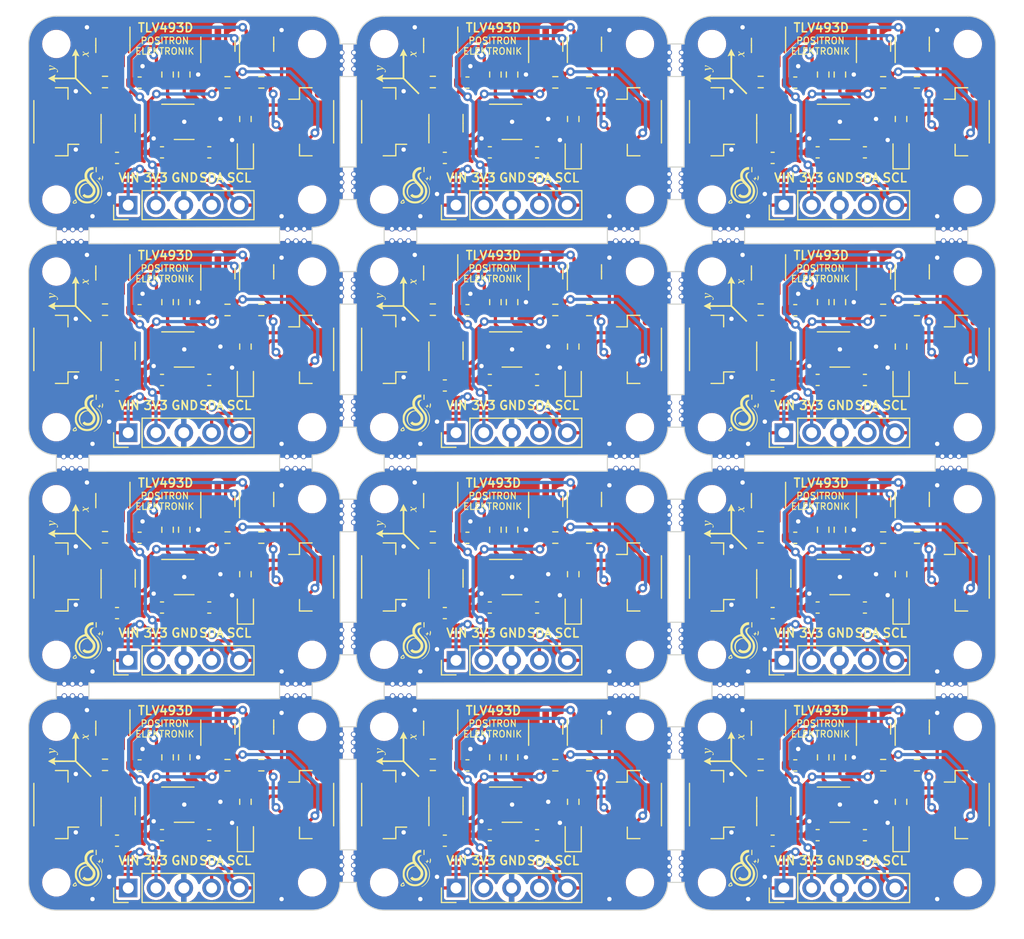
<source format=kicad_pcb>
(kicad_pcb (version 20221018) (generator pcbnew)
  (layers (0 "F.Cu" signal) (31 "B.Cu" signal) (34 "B.Paste" user) (35 "F.Paste" user) (36 "B.SilkS" user "B.Silkscreen") (37 "F.SilkS" user "F.Silkscreen") (38 "B.Mask" user) (39 "F.Mask" user) (44 "Edge.Cuts" user))
  (net 0 "")
  (net 1 "VCC")
  (net 2 "GND")
  (net 3 "+3.3V")
  (net 4 "Net-(D1-A)")
  (net 5 "scl_out")
  (net 6 "scl_in")
  (net 7 "sda_out")
  (net 8 "sda_in")
  (net 9 "Net-(Q3-G)")
  (net 10 "VIN")
  (footprint "Resistor_SMD:R_0603_1608Metric" (layer "F.Cu") (at 180.211914 64.582332 -90)
    (fp_text reference "R16" hide)
    (fp_text value "10K")
  )
  (footprint "Package_TO_SOT_SMD:SOT-23" (layer "F.Cu") (at 124.911914 61.810832 90)
    (fp_text reference "Q1" hide)
    (fp_text value "BSS138")
  )
  (footprint "Resistor_SMD:R_0603_1608Metric" (layer "F.Cu") (at 157.375914 110.254332 -90)
    (fp_text reference "R43" hide)
    (fp_text value "1K")
  )
  (footprint "Package_TO_SOT_SMD:SOT-23" (layer "F.Cu") (at 128.451914 103.418832 90)
    (fp_text reference "Q20" hide)
    (fp_text value "BSS138")
  )
  (footprint "Connector_JST:JST_SH_BM04B-SRSS-TB_1x04-1MP_P1.00mm_Vertical" (layer "F.Cu") (at 133.477414 110.508332 -90)
    (fp_text reference "J20" hide)
    (fp_text value "Conn_01x04")
  )
  (footprint "Connector_PinHeader_2.54mm:PinHeader_1x05_P2.54mm_Vertical" (layer "F.Cu") (at 116.718414 118.128332 90)
    (fp_text reference "J21" hide)
    (fp_text value "Conn_01x05")
  )
  (footprint "Resistor_SMD:R_0603_1608Metric" (layer "F.Cu") (at 144.549914 86.072332 180)
    (fp_text reference "R30" hide)
    (fp_text value "10K")
  )
  (footprint "LED_SMD:LED_0603_1608Metric" (layer "F.Cu") (at 187.323914 134.131832 90)
    (fp_text reference "D12" hide)
    (fp_text value "LED")
  )
  (footprint "MountingHole:MountingHole_2.1mm" (layer "F.Cu") (at 110.155914 96.816332)
    (fp_text reference "H14" hide)
    (fp_text value "MountingHole")
  )
  (footprint "LED_SMD:LED_0603_1608Metric" (layer "F.Cu") (at 157.375914 134.131832 90)
    (fp_text reference "D11" hide)
    (fp_text value "LED")
  )
  (footprint "Connector_PinHeader_2.54mm:PinHeader_1x05_P2.54mm_Vertical" (layer "F.Cu") (at 146.666414 97.324332 90)
    (fp_text reference "J15" hide)
    (fp_text value "Conn_01x05")
  )
  (footprint "MountingHole:MountingHole_2.1mm" (layer "F.Cu") (at 133.523914 138.424332)
    (fp_text reference "H39" hide)
    (fp_text value "MountingHole")
  )
  (footprint "Connector_JST:JST_SH_BM04B-SRSS-TB_1x04-1MP_P1.00mm_Vertical" (layer "F.Cu") (at 163.425414 68.900332 -90)
    (fp_text reference "J5" hide)
    (fp_text value "Conn_01x04")
  )
  (footprint "Package_TO_SOT_SMD:SOT-23" (layer "F.Cu") (at 175.216414 82.722332 -90)
    (fp_text reference "Q18" hide)
    (fp_text value "IRLML6402")
  )
  (footprint "Connector_PinHeader_2.54mm:PinHeader_1x05_P2.54mm_Vertical" (layer "F.Cu") (at 176.614414 138.932332 90)
    (fp_text reference "J36" hide)
    (fp_text value "Conn_01x05")
  )
  (footprint "Resistor_SMD:R_0603_1608Metric" (layer "F.Cu") (at 181.735914 126.994332 -90)
    (fp_text reference "R71" hide)
    (fp_text value "10K")
  )
  (footprint "LED_SMD:LED_0603_1608Metric" (layer "F.Cu") (at 127.427914 92.523832 90)
    (fp_text reference "D4" hide)
    (fp_text value "LED")
  )
  (footprint "Package_TO_SOT_SMD:SOT-23" (layer "F.Cu") (at 145.268414 61.918332 -90)
    (fp_text reference "Q6" hide)
    (fp_text value "IRLML6402")
  )
  (footprint "Capacitor_SMD:C_0603_1608Metric" (layer "F.Cu") (at 117.761914 65.318332)
    (fp_text reference "C2" hide)
    (fp_text value "10uF")
  )
  (footprint "MountingHole:MountingHole_2.1mm" (layer "F.Cu") (at 170.051914 76.012332)
    (fp_text reference "H10" hide)
    (fp_text value "MountingHole")
  )
  (footprint "Connector_JST:JST_SH_BM04B-SRSS-TB_1x04-1MP_P1.00mm_Vertical" (layer "F.Cu") (at 140.057414 110.508332 90)
    (fp_text reference "J22" hide)
    (fp_text value "Conn_01x04")
  )
  (footprint "LED_SMD:LED_0603_1608Metric" (layer "F.Cu") (at 187.323914 113.327832 90)
    (fp_text reference "D9" hide)
    (fp_text value "LED")
  )
  (footprint "Capacitor_SMD:C_0603_1608Metric" (layer "F.Cu") (at 115.697414 134.614332)
    (fp_text reference "C37" hide)
    (fp_text value "10uF")
  )
  (footprint "LED_SMD:LED_0603_1608Metric" (layer "F.Cu") (at 187.323914 71.719832 90)
    (fp_text reference "D3" hide)
    (fp_text value "LED")
  )
  (footprint "Resistor_SMD:R_0603_1608Metric" (layer "F.Cu") (at 151.787914 126.994332 -90)
    (fp_text reference "R65" hide)
    (fp_text value "10K")
  )
  (footprint "Resistor_SMD:R_0603_1608Metric" (layer "F.Cu") (at 155.739914 106.906332)
    (fp_text reference "R44" hide)
    (fp_text value "10K")
  )
  (footprint "Resistor_SMD:R_0603_1608Metric" (layer "F.Cu") (at 151.787914 64.582332 -90)
    (fp_text reference "R11" hide)
    (fp_text value "10K")
  )
  (footprint "MountingHole:MountingHole_2.1mm" (layer "F.Cu") (at 133.523914 82.592332)
    (fp_text reference "H16" hide)
    (fp_text value "MountingHole")
  )
  (footprint "MountingHole:MountingHole_2.1mm" (layer "F.Cu") (at 110.155914 138.424332)
    (fp_text reference "H38" hide)
    (fp_text value "MountingHole")
  )
  (footprint "Package_TO_SOT_SMD:SOT-23-5" (layer "F.Cu") (at 115.801914 89.832332 90)
    (fp_text reference "U8" hide)
    (fp_text value "AP2112K-3.3")
  )
  (footprint "MountingHole:MountingHole_2.1mm" (layer "F.Cu") (at 193.419914 76.012332)
    (fp_text reference "H11" hide)
    (fp_text value "MountingHole")
  )
  (footprint "Package_TO_SOT_SMD:SOT-23-6_Handsoldering" (layer "F.Cu") (at 151.779914 68.908332)
    (fp_text reference "U3" hide)
    (fp_text value "TLV493D")
  )
  (footprint "MountingHole:MountingHole_2.1mm" (layer "F.Cu") (at 163.471914 117.620332)
    (fp_text reference "H31" hide)
    (fp_text value "MountingHole")
  )
  (footprint "Connector_JST:JST_SH_BM04B-SRSS-TB_1x04-1MP_P1.00mm_Vertical" (layer "F.Cu") (at 170.005414 131.312332 90)
    (fp_text reference "J34" hide)
    (fp_text value "Conn_01x04")
  )
  (footprint "MountingHole:MountingHole_2.1mm" (layer "F.Cu") (at 163.471914 138.424332)
    (fp_text reference "H43" hide)
    (fp_text value "MountingHole")
  )
  (footprint "Connector_JST:JST_SH_BM04B-SRSS-TB_1x04-1MP_P1.00mm_Vertical" (layer "F.Cu") (at 163.425414 89.704332 -90)
    (fp_text reference "J14" hide)
    (fp_text value "Conn_01x04")
  )
  (footprint "Resistor_SMD:R_0603_1608Metric" (layer "F.Cu") (at 127.427914 89.450332 -90)
    (fp_text reference "R19" hide)
    (fp_text value "1K")
  )
  (footprint "Package_TO_SOT_SMD:SOT-23" (layer "F.Cu") (at 158.399914 103.418832 90)
    (fp_text reference "Q23" hide)
    (fp_text value "BSS138")
  )
  (footprint "Resistor_SMD:R_0603_1608Metric" (layer "F.Cu") (at 185.687914 86.102332)
    (fp_text reference "R32" hide)
    (fp_text value "10K")
  )
  (footprint "Resistor_SMD:R_0603_1608Metric" (layer "F.Cu") (at 174.497914 86.072332 180)
    (fp_text reference "R36" hide)
    (fp_text value "10K")
  )
  (footprint "Package_TO_SOT_SMD:SOT-23-5" (layer "F.Cu") (at 145.749914 110.636332 90)
    (fp_text reference "U16" hide)
    (fp_text value "AP2112K-3.3")
  )
  (footprint "Capacitor_SMD:C_0603_1608Metric" (layer "F.Cu") (at 184.021914 71.694332 180)
    (fp_text reference "C12" hide)
    (fp_text value "0.1uF")
  )
  (footprint "Capacitor_SMD:C_0603_1608Metric" (layer "F.Cu") (at 145.645414 113.810332)
    (fp_text reference "C29" hide)
    (fp_text value "10uF")
  )
  (footprint "MountingHole:MountingHole_2.1mm" (layer "F.Cu") (at 170.051914 82.592332)
    (fp_text reference "H21" hide)
    (fp_text value "MountingHole")
  )
  (footprint "Package_TO_SOT_SMD:SOT-23" (layer "F.Cu") (at 188.347914 124.222832 90)
    (fp_text reference "Q35" hide)
    (fp_text value "BSS138")
  )
  (footprint "Resistor_SMD:R_0603_1608Metric" (layer "F.Cu") (at 158.829914 86.102332)
    (fp_text reference "R27" hide)
    (fp_text value "10K")
  )
  (footprint "Resistor_SMD:R_0603_1608Metric" (layer "F.Cu") (at 125.791914 106.906332)
    (fp_text reference "R38" hide)
    (fp_text value "10K")
  )
  (footprint "Capacitor_SMD:C_0603_1608Metric" (layer "F.Cu") (at 179.703914 113.302332 180)
    (fp_text reference "C35" hide)
    (fp_text value "0.1uF")
  )
  (footprint "Capacitor_SMD:C_0603_1608Metric" (layer "F.Cu") (at 154.073914 113.302332 180)
    (fp_text reference "C32" hide)
    (fp_text value "0.1uF")
  )
  (footprint "Capacitor_SMD:C_0603_1608Metric" (layer "F.Cu") (at 177.657914 65.318332)
    (fp_text reference "C10" hide)
    (fp_text value "10uF")
  )
  (footprint "MountingHole:MountingHole_2.1mm" (layer "F.Cu") (at 140.103914 82.592332)
    (fp_text reference "H17" hide)
    (fp_text value "MountingHole")
  )
  (footprint "MountingHole:MountingHole_2.1mm" (layer "F.Cu") (at 170.051914 124.200332)
    (fp_text reference "H45" hide)
    (fp_text value "MountingHole")
  )
  (footprint "Package_TO_SOT_SMD:SOT-23" (layer "F.Cu") (at 128.451914 82.614832 90)
    (fp_text reference "Q11" hide)
    (fp_text value "BSS138")
  )
  (footprint "Resistor_SMD:R_0603_1608Metric" (layer "F.Cu") (at 151.787914 106.190332 -90)
    (fp_text reference "R47" hide)
    (fp_text value "10K")
  )
  (footprint "Resistor_SMD:R_0603_1608Metric" (layer "F.Cu") (at 125.791914 127.710332)
    (fp_text reference "R56" hide)
    (fp_text value "10K")
  )
  (footprint "MountingHole:MountingHole_2.1mm" (layer "F.Cu") (at 140.103914 117.620332)
    (fp_text reference "H30" hide)
    (fp_text value "MountingHole")
  )
  (footprint "MountingHole:MountingHole_2.1mm" (layer "F.Cu") (at 110.155914 61.788332)
    (fp_text reference "H1" hide)
    (fp_text value "MountingHole")
  )
  (footprint "Resistor_SMD:R_0603_1608Metric" (layer "F.Cu") (at 155.739914 127.710332)
    (fp_text reference "R62" hide)
    (fp_text value "10K")
  )
  (footprint "Capacitor_SMD:C_0603_1608Metric" (layer "F.Cu") (at 124.125914 134.106332 180)
    (fp_text reference "C40" hide)
    (fp_text value "0.1uF")
  )
  (footprint "Package_TO_SOT_SMD:SOT-23" (layer "F.Cu") (at 154.859914 103.418832 90)
    (fp_text reference "Q22" hide)
    (fp_text value "BSS138")
  )
  (footprint "MountingHole:MountingHole_2.1mm" (layer "F.Cu") (at 110.155914 124.200332)
    (fp_text reference "H37" hide)
    (fp_text value "MountingHole")
  )
  (footprint "Resistor_SMD:R_0603_1608Metric" (layer "F.Cu") (at 125.791914 65.298332)
    (fp_text reference "R2" hide)
    (fp_text value "10K")
  )
  (footprint "MountingHole:MountingHole_2.1mm" (layer "F.Cu") (at 140.103914 61.788332)
    (fp_text reference "H5" hide)
    (fp_text value "MountingHole")
  )
  (footprint "MountingHole:MountingHole_2.1mm" (layer "F.Cu") (at 110.155914 103.396332)
    (fp_text reference "H25" hide)
    (fp_text value "MountingHole")
  )
  (footprint "Connector_PinHeader_2.54mm:PinHeader_1x05_P2.54mm_Vertical" (layer "F.Cu") (at 116.718414 76.520332 90)
    (fp_text reference "J3" hide)
    (fp_text value "Conn_01x05")
  )
  (footprint "Connector_JST:JST_SH_BM04B-SRSS-TB_1x04-1MP_P1.00mm_Vertical" (layer "F.Cu") (at 170.005414 89.704332 90)
    (fp_text reference "J16" hide)
    (fp_text value "Conn_01x04")
  )
  (footprint "LED_SMD:LED_0603_1608Metric" (layer "F.Cu") (at 127.427914 71.719832 90)
    (fp_text reference "D1" hide)
    (fp_text value "LED")
  )
  (footprint "Resistor_SMD:R_0603_1608Metric" (layer "F.Cu") (at 121.839914 126.994332 -90)
    (fp_text reference "R59" hide)
    (fp_text value "10K")
  )
  (footprint "Capacitor_SMD:C_0603_1608Metric" (layer "F.Cu") (at 147.709914 127.730332)
    (fp_text reference "C42" hide)
    (fp_text value "10uF")
  )
  (footprint "Capacitor_SMD:C_0603_1608Metric" (layer "F.Cu") (at 115.697414 113.810332)
    (fp_text reference "C25" hide)
    (fp_text value "10uF")
  )
  (footprint "MountingHole:MountingHole_2.1mm" (layer "F.Cu") (at 133.523914 124.200332)
    (fp_text reference "H40" hide)
    (fp_text value "MountingHole")
  )
  (footprint "Capacitor_SMD:C_0603_1608Metric" (layer "F.Cu") (at 175.593414 72.202332)
    (fp_text reference "C9" hide)
    (fp_text value "10uF")
  )
  (footprint "Package_TO_SOT_SMD:SOT-23-5" (layer "F.Cu") (at 175.697914 69.028332 90)
    (fp_text reference "U6" hide)
    (fp_text value "AP2112K-3.3")
  )
  (footprint "Resistor_SMD:R_0603_1608Metric" (layer "F.Cu") (at 120.315914 64.582332 -90)
    (fp_text reference "R4" hide)
    (fp_text value "10K")
  )
  (footprint "Package_TO_SOT_SMD:SOT-23-6_Handsoldering" (layer "F.Cu") (at 121.831914 110.516332)
    (fp_text reference "U13" hide)
    (fp_text value "TLV493D")
  )
  (footprint "MountingHole:MountingHole_2.1mm" (layer "F.Cu") (at 163.471914 76.012332)
    (fp_text reference "H7" hide)
    (fp_text value "MountingHole")
  )
  (footprint "MountingHole:MountingHole_2.1mm" (layer "F.Cu") (at 193.419914 96.816332)
    (fp_text reference "H23" hide)
    (fp_text value "MountingHole")
  )
  (footprint "Package_TO_SOT_SMD:SOT-23" (layer "F.Cu") (at 158.399914 61.810832 90)
    (fp_text reference "Q5" hide)
    (fp_text value "BSS138")
  )
  (footprint "Capacitor_SMD:C_0603_1608Metric" (layer "F.Cu") (at 184.021914 92.498332 180)
    (fp_text reference "C24" hide)
    (fp_text value "0.1uF")
  )
  (footprint "Connector_JST:JST_SH_BM04B-SRSS-TB_1x04-1MP_P1.00mm_Vertical" (layer "F.Cu") (at 193.373414 89.704332 -90)
    (fp_text reference "J17" hide)
    (fp_text value "Conn_01x04")
  )
  (footprint "Resistor_SMD:R_0603_1608Metric" (layer "F.Cu") (at 157.375914 131.058332 -90)
    (fp_text reference "R61" hide)
    (fp_text value "1K")
  )
  (footprint "Resistor_SMD:R_0603_1608Metric" (layer "F.Cu") (at 127.427914 110.254332 -90)
    (fp_text reference "R37" hide)
    (fp_text value "1K")
  )
  (footprint "Capacitor_SMD:C_0603_1608Metric" (layer "F.Cu") (at 179.703914 71.694332 180)
    (fp_text reference "C11" hide)
    (fp_text value "0.1uF")
  )
  (footprint "MountingHole:MountingHole_2.1mm" (layer "F.Cu") (at 163.471914 61.788332)
    (fp_text reference "H8" hide)
    (fp_text value "MountingHole")
  )
  (footprint "MountingHole:MountingHole_2.1mm" (layer "F.Cu") (at 133.523914 96.816332)
    (fp_text reference "H15" hide)
    (fp_text value "MountingHole")
  )
  (footprint "Resistor_SMD:R_0603_1608Metric" (layer "F.Cu") (at 150.263914 106.190332 -90)
    (fp_text reference "R46" hide)
    (fp_text value "10K")
  )
  (footprint "MountingHole:MountingHole_2.1mm" (layer "F.Cu") (at 193.419914 61.788332)
    (fp_text reference "H12" hide)
    (fp_text value "MountingHole")
  )
  (footprint "Package_TO_SOT_SMD:SOT-23" (layer "F.Cu") (at 124.911914 103.418832 90)
    (fp_text reference "Q19" hide)
    (fp_text value "BSS138")
  )
  (footprint "Capacitor_SMD:C_0603_1608Metric" (layer "F.Cu") (at 115.697414 72.202332)
    (fp_text reference "C1" hide)
    (fp_text value "10uF")
  )
  (footprint "Package_TO_SOT_SMD:SOT-23" (layer "F.Cu") (at 188.347914 61.810832 90)
    (fp_text reference "Q8" hide)
    (fp_text value "BSS138")
  )
  (footprint "Capacitor_SMD:C_0603_1608Metric" (layer "F.Cu") (at 177.657914 106.926332)
    (fp_text reference "C34" hide)
    (fp_text value "10uF")
  )
  (footprint "Resistor_SMD:R_0603_1608Metric" (layer "F.Cu") (at 121.839914 106.190332 -90)
    (fp_text reference "R41" hide)
    (fp_text value "10K")
  )
  (footprint "Resistor_SMD:R_0603_1608Metric" (layer "F.Cu") (at 120.315914 85.386332 -90)
    (fp_text reference "R22" hide)
    (fp_text value "10K")
  )
  (footprint "Resistor_SMD:R_0603_1608Metric" (layer "F.Cu") (at 128.881914 86.102332)
    (fp_text reference "R21" hide)
    (fp_text value "10K")
  )
  (footprint "Capacitor_SMD:C_0603_1608Metric" (layer "F.Cu") (at 147.709914 65.318332)
    (fp_text reference "C6" hide)
    (fp_text value "10uF")
  )
  (footprint "Capacitor_SMD:C_0603_1608Metric" (layer "F.Cu") (at 175.593414 93.006332)
    (fp_text reference "C21" hide)
    (fp_text value "10uF")
  )
  (footprint "Connector_JST:JST_SH_BM04B-SRSS-TB_1x04-1MP_P1.00mm_Vertical" (layer "F.Cu") (at 133.477414 89.704332 -90)
    (fp_text reference "J11" hide)
    (fp_text value "Conn_01x04")
  )
  (footprint "Package_TO_SOT_SMD:SOT-23-5" (layer "F.Cu") (at 175.697914 110.636332 90)
    (fp_text reference "U18" hide)
    (fp_text value "AP2112K-3.3")
  )
  (footprint "Resistor_SMD:R_0603_1608Metric" (layer "F.Cu") (at 158.829914 65.298332)
    (fp_text reference "R9" hide)
    (fp_text value "10K")
  )
  (footprint "Connector_JST:JST_SH_BM04B-SRSS-TB_1x04-1MP_P1.00mm_Vertical" (layer "F.Cu") (at 140.057414 89.704332 90)
    (fp_text reference "J13" hide)
    (fp_text value "Conn_01x04")
  )
  (footprint "MountingHole:MountingHole_2.1mm" (layer "F.Cu") (at 193.419914 103.396332)
    (fp_text reference "H36" hide)
    (fp_text value "MountingHole")
  )
  (footprint "Capacitor_SMD:C_0603_1608Metric" (layer "F.Cu") (at 149.755914 134.106332 180)
    (fp_text reference "C43" hide)
    (fp_text value "0.1uF")
  )
  (footprint "Connector_JST:JST_SH_BM04B-SRSS-TB_1x04-1MP_P1.00mm_Vertical" (layer "F.Cu") (at 193.373414 68.900332 -90)
    (fp_text reference "J8" hide)
    (fp_text value "Conn_01x04")
  )
  (footprint "Connector_JST:JST_SH_BM04B-SRSS-TB_1x04-1MP_P1.00mm_Vertical" (layer "F.Cu") (at 133.477414 68.900332 -90)
    (fp_text reference "J2" hide)
    (fp_text value "Conn_01x04")
  )
  (footprint "Resistor_SMD:R_0603_1608Metric" (layer "F.Cu") (at 174.497914 65.268332 180)
    (fp_text reference "R18" hide)
    (fp_text value "10K")
  )
  (footprint "Resistor_SMD:R_0603_1608Metric" (layer "F.Cu") (at 158.829914 127.710332)
    (fp_text reference "R63" hide)
    (fp_text value "10K")
  )
  (footprint "Capacitor_SMD:C_0603_1608Metric" (layer "F.Cu") (at 119.807914 134.106332 180)
    (fp_text reference "C39" hide)
    (fp_text value "0.1uF")
  )
  (footprint "Resistor_SMD:R_0603_1608Metric" (layer "F.Cu") (at 188.777914 86.102332)
    (fp_text reference "R33" hide)
    (fp_text value "10K")
  )
  (footprint "Connector_JST:JST_SH_BM04B-SRSS-TB_1x04-1MP_P1.00mm_Vertical" (layer "F.Cu") (at 163.425414 110.508332 -90)
    (fp_text reference "J23" hide)
    (fp_text value "Conn_01x04")
  )
  (footprint "LED_SMD:LED_0603_1608Metric" (layer "F.Cu") (at 127.427914 134.131832 90)
    (fp_text reference "D10" hide)
    (fp_text value "LED")
  )
  (footprint "Capacitor_SMD:C_0603_1608Metric" (layer "F.Cu") (at 147.709914 106.926332)
    (fp_text reference "C30" hide)
    (fp_text value "10uF")
  )
  (footprint "Capacitor_SMD:C_0603_1608Metric" (layer "F.Cu") (at 119.807914 113.302332 180)
    (fp_text reference "C27" hide)
    (fp_text value "0.1uF")
  )
  (footprint "Package_TO_SOT_SMD:SOT-23-5" (layer "F.Cu") (at 115.801914 69.028332 90)
    (fp_text reference "U2" hide)
    (fp_text value "AP2112K-3.3")
  )
  (footprint "MountingHole:MountingHole_2.1mm" (layer "F.Cu") (at 170.051914 61.788332)
    (fp_text reference "H9" hide)
    (fp_text value "MountingHole")
  )
  (footprint "Resistor_SMD:R_0603_1608Metric" (layer "F.Cu") (at 187.323914 131.058332 -90)
    (fp_text reference "R67" hide)
    (fp_text value "1K")
  )
  (footprint "Resistor_SMD:R_0603_1608Metric" (layer "F.Cu") (at 125.791914 86.102332)
    (fp_text reference "R20" hide)
    (fp_text value "10K")
  )
  (footprint "LED_SMD:LED_0603_1608Metric" (layer "F.Cu") (at 157.375914 113.327832 90)
    (fp_text reference "D8" hide)
    (fp_text value "LED")
  )
  (footprint "MountingHole:MountingHole_2.1mm" (layer "F.Cu") (at 193.419914 82.592332)
    (fp_text reference "H24" hide)
    (fp_text value "MountingHole")
  )
  (footprint "Resistor_SMD:R_0603_1608Metric" (layer "F.Cu") (at 128.881914 127.710332)
    (fp_text reference "R57" hide)
    (fp_text value "10K")
  )
  (footprint "MountingHole:MountingHole_2.1mm" (layer "F.Cu") (at 133.523914 117.620332)
    (fp_text reference "H27" hide)
    (fp_text value "MountingHole")
  )
  (footprint "MountingHole:MountingHole_2.1mm" (layer "F.Cu") (at 140.103914 96.816332)
    (fp_text reference "H18" hide)
    (fp_text value "MountingHole")
  )
  (footprint "Capacitor_SMD:C_0603_1608Metric" (layer "F.Cu") (at 149.755914 92.498332 180)
    (fp_text reference "C19" hide)
    (fp_text value "0.1uF")
  )
  (footprint "Package_TO_SOT_SMD:SOT-23-6_Handsoldering" (layer "F.Cu") (at 151.779914 110.516332)
    (fp_text reference "U15" hide)
    (fp_text value "TLV493D")
  )
  (footprint "Package_TO_SOT_SMD:SOT-23" (layer "F.Cu") (at 115.320414 124.330332 -90)
    (fp_text reference "Q30" hide)
    (fp_text value "IRLML6402")
  )
  (footprint "Resistor_SMD:R_0603_1608Metric" (layer "F.Cu") (at 121.839914 85.386332 -90)
    (fp_text reference "R23" hide)
    (fp_text value "10K")
  )
  (footprint "Connector_JST:JST_SH_BM04B-SRSS-TB_1x04-1MP_P1.00mm_Vertical" (layer "F.Cu") (at 140.057414 131.312332 90)
    (fp_text reference "J31" hide)
    (fp_text value "Conn_01x04")
  )
  (footprint "Package_TO_SOT_SMD:SOT-23-6_Handsoldering" (layer "F.Cu") (at 151.779914 89.712332)
    (fp_text reference "U9" hide)
    (fp_text value "TLV493D")
  )
  (footprint "Connector_PinHeader_2.54mm:PinHeader_1x05_P2.54mm_Vertical" (layer "F.Cu") (at 146.666414 118.128332 90)
    (fp_text reference "J24" hide)
    (fp_text value "Conn_01x05")
  )
  (footprint "MountingHole:MountingHole_2.1mm" (layer "F.Cu") (at 170.051914 138.424332)
    (fp_text reference "H46" hide)
    (fp_text value "MountingHole")
  )
  (footprint "Resistor_SMD:R_0603_1608Metric" (layer "F.Cu") (at 180.211914 106.190332 -90)
    (fp_text reference "R52" hide)
    (fp_text value "10K")
  )
  (footprint "Resistor_SMD:R_0603_1608Metric" (layer "F.Cu") (at 144.549914 106.876332 180)
    (fp_text reference "R48" hide)
    (fp_text value "10K")
  )
  (footprint "Resistor_SMD:R_0603_1608Metric" (layer "F.Cu") (at 155.739914 86.102332)
    (fp_text reference "R26" hide)
    (fp_text value "10K")
  )
  (footprint "Resistor_SMD:R_0603_1608Metric" (layer "F.Cu") (at 114.601914 106.876332 180)
    (fp_text reference "R42" hide)
    (fp_text value "10K")
  )
  (footprint "MountingHole:MountingHole_2.1mm" (layer "F.Cu") (at 193.419914 117.620332)
    (fp_text reference "H35" hide)
    (fp_text value "MountingHole")
  )
  (footprint "Connector_PinHeader_2.54mm:PinHeader_1x05_P2.54mm_Vertical" (layer "F.Cu") (at 146.666414 76.520332 90)
    (fp_text reference "J6" hide)
    (fp_text value "Conn_01x05")
  )
  (footprint "Capacitor_SMD:C_0603_1608Metric" (layer "F.Cu") (at 119.807914 92.498332 180)
    (fp_text reference "C15" hide)
    (fp_text value "0.1uF")
  )
  (footprint "Connector_PinHeader_2.54mm:PinHeader_1x05_P2.54mm_Vertical" (layer "F.Cu") (at 176.614414 97.324332 90)
    (fp_text reference "J18" hide)
    (fp_text value "Conn_01x05")
  )
  (footprint "Package_TO_SOT_SMD:SOT-23" (layer "F.Cu") (at 175.216414 61.918332 -90)
    (fp_text reference "Q9" hide)
    (fp_text value "IRLML6402")
  )
  (footprint "Capacitor_SMD:C_0603_1608Metric" (layer "F.Cu") (at 147.709914 86.122332)
    (fp_text reference "C18" hide)
    (fp_text value "10uF")
  )
  (footprint "Connector_JST:JST_SH_BM04B-SRSS-TB_1x04-1MP_P1.00mm_Vertical" (layer "F.Cu") (at 110.109414 131.312332 90)
    (fp_text reference "J28" hide)
    (fp_text value "Conn_01x04")
  )
  (footprint "Package_TO_SOT_SMD:SOT-23-6_Handsoldering" (layer "F.Cu") (at 181.727914 131.320332)
    (fp_text reference "U23" hide)
    (fp_text value "TLV493D")
  )
  (footprint "Package_TO_SOT_SMD:SOT-23-6_Handsoldering" (layer "F.Cu") (at 181.727914 68.908332)
    (fp_text reference "U5" hide)
    (fp_text value "TLV493D")
  )
  (footprint "LED_SMD:LED_0603_1608Metric" (layer "F.Cu") (at 187.323914 92.523832 90)
    (fp_text reference "D6" hide)
    (fp_text value "LED")
  )
  (footprint "Resistor_SMD:R_0603_1608Metric" (layer "F.Cu") (at 128.881914 65.298332)
    (fp_text reference "R3" hide)
    (fp_text value "10K")
  )
  (footprint "MountingHole:MountingHole_2.1mm" (layer "F.Cu") (at 110.155914 76.012332)
    (fp_text reference "H2" hide)
    (fp_text value "MountingHole")
  )
  (footprint "Resistor_SMD:R_0603_1608Metric" (layer "F.Cu") (at 185.687914 106.906332)
    (fp_text reference "R50" hide)
    (fp_text value "10K")
  )
  (footprint "Resistor_SMD:R_0603_1608Metric" (layer "F.Cu") (at 120.315914 126.994332 -90)
    (fp_text reference "R58" hide)
    (fp_text value "10K")
  )
  (footprint "Connector_JST:JST_SH_BM04B-SRSS-TB_1x04-1MP_P1.00mm_Vertical" (layer "F.Cu") (at 170.005414 68.900332 90)
    (fp_text reference "J7" hide)
    (fp_text value "Conn_01x04")
  )
  (footprint "Package_TO_SOT_SMD:SOT-23" (layer "F.Cu") (at 184.807914 124.222832 90)
    (fp_text reference "Q34" hide)
    (fp_text value "BSS138")
  )
  (footprint "Package_TO_SOT_SMD:SOT-23" (layer "F.Cu") (at 175.216414 124.330332 -90)
    (fp_text reference "Q36" hide)
    (fp_text value "IRLML6402")
  )
  (footprint "MountingHole:MountingHole_2.1mm" (layer "F.Cu") (at 170.051914 117.620332)
    (fp_text reference "H34" hide)
    (fp_text value "MountingHole")
  )
  (footprint "Package_TO_SOT_SMD:SOT-23" (layer "F.Cu") (at 154.859914 124.222832 90)
    (fp_text reference "Q31" hide)
    (fp_text value "BSS138")
  )
  (footprint "Connector_JST:JST_SH_BM04B-SRSS-TB_1x04-1MP_P1.00mm_Vertical" (layer "F.Cu") (at 110.109414 68.900332 90)
    (fp_text reference "J1" hide)
    (fp_text value "Conn_01x04")
  )
  (footprint "MountingHole:MountingHole_2.1mm" (layer "F.Cu") (at 163.471914 124.200332)
    (fp_text reference "H44" hide)
    (fp_text value "MountingHole")
  )
  (footprint "Resistor_SMD:R_0603_1608Metric" (layer "F.Cu") (at 188.777914 65.298332)
    (fp_text reference "R15" hide)
    (fp_text value "10K")
  )
  (footprint "Resistor_SMD:R_0603_1608Metric" (layer "F.Cu") (at 174.497914 127.680332 180)
    (fp_text reference "R72" hide)
    (fp_text value "10K")
  )
  (footprint "MountingHole:MountingHole_2.1mm" (layer "F.Cu") (at 110.155914 117.620332)
    (fp_text reference "H26" hide)
    (fp_text value "MountingHole")
  )
  (footprint "Package_TO_SOT_SMD:SOT-23" (layer "F.Cu") (at 115.320414 103.526332 -90)
    (fp_text reference "Q21" hide)
    (fp_text value "IRLML6402")
  )
  (footprint "LED_SMD:LED_0603_1608Metric" (layer "F.Cu") (at 127.427914 113.327832 90)
    (fp_text reference "D7" hide)
    (fp_text value "LED")
  )
  (footprint "Connector_JST:JST_SH_BM04B-SRSS-TB_1x04-1MP_P1.00mm_Vertical" (layer "F.Cu") (at 133.477414 131.312332 -90)
    (fp_text reference "J29" hide)
    (fp_text value "Conn_01x04")
  )
  (footprint "Capacitor_SMD:C_0603_1608Metric" (layer "F.Cu") (at 184.021914 113.302332 180)
    (fp_text reference "C36" hide)
    (fp_text value "0.1uF")
  )
  (footprint "Resistor_SMD:R_0603_1608Metric" (layer "F.Cu") (at 150.263914 64.582332 -90)
    (fp_text reference "R10" hide)
    (fp_text value "10K")
  )
  (footprint "Connector_JST:JST_SH_BM04B-SRSS-TB_1x04-1MP_P1.00mm_Vertical" (layer "F.Cu") (at 140.057414 68.900332 90)
    (fp_text reference "J4" hide)
    (fp_text value "Conn_01x04")
  )
  (footprint "Capacitor_SMD:C_0603_1608Metric" (layer "F.Cu") (at 117.761914 106.926332)
    (fp_text reference "C26" hide)
    (fp_text value "10uF")
  )
  (footprint "Package_TO_SOT_SMD:SOT-23-5" (layer "F.Cu") (at 115.801914 110.636332 90)
    (fp_text reference "U14" hide)
    (fp_text value "AP2112K-3.3")
  )
  (footprint "Capacitor_SMD:C_0603_1608Metric" (layer "F.Cu") (at 175.593414 113.810332)
    (fp_text reference "C33" hide)
    (fp_text value "10uF")
  )
  (footprint "MountingHole:MountingHole_2.1mm" (layer "F.Cu") (at 163.471914 96.816332)
    (fp_text reference "H19" hide)
    (fp_text value "MountingHole")
  )
  (footprint "Capacitor_SMD:C_0603_1608Metric" (layer "F.Cu") (at 177.657914 86.122332)
    (fp_text reference "C22" hide)
    (fp_text value "10uF")
  )
  (footprint "Resistor_SMD:R_0603_1608Metric" (layer "F.Cu") (at 157.375914 89.450332 -90)
    (fp_text reference "R25" hide)
    (fp_text value "1K")
  )
  (footprint "Capacitor_SMD:C_0603_1608Metric" (layer "F.Cu") (at 117.761914 86.122332)
    (fp_text reference "C14" hide)
    (fp_text value "10uF")
  )
  (footprint "MountingHole:MountingHole_2.1mm" (layer "F.Cu") (at 163.471914 103.396332)
    (fp_text reference "H32" hide)
    (fp_text value "MountingHole")
  )
  (footprint "Capacitor_SMD:C_0603_1608Metric" (layer "F.Cu") (at 154.073914 92.498332 180)
    (fp_text reference "C20" hide)
    (fp_text value "0.1uF")
  )
  (footprint "Resistor_SMD:R_0603_1608Metric" (layer "F.Cu") (at 158.829914 106.906332)
    (fp_text reference "R45" hide)
    (fp_text value "10K")
  )
  (footprint "Package_TO_SOT_SMD:SOT-23" (layer "F.Cu") (at 115.320414 82.722332 -90)
    (fp_text reference "Q12" hide)
    (fp_text value "IRLML6402")
  )
  (footprint "Package_TO_SOT_SMD:SOT-23-5" (layer "F.Cu") (at 175.697914 131.440332 90)
    (fp_text reference "U24" hide)
    (fp_text value "AP2112K-3.3")
  )
  (footprint "Connector_PinHeader_2.54mm:PinHeader_1x05_P2.54mm_Vertical" (layer "F.Cu") (at 116.718414 138.932332 90)
    (fp_text reference "J30" hide)
    (fp_text value "Conn_01x05")
  )
  (footprint "Connector_PinHeader_2.54mm:PinHeader_1x05_P2.54mm_Vertical" (layer "F.Cu") (at 146.666414 138.932332 90)
    (fp_text reference "J33" hide)
    (fp_text value "Conn_01x05")
  )
  (footprint "Package_TO_SOT_SMD:SOT-23" (layer "F.Cu") (at 154.859914 82.614832 90)
    (fp_text reference "Q13" hide)
    (fp_text value "BSS138")
  )
  (footprint "Capacitor_SMD:C_0603_1608Metric" (layer "F.Cu") (at 124.125914 92.498332 180)
    (fp_text reference "C16" hide)
    (fp_text value "0.1uF")
  )
  (footprint "Resistor_SMD:R_0603_1608Metric" (layer "F.Cu") (at 181.735914 106.190332 -90)
    (fp_text reference "R53" hide)
    (fp_text value "10K")
  )
  (footprint "Capacitor_SMD:C_0603_1608Metric" (layer "F.Cu") (at 179.703914 134.106332 180)
    (fp_text reference "C47" hide)
    (fp_text value "0.1uF")
  )
  (footprint "Resistor_SMD:R_0603_1608Metric" (layer "F.Cu") (at 150.263914 126.994332 -90)
    (fp_text reference "R64" hide)
    (fp_text value "10K")
  )
  (footprint "Capacitor_SMD:C_0603_1608Metric" (layer "F.Cu") (at 149.755914 71.694332 180)
    (fp_text reference "C7" hide)
    (fp_text value "0.1uF")
  )
  (footprint "Capacitor_SMD:C_0603_1608Metric" (layer "F.Cu") (at 177.657914 127.730332)
    (fp_text reference "C46" hide)
    (fp_text value "10uF")
  )
  (footprint "Connector_PinHeader_2.54mm:PinHeader_1x05_P2.54mm_Vertical" (layer "F.Cu") (at 176.614414 76.520332 90)
    (fp_text reference "J9" hide)
    (fp_text value "Conn_01x05")
  )
  (footprint "Resistor_SMD:R_0603_1608Metric" (layer "F.Cu") (at 114.601914 65.268332 180)
    (fp_text reference "R6" hide)
    (fp_text value "10K")
  )
  (footprint "MountingHole:MountingHole_2.1mm" (layer "F.Cu") (at 163.471914 82.592332)
    (fp_text reference "H20" hide)
    (fp_text value "MountingHole")
  )
  (footprint "Package_TO_SOT_SMD:SOT-23-6_Handsoldering" (layer "F.Cu") (at 151.779914 131.320332)
    (fp_text reference "U21" hide)
    (fp_text value "TLV493D")
  )
  (footprint "Resistor_SMD:R_0603_1608Metric" (layer "F.Cu") (at 157.375914 68.646332 -90)
    (fp_text reference "R7" hide)
    (fp_text value "1K")
  )
  (footprint "Connector_JST:JST_SH_BM04B-SRSS-TB_1x04-1MP_P1.00mm_Vertical" (layer "F.Cu") (at 170.005414 110.508332 90)
    (fp_text reference "J25" hide)
    (fp_text value "Conn_01x04")
  )
  (footprint "Package_TO_SOT_SMD:SOT-23-5" (layer "F.Cu") (at 145.749914 89.832332 90)
    (fp_text reference "U10" hide)
    (fp_text value "AP2112K-3.3")
  )
  (footprint "Resistor_SMD:R_0603_1608Metric" (layer "F.Cu") (at 185.687914 127.710332)
    (fp_text reference "R68" hide)
    (fp_text value "10K")
  )
  (footprint "Connector_PinHeader_2.54mm:PinHeader_1x05_P2.54mm_Vertical" (layer "F.Cu") (at 116.718414 97.324332 90)
    (fp_text reference "J12" hide)
    (fp_text value "Conn_01x05")
  )
  (footprint "Package_TO_SOT_SMD:SOT-23" (layer "F.Cu") (at 158.399914 124.222832 90)
    (fp_text reference "Q32" hide)
    (fp_text value "BSS138")
  )
  (footprint "Package_TO_SOT_SMD:SOT-23-5" (layer "F.Cu") (at 115.801914 131.440332 90)
    (fp_text reference "U20" hide)
    (fp_text value "AP2112K-3.3")
  )
  (footprint "Connector_JST:JST_SH_BM04B-SRSS-TB_1x04-1MP_P1.00mm_Vertical" (layer "F.Cu") (at 193.373414 131.312332 -90)
    (fp_text reference "J35" hide)
    (fp_text value "Conn_01x04")
  )
  (footprint "Connector_JST:JST_SH_BM04B-SRSS-TB_1x04-1MP_P1.00mm_Vertical" (layer "F.Cu") (at 110.109414 89.704332 90)
    (fp_text reference "J10" hide)
    (fp_text value "Conn_01x04")
  )
  (footprint "MountingHole:MountingHole_2.1mm" (layer "F.Cu") (at 133.523914 76.012332)
    (fp_text reference "H3" hide)
    (fp_text value "MountingHole")
  )
  (footprint "Capacitor_SMD:C_0603_1608Metric" (layer "F.Cu") (at 119.807914 71.694332 180)
    (fp_text reference "C3" hide)
    (fp_text value "0.1uF")
  )
  (footprint "Resistor_SMD:R_0603_1608Metric" (layer "F.Cu") (at 144.549914 127.680332 180)
    (fp_text reference "R66" hide)
    (fp_text value "10K")
  )
  (footprint "Resistor_SMD:R_0603_1608Metric" (layer "F.Cu") (at 174.497914 106.876332 180)
    (fp_text reference "R54" hide)
    (fp_text value "10K")
  )
  (footprint "Capacitor_SMD:C_0603_1608Metric" (layer "F.Cu") (at 175.593414 134.614332)
    (fp_text reference "C45" hide)
    (fp_text value "10uF")
  )
  (footprint "Package_TO_SOT_SMD:SOT-23-6_Handsoldering" (layer "F.Cu") (at 181.727914 110.516332)
    (fp_text reference "U17" hide)
    (fp_text value "TLV493D")
  )
  (footprint "LED_SMD:LED_0603_1608Metric" (layer "F.Cu") (at 157.375914 92.523832 90)
    (fp_text reference "D5" hide)
    (fp_text value "LED")
  )
  (footprint "Capacitor_SMD:C_0603_1608Metric" (layer "F.Cu") (at 124.125914 113.302332 180)
    (fp_text reference "C28" hide)
    (fp_text value "0.1uF")
  )
  (footprint "Package_TO_SOT_SMD:SOT-23" (layer "F.Cu") (at 124.911914 124.222832 90)
    (fp_text reference "Q28" hide)
    (fp_text value "BSS138")
  )
  (footprint "Resistor_SMD:R_0603_1608Metric" (layer "F.Cu") (at 188.777914 127.710332)
    (fp_text reference "R69" hide)
    (fp_text value "10K")
  )
  (footprint "Connector_JST:JST_SH_BM04B-SRSS-TB_1x04-1MP_P1.00mm_Vertical" (layer "F.Cu") (at 163.425414 131.312332 -90)
    (fp_text reference "J32" hide)
    (fp_text value "Conn_01x04")
  )
  (footprint "Capacitor_SMD:C_0603_1608Metric" (layer "F.Cu") (at 115.697414 93.006332)
    (fp_text reference "C13" hide)
    (fp_text value "10uF")
  )
  (footprint "Resistor_SMD:R_0603_1608Metric" (layer "F.Cu") (at 181.735914 64.582332 -90)
    (fp_text reference "R17" hide)
    (fp_text value "10K")
  )
  (footprint "Capacitor_SMD:C_0603_1608Metric" (layer "F.Cu") (at 154.073914 71.694332 180)
    (fp_text reference "C8" hide)
    (fp_text value "0.1uF")
  )
  (footprint "Package_TO_SOT_SMD:SOT-23" (layer "F.Cu") (at 175.216414 103.526332 -90)
    (fp_text reference "Q27" hide)
    (fp_text value "IRLML6402")
  )
  (footprint "Resistor_SMD:R_0603_1608Metric" (layer "F.Cu") (at 155.739914 65.298332)
    (fp_text reference "R8" hide)
    (fp_text value "10K")
  )
  (footprint "Resistor_SMD:R_0603_1608Metric" (layer "F.Cu") (at 144.549914 65.268332 180)
    (fp_text reference "R12" hide)
    (fp_text value "10K")
  )
  (footprint "Resistor_SMD:R_0603_1608Metric" (layer "F.Cu") (at 127.427914 68.646332 -90)
    (fp_text reference "R1" hide)
    (fp_text value "1K")
  )
  (footprint "MountingHole:MountingHole_2.1mm" (layer "F.Cu") (at 193.419914 124.200332)
    (fp_text reference "H48" hide)
    (fp_text value "MountingHole")
  )
  (footprint "Package_TO_SOT_SMD:SOT-23-5" (layer "F.Cu") (at 145.749914 131.440332 90)
    (fp_text reference "U22" hide)
    (fp_text value "AP2112K-3.3")
  )
  (footprint "MountingHole:MountingHole_2.1mm" (layer "F.Cu") (at 110.155914 82.592332)
    (fp_text reference "H13" hide)
    (fp_text value "MountingHole")
  )
  (footprint "Capacitor_SMD:C_0603_1608Metric" (layer "F.Cu") (at 124.125914 71.694332 180)
    (fp_text reference "C4" hide)
    (fp_text value "0.1uF")
  )
  (footprint "Connector_PinHeader_2.54mm:PinHeader_1x05_P2.54mm_Vertical" (layer "F.Cu") (at 176.614414 118.128332 90)
    (fp_text reference "J27" hide)
    (fp_text value "Conn_01x05")
  )
  (footprint "Package_TO_SOT_SMD:SOT-23-6_Handsoldering" (layer "F.Cu") (at 121.831914 89.712332)
    (fp_text reference "U7" hide)
    (fp_text value "TLV493D")
  )
  (footprint "Package_TO_SOT_SMD:SOT-23" (layer "F.Cu") (at 188.347914 82.614832 90)
    (fp_text reference "Q17" hide)
    (fp_text value "BSS138")
  )
  (footprint "Capacitor_SMD:C_0603_1608Metric" (layer "F.Cu") (at 145.645414 134.614332)
    (fp_text reference "C41" hide)
    (fp_text value "10uF")
  )
  (footprint "Package_TO_SOT_SMD:SOT-23" (layer "F.Cu") (at 158.399914 82.614832 90)
    (fp_text reference "Q14" hide)
    (fp_text value "BSS138")
  )
  (footprint "Resistor_SMD:R_0603_1608Metric" (layer "F.Cu") (at 127.427914 131.058332 -90)
    (fp_text reference "R55" hide)
    (fp_text value "1K")
  )
  (footprint "Resistor_SMD:R_0603_1608Metric" (layer "F.Cu") (at 188.777914 106.906332)
    (fp_text reference "R51" hide)
    (fp_text value "10K")
  )
  (footprint "Resistor_SMD:R_0603_1608Metric" (layer "F.Cu") (at 150.263914 85.386332 -90)
    (fp_text reference "R28" hide)
    (fp_text value "10K")
  )
  (footprint "Package_TO_SOT_SMD:SOT-23-5" (layer "F.Cu") (at 145.749914 69.028332 90)
    (fp_text reference "U4" hide)
    (fp_text value "AP2112K-3.3")
  )
  (footprint "Package_TO_SOT_SMD:SOT-23" (layer "F.Cu") (at 145.268414 82.722332 -90)
    (fp_text reference "Q15" hide)
    (fp_text value "IRLML6402")
  )
  (footprint "Package_TO_SOT_SMD:SOT-23-6_Handsoldering" (layer "F.Cu") (at 181.727914 89.712332)
    (fp_text reference "U11" hide)
    (fp_text value "TLV493D")
  )
  (footprint "Package_TO_SOT_SMD:SOT-23" (layer "F.Cu") (at 124.911914 82.614832 90)
    (fp_text reference "Q10" hide)
    (fp_text value "BSS138")
  )
  (footprint "Package_TO_SOT_SMD:SOT-23" (layer "F.Cu") (at 145.268414 103.526332 -90)
    (fp_text reference "Q24" hide)
    (fp_text value "IRLML6402")
  )
  (footprint "MountingHole:MountingHole_2.1mm" (layer "F.Cu") (at 133.523914 61.788332)
    (fp_text reference "H4" hide)
    (fp_text value "MountingHole")
  )
  (footprint "Capacitor_SMD:C_0603_1608Metric" (layer "F.Cu") (at 149.755914 113.302332 180)
    (fp_text reference "C31" hide)
    (fp_text value "0.1uF")
  )
  (footprint "MountingHole:MountingHole_2.1mm" (layer "F.Cu") (at 170.051914 103.396332)
    (fp_text reference "H33" hide)
    (fp_text value "MountingHole")
  )
  (footprint "Capacitor_SMD:C_0603_1608Metric" (layer "F.Cu") (at 145.645414 72.202332)
    (fp_text reference "C5" hide)
    (fp_text value "10uF")
  )
  (footprint "Connector_JST:JST_SH_BM04B-SRSS-TB_1x04-1MP_P1.00mm_Vertical" (layer "F.Cu") (at 110.109414 110.508332 90)
    (fp_text reference "J19" hide)
    (fp_text value "Conn_01x04")
  )
  (footprint "Package_TO_SOT_SMD:SOT-23-6_Handsoldering" (layer "F.Cu") (at 121.831914 131.320332)
    (fp_text reference "U19" hide)
    (fp_text value "TLV493D")
  )
  (footprint "Package_TO_SOT_SMD:SOT-23" (layer "F.Cu") (at 184.807914 82.614832 90)
    (fp_text reference "Q16" hide)
    (fp_text value "BSS138")
  )
  (footprint "MountingHole:MountingHole_2.1mm" (layer "F.Cu") (at 170.051914 96.816332)
    (fp_text reference "H22" hide)
    (fp_text value "MountingHole")
  )
  (footprint "Package_TO_SOT_SMD:SOT-23" (layer "F.Cu") (at 184.807914 61.810832 90)
    (fp_text reference "Q7" hide)
    (fp_text value "BSS138")
  )
  (footprint "Package_TO_SOT_SMD:SOT-23" (layer "F.Cu") (at 184.807914 103.418832 90)
    (fp_text reference "Q25" hide)
    (fp_text value "BSS138")
  )
  (footprint "Resistor_SMD:R_0603_1608Metric" (layer "F.Cu") (at 180.211914 126.994332 -90)
    (fp_text reference "R70" hide)
    (fp_text value "10K")
  )
  (footprint "Capacitor_SMD:C_0603_1608Metric" (layer "F.Cu") (at 184.021914 134.106332 180)
    (fp_text reference "C48" hide)
    (fp_text value "0.1uF")
  )
  (footprint "Capacitor_SMD:C_0603_1608Metric" (layer "F.Cu") (at 117.761914 127.730332)
    (fp_text reference "C38" hide)
    (fp_text value "10uF")
  )
  (footprint "Package_TO_SOT_SMD:SOT-23" (layer "F.Cu") (at 188.347914 103.418832 90)
    (fp_text reference "Q26" hide)
    (fp_text value "BSS138")
  )
  (footprint "Resistor_SMD:R_0603_1608Metric" (layer "F.Cu") (at 187.323914 68.646332 -90)
    (fp_text reference "R13" hide)
    (fp_text value "1K")
  )
  (footprint "Capacitor_SMD:C_0603_1608Metric" (layer "F.Cu") (at 179.703914 92.498332 180)
    (fp_text reference "C23" hide)
    (fp_text value "0.1uF")
  )
  (footprint "Package_TO_SOT_SMD:SOT-23" (layer "F.Cu") (at 115.320414 61.918332 -90)
    (fp_text reference "Q3" hide)
    (fp_text value "IRLML6402")
  )
  (footprint "MountingHole:MountingHole_2.1mm" (layer "F.Cu") (at 133.523914 103.396332)
    (fp_text reference "H28" hide)
    (fp_text value "MountingHole")
  )
  (footprint "Resistor_SMD:R_0603_1608Metric" (layer "F.Cu") (at 180.211914 85.386332 -90)
    (fp_text reference "R34" hide)
    (fp_text value "10K")
  )
  (footprint "Package_TO_SOT_SMD:SOT-23" (layer "F.Cu") (at 128.451914 61.810832 90)
    (fp_text reference "Q2" hide)
    (fp_text value "BSS138")
  )
  (footprint "Resistor_SMD:R_0603_1608Metric" (layer "F.Cu") (at 121.839914 64.582332 -90)
    (fp_text reference "R5" hide)
    (fp_text value "10K")
  )
  (footprint "Capacitor_SMD:C_0603_1608Metric" (layer "F.Cu") (at 145.645414 93.006332)
    (fp_text reference "C17" hide)
    (fp_text value "10uF")
  )
  (footprint "Resistor_SMD:R_0603_1608Metric" (layer "F.Cu") (at 187.323914 89.450332 -90)
    (fp_text reference "R31" hide)
    (fp_text value "1K")
  )
  (footprint "Resistor_SMD:R_0603_1608Metric" (layer "F.Cu") (at 181.735914 85.386332 -90)
    (fp_text reference "R35" hide)
    (fp_text value "10K")
  )
  (footprint "Resistor_SMD:R_0603_1608Metric" (layer "F.Cu") (at 128.881914 106.906332)
    (fp_text reference "R39" hide)
    (fp_text value "10K")
  )
  (footprint "Package_TO_SOT_SMD:SOT-23" (layer "F.Cu") (at 145.268414 124.330332 -90)
    (fp_text reference "Q33" hide)
    (fp_text value "IRLML6402")
  )
  (footprint "Package_TO_SOT_SMD:SOT-23" (layer "F.Cu") (at 128.451914 124.222832 90)
    (fp_text reference "Q29" hide)
    (fp_text value "BSS138")
  )
  (footprint "Resistor_SMD:R_0603_1608Metric" (layer "F.Cu") (at 185.687914 65.298332)
    (fp_text reference "R14" hide)
    (fp_text value "10K")
  )
  (footprint "MountingHole:MountingHole_2.1mm" (layer "F.Cu") (at 140.103914 76.012332)
    (fp_text reference "H6" hide)
    (fp_text value "MountingHole")
  )
  (footprint "Package_TO_SOT_SMD:SOT-23-6_Handsoldering" (layer "F.Cu") (at 121.831914 68.908332)
    (fp_text reference "U1" hide)
    (fp_text value "TLV493D")
  )
  (footprint "Resistor_SMD:R_0603_1608Metric" (layer "F.Cu") (at 151.787914 85.386332 -90)
    (fp_text reference "R29" hide)
    (fp_text value "10K")
  )
  (footprint "Capacitor_SMD:C_0603_1608Metric" (layer "F.Cu") (at 154.073914 134.106332 180)
    (fp_text reference "C44" hide)
    (fp_text value "0.1uF")
  )
  (footprint "MountingHole:MountingHole_2.1mm" (layer "F.Cu") (at 193.419914 138.424332)
    (fp_text reference "H47" hide)
    (fp_text value "MountingHole")
  )
  (footprint "Resistor_SMD:R_0603_1608Metric" (layer "F.Cu") (at 114.601914 127.680332 180)
    (fp_text reference "R60" hide)
    (fp_text value "10K")
  )
  (footprint "LED_SMD:LED_0603_1608Metric" (layer "F.Cu") (at 157.375914 71.719832 90)
    (fp_text reference "D2" hide)
    (fp_text value "LED")
  )
  (footprint "MountingHole:MountingHole_2.1mm" (layer "F.Cu") (at 140.103914 124.200332)
    (fp_text reference "H41" hide)
    (fp_text value "MountingHole")
  )
  (footprint "Package_TO_SOT_SMD:SOT-23-5" (layer "F.Cu") (at 175.697914 89.832332 90)
    (fp_text reference "U12" hide)
    (fp_text value "AP2112K-3.3")
  )
  (footprint "Resistor_SMD:R_0603_1608Metric" (layer "F.Cu") (at 187.323914 110.254332 -90)
    (fp_text reference "R49" hide)
    (fp_text value "1K")
  )
  (footprint "Resistor_SMD:R_0603_1608Metric" (layer "F.Cu") (at 114.601914 86.072332 180)
    (fp_text reference "R24" hide)
    (fp_text value "10K")
  )
  (footprint "MountingHole:MountingHole_2.1mm" (layer "F.Cu") (at 140.103914 103.396332)
    (fp_text reference "H29" hide)
    (fp_text value "MountingHole")
  )
  (footprint "Package_TO_SOT_SMD:SOT-23" (layer "F.Cu") (at 154.859914 61.810832 90)
    (fp_text reference "Q4" hide)
    (fp_text value "BSS138")
  )
  (footprint "Connector_JST:JST_SH_BM04B-SRSS-TB_1x04-1MP_P1.00mm_Vertical" (layer "F.Cu") (at 193.373414 110.508332 -90)
    (fp_text reference "J26" hide)
    (fp_text value "Conn_01x04")
  )
  (footprint "Resistor_SMD:R_0603_1608Metric" (layer "F.Cu") (at 120.315914 106.190332 -90)
    (fp_text reference "R40" hide)
    (fp_text value "10K")
  )
  (footprint "MountingHole:MountingHole_2.1mm" (layer "F.Cu") (at 140.103914 138.424332)
    (fp_text reference "H42" hide)
    (fp_text value "MountingHole")
  )
  (gr_poly (pts (xy 171.829914 76.012332) (xy 171.833086 76.015417) (xy 171.836239 76.018828) (xy 171.839355 76.022523) (xy 171.842415 76.026465) (xy 171.845401 76.030613) (xy 171.848294 76.034929) (xy 171.851075 76.039373) (xy 171.853726 76.043906) (xy 171.856229 76.048488) (xy 171.858563 76.05308) (xy 171.860712 76.057644) (xy 171.862656 76.06214) (xy 171.864377 76.066528) (xy 171.865856 76.070769) (xy 171.867074 76.074824) (xy 171.868014 76.078654) (xy 171.868721 76.08296) (xy 171.869769 76.087903) (xy 171.872798 76.099468) (xy 171.876919 76.112884) (xy 171.881949 76.12769) (xy 171.887706 76.143422) (xy 171.894009 76.159617) (xy 171.900676 76.175811) (xy 171.907525 76.191543) (xy 171.912753 76.203818) (xy 171.917331 76.214796) (xy 171.921273 76.224605) (xy 171.924591 76.233369) (xy 171.927296 76.241216) (xy 171.928424 76.244835) (xy 171.929403 76.248271) (xy 171.930235 76.251542) (xy 171.930922 76.254661) (xy 171.931465 76.257646) (xy 171.931867 76.260511) (xy 171.932127 76.263273) (xy 171.932249 76.265948) (xy 171.932233 76.268551) (xy 171.932082 76.271097) (xy 171.931796 76.273604) (xy 171.931377 76.276085) (xy 171.930827 76.278559) (xy 171.930147 76.281039) (xy 171.929339 76.283541) (xy 171.928404 76.286083) (xy 171.927345 76.288678) (xy 171.926162 76.291344) (xy 171.923431 76.296948) (xy 171.920225 76.303021) (xy 171.914276 76.311662) (xy 171.906566 76.320092) (xy 171.897219 76.328266) (xy 171.886358 76.336138) (xy 171.874109 76.343663) (xy 171.860594 76.350795) (xy 171.845939 76.357488) (xy 171.830267 76.363699) (xy 171.813701 76.36938) (xy 171.796367 76.374486) (xy 171.778388 76.378972) (xy 171.759888 76.382793) (xy 171.74099 76.385902) (xy 171.721821 76.388255) (xy 171.702502 76.389806) (xy 171.683158 76.39051) (xy 171.672249 76.390687) (xy 171.662226 76.390675) (xy 171.653018 76.390448) (xy 171.644551 76.38998) (xy 171.636755 76.389249) (xy 171.629555 76.388228) (xy 171.626157 76.387601) (xy 171.622881 76.386892) (xy 171.619718 76.386099) (xy 171.61666 76.385218) (xy 171.613696 76.384246) (xy 171.610819 76.38318) (xy 171.608018 76.382017) (xy 171.605285 76.380753) (xy 171.602612 76.379386) (xy 171.599988 76.377913) (xy 171.597405 76.37633) (xy 171.594854 76.374635) (xy 171.592325 76.372823) (xy 171.58981 76.370893) (xy 171.584786 76.366664) (xy 171.579707 76.361922) (xy 171.574503 76.356643) (xy 171.567275 76.34926) (xy 171.560935 76.341898) (xy 171.555474 76.334511) (xy 171.550889 76.327054) (xy 171.548922 76.323285) (xy 171.547171 76.319481) (xy 171.545636 76.315637) (xy 171.544315 76.311746) (xy 171.543209 76.307805) (xy 171.542316 76.303805) (xy 171.541635 76.299743) (xy 171.541165 76.295612) (xy 171.540907 76.291407) (xy 171.540858 76.287122) (xy 171.541206 76.281325) (xy 171.637826 76.281325) (xy 171.63799 76.284552) (xy 171.638545 76.287554) (xy 171.639493 76.290333) (xy 171.640833 76.292892) (xy 171.642565 76.295233) (xy 171.644688 76.297358) (xy 171.647202 76.29927) (xy 171.650107 76.30097) (xy 171.653403 76.302462) (xy 171.65709 76.303747) (xy 171.661166 76.304828) (xy 171.665632 76.305708) (xy 171.670488 76.306388) (xy 171.675734 76.306871) (xy 171.681368 76.307159) (xy 171.687392 76.307254) (xy 171.697257 76.306867) (xy 171.707712 76.305746) (xy 171.718618 76.303952) (xy 171.729835 76.301543) (xy 171.741226 76.298581) (xy 171.752653 76.295125) (xy 171.763976 76.291234) (xy 171.775057 76.286969) (xy 171.785758 76.282391) (xy 171.79594 76.277557) (xy 171.805464 76.27253) (xy 171.814193 76.267368) (xy 171.821988 76.262132) (xy 171.82871 76.256881) (xy 171.831625 76.254269) (xy 171.83422 76.251676) (xy 171.836478 76.249109) (xy 171.838381 76.246577) (xy 171.839059 76.244779) (xy 171.839511 76.242577) (xy 171.839739 76.24) (xy 171.839748 76.237074) (xy 171.839542 76.233824) (xy 171.839125 76.23028) (xy 171.838501 76.226466) (xy 171.837675 76.222411) (xy 171.83665 76.218141) (xy 171.835432 76.213683) (xy 171.834023 76.209063) (xy 171.832427 76.204309) (xy 171.83065 76.199448) (xy 171.828696 76.194506) (xy 171.826567 76.18951) (xy 171.82427 76.184487) (xy 171.82133 76.1786) (xy 171.81833 76.173111) (xy 171.815267 76.168021) (xy 171.81214 76.163329) (xy 171.808945 76.159037) (xy 171.805681 76.155147) (xy 171.802346 76.151657) (xy 171.798936 76.14857) (xy 171.795449 76.145886) (xy 171.791884 76.143606) (xy 171.788237 76.141731) (xy 171.784508 76.140261) (xy 171.780692 76.139197) (xy 171.776788 76.13854) (xy 171.772794 76.138291) (xy 171.768707 76.13845) (xy 171.764525 76.139019) (xy 171.760245 76.139997) (xy 171.755866 76.141387) (xy 171.751385 76.143188) (xy 171.746799 76.145401) (xy 171.742107 76.148028) (xy 171.737306 76.151068) (xy 171.732393 76.154523) (xy 171.727366 76.158394) (xy 171.722224 76.162681) (xy 171.716963 76.167385) (xy 171.711582 76.172507) (xy 171.700448 76.184007) (xy 171.688803 76.197187) (xy 171.676896 76.211213) (xy 171.671538 76.217835) (xy 171.666575 76.2242) (xy 171.662008 76.230309) (xy 171.657837 76.236165) (xy 171.654061 76.24177) (xy 171.650681 76.247128) (xy 171.647695 76.252239) (xy 171.645103 76.257106) (xy 171.642906 76.261732) (xy 171.641103 76.26612) (xy 171.639694 76.27027) (xy 171.638678 76.274186) (xy 171.638056 76.27787) (xy 171.637826 76.281325) (xy 171.541206 76.281325) (xy 171.541389 76.278288) (xy 171.54275 76.269065) (xy 171.544936 76.259409) (xy 171.54794 76.249272) (xy 171.551757 76.238611) (xy 171.55638 76.22738) (xy 171.561803 76.215532) (xy 171.566464 76.206141) (xy 171.571507 76.196956) (xy 171.577017 76.187887) (xy 171.58308 76.178843) (xy 171.589779 76.169733) (xy 171.597199 76.160466) (xy 171.605426 76.15095) (xy 171.614543 76.141096) (xy 171.624636 76.130812) (xy 171.63579 76.120006) (xy 171.648088 76.108589) (xy 171.661617 76.09647) (xy 171.692703 76.069758) (xy 171.729725 76.039143) (xy 171.798869 75.982699)) (fill solid) (layer "F.SilkS"))
  (gr_poly (pts (xy 113.844558 94.317254) (xy 113.74578 94.317254) (xy 113.74578 93.837477) (xy 113.844558 93.837477)) (fill solid) (layer "F.SilkS"))
  (gr_poly (pts (xy 111.933914 117.620332) (xy 111.937086 117.623417) (xy 111.940239 117.626828) (xy 111.943355 117.630523) (xy 111.946415 117.634465) (xy 111.949401 117.638613) (xy 111.952294 117.642929) (xy 111.955075 117.647373) (xy 111.957726 117.651906) (xy 111.960229 117.656488) (xy 111.962563 117.66108) (xy 111.964712 117.665644) (xy 111.966656 117.67014) (xy 111.968377 117.674528) (xy 111.969856 117.678769) (xy 111.971074 117.682824) (xy 111.972014 117.686654) (xy 111.972721 117.69096) (xy 111.973769 117.695903) (xy 111.976798 117.707468) (xy 111.980919 117.720884) (xy 111.985949 117.73569) (xy 111.991706 117.751422) (xy 111.998009 117.767617) (xy 112.004676 117.783811) (xy 112.011525 117.799543) (xy 112.016753 117.811818) (xy 112.021331 117.822796) (xy 112.025273 117.832605) (xy 112.028591 117.841369) (xy 112.031296 117.849216) (xy 112.032424 117.852835) (xy 112.033403 117.856271) (xy 112.034235 117.859542) (xy 112.034922 117.862661) (xy 112.035465 117.865646) (xy 112.035867 117.868511) (xy 112.036127 117.871273) (xy 112.036249 117.873948) (xy 112.036233 117.876551) (xy 112.036082 117.879097) (xy 112.035796 117.881604) (xy 112.035377 117.884085) (xy 112.034827 117.886559) (xy 112.034147 117.889039) (xy 112.033339 117.891541) (xy 112.032404 117.894083) (xy 112.031345 117.896678) (xy 112.030162 117.899344) (xy 112.027431 117.904948) (xy 112.024225 117.911021) (xy 112.018276 117.919662) (xy 112.010566 117.928092) (xy 112.001219 117.936266) (xy 111.990358 117.944138) (xy 111.978109 117.951663) (xy 111.964594 117.958795) (xy 111.949939 117.965488) (xy 111.934267 117.971699) (xy 111.917701 117.97738) (xy 111.900367 117.982486) (xy 111.882388 117.986972) (xy 111.863888 117.990793) (xy 111.84499 117.993902) (xy 111.825821 117.996255) (xy 111.806502 117.997806) (xy 111.787158 117.99851) (xy 111.776249 117.998687) (xy 111.766226 117.998675) (xy 111.757018 117.998448) (xy 111.748551 117.99798) (xy 111.740755 117.997249) (xy 111.733555 117.996228) (xy 111.730157 117.995601) (xy 111.726881 117.994892) (xy 111.723718 117.994099) (xy 111.72066 117.993218) (xy 111.717696 117.992246) (xy 111.714819 117.99118) (xy 111.712018 117.990017) (xy 111.709285 117.988753) (xy 111.706612 117.987386) (xy 111.703988 117.985913) (xy 111.701405 117.98433) (xy 111.698854 117.982635) (xy 111.696325 117.980823) (xy 111.69381 117.978893) (xy 111.688786 117.974664) (xy 111.683707 117.969922) (xy 111.678503 117.964643) (xy 111.671275 117.95726) (xy 111.664935 117.949898) (xy 111.659474 117.942511) (xy 111.654889 117.935054) (xy 111.652922 117.931285) (xy 111.651171 117.927481) (xy 111.649636 117.923637) (xy 111.648315 117.919746) (xy 111.647209 117.915805) (xy 111.646316 117.911805) (xy 111.645635 117.907743) (xy 111.645165 117.903612) (xy 111.644907 117.899407) (xy 111.644858 117.895122) (xy 111.645206 117.889325) (xy 111.741826 117.889325) (xy 111.74199 117.892552) (xy 111.742545 117.895554) (xy 111.743493 117.898333) (xy 111.744833 117.900892) (xy 111.746565 117.903233) (xy 111.748688 117.905358) (xy 111.751202 117.90727) (xy 111.754107 117.90897) (xy 111.757403 117.910462) (xy 111.76109 117.911747) (xy 111.765166 117.912828) (xy 111.769632 117.913708) (xy 111.774488 117.914388) (xy 111.779734 117.914871) (xy 111.785368 117.915159) (xy 111.791392 117.915254) (xy 111.801257 117.914867) (xy 111.811712 117.913746) (xy 111.822618 117.911952) (xy 111.833835 117.909543) (xy 111.845226 117.906581) (xy 111.856653 117.903125) (xy 111.867976 117.899234) (xy 111.879057 117.894969) (xy 111.889758 117.890391) (xy 111.89994 117.885557) (xy 111.909464 117.88053) (xy 111.918193 117.875368) (xy 111.925988 117.870132) (xy 111.93271 117.864881) (xy 111.935625 117.862269) (xy 111.93822 117.859676) (xy 111.940478 117.857109) (xy 111.942381 117.854577) (xy 111.943059 117.852779) (xy 111.943511 117.850577) (xy 111.943739 117.848) (xy 111.943748 117.845074) (xy 111.943542 117.841824) (xy 111.943125 117.83828) (xy 111.942501 117.834466) (xy 111.941675 117.830411) (xy 111.94065 117.826141) (xy 111.939432 117.821683) (xy 111.938023 117.817063) (xy 111.936427 117.812309) (xy 111.93465 117.807448) (xy 111.932696 117.802506) (xy 111.930567 117.79751) (xy 111.92827 117.792487) (xy 111.92533 117.7866) (xy 111.92233 117.781111) (xy 111.919267 117.776021) (xy 111.91614 117.771329) (xy 111.912945 117.767037) (xy 111.909681 117.763147) (xy 111.906346 117.759657) (xy 111.902936 117.75657) (xy 111.899449 117.753886) (xy 111.895884 117.751606) (xy 111.892237 117.749731) (xy 111.888508 117.748261) (xy 111.884692 117.747197) (xy 111.880788 117.74654) (xy 111.876794 117.746291) (xy 111.872707 117.74645) (xy 111.868525 117.747019) (xy 111.864245 117.747997) (xy 111.859866 117.749387) (xy 111.855385 117.751188) (xy 111.850799 117.753401) (xy 111.846107 117.756028) (xy 111.841306 117.759068) (xy 111.836393 117.762523) (xy 111.831366 117.766394) (xy 111.826224 117.770681) (xy 111.820963 117.775385) (xy 111.815582 117.780507) (xy 111.804448 117.792007) (xy 111.792803 117.805187) (xy 111.780896 117.819213) (xy 111.775538 117.825835) (xy 111.770575 117.8322) (xy 111.766008 117.838309) (xy 111.761837 117.844165) (xy 111.758061 117.84977) (xy 111.754681 117.855128) (xy 111.751695 117.860239) (xy 111.749103 117.865106) (xy 111.746906 117.869732) (xy 111.745103 117.87412) (xy 111.743694 117.87827) (xy 111.742678 117.882186) (xy 111.742056 117.88587) (xy 111.741826 117.889325) (xy 111.645206 117.889325) (xy 111.645389 117.886288) (xy 111.64675 117.877065) (xy 111.648936 117.867409) (xy 111.65194 117.857272) (xy 111.655757 117.846611) (xy 111.66038 117.83538) (xy 111.665803 117.823532) (xy 111.670464 117.814141) (xy 111.675507 117.804956) (xy 111.681017 117.795887) (xy 111.68708 117.786843) (xy 111.693779 117.777733) (xy 111.701199 117.768466) (xy 111.709426 117.75895) (xy 111.718543 117.749096) (xy 111.728636 117.738812) (xy 111.73979 117.728006) (xy 111.752088 117.716589) (xy 111.765617 117.70447) (xy 111.796703 117.677758) (xy 111.833725 117.647143) (xy 111.902869 117.590699)) (fill solid) (layer "F.SilkS"))
  (gr_poly (pts (xy 113.812359 95.036643) (xy 113.815861 95.03761) (xy 113.820011 95.039199) (xy 113.824807 95.041415) (xy 113.830249 95.044263) (xy 113.843058 95.051882) (xy 113.858424 95.062103) (xy 113.876333 95.074974) (xy 113.896769 95.090543) (xy 113.911826 95.102983) (xy 113.927723 95.116841) (xy 113.944211 95.131849) (xy 113.961041 95.147737) (xy 113.977962 95.164237) (xy 113.994723 95.18108) (xy 114.011075 95.197998) (xy 114.026768 95.214721) (xy 114.041551 95.230981) (xy 114.055175 95.246509) (xy 114.067389 95.261037) (xy 114.077943 95.274296) (xy 114.086587 95.286017) (xy 114.093071 95.295931) (xy 114.097145 95.30377) (xy 114.0982 95.306828) (xy 114.098558 95.309265) (xy 114.098753 95.310831) (xy 114.099324 95.312859) (xy 114.100251 95.315318) (xy 114.101513 95.318173) (xy 114.103088 95.321392) (xy 114.104958 95.324942) (xy 114.109494 95.332901) (xy 114.114957 95.341787) (xy 114.12118 95.351334) (xy 114.127999 95.361278) (xy 114.135247 95.371354) (xy 114.144947 95.384993) (xy 114.155427 95.401351) (xy 114.166544 95.420108) (xy 114.178154 95.44094) (xy 114.202269 95.487539) (xy 114.226616 95.538571) (xy 114.250038 95.591455) (xy 114.271375 95.643611) (xy 114.289472 95.692459) (xy 114.296943 95.714837) (xy 114.303169 95.735421) (xy 114.308771 95.758464) (xy 114.313921 95.785427) (xy 114.318595 95.815763) (xy 114.322771 95.848927) (xy 114.329537 95.921555) (xy 114.334037 95.998946) (xy 114.336091 96.076733) (xy 114.335515 96.150552) (xy 114.334184 96.184609) (xy 114.332127 96.216036) (xy 114.329323 96.244289) (xy 114.325747 96.268821) (xy 114.315682 96.320454) (xy 114.303503 96.371595) (xy 114.289244 96.422182) (xy 114.272941 96.472153) (xy 114.254628 96.521446) (xy 114.234342 96.569999) (xy 114.212117 96.61775) (xy 114.187988 96.664637) (xy 114.16199 96.710599) (xy 114.134159 96.755571) (xy 114.104529 96.799494) (xy 114.073136 96.842305) (xy 114.040015 96.883942) (xy 114.005202 96.924343) (xy 113.96873 96.963445) (xy 113.930636 97.001187) (xy 113.905295 97.02462) (xy 113.879643 97.047231) (xy 113.853835 97.068923) (xy 113.828022 97.089602) (xy 113.802358 97.109174) (xy 113.776996 97.127543) (xy 113.752088 97.144613) (xy 113.727789 97.16029) (xy 113.70425 97.174479) (xy 113.681624 97.187085) (xy 113.660066 97.198012) (xy 113.639727 97.207165) (xy 113.62076 97.21445) (xy 113.603319 97.219772) (xy 113.587556 97.223034) (xy 113.580352 97.223864) (xy 113.573625 97.224143) (xy 113.541169 97.224143) (xy 113.576447 97.195921) (xy 113.580245 97.192997) (xy 113.584211 97.190061) (xy 113.592521 97.184235) (xy 113.601128 97.178607) (xy 113.609785 97.173343) (xy 113.614054 97.170899) (xy 113.618243 97.168608) (xy 113.62232 97.166491) (xy 113.626255 97.164568) (xy 113.630016 97.16286) (xy 113.633572 97.161387) (xy 113.636893 97.160171) (xy 113.639947 97.159232) (xy 113.656229 97.152289) (xy 113.675682 97.141257) (xy 113.697872 97.126545) (xy 113.722365 97.108564) (xy 113.748726 97.087722) (xy 113.776522 97.064428) (xy 113.805318 97.039093) (xy 113.83468 97.012124) (xy 113.864175 96.983931) (xy 113.893368 96.954924) (xy 113.921825 96.925512) (xy 113.949113 96.896104) (xy 113.974796 96.86711) (xy 113.998441 96.838938) (xy 114.019614 96.811998) (xy 114.037881 96.786699) (xy 114.047749 96.771577) (xy 114.058226 96.754423) (xy 114.080523 96.715019) (xy 114.103811 96.670489) (xy 114.127133 96.622834) (xy 114.149529 96.574054) (xy 114.17004 96.52615) (xy 114.187706 96.481124) (xy 114.20157 96.440977) (xy 114.218653 96.382037) (xy 114.232865 96.322746) (xy 114.244212 96.263183) (xy 114.2527 96.203425) (xy 114.258336 96.143551) (xy 114.261125 96.08364) (xy 114.261075 96.023771) (xy 114.25819 95.964021) (xy 114.252478 95.90447) (xy 114.243944 95.845195) (xy 114.232595 95.786277) (xy 114.218436 95.727792) (xy 114.201475 95.66982) (xy 114.181717 95.612439) (xy 114.159169 95.555728) (xy 114.133836 95.499765) (xy 114.126648 95.485015) (xy 114.119989 95.470661) (xy 114.113992 95.457101) (xy 114.108789 95.444732) (xy 114.104511 95.43395) (xy 114.101292 95.425153) (xy 114.100121 95.421622) (xy 114.099264 95.418737) (xy 114.098737 95.416546) (xy 114.098558 95.415099) (xy 114.098215 95.412355) (xy 114.097203 95.408907) (xy 114.093272 95.400031) (xy 114.086968 95.388728) (xy 114.078494 95.375257) (xy 114.055844 95.342843) (xy 114.026944 95.304856) (xy 113.993414 95.263363) (xy 113.956874 95.220431) (xy 113.918945 95.178128) (xy 113.881247 95.138521) (xy 113.862244 95.118619) (xy 113.845972 95.100749) (xy 113.832416 95.084958) (xy 113.821561 95.071295) (xy 113.813394 95.059806) (xy 113.810314 95.054891) (xy 113.8079 95.050539) (xy 113.80615 95.046753) (xy 113.805063 95.043541) (xy 113.804637 95.040909) (xy 113.804871 95.038861) (xy 113.805761 95.037405) (xy 113.807307 95.036546) (xy 113.809507 95.03629)) (fill solid) (layer "F.SilkS"))
  (gr_poly (pts (xy 173.708359 115.840643) (xy 173.711861 115.84161) (xy 173.716011 115.843199) (xy 173.720807 115.845415) (xy 173.726249 115.848263) (xy 173.739058 115.855882) (xy 173.754424 115.866103) (xy 173.772333 115.878974) (xy 173.792769 115.894543) (xy 173.807826 115.906983) (xy 173.823723 115.920841) (xy 173.840211 115.935849) (xy 173.857041 115.951737) (xy 173.873962 115.968237) (xy 173.890723 115.98508) (xy 173.907075 116.001998) (xy 173.922768 116.018721) (xy 173.937551 116.034981) (xy 173.951175 116.050509) (xy 173.963389 116.065037) (xy 173.973943 116.078296) (xy 173.982587 116.090017) (xy 173.989071 116.099931) (xy 173.993145 116.10777) (xy 173.9942 116.110828) (xy 173.994558 116.113265) (xy 173.994753 116.114831) (xy 173.995324 116.116859) (xy 173.996251 116.119318) (xy 173.997513 116.122173) (xy 173.999088 116.125392) (xy 174.000958 116.128942) (xy 174.005494 116.136901) (xy 174.010957 116.145787) (xy 174.01718 116.155334) (xy 174.023999 116.165278) (xy 174.031247 116.175354) (xy 174.040947 116.188993) (xy 174.051427 116.205351) (xy 174.062544 116.224108) (xy 174.074154 116.24494) (xy 174.098269 116.291539) (xy 174.122616 116.342571) (xy 174.146038 116.395455) (xy 174.167375 116.447611) (xy 174.185472 116.496459) (xy 174.192943 116.518837) (xy 174.199169 116.539421) (xy 174.204771 116.562464) (xy 174.209921 116.589427) (xy 174.214595 116.619763) (xy 174.218771 116.652927) (xy 174.225537 116.725555) (xy 174.230037 116.802946) (xy 174.232091 116.880733) (xy 174.231515 116.954552) (xy 174.230184 116.988609) (xy 174.228127 117.020036) (xy 174.225323 117.048289) (xy 174.221747 117.072821) (xy 174.211682 117.124454) (xy 174.199503 117.175595) (xy 174.185244 117.226182) (xy 174.168941 117.276153) (xy 174.150628 117.325446) (xy 174.130342 117.373999) (xy 174.108117 117.42175) (xy 174.083988 117.468637) (xy 174.05799 117.514599) (xy 174.030159 117.559571) (xy 174.000529 117.603494) (xy 173.969136 117.646305) (xy 173.936015 117.687942) (xy 173.901202 117.728343) (xy 173.86473 117.767445) (xy 173.826636 117.805187) (xy 173.801295 117.82862) (xy 173.775643 117.851231) (xy 173.749835 117.872923) (xy 173.724022 117.893602) (xy 173.698358 117.913174) (xy 173.672996 117.931543) (xy 173.648088 117.948613) (xy 173.623789 117.96429) (xy 173.60025 117.978479) (xy 173.577624 117.991085) (xy 173.556066 118.002012) (xy 173.535727 118.011165) (xy 173.51676 118.01845) (xy 173.499319 118.023772) (xy 173.483556 118.027034) (xy 173.476352 118.027864) (xy 173.469625 118.028143) (xy 173.437169 118.028143) (xy 173.472447 117.999921) (xy 173.476245 117.996997) (xy 173.480211 117.994061) (xy 173.488521 117.988235) (xy 173.497128 117.982607) (xy 173.505785 117.977343) (xy 173.510054 117.974899) (xy 173.514243 117.972608) (xy 173.51832 117.970491) (xy 173.522255 117.968568) (xy 173.526016 117.96686) (xy 173.529572 117.965387) (xy 173.532893 117.964171) (xy 173.535947 117.963232) (xy 173.552229 117.956289) (xy 173.571682 117.945257) (xy 173.593872 117.930545) (xy 173.618365 117.912564) (xy 173.644726 117.891722) (xy 173.672522 117.868428) (xy 173.701318 117.843093) (xy 173.73068 117.816124) (xy 173.760175 117.787931) (xy 173.789368 117.758924) (xy 173.817825 117.729512) (xy 173.845113 117.700104) (xy 173.870796 117.67111) (xy 173.894441 117.642938) (xy 173.915614 117.615998) (xy 173.933881 117.590699) (xy 173.943749 117.575577) (xy 173.954226 117.558423) (xy 173.976523 117.519019) (xy 173.999811 117.474489) (xy 174.023133 117.426834) (xy 174.045529 117.378054) (xy 174.06604 117.33015) (xy 174.083706 117.285124) (xy 174.09757 117.244977) (xy 174.114653 117.186037) (xy 174.128865 117.126746) (xy 174.140212 117.067183) (xy 174.1487 117.007425) (xy 174.154336 116.947551) (xy 174.157125 116.88764) (xy 174.157075 116.827771) (xy 174.15419 116.768021) (xy 174.148478 116.70847) (xy 174.139944 116.649195) (xy 174.128595 116.590277) (xy 174.114436 116.531792) (xy 174.097475 116.47382) (xy 174.077717 116.416439) (xy 174.055169 116.359728) (xy 174.029836 116.303765) (xy 174.022648 116.289015) (xy 174.015989 116.274661) (xy 174.009992 116.261101) (xy 174.004789 116.248732) (xy 174.000511 116.23795) (xy 173.997292 116.229153) (xy 173.996121 116.225622) (xy 173.995264 116.222737) (xy 173.994737 116.220546) (xy 173.994558 116.219099) (xy 173.994215 116.216355) (xy 173.993203 116.212907) (xy 173.989272 116.204031) (xy 173.982968 116.192728) (xy 173.974494 116.179257) (xy 173.951844 116.146843) (xy 173.922944 116.108856) (xy 173.889414 116.067363) (xy 173.852874 116.024431) (xy 173.814945 115.982128) (xy 173.777247 115.942521) (xy 173.758244 115.922619) (xy 173.741972 115.904749) (xy 173.728416 115.888958) (xy 173.717561 115.875295) (xy 173.709394 115.863806) (xy 173.706314 115.858891) (xy 173.7039 115.854539) (xy 173.70215 115.850753) (xy 173.701063 115.847541) (xy 173.700637 115.844909) (xy 173.700871 115.842861) (xy 173.701761 115.841405) (xy 173.703307 115.840546) (xy 173.705507 115.84029)) (fill solid) (layer "F.SilkS"))
  (gr_poly (pts (xy 173.444225 114.879954) (xy 173.392014 114.888421) (xy 173.357189 114.89436) (xy 173.325548 114.900085) (xy 173.296801 114.90571) (xy 173.270658 114.911352) (xy 173.246831 114.917126) (xy 173.225029 114.923148) (xy 173.204963 114.929534) (xy 173.186344 114.936399) (xy 173.168883 114.94386) (xy 173.15229 114.952031) (xy 173.136276 114.96103) (xy 173.120551 114.970971) (xy 173.104827 114.981971) (xy 173.088812 114.994144) (xy 173.072219 115.007608) (xy 173.054758 115.022477) (xy 173.041352 115.034811) (xy 173.027674 115.048921) (xy 173.013852 115.064598) (xy 173.000012 115.081633) (xy 172.986278 115.099817) (xy 172.972779 115.118942) (xy 172.959639 115.138799) (xy 172.946985 115.159178) (xy 172.934942 115.179872) (xy 172.923638 115.200671) (xy 172.913198 115.221366) (xy 172.903747 115.24175) (xy 172.895413 115.261613) (xy 172.888322 115.280746) (xy 172.882598 115.29894) (xy 172.878369 115.315988) (xy 172.874795 115.335962) (xy 172.871997 115.357119) (xy 172.869961 115.379252) (xy 172.868668 115.402154) (xy 172.868103 115.425618) (xy 172.868249 115.449437) (xy 172.86909 115.473405) (xy 172.870608 115.497315) (xy 172.872788 115.520961) (xy 172.875613 115.544136) (xy 172.879067 115.566632) (xy 172.883132 115.588244) (xy 172.887792 115.608764) (xy 172.893032 115.627986) (xy 172.898833 115.645704) (xy 172.90518 115.66171) (xy 172.916264 115.685735) (xy 172.9285 115.709845) (xy 172.942112 115.734322) (xy 172.957325 115.759451) (xy 172.974367 115.785514) (xy 172.99346 115.812795) (xy 173.014832 115.841577) (xy 173.038707 115.872142) (xy 173.094867 115.939757) (xy 173.163745 116.017905) (xy 173.247141 116.108853) (xy 173.346858 116.214866) (xy 173.384273 116.254702) (xy 173.418301 116.292386) (xy 173.449097 116.328214) (xy 173.476813 116.362481) (xy 173.501602 116.395483) (xy 173.523616 116.427516) (xy 173.54301 116.458875) (xy 173.559936 116.489856) (xy 173.574547 116.520754) (xy 173.586995 116.551865) (xy 173.597434 116.583484) (xy 173.606018 116.615908) (xy 173.612897 116.649431) (xy 173.618227 116.684349) (xy 173.622159 116.720959) (xy 173.624847 116.759554) (xy 173.626481 116.798729) (xy 173.626915 116.816189) (xy 173.627074 116.832447) (xy 173.626943 116.847662) (xy 173.626509 116.861997) (xy 173.625756 116.875613) (xy 173.624671 116.888671) (xy 173.623238 116.901331) (xy 173.621443 116.913756) (xy 173.619273 116.926107) (xy 173.616711 116.938545) (xy 173.613745 116.95123) (xy 173.610358 116.964325) (xy 173.602269 116.992387) (xy 173.591932 117.02391) (xy 173.580488 117.054462) (xy 173.567924 117.084069) (xy 173.554225 117.112751) (xy 173.539377 117.140532) (xy 173.523366 117.167434) (xy 173.506176 117.193481) (xy 173.487793 117.218695) (xy 173.468203 117.243098) (xy 173.447392 117.266714) (xy 173.425344 117.289565) (xy 173.402046 117.311674) (xy 173.377483 117.333063) (xy 173.35164 117.353756) (xy 173.324503 117.373775) (xy 173.296058 117.393143) (xy 173.267465 117.410273) (xy 173.236841 117.425668) (xy 173.204374 117.439314) (xy 173.170249 117.451197) (xy 173.134652 117.461303) (xy 173.09777 117.469616) (xy 173.059787 117.476123) (xy 173.020892 117.480808) (xy 172.981268 117.483658) (xy 172.941103 117.484658) (xy 172.900583 117.483794) (xy 172.859893 117.481051) (xy 172.819219 117.476414) (xy 172.778748 117.469869) (xy 172.738666 117.461402) (xy 172.699158 117.450999) (xy 172.685741 117.44664) (xy 172.671992 117.441526) (xy 172.657973 117.435697) (xy 172.64375 117.429192) (xy 172.629386 117.422051) (xy 172.614946 117.414312) (xy 172.600494 117.406016) (xy 172.586093 117.3972) (xy 172.571808 117.387905) (xy 172.557703 117.378169) (xy 172.543841 117.368033) (xy 172.530288 117.357535) (xy 172.517107 117.346714) (xy 172.504361 117.33561) (xy 172.492117 117.324262) (xy 172.480436 117.31271) (xy 172.428225 117.257677) (xy 172.519947 117.175832) (xy 172.613081 117.093988) (xy 172.668114 117.144787) (xy 172.682557 117.157046) (xy 172.697804 117.168422) (xy 172.713797 117.178919) (xy 172.730481 117.18854) (xy 172.747798 117.197288) (xy 172.765692 117.205165) (xy 172.784107 117.212175) (xy 172.802985 117.21832) (xy 172.822271 117.223602) (xy 172.841907 117.228026) (xy 172.861837 117.231594) (xy 172.882005 117.234308) (xy 172.922826 117.237187) (xy 172.963918 117.236686) (xy 173.004828 117.232829) (xy 173.045104 117.225637) (xy 173.064862 117.220798) (xy 173.084292 117.215134) (xy 173.103337 117.208648) (xy 173.12194 117.201342) (xy 173.140046 117.19322) (xy 173.157596 117.184285) (xy 173.174535 117.174538) (xy 173.190806 117.163984) (xy 173.206353 117.152624) (xy 173.221119 117.140462) (xy 173.235047 117.127501) (xy 173.24808 117.113743) (xy 173.263956 117.095436) (xy 173.27878 117.077019) (xy 173.292558 117.058481) (xy 173.305297 117.039814) (xy 173.317001 117.021006) (xy 173.327679 117.002048) (xy 173.337335 116.982928) (xy 173.345976 116.963636) (xy 173.353609 116.944163) (xy 173.360239 116.924497) (xy 173.365873 116.904629) (xy 173.370517 116.884548) (xy 173.374176 116.864243) (xy 173.376858 116.843705) (xy 173.378569 116.822923) (xy 173.379314 116.801887) (xy 173.378677 116.777513) (xy 173.376731 116.753538) (xy 173.373426 116.729864) (xy 173.368709 116.706395) (xy 173.362528 116.683033) (xy 173.354832 116.659682) (xy 173.345569 116.636244) (xy 173.334687 116.612622) (xy 173.322136 116.588719) (xy 173.307863 116.564438) (xy 173.291816 116.539681) (xy 173.273943 116.514352) (xy 173.254194 116.488353) (xy 173.232517 116.461587) (xy 173.208859 116.433957) (xy 173.183169 116.405365) (xy 173.087743 116.300943) (xy 173.044858 116.253759) (xy 173.012425 116.217687) (xy 173.000546 116.204978) (xy 172.989624 116.193801) (xy 172.979425 116.184099) (xy 172.969717 116.175817) (xy 172.960264 116.1689) (xy 172.955561 116.165935) (xy 172.950835 116.163291) (xy 172.946056 116.16096) (xy 172.941194 116.158935) (xy 172.936222 116.157209) (xy 172.93111 116.155775) (xy 172.925828 116.154627) (xy 172.920347 116.153757) (xy 172.914638 116.153158) (xy 172.908672 116.152823) (xy 172.895853 116.152919) (xy 172.881655 116.153989) (xy 172.865844 116.155977) (xy 172.848187 116.158826) (xy 172.828452 116.162482) (xy 172.806403 116.166888) (xy 172.781354 116.172584) (xy 172.756961 116.179119) (xy 172.733151 116.186539) (xy 172.709852 116.194889) (xy 172.68699 116.204215) (xy 172.664495 116.214562) (xy 172.642293 116.225976) (xy 172.620312 116.238502) (xy 172.59848 116.252185) (xy 172.576725 116.267071) (xy 172.554974 116.283206) (xy 172.533154 116.300635) (xy 172.511194 116.319403) (xy 172.489021 116.339556) (xy 172.466563 116.361139) (xy 172.443747 116.384199) (xy 172.411946 116.417737) (xy 172.383147 116.4503) (xy 172.357241 116.482202) (xy 172.334121 116.513756) (xy 172.313681 116.545278) (xy 172.295812 116.57708) (xy 172.280407 116.609478) (xy 172.267358 116.642785) (xy 172.256559 116.677316) (xy 172.2479 116.713385) (xy 172.241276 116.751305) (xy 172.236578 116.791393) (xy 172.2337 116.83396) (xy 172.232533 116.879323) (xy 172.232969 116.927794) (xy 172.234903 116.979688) (xy 172.237557 117.028396) (xy 172.238974 117.0492) (xy 172.240525 117.067992) (xy 172.242267 117.08504) (xy 172.244254 117.10061) (xy 172.246543 117.114969) (xy 172.24919 117.128383) (xy 172.25225 117.141119) (xy 172.25578 117.153444) (xy 172.259835 117.165624) (xy 172.26447 117.177927) (xy 172.269742 117.190617) (xy 172.275706 117.203963) (xy 172.289936 117.233688) (xy 172.302151 117.257082) (xy 172.315953 117.28061) (xy 172.331211 117.304142) (xy 172.347792 117.327549) (xy 172.365563 117.350699) (xy 172.384392 117.373462) (xy 172.404148 117.395709) (xy 172.424697 117.417308) (xy 172.445908 117.438131) (xy 172.467648 117.458046) (xy 172.489785 117.476923) (xy 172.512186 117.494633) (xy 172.53472 117.511044) (xy 172.557253 117.526027) (xy 172.579655 117.539452) (xy 172.601792 117.551188) (xy 172.614281 117.557227) (xy 172.625309 117.562656) (xy 172.634903 117.567494) (xy 172.643089 117.571759) (xy 172.649894 117.57547) (xy 172.655345 117.578646) (xy 172.659469 117.581305) (xy 172.661042 117.582447) (xy 172.662293 117.583466) (xy 172.663226 117.584366) (xy 172.663844 117.585148) (xy 172.66415 117.585815) (xy 172.664187 117.586106) (xy 172.664148 117.586369) (xy 172.664032 117.586604) (xy 172.663841 117.586812) (xy 172.663233 117.587147) (xy 172.662326 117.587376) (xy 172.661124 117.587501) (xy 172.659632 117.587525) (xy 172.657851 117.587451) (xy 172.653438 117.587013) (xy 172.647913 117.586208) (xy 172.641303 117.585054) (xy 172.6306 117.582522) (xy 172.618188 117.57869) (xy 172.604242 117.573647) (xy 172.588937 117.567481) (xy 172.554958 117.552138) (xy 172.517654 117.533372) (xy 172.478432 117.511894) (xy 172.438698 117.488415) (xy 172.399857 117.463647) (xy 172.38121 117.451001) (xy 172.363314 117.438299) (xy 172.349616 117.427427) (xy 172.335092 117.414029) (xy 172.319906 117.398357) (xy 172.304224 117.380664) (xy 172.288211 117.361201) (xy 172.272033 117.340221) (xy 172.255855 117.317976) (xy 172.239842 117.294718) (xy 172.22416 117.270699) (xy 172.208974 117.246172) (xy 172.194449 117.221389) (xy 172.180751 117.196602) (xy 172.168046 117.172062) (xy 172.156498 117.148023) (xy 172.146273 117.124736) (xy 172.137536 117.102454) (xy 172.128576 117.076193) (xy 172.120737 117.049559) (xy 172.11401 117.022593) (xy 172.108382 116.995337) (xy 172.103844 116.96783) (xy 172.100385 116.940114) (xy 172.096658 116.884217) (xy 172.097115 116.827973) (xy 172.101668 116.771709) (xy 172.110232 116.71575) (xy 172.122719 116.660424) (xy 172.139043 116.606057) (xy 172.159116 116.552975) (xy 172.182852 116.501506) (xy 172.210164 116.451976) (xy 172.240965 116.404712) (xy 172.275169 116.360039) (xy 172.293519 116.338777) (xy 172.312688 116.318285) (xy 172.332664 116.298605) (xy 172.353436 116.279777) (xy 172.377567 116.260027) (xy 172.403277 116.241043) (xy 172.430393 116.222893) (xy 172.45874 116.205649) (xy 172.488146 116.189381) (xy 172.518437 116.174158) (xy 172.549439 116.160052) (xy 172.580978 116.147132) (xy 172.612881 116.135469) (xy 172.644974 116.125133) (xy 172.677083 116.116195) (xy 172.709036 116.108723) (xy 172.740658 116.10279) (xy 172.771775 116.098465) (xy 172.802215 116.095819) (xy 172.831803 116.094921) (xy 172.895303 116.094921) (xy 172.827569 116.010254) (xy 172.813886 115.99331) (xy 172.801252 115.978416) (xy 172.789423 115.965507) (xy 172.778159 115.954515) (xy 172.772662 115.949718) (xy 172.767217 115.945376) (xy 172.761791 115.94148) (xy 172.756355 115.938023) (xy 172.750879 115.934995) (xy 172.745333 115.93239) (xy 172.739685 115.930197) (xy 172.733907 115.92841) (xy 172.727967 115.927019) (xy 172.721836 115.926018) (xy 172.715484 115.925396) (xy 172.708879 115.925147) (xy 172.701992 115.925261) (xy 172.694793 115.925731) (xy 172.679337 115.927704) (xy 172.662268 115.931001) (xy 172.643345 115.935554) (xy 172.622326 115.941298) (xy 172.598969 115.948166) (xy 172.549986 115.96461) (xy 172.501123 115.984667) (xy 172.452665 116.008081) (xy 172.404898 116.034596) (xy 172.358106 116.063955) (xy 172.312575 116.095902) (xy 172.26859 116.130181) (xy 172.226436 116.166535) (xy 172.186399 116.204708) (xy 172.148764 116.244444) (xy 172.113817 116.285486) (xy 172.081841 116.327578) (xy 172.053124 116.370464) (xy 172.027949 116.413887) (xy 172.006603 116.457592) (xy 171.997454 116.479469) (xy 171.989369 116.501321) (xy 171.972107 116.554204) (xy 171.957366 116.606024) (xy 171.945155 116.656877) (xy 171.935483 116.706858) (xy 171.928357 116.756062) (xy 171.923786 116.804583) (xy 171.921778 116.852517) (xy 171.922342 116.89996) (xy 171.925485 116.947005) (xy 171.931216 116.993749) (xy 171.939544 117.040286) (xy 171.950476 117.086712) (xy 171.96402 117.13312) (xy 171.980186 117.179608) (xy 171.998981 117.226269) (xy 172.020414 117.273199) (xy 172.037903 117.307226) (xy 172.057932 117.341423) (xy 172.080264 117.375561) (xy 172.104662 117.409415) (xy 172.130886 117.442756) (xy 172.1587 117.475357) (xy 172.187866 117.50699) (xy 172.218146 117.537429) (xy 172.249302 117.566446) (xy 172.281097 117.593813) (xy 172.313293 117.619303) (xy 172.345653 117.642689) (xy 172.377938 117.663743) (xy 172.409911 117.682239) (xy 172.441334 117.697948) (xy 172.471969 117.710643) (xy 172.532724 117.731463) (xy 172.592746 117.748944) (xy 172.652033 117.763089) (xy 172.710579 117.7739) (xy 172.768382 117.781379) (xy 172.825436 117.785528) (xy 172.881738 117.786349) (xy 172.937283 117.783844) (xy 172.992068 117.778016) (xy 173.046088 117.768865) (xy 173.099339 117.756395) (xy 173.151816 117.740607) (xy 173.203517 117.721504) (xy 173.254436 117.699087) (xy 173.30457 117.673358) (xy 173.353914 117.644321) (xy 173.37649 117.629552) (xy 173.399648 117.61289) (xy 173.423212 117.594525) (xy 173.447003 117.574647) (xy 173.470844 117.553446) (xy 173.494556 117.531112) (xy 173.517963 117.507836) (xy 173.540886 117.483807) (xy 173.563148 117.459216) (xy 173.58457 117.434253) (xy 173.604975 117.409107) (xy 173.624186 117.383971) (xy 173.642024 117.359032) (xy 173.658311 117.334483) (xy 173.672871 117.310512) (xy 173.685525 117.28731) (xy 173.702703 117.251688) (xy 173.718242 117.214265) (xy 173.732124 117.175227) (xy 173.744329 117.134755) (xy 173.754838 117.093036) (xy 173.763635 117.050251) (xy 173.770699 117.006587) (xy 173.776012 116.962225) (xy 173.779556 116.917351) (xy 173.781312 116.872148) (xy 173.781262 116.826801) (xy 173.779386 116.781493) (xy 173.775666 116.736408) (xy 173.770084 116.69173) (xy 173.762621 116.647643) (xy 173.753258 116.604332) (xy 173.747307 116.581039) (xy 173.74104 116.558683) (xy 173.734372 116.537108) (xy 173.727219 116.51616) (xy 173.719494 116.495682) (xy 173.711115 116.475521) (xy 173.701995 116.455522) (xy 173.692051 116.435528) (xy 173.681197 116.415386) (xy 173.669349 116.394939) (xy 173.656422 116.374034) (xy 173.642332 116.352515) (xy 173.626992 116.330227) (xy 173.61032 116.307015) (xy 173.592229 116.282724) (xy 173.572636 116.257199) (xy 173.558737 116.239298) (xy 173.544789 116.220885) (xy 173.531138 116.202504) (xy 173.518132 116.184703) (xy 173.495444 116.153019) (xy 173.479503 116.130199) (xy 173.472629 116.119318) (xy 173.462878 116.105063) (xy 173.45068 116.088031) (xy 173.436464 116.068815) (xy 173.42066 116.048013) (xy 173.403699 116.026218) (xy 173.386011 116.004026) (xy 173.368025 115.982032) (xy 173.346286 115.954321) (xy 173.324088 115.924383) (xy 173.301666 115.892639) (xy 173.279257 115.859508) (xy 173.257096 115.82541) (xy 173.235419 115.790763) (xy 173.214461 115.755989) (xy 173.194458 115.721506) (xy 173.175646 115.687734) (xy 173.15826 115.655093) (xy 173.142536 115.624002) (xy 173.128709 115.594881) (xy 173.117016 115.568149) (xy 173.107691 115.544227) (xy 173.100972 115.523533) (xy 173.097092 115.506488) (xy 173.094427 115.48527) (xy 173.092774 115.464489) (xy 173.092117 115.444162) (xy 173.092445 115.424304) (xy 173.093742 115.404931) (xy 173.095994 115.386058) (xy 173.099188 115.367701) (xy 173.103309 115.349876) (xy 173.108344 115.3326) (xy 173.114279 115.315886) (xy 173.1211 115.299752) (xy 173.128792 115.284213) (xy 173.137342 115.269285) (xy 173.146736 115.254983) (xy 173.15696 115.241324) (xy 173.168 115.228323) (xy 173.179842 115.215995) (xy 173.192472 115.204357) (xy 173.205876 115.193425) (xy 173.22004 115.183214) (xy 173.234951 115.173739) (xy 173.250593 115.165018) (xy 173.266954 115.157065) (xy 173.28402 115.149896) (xy 173.301775 115.143526) (xy 173.320208 115.137973) (xy 173.339302 115.133251) (xy 173.359046 115.129377) (xy 173.379423 115.126365) (xy 173.400422 115.124232) (xy 173.422027 115.122994) (xy 173.444225 115.122666) (xy 173.550058 115.122666) (xy 173.479503 115.150888) (xy 173.464114 115.157528) (xy 173.449663 115.164255) (xy 173.436091 115.171122) (xy 173.423345 115.178184) (xy 173.411367 115.185494) (xy 173.400103 115.193105) (xy 173.389496 115.201072) (xy 173.37949 115.209449) (xy 173.37003 115.218288) (xy 173.36106 115.227644) (xy 173.352524 115.237571) (xy 173.344367 115.248122) (xy 173.336532 115.259351) (xy 173.328963 115.271312) (xy 173.321605 115.284058) (xy 173.314403 115.297643) (xy 173.30804 115.311326) (xy 173.302196 115.326805) (xy 173.296894 115.343826) (xy 173.292156 115.362135) (xy 173.288005 115.381478) (xy 173.284463 115.4016) (xy 173.281555 115.422246) (xy 173.279301 115.443164) (xy 173.277726 115.464098) (xy 173.276851 115.484794) (xy 173.2767 115.504999) (xy 173.277295 115.524457) (xy 173.278659 115.542915) (xy 173.280814 115.560118) (xy 173.283784 115.575812) (xy 173.287592 115.589743) (xy 173.29133 115.599706) (xy 173.296797 115.611169) (xy 173.304099 115.624277) (xy 173.313344 115.639176) (xy 173.338094 115.674922) (xy 173.371905 115.719565) (xy 173.415639 115.774262) (xy 173.470154 115.840171) (xy 173.536311 115.918449) (xy 173.614969 116.010254) (xy 173.65693 116.05976) (xy 173.695598 116.10686) (xy 173.73112 116.151827) (xy 173.763643 116.194933) (xy 173.793313 116.236452) (xy 173.820278 116.276657) (xy 173.844683 116.315819) (xy 173.866676 116.354213) (xy 173.886404 116.39211) (xy 173.904013 116.429784) (xy 173.91965 116.467508) (xy 173.933462 116.505554) (xy 173.945595 116.544196) (xy 173.956196 116.583706) (xy 173.965413 116.624356) (xy 173.973391 116.666421) (xy 173.982186 116.720749) (xy 173.988451 116.767933) (xy 173.990629 116.789631) (xy 173.992169 116.810486) (xy 173.993067 116.830812) (xy 173.993323 116.850924) (xy 173.992934 116.871134) (xy 173.991899 116.891758) (xy 173.990214 116.913109) (xy 173.987877 116.935502) (xy 173.981243 116.98467) (xy 173.97198 117.041776) (xy 173.958352 117.108581) (xy 173.940806 117.173985) (xy 173.919428 117.237876) (xy 173.894303 117.300142) (xy 173.865515 117.360672) (xy 173.833148 117.419353) (xy 173.797289 117.476075) (xy 173.758021 117.530726) (xy 173.715429 117.583195) (xy 173.669597 117.633368) (xy 173.620612 117.681136) (xy 173.568557 117.726386) (xy 173.513517 117.769006) (xy 173.455577 117.808886) (xy 173.394822 117.845913) (xy 173.331336 117.879976) (xy 173.287685 117.901046) (xy 173.268003 117.910036) (xy 173.249359 117.918098) (xy 173.231459 117.925308) (xy 173.21401 117.931744) (xy 173.196717 117.93748) (xy 173.179289 117.942594) (xy 173.16143 117.947163) (xy 173.142848 117.951262) (xy 173.123249 117.954969) (xy 173.102339 117.958359) (xy 173.055414 117.964497) (xy 172.999725 117.970288) (xy 172.95195 117.974305) (xy 172.90493 117.976831) (xy 172.858658 117.977859) (xy 172.813128 117.977387) (xy 172.768333 117.975411) (xy 172.724269 117.971925) (xy 172.680928 117.966926) (xy 172.638304 117.96041) (xy 172.596392 117.952372) (xy 172.555184 117.942809) (xy 172.514675 117.931717) (xy 172.474858 117.91909) (xy 172.435727 117.904926) (xy 172.397277 117.88922) (xy 172.359501 117.871967) (xy 172.322392 117.853165) (xy 172.302082 117.84194) (xy 172.280497 117.829052) (xy 172.257915 117.814721) (xy 172.234616 117.799168) (xy 172.210879 117.782615) (xy 172.186983 117.765282) (xy 172.163207 117.747392) (xy 172.139829 117.729164) (xy 172.11713 117.71082) (xy 172.095387 117.692582) (xy 172.074881 117.674671) (xy 172.05589 117.657307) (xy 172.038693 117.640713) (xy 172.02357 117.625108) (xy 172.010798 117.610715) (xy 172.000658 117.597754) (xy 171.957986 117.536492) (xy 171.920688 117.481249) (xy 171.888318 117.431166) (xy 171.873841 117.40779) (xy 171.860429 117.385382) (xy 171.848026 117.363833) (xy 171.836575 117.343037) (xy 171.826022 117.322886) (xy 171.81631 117.303273) (xy 171.807383 117.284089) (xy 171.799186 117.265228) (xy 171.791663 117.246582) (xy 171.784758 117.228043) (xy 171.771656 117.192084) (xy 171.761695 117.161037) (xy 171.757759 117.146162) (xy 171.754447 117.131081) (xy 171.751705 117.115319) (xy 171.749481 117.098397) (xy 171.747719 117.079838) (xy 171.746366 117.059164) (xy 171.744674 117.009563) (xy 171.743974 116.945774) (xy 171.743836 116.863977) (xy 171.744566 116.765888) (xy 171.745631 116.723501) (xy 171.747298 116.684898) (xy 171.749667 116.649585) (xy 171.75284 116.617071) (xy 171.756919 116.586863) (xy 171.762004 116.558471) (xy 171.768197 116.531402) (xy 171.7756 116.505163) (xy 171.784313 116.479263) (xy 171.794438 116.453211) (xy 171.806075 116.426513) (xy 171.819328 116.398679) (xy 171.834296 116.369216) (xy 171.85108 116.337632) (xy 171.87568 116.29357) (xy 171.901362 116.251306) (xy 171.928186 116.210787) (xy 171.956208 116.171959) (xy 171.985487 116.134767) (xy 172.016081 116.09916) (xy 172.048048 116.065081) (xy 172.081444 116.032479) (xy 172.116329 116.001299) (xy 172.152761 115.971487) (xy 172.190796 115.94299) (xy 172.230493 115.915754) (xy 172.27191 115.889725) (xy 172.315105 115.864849) (xy 172.360135 115.841073) (xy 172.407058 115.818343) (xy 172.428385 115.808788) (xy 172.45067 115.799315) (xy 172.473287 115.79014) (xy 172.495605 115.781478) (xy 172.516998 115.773543) (xy 172.536836 115.766551) (xy 172.554492 115.760716) (xy 172.569336 115.756254) (xy 172.582516 115.75303) (xy 172.595398 115.749772) (xy 172.619078 115.743554) (xy 172.637995 115.738395) (xy 172.649769 115.735088) (xy 172.651752 115.734124) (xy 172.653462 115.732803) (xy 172.654891 115.731097) (xy 172.656031 115.72898) (xy 172.656873 115.726425) (xy 172.657409 115.723405) (xy 172.657631 115.719892) (xy 172.65753 115.715861) (xy 172.657099 115.711284) (xy 172.656329 115.706135) (xy 172.655211 115.700386) (xy 172.653738 115.694011) (xy 172.651901 115.686983) (xy 172.649692 115.679274) (xy 172.647103 115.670859) (xy 172.644125 115.66171) (xy 172.63938 115.643734) (xy 172.635201 115.622877) (xy 172.631592 115.599531) (xy 172.628559 115.574089) (xy 172.626104 115.546944) (xy 172.624232 115.518488) (xy 172.622253 115.459216) (xy 172.622655 115.399414) (xy 172.62376 115.370297) (xy 172.625472 115.342226) (xy 172.627796 115.315593) (xy 172.630736 115.290792) (xy 172.634296 115.268215) (xy 172.638481 115.248255) (xy 172.643659 115.230591) (xy 172.650541 115.209868) (xy 172.658845 115.186863) (xy 172.66829 115.162353) (xy 172.678595 115.137116) (xy 172.689479 115.111928) (xy 172.70066 115.087567) (xy 172.711858 115.06481) (xy 172.732237 115.027984) (xy 172.755627 114.991722) (xy 172.781767 114.956224) (xy 172.810393 114.921692) (xy 172.841244 114.888326) (xy 172.874056 114.856327) (xy 172.908567 114.825894) (xy 172.944515 114.797228) (xy 172.981637 114.77053) (xy 173.019671 114.746001) (xy 173.058353 114.72384) (xy 173.097422 114.704249) (xy 173.136615 114.687428) (xy 173.17567 114.673577) (xy 173.214324 114.662897) (xy 173.252314 114.655588) (xy 173.267968 114.653479) (xy 173.284946 114.651421) (xy 173.320753 114.64765) (xy 173.355501 114.644674) (xy 173.371156 114.643607) (xy 173.384958 114.642888) (xy 173.444225 114.641477)) (fill solid) (layer "F.SilkS"))
  (gr_poly (pts (xy 173.708359 74.232643) (xy 173.711861 74.23361) (xy 173.716011 74.235199) (xy 173.720807 74.237415) (xy 173.726249 74.240263) (xy 173.739058 74.247882) (xy 173.754424 74.258103) (xy 173.772333 74.270974) (xy 173.792769 74.286543) (xy 173.807826 74.298983) (xy 173.823723 74.312841) (xy 173.840211 74.327849) (xy 173.857041 74.343737) (xy 173.873962 74.360237) (xy 173.890723 74.37708) (xy 173.907075 74.393998) (xy 173.922768 74.410721) (xy 173.937551 74.426981) (xy 173.951175 74.442509) (xy 173.963389 74.457037) (xy 173.973943 74.470296) (xy 173.982587 74.482017) (xy 173.989071 74.491931) (xy 173.993145 74.49977) (xy 173.9942 74.502828) (xy 173.994558 74.505265) (xy 173.994753 74.506831) (xy 173.995324 74.508859) (xy 173.996251 74.511318) (xy 173.997513 74.514173) (xy 173.999088 74.517392) (xy 174.000958 74.520942) (xy 174.005494 74.528901) (xy 174.010957 74.537787) (xy 174.01718 74.547334) (xy 174.023999 74.557278) (xy 174.031247 74.567354) (xy 174.040947 74.580993) (xy 174.051427 74.597351) (xy 174.062544 74.616108) (xy 174.074154 74.63694) (xy 174.098269 74.683539) (xy 174.122616 74.734571) (xy 174.146038 74.787455) (xy 174.167375 74.839611) (xy 174.185472 74.888459) (xy 174.192943 74.910837) (xy 174.199169 74.931421) (xy 174.204771 74.954464) (xy 174.209921 74.981427) (xy 174.214595 75.011763) (xy 174.218771 75.044927) (xy 174.225537 75.117555) (xy 174.230037 75.194946) (xy 174.232091 75.272733) (xy 174.231515 75.346552) (xy 174.230184 75.380609) (xy 174.228127 75.412036) (xy 174.225323 75.440289) (xy 174.221747 75.464821) (xy 174.211682 75.516454) (xy 174.199503 75.567595) (xy 174.185244 75.618182) (xy 174.168941 75.668153) (xy 174.150628 75.717446) (xy 174.130342 75.765999) (xy 174.108117 75.81375) (xy 174.083988 75.860637) (xy 174.05799 75.906599) (xy 174.030159 75.951571) (xy 174.000529 75.995494) (xy 173.969136 76.038305) (xy 173.936015 76.079942) (xy 173.901202 76.120343) (xy 173.86473 76.159445) (xy 173.826636 76.197187) (xy 173.801295 76.22062) (xy 173.775643 76.243231) (xy 173.749835 76.264923) (xy 173.724022 76.285602) (xy 173.698358 76.305174) (xy 173.672996 76.323543) (xy 173.648088 76.340613) (xy 173.623789 76.35629) (xy 173.60025 76.370479) (xy 173.577624 76.383085) (xy 173.556066 76.394012) (xy 173.535727 76.403165) (xy 173.51676 76.41045) (xy 173.499319 76.415772) (xy 173.483556 76.419034) (xy 173.476352 76.419864) (xy 173.469625 76.420143) (xy 173.437169 76.420143) (xy 173.472447 76.391921) (xy 173.476245 76.388997) (xy 173.480211 76.386061) (xy 173.488521 76.380235) (xy 173.497128 76.374607) (xy 173.505785 76.369343) (xy 173.510054 76.366899) (xy 173.514243 76.364608) (xy 173.51832 76.362491) (xy 173.522255 76.360568) (xy 173.526016 76.35886) (xy 173.529572 76.357387) (xy 173.532893 76.356171) (xy 173.535947 76.355232) (xy 173.552229 76.348289) (xy 173.571682 76.337257) (xy 173.593872 76.322545) (xy 173.618365 76.304564) (xy 173.644726 76.283722) (xy 173.672522 76.260428) (xy 173.701318 76.235093) (xy 173.73068 76.208124) (xy 173.760175 76.179931) (xy 173.789368 76.150924) (xy 173.817825 76.121512) (xy 173.845113 76.092104) (xy 173.870796 76.06311) (xy 173.894441 76.034938) (xy 173.915614 76.007998) (xy 173.933881 75.982699) (xy 173.943749 75.967577) (xy 173.954226 75.950423) (xy 173.976523 75.911019) (xy 173.999811 75.866489) (xy 174.023133 75.818834) (xy 174.045529 75.770054) (xy 174.06604 75.72215) (xy 174.083706 75.677124) (xy 174.09757 75.636977) (xy 174.114653 75.578037) (xy 174.128865 75.518746) (xy 174.140212 75.459183) (xy 174.1487 75.399425) (xy 174.154336 75.339551) (xy 174.157125 75.27964) (xy 174.157075 75.219771) (xy 174.15419 75.160021) (xy 174.148478 75.10047) (xy 174.139944 75.041195) (xy 174.128595 74.982277) (xy 174.114436 74.923792) (xy 174.097475 74.86582) (xy 174.077717 74.808439) (xy 174.055169 74.751728) (xy 174.029836 74.695765) (xy 174.022648 74.681015) (xy 174.015989 74.666661) (xy 174.009992 74.653101) (xy 174.004789 74.640732) (xy 174.000511 74.62995) (xy 173.997292 74.621153) (xy 173.996121 74.617622) (xy 173.995264 74.614737) (xy 173.994737 74.612546) (xy 173.994558 74.611099) (xy 173.994215 74.608355) (xy 173.993203 74.604907) (xy 173.989272 74.596031) (xy 173.982968 74.584728) (xy 173.974494 74.571257) (xy 173.951844 74.538843) (xy 173.922944 74.500856) (xy 173.889414 74.459363) (xy 173.852874 74.416431) (xy 173.814945 74.374128) (xy 173.777247 74.334521) (xy 173.758244 74.314619) (xy 173.741972 74.296749) (xy 173.728416 74.280958) (xy 173.717561 74.267295) (xy 173.709394 74.255806) (xy 173.706314 74.250891) (xy 173.7039 74.246539) (xy 173.70215 74.242753) (xy 173.701063 74.239541) (xy 173.700637 74.236909) (xy 173.700871 74.234861) (xy 173.701761 74.233405) (xy 173.703307 74.232546) (xy 173.705507 74.23229)) (fill solid) (layer "F.SilkS"))
  (gr_poly (pts (xy 143.760359 95.036643) (xy 143.763861 95.03761) (xy 143.768011 95.039199) (xy 143.772807 95.041415) (xy 143.778249 95.044263) (xy 143.791058 95.051882) (xy 143.806424 95.062103) (xy 143.824333 95.074974) (xy 143.844769 95.090543) (xy 143.859826 95.102983) (xy 143.875723 95.116841) (xy 143.892211 95.131849) (xy 143.909041 95.147737) (xy 143.925962 95.164237) (xy 143.942723 95.18108) (xy 143.959075 95.197998) (xy 143.974768 95.214721) (xy 143.989551 95.230981) (xy 144.003175 95.246509) (xy 144.015389 95.261037) (xy 144.025943 95.274296) (xy 144.034587 95.286017) (xy 144.041071 95.295931) (xy 144.045145 95.30377) (xy 144.0462 95.306828) (xy 144.046558 95.309265) (xy 144.046753 95.310831) (xy 144.047324 95.312859) (xy 144.048251 95.315318) (xy 144.049513 95.318173) (xy 144.051088 95.321392) (xy 144.052958 95.324942) (xy 144.057494 95.332901) (xy 144.062957 95.341787) (xy 144.06918 95.351334) (xy 144.075999 95.361278) (xy 144.083247 95.371354) (xy 144.092947 95.384993) (xy 144.103427 95.401351) (xy 144.114544 95.420108) (xy 144.126154 95.44094) (xy 144.150269 95.487539) (xy 144.174616 95.538571) (xy 144.198038 95.591455) (xy 144.219375 95.643611) (xy 144.237472 95.692459) (xy 144.244943 95.714837) (xy 144.251169 95.735421) (xy 144.256771 95.758464) (xy 144.261921 95.785427) (xy 144.266595 95.815763) (xy 144.270771 95.848927) (xy 144.277537 95.921555) (xy 144.282037 95.998946) (xy 144.284091 96.076733) (xy 144.283515 96.150552) (xy 144.282184 96.184609) (xy 144.280127 96.216036) (xy 144.277323 96.244289) (xy 144.273747 96.268821) (xy 144.263682 96.320454) (xy 144.251503 96.371595) (xy 144.237244 96.422182) (xy 144.220941 96.472153) (xy 144.202628 96.521446) (xy 144.182342 96.569999) (xy 144.160117 96.61775) (xy 144.135988 96.664637) (xy 144.10999 96.710599) (xy 144.082159 96.755571) (xy 144.052529 96.799494) (xy 144.021136 96.842305) (xy 143.988015 96.883942) (xy 143.953202 96.924343) (xy 143.91673 96.963445) (xy 143.878636 97.001187) (xy 143.853295 97.02462) (xy 143.827643 97.047231) (xy 143.801835 97.068923) (xy 143.776022 97.089602) (xy 143.750358 97.109174) (xy 143.724996 97.127543) (xy 143.700088 97.144613) (xy 143.675789 97.16029) (xy 143.65225 97.174479) (xy 143.629624 97.187085) (xy 143.608066 97.198012) (xy 143.587727 97.207165) (xy 143.56876 97.21445) (xy 143.551319 97.219772) (xy 143.535556 97.223034) (xy 143.528352 97.223864) (xy 143.521625 97.224143) (xy 143.489169 97.224143) (xy 143.524447 97.195921) (xy 143.528245 97.192997) (xy 143.532211 97.190061) (xy 143.540521 97.184235) (xy 143.549128 97.178607) (xy 143.557785 97.173343) (xy 143.562054 97.170899) (xy 143.566243 97.168608) (xy 143.57032 97.166491) (xy 143.574255 97.164568) (xy 143.578016 97.16286) (xy 143.581572 97.161387) (xy 143.584893 97.160171) (xy 143.587947 97.159232) (xy 143.604229 97.152289) (xy 143.623682 97.141257) (xy 143.645872 97.126545) (xy 143.670365 97.108564) (xy 143.696726 97.087722) (xy 143.724522 97.064428) (xy 143.753318 97.039093) (xy 143.78268 97.012124) (xy 143.812175 96.983931) (xy 143.841368 96.954924) (xy 143.869825 96.925512) (xy 143.897113 96.896104) (xy 143.922796 96.86711) (xy 143.946441 96.838938) (xy 143.967614 96.811998) (xy 143.985881 96.786699) (xy 143.995749 96.771577) (xy 144.006226 96.754423) (xy 144.028523 96.715019) (xy 144.051811 96.670489) (xy 144.075133 96.622834) (xy 144.097529 96.574054) (xy 144.11804 96.52615) (xy 144.135706 96.481124) (xy 144.14957 96.440977) (xy 144.166653 96.382037) (xy 144.180865 96.322746) (xy 144.192212 96.263183) (xy 144.2007 96.203425) (xy 144.206336 96.143551) (xy 144.209125 96.08364) (xy 144.209075 96.023771) (xy 144.20619 95.964021) (xy 144.200478 95.90447) (xy 144.191944 95.845195) (xy 144.180595 95.786277) (xy 144.166436 95.727792) (xy 144.149475 95.66982) (xy 144.129717 95.612439) (xy 144.107169 95.555728) (xy 144.081836 95.499765) (xy 144.074648 95.485015) (xy 144.067989 95.470661) (xy 144.061992 95.457101) (xy 144.056789 95.444732) (xy 144.052511 95.43395) (xy 144.049292 95.425153) (xy 144.048121 95.421622) (xy 144.047264 95.418737) (xy 144.046737 95.416546) (xy 144.046558 95.415099) (xy 144.046215 95.412355) (xy 144.045203 95.408907) (xy 144.041272 95.400031) (xy 144.034968 95.388728) (xy 144.026494 95.375257) (xy 144.003844 95.342843) (xy 143.974944 95.304856) (xy 143.941414 95.263363) (xy 143.904874 95.220431) (xy 143.866945 95.178128) (xy 143.829247 95.138521) (xy 143.810244 95.118619) (xy 143.793972 95.100749) (xy 143.780416 95.084958) (xy 143.769561 95.071295) (xy 143.761394 95.059806) (xy 143.758314 95.054891) (xy 143.7559 95.050539) (xy 143.75415 95.046753) (xy 143.753063 95.043541) (xy 143.752637 95.040909) (xy 143.752871 95.038861) (xy 143.753761 95.037405) (xy 143.755307 95.036546) (xy 143.757507 95.03629)) (fill solid) (layer "F.SilkS"))
  (gr_poly (pts (xy 173.740558 94.317254) (xy 173.64178 94.317254) (xy 173.64178 93.837477) (xy 173.740558 93.837477)) (fill solid) (layer "F.SilkS"))
  (gr_poly (pts (xy 144.305935 136.227862) (xy 144.307095 136.228101) (xy 144.308319 136.228467) (xy 144.30961 136.228961) (xy 144.310969 136.229585) (xy 144.312399 136.230339) (xy 144.313903 136.231226) (xy 144.317144 136.2334) (xy 144.320711 136.236118) (xy 144.324625 136.239389) (xy 144.328907 136.243225) (xy 144.333578 136.247636) (xy 144.338658 136.252632) (xy 144.348166 136.26357) (xy 144.356576 136.275711) (xy 144.363882 136.289002) (xy 144.370077 136.303388) (xy 144.375157 136.318816) (xy 144.379115 136.335232) (xy 144.381943 136.352582) (xy 144.383637 136.370813) (xy 144.38419 136.38987) (xy 144.383596 136.409701) (xy 144.381848 136.430251) (xy 144.378941 136.451466) (xy 144.374868 136.473294) (xy 144.369623 136.495679) (xy 144.363199 136.518569) (xy 144.355591 136.54191) (xy 144.348158 136.563781) (xy 144.341172 136.583397) (xy 144.33783 136.592378) (xy 144.334582 136.600818) (xy 144.33142 136.608724) (xy 144.328339 136.616103) (xy 144.325333 136.622964) (xy 144.322395 136.629314) (xy 144.319518 136.635159) (xy 144.316698 136.640508) (xy 144.313927 136.645369) (xy 144.311199 136.649748) (xy 144.308509 136.653653) (xy 144.30585 136.657092) (xy 144.303215 136.660072) (xy 144.3006 136.6626) (xy 144.297996 136.664685) (xy 144.295399 136.666333) (xy 144.292802 136.667552) (xy 144.290198 136.66835) (xy 144.287582 136.668734) (xy 144.284948 136.668711) (xy 144.282289 136.66829) (xy 144.279598 136.667477) (xy 144.276871 136.66628) (xy 144.2741 136.664707) (xy 144.271279 136.662764) (xy 144.268403 136.660461) (xy 144.265465 136.657803) (xy 144.262458 136.654798) (xy 144.258721 136.650945) (xy 144.255444 136.647258) (xy 144.252626 136.643636) (xy 144.250265 136.639982) (xy 144.248359 136.636195) (xy 144.246906 136.632177) (xy 144.245903 136.627828) (xy 144.245349 136.623049) (xy 144.245241 136.61774) (xy 144.245577 136.611804) (xy 144.246356 136.60514) (xy 144.247575 136.597649) (xy 144.249233 136.589232) (xy 144.251326 136.579789) (xy 144.256814 136.557432) (xy 144.260565 136.540165) (xy 144.264332 136.519575) (xy 144.268001 136.496437) (xy 144.271454 136.471531) (xy 144.274577 136.445632) (xy 144.277253 136.419518) (xy 144.279367 136.393967) (xy 144.280803 136.369755) (xy 144.282451 136.346692) (xy 144.284198 136.324423) (xy 144.286012 136.303476) (xy 144.287858 136.284382) (xy 144.289705 136.267669) (xy 144.291518 136.253867) (xy 144.293266 136.243504) (xy 144.294104 136.239778) (xy 144.294914 136.23711) (xy 144.296025 136.234416) (xy 144.296625 136.233234) (xy 144.297256 136.232163) (xy 144.297923 136.231205) (xy 144.298628 136.23036) (xy 144.299373 136.229631) (xy 144.300161 136.229018) (xy 144.300995 136.228523) (xy 144.301876 136.228148) (xy 144.302808 136.227892) (xy 144.303794 136.227759) (xy 144.304835 136.227748)) (fill solid) (layer "F.SilkS"))
  (gr_poly (pts (xy 174.00814 115.544213) (xy 174.010635 115.544862) (xy 174.013152 115.545892) (xy 174.015679 115.547287) (xy 174.018205 115.549033) (xy 174.020719 115.551115) (xy 174.023209 115.553518) (xy 174.028072 115.559228) (xy 174.032704 115.566046) (xy 174.037013 115.573855) (xy 174.040908 115.582535) (xy 174.0443 115.59197) (xy 174.047096 115.602042) (xy 174.049206 115.612633) (xy 174.050538 115.623624) (xy 174.050884 115.629233) (xy 174.051002 115.634899) (xy 174.051088 115.639962) (xy 174.051355 115.644578) (xy 174.051821 115.648765) (xy 174.052134 115.650702) (xy 174.052502 115.652538) (xy 174.052928 115.654274) (xy 174.053414 115.655914) (xy 174.053962 115.657458) (xy 174.054574 115.65891) (xy 174.055253 115.66027) (xy 174.055999 115.661542) (xy 174.056816 115.662726) (xy 174.057705 115.663826) (xy 174.058669 115.664844) (xy 174.059709 115.665781) (xy 174.060828 115.666639) (xy 174.062027 115.66742) (xy 174.063309 115.668128) (xy 174.064675 115.668763) (xy 174.066129 115.669327) (xy 174.067671 115.669824) (xy 174.069305 115.670254) (xy 174.071031 115.67062) (xy 174.072852 115.670924) (xy 174.074771 115.671169) (xy 174.078908 115.671486) (xy 174.083458 115.671588) (xy 174.086711 115.671669) (xy 174.0901 115.671905) (xy 174.093597 115.672285) (xy 174.097172 115.6728) (xy 174.100797 115.673439) (xy 174.104443 115.674192) (xy 174.10808 115.675048) (xy 174.11168 115.675997) (xy 174.115214 115.677029) (xy 174.118653 115.678133) (xy 174.121968 115.6793) (xy 174.12513 115.680517) (xy 174.12811 115.681777) (xy 174.130879 115.683067) (xy 174.133409 115.684378) (xy 174.135669 115.685699) (xy 174.138287 115.687426) (xy 174.140585 115.689167) (xy 174.142569 115.690918) (xy 174.144241 115.692674) (xy 174.145605 115.694435) (xy 174.146664 115.696194) (xy 174.147423 115.69795) (xy 174.147884 115.6997) (xy 174.148052 115.701438) (xy 174.14793 115.703164) (xy 174.147522 115.704872) (xy 174.146832 115.706559) (xy 174.145862 115.708223) (xy 174.144616 115.70986) (xy 174.143099 115.711466) (xy 174.141314 115.713039) (xy 174.139264 115.714574) (xy 174.136953 115.716069) (xy 174.131563 115.718923) (xy 174.125172 115.721575) (xy 174.11781 115.723997) (xy 174.109505 115.726163) (xy 174.100287 115.728046) (xy 174.090184 115.729618) (xy 174.079225 115.730854) (xy 174.071892 115.731456) (xy 174.065207 115.732227) (xy 174.059127 115.733204) (xy 174.053604 115.734426) (xy 174.051038 115.73514) (xy 174.048595 115.735929) (xy 174.046268 115.736797) (xy 174.044052 115.73775) (xy 174.041941 115.738792) (xy 174.039931 115.739927) (xy 174.038014 115.74116) (xy 174.036186 115.742496) (xy 174.03444 115.74394) (xy 174.032772 115.745495) (xy 174.031175 115.747168) (xy 174.029643 115.748962) (xy 174.028171 115.750882) (xy 174.026754 115.752933) (xy 174.025385 115.755119) (xy 174.024059 115.757445) (xy 174.021513 115.762536) (xy 174.019071 115.768243) (xy 174.016686 115.774603) (xy 174.014314 115.781654) (xy 174.010871 115.792274) (xy 174.00741 115.801922) (xy 174.003911 115.81062) (xy 174.002142 115.814619) (xy 174.000357 115.818387) (xy 173.998553 115.821929) (xy 173.996728 115.825245) (xy 173.99488 115.828339) (xy 173.993007 115.831214) (xy 173.991105 115.833872) (xy 173.989173 115.836315) (xy 173.987209 115.838546) (xy 173.98521 115.840568) (xy 173.983173 115.842383) (xy 173.981097 115.843995) (xy 173.978979 115.845404) (xy 173.976817 115.846615) (xy 173.974609 115.847629) (xy 173.972352 115.84845) (xy 173.970043 115.849079) (xy 173.967681 115.84952) (xy 173.965263 115.849775) (xy 173.962787 115.849846) (xy 173.960251 115.849736) (xy 173.957652 115.849448) (xy 173.954987 115.848985) (xy 173.952256 115.848348) (xy 173.949454 115.847541) (xy 173.94658 115.846565) (xy 173.943289 115.845156) (xy 173.940291 115.843561) (xy 173.937583 115.84176) (xy 173.935159 115.83973) (xy 173.933017 115.837453) (xy 173.931152 115.834907) (xy 173.92956 115.832072) (xy 173.928236 115.828927) (xy 173.927177 115.82545) (xy 173.926378 115.821623) (xy 173.925836 115.817423) (xy 173.925546 115.812831) (xy 173.925504 115.807825) (xy 173.925706 115.802385) (xy 173.926148 115.796491) (xy 173.926825 115.790121) (xy 173.927778 115.782373) (xy 173.928498 115.7755) (xy 173.928949 115.769449) (xy 173.929096 115.76417) (xy 173.929045 115.761803) (xy 173.928904 115.759609) (xy 173.92867 115.757583) (xy 173.928338 115.755717) (xy 173.927904 115.754005) (xy 173.927363 115.75244) (xy 173.926711 115.751017) (xy 173.925943 115.749728) (xy 173.925055 115.748567) (xy 173.924044 115.747528) (xy 173.922903 115.746605) (xy 173.92163 115.74579) (xy 173.920219 115.745077) (xy 173.918666 115.74446) (xy 173.916967 115.743933) (xy 173.915117 115.743488) (xy 173.913112 115.74312) (xy 173.910948 115.742822) (xy 173.906124 115.742411) (xy 173.900609 115.742202) (xy 173.894369 115.742143) (xy 173.891232 115.742082) (xy 173.88817 115.741897) (xy 173.885186 115.74159) (xy 173.882281 115.741162) (xy 173.879457 115.740615) (xy 173.876714 115.739948) (xy 173.874056 115.739164) (xy 173.871483 115.738263) (xy 173.868996 115.737246) (xy 173.866598 115.736114) (xy 173.86429 115.734869) (xy 173.862074 115.733511) (xy 173.85995 115.732042) (xy 173.857921 115.730462) (xy 173.855988 115.728772) (xy 173.854153 115.726974) (xy 173.852417 115.725068) (xy 173.850781 115.723056) (xy 173.849248 115.720939) (xy 173.847819 115.718717) (xy 173.846495 115.716391) (xy 173.845279 115.713964) (xy 173.844171 115.711435) (xy 173.843172 115.708806) (xy 173.842286 115.706077) (xy 173.841513 115.703251) (xy 173.840854 115.700327) (xy 173.840312 115.697307) (xy 173.839887 115.694192) (xy 173.839582 115.690983) (xy 173.839398 115.687681) (xy 173.839336 115.684288) (xy 173.83941 115.68363) (xy 173.839628 115.682982) (xy 173.839988 115.682344) (xy 173.840485 115.681716) (xy 173.841875 115.680496) (xy 173.843768 115.679327) (xy 173.846131 115.678216) (xy 173.848935 115.677169) (xy 173.852149 115.676192) (xy 173.85574 115.675292) (xy 173.859679 115.674474) (xy 173.863934 115.673746) (xy 173.868474 115.673112) (xy 173.873269 115.67258) (xy 173.878287 115.672155) (xy 173.883497 115.671844) (xy 173.888868 115.671653) (xy 173.894369 115.671588) (xy 173.903611 115.671528) (xy 173.911818 115.671309) (xy 173.919078 115.670871) (xy 173.92548 115.670154) (xy 173.928387 115.669673) (xy 173.931113 115.669099) (xy 173.933669 115.668425) (xy 173.936066 115.667644) (xy 173.938315 115.666748) (xy 173.940428 115.66573) (xy 173.942415 115.664582) (xy 173.944287 115.663297) (xy 173.946057 115.661868) (xy 173.947733 115.660286) (xy 173.949329 115.658544) (xy 173.950855 115.656636) (xy 173.952322 115.654553) (xy 173.953741 115.652287) (xy 173.955123 115.649832) (xy 173.95648 115.64718) (xy 173.959162 115.641254) (xy 173.961874 115.634449) (xy 173.964706 115.626706) (xy 173.967747 115.617965) (xy 173.971032 115.607423) (xy 173.97445 115.597129) (xy 173.977867 115.587331) (xy 173.981153 115.578278) (xy 173.986797 115.563395) (xy 173.990325 115.554465) (xy 173.992237 115.551544) (xy 173.994262 115.549121) (xy 173.996388 115.547181) (xy 173.998604 115.545709) (xy 174.000899 115.544691) (xy 174.003261 115.544112) (xy 174.005678 115.543958)) (fill solid) (layer "F.SilkS"))
  (gr_poly (pts (xy 174.00814 73.936213) (xy 174.010635 73.936862) (xy 174.013152 73.937892) (xy 174.015679 73.939287) (xy 174.018205 73.941033) (xy 174.020719 73.943115) (xy 174.023209 73.945518) (xy 174.028072 73.951228) (xy 174.032704 73.958046) (xy 174.037013 73.965855) (xy 174.040908 73.974535) (xy 174.0443 73.98397) (xy 174.047096 73.994042) (xy 174.049206 74.004633) (xy 174.050538 74.015624) (xy 174.050884 74.021233) (xy 174.051002 74.026899) (xy 174.051088 74.031962) (xy 174.051355 74.036578) (xy 174.051821 74.040765) (xy 174.052134 74.042702) (xy 174.052502 74.044538) (xy 174.052928 74.046274) (xy 174.053414 74.047914) (xy 174.053962 74.049458) (xy 174.054574 74.05091) (xy 174.055253 74.05227) (xy 174.055999 74.053542) (xy 174.056816 74.054726) (xy 174.057705 74.055826) (xy 174.058669 74.056844) (xy 174.059709 74.057781) (xy 174.060828 74.058639) (xy 174.062027 74.05942) (xy 174.063309 74.060128) (xy 174.064675 74.060763) (xy 174.066129 74.061327) (xy 174.067671 74.061824) (xy 174.069305 74.062254) (xy 174.071031 74.06262) (xy 174.072852 74.062924) (xy 174.074771 74.063169) (xy 174.078908 74.063486) (xy 174.083458 74.063588) (xy 174.086711 74.063669) (xy 174.0901 74.063905) (xy 174.093597 74.064285) (xy 174.097172 74.0648) (xy 174.100797 74.065439) (xy 174.104443 74.066192) (xy 174.10808 74.067048) (xy 174.11168 74.067997) (xy 174.115214 74.069029) (xy 174.118653 74.070133) (xy 174.121968 74.0713) (xy 174.12513 74.072517) (xy 174.12811 74.073777) (xy 174.130879 74.075067) (xy 174.133409 74.076378) (xy 174.135669 74.077699) (xy 174.138287 74.079426) (xy 174.140585 74.081167) (xy 174.142569 74.082918) (xy 174.144241 74.084674) (xy 174.145605 74.086435) (xy 174.146664 74.088194) (xy 174.147423 74.08995) (xy 174.147884 74.0917) (xy 174.148052 74.093438) (xy 174.14793 74.095164) (xy 174.147522 74.096872) (xy 174.146832 74.098559) (xy 174.145862 74.100223) (xy 174.144616 74.10186) (xy 174.143099 74.103466) (xy 174.141314 74.105039) (xy 174.139264 74.106574) (xy 174.136953 74.108069) (xy 174.131563 74.110923) (xy 174.125172 74.113575) (xy 174.11781 74.115997) (xy 174.109505 74.118163) (xy 174.100287 74.120046) (xy 174.090184 74.121618) (xy 174.079225 74.122854) (xy 174.071892 74.123456) (xy 174.065207 74.124227) (xy 174.059127 74.125204) (xy 174.053604 74.126426) (xy 174.051038 74.12714) (xy 174.048595 74.127929) (xy 174.046268 74.128797) (xy 174.044052 74.12975) (xy 174.041941 74.130792) (xy 174.039931 74.131927) (xy 174.038014 74.13316) (xy 174.036186 74.134496) (xy 174.03444 74.13594) (xy 174.032772 74.137495) (xy 174.031175 74.139168) (xy 174.029643 74.140962) (xy 174.028171 74.142882) (xy 174.026754 74.144933) (xy 174.025385 74.147119) (xy 174.024059 74.149445) (xy 174.021513 74.154536) (xy 174.019071 74.160243) (xy 174.016686 74.166603) (xy 174.014314 74.173654) (xy 174.010871 74.184274) (xy 174.00741 74.193922) (xy 174.003911 74.20262) (xy 174.002142 74.206619) (xy 174.000357 74.210387) (xy 173.998553 74.213929) (xy 173.996728 74.217245) (xy 173.99488 74.220339) (xy 173.993007 74.223214) (xy 173.991105 74.225872) (xy 173.989173 74.228315) (xy 173.987209 74.230546) (xy 173.98521 74.232568) (xy 173.983173 74.234383) (xy 173.981097 74.235995) (xy 173.978979 74.237404) (xy 173.976817 74.238615) (xy 173.974609 74.239629) (xy 173.972352 74.24045) (xy 173.970043 74.241079) (xy 173.967681 74.24152) (xy 173.965263 74.241775) (xy 173.962787 74.241846) (xy 173.960251 74.241736) (xy 173.957652 74.241448) (xy 173.954987 74.240985) (xy 173.952256 74.240348) (xy 173.949454 74.239541) (xy 173.94658 74.238565) (xy 173.943289 74.237156) (xy 173.940291 74.235561) (xy 173.937583 74.23376) (xy 173.935159 74.23173) (xy 173.933017 74.229453) (xy 173.931152 74.226907) (xy 173.92956 74.224072) (xy 173.928236 74.220927) (xy 173.927177 74.21745) (xy 173.926378 74.213623) (xy 173.925836 74.209423) (xy 173.925546 74.204831) (xy 173.925504 74.199825) (xy 173.925706 74.194385) (xy 173.926148 74.188491) (xy 173.926825 74.182121) (xy 173.927778 74.174373) (xy 173.928498 74.1675) (xy 173.928949 74.161449) (xy 173.929096 74.15617) (xy 173.929045 74.153803) (xy 173.928904 74.151609) (xy 173.92867 74.149583) (xy 173.928338 74.147717) (xy 173.927904 74.146005) (xy 173.927363 74.14444) (xy 173.926711 74.143017) (xy 173.925943 74.141728) (xy 173.925055 74.140567) (xy 173.924044 74.139528) (xy 173.922903 74.138605) (xy 173.92163 74.13779) (xy 173.920219 74.137077) (xy 173.918666 74.13646) (xy 173.916967 74.135933) (xy 173.915117 74.135488) (xy 173.913112 74.13512) (xy 173.910948 74.134822) (xy 173.906124 74.134411) (xy 173.900609 74.134202) (xy 173.894369 74.134143) (xy 173.891232 74.134082) (xy 173.88817 74.133897) (xy 173.885186 74.13359) (xy 173.882281 74.133162) (xy 173.879457 74.132615) (xy 173.876714 74.131948) (xy 173.874056 74.131164) (xy 173.871483 74.130263) (xy 173.868996 74.129246) (xy 173.866598 74.128114) (xy 173.86429 74.126869) (xy 173.862074 74.125511) (xy 173.85995 74.124042) (xy 173.857921 74.122462) (xy 173.855988 74.120772) (xy 173.854153 74.118974) (xy 173.852417 74.117068) (xy 173.850781 74.115056) (xy 173.849248 74.112939) (xy 173.847819 74.110717) (xy 173.846495 74.108391) (xy 173.845279 74.105964) (xy 173.844171 74.103435) (xy 173.843172 74.100806) (xy 173.842286 74.098077) (xy 173.841513 74.095251) (xy 173.840854 74.092327) (xy 173.840312 74.089307) (xy 173.839887 74.086192) (xy 173.839582 74.082983) (xy 173.839398 74.079681) (xy 173.839336 74.076288) (xy 173.83941 74.07563) (xy 173.839628 74.074982) (xy 173.839988 74.074344) (xy 173.840485 74.073716) (xy 173.841875 74.072496) (xy 173.843768 74.071327) (xy 173.846131 74.070216) (xy 173.848935 74.069169) (xy 173.852149 74.068192) (xy 173.85574 74.067292) (xy 173.859679 74.066474) (xy 173.863934 74.065746) (xy 173.868474 74.065112) (xy 173.873269 74.06458) (xy 173.878287 74.064155) (xy 173.883497 74.063844) (xy 173.888868 74.063653) (xy 173.894369 74.063588) (xy 173.903611 74.063528) (xy 173.911818 74.063309) (xy 173.919078 74.062871) (xy 173.92548 74.062154) (xy 173.928387 74.061673) (xy 173.931113 74.061099) (xy 173.933669 74.060425) (xy 173.936066 74.059644) (xy 173.938315 74.058748) (xy 173.940428 74.05773) (xy 173.942415 74.056582) (xy 173.944287 74.055297) (xy 173.946057 74.053868) (xy 173.947733 74.052286) (xy 173.949329 74.050544) (xy 173.950855 74.048636) (xy 173.952322 74.046553) (xy 173.953741 74.044287) (xy 173.955123 74.041832) (xy 173.95648 74.03918) (xy 173.959162 74.033254) (xy 173.961874 74.026449) (xy 173.964706 74.018706) (xy 173.967747 74.009965) (xy 173.971032 73.999423) (xy 173.97445 73.989129) (xy 173.977867 73.979331) (xy 173.981153 73.970278) (xy 173.986797 73.955395) (xy 173.990325 73.946465) (xy 173.992237 73.943544) (xy 173.994262 73.941121) (xy 173.996388 73.939181) (xy 173.998604 73.937709) (xy 174.000899 73.936691) (xy 174.003261 73.936112) (xy 174.005678 73.935958)) (fill solid) (layer "F.SilkS"))
  (gr_poly (pts (xy 143.496225 114.879954) (xy 143.444014 114.888421) (xy 143.409189 114.89436) (xy 143.377548 114.900085) (xy 143.348801 114.90571) (xy 143.322658 114.911352) (xy 143.298831 114.917126) (xy 143.277029 114.923148) (xy 143.256963 114.929534) (xy 143.238344 114.936399) (xy 143.220883 114.94386) (xy 143.20429 114.952031) (xy 143.188276 114.96103) (xy 143.172551 114.970971) (xy 143.156827 114.981971) (xy 143.140812 114.994144) (xy 143.124219 115.007608) (xy 143.106758 115.022477) (xy 143.093352 115.034811) (xy 143.079674 115.048921) (xy 143.065852 115.064598) (xy 143.052012 115.081633) (xy 143.038278 115.099817) (xy 143.024779 115.118942) (xy 143.011639 115.138799) (xy 142.998985 115.159178) (xy 142.986942 115.179872) (xy 142.975638 115.200671) (xy 142.965198 115.221366) (xy 142.955747 115.24175) (xy 142.947413 115.261613) (xy 142.940322 115.280746) (xy 142.934598 115.29894) (xy 142.930369 115.315988) (xy 142.926795 115.335962) (xy 142.923997 115.357119) (xy 142.921961 115.379252) (xy 142.920668 115.402154) (xy 142.920103 115.425618) (xy 142.920249 115.449437) (xy 142.92109 115.473405) (xy 142.922608 115.497315) (xy 142.924788 115.520961) (xy 142.927613 115.544136) (xy 142.931067 115.566632) (xy 142.935132 115.588244) (xy 142.939792 115.608764) (xy 142.945032 115.627986) (xy 142.950833 115.645704) (xy 142.95718 115.66171) (xy 142.968264 115.685735) (xy 142.9805 115.709845) (xy 142.994112 115.734322) (xy 143.009325 115.759451) (xy 143.026367 115.785514) (xy 143.04546 115.812795) (xy 143.066832 115.841577) (xy 143.090707 115.872142) (xy 143.146867 115.939757) (xy 143.215745 116.017905) (xy 143.299141 116.108853) (xy 143.398858 116.214866) (xy 143.436273 116.254702) (xy 143.470301 116.292386) (xy 143.501097 116.328214) (xy 143.528813 116.362481) (xy 143.553602 116.395483) (xy 143.575616 116.427516) (xy 143.59501 116.458875) (xy 143.611936 116.489856) (xy 143.626547 116.520754) (xy 143.638995 116.551865) (xy 143.649434 116.583484) (xy 143.658018 116.615908) (xy 143.664897 116.649431) (xy 143.670227 116.684349) (xy 143.674159 116.720959) (xy 143.676847 116.759554) (xy 143.678481 116.798729) (xy 143.678915 116.816189) (xy 143.679074 116.832447) (xy 143.678943 116.847662) (xy 143.678509 116.861997) (xy 143.677756 116.875613) (xy 143.676671 116.888671) (xy 143.675238 116.901331) (xy 143.673443 116.913756) (xy 143.671273 116.926107) (xy 143.668711 116.938545) (xy 143.665745 116.95123) (xy 143.662358 116.964325) (xy 143.654269 116.992387) (xy 143.643932 117.02391) (xy 143.632488 117.054462) (xy 143.619924 117.084069) (xy 143.606225 117.112751) (xy 143.591377 117.140532) (xy 143.575366 117.167434) (xy 143.558176 117.193481) (xy 143.539793 117.218695) (xy 143.520203 117.243098) (xy 143.499392 117.266714) (xy 143.477344 117.289565) (xy 143.454046 117.311674) (xy 143.429483 117.333063) (xy 143.40364 117.353756) (xy 143.376503 117.373775) (xy 143.348058 117.393143) (xy 143.319465 117.410273) (xy 143.288841 117.425668) (xy 143.256374 117.439314) (xy 143.222249 117.451197) (xy 143.186652 117.461303) (xy 143.14977 117.469616) (xy 143.111787 117.476123) (xy 143.072892 117.480808) (xy 143.033268 117.483658) (xy 142.993103 117.484658) (xy 142.952583 117.483794) (xy 142.911893 117.481051) (xy 142.871219 117.476414) (xy 142.830748 117.469869) (xy 142.790666 117.461402) (xy 142.751158 117.450999) (xy 142.737741 117.44664) (xy 142.723992 117.441526) (xy 142.709973 117.435697) (xy 142.69575 117.429192) (xy 142.681386 117.422051) (xy 142.666946 117.414312) (xy 142.652494 117.406016) (xy 142.638093 117.3972) (xy 142.623808 117.387905) (xy 142.609703 117.378169) (xy 142.595841 117.368033) (xy 142.582288 117.357535) (xy 142.569107 117.346714) (xy 142.556361 117.33561) (xy 142.544117 117.324262) (xy 142.532436 117.31271) (xy 142.480225 117.257677) (xy 142.571947 117.175832) (xy 142.665081 117.093988) (xy 142.720114 117.144787) (xy 142.734557 117.157046) (xy 142.749804 117.168422) (xy 142.765797 117.178919) (xy 142.782481 117.18854) (xy 142.799798 117.197288) (xy 142.817692 117.205165) (xy 142.836107 117.212175) (xy 142.854985 117.21832) (xy 142.874271 117.223602) (xy 142.893907 117.228026) (xy 142.913837 117.231594) (xy 142.934005 117.234308) (xy 142.974826 117.237187) (xy 143.015918 117.236686) (xy 143.056828 117.232829) (xy 143.097104 117.225637) (xy 143.116862 117.220798) (xy 143.136292 117.215134) (xy 143.155337 117.208648) (xy 143.17394 117.201342) (xy 143.192046 117.19322) (xy 143.209596 117.184285) (xy 143.226535 117.174538) (xy 143.242806 117.163984) (xy 143.258353 117.152624) (xy 143.273119 117.140462) (xy 143.287047 117.127501) (xy 143.30008 117.113743) (xy 143.315956 117.095436) (xy 143.33078 117.077019) (xy 143.344558 117.058481) (xy 143.357297 117.039814) (xy 143.369001 117.021006) (xy 143.379679 117.002048) (xy 143.389335 116.982928) (xy 143.397976 116.963636) (xy 143.405609 116.944163) (xy 143.412239 116.924497) (xy 143.417873 116.904629) (xy 143.422517 116.884548) (xy 143.426176 116.864243) (xy 143.428858 116.843705) (xy 143.430569 116.822923) (xy 143.431314 116.801887) (xy 143.430677 116.777513) (xy 143.428731 116.753538) (xy 143.425426 116.729864) (xy 143.420709 116.706395) (xy 143.414528 116.683033) (xy 143.406832 116.659682) (xy 143.397569 116.636244) (xy 143.386687 116.612622) (xy 143.374136 116.588719) (xy 143.359863 116.564438) (xy 143.343816 116.539681) (xy 143.325943 116.514352) (xy 143.306194 116.488353) (xy 143.284517 116.461587) (xy 143.260859 116.433957) (xy 143.235169 116.405365) (xy 143.139743 116.300943) (xy 143.096858 116.253759) (xy 143.064425 116.217687) (xy 143.052546 116.204978) (xy 143.041624 116.193801) (xy 143.031425 116.184099) (xy 143.021717 116.175817) (xy 143.012264 116.1689) (xy 143.007561 116.165935) (xy 143.002835 116.163291) (xy 142.998056 116.16096) (xy 142.993194 116.158935) (xy 142.988222 116.157209) (xy 142.98311 116.155775) (xy 142.977828 116.154627) (xy 142.972347 116.153757) (xy 142.966638 116.153158) (xy 142.960672 116.152823) (xy 142.947853 116.152919) (xy 142.933655 116.153989) (xy 142.917844 116.155977) (xy 142.900187 116.158826) (xy 142.880452 116.162482) (xy 142.858403 116.166888) (xy 142.833354 116.172584) (xy 142.808961 116.179119) (xy 142.785151 116.186539) (xy 142.761852 116.194889) (xy 142.73899 116.204215) (xy 142.716495 116.214562) (xy 142.694293 116.225976) (xy 142.672312 116.238502) (xy 142.65048 116.252185) (xy 142.628725 116.267071) (xy 142.606974 116.283206) (xy 142.585154 116.300635) (xy 142.563194 116.319403) (xy 142.541021 116.339556) (xy 142.518563 116.361139) (xy 142.495747 116.384199) (xy 142.463946 116.417737) (xy 142.435147 116.4503) (xy 142.409241 116.482202) (xy 142.386121 116.513756) (xy 142.365681 116.545278) (xy 142.347812 116.57708) (xy 142.332407 116.609478) (xy 142.319358 116.642785) (xy 142.308559 116.677316) (xy 142.2999 116.713385) (xy 142.293276 116.751305) (xy 142.288578 116.791393) (xy 142.2857 116.83396) (xy 142.284533 116.879323) (xy 142.284969 116.927794) (xy 142.286903 116.979688) (xy 142.289557 117.028396) (xy 142.290974 117.0492) (xy 142.292525 117.067992) (xy 142.294267 117.08504) (xy 142.296254 117.10061) (xy 142.298543 117.114969) (xy 142.30119 117.128383) (xy 142.30425 117.141119) (xy 142.30778 117.153444) (xy 142.311835 117.165624) (xy 142.31647 117.177927) (xy 142.321742 117.190617) (xy 142.327706 117.203963) (xy 142.341936 117.233688) (xy 142.354151 117.257082) (xy 142.367953 117.28061) (xy 142.383211 117.304142) (xy 142.399792 117.327549) (xy 142.417563 117.350699) (xy 142.436392 117.373462) (xy 142.456148 117.395709) (xy 142.476697 117.417308) (xy 142.497908 117.438131) (xy 142.519648 117.458046) (xy 142.541785 117.476923) (xy 142.564186 117.494633) (xy 142.58672 117.511044) (xy 142.609253 117.526027) (xy 142.631655 117.539452) (xy 142.653792 117.551188) (xy 142.666281 117.557227) (xy 142.677309 117.562656) (xy 142.686903 117.567494) (xy 142.695089 117.571759) (xy 142.701894 117.57547) (xy 142.707345 117.578646) (xy 142.711469 117.581305) (xy 142.713042 117.582447) (xy 142.714293 117.583466) (xy 142.715226 117.584366) (xy 142.715844 117.585148) (xy 142.71615 117.585815) (xy 142.716187 117.586106) (xy 142.716148 117.586369) (xy 142.716032 117.586604) (xy 142.715841 117.586812) (xy 142.715233 117.587147) (xy 142.714326 117.587376) (xy 142.713124 117.587501) (xy 142.711632 117.587525) (xy 142.709851 117.587451) (xy 142.705438 117.587013) (xy 142.699913 117.586208) (xy 142.693303 117.585054) (xy 142.6826 117.582522) (xy 142.670188 117.57869) (xy 142.656242 117.573647) (xy 142.640937 117.567481) (xy 142.606958 117.552138) (xy 142.569654 117.533372) (xy 142.530432 117.511894) (xy 142.490698 117.488415) (xy 142.451857 117.463647) (xy 142.43321 117.451001) (xy 142.415314 117.438299) (xy 142.401616 117.427427) (xy 142.387092 117.414029) (xy 142.371906 117.398357) (xy 142.356224 117.380664) (xy 142.340211 117.361201) (xy 142.324033 117.340221) (xy 142.307855 117.317976) (xy 142.291842 117.294718) (xy 142.27616 117.270699) (xy 142.260974 117.246172) (xy 142.246449 117.221389) (xy 142.232751 117.196602) (xy 142.220046 117.172062) (xy 142.208498 117.148023) (xy 142.198273 117.124736) (xy 142.189536 117.102454) (xy 142.180576 117.076193) (xy 142.172737 117.049559) (xy 142.16601 117.022593) (xy 142.160382 116.995337) (xy 142.155844 116.96783) (xy 142.152385 116.940114) (xy 142.148658 116.884217) (xy 142.149115 116.827973) (xy 142.153668 116.771709) (xy 142.162232 116.71575) (xy 142.174719 116.660424) (xy 142.191043 116.606057) (xy 142.211116 116.552975) (xy 142.234852 116.501506) (xy 142.262164 116.451976) (xy 142.292965 116.404712) (xy 142.327169 116.360039) (xy 142.345519 116.338777) (xy 142.364688 116.318285) (xy 142.384664 116.298605) (xy 142.405436 116.279777) (xy 142.429567 116.260027) (xy 142.455277 116.241043) (xy 142.482393 116.222893) (xy 142.51074 116.205649) (xy 142.540146 116.189381) (xy 142.570437 116.174158) (xy 142.601439 116.160052) (xy 142.632978 116.147132) (xy 142.664881 116.135469) (xy 142.696974 116.125133) (xy 142.729083 116.116195) (xy 142.761036 116.108723) (xy 142.792658 116.10279) (xy 142.823775 116.098465) (xy 142.854215 116.095819) (xy 142.883803 116.094921) (xy 142.947303 116.094921) (xy 142.879569 116.010254) (xy 142.865886 115.99331) (xy 142.853252 115.978416) (xy 142.841423 115.965507) (xy 142.830159 115.954515) (xy 142.824662 115.949718) (xy 142.819217 115.945376) (xy 142.813791 115.94148) (xy 142.808355 115.938023) (xy 142.802879 115.934995) (xy 142.797333 115.93239) (xy 142.791685 115.930197) (xy 142.785907 115.92841) (xy 142.779967 115.927019) (xy 142.773836 115.926018) (xy 142.767484 115.925396) (xy 142.760879 115.925147) (xy 142.753992 115.925261) (xy 142.746793 115.925731) (xy 142.731337 115.927704) (xy 142.714268 115.931001) (xy 142.695345 115.935554) (xy 142.674326 115.941298) (xy 142.650969 115.948166) (xy 142.601986 115.96461) (xy 142.553123 115.984667) (xy 142.504665 116.008081) (xy 142.456898 116.034596) (xy 142.410106 116.063955) (xy 142.364575 116.095902) (xy 142.32059 116.130181) (xy 142.278436 116.166535) (xy 142.238399 116.204708) (xy 142.200764 116.244444) (xy 142.165817 116.285486) (xy 142.133841 116.327578) (xy 142.105124 116.370464) (xy 142.079949 116.413887) (xy 142.058603 116.457592) (xy 142.049454 116.479469) (xy 142.041369 116.501321) (xy 142.024107 116.554204) (xy 142.009366 116.606024) (xy 141.997155 116.656877) (xy 141.987483 116.706858) (xy 141.980357 116.756062) (xy 141.975786 116.804583) (xy 141.973778 116.852517) (xy 141.974342 116.89996) (xy 141.977485 116.947005) (xy 141.983216 116.993749) (xy 141.991544 117.040286) (xy 142.002476 117.086712) (xy 142.01602 117.13312) (xy 142.032186 117.179608) (xy 142.050981 117.226269) (xy 142.072414 117.273199) (xy 142.089903 117.307226) (xy 142.109932 117.341423) (xy 142.132264 117.375561) (xy 142.156662 117.409415) (xy 142.182886 117.442756) (xy 142.2107 117.475357) (xy 142.239866 117.50699) (xy 142.270146 117.537429) (xy 142.301302 117.566446) (xy 142.333097 117.593813) (xy 142.365293 117.619303) (xy 142.397653 117.642689) (xy 142.429938 117.663743) (xy 142.461911 117.682239) (xy 142.493334 117.697948) (xy 142.523969 117.710643) (xy 142.584724 117.731463) (xy 142.644746 117.748944) (xy 142.704033 117.763089) (xy 142.762579 117.7739) (xy 142.820382 117.781379) (xy 142.877436 117.785528) (xy 142.933738 117.786349) (xy 142.989283 117.783844) (xy 143.044068 117.778016) (xy 143.098088 117.768865) (xy 143.151339 117.756395) (xy 143.203816 117.740607) (xy 143.255517 117.721504) (xy 143.306436 117.699087) (xy 143.35657 117.673358) (xy 143.405914 117.644321) (xy 143.42849 117.629552) (xy 143.451648 117.61289) (xy 143.475212 117.594525) (xy 143.499003 117.574647) (xy 143.522844 117.553446) (xy 143.546556 117.531112) (xy 143.569963 117.507836) (xy 143.592886 117.483807) (xy 143.615148 117.459216) (xy 143.63657 117.434253) (xy 143.656975 117.409107) (xy 143.676186 117.383971) (xy 143.694024 117.359032) (xy 143.710311 117.334483) (xy 143.724871 117.310512) (xy 143.737525 117.28731) (xy 143.754703 117.251688) (xy 143.770242 117.214265) (xy 143.784124 117.175227) (xy 143.796329 117.134755) (xy 143.806838 117.093036) (xy 143.815635 117.050251) (xy 143.822699 117.006587) (xy 143.828012 116.962225) (xy 143.831556 116.917351) (xy 143.833312 116.872148) (xy 143.833262 116.826801) (xy 143.831386 116.781493) (xy 143.827666 116.736408) (xy 143.822084 116.69173) (xy 143.814621 116.647643) (xy 143.805258 116.604332) (xy 143.799307 116.581039) (xy 143.79304 116.558683) (xy 143.786372 116.537108) (xy 143.779219 116.51616) (xy 143.771494 116.495682) (xy 143.763115 116.475521) (xy 143.753995 116.455522) (xy 143.744051 116.435528) (xy 143.733197 116.415386) (xy 143.721349 116.394939) (xy 143.708422 116.374034) (xy 143.694332 116.352515) (xy 143.678992 116.330227) (xy 143.66232 116.307015) (xy 143.644229 116.282724) (xy 143.624636 116.257199) (xy 143.610737 116.239298) (xy 143.596789 116.220885) (xy 143.583138 116.202504) (xy 143.570132 116.184703) (xy 143.547444 116.153019) (xy 143.531503 116.130199) (xy 143.524629 116.119318) (xy 143.514878 116.105063) (xy 143.50268 116.088031) (xy 143.488464 116.068815) (xy 143.47266 116.048013) (xy 143.455699 116.026218) (xy 143.438011 116.004026) (xy 143.420025 115.982032) (xy 143.398286 115.954321) (xy 143.376088 115.924383) (xy 143.353666 115.892639) (xy 143.331257 115.859508) (xy 143.309096 115.82541) (xy 143.287419 115.790763) (xy 143.266461 115.755989) (xy 143.246458 115.721506) (xy 143.227646 115.687734) (xy 143.21026 115.655093) (xy 143.194536 115.624002) (xy 143.180709 115.594881) (xy 143.169016 115.568149) (xy 143.159691 115.544227) (xy 143.152972 115.523533) (xy 143.149092 115.506488) (xy 143.146427 115.48527) (xy 143.144774 115.464489) (xy 143.144117 115.444162) (xy 143.144445 115.424304) (xy 143.145742 115.404931) (xy 143.147994 115.386058) (xy 143.151188 115.367701) (xy 143.155309 115.349876) (xy 143.160344 115.3326) (xy 143.166279 115.315886) (xy 143.1731 115.299752) (xy 143.180792 115.284213) (xy 143.189342 115.269285) (xy 143.198736 115.254983) (xy 143.20896 115.241324) (xy 143.22 115.228323) (xy 143.231842 115.215995) (xy 143.244472 115.204357) (xy 143.257876 115.193425) (xy 143.27204 115.183214) (xy 143.286951 115.173739) (xy 143.302593 115.165018) (xy 143.318954 115.157065) (xy 143.33602 115.149896) (xy 143.353775 115.143526) (xy 143.372208 115.137973) (xy 143.391302 115.133251) (xy 143.411046 115.129377) (xy 143.431423 115.126365) (xy 143.452422 115.124232) (xy 143.474027 115.122994) (xy 143.496225 115.122666) (xy 143.602058 115.122666) (xy 143.531503 115.150888) (xy 143.516114 115.157528) (xy 143.501663 115.164255) (xy 143.488091 115.171122) (xy 143.475345 115.178184) (xy 143.463367 115.185494) (xy 143.452103 115.193105) (xy 143.441496 115.201072) (xy 143.43149 115.209449) (xy 143.42203 115.218288) (xy 143.41306 115.227644) (xy 143.404524 115.237571) (xy 143.396367 115.248122) (xy 143.388532 115.259351) (xy 143.380963 115.271312) (xy 143.373605 115.284058) (xy 143.366403 115.297643) (xy 143.36004 115.311326) (xy 143.354196 115.326805) (xy 143.348894 115.343826) (xy 143.344156 115.362135) (xy 143.340005 115.381478) (xy 143.336463 115.4016) (xy 143.333555 115.422246) (xy 143.331301 115.443164) (xy 143.329726 115.464098) (xy 143.328851 115.484794) (xy 143.3287 115.504999) (xy 143.329295 115.524457) (xy 143.330659 115.542915) (xy 143.332814 115.560118) (xy 143.335784 115.575812) (xy 143.339592 115.589743) (xy 143.34333 115.599706) (xy 143.348797 115.611169) (xy 143.356099 115.624277) (xy 143.365344 115.639176) (xy 143.390094 115.674922) (xy 143.423905 115.719565) (xy 143.467639 115.774262) (xy 143.522154 115.840171) (xy 143.588311 115.918449) (xy 143.666969 116.010254) (xy 143.70893 116.05976) (xy 143.747598 116.10686) (xy 143.78312 116.151827) (xy 143.815643 116.194933) (xy 143.845313 116.236452) (xy 143.872278 116.276657) (xy 143.896683 116.315819) (xy 143.918676 116.354213) (xy 143.938404 116.39211) (xy 143.956013 116.429784) (xy 143.97165 116.467508) (xy 143.985462 116.505554) (xy 143.997595 116.544196) (xy 144.008196 116.583706) (xy 144.017413 116.624356) (xy 144.025391 116.666421) (xy 144.034186 116.720749) (xy 144.040451 116.767933) (xy 144.042629 116.789631) (xy 144.044169 116.810486) (xy 144.045067 116.830812) (xy 144.045323 116.850924) (xy 144.044934 116.871134) (xy 144.043899 116.891758) (xy 144.042214 116.913109) (xy 144.039877 116.935502) (xy 144.033243 116.98467) (xy 144.02398 117.041776) (xy 144.010352 117.108581) (xy 143.992806 117.173985) (xy 143.971428 117.237876) (xy 143.946303 117.300142) (xy 143.917515 117.360672) (xy 143.885148 117.419353) (xy 143.849289 117.476075) (xy 143.810021 117.530726) (xy 143.767429 117.583195) (xy 143.721597 117.633368) (xy 143.672612 117.681136) (xy 143.620557 117.726386) (xy 143.565517 117.769006) (xy 143.507577 117.808886) (xy 143.446822 117.845913) (xy 143.383336 117.879976) (xy 143.339685 117.901046) (xy 143.320003 117.910036) (xy 143.301359 117.918098) (xy 143.283459 117.925308) (xy 143.26601 117.931744) (xy 143.248717 117.93748) (xy 143.231289 117.942594) (xy 143.21343 117.947163) (xy 143.194848 117.951262) (xy 143.175249 117.954969) (xy 143.154339 117.958359) (xy 143.107414 117.964497) (xy 143.051725 117.970288) (xy 143.00395 117.974305) (xy 142.95693 117.976831) (xy 142.910658 117.977859) (xy 142.865128 117.977387) (xy 142.820333 117.975411) (xy 142.776269 117.971925) (xy 142.732928 117.966926) (xy 142.690304 117.96041) (xy 142.648392 117.952372) (xy 142.607184 117.942809) (xy 142.566675 117.931717) (xy 142.526858 117.91909) (xy 142.487727 117.904926) (xy 142.449277 117.88922) (xy 142.411501 117.871967) (xy 142.374392 117.853165) (xy 142.354082 117.84194) (xy 142.332497 117.829052) (xy 142.309915 117.814721) (xy 142.286616 117.799168) (xy 142.262879 117.782615) (xy 142.238983 117.765282) (xy 142.215207 117.747392) (xy 142.191829 117.729164) (xy 142.16913 117.71082) (xy 142.147387 117.692582) (xy 142.126881 117.674671) (xy 142.10789 117.657307) (xy 142.090693 117.640713) (xy 142.07557 117.625108) (xy 142.062798 117.610715) (xy 142.052658 117.597754) (xy 142.009986 117.536492) (xy 141.972688 117.481249) (xy 141.940318 117.431166) (xy 141.925841 117.40779) (xy 141.912429 117.385382) (xy 141.900026 117.363833) (xy 141.888575 117.343037) (xy 141.878022 117.322886) (xy 141.86831 117.303273) (xy 141.859383 117.284089) (xy 141.851186 117.265228) (xy 141.843663 117.246582) (xy 141.836758 117.228043) (xy 141.823656 117.192084) (xy 141.813695 117.161037) (xy 141.809759 117.146162) (xy 141.806447 117.131081) (xy 141.803705 117.115319) (xy 141.801481 117.098397) (xy 141.799719 117.079838) (xy 141.798366 117.059164) (xy 141.796674 117.009563) (xy 141.795974 116.945774) (xy 141.795836 116.863977) (xy 141.796566 116.765888) (xy 141.797631 116.723501) (xy 141.799298 116.684898) (xy 141.801667 116.649585) (xy 141.80484 116.617071) (xy 141.808919 116.586863) (xy 141.814004 116.558471) (xy 141.820197 116.531402) (xy 141.8276 116.505163) (xy 141.836313 116.479263) (xy 141.846438 116.453211) (xy 141.858075 116.426513) (xy 141.871328 116.398679) (xy 141.886296 116.369216) (xy 141.90308 116.337632) (xy 141.92768 116.29357) (xy 141.953362 116.251306) (xy 141.980186 116.210787) (xy 142.008208 116.171959) (xy 142.037487 116.134767) (xy 142.068081 116.09916) (xy 142.100048 116.065081) (xy 142.133444 116.032479) (xy 142.168329 116.001299) (xy 142.204761 115.971487) (xy 142.242796 115.94299) (xy 142.282493 115.915754) (xy 142.32391 115.889725) (xy 142.367105 115.864849) (xy 142.412135 115.841073) (xy 142.459058 115.818343) (xy 142.480385 115.808788) (xy 142.50267 115.799315) (xy 142.525287 115.79014) (xy 142.547605 115.781478) (xy 142.568998 115.773543) (xy 142.588836 115.766551) (xy 142.606492 115.760716) (xy 142.621336 115.756254) (xy 142.634516 115.75303) (xy 142.647398 115.749772) (xy 142.671078 115.743554) (xy 142.689995 115.738395) (xy 142.701769 115.735088) (xy 142.703752 115.734124) (xy 142.705462 115.732803) (xy 142.706891 115.731097) (xy 142.708031 115.72898) (xy 142.708873 115.726425) (xy 142.709409 115.723405) (xy 142.709631 115.719892) (xy 142.70953 115.715861) (xy 142.709099 115.711284) (xy 142.708329 115.706135) (xy 142.707211 115.700386) (xy 142.705738 115.694011) (xy 142.703901 115.686983) (xy 142.701692 115.679274) (xy 142.699103 115.670859) (xy 142.696125 115.66171) (xy 142.69138 115.643734) (xy 142.687201 115.622877) (xy 142.683592 115.599531) (xy 142.680559 115.574089) (xy 142.678104 115.546944) (xy 142.676232 115.518488) (xy 142.674253 115.459216) (xy 142.674655 115.399414) (xy 142.67576 115.370297) (xy 142.677472 115.342226) (xy 142.679796 115.315593) (xy 142.682736 115.290792) (xy 142.686296 115.268215) (xy 142.690481 115.248255) (xy 142.695659 115.230591) (xy 142.702541 115.209868) (xy 142.710845 115.186863) (xy 142.72029 115.162353) (xy 142.730595 115.137116) (xy 142.741479 115.111928) (xy 142.75266 115.087567) (xy 142.763858 115.06481) (xy 142.784237 115.027984) (xy 142.807627 114.991722) (xy 142.833767 114.956224) (xy 142.862393 114.921692) (xy 142.893244 114.888326) (xy 142.926056 114.856327) (xy 142.960567 114.825894) (xy 142.996515 114.797228) (xy 143.033637 114.77053) (xy 143.071671 114.746001) (xy 143.110353 114.72384) (xy 143.149422 114.704249) (xy 143.188615 114.687428) (xy 143.22767 114.673577) (xy 143.266324 114.662897) (xy 143.304314 114.655588) (xy 143.319968 114.653479) (xy 143.336946 114.651421) (xy 143.372753 114.64765) (xy 143.407501 114.644674) (xy 143.423156 114.643607) (xy 143.436958 114.642888) (xy 143.496225 114.641477)) (fill solid) (layer "F.SilkS"))
  (gr_poly (pts (xy 114.357935 136.227862) (xy 114.359095 136.228101) (xy 114.360319 136.228467) (xy 114.36161 136.228961) (xy 114.362969 136.229585) (xy 114.364399 136.230339) (xy 114.365903 136.231226) (xy 114.369144 136.2334) (xy 114.372711 136.236118) (xy 114.376625 136.239389) (xy 114.380907 136.243225) (xy 114.385578 136.247636) (xy 114.390658 136.252632) (xy 114.400166 136.26357) (xy 114.408576 136.275711) (xy 114.415882 136.289002) (xy 114.422077 136.303388) (xy 114.427157 136.318816) (xy 114.431115 136.335232) (xy 114.433943 136.352582) (xy 114.435637 136.370813) (xy 114.43619 136.38987) (xy 114.435596 136.409701) (xy 114.433848 136.430251) (xy 114.430941 136.451466) (xy 114.426868 136.473294) (xy 114.421623 136.495679) (xy 114.415199 136.518569) (xy 114.407591 136.54191) (xy 114.400158 136.563781) (xy 114.393172 136.583397) (xy 114.38983 136.592378) (xy 114.386582 136.600818) (xy 114.38342 136.608724) (xy 114.380339 136.616103) (xy 114.377333 136.622964) (xy 114.374395 136.629314) (xy 114.371518 136.635159) (xy 114.368698 136.640508) (xy 114.365927 136.645369) (xy 114.363199 136.649748) (xy 114.360509 136.653653) (xy 114.35785 136.657092) (xy 114.355215 136.660072) (xy 114.3526 136.6626) (xy 114.349996 136.664685) (xy 114.347399 136.666333) (xy 114.344802 136.667552) (xy 114.342198 136.66835) (xy 114.339582 136.668734) (xy 114.336948 136.668711) (xy 114.334289 136.66829) (xy 114.331598 136.667477) (xy 114.328871 136.66628) (xy 114.3261 136.664707) (xy 114.323279 136.662764) (xy 114.320403 136.660461) (xy 114.317465 136.657803) (xy 114.314458 136.654798) (xy 114.310721 136.650945) (xy 114.307444 136.647258) (xy 114.304626 136.643636) (xy 114.302265 136.639982) (xy 114.300359 136.636195) (xy 114.298906 136.632177) (xy 114.297903 136.627828) (xy 114.297349 136.623049) (xy 114.297241 136.61774) (xy 114.297577 136.611804) (xy 114.298356 136.60514) (xy 114.299575 136.597649) (xy 114.301233 136.589232) (xy 114.303326 136.579789) (xy 114.308814 136.557432) (xy 114.312565 136.540165) (xy 114.316332 136.519575) (xy 114.320001 136.496437) (xy 114.323454 136.471531) (xy 114.326577 136.445632) (xy 114.329253 136.419518) (xy 114.331367 136.393967) (xy 114.332803 136.369755) (xy 114.334451 136.346692) (xy 114.336198 136.324423) (xy 114.338012 136.303476) (xy 114.339858 136.284382) (xy 114.341705 136.267669) (xy 114.343518 136.253867) (xy 114.345266 136.243504) (xy 114.346104 136.239778) (xy 114.346914 136.23711) (xy 114.348025 136.234416) (xy 114.348625 136.233234) (xy 114.349256 136.232163) (xy 114.349923 136.231205) (xy 114.350628 136.23036) (xy 114.351373 136.229631) (xy 114.352161 136.229018) (xy 114.352995 136.228523) (xy 114.353876 136.228148) (xy 114.354808 136.227892) (xy 114.355794 136.227759) (xy 114.356835 136.227748)) (fill solid) (layer "F.SilkS"))
  (gr_poly (pts (xy 169.403029 63.781847) (xy 169.404168 63.770094) (xy 169.405885 63.759349) (xy 169.408194 63.749988) (xy 169.409564 63.74594) (xy 169.41109 63.742379) (xy 169.412761 63.739348) (xy 169.414581 63.736894) (xy 169.416555 63.735064) (xy 169.418677 63.733903) (xy 169.429108 63.731847) (xy 169.441862 63.731695) (xy 169.456925 63.733444) (xy 169.474277 63.737087) (xy 169.493902 63.742618) (xy 169.515782 63.75003) (xy 169.539897 63.759319) (xy 169.566227 63.770483) (xy 169.62547 63.798401) (xy 169.693365 63.833741) (xy 169.769767 63.876462) (xy 169.854534 63.926518) (xy 169.896982 63.952334) (xy 169.935559 63.976185) (xy 169.970485 63.998254) (xy 170.001966 64.018717) (xy 170.030226 64.037756) (xy 170.055472 64.055551) (xy 170.077917 64.072277) (xy 170.097774 64.088116) (xy 170.115258 64.103241) (xy 170.12318 64.110596) (xy 170.130586 64.117841) (xy 170.137506 64.124998) (xy 170.143966 64.132089) (xy 170.149994 64.139138) (xy 170.155615 64.146165) (xy 170.160853 64.153196) (xy 170.165744 64.160248) (xy 170.170303 64.167347) (xy 170.174564 64.174517) (xy 170.178554 64.181778) (xy 170.182296 64.189152) (xy 170.189143 64.204334) (xy 170.192211 64.212113) (xy 170.194925 64.219935) (xy 170.197296 64.227775) (xy 170.199329 64.235616) (xy 170.201028 64.243444) (xy 170.202398 64.251232) (xy 170.203442 64.258965) (xy 170.204171 64.266628) (xy 170.20459 64.274196) (xy 170.204698 64.281654) (xy 170.204502 64.288984) (xy 170.204012 64.296162) (xy 170.203228 64.303173) (xy 170.202158 64.310002) (xy 170.200803 64.316621) (xy 170.199176 64.323022) (xy 170.197276 64.329175) (xy 170.195108 64.335068) (xy 170.192683 64.340684) (xy 170.19 64.346) (xy 170.187067 64.350998) (xy 170.183888 64.355659) (xy 170.180469 64.359969) (xy 170.176817 64.3639) (xy 170.172934 64.367441) (xy 170.168825 64.370572) (xy 170.164499 64.373271) (xy 170.159958 64.375522) (xy 170.155206 64.377305) (xy 170.150252 64.378602) (xy 170.145101 64.379392) (xy 170.139756 64.37966) (xy 170.134226 64.379524) (xy 170.128978 64.379111) (xy 170.124019 64.378437) (xy 170.11935 64.37751) (xy 170.114969 64.376338) (xy 170.110884 64.374933) (xy 170.107095 64.373305) (xy 170.1036 64.371463) (xy 170.100408 64.369418) (xy 170.097519 64.367174) (xy 170.094937 64.364749) (xy 170.092657 64.362145) (xy 170.090691 64.35938) (xy 170.08903 64.356456) (xy 170.087688 64.35339) (xy 170.086663 64.350183) (xy 170.085953 64.346852) (xy 170.085563 64.343402) (xy 170.085501 64.339849) (xy 170.085759 64.336196) (xy 170.086349 64.332453) (xy 170.087263 64.328635) (xy 170.088514 64.324748) (xy 170.090096 64.3208) (xy 170.092017 64.316806) (xy 170.094275 64.312772) (xy 170.096874 64.30871) (xy 170.099812 64.304625) (xy 170.103103 64.300534) (xy 170.106739 64.29644) (xy 170.110722 64.292359) (xy 170.11506 64.288296) (xy 170.119169 64.284558) (xy 170.122934 64.280753) (xy 170.126347 64.276884) (xy 170.129416 64.272947) (xy 170.132134 64.268946) (xy 170.134507 64.264873) (xy 170.136532 64.260732) (xy 170.13821 64.256517) (xy 170.139543 64.252237) (xy 170.140529 64.247883) (xy 170.141164 64.243456) (xy 170.141453 64.23896) (xy 170.141395 64.234389) (xy 170.140991 64.229744) (xy 170.140238 64.225024) (xy 170.139137 64.220229) (xy 170.137691 64.215358) (xy 170.135897 64.210413) (xy 170.133756 64.205387) (xy 170.131264 64.200283) (xy 170.128431 64.195101) (xy 170.125246 64.18984) (xy 170.121716 64.184501) (xy 170.11784 64.179078) (xy 170.109042 64.167989) (xy 170.098855 64.156571) (xy 170.087277 64.144814) (xy 170.074317 64.132718) (xy 170.065441 64.125044) (xy 170.057274 64.118188) (xy 170.049706 64.112112) (xy 170.042638 64.106771) (xy 170.035956 64.102114) (xy 170.029562 64.0981) (xy 170.023349 64.094683) (xy 170.017208 64.09182) (xy 170.011042 64.089457) (xy 170.00474 64.087563) (xy 169.998204 64.08608) (xy 169.99132 64.084969) (xy 169.983985 64.084183) (xy 169.976102 64.083679) (xy 169.967558 64.083408) (xy 169.958251 64.083329) (xy 169.945015 64.083558) (xy 169.930624 64.084217) (xy 169.915538 64.085282) (xy 169.900219 64.086726) (xy 169.885133 64.088515) (xy 169.870739 64.090622) (xy 169.857505 64.093018) (xy 169.851467 64.094317) (xy 169.845892 64.095677) (xy 169.804779 64.104319) (xy 169.752208 64.114815) (xy 169.677641 64.129014) (xy 169.570546 64.148768) (xy 169.557119 64.151469) (xy 169.545009 64.154044) (xy 169.534123 64.156542) (xy 169.524361 64.159013) (xy 169.515629 64.161507) (xy 169.511617 64.162777) (xy 169.507824 64.164071) (xy 169.504239 64.165393) (xy 169.500851 64.166753) (xy 169.497644 64.168155) (xy 169.494612 64.169606) (xy 169.491739 64.17111) (xy 169.489011 64.172674) (xy 169.48642 64.174306) (xy 169.483949 64.176007) (xy 169.481589 64.17779) (xy 169.479329 64.179657) (xy 169.477153 64.181615) (xy 169.47505 64.183671) (xy 169.473011 64.185828) (xy 169.471018 64.188096) (xy 169.469067 64.190476) (xy 169.467136 64.192981) (xy 169.463304 64.198378) (xy 169.459425 64.204332) (xy 169.456825 64.208221) (xy 169.454128 64.212006) (xy 169.451359 64.215669) (xy 169.448544 64.219186) (xy 169.445695 64.222549) (xy 169.44284 64.225734) (xy 169.440003 64.228721) (xy 169.437198 64.231495) (xy 169.434452 64.234041) (xy 169.431787 64.236334) (xy 169.429221 64.23836) (xy 169.42678 64.240101) (xy 169.424483 64.241537) (xy 169.422352 64.242652) (xy 169.421355 64.243085) (xy 169.42041 64.243425) (xy 169.419516 64.243681) (xy 169.418677 64.243843) (xy 169.416882 64.243536) (xy 169.415204 64.242598) (xy 169.413644 64.241011) (xy 169.412196 64.238751) (xy 169.410863 64.235796) (xy 169.409649 64.232124) (xy 169.408549 64.227713) (xy 169.407566 64.222543) (xy 169.406696 64.216593) (xy 169.405943 64.209841) (xy 169.404787 64.193836) (xy 169.404091 64.174362) (xy 169.403859 64.151238) (xy 169.403915 64.132724) (xy 169.404073 64.115392) (xy 169.404318 64.099627) (xy 169.404632 64.085799) (xy 169.405006 64.074288) (xy 169.405424 64.065464) (xy 169.405871 64.059711) (xy 169.406097 64.0581) (xy 169.406329 64.0574) (xy 169.638459 64.022828) (xy 169.677018 64.017146) (xy 169.71091 64.012089) (xy 169.740384 64.007595) (xy 169.765692 64.003595) (xy 169.787087 64.000019) (xy 169.796396 63.998371) (xy 169.80482 63.996802) (xy 169.81239 63.995311) (xy 169.819138 63.993882) (xy 169.825101 63.992511) (xy 169.830304 63.991188) (xy 169.834777 63.989906) (xy 169.838556 63.988652) (xy 169.84167 63.987424) (xy 169.842988 63.986816) (xy 169.844153 63.986207) (xy 169.845166 63.985604) (xy 169.846033 63.984999) (xy 169.846758 63.984394) (xy 169.847344 63.983787) (xy 169.847796 63.983181) (xy 169.848116 63.982568) (xy 169.848309 63.981952) (xy 169.84838 63.981328) (xy 169.848334 63.9807) (xy 169.848171 63.980063) (xy 169.847895 63.979416) (xy 169.847515 63.978762) (xy 169.847027 63.978093) (xy 169.846445 63.977415) (xy 169.844999 63.976017) (xy 169.843196 63.974559) (xy 169.841081 63.973031) (xy 169.838676 63.971425) (xy 169.836013 63.969735) (xy 169.813469 63.95589) (xy 169.789974 63.942204) (xy 169.765777 63.928779) (xy 169.741113 63.915717) (xy 169.716227 63.903115) (xy 169.691357 63.891079) (xy 169.666743 63.879709) (xy 169.642626 63.869105) (xy 169.619246 63.859368) (xy 169.596847 63.850602) (xy 169.575667 63.842907) (xy 169.555945 63.836386) (xy 169.537925 63.831135) (xy 169.521843 63.827259) (xy 169.507943 63.824861) (xy 169.496465 63.824037) (xy 169.494842 63.824065) (xy 169.493213 63.824151) (xy 169.49158 63.824296) (xy 169.489948 63.82449) (xy 169.488318 63.824742) (xy 169.486694 63.825049) (xy 169.485071 63.825404) (xy 169.483461 63.825812) (xy 169.480274 63.82678) (xy 169.47715 63.827944) (xy 169.474101 63.829296) (xy 169.471154 63.830828) (xy 169.46972 63.831662) (xy 169.46832 63.832533) (xy 169.466953 63.833449) (xy 169.465621 63.834406) (xy 169.464326 63.835404) (xy 169.463073 63.836438) (xy 169.461861 63.837511) (xy 169.460699 63.838622) (xy 169.459577 63.839771) (xy 169.45851 63.84095) (xy 169.45749 63.842167) (xy 169.456523 63.843416) (xy 169.455613 63.844698) (xy 169.454767 63.846013) (xy 169.453976 63.847359) (xy 169.453248 63.848731) (xy 169.451791 63.851248) (xy 169.450203 63.853694) (xy 169.448496 63.856055) (xy 169.44669 63.858322) (xy 169.444797 63.860478) (xy 169.442832 63.862515) (xy 169.440808 63.864415) (xy 169.438742 63.866173) (xy 169.436646 63.867768) (xy 169.434537 63.869194) (xy 169.432424 63.870434) (xy 169.430331 63.871479) (xy 169.428262 63.872312) (xy 169.427245 63.872645) (xy 169.426241 63.872923) (xy 169.425249 63.87314) (xy 169.424275 63.873297) (xy 169.423318 63.873394) (xy 169.422381 63.873427) (xy 169.420131 63.873051) (xy 169.418014 63.871955) (xy 169.416025 63.870184) (xy 169.414168 63.867785) (xy 169.412448 63.864806) (xy 169.410861 63.861291) (xy 169.408087 63.85284) (xy 169.405856 63.842808) (xy 169.404171 63.83156) (xy 169.403041 63.81947) (xy 169.402471 63.806906) (xy 169.402465 63.794241)) (fill solid) (layer "F.SilkS"))
  (gr_poly (pts (xy 144.06014 115.544213) (xy 144.062635 115.544862) (xy 144.065152 115.545892) (xy 144.067679 115.547287) (xy 144.070205 115.549033) (xy 144.072719 115.551115) (xy 144.075209 115.553518) (xy 144.080072 115.559228) (xy 144.084704 115.566046) (xy 144.089013 115.573855) (xy 144.092908 115.582535) (xy 144.0963 115.59197) (xy 144.099096 115.602042) (xy 144.101206 115.612633) (xy 144.102538 115.623624) (xy 144.102884 115.629233) (xy 144.103002 115.634899) (xy 144.103088 115.639962) (xy 144.103355 115.644578) (xy 144.103821 115.648765) (xy 144.104134 115.650702) (xy 144.104502 115.652538) (xy 144.104928 115.654274) (xy 144.105414 115.655914) (xy 144.105962 115.657458) (xy 144.106574 115.65891) (xy 144.107253 115.66027) (xy 144.107999 115.661542) (xy 144.108816 115.662726) (xy 144.109705 115.663826) (xy 144.110669 115.664844) (xy 144.111709 115.665781) (xy 144.112828 115.666639) (xy 144.114027 115.66742) (xy 144.115309 115.668128) (xy 144.116675 115.668763) (xy 144.118129 115.669327) (xy 144.119671 115.669824) (xy 144.121305 115.670254) (xy 144.123031 115.67062) (xy 144.124852 115.670924) (xy 144.126771 115.671169) (xy 144.130908 115.671486) (xy 144.135458 115.671588) (xy 144.138711 115.671669) (xy 144.1421 115.671905) (xy 144.145597 115.672285) (xy 144.149172 115.6728) (xy 144.152797 115.673439) (xy 144.156443 115.674192) (xy 144.16008 115.675048) (xy 144.16368 115.675997) (xy 144.167214 115.677029) (xy 144.170653 115.678133) (xy 144.173968 115.6793) (xy 144.17713 115.680517) (xy 144.18011 115.681777) (xy 144.182879 115.683067) (xy 144.185409 115.684378) (xy 144.187669 115.685699) (xy 144.190287 115.687426) (xy 144.192585 115.689167) (xy 144.194569 115.690918) (xy 144.196241 115.692674) (xy 144.197605 115.694435) (xy 144.198664 115.696194) (xy 144.199423 115.69795) (xy 144.199884 115.6997) (xy 144.200052 115.701438) (xy 144.19993 115.703164) (xy 144.199522 115.704872) (xy 144.198832 115.706559) (xy 144.197862 115.708223) (xy 144.196616 115.70986) (xy 144.195099 115.711466) (xy 144.193314 115.713039) (xy 144.191264 115.714574) (xy 144.188953 115.716069) (xy 144.183563 115.718923) (xy 144.177172 115.721575) (xy 144.16981 115.723997) (xy 144.161505 115.726163) (xy 144.152287 115.728046) (xy 144.142184 115.729618) (xy 144.131225 115.730854) (xy 144.123892 115.731456) (xy 144.117207 115.732227) (xy 144.111127 115.733204) (xy 144.105604 115.734426) (xy 144.103038 115.73514) (xy 144.100595 115.735929) (xy 144.098268 115.736797) (xy 144.096052 115.73775) (xy 144.093941 115.738792) (xy 144.091931 115.739927) (xy 144.090014 115.74116) (xy 144.088186 115.742496) (xy 144.08644 115.74394) (xy 144.084772 115.745495) (xy 144.083175 115.747168) (xy 144.081643 115.748962) (xy 144.080171 115.750882) (xy 144.078754 115.752933) (xy 144.077385 115.755119) (xy 144.076059 115.757445) (xy 144.073513 115.762536) (xy 144.071071 115.768243) (xy 144.068686 115.774603) (xy 144.066314 115.781654) (xy 144.062871 115.792274) (xy 144.05941 115.801922) (xy 144.055911 115.81062) (xy 144.054142 115.814619) (xy 144.052357 115.818387) (xy 144.050553 115.821929) (xy 144.048728 115.825245) (xy 144.04688 115.828339) (xy 144.045007 115.831214) (xy 144.043105 115.833872) (xy 144.041173 115.836315) (xy 144.039209 115.838546) (xy 144.03721 115.840568) (xy 144.035173 115.842383) (xy 144.033097 115.843995) (xy 144.030979 115.845404) (xy 144.028817 115.846615) (xy 144.026609 115.847629) (xy 144.024352 115.84845) (xy 144.022043 115.849079) (xy 144.019681 115.84952) (xy 144.017263 115.849775) (xy 144.014787 115.849846) (xy 144.012251 115.849736) (xy 144.009652 115.849448) (xy 144.006987 115.848985) (xy 144.004256 115.848348) (xy 144.001454 115.847541) (xy 143.99858 115.846565) (xy 143.995289 115.845156) (xy 143.992291 115.843561) (xy 143.989583 115.84176) (xy 143.987159 115.83973) (xy 143.985017 115.837453) (xy 143.983152 115.834907) (xy 143.98156 115.832072) (xy 143.980236 115.828927) (xy 143.979177 115.82545) (xy 143.978378 115.821623) (xy 143.977836 115.817423) (xy 143.977546 115.812831) (xy 143.977504 115.807825) (xy 143.977706 115.802385) (xy 143.978148 115.796491) (xy 143.978825 115.790121) (xy 143.979778 115.782373) (xy 143.980498 115.7755) (xy 143.980949 115.769449) (xy 143.981096 115.76417) (xy 143.981045 115.761803) (xy 143.980904 115.759609) (xy 143.98067 115.757583) (xy 143.980338 115.755717) (xy 143.979904 115.754005) (xy 143.979363 115.75244) (xy 143.978711 115.751017) (xy 143.977943 115.749728) (xy 143.977055 115.748567) (xy 143.976044 115.747528) (xy 143.974903 115.746605) (xy 143.97363 115.74579) (xy 143.972219 115.745077) (xy 143.970666 115.74446) (xy 143.968967 115.743933) (xy 143.967117 115.743488) (xy 143.965112 115.74312) (xy 143.962948 115.742822) (xy 143.958124 115.742411) (xy 143.952609 115.742202) (xy 143.946369 115.742143) (xy 143.943232 115.742082) (xy 143.94017 115.741897) (xy 143.937186 115.74159) (xy 143.934281 115.741162) (xy 143.931457 115.740615) (xy 143.928714 115.739948) (xy 143.926056 115.739164) (xy 143.923483 115.738263) (xy 143.920996 115.737246) (xy 143.918598 115.736114) (xy 143.91629 115.734869) (xy 143.914074 115.733511) (xy 143.91195 115.732042) (xy 143.909921 115.730462) (xy 143.907988 115.728772) (xy 143.906153 115.726974) (xy 143.904417 115.725068) (xy 143.902781 115.723056) (xy 143.901248 115.720939) (xy 143.899819 115.718717) (xy 143.898495 115.716391) (xy 143.897279 115.713964) (xy 143.896171 115.711435) (xy 143.895172 115.708806) (xy 143.894286 115.706077) (xy 143.893513 115.703251) (xy 143.892854 115.700327) (xy 143.892312 115.697307) (xy 143.891887 115.694192) (xy 143.891582 115.690983) (xy 143.891398 115.687681) (xy 143.891336 115.684288) (xy 143.89141 115.68363) (xy 143.891628 115.682982) (xy 143.891988 115.682344) (xy 143.892485 115.681716) (xy 143.893875 115.680496) (xy 143.895768 115.679327) (xy 143.898131 115.678216) (xy 143.900935 115.677169) (xy 143.904149 115.676192) (xy 143.90774 115.675292) (xy 143.911679 115.674474) (xy 143.915934 115.673746) (xy 143.920474 115.673112) (xy 143.925269 115.67258) (xy 143.930287 115.672155) (xy 143.935497 115.671844) (xy 143.940868 115.671653) (xy 143.946369 115.671588) (xy 143.955611 115.671528) (xy 143.963818 115.671309) (xy 143.971078 115.670871) (xy 143.97748 115.670154) (xy 143.980387 115.669673) (xy 143.983113 115.669099) (xy 143.985669 115.668425) (xy 143.988066 115.667644) (xy 143.990315 115.666748) (xy 143.992428 115.66573) (xy 143.994415 115.664582) (xy 143.996287 115.663297) (xy 143.998057 115.661868) (xy 143.999733 115.660286) (xy 144.001329 115.658544) (xy 144.002855 115.656636) (xy 144.004322 115.654553) (xy 144.005741 115.652287) (xy 144.007123 115.649832) (xy 144.00848 115.64718) (xy 144.011162 115.641254) (xy 144.013874 115.634449) (xy 144.016706 115.626706) (xy 144.019747 115.617965) (xy 144.023032 115.607423) (xy 144.02645 115.597129) (xy 144.029867 115.587331) (xy 144.033153 115.578278) (xy 144.038797 115.563395) (xy 144.042325 115.554465) (xy 144.044237 115.551544) (xy 144.046262 115.549121) (xy 144.048388 115.547181) (xy 144.050604 115.545709) (xy 144.052899 115.544691) (xy 144.055261 115.544112) (xy 144.057678 115.543958)) (fill solid) (layer "F.SilkS"))
  (gr_poly (pts (xy 141.881914 138.424332) (xy 141.885086 138.427417) (xy 141.888239 138.430828) (xy 141.891355 138.434523) (xy 141.894415 138.438465) (xy 141.897401 138.442613) (xy 141.900294 138.446929) (xy 141.903075 138.451373) (xy 141.905726 138.455906) (xy 141.908229 138.460488) (xy 141.910563 138.46508) (xy 141.912712 138.469644) (xy 141.914656 138.47414) (xy 141.916377 138.478528) (xy 141.917856 138.482769) (xy 141.919074 138.486824) (xy 141.920014 138.490654) (xy 141.920721 138.49496) (xy 141.921769 138.499903) (xy 141.924798 138.511468) (xy 141.928919 138.524884) (xy 141.933949 138.53969) (xy 141.939706 138.555422) (xy 141.946009 138.571617) (xy 141.952676 138.587811) (xy 141.959525 138.603543) (xy 141.964753 138.615818) (xy 141.969331 138.626796) (xy 141.973273 138.636605) (xy 141.976591 138.645369) (xy 141.979296 138.653216) (xy 141.980424 138.656835) (xy 141.981403 138.660271) (xy 141.982235 138.663542) (xy 141.982922 138.666661) (xy 141.983465 138.669646) (xy 141.983867 138.672511) (xy 141.984127 138.675273) (xy 141.984249 138.677948) (xy 141.984233 138.680551) (xy 141.984082 138.683097) (xy 141.983796 138.685604) (xy 141.983377 138.688085) (xy 141.982827 138.690559) (xy 141.982147 138.693039) (xy 141.981339 138.695541) (xy 141.980404 138.698083) (xy 141.979345 138.700678) (xy 141.978162 138.703344) (xy 141.975431 138.708948) (xy 141.972225 138.715021) (xy 141.966276 138.723662) (xy 141.958566 138.732092) (xy 141.949219 138.740266) (xy 141.938358 138.748138) (xy 141.926109 138.755663) (xy 141.912594 138.762795) (xy 141.897939 138.769488) (xy 141.882267 138.775699) (xy 141.865701 138.78138) (xy 141.848367 138.786486) (xy 141.830388 138.790972) (xy 141.811888 138.794793) (xy 141.79299 138.797902) (xy 141.773821 138.800255) (xy 141.754502 138.801806) (xy 141.735158 138.80251) (xy 141.724249 138.802687) (xy 141.714226 138.802675) (xy 141.705018 138.802448) (xy 141.696551 138.80198) (xy 141.688755 138.801249) (xy 141.681555 138.800228) (xy 141.678157 138.799601) (xy 141.674881 138.798892) (xy 141.671718 138.798099) (xy 141.66866 138.797218) (xy 141.665696 138.796246) (xy 141.662819 138.79518) (xy 141.660018 138.794017) (xy 141.657285 138.792753) (xy 141.654612 138.791386) (xy 141.651988 138.789913) (xy 141.649405 138.78833) (xy 141.646854 138.786635) (xy 141.644325 138.784823) (xy 141.64181 138.782893) (xy 141.636786 138.778664) (xy 141.631707 138.773922) (xy 141.626503 138.768643) (xy 141.619275 138.76126) (xy 141.612935 138.753898) (xy 141.607474 138.746511) (xy 141.602889 138.739054) (xy 141.600922 138.735285) (xy 141.599171 138.731481) (xy 141.597636 138.727637) (xy 141.596315 138.723746) (xy 141.595209 138.719805) (xy 141.594316 138.715805) (xy 141.593635 138.711743) (xy 141.593165 138.707612) (xy 141.592907 138.703407) (xy 141.592858 138.699122) (xy 141.593206 138.693325) (xy 141.689826 138.693325) (xy 141.68999 138.696552) (xy 141.690545 138.699554) (xy 141.691493 138.702333) (xy 141.692833 138.704892) (xy 141.694565 138.707233) (xy 141.696688 138.709358) (xy 141.699202 138.71127) (xy 141.702107 138.71297) (xy 141.705403 138.714462) (xy 141.70909 138.715747) (xy 141.713166 138.716828) (xy 141.717632 138.717708) (xy 141.722488 138.718388) (xy 141.727734 138.718871) (xy 141.733368 138.719159) (xy 141.739392 138.719254) (xy 141.749257 138.718867) (xy 141.759712 138.717746) (xy 141.770618 138.715952) (xy 141.781835 138.713543) (xy 141.793226 138.710581) (xy 141.804653 138.707125) (xy 141.815976 138.703234) (xy 141.827057 138.698969) (xy 141.837758 138.694391) (xy 141.84794 138.689557) (xy 141.857464 138.68453) (xy 141.866193 138.679368) (xy 141.873988 138.674132) (xy 141.88071 138.668881) (xy 141.883625 138.666269) (xy 141.88622 138.663676) (xy 141.888478 138.661109) (xy 141.890381 138.658577) (xy 141.891059 138.656779) (xy 141.891511 138.654577) (xy 141.891739 138.652) (xy 141.891748 138.649074) (xy 141.891542 138.645824) (xy 141.891125 138.64228) (xy 141.890501 138.638466) (xy 141.889675 138.634411) (xy 141.88865 138.630141) (xy 141.887432 138.625683) (xy 141.886023 138.621063) (xy 141.884427 138.616309) (xy 141.88265 138.611448) (xy 141.880696 138.606506) (xy 141.878567 138.60151) (xy 141.87627 138.596487) (xy 141.87333 138.5906) (xy 141.87033 138.585111) (xy 141.867267 138.580021) (xy 141.86414 138.575329) (xy 141.860945 138.571037) (xy 141.857681 138.567147) (xy 141.854346 138.563657) (xy 141.850936 138.56057) (xy 141.847449 138.557886) (xy 141.843884 138.555606) (xy 141.840237 138.553731) (xy 141.836508 138.552261) (xy 141.832692 138.551197) (xy 141.828788 138.55054) (xy 141.824794 138.550291) (xy 141.820707 138.55045) (xy 141.816525 138.551019) (xy 141.812245 138.551997) (xy 141.807866 138.553387) (xy 141.803385 138.555188) (xy 141.798799 138.557401) (xy 141.794107 138.560028) (xy 141.789306 138.563068) (xy 141.784393 138.566523) (xy 141.779366 138.570394) (xy 141.774224 138.574681) (xy 141.768963 138.579385) (xy 141.763582 138.584507) (xy 141.752448 138.596007) (xy 141.740803 138.609187) (xy 141.728896 138.623213) (xy 141.723538 138.629835) (xy 141.718575 138.6362) (xy 141.714008 138.642309) (xy 141.709837 138.648165) (xy 141.706061 138.65377) (xy 141.702681 138.659128) (xy 141.699695 138.664239) (xy 141.697103 138.669106) (xy 141.694906 138.673732) (xy 141.693103 138.67812) (xy 141.691694 138.68227) (xy 141.690678 138.686186) (xy 141.690056 138.68987) (xy 141.689826 138.693325) (xy 141.593206 138.693325) (xy 141.593389 138.690288) (xy 141.59475 138.681065) (xy 141.596936 138.671409) (xy 141.59994 138.661272) (xy 141.603757 138.650611) (xy 141.60838 138.63938) (xy 141.613803 138.627532) (xy 141.618464 138.618141) (xy 141.623507 138.608956) (xy 141.629017 138.599887) (xy 141.63508 138.590843) (xy 141.641779 138.581733) (xy 141.649199 138.572466) (xy 141.657426 138.56295) (xy 141.666543 138.553096) (xy 141.676636 138.542812) (xy 141.68779 138.532006) (xy 141.700088 138.520589) (xy 141.713617 138.50847) (xy 141.744703 138.481758) (xy 141.781725 138.451143) (xy 141.850869 138.394699)) (fill solid) (layer "F.SilkS"))
  (gr_poly (pts (xy 139.455029 84.585847) (xy 139.456168 84.574094) (xy 139.457885 84.563349) (xy 139.460194 84.553988) (xy 139.461564 84.54994) (xy 139.46309 84.546379) (xy 139.464761 84.543348) (xy 139.466581 84.540894) (xy 139.468555 84.539064) (xy 139.470677 84.537903) (xy 139.481108 84.535847) (xy 139.493862 84.535695) (xy 139.508925 84.537444) (xy 139.526277 84.541087) (xy 139.545902 84.546618) (xy 139.567782 84.55403) (xy 139.591897 84.563319) (xy 139.618227 84.574483) (xy 139.67747 84.602401) (xy 139.745365 84.637741) (xy 139.821767 84.680462) (xy 139.906534 84.730518) (xy 139.948982 84.756334) (xy 139.987559 84.780185) (xy 140.022485 84.802254) (xy 140.053966 84.822717) (xy 140.082226 84.841756) (xy 140.107472 84.859551) (xy 140.129917 84.876277) (xy 140.149774 84.892116) (xy 140.167258 84.907241) (xy 140.17518 84.914596) (xy 140.182586 84.921841) (xy 140.189506 84.928998) (xy 140.195966 84.936089) (xy 140.201994 84.943138) (xy 140.207615 84.950165) (xy 140.212853 84.957196) (xy 140.217744 84.964248) (xy 140.222303 84.971347) (xy 140.226564 84.978517) (xy 140.230554 84.985778) (xy 140.234296 84.993152) (xy 140.241143 85.008334) (xy 140.244211 85.016113) (xy 140.246925 85.023935) (xy 140.249296 85.031775) (xy 140.251329 85.039616) (xy 140.253028 85.047444) (xy 140.254398 85.055232) (xy 140.255442 85.062965) (xy 140.256171 85.070628) (xy 140.25659 85.078196) (xy 140.256698 85.085654) (xy 140.256502 85.092984) (xy 140.256012 85.100162) (xy 140.255228 85.107173) (xy 140.254158 85.114002) (xy 140.252803 85.120621) (xy 140.251176 85.127022) (xy 140.249276 85.133175) (xy 140.247108 85.139068) (xy 140.244683 85.144684) (xy 140.242 85.15) (xy 140.239067 85.154998) (xy 140.235888 85.159659) (xy 140.232469 85.163969) (xy 140.228817 85.1679) (xy 140.224934 85.171441) (xy 140.220825 85.174572) (xy 140.216499 85.177271) (xy 140.211958 85.179522) (xy 140.207206 85.181305) (xy 140.202252 85.182602) (xy 140.197101 85.183392) (xy 140.191756 85.18366) (xy 140.186226 85.183524) (xy 140.180978 85.183111) (xy 140.176019 85.182437) (xy 140.17135 85.18151) (xy 140.166969 85.180338) (xy 140.162884 85.178933) (xy 140.159095 85.177305) (xy 140.1556 85.175463) (xy 140.152408 85.173418) (xy 140.149519 85.171174) (xy 140.146937 85.168749) (xy 140.144657 85.166145) (xy 140.142691 85.16338) (xy 140.14103 85.160456) (xy 140.139688 85.15739) (xy 140.138663 85.154183) (xy 140.137953 85.150852) (xy 140.137563 85.147402) (xy 140.137501 85.143849) (xy 140.137759 85.140196) (xy 140.138349 85.136453) (xy 140.139263 85.132635) (xy 140.140514 85.128748) (xy 140.142096 85.1248) (xy 140.144017 85.120806) (xy 140.146275 85.116772) (xy 140.148874 85.11271) (xy 140.151812 85.108625) (xy 140.155103 85.104534) (xy 140.158739 85.10044) (xy 140.162722 85.096359) (xy 140.16706 85.092296) (xy 140.171169 85.088558) (xy 140.174934 85.084753) (xy 140.178347 85.080884) (xy 140.181416 85.076947) (xy 140.184134 85.072946) (xy 140.186507 85.068873) (xy 140.188532 85.064732) (xy 140.19021 85.060517) (xy 140.191543 85.056237) (xy 140.192529 85.051883) (xy 140.193164 85.047456) (xy 140.193453 85.04296) (xy 140.193395 85.038389) (xy 140.192991 85.033744) (xy 140.192238 85.029024) (xy 140.191137 85.024229) (xy 140.189691 85.019358) (xy 140.187897 85.014413) (xy 140.185756 85.009387) (xy 140.183264 85.004283) (xy 140.180431 84.999101) (xy 140.177246 84.99384) (xy 140.173716 84.988501) (xy 140.16984 84.983078) (xy 140.161042 84.971989) (xy 140.150855 84.960571) (xy 140.139277 84.948814) (xy 140.126317 84.936718) (xy 140.117441 84.929044) (xy 140.109274 84.922188) (xy 140.101706 84.916112) (xy 140.094638 84.910771) (xy 140.087956 84.906114) (xy 140.081562 84.9021) (xy 140.075349 84.898683) (xy 140.069208 84.89582) (xy 140.063042 84.893457) (xy 140.05674 84.891563) (xy 140.050204 84.89008) (xy 140.04332 84.888969) (xy 140.035985 84.888183) (xy 140.028102 84.887679) (xy 140.019558 84.887408) (xy 140.010251 84.887329) (xy 139.997015 84.887558) (xy 139.982624 84.888217) (xy 139.967538 84.889282) (xy 139.952219 84.890726) (xy 139.937133 84.892515) (xy 139.922739 84.894622) (xy 139.909505 84.897018) (xy 139.903467 84.898317) (xy 139.897892 84.899677) (xy 139.856779 84.908319) (xy 139.804208 84.918815) (xy 139.729641 84.933014) (xy 139.622546 84.952768) (xy 139.609119 84.955469) (xy 139.597009 84.958044) (xy 139.586123 84.960542) (xy 139.576361 84.963013) (xy 139.567629 84.965507) (xy 139.563617 84.966777) (xy 139.559824 84.968071) (xy 139.556239 84.969393) (xy 139.552851 84.970753) (xy 139.549644 84.972155) (xy 139.546612 84.973606) (xy 139.543739 84.97511) (xy 139.541011 84.976674) (xy 139.53842 84.978306) (xy 139.535949 84.980007) (xy 139.533589 84.98179) (xy 139.531329 84.983657) (xy 139.529153 84.985615) (xy 139.52705 84.987671) (xy 139.525011 84.989828) (xy 139.523018 84.992096) (xy 139.521067 84.994476) (xy 139.519136 84.996981) (xy 139.515304 85.002378) (xy 139.511425 85.008332) (xy 139.508825 85.012221) (xy 139.506128 85.016006) (xy 139.503359 85.019669) (xy 139.500544 85.023186) (xy 139.497695 85.026549) (xy 139.49484 85.029734) (xy 139.492003 85.032721) (xy 139.489198 85.035495) (xy 139.486452 85.038041) (xy 139.483787 85.040334) (xy 139.481221 85.04236) (xy 139.47878 85.044101) (xy 139.476483 85.045537) (xy 139.474352 85.046652) (xy 139.473355 85.047085) (xy 139.47241 85.047425) (xy 139.471516 85.047681) (xy 139.470677 85.047843) (xy 139.468882 85.047536) (xy 139.467204 85.046598) (xy 139.465644 85.045011) (xy 139.464196 85.042751) (xy 139.462863 85.039796) (xy 139.461649 85.036124) (xy 139.460549 85.031713) (xy 139.459566 85.026543) (xy 139.458696 85.020593) (xy 139.457943 85.013841) (xy 139.456787 84.997836) (xy 139.456091 84.978362) (xy 139.455859 84.955238) (xy 139.455915 84.936724) (xy 139.456073 84.919392) (xy 139.456318 84.903627) (xy 139.456632 84.889799) (xy 139.457006 84.878288) (xy 139.457424 84.869464) (xy 139.457871 84.863711) (xy 139.458097 84.8621) (xy 139.458329 84.8614) (xy 139.690459 84.826828) (xy 139.729018 84.821146) (xy 139.76291 84.816089) (xy 139.792384 84.811595) (xy 139.817692 84.807595) (xy 139.839087 84.804019) (xy 139.848396 84.802371) (xy 139.85682 84.800802) (xy 139.86439 84.799311) (xy 139.871138 84.797882) (xy 139.877101 84.796511) (xy 139.882304 84.795188) (xy 139.886777 84.793906) (xy 139.890556 84.792652) (xy 139.89367 84.791424) (xy 139.894988 84.790816) (xy 139.896153 84.790207) (xy 139.897166 84.789604) (xy 139.898033 84.788999) (xy 139.898758 84.788394) (xy 139.899344 84.787787) (xy 139.899796 84.787181) (xy 139.900116 84.786568) (xy 139.900309 84.785952) (xy 139.90038 84.785328) (xy 139.900334 84.7847) (xy 139.900171 84.784063) (xy 139.899895 84.783416) (xy 139.899515 84.782762) (xy 139.899027 84.782093) (xy 139.898445 84.781415) (xy 139.896999 84.780017) (xy 139.895196 84.778559) (xy 139.893081 84.777031) (xy 139.890676 84.775425) (xy 139.888013 84.773735) (xy 139.865469 84.75989) (xy 139.841974 84.746204) (xy 139.817777 84.732779) (xy 139.793113 84.719717) (xy 139.768227 84.707115) (xy 139.743357 84.695079) (xy 139.718743 84.683709) (xy 139.694626 84.673105) (xy 139.671246 84.663368) (xy 139.648847 84.654602) (xy 139.627667 84.646907) (xy 139.607945 84.640386) (xy 139.589925 84.635135) (xy 139.573843 84.631259) (xy 139.559943 84.628861) (xy 139.548465 84.628037) (xy 139.546842 84.628065) (xy 139.545213 84.628151) (xy 139.54358 84.628296) (xy 139.541948 84.62849) (xy 139.540318 84.628742) (xy 139.538694 84.629049) (xy 139.537071 84.629404) (xy 139.535461 84.629812) (xy 139.532274 84.63078) (xy 139.52915 84.631944) (xy 139.526101 84.633296) (xy 139.523154 84.634828) (xy 139.52172 84.635662) (xy 139.52032 84.636533) (xy 139.518953 84.637449) (xy 139.517621 84.638406) (xy 139.516326 84.639404) (xy 139.515073 84.640438) (xy 139.513861 84.641511) (xy 139.512699 84.642622) (xy 139.511577 84.643771) (xy 139.51051 84.64495) (xy 139.50949 84.646167) (xy 139.508523 84.647416) (xy 139.507613 84.648698) (xy 139.506767 84.650013) (xy 139.505976 84.651359) (xy 139.505248 84.652731) (xy 139.503791 84.655248) (xy 139.502203 84.657694) (xy 139.500496 84.660055) (xy 139.49869 84.662322) (xy 139.496797 84.664478) (xy 139.494832 84.666515) (xy 139.492808 84.668415) (xy 139.490742 84.670173) (xy 139.488646 84.671768) (xy 139.486537 84.673194) (xy 139.484424 84.674434) (xy 139.482331 84.675479) (xy 139.480262 84.676312) (xy 139.479245 84.676645) (xy 139.478241 84.676923) (xy 139.477249 84.67714) (xy 139.476275 84.677297) (xy 139.475318 84.677394) (xy 139.474381 84.677427) (xy 139.472131 84.677051) (xy 139.470014 84.675955) (xy 139.468025 84.674184) (xy 139.466168 84.671785) (xy 139.464448 84.668806) (xy 139.462861 84.665291) (xy 139.460087 84.65684) (xy 139.457856 84.646808) (xy 139.456171 84.63556) (xy 139.455041 84.62347) (xy 139.454471 84.610906) (xy 139.454465 84.598241)) (fill solid) (layer "F.SilkS"))
  (gr_poly (pts (xy 143.792558 115.121254) (xy 143.69378 115.121254) (xy 143.69378 114.641477) (xy 143.792558 114.641477)) (fill solid) (layer "F.SilkS"))
  (gr_poly (pts (xy 114.11214 94.740213) (xy 114.114635 94.740862) (xy 114.117152 94.741892) (xy 114.119679 94.743287) (xy 114.122205 94.745033) (xy 114.124719 94.747115) (xy 114.127209 94.749518) (xy 114.132072 94.755228) (xy 114.136704 94.762046) (xy 114.141013 94.769855) (xy 114.144908 94.778535) (xy 114.1483 94.78797) (xy 114.151096 94.798042) (xy 114.153206 94.808633) (xy 114.154538 94.819624) (xy 114.154884 94.825233) (xy 114.155002 94.830899) (xy 114.155088 94.835962) (xy 114.155355 94.840578) (xy 114.155821 94.844765) (xy 114.156134 94.846702) (xy 114.156502 94.848538) (xy 114.156928 94.850274) (xy 114.157414 94.851914) (xy 114.157962 94.853458) (xy 114.158574 94.85491) (xy 114.159253 94.85627) (xy 114.159999 94.857542) (xy 114.160816 94.858726) (xy 114.161705 94.859826) (xy 114.162669 94.860844) (xy 114.163709 94.861781) (xy 114.164828 94.862639) (xy 114.166027 94.86342) (xy 114.167309 94.864128) (xy 114.168675 94.864763) (xy 114.170129 94.865327) (xy 114.171671 94.865824) (xy 114.173305 94.866254) (xy 114.175031 94.86662) (xy 114.176852 94.866924) (xy 114.178771 94.867169) (xy 114.182908 94.867486) (xy 114.187458 94.867588) (xy 114.190711 94.867669) (xy 114.1941 94.867905) (xy 114.197597 94.868285) (xy 114.201172 94.8688) (xy 114.204797 94.869439) (xy 114.208443 94.870192) (xy 114.21208 94.871048) (xy 114.21568 94.871997) (xy 114.219214 94.873029) (xy 114.222653 94.874133) (xy 114.225968 94.8753) (xy 114.22913 94.876517) (xy 114.23211 94.877777) (xy 114.234879 94.879067) (xy 114.237409 94.880378) (xy 114.239669 94.881699) (xy 114.242287 94.883426) (xy 114.244585 94.885167) (xy 114.246569 94.886918) (xy 114.248241 94.888674) (xy 114.249605 94.890435) (xy 114.250664 94.892194) (xy 114.251423 94.89395) (xy 114.251884 94.8957) (xy 114.252052 94.897438) (xy 114.25193 94.899164) (xy 114.251522 94.900872) (xy 114.250832 94.902559) (xy 114.249862 94.904223) (xy 114.248616 94.90586) (xy 114.247099 94.907466) (xy 114.245314 94.909039) (xy 114.243264 94.910574) (xy 114.240953 94.912069) (xy 114.235563 94.914923) (xy 114.229172 94.917575) (xy 114.22181 94.919997) (xy 114.213505 94.922163) (xy 114.204287 94.924046) (xy 114.194184 94.925618) (xy 114.183225 94.926854) (xy 114.175892 94.927456) (xy 114.169207 94.928227) (xy 114.163127 94.929204) (xy 114.157604 94.930426) (xy 114.155038 94.93114) (xy 114.152595 94.931929) (xy 114.150268 94.932797) (xy 114.148052 94.93375) (xy 114.145941 94.934792) (xy 114.143931 94.935927) (xy 114.142014 94.93716) (xy 114.140186 94.938496) (xy 114.13844 94.93994) (xy 114.136772 94.941495) (xy 114.135175 94.943168) (xy 114.133643 94.944962) (xy 114.132171 94.946882) (xy 114.130754 94.948933) (xy 114.129385 94.951119) (xy 114.128059 94.953445) (xy 114.125513 94.958536) (xy 114.123071 94.964243) (xy 114.120686 94.970603) (xy 114.118314 94.977654) (xy 114.114871 94.988274) (xy 114.11141 94.997922) (xy 114.107911 95.00662) (xy 114.106142 95.010619) (xy 114.104357 95.014387) (xy 114.102553 95.017929) (xy 114.100728 95.021245) (xy 114.09888 95.024339) (xy 114.097007 95.027214) (xy 114.095105 95.029872) (xy 114.093173 95.032315) (xy 114.091209 95.034546) (xy 114.08921 95.036568) (xy 114.087173 95.038383) (xy 114.085097 95.039995) (xy 114.082979 95.041404) (xy 114.080817 95.042615) (xy 114.078609 95.043629) (xy 114.076352 95.04445) (xy 114.074043 95.045079) (xy 114.071681 95.04552) (xy 114.069263 95.045775) (xy 114.066787 95.045846) (xy 114.064251 95.045736) (xy 114.061652 95.045448) (xy 114.058987 95.044985) (xy 114.056256 95.044348) (xy 114.053454 95.043541) (xy 114.05058 95.042565) (xy 114.047289 95.041156) (xy 114.044291 95.039561) (xy 114.041583 95.03776) (xy 114.039159 95.03573) (xy 114.037017 95.033453) (xy 114.035152 95.030907) (xy 114.03356 95.028072) (xy 114.032236 95.024927) (xy 114.031177 95.02145) (xy 114.030378 95.017623) (xy 114.029836 95.013423) (xy 114.029546 95.008831) (xy 114.029504 95.003825) (xy 114.029706 94.998385) (xy 114.030148 94.992491) (xy 114.030825 94.986121) (xy 114.031778 94.978373) (xy 114.032498 94.9715) (xy 114.032949 94.965449) (xy 114.033096 94.96017) (xy 114.033045 94.957803) (xy 114.032904 94.955609) (xy 114.03267 94.953583) (xy 114.032338 94.951717) (xy 114.031904 94.950005) (xy 114.031363 94.94844) (xy 114.030711 94.947017) (xy 114.029943 94.945728) (xy 114.029055 94.944567) (xy 114.028044 94.943528) (xy 114.026903 94.942605) (xy 114.02563 94.94179) (xy 114.024219 94.941077) (xy 114.022666 94.94046) (xy 114.020967 94.939933) (xy 114.019117 94.939488) (xy 114.017112 94.93912) (xy 114.014948 94.938822) (xy 114.010124 94.938411) (xy 114.004609 94.938202) (xy 113.998369 94.938143) (xy 113.995232 94.938082) (xy 113.99217 94.937897) (xy 113.989186 94.93759) (xy 113.986281 94.937162) (xy 113.983457 94.936615) (xy 113.980714 94.935948) (xy 113.978056 94.935164) (xy 113.975483 94.934263) (xy 113.972996 94.933246) (xy 113.970598 94.932114) (xy 113.96829 94.930869) (xy 113.966074 94.929511) (xy 113.96395 94.928042) (xy 113.961921 94.926462) (xy 113.959988 94.924772) (xy 113.958153 94.922974) (xy 113.956417 94.921068) (xy 113.954781 94.919056) (xy 113.953248 94.916939) (xy 113.951819 94.914717) (xy 113.950495 94.912391) (xy 113.949279 94.909964) (xy 113.948171 94.907435) (xy 113.947172 94.904806) (xy 113.946286 94.902077) (xy 113.945513 94.899251) (xy 113.944854 94.896327) (xy 113.944312 94.893307) (xy 113.943887 94.890192) (xy 113.943582 94.886983) (xy 113.943398 94.883681) (xy 113.943336 94.880288) (xy 113.94341 94.87963) (xy 113.943628 94.878982) (xy 113.943988 94.878344) (xy 113.944485 94.877716) (xy 113.945875 94.876496) (xy 113.947768 94.875327) (xy 113.950131 94.874216) (xy 113.952935 94.873169) (xy 113.956149 94.872192) (xy 113.95974 94.871292) (xy 113.963679 94.870474) (xy 113.967934 94.869746) (xy 113.972474 94.869112) (xy 113.977269 94.86858) (xy 113.982287 94.868155) (xy 113.987497 94.867844) (xy 113.992868 94.867653) (xy 113.998369 94.867588) (xy 114.007611 94.867528) (xy 114.015818 94.867309) (xy 114.023078 94.866871) (xy 114.02948 94.866154) (xy 114.032387 94.865673) (xy 114.035113 94.865099) (xy 114.037669 94.864425) (xy 114.040066 94.863644) (xy 114.042315 94.862748) (xy 114.044428 94.86173) (xy 114.046415 94.860582) (xy 114.048287 94.859297) (xy 114.050057 94.857868) (xy 114.051733 94.856286) (xy 114.053329 94.854544) (xy 114.054855 94.852636) (xy 114.056322 94.850553) (xy 114.057741 94.848287) (xy 114.059123 94.845832) (xy 114.06048 94.84318) (xy 114.063162 94.837254) (xy 114.065874 94.830449) (xy 114.068706 94.822706) (xy 114.071747 94.813965) (xy 114.075032 94.803423) (xy 114.07845 94.793129) (xy 114.081867 94.783331) (xy 114.085153 94.774278) (xy 114.090797 94.759395) (xy 114.094325 94.750465) (xy 114.096237 94.747544) (xy 114.098262 94.745121) (xy 114.100388 94.743181) (xy 114.102604 94.741709) (xy 114.104899 94.740691) (xy 114.107261 94.740112) (xy 114.109678 94.739958)) (fill solid) (layer "F.SilkS"))
  (gr_poly (pts (xy 139.455029 105.389847) (xy 139.456168 105.378094) (xy 139.457885 105.367349) (xy 139.460194 105.357988) (xy 139.461564 105.35394) (xy 139.46309 105.350379) (xy 139.464761 105.347348) (xy 139.466581 105.344894) (xy 139.468555 105.343064) (xy 139.470677 105.341903) (xy 139.481108 105.339847) (xy 139.493862 105.339695) (xy 139.508925 105.341444) (xy 139.526277 105.345087) (xy 139.545902 105.350618) (xy 139.567782 105.35803) (xy 139.591897 105.367319) (xy 139.618227 105.378483) (xy 139.67747 105.406401) (xy 139.745365 105.441741) (xy 139.821767 105.484462) (xy 139.906534 105.534518) (xy 139.948982 105.560334) (xy 139.987559 105.584185) (xy 140.022485 105.606254) (xy 140.053966 105.626717) (xy 140.082226 105.645756) (xy 140.107472 105.663551) (xy 140.129917 105.680277) (xy 140.149774 105.696116) (xy 140.167258 105.711241) (xy 140.17518 105.718596) (xy 140.182586 105.725841) (xy 140.189506 105.732998) (xy 140.195966 105.740089) (xy 140.201994 105.747138) (xy 140.207615 105.754165) (xy 140.212853 105.761196) (xy 140.217744 105.768248) (xy 140.222303 105.775347) (xy 140.226564 105.782517) (xy 140.230554 105.789778) (xy 140.234296 105.797152) (xy 140.241143 105.812334) (xy 140.244211 105.820113) (xy 140.246925 105.827935) (xy 140.249296 105.835775) (xy 140.251329 105.843616) (xy 140.253028 105.851444) (xy 140.254398 105.859232) (xy 140.255442 105.866965) (xy 140.256171 105.874628) (xy 140.25659 105.882196) (xy 140.256698 105.889654) (xy 140.256502 105.896984) (xy 140.256012 105.904162) (xy 140.255228 105.911173) (xy 140.254158 105.918002) (xy 140.252803 105.924621) (xy 140.251176 105.931022) (xy 140.249276 105.937175) (xy 140.247108 105.943068) (xy 140.244683 105.948684) (xy 140.242 105.954) (xy 140.239067 105.958998) (xy 140.235888 105.963659) (xy 140.232469 105.967969) (xy 140.228817 105.9719) (xy 140.224934 105.975441) (xy 140.220825 105.978572) (xy 140.216499 105.981271) (xy 140.211958 105.983522) (xy 140.207206 105.985305) (xy 140.202252 105.986602) (xy 140.197101 105.987392) (xy 140.191756 105.98766) (xy 140.186226 105.987524) (xy 140.180978 105.987111) (xy 140.176019 105.986437) (xy 140.17135 105.98551) (xy 140.166969 105.984338) (xy 140.162884 105.982933) (xy 140.159095 105.981305) (xy 140.1556 105.979463) (xy 140.152408 105.977418) (xy 140.149519 105.975174) (xy 140.146937 105.972749) (xy 140.144657 105.970145) (xy 140.142691 105.96738) (xy 140.14103 105.964456) (xy 140.139688 105.96139) (xy 140.138663 105.958183) (xy 140.137953 105.954852) (xy 140.137563 105.951402) (xy 140.137501 105.947849) (xy 140.137759 105.944196) (xy 140.138349 105.940453) (xy 140.139263 105.936635) (xy 140.140514 105.932748) (xy 140.142096 105.9288) (xy 140.144017 105.924806) (xy 140.146275 105.920772) (xy 140.148874 105.91671) (xy 140.151812 105.912625) (xy 140.155103 105.908534) (xy 140.158739 105.90444) (xy 140.162722 105.900359) (xy 140.16706 105.896296) (xy 140.171169 105.892558) (xy 140.174934 105.888753) (xy 140.178347 105.884884) (xy 140.181416 105.880947) (xy 140.184134 105.876946) (xy 140.186507 105.872873) (xy 140.188532 105.868732) (xy 140.19021 105.864517) (xy 140.191543 105.860237) (xy 140.192529 105.855883) (xy 140.193164 105.851456) (xy 140.193453 105.84696) (xy 140.193395 105.842389) (xy 140.192991 105.837744) (xy 140.192238 105.833024) (xy 140.191137 105.828229) (xy 140.189691 105.823358) (xy 140.187897 105.818413) (xy 140.185756 105.813387) (xy 140.183264 105.808283) (xy 140.180431 105.803101) (xy 140.177246 105.79784) (xy 140.173716 105.792501) (xy 140.16984 105.787078) (xy 140.161042 105.775989) (xy 140.150855 105.764571) (xy 140.139277 105.752814) (xy 140.126317 105.740718) (xy 140.117441 105.733044) (xy 140.109274 105.726188) (xy 140.101706 105.720112) (xy 140.094638 105.714771) (xy 140.087956 105.710114) (xy 140.081562 105.7061) (xy 140.075349 105.702683) (xy 140.069208 105.69982) (xy 140.063042 105.697457) (xy 140.05674 105.695563) (xy 140.050204 105.69408) (xy 140.04332 105.692969) (xy 140.035985 105.692183) (xy 140.028102 105.691679) (xy 140.019558 105.691408) (xy 140.010251 105.691329) (xy 139.997015 105.691558) (xy 139.982624 105.692217) (xy 139.967538 105.693282) (xy 139.952219 105.694726) (xy 139.937133 105.696515) (xy 139.922739 105.698622) (xy 139.909505 105.701018) (xy 139.903467 105.702317) (xy 139.897892 105.703677) (xy 139.856779 105.712319) (xy 139.804208 105.722815) (xy 139.729641 105.737014) (xy 139.622546 105.756768) (xy 139.609119 105.759469) (xy 139.597009 105.762044) (xy 139.586123 105.764542) (xy 139.576361 105.767013) (xy 139.567629 105.769507) (xy 139.563617 105.770777) (xy 139.559824 105.772071) (xy 139.556239 105.773393) (xy 139.552851 105.774753) (xy 139.549644 105.776155) (xy 139.546612 105.777606) (xy 139.543739 105.77911) (xy 139.541011 105.780674) (xy 139.53842 105.782306) (xy 139.535949 105.784007) (xy 139.533589 105.78579) (xy 139.531329 105.787657) (xy 139.529153 105.789615) (xy 139.52705 105.791671) (xy 139.525011 105.793828) (xy 139.523018 105.796096) (xy 139.521067 105.798476) (xy 139.519136 105.800981) (xy 139.515304 105.806378) (xy 139.511425 105.812332) (xy 139.508825 105.816221) (xy 139.506128 105.820006) (xy 139.503359 105.823669) (xy 139.500544 105.827186) (xy 139.497695 105.830549) (xy 139.49484 105.833734) (xy 139.492003 105.836721) (xy 139.489198 105.839495) (xy 139.486452 105.842041) (xy 139.483787 105.844334) (xy 139.481221 105.84636) (xy 139.47878 105.848101) (xy 139.476483 105.849537) (xy 139.474352 105.850652) (xy 139.473355 105.851085) (xy 139.47241 105.851425) (xy 139.471516 105.851681) (xy 139.470677 105.851843) (xy 139.468882 105.851536) (xy 139.467204 105.850598) (xy 139.465644 105.849011) (xy 139.464196 105.846751) (xy 139.462863 105.843796) (xy 139.461649 105.840124) (xy 139.460549 105.835713) (xy 139.459566 105.830543) (xy 139.458696 105.824593) (xy 139.457943 105.817841) (xy 139.456787 105.801836) (xy 139.456091 105.782362) (xy 139.455859 105.759238) (xy 139.455915 105.740724) (xy 139.456073 105.723392) (xy 139.456318 105.707627) (xy 139.456632 105.693799) (xy 139.457006 105.682288) (xy 139.457424 105.673464) (xy 139.457871 105.667711) (xy 139.458097 105.6661) (xy 139.458329 105.6654) (xy 139.690459 105.630828) (xy 139.729018 105.625146) (xy 139.76291 105.620089) (xy 139.792384 105.615595) (xy 139.817692 105.611595) (xy 139.839087 105.608019) (xy 139.848396 105.606371) (xy 139.85682 105.604802) (xy 139.86439 105.603311) (xy 139.871138 105.601882) (xy 139.877101 105.600511) (xy 139.882304 105.599188) (xy 139.886777 105.597906) (xy 139.890556 105.596652) (xy 139.89367 105.595424) (xy 139.894988 105.594816) (xy 139.896153 105.594207) (xy 139.897166 105.593604) (xy 139.898033 105.592999) (xy 139.898758 105.592394) (xy 139.899344 105.591787) (xy 139.899796 105.591181) (xy 139.900116 105.590568) (xy 139.900309 105.589952) (xy 139.90038 105.589328) (xy 139.900334 105.5887) (xy 139.900171 105.588063) (xy 139.899895 105.587416) (xy 139.899515 105.586762) (xy 139.899027 105.586093) (xy 139.898445 105.585415) (xy 139.896999 105.584017) (xy 139.895196 105.582559) (xy 139.893081 105.581031) (xy 139.890676 105.579425) (xy 139.888013 105.577735) (xy 139.865469 105.56389) (xy 139.841974 105.550204) (xy 139.817777 105.536779) (xy 139.793113 105.523717) (xy 139.768227 105.511115) (xy 139.743357 105.499079) (xy 139.718743 105.487709) (xy 139.694626 105.477105) (xy 139.671246 105.467368) (xy 139.648847 105.458602) (xy 139.627667 105.450907) (xy 139.607945 105.444386) (xy 139.589925 105.439135) (xy 139.573843 105.435259) (xy 139.559943 105.432861) (xy 139.548465 105.432037) (xy 139.546842 105.432065) (xy 139.545213 105.432151) (xy 139.54358 105.432296) (xy 139.541948 105.43249) (xy 139.540318 105.432742) (xy 139.538694 105.433049) (xy 139.537071 105.433404) (xy 139.535461 105.433812) (xy 139.532274 105.43478) (xy 139.52915 105.435944) (xy 139.526101 105.437296) (xy 139.523154 105.438828) (xy 139.52172 105.439662) (xy 139.52032 105.440533) (xy 139.518953 105.441449) (xy 139.517621 105.442406) (xy 139.516326 105.443404) (xy 139.515073 105.444438) (xy 139.513861 105.445511) (xy 139.512699 105.446622) (xy 139.511577 105.447771) (xy 139.51051 105.44895) (xy 139.50949 105.450167) (xy 139.508523 105.451416) (xy 139.507613 105.452698) (xy 139.506767 105.454013) (xy 139.505976 105.455359) (xy 139.505248 105.456731) (xy 139.503791 105.459248) (xy 139.502203 105.461694) (xy 139.500496 105.464055) (xy 139.49869 105.466322) (xy 139.496797 105.468478) (xy 139.494832 105.470515) (xy 139.492808 105.472415) (xy 139.490742 105.474173) (xy 139.488646 105.475768) (xy 139.486537 105.477194) (xy 139.484424 105.478434) (xy 139.482331 105.479479) (xy 139.480262 105.480312) (xy 139.479245 105.480645) (xy 139.478241 105.480923) (xy 139.477249 105.48114) (xy 139.476275 105.481297) (xy 139.475318 105.481394) (xy 139.474381 105.481427) (xy 139.472131 105.481051) (xy 139.470014 105.479955) (xy 139.468025 105.478184) (xy 139.466168 105.475785) (xy 139.464448 105.472806) (xy 139.462861 105.469291) (xy 139.460087 105.46084) (xy 139.457856 105.450808) (xy 139.456171 105.43956) (xy 139.455041 105.42747) (xy 139.454471 105.414906) (xy 139.454465 105.402241)) (fill solid) (layer "F.SilkS"))
  (gr_poly (pts (xy 173.740558 73.513254) (xy 173.64178 73.513254) (xy 173.64178 73.033477) (xy 173.740558 73.033477)) (fill solid) (layer "F.SilkS"))
  (gr_poly (pts (xy 144.305935 73.815862) (xy 144.307095 73.816101) (xy 144.308319 73.816467) (xy 144.30961 73.816961) (xy 144.310969 73.817585) (xy 144.312399 73.818339) (xy 144.313903 73.819226) (xy 144.317144 73.8214) (xy 144.320711 73.824118) (xy 144.324625 73.827389) (xy 144.328907 73.831225) (xy 144.333578 73.835636) (xy 144.338658 73.840632) (xy 144.348166 73.85157) (xy 144.356576 73.863711) (xy 144.363882 73.877002) (xy 144.370077 73.891388) (xy 144.375157 73.906816) (xy 144.379115 73.923232) (xy 144.381943 73.940582) (xy 144.383637 73.958813) (xy 144.38419 73.97787) (xy 144.383596 73.997701) (xy 144.381848 74.018251) (xy 144.378941 74.039466) (xy 144.374868 74.061294) (xy 144.369623 74.083679) (xy 144.363199 74.106569) (xy 144.355591 74.12991) (xy 144.348158 74.151781) (xy 144.341172 74.171397) (xy 144.33783 74.180378) (xy 144.334582 74.188818) (xy 144.33142 74.196724) (xy 144.328339 74.204103) (xy 144.325333 74.210964) (xy 144.322395 74.217314) (xy 144.319518 74.223159) (xy 144.316698 74.228508) (xy 144.313927 74.233369) (xy 144.311199 74.237748) (xy 144.308509 74.241653) (xy 144.30585 74.245092) (xy 144.303215 74.248072) (xy 144.3006 74.2506) (xy 144.297996 74.252685) (xy 144.295399 74.254333) (xy 144.292802 74.255552) (xy 144.290198 74.25635) (xy 144.287582 74.256734) (xy 144.284948 74.256711) (xy 144.282289 74.25629) (xy 144.279598 74.255477) (xy 144.276871 74.25428) (xy 144.2741 74.252707) (xy 144.271279 74.250764) (xy 144.268403 74.248461) (xy 144.265465 74.245803) (xy 144.262458 74.242798) (xy 144.258721 74.238945) (xy 144.255444 74.235258) (xy 144.252626 74.231636) (xy 144.250265 74.227982) (xy 144.248359 74.224195) (xy 144.246906 74.220177) (xy 144.245903 74.215828) (xy 144.245349 74.211049) (xy 144.245241 74.20574) (xy 144.245577 74.199804) (xy 144.246356 74.19314) (xy 144.247575 74.185649) (xy 144.249233 74.177232) (xy 144.251326 74.167789) (xy 144.256814 74.145432) (xy 144.260565 74.128165) (xy 144.264332 74.107575) (xy 144.268001 74.084437) (xy 144.271454 74.059531) (xy 144.274577 74.033632) (xy 144.277253 74.007518) (xy 144.279367 73.981967) (xy 144.280803 73.957755) (xy 144.282451 73.934692) (xy 144.284198 73.912423) (xy 144.286012 73.891476) (xy 144.287858 73.872382) (xy 144.289705 73.855669) (xy 144.291518 73.841867) (xy 144.293266 73.831504) (xy 144.294104 73.827778) (xy 144.294914 73.82511) (xy 144.296025 73.822416) (xy 144.296625 73.821234) (xy 144.297256 73.820163) (xy 144.297923 73.819205) (xy 144.298628 73.81836) (xy 144.299373 73.817631) (xy 144.300161 73.817018) (xy 144.300995 73.816523) (xy 144.301876 73.816148) (xy 144.302808 73.815892) (xy 144.303794 73.815759) (xy 144.304835 73.815748)) (fill solid) (layer "F.SilkS"))
  (gr_poly (pts (xy 173.444225 94.075954) (xy 173.392014 94.084421) (xy 173.357189 94.09036) (xy 173.325548 94.096085) (xy 173.296801 94.10171) (xy 173.270658 94.107352) (xy 173.246831 94.113126) (xy 173.225029 94.119148) (xy 173.204963 94.125534) (xy 173.186344 94.132399) (xy 173.168883 94.13986) (xy 173.15229 94.148031) (xy 173.136276 94.15703) (xy 173.120551 94.166971) (xy 173.104827 94.177971) (xy 173.088812 94.190144) (xy 173.072219 94.203608) (xy 173.054758 94.218477) (xy 173.041352 94.230811) (xy 173.027674 94.244921) (xy 173.013852 94.260598) (xy 173.000012 94.277633) (xy 172.986278 94.295817) (xy 172.972779 94.314942) (xy 172.959639 94.334799) (xy 172.946985 94.355178) (xy 172.934942 94.375872) (xy 172.923638 94.396671) (xy 172.913198 94.417366) (xy 172.903747 94.43775) (xy 172.895413 94.457613) (xy 172.888322 94.476746) (xy 172.882598 94.49494) (xy 172.878369 94.511988) (xy 172.874795 94.531962) (xy 172.871997 94.553119) (xy 172.869961 94.575252) (xy 172.868668 94.598154) (xy 172.868103 94.621618) (xy 172.868249 94.645437) (xy 172.86909 94.669405) (xy 172.870608 94.693315) (xy 172.872788 94.716961) (xy 172.875613 94.740136) (xy 172.879067 94.762632) (xy 172.883132 94.784244) (xy 172.887792 94.804764) (xy 172.893032 94.823986) (xy 172.898833 94.841704) (xy 172.90518 94.85771) (xy 172.916264 94.881735) (xy 172.9285 94.905845) (xy 172.942112 94.930322) (xy 172.957325 94.955451) (xy 172.974367 94.981514) (xy 172.99346 95.008795) (xy 173.014832 95.037577) (xy 173.038707 95.068142) (xy 173.094867 95.135757) (xy 173.163745 95.213905) (xy 173.247141 95.304853) (xy 173.346858 95.410866) (xy 173.384273 95.450702) (xy 173.418301 95.488386) (xy 173.449097 95.524214) (xy 173.476813 95.558481) (xy 173.501602 95.591483) (xy 173.523616 95.623516) (xy 173.54301 95.654875) (xy 173.559936 95.685856) (xy 173.574547 95.716754) (xy 173.586995 95.747865) (xy 173.597434 95.779484) (xy 173.606018 95.811908) (xy 173.612897 95.845431) (xy 173.618227 95.880349) (xy 173.622159 95.916959) (xy 173.624847 95.955554) (xy 173.626481 95.994729) (xy 173.626915 96.012189) (xy 173.627074 96.028447) (xy 173.626943 96.043662) (xy 173.626509 96.057997) (xy 173.625756 96.071613) (xy 173.624671 96.084671) (xy 173.623238 96.097331) (xy 173.621443 96.109756) (xy 173.619273 96.122107) (xy 173.616711 96.134545) (xy 173.613745 96.14723) (xy 173.610358 96.160325) (xy 173.602269 96.188387) (xy 173.591932 96.21991) (xy 173.580488 96.250462) (xy 173.567924 96.280069) (xy 173.554225 96.308751) (xy 173.539377 96.336532) (xy 173.523366 96.363434) (xy 173.506176 96.389481) (xy 173.487793 96.414695) (xy 173.468203 96.439098) (xy 173.447392 96.462714) (xy 173.425344 96.485565) (xy 173.402046 96.507674) (xy 173.377483 96.529063) (xy 173.35164 96.549756) (xy 173.324503 96.569775) (xy 173.296058 96.589143) (xy 173.267465 96.606273) (xy 173.236841 96.621668) (xy 173.204374 96.635314) (xy 173.170249 96.647197) (xy 173.134652 96.657303) (xy 173.09777 96.665616) (xy 173.059787 96.672123) (xy 173.020892 96.676808) (xy 172.981268 96.679658) (xy 172.941103 96.680658) (xy 172.900583 96.679794) (xy 172.859893 96.677051) (xy 172.819219 96.672414) (xy 172.778748 96.665869) (xy 172.738666 96.657402) (xy 172.699158 96.646999) (xy 172.685741 96.64264) (xy 172.671992 96.637526) (xy 172.657973 96.631697) (xy 172.64375 96.625192) (xy 172.629386 96.618051) (xy 172.614946 96.610312) (xy 172.600494 96.602016) (xy 172.586093 96.5932) (xy 172.571808 96.583905) (xy 172.557703 96.574169) (xy 172.543841 96.564033) (xy 172.530288 96.553535) (xy 172.517107 96.542714) (xy 172.504361 96.53161) (xy 172.492117 96.520262) (xy 172.480436 96.50871) (xy 172.428225 96.453677) (xy 172.519947 96.371832) (xy 172.613081 96.289988) (xy 172.668114 96.340787) (xy 172.682557 96.353046) (xy 172.697804 96.364422) (xy 172.713797 96.374919) (xy 172.730481 96.38454) (xy 172.747798 96.393288) (xy 172.765692 96.401165) (xy 172.784107 96.408175) (xy 172.802985 96.41432) (xy 172.822271 96.419602) (xy 172.841907 96.424026) (xy 172.861837 96.427594) (xy 172.882005 96.430308) (xy 172.922826 96.433187) (xy 172.963918 96.432686) (xy 173.004828 96.428829) (xy 173.045104 96.421637) (xy 173.064862 96.416798) (xy 173.084292 96.411134) (xy 173.103337 96.404648) (xy 173.12194 96.397342) (xy 173.140046 96.38922) (xy 173.157596 96.380285) (xy 173.174535 96.370538) (xy 173.190806 96.359984) (xy 173.206353 96.348624) (xy 173.221119 96.336462) (xy 173.235047 96.323501) (xy 173.24808 96.309743) (xy 173.263956 96.291436) (xy 173.27878 96.273019) (xy 173.292558 96.254481) (xy 173.305297 96.235814) (xy 173.317001 96.217006) (xy 173.327679 96.198048) (xy 173.337335 96.178928) (xy 173.345976 96.159636) (xy 173.353609 96.140163) (xy 173.360239 96.120497) (xy 173.365873 96.100629) (xy 173.370517 96.080548) (xy 173.374176 96.060243) (xy 173.376858 96.039705) (xy 173.378569 96.018923) (xy 173.379314 95.997887) (xy 173.378677 95.973513) (xy 173.376731 95.949538) (xy 173.373426 95.925864) (xy 173.368709 95.902395) (xy 173.362528 95.879033) (xy 173.354832 95.855682) (xy 173.345569 95.832244) (xy 173.334687 95.808622) (xy 173.322136 95.784719) (xy 173.307863 95.760438) (xy 173.291816 95.735681) (xy 173.273943 95.710352) (xy 173.254194 95.684353) (xy 173.232517 95.657587) (xy 173.208859 95.629957) (xy 173.183169 95.601365) (xy 173.087743 95.496943) (xy 173.044858 95.449759) (xy 173.012425 95.413687) (xy 173.000546 95.400978) (xy 172.989624 95.389801) (xy 172.979425 95.380099) (xy 172.969717 95.371817) (xy 172.960264 95.3649) (xy 172.955561 95.361935) (xy 172.950835 95.359291) (xy 172.946056 95.35696) (xy 172.941194 95.354935) (xy 172.936222 95.353209) (xy 172.93111 95.351775) (xy 172.925828 95.350627) (xy 172.920347 95.349757) (xy 172.914638 95.349158) (xy 172.908672 95.348823) (xy 172.895853 95.348919) (xy 172.881655 95.349989) (xy 172.865844 95.351977) (xy 172.848187 95.354826) (xy 172.828452 95.358482) (xy 172.806403 95.362888) (xy 172.781354 95.368584) (xy 172.756961 95.375119) (xy 172.733151 95.382539) (xy 172.709852 95.390889) (xy 172.68699 95.400215) (xy 172.664495 95.410562) (xy 172.642293 95.421976) (xy 172.620312 95.434502) (xy 172.59848 95.448185) (xy 172.576725 95.463071) (xy 172.554974 95.479206) (xy 172.533154 95.496635) (xy 172.511194 95.515403) (xy 172.489021 95.535556) (xy 172.466563 95.557139) (xy 172.443747 95.580199) (xy 172.411946 95.613737) (xy 172.383147 95.6463) (xy 172.357241 95.678202) (xy 172.334121 95.709756) (xy 172.313681 95.741278) (xy 172.295812 95.77308) (xy 172.280407 95.805478) (xy 172.267358 95.838785) (xy 172.256559 95.873316) (xy 172.2479 95.909385) (xy 172.241276 95.947305) (xy 172.236578 95.987393) (xy 172.2337 96.02996) (xy 172.232533 96.075323) (xy 172.232969 96.123794) (xy 172.234903 96.175688) (xy 172.237557 96.224396) (xy 172.238974 96.2452) (xy 172.240525 96.263992) (xy 172.242267 96.28104) (xy 172.244254 96.29661) (xy 172.246543 96.310969) (xy 172.24919 96.324383) (xy 172.25225 96.337119) (xy 172.25578 96.349444) (xy 172.259835 96.361624) (xy 172.26447 96.373927) (xy 172.269742 96.386617) (xy 172.275706 96.399963) (xy 172.289936 96.429688) (xy 172.302151 96.453082) (xy 172.315953 96.47661) (xy 172.331211 96.500142) (xy 172.347792 96.523549) (xy 172.365563 96.546699) (xy 172.384392 96.569462) (xy 172.404148 96.591709) (xy 172.424697 96.613308) (xy 172.445908 96.634131) (xy 172.467648 96.654046) (xy 172.489785 96.672923) (xy 172.512186 96.690633) (xy 172.53472 96.707044) (xy 172.557253 96.722027) (xy 172.579655 96.735452) (xy 172.601792 96.747188) (xy 172.614281 96.753227) (xy 172.625309 96.758656) (xy 172.634903 96.763494) (xy 172.643089 96.767759) (xy 172.649894 96.77147) (xy 172.655345 96.774646) (xy 172.659469 96.777305) (xy 172.661042 96.778447) (xy 172.662293 96.779466) (xy 172.663226 96.780366) (xy 172.663844 96.781148) (xy 172.66415 96.781815) (xy 172.664187 96.782106) (xy 172.664148 96.782369) (xy 172.664032 96.782604) (xy 172.663841 96.782812) (xy 172.663233 96.783147) (xy 172.662326 96.783376) (xy 172.661124 96.783501) (xy 172.659632 96.783525) (xy 172.657851 96.783451) (xy 172.653438 96.783013) (xy 172.647913 96.782208) (xy 172.641303 96.781054) (xy 172.6306 96.778522) (xy 172.618188 96.77469) (xy 172.604242 96.769647) (xy 172.588937 96.763481) (xy 172.554958 96.748138) (xy 172.517654 96.729372) (xy 172.478432 96.707894) (xy 172.438698 96.684415) (xy 172.399857 96.659647) (xy 172.38121 96.647001) (xy 172.363314 96.634299) (xy 172.349616 96.623427) (xy 172.335092 96.610029) (xy 172.319906 96.594357) (xy 172.304224 96.576664) (xy 172.288211 96.557201) (xy 172.272033 96.536221) (xy 172.255855 96.513976) (xy 172.239842 96.490718) (xy 172.22416 96.466699) (xy 172.208974 96.442172) (xy 172.194449 96.417389) (xy 172.180751 96.392602) (xy 172.168046 96.368062) (xy 172.156498 96.344023) (xy 172.146273 96.320736) (xy 172.137536 96.298454) (xy 172.128576 96.272193) (xy 172.120737 96.245559) (xy 172.11401 96.218593) (xy 172.108382 96.191337) (xy 172.103844 96.16383) (xy 172.100385 96.136114) (xy 172.096658 96.080217) (xy 172.097115 96.023973) (xy 172.101668 95.967709) (xy 172.110232 95.91175) (xy 172.122719 95.856424) (xy 172.139043 95.802057) (xy 172.159116 95.748975) (xy 172.182852 95.697506) (xy 172.210164 95.647976) (xy 172.240965 95.600712) (xy 172.275169 95.556039) (xy 172.293519 95.534777) (xy 172.312688 95.514285) (xy 172.332664 95.494605) (xy 172.353436 95.475777) (xy 172.377567 95.456027) (xy 172.403277 95.437043) (xy 172.430393 95.418893) (xy 172.45874 95.401649) (xy 172.488146 95.385381) (xy 172.518437 95.370158) (xy 172.549439 95.356052) (xy 172.580978 95.343132) (xy 172.612881 95.331469) (xy 172.644974 95.321133) (xy 172.677083 95.312195) (xy 172.709036 95.304723) (xy 172.740658 95.29879) (xy 172.771775 95.294465) (xy 172.802215 95.291819) (xy 172.831803 95.290921) (xy 172.895303 95.290921) (xy 172.827569 95.206254) (xy 172.813886 95.18931) (xy 172.801252 95.174416) (xy 172.789423 95.161507) (xy 172.778159 95.150515) (xy 172.772662 95.145718) (xy 172.767217 95.141376) (xy 172.761791 95.13748) (xy 172.756355 95.134023) (xy 172.750879 95.130995) (xy 172.745333 95.12839) (xy 172.739685 95.126197) (xy 172.733907 95.12441) (xy 172.727967 95.123019) (xy 172.721836 95.122018) (xy 172.715484 95.121396) (xy 172.708879 95.121147) (xy 172.701992 95.121261) (xy 172.694793 95.121731) (xy 172.679337 95.123704) (xy 172.662268 95.127001) (xy 172.643345 95.131554) (xy 172.622326 95.137298) (xy 172.598969 95.144166) (xy 172.549986 95.16061) (xy 172.501123 95.180667) (xy 172.452665 95.204081) (xy 172.404898 95.230596) (xy 172.358106 95.259955) (xy 172.312575 95.291902) (xy 172.26859 95.326181) (xy 172.226436 95.362535) (xy 172.186399 95.400708) (xy 172.148764 95.440444) (xy 172.113817 95.481486) (xy 172.081841 95.523578) (xy 172.053124 95.566464) (xy 172.027949 95.609887) (xy 172.006603 95.653592) (xy 171.997454 95.675469) (xy 171.989369 95.697321) (xy 171.972107 95.750204) (xy 171.957366 95.802024) (xy 171.945155 95.852877) (xy 171.935483 95.902858) (xy 171.928357 95.952062) (xy 171.923786 96.000583) (xy 171.921778 96.048517) (xy 171.922342 96.09596) (xy 171.925485 96.143005) (xy 171.931216 96.189749) (xy 171.939544 96.236286) (xy 171.950476 96.282712) (xy 171.96402 96.32912) (xy 171.980186 96.375608) (xy 171.998981 96.422269) (xy 172.020414 96.469199) (xy 172.037903 96.503226) (xy 172.057932 96.537423) (xy 172.080264 96.571561) (xy 172.104662 96.605415) (xy 172.130886 96.638756) (xy 172.1587 96.671357) (xy 172.187866 96.70299) (xy 172.218146 96.733429) (xy 172.249302 96.762446) (xy 172.281097 96.789813) (xy 172.313293 96.815303) (xy 172.345653 96.838689) (xy 172.377938 96.859743) (xy 172.409911 96.878239) (xy 172.441334 96.893948) (xy 172.471969 96.906643) (xy 172.532724 96.927463) (xy 172.592746 96.944944) (xy 172.652033 96.959089) (xy 172.710579 96.9699) (xy 172.768382 96.977379) (xy 172.825436 96.981528) (xy 172.881738 96.982349) (xy 172.937283 96.979844) (xy 172.992068 96.974016) (xy 173.046088 96.964865) (xy 173.099339 96.952395) (xy 173.151816 96.936607) (xy 173.203517 96.917504) (xy 173.254436 96.895087) (xy 173.30457 96.869358) (xy 173.353914 96.840321) (xy 173.37649 96.825552) (xy 173.399648 96.80889) (xy 173.423212 96.790525) (xy 173.447003 96.770647) (xy 173.470844 96.749446) (xy 173.494556 96.727112) (xy 173.517963 96.703836) (xy 173.540886 96.679807) (xy 173.563148 96.655216) (xy 173.58457 96.630253) (xy 173.604975 96.605107) (xy 173.624186 96.579971) (xy 173.642024 96.555032) (xy 173.658311 96.530483) (xy 173.672871 96.506512) (xy 173.685525 96.48331) (xy 173.702703 96.447688) (xy 173.718242 96.410265) (xy 173.732124 96.371227) (xy 173.744329 96.330755) (xy 173.754838 96.289036) (xy 173.763635 96.246251) (xy 173.770699 96.202587) (xy 173.776012 96.158225) (xy 173.779556 96.113351) (xy 173.781312 96.068148) (xy 173.781262 96.022801) (xy 173.779386 95.977493) (xy 173.775666 95.932408) (xy 173.770084 95.88773) (xy 173.762621 95.843643) (xy 173.753258 95.800332) (xy 173.747307 95.777039) (xy 173.74104 95.754683) (xy 173.734372 95.733108) (xy 173.727219 95.71216) (xy 173.719494 95.691682) (xy 173.711115 95.671521) (xy 173.701995 95.651522) (xy 173.692051 95.631528) (xy 173.681197 95.611386) (xy 173.669349 95.590939) (xy 173.656422 95.570034) (xy 173.642332 95.548515) (xy 173.626992 95.526227) (xy 173.61032 95.503015) (xy 173.592229 95.478724) (xy 173.572636 95.453199) (xy 173.558737 95.435298) (xy 173.544789 95.416885) (xy 173.531138 95.398504) (xy 173.518132 95.380703) (xy 173.495444 95.349019) (xy 173.479503 95.326199) (xy 173.472629 95.315318) (xy 173.462878 95.301063) (xy 173.45068 95.284031) (xy 173.436464 95.264815) (xy 173.42066 95.244013) (xy 173.403699 95.222218) (xy 173.386011 95.200026) (xy 173.368025 95.178032) (xy 173.346286 95.150321) (xy 173.324088 95.120383) (xy 173.301666 95.088639) (xy 173.279257 95.055508) (xy 173.257096 95.02141) (xy 173.235419 94.986763) (xy 173.214461 94.951989) (xy 173.194458 94.917506) (xy 173.175646 94.883734) (xy 173.15826 94.851093) (xy 173.142536 94.820002) (xy 173.128709 94.790881) (xy 173.117016 94.764149) (xy 173.107691 94.740227) (xy 173.100972 94.719533) (xy 173.097092 94.702488) (xy 173.094427 94.68127) (xy 173.092774 94.660489) (xy 173.092117 94.640162) (xy 173.092445 94.620304) (xy 173.093742 94.600931) (xy 173.095994 94.582058) (xy 173.099188 94.563701) (xy 173.103309 94.545876) (xy 173.108344 94.5286) (xy 173.114279 94.511886) (xy 173.1211 94.495752) (xy 173.128792 94.480213) (xy 173.137342 94.465285) (xy 173.146736 94.450983) (xy 173.15696 94.437324) (xy 173.168 94.424323) (xy 173.179842 94.411995) (xy 173.192472 94.400357) (xy 173.205876 94.389425) (xy 173.22004 94.379214) (xy 173.234951 94.369739) (xy 173.250593 94.361018) (xy 173.266954 94.353065) (xy 173.28402 94.345896) (xy 173.301775 94.339526) (xy 173.320208 94.333973) (xy 173.339302 94.329251) (xy 173.359046 94.325377) (xy 173.379423 94.322365) (xy 173.400422 94.320232) (xy 173.422027 94.318994) (xy 173.444225 94.318666) (xy 173.550058 94.318666) (xy 173.479503 94.346888) (xy 173.464114 94.353528) (xy 173.449663 94.360255) (xy 173.436091 94.367122) (xy 173.423345 94.374184) (xy 173.411367 94.381494) (xy 173.400103 94.389105) (xy 173.389496 94.397072) (xy 173.37949 94.405449) (xy 173.37003 94.414288) (xy 173.36106 94.423644) (xy 173.352524 94.433571) (xy 173.344367 94.444122) (xy 173.336532 94.455351) (xy 173.328963 94.467312) (xy 173.321605 94.480058) (xy 173.314403 94.493643) (xy 173.30804 94.507326) (xy 173.302196 94.522805) (xy 173.296894 94.539826) (xy 173.292156 94.558135) (xy 173.288005 94.577478) (xy 173.284463 94.5976) (xy 173.281555 94.618246) (xy 173.279301 94.639164) (xy 173.277726 94.660098) (xy 173.276851 94.680794) (xy 173.2767 94.700999) (xy 173.277295 94.720457) (xy 173.278659 94.738915) (xy 173.280814 94.756118) (xy 173.283784 94.771812) (xy 173.287592 94.785743) (xy 173.29133 94.795706) (xy 173.296797 94.807169) (xy 173.304099 94.820277) (xy 173.313344 94.835176) (xy 173.338094 94.870922) (xy 173.371905 94.915565) (xy 173.415639 94.970262) (xy 173.470154 95.036171) (xy 173.536311 95.114449) (xy 173.614969 95.206254) (xy 173.65693 95.25576) (xy 173.695598 95.30286) (xy 173.73112 95.347827) (xy 173.763643 95.390933) (xy 173.793313 95.432452) (xy 173.820278 95.472657) (xy 173.844683 95.511819) (xy 173.866676 95.550213) (xy 173.886404 95.58811) (xy 173.904013 95.625784) (xy 173.91965 95.663508) (xy 173.933462 95.701554) (xy 173.945595 95.740196) (xy 173.956196 95.779706) (xy 173.965413 95.820356) (xy 173.973391 95.862421) (xy 173.982186 95.916749) (xy 173.988451 95.963933) (xy 173.990629 95.985631) (xy 173.992169 96.006486) (xy 173.993067 96.026812) (xy 173.993323 96.046924) (xy 173.992934 96.067134) (xy 173.991899 96.087758) (xy 173.990214 96.109109) (xy 173.987877 96.131502) (xy 173.981243 96.18067) (xy 173.97198 96.237776) (xy 173.958352 96.304581) (xy 173.940806 96.369985) (xy 173.919428 96.433876) (xy 173.894303 96.496142) (xy 173.865515 96.556672) (xy 173.833148 96.615353) (xy 173.797289 96.672075) (xy 173.758021 96.726726) (xy 173.715429 96.779195) (xy 173.669597 96.829368) (xy 173.620612 96.877136) (xy 173.568557 96.922386) (xy 173.513517 96.965006) (xy 173.455577 97.004886) (xy 173.394822 97.041913) (xy 173.331336 97.075976) (xy 173.287685 97.097046) (xy 173.268003 97.106036) (xy 173.249359 97.114098) (xy 173.231459 97.121308) (xy 173.21401 97.127744) (xy 173.196717 97.13348) (xy 173.179289 97.138594) (xy 173.16143 97.143163) (xy 173.142848 97.147262) (xy 173.123249 97.150969) (xy 173.102339 97.154359) (xy 173.055414 97.160497) (xy 172.999725 97.166288) (xy 172.95195 97.170305) (xy 172.90493 97.172831) (xy 172.858658 97.173859) (xy 172.813128 97.173387) (xy 172.768333 97.171411) (xy 172.724269 97.167925) (xy 172.680928 97.162926) (xy 172.638304 97.15641) (xy 172.596392 97.148372) (xy 172.555184 97.138809) (xy 172.514675 97.127717) (xy 172.474858 97.11509) (xy 172.435727 97.100926) (xy 172.397277 97.08522) (xy 172.359501 97.067967) (xy 172.322392 97.049165) (xy 172.302082 97.03794) (xy 172.280497 97.025052) (xy 172.257915 97.010721) (xy 172.234616 96.995168) (xy 172.210879 96.978615) (xy 172.186983 96.961282) (xy 172.163207 96.943392) (xy 172.139829 96.925164) (xy 172.11713 96.90682) (xy 172.095387 96.888582) (xy 172.074881 96.870671) (xy 172.05589 96.853307) (xy 172.038693 96.836713) (xy 172.02357 96.821108) (xy 172.010798 96.806715) (xy 172.000658 96.793754) (xy 171.957986 96.732492) (xy 171.920688 96.677249) (xy 171.888318 96.627166) (xy 171.873841 96.60379) (xy 171.860429 96.581382) (xy 171.848026 96.559833) (xy 171.836575 96.539037) (xy 171.826022 96.518886) (xy 171.81631 96.499273) (xy 171.807383 96.480089) (xy 171.799186 96.461228) (xy 171.791663 96.442582) (xy 171.784758 96.424043) (xy 171.771656 96.388084) (xy 171.761695 96.357037) (xy 171.757759 96.342162) (xy 171.754447 96.327081) (xy 171.751705 96.311319) (xy 171.749481 96.294397) (xy 171.747719 96.275838) (xy 171.746366 96.255164) (xy 171.744674 96.205563) (xy 171.743974 96.141774) (xy 171.743836 96.059977) (xy 171.744566 95.961888) (xy 171.745631 95.919501) (xy 171.747298 95.880898) (xy 171.749667 95.845585) (xy 171.75284 95.813071) (xy 171.756919 95.782863) (xy 171.762004 95.754471) (xy 171.768197 95.727402) (xy 171.7756 95.701163) (xy 171.784313 95.675263) (xy 171.794438 95.649211) (xy 171.806075 95.622513) (xy 171.819328 95.594679) (xy 171.834296 95.565216) (xy 171.85108 95.533632) (xy 171.87568 95.48957) (xy 171.901362 95.447306) (xy 171.928186 95.406787) (xy 171.956208 95.367959) (xy 171.985487 95.330767) (xy 172.016081 95.29516) (xy 172.048048 95.261081) (xy 172.081444 95.228479) (xy 172.116329 95.197299) (xy 172.152761 95.167487) (xy 172.190796 95.13899) (xy 172.230493 95.111754) (xy 172.27191 95.085725) (xy 172.315105 95.060849) (xy 172.360135 95.037073) (xy 172.407058 95.014343) (xy 172.428385 95.004788) (xy 172.45067 94.995315) (xy 172.473287 94.98614) (xy 172.495605 94.977478) (xy 172.516998 94.969543) (xy 172.536836 94.962551) (xy 172.554492 94.956716) (xy 172.569336 94.952254) (xy 172.582516 94.94903) (xy 172.595398 94.945772) (xy 172.619078 94.939554) (xy 172.637995 94.934395) (xy 172.649769 94.931088) (xy 172.651752 94.930124) (xy 172.653462 94.928803) (xy 172.654891 94.927097) (xy 172.656031 94.92498) (xy 172.656873 94.922425) (xy 172.657409 94.919405) (xy 172.657631 94.915892) (xy 172.65753 94.911861) (xy 172.657099 94.907284) (xy 172.656329 94.902135) (xy 172.655211 94.896386) (xy 172.653738 94.890011) (xy 172.651901 94.882983) (xy 172.649692 94.875274) (xy 172.647103 94.866859) (xy 172.644125 94.85771) (xy 172.63938 94.839734) (xy 172.635201 94.818877) (xy 172.631592 94.795531) (xy 172.628559 94.770089) (xy 172.626104 94.742944) (xy 172.624232 94.714488) (xy 172.622253 94.655216) (xy 172.622655 94.595414) (xy 172.62376 94.566297) (xy 172.625472 94.538226) (xy 172.627796 94.511593) (xy 172.630736 94.486792) (xy 172.634296 94.464215) (xy 172.638481 94.444255) (xy 172.643659 94.426591) (xy 172.650541 94.405868) (xy 172.658845 94.382863) (xy 172.66829 94.358353) (xy 172.678595 94.333116) (xy 172.689479 94.307928) (xy 172.70066 94.283567) (xy 172.711858 94.26081) (xy 172.732237 94.223984) (xy 172.755627 94.187722) (xy 172.781767 94.152224) (xy 172.810393 94.117692) (xy 172.841244 94.084326) (xy 172.874056 94.052327) (xy 172.908567 94.021894) (xy 172.944515 93.993228) (xy 172.981637 93.96653) (xy 173.019671 93.942001) (xy 173.058353 93.91984) (xy 173.097422 93.900249) (xy 173.136615 93.883428) (xy 173.17567 93.869577) (xy 173.214324 93.858897) (xy 173.252314 93.851588) (xy 173.267968 93.849479) (xy 173.284946 93.847421) (xy 173.320753 93.84365) (xy 173.355501 93.840674) (xy 173.371156 93.839607) (xy 173.384958 93.838888) (xy 173.444225 93.837477)) (fill solid) (layer "F.SilkS"))
  (gr_poly (pts (xy 139.3437 127.342711) (xy 139.355831 127.33575) (xy 139.397984 127.312715) (xy 139.458889 127.280419) (xy 139.532414 127.242337) (xy 139.617609 127.19914) (xy 139.710216 127.15143) (xy 139.873197 127.067007) (xy 139.903938 127.050905) (xy 139.932754 127.03612) (xy 139.958994 127.022926) (xy 139.982006 127.011599) (xy 140.001143 127.002413) (xy 140.01575 126.995642) (xy 140.025176 126.991563) (xy 140.027743 126.990622) (xy 140.028772 126.990453) (xy 140.029006 126.991585) (xy 140.028798 126.994009) (xy 140.027132 127.002454) (xy 140.023932 127.015238) (xy 140.019357 127.031814) (xy 140.006722 127.074144) (xy 139.990498 127.125037) (xy 139.974754 127.176164) (xy 139.961788 127.219185) (xy 139.956782 127.236285) (xy 139.95299 127.249708) (xy 139.950587 127.258903) (xy 139.949963 127.261745) (xy 139.949752 127.263326) (xy 140.02229 127.26676) (xy 140.219845 127.2695) (xy 140.869618 127.271969) (xy 141.789487 127.271969) (xy 141.789487 126.258263) (xy 141.789392 125.939328) (xy 141.789233 125.80863) (xy 141.788965 125.695461) (xy 141.78856 125.598586) (xy 141.787988 125.516764) (xy 141.787224 125.44876) (xy 141.786763 125.419555) (xy 141.786245 125.393338) (xy 141.785663 125.369959) (xy 141.785018 125.349263) (xy 141.784303 125.331091) (xy 141.783518 125.315293) (xy 141.782655 125.301709) (xy 141.781718 125.290191) (xy 141.780697 125.28058) (xy 141.779588 125.272725) (xy 141.778395 125.266465) (xy 141.777763 125.263887) (xy 141.777107 125.26165) (xy 141.776429 125.259736) (xy 141.775723 125.258126) (xy 141.774996 125.256799) (xy 141.774244 125.255735) (xy 141.773463 125.25492) (xy 141.77266 125.254325) (xy 141.771827 125.253943) (xy 141.77097 125.253741) (xy 141.770085 125.253711) (xy 141.769172 125.253829) (xy 141.767261 125.254433) (xy 141.74031 125.264967) (xy 141.706064 125.277352) (xy 141.66777 125.290548) (xy 141.628665 125.303513) (xy 141.591989 125.315206) (xy 141.560985 125.32458) (xy 141.538895 125.330599) (xy 141.532206 125.332025) (xy 141.52896 125.332221) (xy 141.531388 125.323886) (xy 141.540806 125.301604) (xy 141.576728 125.223178) (xy 141.689782 124.986806) (xy 141.806077 124.750898) (xy 141.846053 124.673053) (xy 141.858102 124.651145) (xy 141.863571 124.643246) (xy 141.863931 124.643282) (xy 141.864321 124.643389) (xy 141.865177 124.643808) (xy 141.866133 124.644491) (xy 141.867176 124.645428) (xy 141.868301 124.646601) (xy 141.869494 124.647998) (xy 141.870749 124.649612) (xy 141.872058 124.651426) (xy 141.873409 124.653429) (xy 141.874796 124.655605) (xy 141.876205 124.657946) (xy 141.877632 124.660435) (xy 141.879069 124.663063) (xy 141.8805 124.665816) (xy 141.881922 124.668682) (xy 141.883325 124.671644) (xy 141.937497 124.77953) (xy 142.050014 125.001314) (xy 142.110013 125.119926) (xy 142.16052 125.220478) (xy 142.196212 125.292326) (xy 142.206839 125.314153) (xy 142.211763 125.324812) (xy 142.212832 125.327804) (xy 142.213227 125.330292) (xy 142.212867 125.332257) (xy 142.212382 125.333042) (xy 142.211684 125.333689) (xy 142.209603 125.334568) (xy 142.206552 125.334884) (xy 142.202461 125.33462) (xy 142.197252 125.333764) (xy 142.190859 125.332301) (xy 142.18321 125.330214) (xy 142.163837 125.324119) (xy 142.138566 125.315359) (xy 142.106811 125.303823) (xy 142.060757 125.287425) (xy 142.019916 125.272644) (xy 141.988566 125.261108) (xy 141.97099 125.254433) (xy 141.967499 125.253762) (xy 141.964417 125.255832) (xy 141.959377 125.273264) (xy 141.955667 125.316855) (xy 141.953088 125.396736) (xy 141.9505 125.705879) (xy 141.95 126.281722) (xy 141.95 127.31642) (xy 142.643914 128.010332) (xy 143.339062 128.705482) (xy 143.2835 128.761044) (xy 143.227938 128.816606) (xy 142.530321 128.118989) (xy 141.831465 127.420137) (xy 140.898017 127.423839) (xy 140.534834 127.426097) (xy 140.23636 127.428934) (xy 140.033499 127.432001) (xy 139.977581 127.433514) (xy 139.957156 127.434953) (xy 139.956594 127.436016) (xy 139.956278 127.437793) (xy 139.956206 127.440241) (xy 139.956367 127.443328) (xy 139.957354 127.451232) (xy 139.959164 127.46119) (xy 139.961729 127.472886) (xy 139.964972 127.486) (xy 139.968822 127.500216) (xy 139.973211 127.515208) (xy 139.978511 127.531025) (xy 139.984128 127.548452) (xy 139.995745 127.585742) (xy 140.016425 127.653499) (xy 140.034946 127.718939) (xy 139.921353 127.657203) (xy 139.858398 127.623266) (xy 139.771489 127.577408) (xy 139.671841 127.525763) (xy 139.570689 127.474464) (xy 139.523392 127.450008) (xy 139.47938 127.426966) (xy 139.439621 127.405835) (xy 139.405085 127.387107) (xy 139.376738 127.371273) (xy 139.355559 127.358824) (xy 139.347956 127.354024) (xy 139.34251 127.350255) (xy 139.339335 127.347575) (xy 139.338642 127.346667) (xy 139.338564 127.346053)) (fill solid) (layer "F.SilkS"))
  (gr_poly (pts (xy 139.455029 126.193847) (xy 139.456168 126.182094) (xy 139.457885 126.171349) (xy 139.460194 126.161988) (xy 139.461564 126.15794) (xy 139.46309 126.154379) (xy 139.464761 126.151348) (xy 139.466581 126.148894) (xy 139.468555 126.147064) (xy 139.470677 126.145903) (xy 139.481108 126.143847) (xy 139.493862 126.143695) (xy 139.508925 126.145444) (xy 139.526277 126.149087) (xy 139.545902 126.154618) (xy 139.567782 126.16203) (xy 139.591897 126.171319) (xy 139.618227 126.182483) (xy 139.67747 126.210401) (xy 139.745365 126.245741) (xy 139.821767 126.288462) (xy 139.906534 126.338518) (xy 139.948982 126.364334) (xy 139.987559 126.388185) (xy 140.022485 126.410254) (xy 140.053966 126.430717) (xy 140.082226 126.449756) (xy 140.107472 126.467551) (xy 140.129917 126.484277) (xy 140.149774 126.500116) (xy 140.167258 126.515241) (xy 140.17518 126.522596) (xy 140.182586 126.529841) (xy 140.189506 126.536998) (xy 140.195966 126.544089) (xy 140.201994 126.551138) (xy 140.207615 126.558165) (xy 140.212853 126.565196) (xy 140.217744 126.572248) (xy 140.222303 126.579347) (xy 140.226564 126.586517) (xy 140.230554 126.593778) (xy 140.234296 126.601152) (xy 140.241143 126.616334) (xy 140.244211 126.624113) (xy 140.246925 126.631935) (xy 140.249296 126.639775) (xy 140.251329 126.647616) (xy 140.253028 126.655444) (xy 140.254398 126.663232) (xy 140.255442 126.670965) (xy 140.256171 126.678628) (xy 140.25659 126.686196) (xy 140.256698 126.693654) (xy 140.256502 126.700984) (xy 140.256012 126.708162) (xy 140.255228 126.715173) (xy 140.254158 126.722002) (xy 140.252803 126.728621) (xy 140.251176 126.735022) (xy 140.249276 126.741175) (xy 140.247108 126.747068) (xy 140.244683 126.752684) (xy 140.242 126.758) (xy 140.239067 126.762998) (xy 140.235888 126.767659) (xy 140.232469 126.771969) (xy 140.228817 126.7759) (xy 140.224934 126.779441) (xy 140.220825 126.782572) (xy 140.216499 126.785271) (xy 140.211958 126.787522) (xy 140.207206 126.789305) (xy 140.202252 126.790602) (xy 140.197101 126.791392) (xy 140.191756 126.79166) (xy 140.186226 126.791524) (xy 140.180978 126.791111) (xy 140.176019 126.790437) (xy 140.17135 126.78951) (xy 140.166969 126.788338) (xy 140.162884 126.786933) (xy 140.159095 126.785305) (xy 140.1556 126.783463) (xy 140.152408 126.781418) (xy 140.149519 126.779174) (xy 140.146937 126.776749) (xy 140.144657 126.774145) (xy 140.142691 126.77138) (xy 140.14103 126.768456) (xy 140.139688 126.76539) (xy 140.138663 126.762183) (xy 140.137953 126.758852) (xy 140.137563 126.755402) (xy 140.137501 126.751849) (xy 140.137759 126.748196) (xy 140.138349 126.744453) (xy 140.139263 126.740635) (xy 140.140514 126.736748) (xy 140.142096 126.7328) (xy 140.144017 126.728806) (xy 140.146275 126.724772) (xy 140.148874 126.72071) (xy 140.151812 126.716625) (xy 140.155103 126.712534) (xy 140.158739 126.70844) (xy 140.162722 126.704359) (xy 140.16706 126.700296) (xy 140.171169 126.696558) (xy 140.174934 126.692753) (xy 140.178347 126.688884) (xy 140.181416 126.684947) (xy 140.184134 126.680946) (xy 140.186507 126.676873) (xy 140.188532 126.672732) (xy 140.19021 126.668517) (xy 140.191543 126.664237) (xy 140.192529 126.659883) (xy 140.193164 126.655456) (xy 140.193453 126.65096) (xy 140.193395 126.646389) (xy 140.192991 126.641744) (xy 140.192238 126.637024) (xy 140.191137 126.632229) (xy 140.189691 126.627358) (xy 140.187897 126.622413) (xy 140.185756 126.617387) (xy 140.183264 126.612283) (xy 140.180431 126.607101) (xy 140.177246 126.60184) (xy 140.173716 126.596501) (xy 140.16984 126.591078) (xy 140.161042 126.579989) (xy 140.150855 126.568571) (xy 140.139277 126.556814) (xy 140.126317 126.544718) (xy 140.117441 126.537044) (xy 140.109274 126.530188) (xy 140.101706 126.524112) (xy 140.094638 126.518771) (xy 140.087956 126.514114) (xy 140.081562 126.5101) (xy 140.075349 126.506683) (xy 140.069208 126.50382) (xy 140.063042 126.501457) (xy 140.05674 126.499563) (xy 140.050204 126.49808) (xy 140.04332 126.496969) (xy 140.035985 126.496183) (xy 140.028102 126.495679) (xy 140.019558 126.495408) (xy 140.010251 126.495329) (xy 139.997015 126.495558) (xy 139.982624 126.496217) (xy 139.967538 126.497282) (xy 139.952219 126.498726) (xy 139.937133 126.500515) (xy 139.922739 126.502622) (xy 139.909505 126.505018) (xy 139.903467 126.506317) (xy 139.897892 126.507677) (xy 139.856779 126.516319) (xy 139.804208 126.526815) (xy 139.729641 126.541014) (xy 139.622546 126.560768) (xy 139.609119 126.563469) (xy 139.597009 126.566044) (xy 139.586123 126.568542) (xy 139.576361 126.571013) (xy 139.567629 126.573507) (xy 139.563617 126.574777) (xy 139.559824 126.576071) (xy 139.556239 126.577393) (xy 139.552851 126.578753) (xy 139.549644 126.580155) (xy 139.546612 126.581606) (xy 139.543739 126.58311) (xy 139.541011 126.584674) (xy 139.53842 126.586306) (xy 139.535949 126.588007) (xy 139.533589 126.58979) (xy 139.531329 126.591657) (xy 139.529153 126.593615) (xy 139.52705 126.595671) (xy 139.525011 126.597828) (xy 139.523018 126.600096) (xy 139.521067 126.602476) (xy 139.519136 126.604981) (xy 139.515304 126.610378) (xy 139.511425 126.616332) (xy 139.508825 126.620221) (xy 139.506128 126.624006) (xy 139.503359 126.627669) (xy 139.500544 126.631186) (xy 139.497695 126.634549) (xy 139.49484 126.637734) (xy 139.492003 126.640721) (xy 139.489198 126.643495) (xy 139.486452 126.646041) (xy 139.483787 126.648334) (xy 139.481221 126.65036) (xy 139.47878 126.652101) (xy 139.476483 126.653537) (xy 139.474352 126.654652) (xy 139.473355 126.655085) (xy 139.47241 126.655425) (xy 139.471516 126.655681) (xy 139.470677 126.655843) (xy 139.468882 126.655536) (xy 139.467204 126.654598) (xy 139.465644 126.653011) (xy 139.464196 126.650751) (xy 139.462863 126.647796) (xy 139.461649 126.644124) (xy 139.460549 126.639713) (xy 139.459566 126.634543) (xy 139.458696 126.628593) (xy 139.457943 126.621841) (xy 139.456787 126.605836) (xy 139.456091 126.586362) (xy 139.455859 126.563238) (xy 139.455915 126.544724) (xy 139.456073 126.527392) (xy 139.456318 126.511627) (xy 139.456632 126.497799) (xy 139.457006 126.486288) (xy 139.457424 126.477464) (xy 139.457871 126.471711) (xy 139.458097 126.4701) (xy 139.458329 126.4694) (xy 139.690459 126.434828) (xy 139.729018 126.429146) (xy 139.76291 126.424089) (xy 139.792384 126.419595) (xy 139.817692 126.415595) (xy 139.839087 126.412019) (xy 139.848396 126.410371) (xy 139.85682 126.408802) (xy 139.86439 126.407311) (xy 139.871138 126.405882) (xy 139.877101 126.404511) (xy 139.882304 126.403188) (xy 139.886777 126.401906) (xy 139.890556 126.400652) (xy 139.89367 126.399424) (xy 139.894988 126.398816) (xy 139.896153 126.398207) (xy 139.897166 126.397604) (xy 139.898033 126.396999) (xy 139.898758 126.396394) (xy 139.899344 126.395787) (xy 139.899796 126.395181) (xy 139.900116 126.394568) (xy 139.900309 126.393952) (xy 139.90038 126.393328) (xy 139.900334 126.3927) (xy 139.900171 126.392063) (xy 139.899895 126.391416) (xy 139.899515 126.390762) (xy 139.899027 126.390093) (xy 139.898445 126.389415) (xy 139.896999 126.388017) (xy 139.895196 126.386559) (xy 139.893081 126.385031) (xy 139.890676 126.383425) (xy 139.888013 126.381735) (xy 139.865469 126.36789) (xy 139.841974 126.354204) (xy 139.817777 126.340779) (xy 139.793113 126.327717) (xy 139.768227 126.315115) (xy 139.743357 126.303079) (xy 139.718743 126.291709) (xy 139.694626 126.281105) (xy 139.671246 126.271368) (xy 139.648847 126.262602) (xy 139.627667 126.254907) (xy 139.607945 126.248386) (xy 139.589925 126.243135) (xy 139.573843 126.239259) (xy 139.559943 126.236861) (xy 139.548465 126.236037) (xy 139.546842 126.236065) (xy 139.545213 126.236151) (xy 139.54358 126.236296) (xy 139.541948 126.23649) (xy 139.540318 126.236742) (xy 139.538694 126.237049) (xy 139.537071 126.237404) (xy 139.535461 126.237812) (xy 139.532274 126.23878) (xy 139.52915 126.239944) (xy 139.526101 126.241296) (xy 139.523154 126.242828) (xy 139.52172 126.243662) (xy 139.52032 126.244533) (xy 139.518953 126.245449) (xy 139.517621 126.246406) (xy 139.516326 126.247404) (xy 139.515073 126.248438) (xy 139.513861 126.249511) (xy 139.512699 126.250622) (xy 139.511577 126.251771) (xy 139.51051 126.25295) (xy 139.50949 126.254167) (xy 139.508523 126.255416) (xy 139.507613 126.256698) (xy 139.506767 126.258013) (xy 139.505976 126.259359) (xy 139.505248 126.260731) (xy 139.503791 126.263248) (xy 139.502203 126.265694) (xy 139.500496 126.268055) (xy 139.49869 126.270322) (xy 139.496797 126.272478) (xy 139.494832 126.274515) (xy 139.492808 126.276415) (xy 139.490742 126.278173) (xy 139.488646 126.279768) (xy 139.486537 126.281194) (xy 139.484424 126.282434) (xy 139.482331 126.283479) (xy 139.480262 126.284312) (xy 139.479245 126.284645) (xy 139.478241 126.284923) (xy 139.477249 126.28514) (xy 139.476275 126.285297) (xy 139.475318 126.285394) (xy 139.474381 126.285427) (xy 139.472131 126.285051) (xy 139.470014 126.283955) (xy 139.468025 126.282184) (xy 139.466168 126.279785) (xy 139.464448 126.276806) (xy 139.462861 126.273291) (xy 139.460087 126.26484) (xy 139.457856 126.254808) (xy 139.456171 126.24356) (xy 139.455041 126.23147) (xy 139.454471 126.218906) (xy 139.454465 126.206241)) (fill solid) (layer "F.SilkS"))
  (gr_poly (pts (xy 174.253935 73.815862) (xy 174.255095 73.816101) (xy 174.256319 73.816467) (xy 174.25761 73.816961) (xy 174.258969 73.817585) (xy 174.260399 73.818339) (xy 174.261903 73.819226) (xy 174.265144 73.8214) (xy 174.268711 73.824118) (xy 174.272625 73.827389) (xy 174.276907 73.831225) (xy 174.281578 73.835636) (xy 174.286658 73.840632) (xy 174.296166 73.85157) (xy 174.304576 73.863711) (xy 174.311882 73.877002) (xy 174.318077 73.891388) (xy 174.323157 73.906816) (xy 174.327115 73.923232) (xy 174.329943 73.940582) (xy 174.331637 73.958813) (xy 174.33219 73.97787) (xy 174.331596 73.997701) (xy 174.329848 74.018251) (xy 174.326941 74.039466) (xy 174.322868 74.061294) (xy 174.317623 74.083679) (xy 174.311199 74.106569) (xy 174.303591 74.12991) (xy 174.296158 74.151781) (xy 174.289172 74.171397) (xy 174.28583 74.180378) (xy 174.282582 74.188818) (xy 174.27942 74.196724) (xy 174.276339 74.204103) (xy 174.273333 74.210964) (xy 174.270395 74.217314) (xy 174.267518 74.223159) (xy 174.264698 74.228508) (xy 174.261927 74.233369) (xy 174.259199 74.237748) (xy 174.256509 74.241653) (xy 174.25385 74.245092) (xy 174.251215 74.248072) (xy 174.2486 74.2506) (xy 174.245996 74.252685) (xy 174.243399 74.254333) (xy 174.240802 74.255552) (xy 174.238198 74.25635) (xy 174.235582 74.256734) (xy 174.232948 74.256711) (xy 174.230289 74.25629) (xy 174.227598 74.255477) (xy 174.224871 74.25428) (xy 174.2221 74.252707) (xy 174.219279 74.250764) (xy 174.216403 74.248461) (xy 174.213465 74.245803) (xy 174.210458 74.242798) (xy 174.206721 74.238945) (xy 174.203444 74.235258) (xy 174.200626 74.231636) (xy 174.198265 74.227982) (xy 174.196359 74.224195) (xy 174.194906 74.220177) (xy 174.193903 74.215828) (xy 174.193349 74.211049) (xy 174.193241 74.20574) (xy 174.193577 74.199804) (xy 174.194356 74.19314) (xy 174.195575 74.185649) (xy 174.197233 74.177232) (xy 174.199326 74.167789) (xy 174.204814 74.145432) (xy 174.208565 74.128165) (xy 174.212332 74.107575) (xy 174.216001 74.084437) (xy 174.219454 74.059531) (xy 174.222577 74.033632) (xy 174.225253 74.007518) (xy 174.227367 73.981967) (xy 174.228803 73.957755) (xy 174.230451 73.934692) (xy 174.232198 73.912423) (xy 174.234012 73.891476) (xy 174.235858 73.872382) (xy 174.237705 73.855669) (xy 174.239518 73.841867) (xy 174.241266 73.831504) (xy 174.242104 73.827778) (xy 174.242914 73.82511) (xy 174.244025 73.822416) (xy 174.244625 73.821234) (xy 174.245256 73.820163) (xy 174.245923 73.819205) (xy 174.246628 73.81836) (xy 174.247373 73.817631) (xy 174.248161 73.817018) (xy 174.248995 73.816523) (xy 174.249876 73.816148) (xy 174.250808 73.815892) (xy 174.251794 73.815759) (xy 174.252835 73.815748)) (fill solid) (layer "F.SilkS"))
  (gr_poly (pts (xy 171.829914 117.620332) (xy 171.833086 117.623417) (xy 171.836239 117.626828) (xy 171.839355 117.630523) (xy 171.842415 117.634465) (xy 171.845401 117.638613) (xy 171.848294 117.642929) (xy 171.851075 117.647373) (xy 171.853726 117.651906) (xy 171.856229 117.656488) (xy 171.858563 117.66108) (xy 171.860712 117.665644) (xy 171.862656 117.67014) (xy 171.864377 117.674528) (xy 171.865856 117.678769) (xy 171.867074 117.682824) (xy 171.868014 117.686654) (xy 171.868721 117.69096) (xy 171.869769 117.695903) (xy 171.872798 117.707468) (xy 171.876919 117.720884) (xy 171.881949 117.73569) (xy 171.887706 117.751422) (xy 171.894009 117.767617) (xy 171.900676 117.783811) (xy 171.907525 117.799543) (xy 171.912753 117.811818) (xy 171.917331 117.822796) (xy 171.921273 117.832605) (xy 171.924591 117.841369) (xy 171.927296 117.849216) (xy 171.928424 117.852835) (xy 171.929403 117.856271) (xy 171.930235 117.859542) (xy 171.930922 117.862661) (xy 171.931465 117.865646) (xy 171.931867 117.868511) (xy 171.932127 117.871273) (xy 171.932249 117.873948) (xy 171.932233 117.876551) (xy 171.932082 117.879097) (xy 171.931796 117.881604) (xy 171.931377 117.884085) (xy 171.930827 117.886559) (xy 171.930147 117.889039) (xy 171.929339 117.891541) (xy 171.928404 117.894083) (xy 171.927345 117.896678) (xy 171.926162 117.899344) (xy 171.923431 117.904948) (xy 171.920225 117.911021) (xy 171.914276 117.919662) (xy 171.906566 117.928092) (xy 171.897219 117.936266) (xy 171.886358 117.944138) (xy 171.874109 117.951663) (xy 171.860594 117.958795) (xy 171.845939 117.965488) (xy 171.830267 117.971699) (xy 171.813701 117.97738) (xy 171.796367 117.982486) (xy 171.778388 117.986972) (xy 171.759888 117.990793) (xy 171.74099 117.993902) (xy 171.721821 117.996255) (xy 171.702502 117.997806) (xy 171.683158 117.99851) (xy 171.672249 117.998687) (xy 171.662226 117.998675) (xy 171.653018 117.998448) (xy 171.644551 117.99798) (xy 171.636755 117.997249) (xy 171.629555 117.996228) (xy 171.626157 117.995601) (xy 171.622881 117.994892) (xy 171.619718 117.994099) (xy 171.61666 117.993218) (xy 171.613696 117.992246) (xy 171.610819 117.99118) (xy 171.608018 117.990017) (xy 171.605285 117.988753) (xy 171.602612 117.987386) (xy 171.599988 117.985913) (xy 171.597405 117.98433) (xy 171.594854 117.982635) (xy 171.592325 117.980823) (xy 171.58981 117.978893) (xy 171.584786 117.974664) (xy 171.579707 117.969922) (xy 171.574503 117.964643) (xy 171.567275 117.95726) (xy 171.560935 117.949898) (xy 171.555474 117.942511) (xy 171.550889 117.935054) (xy 171.548922 117.931285) (xy 171.547171 117.927481) (xy 171.545636 117.923637) (xy 171.544315 117.919746) (xy 171.543209 117.915805) (xy 171.542316 117.911805) (xy 171.541635 117.907743) (xy 171.541165 117.903612) (xy 171.540907 117.899407) (xy 171.540858 117.895122) (xy 171.541206 117.889325) (xy 171.637826 117.889325) (xy 171.63799 117.892552) (xy 171.638545 117.895554) (xy 171.639493 117.898333) (xy 171.640833 117.900892) (xy 171.642565 117.903233) (xy 171.644688 117.905358) (xy 171.647202 117.90727) (xy 171.650107 117.90897) (xy 171.653403 117.910462) (xy 171.65709 117.911747) (xy 171.661166 117.912828) (xy 171.665632 117.913708) (xy 171.670488 117.914388) (xy 171.675734 117.914871) (xy 171.681368 117.915159) (xy 171.687392 117.915254) (xy 171.697257 117.914867) (xy 171.707712 117.913746) (xy 171.718618 117.911952) (xy 171.729835 117.909543) (xy 171.741226 117.906581) (xy 171.752653 117.903125) (xy 171.763976 117.899234) (xy 171.775057 117.894969) (xy 171.785758 117.890391) (xy 171.79594 117.885557) (xy 171.805464 117.88053) (xy 171.814193 117.875368) (xy 171.821988 117.870132) (xy 171.82871 117.864881) (xy 171.831625 117.862269) (xy 171.83422 117.859676) (xy 171.836478 117.857109) (xy 171.838381 117.854577) (xy 171.839059 117.852779) (xy 171.839511 117.850577) (xy 171.839739 117.848) (xy 171.839748 117.845074) (xy 171.839542 117.841824) (xy 171.839125 117.83828) (xy 171.838501 117.834466) (xy 171.837675 117.830411) (xy 171.83665 117.826141) (xy 171.835432 117.821683) (xy 171.834023 117.817063) (xy 171.832427 117.812309) (xy 171.83065 117.807448) (xy 171.828696 117.802506) (xy 171.826567 117.79751) (xy 171.82427 117.792487) (xy 171.82133 117.7866) (xy 171.81833 117.781111) (xy 171.815267 117.776021) (xy 171.81214 117.771329) (xy 171.808945 117.767037) (xy 171.805681 117.763147) (xy 171.802346 117.759657) (xy 171.798936 117.75657) (xy 171.795449 117.753886) (xy 171.791884 117.751606) (xy 171.788237 117.749731) (xy 171.784508 117.748261) (xy 171.780692 117.747197) (xy 171.776788 117.74654) (xy 171.772794 117.746291) (xy 171.768707 117.74645) (xy 171.764525 117.747019) (xy 171.760245 117.747997) (xy 171.755866 117.749387) (xy 171.751385 117.751188) (xy 171.746799 117.753401) (xy 171.742107 117.756028) (xy 171.737306 117.759068) (xy 171.732393 117.762523) (xy 171.727366 117.766394) (xy 171.722224 117.770681) (xy 171.716963 117.775385) (xy 171.711582 117.780507) (xy 171.700448 117.792007) (xy 171.688803 117.805187) (xy 171.676896 117.819213) (xy 171.671538 117.825835) (xy 171.666575 117.8322) (xy 171.662008 117.838309) (xy 171.657837 117.844165) (xy 171.654061 117.84977) (xy 171.650681 117.855128) (xy 171.647695 117.860239) (xy 171.645103 117.865106) (xy 171.642906 117.869732) (xy 171.641103 117.87412) (xy 171.639694 117.87827) (xy 171.638678 117.882186) (xy 171.638056 117.88587) (xy 171.637826 117.889325) (xy 171.541206 117.889325) (xy 171.541389 117.886288) (xy 171.54275 117.877065) (xy 171.544936 117.867409) (xy 171.54794 117.857272) (xy 171.551757 117.846611) (xy 171.55638 117.83538) (xy 171.561803 117.823532) (xy 171.566464 117.814141) (xy 171.571507 117.804956) (xy 171.577017 117.795887) (xy 171.58308 117.786843) (xy 171.589779 117.777733) (xy 171.597199 117.768466) (xy 171.605426 117.75895) (xy 171.614543 117.749096) (xy 171.624636 117.738812) (xy 171.63579 117.728006) (xy 171.648088 117.716589) (xy 171.661617 117.70447) (xy 171.692703 117.677758) (xy 171.729725 117.647143) (xy 171.798869 117.590699)) (fill solid) (layer "F.SilkS"))
  (gr_poly (pts (xy 111.933914 96.816332) (xy 111.937086 96.819417) (xy 111.940239 96.822828) (xy 111.943355 96.826523) (xy 111.946415 96.830465) (xy 111.949401 96.834613) (xy 111.952294 96.838929) (xy 111.955075 96.843373) (xy 111.957726 96.847906) (xy 111.960229 96.852488) (xy 111.962563 96.85708) (xy 111.964712 96.861644) (xy 111.966656 96.86614) (xy 111.968377 96.870528) (xy 111.969856 96.874769) (xy 111.971074 96.878824) (xy 111.972014 96.882654) (xy 111.972721 96.88696) (xy 111.973769 96.891903) (xy 111.976798 96.903468) (xy 111.980919 96.916884) (xy 111.985949 96.93169) (xy 111.991706 96.947422) (xy 111.998009 96.963617) (xy 112.004676 96.979811) (xy 112.011525 96.995543) (xy 112.016753 97.007818) (xy 112.021331 97.018796) (xy 112.025273 97.028605) (xy 112.028591 97.037369) (xy 112.031296 97.045216) (xy 112.032424 97.048835) (xy 112.033403 97.052271) (xy 112.034235 97.055542) (xy 112.034922 97.058661) (xy 112.035465 97.061646) (xy 112.035867 97.064511) (xy 112.036127 97.067273) (xy 112.036249 97.069948) (xy 112.036233 97.072551) (xy 112.036082 97.075097) (xy 112.035796 97.077604) (xy 112.035377 97.080085) (xy 112.034827 97.082559) (xy 112.034147 97.085039) (xy 112.033339 97.087541) (xy 112.032404 97.090083) (xy 112.031345 97.092678) (xy 112.030162 97.095344) (xy 112.027431 97.100948) (xy 112.024225 97.107021) (xy 112.018276 97.115662) (xy 112.010566 97.124092) (xy 112.001219 97.132266) (xy 111.990358 97.140138) (xy 111.978109 97.147663) (xy 111.964594 97.154795) (xy 111.949939 97.161488) (xy 111.934267 97.167699) (xy 111.917701 97.17338) (xy 111.900367 97.178486) (xy 111.882388 97.182972) (xy 111.863888 97.186793) (xy 111.84499 97.189902) (xy 111.825821 97.192255) (xy 111.806502 97.193806) (xy 111.787158 97.19451) (xy 111.776249 97.194687) (xy 111.766226 97.194675) (xy 111.757018 97.194448) (xy 111.748551 97.19398) (xy 111.740755 97.193249) (xy 111.733555 97.192228) (xy 111.730157 97.191601) (xy 111.726881 97.190892) (xy 111.723718 97.190099) (xy 111.72066 97.189218) (xy 111.717696 97.188246) (xy 111.714819 97.18718) (xy 111.712018 97.186017) (xy 111.709285 97.184753) (xy 111.706612 97.183386) (xy 111.703988 97.181913) (xy 111.701405 97.18033) (xy 111.698854 97.178635) (xy 111.696325 97.176823) (xy 111.69381 97.174893) (xy 111.688786 97.170664) (xy 111.683707 97.165922) (xy 111.678503 97.160643) (xy 111.671275 97.15326) (xy 111.664935 97.145898) (xy 111.659474 97.138511) (xy 111.654889 97.131054) (xy 111.652922 97.127285) (xy 111.651171 97.123481) (xy 111.649636 97.119637) (xy 111.648315 97.115746) (xy 111.647209 97.111805) (xy 111.646316 97.107805) (xy 111.645635 97.103743) (xy 111.645165 97.099612) (xy 111.644907 97.095407) (xy 111.644858 97.091122) (xy 111.645206 97.085325) (xy 111.741826 97.085325) (xy 111.74199 97.088552) (xy 111.742545 97.091554) (xy 111.743493 97.094333) (xy 111.744833 97.096892) (xy 111.746565 97.099233) (xy 111.748688 97.101358) (xy 111.751202 97.10327) (xy 111.754107 97.10497) (xy 111.757403 97.106462) (xy 111.76109 97.107747) (xy 111.765166 97.108828) (xy 111.769632 97.109708) (xy 111.774488 97.110388) (xy 111.779734 97.110871) (xy 111.785368 97.111159) (xy 111.791392 97.111254) (xy 111.801257 97.110867) (xy 111.811712 97.109746) (xy 111.822618 97.107952) (xy 111.833835 97.105543) (xy 111.845226 97.102581) (xy 111.856653 97.099125) (xy 111.867976 97.095234) (xy 111.879057 97.090969) (xy 111.889758 97.086391) (xy 111.89994 97.081557) (xy 111.909464 97.07653) (xy 111.918193 97.071368) (xy 111.925988 97.066132) (xy 111.93271 97.060881) (xy 111.935625 97.058269) (xy 111.93822 97.055676) (xy 111.940478 97.053109) (xy 111.942381 97.050577) (xy 111.943059 97.048779) (xy 111.943511 97.046577) (xy 111.943739 97.044) (xy 111.943748 97.041074) (xy 111.943542 97.037824) (xy 111.943125 97.03428) (xy 111.942501 97.030466) (xy 111.941675 97.026411) (xy 111.94065 97.022141) (xy 111.939432 97.017683) (xy 111.938023 97.013063) (xy 111.936427 97.008309) (xy 111.93465 97.003448) (xy 111.932696 96.998506) (xy 111.930567 96.99351) (xy 111.92827 96.988487) (xy 111.92533 96.9826) (xy 111.92233 96.977111) (xy 111.919267 96.972021) (xy 111.91614 96.967329) (xy 111.912945 96.963037) (xy 111.909681 96.959147) (xy 111.906346 96.955657) (xy 111.902936 96.95257) (xy 111.899449 96.949886) (xy 111.895884 96.947606) (xy 111.892237 96.945731) (xy 111.888508 96.944261) (xy 111.884692 96.943197) (xy 111.880788 96.94254) (xy 111.876794 96.942291) (xy 111.872707 96.94245) (xy 111.868525 96.943019) (xy 111.864245 96.943997) (xy 111.859866 96.945387) (xy 111.855385 96.947188) (xy 111.850799 96.949401) (xy 111.846107 96.952028) (xy 111.841306 96.955068) (xy 111.836393 96.958523) (xy 111.831366 96.962394) (xy 111.826224 96.966681) (xy 111.820963 96.971385) (xy 111.815582 96.976507) (xy 111.804448 96.988007) (xy 111.792803 97.001187) (xy 111.780896 97.015213) (xy 111.775538 97.021835) (xy 111.770575 97.0282) (xy 111.766008 97.034309) (xy 111.761837 97.040165) (xy 111.758061 97.04577) (xy 111.754681 97.051128) (xy 111.751695 97.056239) (xy 111.749103 97.061106) (xy 111.746906 97.065732) (xy 111.745103 97.07012) (xy 111.743694 97.07427) (xy 111.742678 97.078186) (xy 111.742056 97.08187) (xy 111.741826 97.085325) (xy 111.645206 97.085325) (xy 111.645389 97.082288) (xy 111.64675 97.073065) (xy 111.648936 97.063409) (xy 111.65194 97.053272) (xy 111.655757 97.042611) (xy 111.66038 97.03138) (xy 111.665803 97.019532) (xy 111.670464 97.010141) (xy 111.675507 97.000956) (xy 111.681017 96.991887) (xy 111.68708 96.982843) (xy 111.693779 96.973733) (xy 111.701199 96.964466) (xy 111.709426 96.95495) (xy 111.718543 96.945096) (xy 111.728636 96.934812) (xy 111.73979 96.924006) (xy 111.752088 96.912589) (xy 111.765617 96.90047) (xy 111.796703 96.873758) (xy 111.833725 96.843143) (xy 111.902869 96.786699)) (fill solid) (layer "F.SilkS"))
  (gr_poly (pts (xy 173.740558 135.925254) (xy 173.64178 135.925254) (xy 173.64178 135.445477) (xy 173.740558 135.445477)) (fill solid) (layer "F.SilkS"))
  (gr_poly (pts (xy 172.455979 104.403205) (xy 172.456338 104.395816) (xy 172.457036 104.388752) (xy 172.458084 104.381998) (xy 172.459484 104.375549) (xy 172.461247 104.369391) (xy 172.463373 104.363521) (xy 172.465874 104.35792) (xy 172.46875 104.352581) (xy 172.472011 104.347498) (xy 172.47566 104.342657) (xy 172.479705 104.338049) (xy 172.48415 104.333665) (xy 172.489002 104.329497) (xy 172.494269 104.325526) (xy 172.499953 104.321755) (xy 172.506063 104.318165) (xy 172.512601 104.314747) (xy 172.519578 104.311495) (xy 172.526997 104.308395) (xy 172.53486 104.305442) (xy 172.55196 104.299923) (xy 172.570924 104.294857) (xy 172.577167 104.293429) (xy 172.583374 104.291925) (xy 172.595501 104.288761) (xy 172.606995 104.285482) (xy 172.617534 104.282201) (xy 172.626798 104.27904) (xy 172.630855 104.277535) (xy 172.634473 104.276107) (xy 172.637613 104.274762) (xy 172.640236 104.273522) (xy 172.642303 104.272393) (xy 172.643773 104.271398) (xy 172.644154 104.270769) (xy 172.644384 104.270043) (xy 172.644458 104.269222) (xy 172.644386 104.268307) (xy 172.644165 104.267304) (xy 172.643799 104.266219) (xy 172.642655 104.263797) (xy 172.640974 104.261074) (xy 172.638781 104.258072) (xy 172.636104 104.254816) (xy 172.632969 104.251335) (xy 172.629398 104.247651) (xy 172.62542 104.243786) (xy 172.621057 104.239771) (xy 172.616338 104.235629) (xy 172.611287 104.231386) (xy 172.605925 104.22707) (xy 172.600281 104.2227) (xy 172.594384 104.218305) (xy 172.586085 104.212341) (xy 172.578297 104.20694) (xy 172.570983 104.202084) (xy 172.564094 104.197759) (xy 172.557597 104.193949) (xy 172.551452 104.190632) (xy 172.54562 104.1878) (xy 172.540056 104.185432) (xy 172.534725 104.183512) (xy 172.529583 104.182023) (xy 172.524597 104.180953) (xy 172.519721 104.18028) (xy 172.514919 104.179991) (xy 172.510146 104.18007) (xy 172.505368 104.180499) (xy 172.500542 104.181262) (xy 172.494661 104.182325) (xy 172.489488 104.183144) (xy 172.484973 104.183662) (xy 172.481079 104.183812) (xy 172.479345 104.183725) (xy 172.477753 104.183523) (xy 172.476291 104.183199) (xy 172.474954 104.182742) (xy 172.473741 104.18214) (xy 172.472639 104.181389) (xy 172.471646 104.180485) (xy 172.470757 104.179412) (xy 172.469966 104.178167) (xy 172.469268 104.176738) (xy 172.468655 104.175121) (xy 172.468119 104.173305) (xy 172.467664 104.171283) (xy 172.467277 104.169049) (xy 172.466685 104.163902) (xy 172.466307 104.157798) (xy 172.466089 104.150677) (xy 172.465973 104.133111) (xy 172.46619 104.116861) (xy 172.466917 104.102849) (xy 172.468251 104.09107) (xy 172.469178 104.086025) (xy 172.470295 104.081541) (xy 172.471613 104.077619) (xy 172.473146 104.07426) (xy 172.474909 104.071465) (xy 172.47691 104.069236) (xy 172.479167 104.06757) (xy 172.481687 104.066471) (xy 172.484489 104.065937) (xy 172.48758 104.065972) (xy 172.490975 104.066574) (xy 172.494689 104.067745) (xy 172.498727 104.069485) (xy 172.503109 104.071795) (xy 172.507848 104.074676) (xy 172.512951 104.07813) (xy 172.524313 104.086751) (xy 172.537295 104.097664) (xy 172.551997 104.110877) (xy 172.568526 104.126395) (xy 172.586975 104.144221) (xy 172.60634 104.162905) (xy 172.625212 104.180705) (xy 172.643102 104.197202) (xy 172.659516 104.211977) (xy 172.67396 104.224612) (xy 172.685945 104.234685) (xy 172.690863 104.23863) (xy 172.694978 104.241779) (xy 172.698237 104.244075) (xy 172.70057 104.245471) (xy 172.704976 104.246679) (xy 172.711972 104.24711) (xy 172.72126 104.246814) (xy 172.732536 104.245857) (xy 172.759843 104.242171) (xy 172.791478 104.236518) (xy 172.825019 104.229361) (xy 172.858053 104.221162) (xy 172.888169 104.212383) (xy 172.901373 104.20792) (xy 172.912943 104.20349) (xy 172.915123 104.202477) (xy 172.917266 104.201298) (xy 172.919363 104.199957) (xy 172.921417 104.198464) (xy 172.925382 104.195034) (xy 172.929128 104.191064) (xy 172.932636 104.186603) (xy 172.935884 104.181698) (xy 172.938845 104.176403) (xy 172.941496 104.170768) (xy 172.943814 104.164846) (xy 172.945774 104.158682) (xy 172.947358 104.152333) (xy 172.948537 104.145842) (xy 172.949288 104.139267) (xy 172.949592 104.132656) (xy 172.949417 104.126059) (xy 172.948748 104.119528) (xy 172.948414 104.116525) (xy 172.948326 104.113766) (xy 172.948474 104.111245) (xy 172.948842 104.108966) (xy 172.94942 104.106918) (xy 172.950196 104.105106) (xy 172.95115 104.10352) (xy 172.95228 104.102165) (xy 172.953565 104.101032) (xy 172.954995 104.10012) (xy 172.956553 104.099428) (xy 172.958234 104.098951) (xy 172.96002 104.098689) (xy 172.961898 104.098638) (xy 172.963854 104.098795) (xy 172.96588 104.099154) (xy 172.967961 104.099716) (xy 172.97008 104.100483) (xy 172.972229 104.101444) (xy 172.974394 104.102598) (xy 172.976562 104.103947) (xy 172.978721 104.105481) (xy 172.980857 104.107204) (xy 172.982955 104.109111) (xy 172.985002 104.111195) (xy 172.986992 104.113462) (xy 172.988905 104.115902) (xy 172.990731 104.118515) (xy 172.992458 104.121297) (xy 172.994069 104.124248) (xy 172.995557 104.127363) (xy 172.996902 104.130641) (xy 172.998261 104.13412) (xy 172.999561 104.138049) (xy 173.000794 104.142384) (xy 173.001955 104.147077) (xy 173.004065 104.157381) (xy 173.005855 104.168608) (xy 173.007298 104.180415) (xy 173.008362 104.192455) (xy 173.009023 104.204376) (xy 173.009251 104.215835) (xy 173.008976 104.227367) (xy 173.008099 104.237931) (xy 173.00653 104.247605) (xy 173.004195 104.256468) (xy 173.002711 104.260614) (xy 173.001004 104.264589) (xy 172.999064 104.268396) (xy 172.996878 104.272051) (xy 172.994437 104.275557) (xy 172.991731 104.278925) (xy 172.988749 104.282167) (xy 172.985483 104.285291) (xy 172.981919 104.288304) (xy 172.978047 104.29122) (xy 172.969337 104.296791) (xy 172.959281 104.302082) (xy 172.947784 104.307166) (xy 172.934769 104.31212) (xy 172.920152 104.317021) (xy 172.90385 104.321942) (xy 172.885777 104.32696) (xy 172.872626 104.33065) (xy 172.860215 104.334252) (xy 172.848818 104.337683) (xy 172.838706 104.340852) (xy 172.830155 104.343674) (xy 172.823443 104.346061) (xy 172.820863 104.347066) (xy 172.818844 104.347928) (xy 172.817422 104.34864) (xy 172.816633 104.349186) (xy 172.816423 104.349504) (xy 172.816481 104.349992) (xy 172.817373 104.35145) (xy 172.819263 104.35353) (xy 172.822094 104.356189) (xy 172.830373 104.363097) (xy 172.841789 104.371874) (xy 172.855929 104.382214) (xy 172.872367 104.39381) (xy 172.89069 104.406361) (xy 172.910471 104.419565) (xy 172.942723 104.440912) (xy 172.955808 104.449787) (xy 172.967056 104.457686) (xy 172.976604 104.464776) (xy 172.980785 104.468069) (xy 172.984592 104.47122) (xy 172.988042 104.474254) (xy 172.991157 104.477188) (xy 172.993952 104.480044) (xy 172.996439 104.482846) (xy 172.998644 104.485608) (xy 173.000579 104.488358) (xy 173.002266 104.49111) (xy 173.003715 104.493891) (xy 173.004949 104.496716) (xy 173.005987 104.499611) (xy 173.006842 104.502593) (xy 173.007532 104.505687) (xy 173.008078 104.508912) (xy 173.008493 104.512285) (xy 173.008798 104.51583) (xy 173.009007 104.519569) (xy 173.009213 104.527706) (xy 173.009248 104.536864) (xy 173.009207 104.542156) (xy 173.009084 104.547359) (xy 173.008884 104.552448) (xy 173.008614 104.557391) (xy 173.008279 104.562161) (xy 173.007884 104.56673) (xy 173.007433 104.571066) (xy 173.006936 104.57514) (xy 173.006394 104.578927) (xy 173.005815 104.582394) (xy 173.0052 104.585514) (xy 173.004562 104.58826) (xy 173.003902 104.590598) (xy 173.003223 104.592503) (xy 173.002535 104.593946) (xy 173.002189 104.594484) (xy 173.001843 104.594896) (xy 173.000707 104.595969) (xy 172.999401 104.596872) (xy 172.997932 104.59761) (xy 172.996316 104.598195) (xy 172.994569 104.598626) (xy 172.992701 104.598912) (xy 172.99073 104.599055) (xy 172.988666 104.599063) (xy 172.986523 104.598941) (xy 172.984319 104.598694) (xy 172.98206 104.59833) (xy 172.979768 104.597847) (xy 172.977453 104.59726) (xy 172.975128 104.596567) (xy 172.972812 104.595777) (xy 172.970511 104.594896) (xy 172.968243 104.593929) (xy 172.966022 104.592879) (xy 172.963863 104.591751) (xy 172.961773 104.590556) (xy 172.959776 104.589293) (xy 172.957876 104.587973) (xy 172.956092 104.586599) (xy 172.954439 104.585171) (xy 172.952931 104.583704) (xy 172.951576 104.582199) (xy 172.950392 104.580663) (xy 172.949394 104.579095) (xy 172.948591 104.57751) (xy 172.948002 104.575907) (xy 172.947638 104.57429) (xy 172.947515 104.572672) (xy 172.947136 104.565434) (xy 172.945986 104.558063) (xy 172.944057 104.550538) (xy 172.94132 104.542844) (xy 172.937772 104.534963) (xy 172.933385 104.526875) (xy 172.92815 104.518564) (xy 172.922048 104.510008) (xy 172.915065 104.501194) (xy 172.90718 104.4921) (xy 172.898384 104.48271) (xy 172.888653 104.473006) (xy 172.877974 104.462967) (xy 172.866333 104.452579) (xy 172.853708 104.441821) (xy 172.840092 104.430676) (xy 172.759837 104.365236) (xy 172.684517 104.38129) (xy 172.662965 104.385925) (xy 172.643172 104.390595) (xy 172.625084 104.395335) (xy 172.60864 104.400176) (xy 172.601017 104.402648) (xy 172.593782 104.405157) (xy 172.586926 104.407707) (xy 172.580448 104.410307) (xy 172.57433 104.412957) (xy 172.568578 104.415665) (xy 172.563173 104.418432) (xy 172.558113 104.421262) (xy 172.553389 104.424164) (xy 172.548996 104.427138) (xy 172.544922 104.430187) (xy 172.541162 104.433317) (xy 172.537709 104.436535) (xy 172.534558 104.439844) (xy 172.531693 104.443248) (xy 172.529117 104.446749) (xy 172.526814 104.450353) (xy 172.524785 104.454066) (xy 172.523014 104.457888) (xy 172.521498 104.461828) (xy 172.520231 104.465887) (xy 172.519199 104.470072) (xy 172.518405 104.474384) (xy 172.517828 104.478831) (xy 172.517277 104.483534) (xy 172.516543 104.487921) (xy 172.515643 104.491989) (xy 172.514587 104.495738) (xy 172.513386 104.499176) (xy 172.512048 104.502297) (xy 172.510588 104.505105) (xy 172.509014 104.507597) (xy 172.507336 104.509777) (xy 172.505566 104.511647) (xy 172.503715 104.513202) (xy 172.50179 104.51445) (xy 172.499806 104.515385) (xy 172.497773 104.516012) (xy 172.4957 104.516329) (xy 172.493601 104.516336) (xy 172.49148 104.516038) (xy 172.489352 104.515433) (xy 172.487229 104.514522) (xy 172.485118 104.513306) (xy 172.483033 104.511784) (xy 172.48098 104.50996) (xy 172.478974 104.507831) (xy 172.477025 104.505397) (xy 172.475145 104.502663) (xy 172.473341 104.49963) (xy 172.471622 104.496293) (xy 172.470007 104.492657) (xy 172.468499 104.488721) (xy 172.46711 104.484488) (xy 172.465852 104.479959) (xy 172.464739 104.475128) (xy 172.460693 104.454872) (xy 172.457855 104.436185) (xy 172.456903 104.427406) (xy 172.456266 104.418989) (xy 172.455959 104.410925)) (fill solid) (layer "F.SilkS"))
  (gr_poly (pts (xy 109.3957 85.734711) (xy 109.407831 85.72775) (xy 109.449984 85.704715) (xy 109.510889 85.672419) (xy 109.584414 85.634337) (xy 109.669609 85.59114) (xy 109.762216 85.54343) (xy 109.925197 85.459007) (xy 109.955938 85.442905) (xy 109.984754 85.42812) (xy 110.010994 85.414926) (xy 110.034006 85.403599) (xy 110.053143 85.394413) (xy 110.06775 85.387642) (xy 110.077176 85.383563) (xy 110.079743 85.382622) (xy 110.080772 85.382453) (xy 110.081006 85.383585) (xy 110.080798 85.386009) (xy 110.079132 85.394454) (xy 110.075932 85.407238) (xy 110.071357 85.423814) (xy 110.058722 85.466144) (xy 110.042498 85.517037) (xy 110.026754 85.568164) (xy 110.013788 85.611185) (xy 110.008782 85.628285) (xy 110.00499 85.641708) (xy 110.002587 85.650903) (xy 110.001963 85.653745) (xy 110.001752 85.655326) (xy 110.07429 85.65876) (xy 110.271845 85.6615) (xy 110.921618 85.663969) (xy 111.841487 85.663969) (xy 111.841487 84.650263) (xy 111.841392 84.331328) (xy 111.841233 84.20063) (xy 111.840965 84.087461) (xy 111.84056 83.990586) (xy 111.839988 83.908764) (xy 111.839224 83.84076) (xy 111.838763 83.811555) (xy 111.838245 83.785338) (xy 111.837663 83.761959) (xy 111.837018 83.741263) (xy 111.836303 83.723091) (xy 111.835518 83.707293) (xy 111.834655 83.693709) (xy 111.833718 83.682191) (xy 111.832697 83.67258) (xy 111.831588 83.664725) (xy 111.830395 83.658465) (xy 111.829763 83.655887) (xy 111.829107 83.65365) (xy 111.828429 83.651736) (xy 111.827723 83.650126) (xy 111.826996 83.648799) (xy 111.826244 83.647735) (xy 111.825463 83.64692) (xy 111.82466 83.646325) (xy 111.823827 83.645943) (xy 111.82297 83.645741) (xy 111.822085 83.645711) (xy 111.821172 83.645829) (xy 111.819261 83.646433) (xy 111.79231 83.656967) (xy 111.758064 83.669352) (xy 111.71977 83.682548) (xy 111.680665 83.695513) (xy 111.643989 83.707206) (xy 111.612985 83.71658) (xy 111.590895 83.722599) (xy 111.584206 83.724025) (xy 111.58096 83.724221) (xy 111.583388 83.715886) (xy 111.592806 83.693604) (xy 111.628728 83.615178) (xy 111.741782 83.378806) (xy 111.858077 83.142898) (xy 111.898053 83.065053) (xy 111.910102 83.043145) (xy 111.915571 83.035246) (xy 111.915931 83.035282) (xy 111.916321 83.035389) (xy 111.917177 83.035808) (xy 111.918133 83.036491) (xy 111.919176 83.037428) (xy 111.920301 83.038601) (xy 111.921494 83.039998) (xy 111.922749 83.041612) (xy 111.924058 83.043426) (xy 111.925409 83.045429) (xy 111.926796 83.047605) (xy 111.928205 83.049946) (xy 111.929632 83.052435) (xy 111.931069 83.055063) (xy 111.9325 83.057816) (xy 111.933922 83.060682) (xy 111.935325 83.063644) (xy 111.989497 83.17153) (xy 112.102014 83.393314) (xy 112.162013 83.511926) (xy 112.21252 83.612478) (xy 112.248212 83.684326) (xy 112.258839 83.706153) (xy 112.263763 83.716812) (xy 112.264832 83.719804) (xy 112.265227 83.722292) (xy 112.264867 83.724257) (xy 112.264382 83.725042) (xy 112.263684 83.725689) (xy 112.261603 83.726568) (xy 112.258552 83.726884) (xy 112.254461 83.72662) (xy 112.249252 83.725764) (xy 112.242859 83.724301) (xy 112.23521 83.722214) (xy 112.215837 83.716119) (xy 112.190566 83.707359) (xy 112.158811 83.695823) (xy 112.112757 83.679425) (xy 112.071916 83.664644) (xy 112.040566 83.653108) (xy 112.02299 83.646433) (xy 112.019499 83.645762) (xy 112.016417 83.647832) (xy 112.011377 83.665264) (xy 112.007667 83.708855) (xy 112.005088 83.788736) (xy 112.0025 84.097879) (xy 112.002 84.673722) (xy 112.002 85.70842) (xy 112.695914 86.402332) (xy 113.391062 87.097482) (xy 113.3355 87.153044) (xy 113.279938 87.208606) (xy 112.582321 86.510989) (xy 111.883465 85.812137) (xy 110.950017 85.815839) (xy 110.586834 85.818097) (xy 110.28836 85.820934) (xy 110.085499 85.824001) (xy 110.029581 85.825514) (xy 110.009156 85.826953) (xy 110.008594 85.828016) (xy 110.008278 85.829793) (xy 110.008206 85.832241) (xy 110.008367 85.835328) (xy 110.009354 85.843232) (xy 110.011164 85.85319) (xy 110.013729 85.864886) (xy 110.016972 85.878) (xy 110.020822 85.892216) (xy 110.025211 85.907208) (xy 110.030511 85.923025) (xy 110.036128 85.940452) (xy 110.047745 85.977742) (xy 110.068425 86.045499) (xy 110.086946 86.110939) (xy 109.973353 86.049203) (xy 109.910398 86.015266) (xy 109.823489 85.969408) (xy 109.723841 85.917763) (xy 109.622689 85.866464) (xy 109.575392 85.842008) (xy 109.53138 85.818966) (xy 109.491621 85.797835) (xy 109.457085 85.779107) (xy 109.428738 85.763273) (xy 109.407559 85.750824) (xy 109.399956 85.746024) (xy 109.39451 85.742255) (xy 109.391335 85.739575) (xy 109.390642 85.738667) (xy 109.390564 85.738053)) (fill solid) (layer "F.SilkS"))
  (gr_poly (pts (xy 173.444225 135.683954) (xy 173.392014 135.692421) (xy 173.357189 135.69836) (xy 173.325548 135.704085) (xy 173.296801 135.70971) (xy 173.270658 135.715352) (xy 173.246831 135.721126) (xy 173.225029 135.727148) (xy 173.204963 135.733534) (xy 173.186344 135.740399) (xy 173.168883 135.74786) (xy 173.15229 135.756031) (xy 173.136276 135.76503) (xy 173.120551 135.774971) (xy 173.104827 135.785971) (xy 173.088812 135.798144) (xy 173.072219 135.811608) (xy 173.054758 135.826477) (xy 173.041352 135.838811) (xy 173.027674 135.852921) (xy 173.013852 135.868598) (xy 173.000012 135.885633) (xy 172.986278 135.903817) (xy 172.972779 135.922942) (xy 172.959639 135.942799) (xy 172.946985 135.963178) (xy 172.934942 135.983872) (xy 172.923638 136.004671) (xy 172.913198 136.025366) (xy 172.903747 136.04575) (xy 172.895413 136.065613) (xy 172.888322 136.084746) (xy 172.882598 136.10294) (xy 172.878369 136.119988) (xy 172.874795 136.139962) (xy 172.871997 136.161119) (xy 172.869961 136.183252) (xy 172.868668 136.206154) (xy 172.868103 136.229618) (xy 172.868249 136.253437) (xy 172.86909 136.277405) (xy 172.870608 136.301315) (xy 172.872788 136.324961) (xy 172.875613 136.348136) (xy 172.879067 136.370632) (xy 172.883132 136.392244) (xy 172.887792 136.412764) (xy 172.893032 136.431986) (xy 172.898833 136.449704) (xy 172.90518 136.46571) (xy 172.916264 136.489735) (xy 172.9285 136.513845) (xy 172.942112 136.538322) (xy 172.957325 136.563451) (xy 172.974367 136.589514) (xy 172.99346 136.616795) (xy 173.014832 136.645577) (xy 173.038707 136.676142) (xy 173.094867 136.743757) (xy 173.163745 136.821905) (xy 173.247141 136.912853) (xy 173.346858 137.018866) (xy 173.384273 137.058702) (xy 173.418301 137.096386) (xy 173.449097 137.132214) (xy 173.476813 137.166481) (xy 173.501602 137.199483) (xy 173.523616 137.231516) (xy 173.54301 137.262875) (xy 173.559936 137.293856) (xy 173.574547 137.324754) (xy 173.586995 137.355865) (xy 173.597434 137.387484) (xy 173.606018 137.419908) (xy 173.612897 137.453431) (xy 173.618227 137.488349) (xy 173.622159 137.524959) (xy 173.624847 137.563554) (xy 173.626481 137.602729) (xy 173.626915 137.620189) (xy 173.627074 137.636447) (xy 173.626943 137.651662) (xy 173.626509 137.665997) (xy 173.625756 137.679613) (xy 173.624671 137.692671) (xy 173.623238 137.705331) (xy 173.621443 137.717756) (xy 173.619273 137.730107) (xy 173.616711 137.742545) (xy 173.613745 137.75523) (xy 173.610358 137.768325) (xy 173.602269 137.796387) (xy 173.591932 137.82791) (xy 173.580488 137.858462) (xy 173.567924 137.888069) (xy 173.554225 137.916751) (xy 173.539377 137.944532) (xy 173.523366 137.971434) (xy 173.506176 137.997481) (xy 173.487793 138.022695) (xy 173.468203 138.047098) (xy 173.447392 138.070714) (xy 173.425344 138.093565) (xy 173.402046 138.115674) (xy 173.377483 138.137063) (xy 173.35164 138.157756) (xy 173.324503 138.177775) (xy 173.296058 138.197143) (xy 173.267465 138.214273) (xy 173.236841 138.229668) (xy 173.204374 138.243314) (xy 173.170249 138.255197) (xy 173.134652 138.265303) (xy 173.09777 138.273616) (xy 173.059787 138.280123) (xy 173.020892 138.284808) (xy 172.981268 138.287658) (xy 172.941103 138.288658) (xy 172.900583 138.287794) (xy 172.859893 138.285051) (xy 172.819219 138.280414) (xy 172.778748 138.273869) (xy 172.738666 138.265402) (xy 172.699158 138.254999) (xy 172.685741 138.25064) (xy 172.671992 138.245526) (xy 172.657973 138.239697) (xy 172.64375 138.233192) (xy 172.629386 138.226051) (xy 172.614946 138.218312) (xy 172.600494 138.210016) (xy 172.586093 138.2012) (xy 172.571808 138.191905) (xy 172.557703 138.182169) (xy 172.543841 138.172033) (xy 172.530288 138.161535) (xy 172.517107 138.150714) (xy 172.504361 138.13961) (xy 172.492117 138.128262) (xy 172.480436 138.11671) (xy 172.428225 138.061677) (xy 172.519947 137.979832) (xy 172.613081 137.897988) (xy 172.668114 137.948787) (xy 172.682557 137.961046) (xy 172.697804 137.972422) (xy 172.713797 137.982919) (xy 172.730481 137.99254) (xy 172.747798 138.001288) (xy 172.765692 138.009165) (xy 172.784107 138.016175) (xy 172.802985 138.02232) (xy 172.822271 138.027602) (xy 172.841907 138.032026) (xy 172.861837 138.035594) (xy 172.882005 138.038308) (xy 172.922826 138.041187) (xy 172.963918 138.040686) (xy 173.004828 138.036829) (xy 173.045104 138.029637) (xy 173.064862 138.024798) (xy 173.084292 138.019134) (xy 173.103337 138.012648) (xy 173.12194 138.005342) (xy 173.140046 137.99722) (xy 173.157596 137.988285) (xy 173.174535 137.978538) (xy 173.190806 137.967984) (xy 173.206353 137.956624) (xy 173.221119 137.944462) (xy 173.235047 137.931501) (xy 173.24808 137.917743) (xy 173.263956 137.899436) (xy 173.27878 137.881019) (xy 173.292558 137.862481) (xy 173.305297 137.843814) (xy 173.317001 137.825006) (xy 173.327679 137.806048) (xy 173.337335 137.786928) (xy 173.345976 137.767636) (xy 173.353609 137.748163) (xy 173.360239 137.728497) (xy 173.365873 137.708629) (xy 173.370517 137.688548) (xy 173.374176 137.668243) (xy 173.376858 137.647705) (xy 173.378569 137.626923) (xy 173.379314 137.605887) (xy 173.378677 137.581513) (xy 173.376731 137.557538) (xy 173.373426 137.533864) (xy 173.368709 137.510395) (xy 173.362528 137.487033) (xy 173.354832 137.463682) (xy 173.345569 137.440244) (xy 173.334687 137.416622) (xy 173.322136 137.392719) (xy 173.307863 137.368438) (xy 173.291816 137.343681) (xy 173.273943 137.318352) (xy 173.254194 137.292353) (xy 173.232517 137.265587) (xy 173.208859 137.237957) (xy 173.183169 137.209365) (xy 173.087743 137.104943) (xy 173.044858 137.057759) (xy 173.012425 137.021687) (xy 173.000546 137.008978) (xy 172.989624 136.997801) (xy 172.979425 136.988099) (xy 172.969717 136.979817) (xy 172.960264 136.9729) (xy 172.955561 136.969935) (xy 172.950835 136.967291) (xy 172.946056 136.96496) (xy 172.941194 136.962935) (xy 172.936222 136.961209) (xy 172.93111 136.959775) (xy 172.925828 136.958627) (xy 172.920347 136.957757) (xy 172.914638 136.957158) (xy 172.908672 136.956823) (xy 172.895853 136.956919) (xy 172.881655 136.957989) (xy 172.865844 136.959977) (xy 172.848187 136.962826) (xy 172.828452 136.966482) (xy 172.806403 136.970888) (xy 172.781354 136.976584) (xy 172.756961 136.983119) (xy 172.733151 136.990539) (xy 172.709852 136.998889) (xy 172.68699 137.008215) (xy 172.664495 137.018562) (xy 172.642293 137.029976) (xy 172.620312 137.042502) (xy 172.59848 137.056185) (xy 172.576725 137.071071) (xy 172.554974 137.087206) (xy 172.533154 137.104635) (xy 172.511194 137.123403) (xy 172.489021 137.143556) (xy 172.466563 137.165139) (xy 172.443747 137.188199) (xy 172.411946 137.221737) (xy 172.383147 137.2543) (xy 172.357241 137.286202) (xy 172.334121 137.317756) (xy 172.313681 137.349278) (xy 172.295812 137.38108) (xy 172.280407 137.413478) (xy 172.267358 137.446785) (xy 172.256559 137.481316) (xy 172.2479 137.517385) (xy 172.241276 137.555305) (xy 172.236578 137.595393) (xy 172.2337 137.63796) (xy 172.232533 137.683323) (xy 172.232969 137.731794) (xy 172.234903 137.783688) (xy 172.237557 137.832396) (xy 172.238974 137.8532) (xy 172.240525 137.871992) (xy 172.242267 137.88904) (xy 172.244254 137.90461) (xy 172.246543 137.918969) (xy 172.24919 137.932383) (xy 172.25225 137.945119) (xy 172.25578 137.957444) (xy 172.259835 137.969624) (xy 172.26447 137.981927) (xy 172.269742 137.994617) (xy 172.275706 138.007963) (xy 172.289936 138.037688) (xy 172.302151 138.061082) (xy 172.315953 138.08461) (xy 172.331211 138.108142) (xy 172.347792 138.131549) (xy 172.365563 138.154699) (xy 172.384392 138.177462) (xy 172.404148 138.199709) (xy 172.424697 138.221308) (xy 172.445908 138.242131) (xy 172.467648 138.262046) (xy 172.489785 138.280923) (xy 172.512186 138.298633) (xy 172.53472 138.315044) (xy 172.557253 138.330027) (xy 172.579655 138.343452) (xy 172.601792 138.355188) (xy 172.614281 138.361227) (xy 172.625309 138.366656) (xy 172.634903 138.371494) (xy 172.643089 138.375759) (xy 172.649894 138.37947) (xy 172.655345 138.382646) (xy 172.659469 138.385305) (xy 172.661042 138.386447) (xy 172.662293 138.387466) (xy 172.663226 138.388366) (xy 172.663844 138.389148) (xy 172.66415 138.389815) (xy 172.664187 138.390106) (xy 172.664148 138.390369) (xy 172.664032 138.390604) (xy 172.663841 138.390812) (xy 172.663233 138.391147) (xy 172.662326 138.391376) (xy 172.661124 138.391501) (xy 172.659632 138.391525) (xy 172.657851 138.391451) (xy 172.653438 138.391013) (xy 172.647913 138.390208) (xy 172.641303 138.389054) (xy 172.6306 138.386522) (xy 172.618188 138.38269) (xy 172.604242 138.377647) (xy 172.588937 138.371481) (xy 172.554958 138.356138) (xy 172.517654 138.337372) (xy 172.478432 138.315894) (xy 172.438698 138.292415) (xy 172.399857 138.267647) (xy 172.38121 138.255001) (xy 172.363314 138.242299) (xy 172.349616 138.231427) (xy 172.335092 138.218029) (xy 172.319906 138.202357) (xy 172.304224 138.184664) (xy 172.288211 138.165201) (xy 172.272033 138.144221) (xy 172.255855 138.121976) (xy 172.239842 138.098718) (xy 172.22416 138.074699) (xy 172.208974 138.050172) (xy 172.194449 138.025389) (xy 172.180751 138.000602) (xy 172.168046 137.976062) (xy 172.156498 137.952023) (xy 172.146273 137.928736) (xy 172.137536 137.906454) (xy 172.128576 137.880193) (xy 172.120737 137.853559) (xy 172.11401 137.826593) (xy 172.108382 137.799337) (xy 172.103844 137.77183) (xy 172.100385 137.744114) (xy 172.096658 137.688217) (xy 172.097115 137.631973) (xy 172.101668 137.575709) (xy 172.110232 137.51975) (xy 172.122719 137.464424) (xy 172.139043 137.410057) (xy 172.159116 137.356975) (xy 172.182852 137.305506) (xy 172.210164 137.255976) (xy 172.240965 137.208712) (xy 172.275169 137.164039) (xy 172.293519 137.142777) (xy 172.312688 137.122285) (xy 172.332664 137.102605) (xy 172.353436 137.083777) (xy 172.377567 137.064027) (xy 172.403277 137.045043) (xy 172.430393 137.026893) (xy 172.45874 137.009649) (xy 172.488146 136.993381) (xy 172.518437 136.978158) (xy 172.549439 136.964052) (xy 172.580978 136.951132) (xy 172.612881 136.939469) (xy 172.644974 136.929133) (xy 172.677083 136.920195) (xy 172.709036 136.912723) (xy 172.740658 136.90679) (xy 172.771775 136.902465) (xy 172.802215 136.899819) (xy 172.831803 136.898921) (xy 172.895303 136.898921) (xy 172.827569 136.814254) (xy 172.813886 136.79731) (xy 172.801252 136.782416) (xy 172.789423 136.769507) (xy 172.778159 136.758515) (xy 172.772662 136.753718) (xy 172.767217 136.749376) (xy 172.761791 136.74548) (xy 172.756355 136.742023) (xy 172.750879 136.738995) (xy 172.745333 136.73639) (xy 172.739685 136.734197) (xy 172.733907 136.73241) (xy 172.727967 136.731019) (xy 172.721836 136.730018) (xy 172.715484 136.729396) (xy 172.708879 136.729147) (xy 172.701992 136.729261) (xy 172.694793 136.729731) (xy 172.679337 136.731704) (xy 172.662268 136.735001) (xy 172.643345 136.739554) (xy 172.622326 136.745298) (xy 172.598969 136.752166) (xy 172.549986 136.76861) (xy 172.501123 136.788667) (xy 172.452665 136.812081) (xy 172.404898 136.838596) (xy 172.358106 136.867955) (xy 172.312575 136.899902) (xy 172.26859 136.934181) (xy 172.226436 136.970535) (xy 172.186399 137.008708) (xy 172.148764 137.048444) (xy 172.113817 137.089486) (xy 172.081841 137.131578) (xy 172.053124 137.174464) (xy 172.027949 137.217887) (xy 172.006603 137.261592) (xy 171.997454 137.283469) (xy 171.989369 137.305321) (xy 171.972107 137.358204) (xy 171.957366 137.410024) (xy 171.945155 137.460877) (xy 171.935483 137.510858) (xy 171.928357 137.560062) (xy 171.923786 137.608583) (xy 171.921778 137.656517) (xy 171.922342 137.70396) (xy 171.925485 137.751005) (xy 171.931216 137.797749) (xy 171.939544 137.844286) (xy 171.950476 137.890712) (xy 171.96402 137.93712) (xy 171.980186 137.983608) (xy 171.998981 138.030269) (xy 172.020414 138.077199) (xy 172.037903 138.111226) (xy 172.057932 138.145423) (xy 172.080264 138.179561) (xy 172.104662 138.213415) (xy 172.130886 138.246756) (xy 172.1587 138.279357) (xy 172.187866 138.31099) (xy 172.218146 138.341429) (xy 172.249302 138.370446) (xy 172.281097 138.397813) (xy 172.313293 138.423303) (xy 172.345653 138.446689) (xy 172.377938 138.467743) (xy 172.409911 138.486239) (xy 172.441334 138.501948) (xy 172.471969 138.514643) (xy 172.532724 138.535463) (xy 172.592746 138.552944) (xy 172.652033 138.567089) (xy 172.710579 138.5779) (xy 172.768382 138.585379) (xy 172.825436 138.589528) (xy 172.881738 138.590349) (xy 172.937283 138.587844) (xy 172.992068 138.582016) (xy 173.046088 138.572865) (xy 173.099339 138.560395) (xy 173.151816 138.544607) (xy 173.203517 138.525504) (xy 173.254436 138.503087) (xy 173.30457 138.477358) (xy 173.353914 138.448321) (xy 173.37649 138.433552) (xy 173.399648 138.41689) (xy 173.423212 138.398525) (xy 173.447003 138.378647) (xy 173.470844 138.357446) (xy 173.494556 138.335112) (xy 173.517963 138.311836) (xy 173.540886 138.287807) (xy 173.563148 138.263216) (xy 173.58457 138.238253) (xy 173.604975 138.213107) (xy 173.624186 138.187971) (xy 173.642024 138.163032) (xy 173.658311 138.138483) (xy 173.672871 138.114512) (xy 173.685525 138.09131) (xy 173.702703 138.055688) (xy 173.718242 138.018265) (xy 173.732124 137.979227) (xy 173.744329 137.938755) (xy 173.754838 137.897036) (xy 173.763635 137.854251) (xy 173.770699 137.810587) (xy 173.776012 137.766225) (xy 173.779556 137.721351) (xy 173.781312 137.676148) (xy 173.781262 137.630801) (xy 173.779386 137.585493) (xy 173.775666 137.540408) (xy 173.770084 137.49573) (xy 173.762621 137.451643) (xy 173.753258 137.408332) (xy 173.747307 137.385039) (xy 173.74104 137.362683) (xy 173.734372 137.341108) (xy 173.727219 137.32016) (xy 173.719494 137.299682) (xy 173.711115 137.279521) (xy 173.701995 137.259522) (xy 173.692051 137.239528) (xy 173.681197 137.219386) (xy 173.669349 137.198939) (xy 173.656422 137.178034) (xy 173.642332 137.156515) (xy 173.626992 137.134227) (xy 173.61032 137.111015) (xy 173.592229 137.086724) (xy 173.572636 137.061199) (xy 173.558737 137.043298) (xy 173.544789 137.024885) (xy 173.531138 137.006504) (xy 173.518132 136.988703) (xy 173.495444 136.957019) (xy 173.479503 136.934199) (xy 173.472629 136.923318) (xy 173.462878 136.909063) (xy 173.45068 136.892031) (xy 173.436464 136.872815) (xy 173.42066 136.852013) (xy 173.403699 136.830218) (xy 173.386011 136.808026) (xy 173.368025 136.786032) (xy 173.346286 136.758321) (xy 173.324088 136.728383) (xy 173.301666 136.696639) (xy 173.279257 136.663508) (xy 173.257096 136.62941) (xy 173.235419 136.594763) (xy 173.214461 136.559989) (xy 173.194458 136.525506) (xy 173.175646 136.491734) (xy 173.15826 136.459093) (xy 173.142536 136.428002) (xy 173.128709 136.398881) (xy 173.117016 136.372149) (xy 173.107691 136.348227) (xy 173.100972 136.327533) (xy 173.097092 136.310488) (xy 173.094427 136.28927) (xy 173.092774 136.268489) (xy 173.092117 136.248162) (xy 173.092445 136.228304) (xy 173.093742 136.208931) (xy 173.095994 136.190058) (xy 173.099188 136.171701) (xy 173.103309 136.153876) (xy 173.108344 136.1366) (xy 173.114279 136.119886) (xy 173.1211 136.103752) (xy 173.128792 136.088213) (xy 173.137342 136.073285) (xy 173.146736 136.058983) (xy 173.15696 136.045324) (xy 173.168 136.032323) (xy 173.179842 136.019995) (xy 173.192472 136.008357) (xy 173.205876 135.997425) (xy 173.22004 135.987214) (xy 173.234951 135.977739) (xy 173.250593 135.969018) (xy 173.266954 135.961065) (xy 173.28402 135.953896) (xy 173.301775 135.947526) (xy 173.320208 135.941973) (xy 173.339302 135.937251) (xy 173.359046 135.933377) (xy 173.379423 135.930365) (xy 173.400422 135.928232) (xy 173.422027 135.926994) (xy 173.444225 135.926666) (xy 173.550058 135.926666) (xy 173.479503 135.954888) (xy 173.464114 135.961528) (xy 173.449663 135.968255) (xy 173.436091 135.975122) (xy 173.423345 135.982184) (xy 173.411367 135.989494) (xy 173.400103 135.997105) (xy 173.389496 136.005072) (xy 173.37949 136.013449) (xy 173.37003 136.022288) (xy 173.36106 136.031644) (xy 173.352524 136.041571) (xy 173.344367 136.052122) (xy 173.336532 136.063351) (xy 173.328963 136.075312) (xy 173.321605 136.088058) (xy 173.314403 136.101643) (xy 173.30804 136.115326) (xy 173.302196 136.130805) (xy 173.296894 136.147826) (xy 173.292156 136.166135) (xy 173.288005 136.185478) (xy 173.284463 136.2056) (xy 173.281555 136.226246) (xy 173.279301 136.247164) (xy 173.277726 136.268098) (xy 173.276851 136.288794) (xy 173.2767 136.308999) (xy 173.277295 136.328457) (xy 173.278659 136.346915) (xy 173.280814 136.364118) (xy 173.283784 136.379812) (xy 173.287592 136.393743) (xy 173.29133 136.403706) (xy 173.296797 136.415169) (xy 173.304099 136.428277) (xy 173.313344 136.443176) (xy 173.338094 136.478922) (xy 173.371905 136.523565) (xy 173.415639 136.578262) (xy 173.470154 136.644171) (xy 173.536311 136.722449) (xy 173.614969 136.814254) (xy 173.65693 136.86376) (xy 173.695598 136.91086) (xy 173.73112 136.955827) (xy 173.763643 136.998933) (xy 173.793313 137.040452) (xy 173.820278 137.080657) (xy 173.844683 137.119819) (xy 173.866676 137.158213) (xy 173.886404 137.19611) (xy 173.904013 137.233784) (xy 173.91965 137.271508) (xy 173.933462 137.309554) (xy 173.945595 137.348196) (xy 173.956196 137.387706) (xy 173.965413 137.428356) (xy 173.973391 137.470421) (xy 173.982186 137.524749) (xy 173.988451 137.571933) (xy 173.990629 137.593631) (xy 173.992169 137.614486) (xy 173.993067 137.634812) (xy 173.993323 137.654924) (xy 173.992934 137.675134) (xy 173.991899 137.695758) (xy 173.990214 137.717109) (xy 173.987877 137.739502) (xy 173.981243 137.78867) (xy 173.97198 137.845776) (xy 173.958352 137.912581) (xy 173.940806 137.977985) (xy 173.919428 138.041876) (xy 173.894303 138.104142) (xy 173.865515 138.164672) (xy 173.833148 138.223353) (xy 173.797289 138.280075) (xy 173.758021 138.334726) (xy 173.715429 138.387195) (xy 173.669597 138.437368) (xy 173.620612 138.485136) (xy 173.568557 138.530386) (xy 173.513517 138.573006) (xy 173.455577 138.612886) (xy 173.394822 138.649913) (xy 173.331336 138.683976) (xy 173.287685 138.705046) (xy 173.268003 138.714036) (xy 173.249359 138.722098) (xy 173.231459 138.729308) (xy 173.21401 138.735744) (xy 173.196717 138.74148) (xy 173.179289 138.746594) (xy 173.16143 138.751163) (xy 173.142848 138.755262) (xy 173.123249 138.758969) (xy 173.102339 138.762359) (xy 173.055414 138.768497) (xy 172.999725 138.774288) (xy 172.95195 138.778305) (xy 172.90493 138.780831) (xy 172.858658 138.781859) (xy 172.813128 138.781387) (xy 172.768333 138.779411) (xy 172.724269 138.775925) (xy 172.680928 138.770926) (xy 172.638304 138.76441) (xy 172.596392 138.756372) (xy 172.555184 138.746809) (xy 172.514675 138.735717) (xy 172.474858 138.72309) (xy 172.435727 138.708926) (xy 172.397277 138.69322) (xy 172.359501 138.675967) (xy 172.322392 138.657165) (xy 172.302082 138.64594) (xy 172.280497 138.633052) (xy 172.257915 138.618721) (xy 172.234616 138.603168) (xy 172.210879 138.586615) (xy 172.186983 138.569282) (xy 172.163207 138.551392) (xy 172.139829 138.533164) (xy 172.11713 138.51482) (xy 172.095387 138.496582) (xy 172.074881 138.478671) (xy 172.05589 138.461307) (xy 172.038693 138.444713) (xy 172.02357 138.429108) (xy 172.010798 138.414715) (xy 172.000658 138.401754) (xy 171.957986 138.340492) (xy 171.920688 138.285249) (xy 171.888318 138.235166) (xy 171.873841 138.21179) (xy 171.860429 138.189382) (xy 171.848026 138.167833) (xy 171.836575 138.147037) (xy 171.826022 138.126886) (xy 171.81631 138.107273) (xy 171.807383 138.088089) (xy 171.799186 138.069228) (xy 171.791663 138.050582) (xy 171.784758 138.032043) (xy 171.771656 137.996084) (xy 171.761695 137.965037) (xy 171.757759 137.950162) (xy 171.754447 137.935081) (xy 171.751705 137.919319) (xy 171.749481 137.902397) (xy 171.747719 137.883838) (xy 171.746366 137.863164) (xy 171.744674 137.813563) (xy 171.743974 137.749774) (xy 171.743836 137.667977) (xy 171.744566 137.569888) (xy 171.745631 137.527501) (xy 171.747298 137.488898) (xy 171.749667 137.453585) (xy 171.75284 137.421071) (xy 171.756919 137.390863) (xy 171.762004 137.362471) (xy 171.768197 137.335402) (xy 171.7756 137.309163) (xy 171.784313 137.283263) (xy 171.794438 137.257211) (xy 171.806075 137.230513) (xy 171.819328 137.202679) (xy 171.834296 137.173216) (xy 171.85108 137.141632) (xy 171.87568 137.09757) (xy 171.901362 137.055306) (xy 171.928186 137.014787) (xy 171.956208 136.975959) (xy 171.985487 136.938767) (xy 172.016081 136.90316) (xy 172.048048 136.869081) (xy 172.081444 136.836479) (xy 172.116329 136.805299) (xy 172.152761 136.775487) (xy 172.190796 136.74699) (xy 172.230493 136.719754) (xy 172.27191 136.693725) (xy 172.315105 136.668849) (xy 172.360135 136.645073) (xy 172.407058 136.622343) (xy 172.428385 136.612788) (xy 172.45067 136.603315) (xy 172.473287 136.59414) (xy 172.495605 136.585478) (xy 172.516998 136.577543) (xy 172.536836 136.570551) (xy 172.554492 136.564716) (xy 172.569336 136.560254) (xy 172.582516 136.55703) (xy 172.595398 136.553772) (xy 172.619078 136.547554) (xy 172.637995 136.542395) (xy 172.649769 136.539088) (xy 172.651752 136.538124) (xy 172.653462 136.536803) (xy 172.654891 136.535097) (xy 172.656031 136.53298) (xy 172.656873 136.530425) (xy 172.657409 136.527405) (xy 172.657631 136.523892) (xy 172.65753 136.519861) (xy 172.657099 136.515284) (xy 172.656329 136.510135) (xy 172.655211 136.504386) (xy 172.653738 136.498011) (xy 172.651901 136.490983) (xy 172.649692 136.483274) (xy 172.647103 136.474859) (xy 172.644125 136.46571) (xy 172.63938 136.447734) (xy 172.635201 136.426877) (xy 172.631592 136.403531) (xy 172.628559 136.378089) (xy 172.626104 136.350944) (xy 172.624232 136.322488) (xy 172.622253 136.263216) (xy 172.622655 136.203414) (xy 172.62376 136.174297) (xy 172.625472 136.146226) (xy 172.627796 136.119593) (xy 172.630736 136.094792) (xy 172.634296 136.072215) (xy 172.638481 136.052255) (xy 172.643659 136.034591) (xy 172.650541 136.013868) (xy 172.658845 135.990863) (xy 172.66829 135.966353) (xy 172.678595 135.941116) (xy 172.689479 135.915928) (xy 172.70066 135.891567) (xy 172.711858 135.86881) (xy 172.732237 135.831984) (xy 172.755627 135.795722) (xy 172.781767 135.760224) (xy 172.810393 135.725692) (xy 172.841244 135.692326) (xy 172.874056 135.660327) (xy 172.908567 135.629894) (xy 172.944515 135.601228) (xy 172.981637 135.57453) (xy 173.019671 135.550001) (xy 173.058353 135.52784) (xy 173.097422 135.508249) (xy 173.136615 135.491428) (xy 173.17567 135.477577) (xy 173.214324 135.466897) (xy 173.252314 135.459588) (xy 173.267968 135.457479) (xy 173.284946 135.455421) (xy 173.320753 135.45165) (xy 173.355501 135.448674) (xy 173.371156 135.447607) (xy 173.384958 135.446888) (xy 173.444225 135.445477)) (fill solid) (layer "F.SilkS"))
  (gr_poly (pts (xy 111.933914 138.424332) (xy 111.937086 138.427417) (xy 111.940239 138.430828) (xy 111.943355 138.434523) (xy 111.946415 138.438465) (xy 111.949401 138.442613) (xy 111.952294 138.446929) (xy 111.955075 138.451373) (xy 111.957726 138.455906) (xy 111.960229 138.460488) (xy 111.962563 138.46508) (xy 111.964712 138.469644) (xy 111.966656 138.47414) (xy 111.968377 138.478528) (xy 111.969856 138.482769) (xy 111.971074 138.486824) (xy 111.972014 138.490654) (xy 111.972721 138.49496) (xy 111.973769 138.499903) (xy 111.976798 138.511468) (xy 111.980919 138.524884) (xy 111.985949 138.53969) (xy 111.991706 138.555422) (xy 111.998009 138.571617) (xy 112.004676 138.587811) (xy 112.011525 138.603543) (xy 112.016753 138.615818) (xy 112.021331 138.626796) (xy 112.025273 138.636605) (xy 112.028591 138.645369) (xy 112.031296 138.653216) (xy 112.032424 138.656835) (xy 112.033403 138.660271) (xy 112.034235 138.663542) (xy 112.034922 138.666661) (xy 112.035465 138.669646) (xy 112.035867 138.672511) (xy 112.036127 138.675273) (xy 112.036249 138.677948) (xy 112.036233 138.680551) (xy 112.036082 138.683097) (xy 112.035796 138.685604) (xy 112.035377 138.688085) (xy 112.034827 138.690559) (xy 112.034147 138.693039) (xy 112.033339 138.695541) (xy 112.032404 138.698083) (xy 112.031345 138.700678) (xy 112.030162 138.703344) (xy 112.027431 138.708948) (xy 112.024225 138.715021) (xy 112.018276 138.723662) (xy 112.010566 138.732092) (xy 112.001219 138.740266) (xy 111.990358 138.748138) (xy 111.978109 138.755663) (xy 111.964594 138.762795) (xy 111.949939 138.769488) (xy 111.934267 138.775699) (xy 111.917701 138.78138) (xy 111.900367 138.786486) (xy 111.882388 138.790972) (xy 111.863888 138.794793) (xy 111.84499 138.797902) (xy 111.825821 138.800255) (xy 111.806502 138.801806) (xy 111.787158 138.80251) (xy 111.776249 138.802687) (xy 111.766226 138.802675) (xy 111.757018 138.802448) (xy 111.748551 138.80198) (xy 111.740755 138.801249) (xy 111.733555 138.800228) (xy 111.730157 138.799601) (xy 111.726881 138.798892) (xy 111.723718 138.798099) (xy 111.72066 138.797218) (xy 111.717696 138.796246) (xy 111.714819 138.79518) (xy 111.712018 138.794017) (xy 111.709285 138.792753) (xy 111.706612 138.791386) (xy 111.703988 138.789913) (xy 111.701405 138.78833) (xy 111.698854 138.786635) (xy 111.696325 138.784823) (xy 111.69381 138.782893) (xy 111.688786 138.778664) (xy 111.683707 138.773922) (xy 111.678503 138.768643) (xy 111.671275 138.76126) (xy 111.664935 138.753898) (xy 111.659474 138.746511) (xy 111.654889 138.739054) (xy 111.652922 138.735285) (xy 111.651171 138.731481) (xy 111.649636 138.727637) (xy 111.648315 138.723746) (xy 111.647209 138.719805) (xy 111.646316 138.715805) (xy 111.645635 138.711743) (xy 111.645165 138.707612) (xy 111.644907 138.703407) (xy 111.644858 138.699122) (xy 111.645206 138.693325) (xy 111.741826 138.693325) (xy 111.74199 138.696552) (xy 111.742545 138.699554) (xy 111.743493 138.702333) (xy 111.744833 138.704892) (xy 111.746565 138.707233) (xy 111.748688 138.709358) (xy 111.751202 138.71127) (xy 111.754107 138.71297) (xy 111.757403 138.714462) (xy 111.76109 138.715747) (xy 111.765166 138.716828) (xy 111.769632 138.717708) (xy 111.774488 138.718388) (xy 111.779734 138.718871) (xy 111.785368 138.719159) (xy 111.791392 138.719254) (xy 111.801257 138.718867) (xy 111.811712 138.717746) (xy 111.822618 138.715952) (xy 111.833835 138.713543) (xy 111.845226 138.710581) (xy 111.856653 138.707125) (xy 111.867976 138.703234) (xy 111.879057 138.698969) (xy 111.889758 138.694391) (xy 111.89994 138.689557) (xy 111.909464 138.68453) (xy 111.918193 138.679368) (xy 111.925988 138.674132) (xy 111.93271 138.668881) (xy 111.935625 138.666269) (xy 111.93822 138.663676) (xy 111.940478 138.661109) (xy 111.942381 138.658577) (xy 111.943059 138.656779) (xy 111.943511 138.654577) (xy 111.943739 138.652) (xy 111.943748 138.649074) (xy 111.943542 138.645824) (xy 111.943125 138.64228) (xy 111.942501 138.638466) (xy 111.941675 138.634411) (xy 111.94065 138.630141) (xy 111.939432 138.625683) (xy 111.938023 138.621063) (xy 111.936427 138.616309) (xy 111.93465 138.611448) (xy 111.932696 138.606506) (xy 111.930567 138.60151) (xy 111.92827 138.596487) (xy 111.92533 138.5906) (xy 111.92233 138.585111) (xy 111.919267 138.580021) (xy 111.91614 138.575329) (xy 111.912945 138.571037) (xy 111.909681 138.567147) (xy 111.906346 138.563657) (xy 111.902936 138.56057) (xy 111.899449 138.557886) (xy 111.895884 138.555606) (xy 111.892237 138.553731) (xy 111.888508 138.552261) (xy 111.884692 138.551197) (xy 111.880788 138.55054) (xy 111.876794 138.550291) (xy 111.872707 138.55045) (xy 111.868525 138.551019) (xy 111.864245 138.551997) (xy 111.859866 138.553387) (xy 111.855385 138.555188) (xy 111.850799 138.557401) (xy 111.846107 138.560028) (xy 111.841306 138.563068) (xy 111.836393 138.566523) (xy 111.831366 138.570394) (xy 111.826224 138.574681) (xy 111.820963 138.579385) (xy 111.815582 138.584507) (xy 111.804448 138.596007) (xy 111.792803 138.609187) (xy 111.780896 138.623213) (xy 111.775538 138.629835) (xy 111.770575 138.6362) (xy 111.766008 138.642309) (xy 111.761837 138.648165) (xy 111.758061 138.65377) (xy 111.754681 138.659128) (xy 111.751695 138.664239) (xy 111.749103 138.669106) (xy 111.746906 138.673732) (xy 111.745103 138.67812) (xy 111.743694 138.68227) (xy 111.742678 138.686186) (xy 111.742056 138.68987) (xy 111.741826 138.693325) (xy 111.645206 138.693325) (xy 111.645389 138.690288) (xy 111.64675 138.681065) (xy 111.648936 138.671409) (xy 111.65194 138.661272) (xy 111.655757 138.650611) (xy 111.66038 138.63938) (xy 111.665803 138.627532) (xy 111.670464 138.618141) (xy 111.675507 138.608956) (xy 111.681017 138.599887) (xy 111.68708 138.590843) (xy 111.693779 138.581733) (xy 111.701199 138.572466) (xy 111.709426 138.56295) (xy 111.718543 138.553096) (xy 111.728636 138.542812) (xy 111.73979 138.532006) (xy 111.752088 138.520589) (xy 111.765617 138.50847) (xy 111.796703 138.481758) (xy 111.833725 138.451143) (xy 111.902869 138.394699)) (fill solid) (layer "F.SilkS"))
  (gr_poly (pts (xy 113.812359 74.232643) (xy 113.815861 74.23361) (xy 113.820011 74.235199) (xy 113.824807 74.237415) (xy 113.830249 74.240263) (xy 113.843058 74.247882) (xy 113.858424 74.258103) (xy 113.876333 74.270974) (xy 113.896769 74.286543) (xy 113.911826 74.298983) (xy 113.927723 74.312841) (xy 113.944211 74.327849) (xy 113.961041 74.343737) (xy 113.977962 74.360237) (xy 113.994723 74.37708) (xy 114.011075 74.393998) (xy 114.026768 74.410721) (xy 114.041551 74.426981) (xy 114.055175 74.442509) (xy 114.067389 74.457037) (xy 114.077943 74.470296) (xy 114.086587 74.482017) (xy 114.093071 74.491931) (xy 114.097145 74.49977) (xy 114.0982 74.502828) (xy 114.098558 74.505265) (xy 114.098753 74.506831) (xy 114.099324 74.508859) (xy 114.100251 74.511318) (xy 114.101513 74.514173) (xy 114.103088 74.517392) (xy 114.104958 74.520942) (xy 114.109494 74.528901) (xy 114.114957 74.537787) (xy 114.12118 74.547334) (xy 114.127999 74.557278) (xy 114.135247 74.567354) (xy 114.144947 74.580993) (xy 114.155427 74.597351) (xy 114.166544 74.616108) (xy 114.178154 74.63694) (xy 114.202269 74.683539) (xy 114.226616 74.734571) (xy 114.250038 74.787455) (xy 114.271375 74.839611) (xy 114.289472 74.888459) (xy 114.296943 74.910837) (xy 114.303169 74.931421) (xy 114.308771 74.954464) (xy 114.313921 74.981427) (xy 114.318595 75.011763) (xy 114.322771 75.044927) (xy 114.329537 75.117555) (xy 114.334037 75.194946) (xy 114.336091 75.272733) (xy 114.335515 75.346552) (xy 114.334184 75.380609) (xy 114.332127 75.412036) (xy 114.329323 75.440289) (xy 114.325747 75.464821) (xy 114.315682 75.516454) (xy 114.303503 75.567595) (xy 114.289244 75.618182) (xy 114.272941 75.668153) (xy 114.254628 75.717446) (xy 114.234342 75.765999) (xy 114.212117 75.81375) (xy 114.187988 75.860637) (xy 114.16199 75.906599) (xy 114.134159 75.951571) (xy 114.104529 75.995494) (xy 114.073136 76.038305) (xy 114.040015 76.079942) (xy 114.005202 76.120343) (xy 113.96873 76.159445) (xy 113.930636 76.197187) (xy 113.905295 76.22062) (xy 113.879643 76.243231) (xy 113.853835 76.264923) (xy 113.828022 76.285602) (xy 113.802358 76.305174) (xy 113.776996 76.323543) (xy 113.752088 76.340613) (xy 113.727789 76.35629) (xy 113.70425 76.370479) (xy 113.681624 76.383085) (xy 113.660066 76.394012) (xy 113.639727 76.403165) (xy 113.62076 76.41045) (xy 113.603319 76.415772) (xy 113.587556 76.419034) (xy 113.580352 76.419864) (xy 113.573625 76.420143) (xy 113.541169 76.420143) (xy 113.576447 76.391921) (xy 113.580245 76.388997) (xy 113.584211 76.386061) (xy 113.592521 76.380235) (xy 113.601128 76.374607) (xy 113.609785 76.369343) (xy 113.614054 76.366899) (xy 113.618243 76.364608) (xy 113.62232 76.362491) (xy 113.626255 76.360568) (xy 113.630016 76.35886) (xy 113.633572 76.357387) (xy 113.636893 76.356171) (xy 113.639947 76.355232) (xy 113.656229 76.348289) (xy 113.675682 76.337257) (xy 113.697872 76.322545) (xy 113.722365 76.304564) (xy 113.748726 76.283722) (xy 113.776522 76.260428) (xy 113.805318 76.235093) (xy 113.83468 76.208124) (xy 113.864175 76.179931) (xy 113.893368 76.150924) (xy 113.921825 76.121512) (xy 113.949113 76.092104) (xy 113.974796 76.06311) (xy 113.998441 76.034938) (xy 114.019614 76.007998) (xy 114.037881 75.982699) (xy 114.047749 75.967577) (xy 114.058226 75.950423) (xy 114.080523 75.911019) (xy 114.103811 75.866489) (xy 114.127133 75.818834) (xy 114.149529 75.770054) (xy 114.17004 75.72215) (xy 114.187706 75.677124) (xy 114.20157 75.636977) (xy 114.218653 75.578037) (xy 114.232865 75.518746) (xy 114.244212 75.459183) (xy 114.2527 75.399425) (xy 114.258336 75.339551) (xy 114.261125 75.27964) (xy 114.261075 75.219771) (xy 114.25819 75.160021) (xy 114.252478 75.10047) (xy 114.243944 75.041195) (xy 114.232595 74.982277) (xy 114.218436 74.923792) (xy 114.201475 74.86582) (xy 114.181717 74.808439) (xy 114.159169 74.751728) (xy 114.133836 74.695765) (xy 114.126648 74.681015) (xy 114.119989 74.666661) (xy 114.113992 74.653101) (xy 114.108789 74.640732) (xy 114.104511 74.62995) (xy 114.101292 74.621153) (xy 114.100121 74.617622) (xy 114.099264 74.614737) (xy 114.098737 74.612546) (xy 114.098558 74.611099) (xy 114.098215 74.608355) (xy 114.097203 74.604907) (xy 114.093272 74.596031) (xy 114.086968 74.584728) (xy 114.078494 74.571257) (xy 114.055844 74.538843) (xy 114.026944 74.500856) (xy 113.993414 74.459363) (xy 113.956874 74.416431) (xy 113.918945 74.374128) (xy 113.881247 74.334521) (xy 113.862244 74.314619) (xy 113.845972 74.296749) (xy 113.832416 74.280958) (xy 113.821561 74.267295) (xy 113.813394 74.255806) (xy 113.810314 74.250891) (xy 113.8079 74.246539) (xy 113.80615 74.242753) (xy 113.805063 74.239541) (xy 113.804637 74.236909) (xy 113.804871 74.234861) (xy 113.805761 74.233405) (xy 113.807307 74.232546) (xy 113.809507 74.23229)) (fill solid) (layer "F.SilkS"))
  (gr_poly (pts (xy 174.253935 136.227862) (xy 174.255095 136.228101) (xy 174.256319 136.228467) (xy 174.25761 136.228961) (xy 174.258969 136.229585) (xy 174.260399 136.230339) (xy 174.261903 136.231226) (xy 174.265144 136.2334) (xy 174.268711 136.236118) (xy 174.272625 136.239389) (xy 174.276907 136.243225) (xy 174.281578 136.247636) (xy 174.286658 136.252632) (xy 174.296166 136.26357) (xy 174.304576 136.275711) (xy 174.311882 136.289002) (xy 174.318077 136.303388) (xy 174.323157 136.318816) (xy 174.327115 136.335232) (xy 174.329943 136.352582) (xy 174.331637 136.370813) (xy 174.33219 136.38987) (xy 174.331596 136.409701) (xy 174.329848 136.430251) (xy 174.326941 136.451466) (xy 174.322868 136.473294) (xy 174.317623 136.495679) (xy 174.311199 136.518569) (xy 174.303591 136.54191) (xy 174.296158 136.563781) (xy 174.289172 136.583397) (xy 174.28583 136.592378) (xy 174.282582 136.600818) (xy 174.27942 136.608724) (xy 174.276339 136.616103) (xy 174.273333 136.622964) (xy 174.270395 136.629314) (xy 174.267518 136.635159) (xy 174.264698 136.640508) (xy 174.261927 136.645369) (xy 174.259199 136.649748) (xy 174.256509 136.653653) (xy 174.25385 136.657092) (xy 174.251215 136.660072) (xy 174.2486 136.6626) (xy 174.245996 136.664685) (xy 174.243399 136.666333) (xy 174.240802 136.667552) (xy 174.238198 136.66835) (xy 174.235582 136.668734) (xy 174.232948 136.668711) (xy 174.230289 136.66829) (xy 174.227598 136.667477) (xy 174.224871 136.66628) (xy 174.2221 136.664707) (xy 174.219279 136.662764) (xy 174.216403 136.660461) (xy 174.213465 136.657803) (xy 174.210458 136.654798) (xy 174.206721 136.650945) (xy 174.203444 136.647258) (xy 174.200626 136.643636) (xy 174.198265 136.639982) (xy 174.196359 136.636195) (xy 174.194906 136.632177) (xy 174.193903 136.627828) (xy 174.193349 136.623049) (xy 174.193241 136.61774) (xy 174.193577 136.611804) (xy 174.194356 136.60514) (xy 174.195575 136.597649) (xy 174.197233 136.589232) (xy 174.199326 136.579789) (xy 174.204814 136.557432) (xy 174.208565 136.540165) (xy 174.212332 136.519575) (xy 174.216001 136.496437) (xy 174.219454 136.471531) (xy 174.222577 136.445632) (xy 174.225253 136.419518) (xy 174.227367 136.393967) (xy 174.228803 136.369755) (xy 174.230451 136.346692) (xy 174.232198 136.324423) (xy 174.234012 136.303476) (xy 174.235858 136.284382) (xy 174.237705 136.267669) (xy 174.239518 136.253867) (xy 174.241266 136.243504) (xy 174.242104 136.239778) (xy 174.242914 136.23711) (xy 174.244025 136.234416) (xy 174.244625 136.233234) (xy 174.245256 136.232163) (xy 174.245923 136.231205) (xy 174.246628 136.23036) (xy 174.247373 136.229631) (xy 174.248161 136.229018) (xy 174.248995 136.228523) (xy 174.249876 136.228148) (xy 174.250808 136.227892) (xy 174.251794 136.227759) (xy 174.252835 136.227748)) (fill solid) (layer "F.SilkS"))
  (gr_poly (pts (xy 142.507979 62.795205) (xy 142.508338 62.787816) (xy 142.509036 62.780752) (xy 142.510084 62.773998) (xy 142.511484 62.767549) (xy 142.513247 62.761391) (xy 142.515373 62.755521) (xy 142.517874 62.74992) (xy 142.52075 62.744581) (xy 142.524011 62.739498) (xy 142.52766 62.734657) (xy 142.531705 62.730049) (xy 142.53615 62.725665) (xy 142.541002 62.721497) (xy 142.546269 62.717526) (xy 142.551953 62.713755) (xy 142.558063 62.710165) (xy 142.564601 62.706747) (xy 142.571578 62.703495) (xy 142.578997 62.700395) (xy 142.58686 62.697442) (xy 142.60396 62.691923) (xy 142.622924 62.686857) (xy 142.629167 62.685429) (xy 142.635374 62.683925) (xy 142.647501 62.680761) (xy 142.658995 62.677482) (xy 142.669534 62.674201) (xy 142.678798 62.67104) (xy 142.682855 62.669535) (xy 142.686473 62.668107) (xy 142.689613 62.666762) (xy 142.692236 62.665522) (xy 142.694303 62.664393) (xy 142.695773 62.663398) (xy 142.696154 62.662769) (xy 142.696384 62.662043) (xy 142.696458 62.661222) (xy 142.696386 62.660307) (xy 142.696165 62.659304) (xy 142.695799 62.658219) (xy 142.694655 62.655797) (xy 142.692974 62.653074) (xy 142.690781 62.650072) (xy 142.688104 62.646816) (xy 142.684969 62.643335) (xy 142.681398 62.639651) (xy 142.67742 62.635786) (xy 142.673057 62.631771) (xy 142.668338 62.627629) (xy 142.663287 62.623386) (xy 142.657925 62.61907) (xy 142.652281 62.6147) (xy 142.646384 62.610305) (xy 142.638085 62.604341) (xy 142.630297 62.59894) (xy 142.622983 62.594084) (xy 142.616094 62.589759) (xy 142.609597 62.585949) (xy 142.603452 62.582632) (xy 142.59762 62.5798) (xy 142.592056 62.577432) (xy 142.586725 62.575512) (xy 142.581583 62.574023) (xy 142.576597 62.572953) (xy 142.571721 62.57228) (xy 142.566919 62.571991) (xy 142.562146 62.57207) (xy 142.557368 62.572499) (xy 142.552542 62.573262) (xy 142.546661 62.574325) (xy 142.541488 62.575144) (xy 142.536973 62.575662) (xy 142.533079 62.575812) (xy 142.531345 62.575725) (xy 142.529753 62.575523) (xy 142.528291 62.575199) (xy 142.526954 62.574742) (xy 142.525741 62.57414) (xy 142.524639 62.573389) (xy 142.523646 62.572485) (xy 142.522757 62.571412) (xy 142.521966 62.570167) (xy 142.521268 62.568738) (xy 142.520655 62.567121) (xy 142.520119 62.565305) (xy 142.519664 62.563283) (xy 142.519277 62.561049) (xy 142.518685 62.555902) (xy 142.518307 62.549798) (xy 142.518089 62.542677) (xy 142.517973 62.525111) (xy 142.51819 62.508861) (xy 142.518917 62.494849) (xy 142.520251 62.48307) (xy 142.521178 62.478025) (xy 142.522295 62.473541) (xy 142.523613 62.469619) (xy 142.525146 62.46626) (xy 142.526909 62.463465) (xy 142.52891 62.461236) (xy 142.531167 62.45957) (xy 142.533687 62.458471) (xy 142.536489 62.457937) (xy 142.53958 62.457972) (xy 142.542975 62.458574) (xy 142.546689 62.459745) (xy 142.550727 62.461485) (xy 142.555109 62.463795) (xy 142.559848 62.466676) (xy 142.564951 62.47013) (xy 142.576313 62.478751) (xy 142.589295 62.489664) (xy 142.603997 62.502877) (xy 142.620526 62.518395) (xy 142.638975 62.536221) (xy 142.65834 62.554905) (xy 142.677212 62.572705) (xy 142.695102 62.589202) (xy 142.711516 62.603977) (xy 142.72596 62.616612) (xy 142.737945 62.626685) (xy 142.742863 62.63063) (xy 142.746978 62.633779) (xy 142.750237 62.636075) (xy 142.75257 62.637471) (xy 142.756976 62.638679) (xy 142.763972 62.63911) (xy 142.77326 62.638814) (xy 142.784536 62.637857) (xy 142.811843 62.634171) (xy 142.843478 62.628518) (xy 142.877019 62.621361) (xy 142.910053 62.613162) (xy 142.940169 62.604383) (xy 142.953373 62.59992) (xy 142.964943 62.59549) (xy 142.967123 62.594477) (xy 142.969266 62.593298) (xy 142.971363 62.591957) (xy 142.973417 62.590464) (xy 142.977382 62.587034) (xy 142.981128 62.583064) (xy 142.984636 62.578603) (xy 142.987884 62.573698) (xy 142.990845 62.568403) (xy 142.993496 62.562768) (xy 142.995814 62.556846) (xy 142.997774 62.550682) (xy 142.999358 62.544333) (xy 143.000537 62.537842) (xy 143.001288 62.531267) (xy 143.001592 62.524656) (xy 143.001417 62.518059) (xy 143.000748 62.511528) (xy 143.000414 62.508525) (xy 143.000326 62.505766) (xy 143.000474 62.503245) (xy 143.000842 62.500966) (xy 143.00142 62.498918) (xy 143.002196 62.497106) (xy 143.00315 62.49552) (xy 143.00428 62.494165) (xy 143.005565 62.493032) (xy 143.006995 62.49212) (xy 143.008553 62.491428) (xy 143.010234 62.490951) (xy 143.01202 62.490689) (xy 143.013898 62.490638) (xy 143.015854 62.490795) (xy 143.01788 62.491154) (xy 143.019961 62.491716) (xy 143.02208 62.492483) (xy 143.024229 62.493444) (xy 143.026394 62.494598) (xy 143.028562 62.495947) (xy 143.030721 62.497481) (xy 143.032857 62.499204) (xy 143.034955 62.501111) (xy 143.037002 62.503195) (xy 143.038992 62.505462) (xy 143.040905 62.507902) (xy 143.042731 62.510515) (xy 143.044458 62.513297) (xy 143.046069 62.516248) (xy 143.047557 62.519363) (xy 143.048902 62.522641) (xy 143.050261 62.52612) (xy 143.051561 62.530049) (xy 143.052794 62.534384) (xy 143.053955 62.539077) (xy 143.056065 62.549381) (xy 143.057855 62.560608) (xy 143.059298 62.572415) (xy 143.060362 62.584455) (xy 143.061023 62.596376) (xy 143.061251 62.607835) (xy 143.060976 62.619367) (xy 143.060099 62.629931) (xy 143.05853 62.639605) (xy 143.056195 62.648468) (xy 143.054711 62.652614) (xy 143.053004 62.656589) (xy 143.051064 62.660396) (xy 143.048878 62.664051) (xy 143.046437 62.667557) (xy 143.043731 62.670925) (xy 143.040749 62.674167) (xy 143.037483 62.677291) (xy 143.033919 62.680304) (xy 143.030047 62.68322) (xy 143.021337 62.688791) (xy 143.011281 62.694082) (xy 142.999784 62.699166) (xy 142.986769 62.70412) (xy 142.972152 62.709021) (xy 142.95585 62.713942) (xy 142.937777 62.71896) (xy 142.924626 62.72265) (xy 142.912215 62.726252) (xy 142.900818 62.729683) (xy 142.890706 62.732852) (xy 142.882155 62.735674) (xy 142.875443 62.738061) (xy 142.872863 62.739066) (xy 142.870844 62.739928) (xy 142.869422 62.74064) (xy 142.868633 62.741186) (xy 142.868423 62.741504) (xy 142.868481 62.741992) (xy 142.869373 62.74345) (xy 142.871263 62.74553) (xy 142.874094 62.748189) (xy 142.882373 62.755097) (xy 142.893789 62.763874) (xy 142.907929 62.774214) (xy 142.924367 62.78581) (xy 142.94269 62.798361) (xy 142.962471 62.811565) (xy 142.994723 62.832912) (xy 143.007808 62.841787) (xy 143.019056 62.849686) (xy 143.028604 62.856776) (xy 143.032785 62.860069) (xy 143.036592 62.86322) (xy 143.040042 62.866254) (xy 143.043157 62.869188) (xy 143.045952 62.872044) (xy 143.048439 62.874846) (xy 143.050644 62.877608) (xy 143.052579 62.880358) (xy 143.054266 62.88311) (xy 143.055715 62.885891) (xy 143.056949 62.888716) (xy 143.057987 62.891611) (xy 143.058842 62.894593) (xy 143.059532 62.897687) (xy 143.060078 62.900912) (xy 143.060493 62.904285) (xy 143.060798 62.90783) (xy 143.061007 62.911569) (xy 143.061213 62.919706) (xy 143.061248 62.928864) (xy 143.061207 62.934156) (xy 143.061084 62.939359) (xy 143.060884 62.944448) (xy 143.060614 62.949391) (xy 143.060279 62.954161) (xy 143.059884 62.95873) (xy 143.059433 62.963066) (xy 143.058936 62.96714) (xy 143.058394 62.970927) (xy 143.057815 62.974394) (xy 143.0572 62.977514) (xy 143.056562 62.98026) (xy 143.055902 62.982598) (xy 143.055223 62.984503) (xy 143.054535 62.985946) (xy 143.054189 62.986484) (xy 143.053843 62.986896) (xy 143.052707 62.987969) (xy 143.051401 62.988872) (xy 143.049932 62.98961) (xy 143.048316 62.990195) (xy 143.046569 62.990626) (xy 143.044701 62.990912) (xy 143.04273 62.991055) (xy 143.040666 62.991063) (xy 143.038523 62.990941) (xy 143.036319 62.990694) (xy 143.03406 62.99033) (xy 143.031768 62.989847) (xy 143.029453 62.98926) (xy 143.027128 62.988567) (xy 143.024812 62.987777) (xy 143.022511 62.986896) (xy 143.020243 62.985929) (xy 143.018022 62.984879) (xy 143.015863 62.983751) (xy 143.013773 62.982556) (xy 143.011776 62.981293) (xy 143.009876 62.979973) (xy 143.008092 62.978599) (xy 143.006439 62.977171) (xy 143.004931 62.975704) (xy 143.003576 62.974199) (xy 143.002392 62.972663) (xy 143.001394 62.971095) (xy 143.000591 62.96951) (xy 143.000002 62.967907) (xy 142.999638 62.96629) (xy 142.999515 62.964672) (xy 142.999136 62.957434) (xy 142.997986 62.950063) (xy 142.996057 62.942538) (xy 142.99332 62.934844) (xy 142.989772 62.926963) (xy 142.985385 62.918875) (xy 142.98015 62.910564) (xy 142.974048 62.902008) (xy 142.967065 62.893194) (xy 142.95918 62.8841) (xy 142.950384 62.87471) (xy 142.940653 62.865006) (xy 142.929974 62.854967) (xy 142.918333 62.844579) (xy 142.905708 62.833821) (xy 142.892092 62.822676) (xy 142.811837 62.757236) (xy 142.736517 62.77329) (xy 142.714965 62.777925) (xy 142.695172 62.782595) (xy 142.677084 62.787335) (xy 142.66064 62.792176) (xy 142.653017 62.794648) (xy 142.645782 62.797157) (xy 142.638926 62.799707) (xy 142.632448 62.802307) (xy 142.62633 62.804957) (xy 142.620578 62.807665) (xy 142.615173 62.810432) (xy 142.610113 62.813262) (xy 142.605389 62.816164) (xy 142.600996 62.819138) (xy 142.596922 62.822187) (xy 142.593162 62.825317) (xy 142.589709 62.828535) (xy 142.586558 62.831844) (xy 142.583693 62.835248) (xy 142.581117 62.838749) (xy 142.578814 62.842353) (xy 142.576785 62.846066) (xy 142.575014 62.849888) (xy 142.573498 62.853828) (xy 142.572231 62.857887) (xy 142.571199 62.862072) (xy 142.570405 62.866384) (xy 142.569828 62.870831) (xy 142.569277 62.875534) (xy 142.568543 62.879921) (xy 142.567643 62.883989) (xy 142.566587 62.887738) (xy 142.565386 62.891176) (xy 142.564048 62.894297) (xy 142.562588 62.897105) (xy 142.561014 62.899597) (xy 142.559336 62.901777) (xy 142.557566 62.903647) (xy 142.555715 62.905202) (xy 142.55379 62.90645) (xy 142.551806 62.907385) (xy 142.549773 62.908012) (xy 142.5477 62.908329) (xy 142.545601 62.908336) (xy 142.54348 62.908038) (xy 142.541352 62.907433) (xy 142.539229 62.906522) (xy 142.537118 62.905306) (xy 142.535033 62.903784) (xy 142.53298 62.90196) (xy 142.530974 62.899831) (xy 142.529025 62.897397) (xy 142.527145 62.894663) (xy 142.525341 62.89163) (xy 142.523622 62.888293) (xy 142.522007 62.884657) (xy 142.520499 62.880721) (xy 142.51911 62.876488) (xy 142.517852 62.871959) (xy 142.516739 62.867128) (xy 142.512693 62.846872) (xy 142.509855 62.828185) (xy 142.508903 62.819406) (xy 142.508266 62.810989) (xy 142.507959 62.802925)) (fill solid) (layer "F.SilkS"))
  (gr_poly (pts (xy 143.760359 74.232643) (xy 143.763861 74.23361) (xy 143.768011 74.235199) (xy 143.772807 74.237415) (xy 143.778249 74.240263) (xy 143.791058 74.247882) (xy 143.806424 74.258103) (xy 143.824333 74.270974) (xy 143.844769 74.286543) (xy 143.859826 74.298983) (xy 143.875723 74.312841) (xy 143.892211 74.327849) (xy 143.909041 74.343737) (xy 143.925962 74.360237) (xy 143.942723 74.37708) (xy 143.959075 74.393998) (xy 143.974768 74.410721) (xy 143.989551 74.426981) (xy 144.003175 74.442509) (xy 144.015389 74.457037) (xy 144.025943 74.470296) (xy 144.034587 74.482017) (xy 144.041071 74.491931) (xy 144.045145 74.49977) (xy 144.0462 74.502828) (xy 144.046558 74.505265) (xy 144.046753 74.506831) (xy 144.047324 74.508859) (xy 144.048251 74.511318) (xy 144.049513 74.514173) (xy 144.051088 74.517392) (xy 144.052958 74.520942) (xy 144.057494 74.528901) (xy 144.062957 74.537787) (xy 144.06918 74.547334) (xy 144.075999 74.557278) (xy 144.083247 74.567354) (xy 144.092947 74.580993) (xy 144.103427 74.597351) (xy 144.114544 74.616108) (xy 144.126154 74.63694) (xy 144.150269 74.683539) (xy 144.174616 74.734571) (xy 144.198038 74.787455) (xy 144.219375 74.839611) (xy 144.237472 74.888459) (xy 144.244943 74.910837) (xy 144.251169 74.931421) (xy 144.256771 74.954464) (xy 144.261921 74.981427) (xy 144.266595 75.011763) (xy 144.270771 75.044927) (xy 144.277537 75.117555) (xy 144.282037 75.194946) (xy 144.284091 75.272733) (xy 144.283515 75.346552) (xy 144.282184 75.380609) (xy 144.280127 75.412036) (xy 144.277323 75.440289) (xy 144.273747 75.464821) (xy 144.263682 75.516454) (xy 144.251503 75.567595) (xy 144.237244 75.618182) (xy 144.220941 75.668153) (xy 144.202628 75.717446) (xy 144.182342 75.765999) (xy 144.160117 75.81375) (xy 144.135988 75.860637) (xy 144.10999 75.906599) (xy 144.082159 75.951571) (xy 144.052529 75.995494) (xy 144.021136 76.038305) (xy 143.988015 76.079942) (xy 143.953202 76.120343) (xy 143.91673 76.159445) (xy 143.878636 76.197187) (xy 143.853295 76.22062) (xy 143.827643 76.243231) (xy 143.801835 76.264923) (xy 143.776022 76.285602) (xy 143.750358 76.305174) (xy 143.724996 76.323543) (xy 143.700088 76.340613) (xy 143.675789 76.35629) (xy 143.65225 76.370479) (xy 143.629624 76.383085) (xy 143.608066 76.394012) (xy 143.587727 76.403165) (xy 143.56876 76.41045) (xy 143.551319 76.415772) (xy 143.535556 76.419034) (xy 143.528352 76.419864) (xy 143.521625 76.420143) (xy 143.489169 76.420143) (xy 143.524447 76.391921) (xy 143.528245 76.388997) (xy 143.532211 76.386061) (xy 143.540521 76.380235) (xy 143.549128 76.374607) (xy 143.557785 76.369343) (xy 143.562054 76.366899) (xy 143.566243 76.364608) (xy 143.57032 76.362491) (xy 143.574255 76.360568) (xy 143.578016 76.35886) (xy 143.581572 76.357387) (xy 143.584893 76.356171) (xy 143.587947 76.355232) (xy 143.604229 76.348289) (xy 143.623682 76.337257) (xy 143.645872 76.322545) (xy 143.670365 76.304564) (xy 143.696726 76.283722) (xy 143.724522 76.260428) (xy 143.753318 76.235093) (xy 143.78268 76.208124) (xy 143.812175 76.179931) (xy 143.841368 76.150924) (xy 143.869825 76.121512) (xy 143.897113 76.092104) (xy 143.922796 76.06311) (xy 143.946441 76.034938) (xy 143.967614 76.007998) (xy 143.985881 75.982699) (xy 143.995749 75.967577) (xy 144.006226 75.950423) (xy 144.028523 75.911019) (xy 144.051811 75.866489) (xy 144.075133 75.818834) (xy 144.097529 75.770054) (xy 144.11804 75.72215) (xy 144.135706 75.677124) (xy 144.14957 75.636977) (xy 144.166653 75.578037) (xy 144.180865 75.518746) (xy 144.192212 75.459183) (xy 144.2007 75.399425) (xy 144.206336 75.339551) (xy 144.209125 75.27964) (xy 144.209075 75.219771) (xy 144.20619 75.160021) (xy 144.200478 75.10047) (xy 144.191944 75.041195) (xy 144.180595 74.982277) (xy 144.166436 74.923792) (xy 144.149475 74.86582) (xy 144.129717 74.808439) (xy 144.107169 74.751728) (xy 144.081836 74.695765) (xy 144.074648 74.681015) (xy 144.067989 74.666661) (xy 144.061992 74.653101) (xy 144.056789 74.640732) (xy 144.052511 74.62995) (xy 144.049292 74.621153) (xy 144.048121 74.617622) (xy 144.047264 74.614737) (xy 144.046737 74.612546) (xy 144.046558 74.611099) (xy 144.046215 74.608355) (xy 144.045203 74.604907) (xy 144.041272 74.596031) (xy 144.034968 74.584728) (xy 144.026494 74.571257) (xy 144.003844 74.538843) (xy 143.974944 74.500856) (xy 143.941414 74.459363) (xy 143.904874 74.416431) (xy 143.866945 74.374128) (xy 143.829247 74.334521) (xy 143.810244 74.314619) (xy 143.793972 74.296749) (xy 143.780416 74.280958) (xy 143.769561 74.267295) (xy 143.761394 74.255806) (xy 143.758314 74.250891) (xy 143.7559 74.246539) (xy 143.75415 74.242753) (xy 143.753063 74.239541) (xy 143.752637 74.236909) (xy 143.752871 74.234861) (xy 143.753761 74.233405) (xy 143.755307 74.232546) (xy 143.757507 74.23229)) (fill solid) (layer "F.SilkS"))
  (gr_poly (pts (xy 109.507029 84.585847) (xy 109.508168 84.574094) (xy 109.509885 84.563349) (xy 109.512194 84.553988) (xy 109.513564 84.54994) (xy 109.51509 84.546379) (xy 109.516761 84.543348) (xy 109.518581 84.540894) (xy 109.520555 84.539064) (xy 109.522677 84.537903) (xy 109.533108 84.535847) (xy 109.545862 84.535695) (xy 109.560925 84.537444) (xy 109.578277 84.541087) (xy 109.597902 84.546618) (xy 109.619782 84.55403) (xy 109.643897 84.563319) (xy 109.670227 84.574483) (xy 109.72947 84.602401) (xy 109.797365 84.637741) (xy 109.873767 84.680462) (xy 109.958534 84.730518) (xy 110.000982 84.756334) (xy 110.039559 84.780185) (xy 110.074485 84.802254) (xy 110.105966 84.822717) (xy 110.134226 84.841756) (xy 110.159472 84.859551) (xy 110.181917 84.876277) (xy 110.201774 84.892116) (xy 110.219258 84.907241) (xy 110.22718 84.914596) (xy 110.234586 84.921841) (xy 110.241506 84.928998) (xy 110.247966 84.936089) (xy 110.253994 84.943138) (xy 110.259615 84.950165) (xy 110.264853 84.957196) (xy 110.269744 84.964248) (xy 110.274303 84.971347) (xy 110.278564 84.978517) (xy 110.282554 84.985778) (xy 110.286296 84.993152) (xy 110.293143 85.008334) (xy 110.296211 85.016113) (xy 110.298925 85.023935) (xy 110.301296 85.031775) (xy 110.303329 85.039616) (xy 110.305028 85.047444) (xy 110.306398 85.055232) (xy 110.307442 85.062965) (xy 110.308171 85.070628) (xy 110.30859 85.078196) (xy 110.308698 85.085654) (xy 110.308502 85.092984) (xy 110.308012 85.100162) (xy 110.307228 85.107173) (xy 110.306158 85.114002) (xy 110.304803 85.120621) (xy 110.303176 85.127022) (xy 110.301276 85.133175) (xy 110.299108 85.139068) (xy 110.296683 85.144684) (xy 110.294 85.15) (xy 110.291067 85.154998) (xy 110.287888 85.159659) (xy 110.284469 85.163969) (xy 110.280817 85.1679) (xy 110.276934 85.171441) (xy 110.272825 85.174572) (xy 110.268499 85.177271) (xy 110.263958 85.179522) (xy 110.259206 85.181305) (xy 110.254252 85.182602) (xy 110.249101 85.183392) (xy 110.243756 85.18366) (xy 110.238226 85.183524) (xy 110.232978 85.183111) (xy 110.228019 85.182437) (xy 110.22335 85.18151) (xy 110.218969 85.180338) (xy 110.214884 85.178933) (xy 110.211095 85.177305) (xy 110.2076 85.175463) (xy 110.204408 85.173418) (xy 110.201519 85.171174) (xy 110.198937 85.168749) (xy 110.196657 85.166145) (xy 110.194691 85.16338) (xy 110.19303 85.160456) (xy 110.191688 85.15739) (xy 110.190663 85.154183) (xy 110.189953 85.150852) (xy 110.189563 85.147402) (xy 110.189501 85.143849) (xy 110.189759 85.140196) (xy 110.190349 85.136453) (xy 110.191263 85.132635) (xy 110.192514 85.128748) (xy 110.194096 85.1248) (xy 110.196017 85.120806) (xy 110.198275 85.116772) (xy 110.200874 85.11271) (xy 110.203812 85.108625) (xy 110.207103 85.104534) (xy 110.210739 85.10044) (xy 110.214722 85.096359) (xy 110.21906 85.092296) (xy 110.223169 85.088558) (xy 110.226934 85.084753) (xy 110.230347 85.080884) (xy 110.233416 85.076947) (xy 110.236134 85.072946) (xy 110.238507 85.068873) (xy 110.240532 85.064732) (xy 110.24221 85.060517) (xy 110.243543 85.056237) (xy 110.244529 85.051883) (xy 110.245164 85.047456) (xy 110.245453 85.04296) (xy 110.245395 85.038389) (xy 110.244991 85.033744) (xy 110.244238 85.029024) (xy 110.243137 85.024229) (xy 110.241691 85.019358) (xy 110.239897 85.014413) (xy 110.237756 85.009387) (xy 110.235264 85.004283) (xy 110.232431 84.999101) (xy 110.229246 84.99384) (xy 110.225716 84.988501) (xy 110.22184 84.983078) (xy 110.213042 84.971989) (xy 110.202855 84.960571) (xy 110.191277 84.948814) (xy 110.178317 84.936718) (xy 110.169441 84.929044) (xy 110.161274 84.922188) (xy 110.153706 84.916112) (xy 110.146638 84.910771) (xy 110.139956 84.906114) (xy 110.133562 84.9021) (xy 110.127349 84.898683) (xy 110.121208 84.89582) (xy 110.115042 84.893457) (xy 110.10874 84.891563) (xy 110.102204 84.89008) (xy 110.09532 84.888969) (xy 110.087985 84.888183) (xy 110.080102 84.887679) (xy 110.071558 84.887408) (xy 110.062251 84.887329) (xy 110.049015 84.887558) (xy 110.034624 84.888217) (xy 110.019538 84.889282) (xy 110.004219 84.890726) (xy 109.989133 84.892515) (xy 109.974739 84.894622) (xy 109.961505 84.897018) (xy 109.955467 84.898317) (xy 109.949892 84.899677) (xy 109.908779 84.908319) (xy 109.856208 84.918815) (xy 109.781641 84.933014) (xy 109.674546 84.952768) (xy 109.661119 84.955469) (xy 109.649009 84.958044) (xy 109.638123 84.960542) (xy 109.628361 84.963013) (xy 109.619629 84.965507) (xy 109.615617 84.966777) (xy 109.611824 84.968071) (xy 109.608239 84.969393) (xy 109.604851 84.970753) (xy 109.601644 84.972155) (xy 109.598612 84.973606) (xy 109.595739 84.97511) (xy 109.593011 84.976674) (xy 109.59042 84.978306) (xy 109.587949 84.980007) (xy 109.585589 84.98179) (xy 109.583329 84.983657) (xy 109.581153 84.985615) (xy 109.57905 84.987671) (xy 109.577011 84.989828) (xy 109.575018 84.992096) (xy 109.573067 84.994476) (xy 109.571136 84.996981) (xy 109.567304 85.002378) (xy 109.563425 85.008332) (xy 109.560825 85.012221) (xy 109.558128 85.016006) (xy 109.555359 85.019669) (xy 109.552544 85.023186) (xy 109.549695 85.026549) (xy 109.54684 85.029734) (xy 109.544003 85.032721) (xy 109.541198 85.035495) (xy 109.538452 85.038041) (xy 109.535787 85.040334) (xy 109.533221 85.04236) (xy 109.53078 85.044101) (xy 109.528483 85.045537) (xy 109.526352 85.046652) (xy 109.525355 85.047085) (xy 109.52441 85.047425) (xy 109.523516 85.047681) (xy 109.522677 85.047843) (xy 109.520882 85.047536) (xy 109.519204 85.046598) (xy 109.517644 85.045011) (xy 109.516196 85.042751) (xy 109.514863 85.039796) (xy 109.513649 85.036124) (xy 109.512549 85.031713) (xy 109.511566 85.026543) (xy 109.510696 85.020593) (xy 109.509943 85.013841) (xy 109.508787 84.997836) (xy 109.508091 84.978362) (xy 109.507859 84.955238) (xy 109.507915 84.936724) (xy 109.508073 84.919392) (xy 109.508318 84.903627) (xy 109.508632 84.889799) (xy 109.509006 84.878288) (xy 109.509424 84.869464) (xy 109.509871 84.863711) (xy 109.510097 84.8621) (xy 109.510329 84.8614) (xy 109.742459 84.826828) (xy 109.781018 84.821146) (xy 109.81491 84.816089) (xy 109.844384 84.811595) (xy 109.869692 84.807595) (xy 109.891087 84.804019) (xy 109.900396 84.802371) (xy 109.90882 84.800802) (xy 109.91639 84.799311) (xy 109.923138 84.797882) (xy 109.929101 84.796511) (xy 109.934304 84.795188) (xy 109.938777 84.793906) (xy 109.942556 84.792652) (xy 109.94567 84.791424) (xy 109.946988 84.790816) (xy 109.948153 84.790207) (xy 109.949166 84.789604) (xy 109.950033 84.788999) (xy 109.950758 84.788394) (xy 109.951344 84.787787) (xy 109.951796 84.787181) (xy 109.952116 84.786568) (xy 109.952309 84.785952) (xy 109.95238 84.785328) (xy 109.952334 84.7847) (xy 109.952171 84.784063) (xy 109.951895 84.783416) (xy 109.951515 84.782762) (xy 109.951027 84.782093) (xy 109.950445 84.781415) (xy 109.948999 84.780017) (xy 109.947196 84.778559) (xy 109.945081 84.777031) (xy 109.942676 84.775425) (xy 109.940013 84.773735) (xy 109.917469 84.75989) (xy 109.893974 84.746204) (xy 109.869777 84.732779) (xy 109.845113 84.719717) (xy 109.820227 84.707115) (xy 109.795357 84.695079) (xy 109.770743 84.683709) (xy 109.746626 84.673105) (xy 109.723246 84.663368) (xy 109.700847 84.654602) (xy 109.679667 84.646907) (xy 109.659945 84.640386) (xy 109.641925 84.635135) (xy 109.625843 84.631259) (xy 109.611943 84.628861) (xy 109.600465 84.628037) (xy 109.598842 84.628065) (xy 109.597213 84.628151) (xy 109.59558 84.628296) (xy 109.593948 84.62849) (xy 109.592318 84.628742) (xy 109.590694 84.629049) (xy 109.589071 84.629404) (xy 109.587461 84.629812) (xy 109.584274 84.63078) (xy 109.58115 84.631944) (xy 109.578101 84.633296) (xy 109.575154 84.634828) (xy 109.57372 84.635662) (xy 109.57232 84.636533) (xy 109.570953 84.637449) (xy 109.569621 84.638406) (xy 109.568326 84.639404) (xy 109.567073 84.640438) (xy 109.565861 84.641511) (xy 109.564699 84.642622) (xy 109.563577 84.643771) (xy 109.56251 84.64495) (xy 109.56149 84.646167) (xy 109.560523 84.647416) (xy 109.559613 84.648698) (xy 109.558767 84.650013) (xy 109.557976 84.651359) (xy 109.557248 84.652731) (xy 109.555791 84.655248) (xy 109.554203 84.657694) (xy 109.552496 84.660055) (xy 109.55069 84.662322) (xy 109.548797 84.664478) (xy 109.546832 84.666515) (xy 109.544808 84.668415) (xy 109.542742 84.670173) (xy 109.540646 84.671768) (xy 109.538537 84.673194) (xy 109.536424 84.674434) (xy 109.534331 84.675479) (xy 109.532262 84.676312) (xy 109.531245 84.676645) (xy 109.530241 84.676923) (xy 109.529249 84.67714) (xy 109.528275 84.677297) (xy 109.527318 84.677394) (xy 109.526381 84.677427) (xy 109.524131 84.677051) (xy 109.522014 84.675955) (xy 109.520025 84.674184) (xy 109.518168 84.671785) (xy 109.516448 84.668806) (xy 109.514861 84.665291) (xy 109.512087 84.65684) (xy 109.509856 84.646808) (xy 109.508171 84.63556) (xy 109.507041 84.62347) (xy 109.506471 84.610906) (xy 109.506465 84.598241)) (fill solid) (layer "F.SilkS"))
  (gr_poly (pts (xy 113.812359 136.644643) (xy 113.815861 136.64561) (xy 113.820011 136.647199) (xy 113.824807 136.649415) (xy 113.830249 136.652263) (xy 113.843058 136.659882) (xy 113.858424 136.670103) (xy 113.876333 136.682974) (xy 113.896769 136.698543) (xy 113.911826 136.710983) (xy 113.927723 136.724841) (xy 113.944211 136.739849) (xy 113.961041 136.755737) (xy 113.977962 136.772237) (xy 113.994723 136.78908) (xy 114.011075 136.805998) (xy 114.026768 136.822721) (xy 114.041551 136.838981) (xy 114.055175 136.854509) (xy 114.067389 136.869037) (xy 114.077943 136.882296) (xy 114.086587 136.894017) (xy 114.093071 136.903931) (xy 114.097145 136.91177) (xy 114.0982 136.914828) (xy 114.098558 136.917265) (xy 114.098753 136.918831) (xy 114.099324 136.920859) (xy 114.100251 136.923318) (xy 114.101513 136.926173) (xy 114.103088 136.929392) (xy 114.104958 136.932942) (xy 114.109494 136.940901) (xy 114.114957 136.949787) (xy 114.12118 136.959334) (xy 114.127999 136.969278) (xy 114.135247 136.979354) (xy 114.144947 136.992993) (xy 114.155427 137.009351) (xy 114.166544 137.028108) (xy 114.178154 137.04894) (xy 114.202269 137.095539) (xy 114.226616 137.146571) (xy 114.250038 137.199455) (xy 114.271375 137.251611) (xy 114.289472 137.300459) (xy 114.296943 137.322837) (xy 114.303169 137.343421) (xy 114.308771 137.366464) (xy 114.313921 137.393427) (xy 114.318595 137.423763) (xy 114.322771 137.456927) (xy 114.329537 137.529555) (xy 114.334037 137.606946) (xy 114.336091 137.684733) (xy 114.335515 137.758552) (xy 114.334184 137.792609) (xy 114.332127 137.824036) (xy 114.329323 137.852289) (xy 114.325747 137.876821) (xy 114.315682 137.928454) (xy 114.303503 137.979595) (xy 114.289244 138.030182) (xy 114.272941 138.080153) (xy 114.254628 138.129446) (xy 114.234342 138.177999) (xy 114.212117 138.22575) (xy 114.187988 138.272637) (xy 114.16199 138.318599) (xy 114.134159 138.363571) (xy 114.104529 138.407494) (xy 114.073136 138.450305) (xy 114.040015 138.491942) (xy 114.005202 138.532343) (xy 113.96873 138.571445) (xy 113.930636 138.609187) (xy 113.905295 138.63262) (xy 113.879643 138.655231) (xy 113.853835 138.676923) (xy 113.828022 138.697602) (xy 113.802358 138.717174) (xy 113.776996 138.735543) (xy 113.752088 138.752613) (xy 113.727789 138.76829) (xy 113.70425 138.782479) (xy 113.681624 138.795085) (xy 113.660066 138.806012) (xy 113.639727 138.815165) (xy 113.62076 138.82245) (xy 113.603319 138.827772) (xy 113.587556 138.831034) (xy 113.580352 138.831864) (xy 113.573625 138.832143) (xy 113.541169 138.832143) (xy 113.576447 138.803921) (xy 113.580245 138.800997) (xy 113.584211 138.798061) (xy 113.592521 138.792235) (xy 113.601128 138.786607) (xy 113.609785 138.781343) (xy 113.614054 138.778899) (xy 113.618243 138.776608) (xy 113.62232 138.774491) (xy 113.626255 138.772568) (xy 113.630016 138.77086) (xy 113.633572 138.769387) (xy 113.636893 138.768171) (xy 113.639947 138.767232) (xy 113.656229 138.760289) (xy 113.675682 138.749257) (xy 113.697872 138.734545) (xy 113.722365 138.716564) (xy 113.748726 138.695722) (xy 113.776522 138.672428) (xy 113.805318 138.647093) (xy 113.83468 138.620124) (xy 113.864175 138.591931) (xy 113.893368 138.562924) (xy 113.921825 138.533512) (xy 113.949113 138.504104) (xy 113.974796 138.47511) (xy 113.998441 138.446938) (xy 114.019614 138.419998) (xy 114.037881 138.394699) (xy 114.047749 138.379577) (xy 114.058226 138.362423) (xy 114.080523 138.323019) (xy 114.103811 138.278489) (xy 114.127133 138.230834) (xy 114.149529 138.182054) (xy 114.17004 138.13415) (xy 114.187706 138.089124) (xy 114.20157 138.048977) (xy 114.218653 137.990037) (xy 114.232865 137.930746) (xy 114.244212 137.871183) (xy 114.2527 137.811425) (xy 114.258336 137.751551) (xy 114.261125 137.69164) (xy 114.261075 137.631771) (xy 114.25819 137.572021) (xy 114.252478 137.51247) (xy 114.243944 137.453195) (xy 114.232595 137.394277) (xy 114.218436 137.335792) (xy 114.201475 137.27782) (xy 114.181717 137.220439) (xy 114.159169 137.163728) (xy 114.133836 137.107765) (xy 114.126648 137.093015) (xy 114.119989 137.078661) (xy 114.113992 137.065101) (xy 114.108789 137.052732) (xy 114.104511 137.04195) (xy 114.101292 137.033153) (xy 114.100121 137.029622) (xy 114.099264 137.026737) (xy 114.098737 137.024546) (xy 114.098558 137.023099) (xy 114.098215 137.020355) (xy 114.097203 137.016907) (xy 114.093272 137.008031) (xy 114.086968 136.996728) (xy 114.078494 136.983257) (xy 114.055844 136.950843) (xy 114.026944 136.912856) (xy 113.993414 136.871363) (xy 113.956874 136.828431) (xy 113.918945 136.786128) (xy 113.881247 136.746521) (xy 113.862244 136.726619) (xy 113.845972 136.708749) (xy 113.832416 136.692958) (xy 113.821561 136.679295) (xy 113.813394 136.667806) (xy 113.810314 136.662891) (xy 113.8079 136.658539) (xy 113.80615 136.654753) (xy 113.805063 136.651541) (xy 113.804637 136.648909) (xy 113.804871 136.646861) (xy 113.805761 136.645405) (xy 113.807307 136.644546) (xy 113.809507 136.64429)) (fill solid) (layer "F.SilkS"))
  (gr_poly (pts (xy 143.496225 94.075954) (xy 143.444014 94.084421) (xy 143.409189 94.09036) (xy 143.377548 94.096085) (xy 143.348801 94.10171) (xy 143.322658 94.107352) (xy 143.298831 94.113126) (xy 143.277029 94.119148) (xy 143.256963 94.125534) (xy 143.238344 94.132399) (xy 143.220883 94.13986) (xy 143.20429 94.148031) (xy 143.188276 94.15703) (xy 143.172551 94.166971) (xy 143.156827 94.177971) (xy 143.140812 94.190144) (xy 143.124219 94.203608) (xy 143.106758 94.218477) (xy 143.093352 94.230811) (xy 143.079674 94.244921) (xy 143.065852 94.260598) (xy 143.052012 94.277633) (xy 143.038278 94.295817) (xy 143.024779 94.314942) (xy 143.011639 94.334799) (xy 142.998985 94.355178) (xy 142.986942 94.375872) (xy 142.975638 94.396671) (xy 142.965198 94.417366) (xy 142.955747 94.43775) (xy 142.947413 94.457613) (xy 142.940322 94.476746) (xy 142.934598 94.49494) (xy 142.930369 94.511988) (xy 142.926795 94.531962) (xy 142.923997 94.553119) (xy 142.921961 94.575252) (xy 142.920668 94.598154) (xy 142.920103 94.621618) (xy 142.920249 94.645437) (xy 142.92109 94.669405) (xy 142.922608 94.693315) (xy 142.924788 94.716961) (xy 142.927613 94.740136) (xy 142.931067 94.762632) (xy 142.935132 94.784244) (xy 142.939792 94.804764) (xy 142.945032 94.823986) (xy 142.950833 94.841704) (xy 142.95718 94.85771) (xy 142.968264 94.881735) (xy 142.9805 94.905845) (xy 142.994112 94.930322) (xy 143.009325 94.955451) (xy 143.026367 94.981514) (xy 143.04546 95.008795) (xy 143.066832 95.037577) (xy 143.090707 95.068142) (xy 143.146867 95.135757) (xy 143.215745 95.213905) (xy 143.299141 95.304853) (xy 143.398858 95.410866) (xy 143.436273 95.450702) (xy 143.470301 95.488386) (xy 143.501097 95.524214) (xy 143.528813 95.558481) (xy 143.553602 95.591483) (xy 143.575616 95.623516) (xy 143.59501 95.654875) (xy 143.611936 95.685856) (xy 143.626547 95.716754) (xy 143.638995 95.747865) (xy 143.649434 95.779484) (xy 143.658018 95.811908) (xy 143.664897 95.845431) (xy 143.670227 95.880349) (xy 143.674159 95.916959) (xy 143.676847 95.955554) (xy 143.678481 95.994729) (xy 143.678915 96.012189) (xy 143.679074 96.028447) (xy 143.678943 96.043662) (xy 143.678509 96.057997) (xy 143.677756 96.071613) (xy 143.676671 96.084671) (xy 143.675238 96.097331) (xy 143.673443 96.109756) (xy 143.671273 96.122107) (xy 143.668711 96.134545) (xy 143.665745 96.14723) (xy 143.662358 96.160325) (xy 143.654269 96.188387) (xy 143.643932 96.21991) (xy 143.632488 96.250462) (xy 143.619924 96.280069) (xy 143.606225 96.308751) (xy 143.591377 96.336532) (xy 143.575366 96.363434) (xy 143.558176 96.389481) (xy 143.539793 96.414695) (xy 143.520203 96.439098) (xy 143.499392 96.462714) (xy 143.477344 96.485565) (xy 143.454046 96.507674) (xy 143.429483 96.529063) (xy 143.40364 96.549756) (xy 143.376503 96.569775) (xy 143.348058 96.589143) (xy 143.319465 96.606273) (xy 143.288841 96.621668) (xy 143.256374 96.635314) (xy 143.222249 96.647197) (xy 143.186652 96.657303) (xy 143.14977 96.665616) (xy 143.111787 96.672123) (xy 143.072892 96.676808) (xy 143.033268 96.679658) (xy 142.993103 96.680658) (xy 142.952583 96.679794) (xy 142.911893 96.677051) (xy 142.871219 96.672414) (xy 142.830748 96.665869) (xy 142.790666 96.657402) (xy 142.751158 96.646999) (xy 142.737741 96.64264) (xy 142.723992 96.637526) (xy 142.709973 96.631697) (xy 142.69575 96.625192) (xy 142.681386 96.618051) (xy 142.666946 96.610312) (xy 142.652494 96.602016) (xy 142.638093 96.5932) (xy 142.623808 96.583905) (xy 142.609703 96.574169) (xy 142.595841 96.564033) (xy 142.582288 96.553535) (xy 142.569107 96.542714) (xy 142.556361 96.53161) (xy 142.544117 96.520262) (xy 142.532436 96.50871) (xy 142.480225 96.453677) (xy 142.571947 96.371832) (xy 142.665081 96.289988) (xy 142.720114 96.340787) (xy 142.734557 96.353046) (xy 142.749804 96.364422) (xy 142.765797 96.374919) (xy 142.782481 96.38454) (xy 142.799798 96.393288) (xy 142.817692 96.401165) (xy 142.836107 96.408175) (xy 142.854985 96.41432) (xy 142.874271 96.419602) (xy 142.893907 96.424026) (xy 142.913837 96.427594) (xy 142.934005 96.430308) (xy 142.974826 96.433187) (xy 143.015918 96.432686) (xy 143.056828 96.428829) (xy 143.097104 96.421637) (xy 143.116862 96.416798) (xy 143.136292 96.411134) (xy 143.155337 96.404648) (xy 143.17394 96.397342) (xy 143.192046 96.38922) (xy 143.209596 96.380285) (xy 143.226535 96.370538) (xy 143.242806 96.359984) (xy 143.258353 96.348624) (xy 143.273119 96.336462) (xy 143.287047 96.323501) (xy 143.30008 96.309743) (xy 143.315956 96.291436) (xy 143.33078 96.273019) (xy 143.344558 96.254481) (xy 143.357297 96.235814) (xy 143.369001 96.217006) (xy 143.379679 96.198048) (xy 143.389335 96.178928) (xy 143.397976 96.159636) (xy 143.405609 96.140163) (xy 143.412239 96.120497) (xy 143.417873 96.100629) (xy 143.422517 96.080548) (xy 143.426176 96.060243) (xy 143.428858 96.039705) (xy 143.430569 96.018923) (xy 143.431314 95.997887) (xy 143.430677 95.973513) (xy 143.428731 95.949538) (xy 143.425426 95.925864) (xy 143.420709 95.902395) (xy 143.414528 95.879033) (xy 143.406832 95.855682) (xy 143.397569 95.832244) (xy 143.386687 95.808622) (xy 143.374136 95.784719) (xy 143.359863 95.760438) (xy 143.343816 95.735681) (xy 143.325943 95.710352) (xy 143.306194 95.684353) (xy 143.284517 95.657587) (xy 143.260859 95.629957) (xy 143.235169 95.601365) (xy 143.139743 95.496943) (xy 143.096858 95.449759) (xy 143.064425 95.413687) (xy 143.052546 95.400978) (xy 143.041624 95.389801) (xy 143.031425 95.380099) (xy 143.021717 95.371817) (xy 143.012264 95.3649) (xy 143.007561 95.361935) (xy 143.002835 95.359291) (xy 142.998056 95.35696) (xy 142.993194 95.354935) (xy 142.988222 95.353209) (xy 142.98311 95.351775) (xy 142.977828 95.350627) (xy 142.972347 95.349757) (xy 142.966638 95.349158) (xy 142.960672 95.348823) (xy 142.947853 95.348919) (xy 142.933655 95.349989) (xy 142.917844 95.351977) (xy 142.900187 95.354826) (xy 142.880452 95.358482) (xy 142.858403 95.362888) (xy 142.833354 95.368584) (xy 142.808961 95.375119) (xy 142.785151 95.382539) (xy 142.761852 95.390889) (xy 142.73899 95.400215) (xy 142.716495 95.410562) (xy 142.694293 95.421976) (xy 142.672312 95.434502) (xy 142.65048 95.448185) (xy 142.628725 95.463071) (xy 142.606974 95.479206) (xy 142.585154 95.496635) (xy 142.563194 95.515403) (xy 142.541021 95.535556) (xy 142.518563 95.557139) (xy 142.495747 95.580199) (xy 142.463946 95.613737) (xy 142.435147 95.6463) (xy 142.409241 95.678202) (xy 142.386121 95.709756) (xy 142.365681 95.741278) (xy 142.347812 95.77308) (xy 142.332407 95.805478) (xy 142.319358 95.838785) (xy 142.308559 95.873316) (xy 142.2999 95.909385) (xy 142.293276 95.947305) (xy 142.288578 95.987393) (xy 142.2857 96.02996) (xy 142.284533 96.075323) (xy 142.284969 96.123794) (xy 142.286903 96.175688) (xy 142.289557 96.224396) (xy 142.290974 96.2452) (xy 142.292525 96.263992) (xy 142.294267 96.28104) (xy 142.296254 96.29661) (xy 142.298543 96.310969) (xy 142.30119 96.324383) (xy 142.30425 96.337119) (xy 142.30778 96.349444) (xy 142.311835 96.361624) (xy 142.31647 96.373927) (xy 142.321742 96.386617) (xy 142.327706 96.399963) (xy 142.341936 96.429688) (xy 142.354151 96.453082) (xy 142.367953 96.47661) (xy 142.383211 96.500142) (xy 142.399792 96.523549) (xy 142.417563 96.546699) (xy 142.436392 96.569462) (xy 142.456148 96.591709) (xy 142.476697 96.613308) (xy 142.497908 96.634131) (xy 142.519648 96.654046) (xy 142.541785 96.672923) (xy 142.564186 96.690633) (xy 142.58672 96.707044) (xy 142.609253 96.722027) (xy 142.631655 96.735452) (xy 142.653792 96.747188) (xy 142.666281 96.753227) (xy 142.677309 96.758656) (xy 142.686903 96.763494) (xy 142.695089 96.767759) (xy 142.701894 96.77147) (xy 142.707345 96.774646) (xy 142.711469 96.777305) (xy 142.713042 96.778447) (xy 142.714293 96.779466) (xy 142.715226 96.780366) (xy 142.715844 96.781148) (xy 142.71615 96.781815) (xy 142.716187 96.782106) (xy 142.716148 96.782369) (xy 142.716032 96.782604) (xy 142.715841 96.782812) (xy 142.715233 96.783147) (xy 142.714326 96.783376) (xy 142.713124 96.783501) (xy 142.711632 96.783525) (xy 142.709851 96.783451) (xy 142.705438 96.783013) (xy 142.699913 96.782208) (xy 142.693303 96.781054) (xy 142.6826 96.778522) (xy 142.670188 96.77469) (xy 142.656242 96.769647) (xy 142.640937 96.763481) (xy 142.606958 96.748138) (xy 142.569654 96.729372) (xy 142.530432 96.707894) (xy 142.490698 96.684415) (xy 142.451857 96.659647) (xy 142.43321 96.647001) (xy 142.415314 96.634299) (xy 142.401616 96.623427) (xy 142.387092 96.610029) (xy 142.371906 96.594357) (xy 142.356224 96.576664) (xy 142.340211 96.557201) (xy 142.324033 96.536221) (xy 142.307855 96.513976) (xy 142.291842 96.490718) (xy 142.27616 96.466699) (xy 142.260974 96.442172) (xy 142.246449 96.417389) (xy 142.232751 96.392602) (xy 142.220046 96.368062) (xy 142.208498 96.344023) (xy 142.198273 96.320736) (xy 142.189536 96.298454) (xy 142.180576 96.272193) (xy 142.172737 96.245559) (xy 142.16601 96.218593) (xy 142.160382 96.191337) (xy 142.155844 96.16383) (xy 142.152385 96.136114) (xy 142.148658 96.080217) (xy 142.149115 96.023973) (xy 142.153668 95.967709) (xy 142.162232 95.91175) (xy 142.174719 95.856424) (xy 142.191043 95.802057) (xy 142.211116 95.748975) (xy 142.234852 95.697506) (xy 142.262164 95.647976) (xy 142.292965 95.600712) (xy 142.327169 95.556039) (xy 142.345519 95.534777) (xy 142.364688 95.514285) (xy 142.384664 95.494605) (xy 142.405436 95.475777) (xy 142.429567 95.456027) (xy 142.455277 95.437043) (xy 142.482393 95.418893) (xy 142.51074 95.401649) (xy 142.540146 95.385381) (xy 142.570437 95.370158) (xy 142.601439 95.356052) (xy 142.632978 95.343132) (xy 142.664881 95.331469) (xy 142.696974 95.321133) (xy 142.729083 95.312195) (xy 142.761036 95.304723) (xy 142.792658 95.29879) (xy 142.823775 95.294465) (xy 142.854215 95.291819) (xy 142.883803 95.290921) (xy 142.947303 95.290921) (xy 142.879569 95.206254) (xy 142.865886 95.18931) (xy 142.853252 95.174416) (xy 142.841423 95.161507) (xy 142.830159 95.150515) (xy 142.824662 95.145718) (xy 142.819217 95.141376) (xy 142.813791 95.13748) (xy 142.808355 95.134023) (xy 142.802879 95.130995) (xy 142.797333 95.12839) (xy 142.791685 95.126197) (xy 142.785907 95.12441) (xy 142.779967 95.123019) (xy 142.773836 95.122018) (xy 142.767484 95.121396) (xy 142.760879 95.121147) (xy 142.753992 95.121261) (xy 142.746793 95.121731) (xy 142.731337 95.123704) (xy 142.714268 95.127001) (xy 142.695345 95.131554) (xy 142.674326 95.137298) (xy 142.650969 95.144166) (xy 142.601986 95.16061) (xy 142.553123 95.180667) (xy 142.504665 95.204081) (xy 142.456898 95.230596) (xy 142.410106 95.259955) (xy 142.364575 95.291902) (xy 142.32059 95.326181) (xy 142.278436 95.362535) (xy 142.238399 95.400708) (xy 142.200764 95.440444) (xy 142.165817 95.481486) (xy 142.133841 95.523578) (xy 142.105124 95.566464) (xy 142.079949 95.609887) (xy 142.058603 95.653592) (xy 142.049454 95.675469) (xy 142.041369 95.697321) (xy 142.024107 95.750204) (xy 142.009366 95.802024) (xy 141.997155 95.852877) (xy 141.987483 95.902858) (xy 141.980357 95.952062) (xy 141.975786 96.000583) (xy 141.973778 96.048517) (xy 141.974342 96.09596) (xy 141.977485 96.143005) (xy 141.983216 96.189749) (xy 141.991544 96.236286) (xy 142.002476 96.282712) (xy 142.01602 96.32912) (xy 142.032186 96.375608) (xy 142.050981 96.422269) (xy 142.072414 96.469199) (xy 142.089903 96.503226) (xy 142.109932 96.537423) (xy 142.132264 96.571561) (xy 142.156662 96.605415) (xy 142.182886 96.638756) (xy 142.2107 96.671357) (xy 142.239866 96.70299) (xy 142.270146 96.733429) (xy 142.301302 96.762446) (xy 142.333097 96.789813) (xy 142.365293 96.815303) (xy 142.397653 96.838689) (xy 142.429938 96.859743) (xy 142.461911 96.878239) (xy 142.493334 96.893948) (xy 142.523969 96.906643) (xy 142.584724 96.927463) (xy 142.644746 96.944944) (xy 142.704033 96.959089) (xy 142.762579 96.9699) (xy 142.820382 96.977379) (xy 142.877436 96.981528) (xy 142.933738 96.982349) (xy 142.989283 96.979844) (xy 143.044068 96.974016) (xy 143.098088 96.964865) (xy 143.151339 96.952395) (xy 143.203816 96.936607) (xy 143.255517 96.917504) (xy 143.306436 96.895087) (xy 143.35657 96.869358) (xy 143.405914 96.840321) (xy 143.42849 96.825552) (xy 143.451648 96.80889) (xy 143.475212 96.790525) (xy 143.499003 96.770647) (xy 143.522844 96.749446) (xy 143.546556 96.727112) (xy 143.569963 96.703836) (xy 143.592886 96.679807) (xy 143.615148 96.655216) (xy 143.63657 96.630253) (xy 143.656975 96.605107) (xy 143.676186 96.579971) (xy 143.694024 96.555032) (xy 143.710311 96.530483) (xy 143.724871 96.506512) (xy 143.737525 96.48331) (xy 143.754703 96.447688) (xy 143.770242 96.410265) (xy 143.784124 96.371227) (xy 143.796329 96.330755) (xy 143.806838 96.289036) (xy 143.815635 96.246251) (xy 143.822699 96.202587) (xy 143.828012 96.158225) (xy 143.831556 96.113351) (xy 143.833312 96.068148) (xy 143.833262 96.022801) (xy 143.831386 95.977493) (xy 143.827666 95.932408) (xy 143.822084 95.88773) (xy 143.814621 95.843643) (xy 143.805258 95.800332) (xy 143.799307 95.777039) (xy 143.79304 95.754683) (xy 143.786372 95.733108) (xy 143.779219 95.71216) (xy 143.771494 95.691682) (xy 143.763115 95.671521) (xy 143.753995 95.651522) (xy 143.744051 95.631528) (xy 143.733197 95.611386) (xy 143.721349 95.590939) (xy 143.708422 95.570034) (xy 143.694332 95.548515) (xy 143.678992 95.526227) (xy 143.66232 95.503015) (xy 143.644229 95.478724) (xy 143.624636 95.453199) (xy 143.610737 95.435298) (xy 143.596789 95.416885) (xy 143.583138 95.398504) (xy 143.570132 95.380703) (xy 143.547444 95.349019) (xy 143.531503 95.326199) (xy 143.524629 95.315318) (xy 143.514878 95.301063) (xy 143.50268 95.284031) (xy 143.488464 95.264815) (xy 143.47266 95.244013) (xy 143.455699 95.222218) (xy 143.438011 95.200026) (xy 143.420025 95.178032) (xy 143.398286 95.150321) (xy 143.376088 95.120383) (xy 143.353666 95.088639) (xy 143.331257 95.055508) (xy 143.309096 95.02141) (xy 143.287419 94.986763) (xy 143.266461 94.951989) (xy 143.246458 94.917506) (xy 143.227646 94.883734) (xy 143.21026 94.851093) (xy 143.194536 94.820002) (xy 143.180709 94.790881) (xy 143.169016 94.764149) (xy 143.159691 94.740227) (xy 143.152972 94.719533) (xy 143.149092 94.702488) (xy 143.146427 94.68127) (xy 143.144774 94.660489) (xy 143.144117 94.640162) (xy 143.144445 94.620304) (xy 143.145742 94.600931) (xy 143.147994 94.582058) (xy 143.151188 94.563701) (xy 143.155309 94.545876) (xy 143.160344 94.5286) (xy 143.166279 94.511886) (xy 143.1731 94.495752) (xy 143.180792 94.480213) (xy 143.189342 94.465285) (xy 143.198736 94.450983) (xy 143.20896 94.437324) (xy 143.22 94.424323) (xy 143.231842 94.411995) (xy 143.244472 94.400357) (xy 143.257876 94.389425) (xy 143.27204 94.379214) (xy 143.286951 94.369739) (xy 143.302593 94.361018) (xy 143.318954 94.353065) (xy 143.33602 94.345896) (xy 143.353775 94.339526) (xy 143.372208 94.333973) (xy 143.391302 94.329251) (xy 143.411046 94.325377) (xy 143.431423 94.322365) (xy 143.452422 94.320232) (xy 143.474027 94.318994) (xy 143.496225 94.318666) (xy 143.602058 94.318666) (xy 143.531503 94.346888) (xy 143.516114 94.353528) (xy 143.501663 94.360255) (xy 143.488091 94.367122) (xy 143.475345 94.374184) (xy 143.463367 94.381494) (xy 143.452103 94.389105) (xy 143.441496 94.397072) (xy 143.43149 94.405449) (xy 143.42203 94.414288) (xy 143.41306 94.423644) (xy 143.404524 94.433571) (xy 143.396367 94.444122) (xy 143.388532 94.455351) (xy 143.380963 94.467312) (xy 143.373605 94.480058) (xy 143.366403 94.493643) (xy 143.36004 94.507326) (xy 143.354196 94.522805) (xy 143.348894 94.539826) (xy 143.344156 94.558135) (xy 143.340005 94.577478) (xy 143.336463 94.5976) (xy 143.333555 94.618246) (xy 143.331301 94.639164) (xy 143.329726 94.660098) (xy 143.328851 94.680794) (xy 143.3287 94.700999) (xy 143.329295 94.720457) (xy 143.330659 94.738915) (xy 143.332814 94.756118) (xy 143.335784 94.771812) (xy 143.339592 94.785743) (xy 143.34333 94.795706) (xy 143.348797 94.807169) (xy 143.356099 94.820277) (xy 143.365344 94.835176) (xy 143.390094 94.870922) (xy 143.423905 94.915565) (xy 143.467639 94.970262) (xy 143.522154 95.036171) (xy 143.588311 95.114449) (xy 143.666969 95.206254) (xy 143.70893 95.25576) (xy 143.747598 95.30286) (xy 143.78312 95.347827) (xy 143.815643 95.390933) (xy 143.845313 95.432452) (xy 143.872278 95.472657) (xy 143.896683 95.511819) (xy 143.918676 95.550213) (xy 143.938404 95.58811) (xy 143.956013 95.625784) (xy 143.97165 95.663508) (xy 143.985462 95.701554) (xy 143.997595 95.740196) (xy 144.008196 95.779706) (xy 144.017413 95.820356) (xy 144.025391 95.862421) (xy 144.034186 95.916749) (xy 144.040451 95.963933) (xy 144.042629 95.985631) (xy 144.044169 96.006486) (xy 144.045067 96.026812) (xy 144.045323 96.046924) (xy 144.044934 96.067134) (xy 144.043899 96.087758) (xy 144.042214 96.109109) (xy 144.039877 96.131502) (xy 144.033243 96.18067) (xy 144.02398 96.237776) (xy 144.010352 96.304581) (xy 143.992806 96.369985) (xy 143.971428 96.433876) (xy 143.946303 96.496142) (xy 143.917515 96.556672) (xy 143.885148 96.615353) (xy 143.849289 96.672075) (xy 143.810021 96.726726) (xy 143.767429 96.779195) (xy 143.721597 96.829368) (xy 143.672612 96.877136) (xy 143.620557 96.922386) (xy 143.565517 96.965006) (xy 143.507577 97.004886) (xy 143.446822 97.041913) (xy 143.383336 97.075976) (xy 143.339685 97.097046) (xy 143.320003 97.106036) (xy 143.301359 97.114098) (xy 143.283459 97.121308) (xy 143.26601 97.127744) (xy 143.248717 97.13348) (xy 143.231289 97.138594) (xy 143.21343 97.143163) (xy 143.194848 97.147262) (xy 143.175249 97.150969) (xy 143.154339 97.154359) (xy 143.107414 97.160497) (xy 143.051725 97.166288) (xy 143.00395 97.170305) (xy 142.95693 97.172831) (xy 142.910658 97.173859) (xy 142.865128 97.173387) (xy 142.820333 97.171411) (xy 142.776269 97.167925) (xy 142.732928 97.162926) (xy 142.690304 97.15641) (xy 142.648392 97.148372) (xy 142.607184 97.138809) (xy 142.566675 97.127717) (xy 142.526858 97.11509) (xy 142.487727 97.100926) (xy 142.449277 97.08522) (xy 142.411501 97.067967) (xy 142.374392 97.049165) (xy 142.354082 97.03794) (xy 142.332497 97.025052) (xy 142.309915 97.010721) (xy 142.286616 96.995168) (xy 142.262879 96.978615) (xy 142.238983 96.961282) (xy 142.215207 96.943392) (xy 142.191829 96.925164) (xy 142.16913 96.90682) (xy 142.147387 96.888582) (xy 142.126881 96.870671) (xy 142.10789 96.853307) (xy 142.090693 96.836713) (xy 142.07557 96.821108) (xy 142.062798 96.806715) (xy 142.052658 96.793754) (xy 142.009986 96.732492) (xy 141.972688 96.677249) (xy 141.940318 96.627166) (xy 141.925841 96.60379) (xy 141.912429 96.581382) (xy 141.900026 96.559833) (xy 141.888575 96.539037) (xy 141.878022 96.518886) (xy 141.86831 96.499273) (xy 141.859383 96.480089) (xy 141.851186 96.461228) (xy 141.843663 96.442582) (xy 141.836758 96.424043) (xy 141.823656 96.388084) (xy 141.813695 96.357037) (xy 141.809759 96.342162) (xy 141.806447 96.327081) (xy 141.803705 96.311319) (xy 141.801481 96.294397) (xy 141.799719 96.275838) (xy 141.798366 96.255164) (xy 141.796674 96.205563) (xy 141.795974 96.141774) (xy 141.795836 96.059977) (xy 141.796566 95.961888) (xy 141.797631 95.919501) (xy 141.799298 95.880898) (xy 141.801667 95.845585) (xy 141.80484 95.813071) (xy 141.808919 95.782863) (xy 141.814004 95.754471) (xy 141.820197 95.727402) (xy 141.8276 95.701163) (xy 141.836313 95.675263) (xy 141.846438 95.649211) (xy 141.858075 95.622513) (xy 141.871328 95.594679) (xy 141.886296 95.565216) (xy 141.90308 95.533632) (xy 141.92768 95.48957) (xy 141.953362 95.447306) (xy 141.980186 95.406787) (xy 142.008208 95.367959) (xy 142.037487 95.330767) (xy 142.068081 95.29516) (xy 142.100048 95.261081) (xy 142.133444 95.228479) (xy 142.168329 95.197299) (xy 142.204761 95.167487) (xy 142.242796 95.13899) (xy 142.282493 95.111754) (xy 142.32391 95.085725) (xy 142.367105 95.060849) (xy 142.412135 95.037073) (xy 142.459058 95.014343) (xy 142.480385 95.004788) (xy 142.50267 94.995315) (xy 142.525287 94.98614) (xy 142.547605 94.977478) (xy 142.568998 94.969543) (xy 142.588836 94.962551) (xy 142.606492 94.956716) (xy 142.621336 94.952254) (xy 142.634516 94.94903) (xy 142.647398 94.945772) (xy 142.671078 94.939554) (xy 142.689995 94.934395) (xy 142.701769 94.931088) (xy 142.703752 94.930124) (xy 142.705462 94.928803) (xy 142.706891 94.927097) (xy 142.708031 94.92498) (xy 142.708873 94.922425) (xy 142.709409 94.919405) (xy 142.709631 94.915892) (xy 142.70953 94.911861) (xy 142.709099 94.907284) (xy 142.708329 94.902135) (xy 142.707211 94.896386) (xy 142.705738 94.890011) (xy 142.703901 94.882983) (xy 142.701692 94.875274) (xy 142.699103 94.866859) (xy 142.696125 94.85771) (xy 142.69138 94.839734) (xy 142.687201 94.818877) (xy 142.683592 94.795531) (xy 142.680559 94.770089) (xy 142.678104 94.742944) (xy 142.676232 94.714488) (xy 142.674253 94.655216) (xy 142.674655 94.595414) (xy 142.67576 94.566297) (xy 142.677472 94.538226) (xy 142.679796 94.511593) (xy 142.682736 94.486792) (xy 142.686296 94.464215) (xy 142.690481 94.444255) (xy 142.695659 94.426591) (xy 142.702541 94.405868) (xy 142.710845 94.382863) (xy 142.72029 94.358353) (xy 142.730595 94.333116) (xy 142.741479 94.307928) (xy 142.75266 94.283567) (xy 142.763858 94.26081) (xy 142.784237 94.223984) (xy 142.807627 94.187722) (xy 142.833767 94.152224) (xy 142.862393 94.117692) (xy 142.893244 94.084326) (xy 142.926056 94.052327) (xy 142.960567 94.021894) (xy 142.996515 93.993228) (xy 143.033637 93.96653) (xy 143.071671 93.942001) (xy 143.110353 93.91984) (xy 143.149422 93.900249) (xy 143.188615 93.883428) (xy 143.22767 93.869577) (xy 143.266324 93.858897) (xy 143.304314 93.851588) (xy 143.319968 93.849479) (xy 143.336946 93.847421) (xy 143.372753 93.84365) (xy 143.407501 93.840674) (xy 143.423156 93.839607) (xy 143.436958 93.838888) (xy 143.496225 93.837477)) (fill solid) (layer "F.SilkS"))
  (gr_poly (pts (xy 174.253935 115.423862) (xy 174.255095 115.424101) (xy 174.256319 115.424467) (xy 174.25761 115.424961) (xy 174.258969 115.425585) (xy 174.260399 115.426339) (xy 174.261903 115.427226) (xy 174.265144 115.4294) (xy 174.268711 115.432118) (xy 174.272625 115.435389) (xy 174.276907 115.439225) (xy 174.281578 115.443636) (xy 174.286658 115.448632) (xy 174.296166 115.45957) (xy 174.304576 115.471711) (xy 174.311882 115.485002) (xy 174.318077 115.499388) (xy 174.323157 115.514816) (xy 174.327115 115.531232) (xy 174.329943 115.548582) (xy 174.331637 115.566813) (xy 174.33219 115.58587) (xy 174.331596 115.605701) (xy 174.329848 115.626251) (xy 174.326941 115.647466) (xy 174.322868 115.669294) (xy 174.317623 115.691679) (xy 174.311199 115.714569) (xy 174.303591 115.73791) (xy 174.296158 115.759781) (xy 174.289172 115.779397) (xy 174.28583 115.788378) (xy 174.282582 115.796818) (xy 174.27942 115.804724) (xy 174.276339 115.812103) (xy 174.273333 115.818964) (xy 174.270395 115.825314) (xy 174.267518 115.831159) (xy 174.264698 115.836508) (xy 174.261927 115.841369) (xy 174.259199 115.845748) (xy 174.256509 115.849653) (xy 174.25385 115.853092) (xy 174.251215 115.856072) (xy 174.2486 115.8586) (xy 174.245996 115.860685) (xy 174.243399 115.862333) (xy 174.240802 115.863552) (xy 174.238198 115.86435) (xy 174.235582 115.864734) (xy 174.232948 115.864711) (xy 174.230289 115.86429) (xy 174.227598 115.863477) (xy 174.224871 115.86228) (xy 174.2221 115.860707) (xy 174.219279 115.858764) (xy 174.216403 115.856461) (xy 174.213465 115.853803) (xy 174.210458 115.850798) (xy 174.206721 115.846945) (xy 174.203444 115.843258) (xy 174.200626 115.839636) (xy 174.198265 115.835982) (xy 174.196359 115.832195) (xy 174.194906 115.828177) (xy 174.193903 115.823828) (xy 174.193349 115.819049) (xy 174.193241 115.81374) (xy 174.193577 115.807804) (xy 174.194356 115.80114) (xy 174.195575 115.793649) (xy 174.197233 115.785232) (xy 174.199326 115.775789) (xy 174.204814 115.753432) (xy 174.208565 115.736165) (xy 174.212332 115.715575) (xy 174.216001 115.692437) (xy 174.219454 115.667531) (xy 174.222577 115.641632) (xy 174.225253 115.615518) (xy 174.227367 115.589967) (xy 174.228803 115.565755) (xy 174.230451 115.542692) (xy 174.232198 115.520423) (xy 174.234012 115.499476) (xy 174.235858 115.480382) (xy 174.237705 115.463669) (xy 174.239518 115.449867) (xy 174.241266 115.439504) (xy 174.242104 115.435778) (xy 174.242914 115.43311) (xy 174.244025 115.430416) (xy 174.244625 115.429234) (xy 174.245256 115.428163) (xy 174.245923 115.427205) (xy 174.246628 115.42636) (xy 174.247373 115.425631) (xy 174.248161 115.425018) (xy 174.248995 115.424523) (xy 174.249876 115.424148) (xy 174.250808 115.423892) (xy 174.251794 115.423759) (xy 174.252835 115.423748)) (fill solid) (layer "F.SilkS"))
  (gr_poly (pts (xy 144.06014 94.740213) (xy 144.062635 94.740862) (xy 144.065152 94.741892) (xy 144.067679 94.743287) (xy 144.070205 94.745033) (xy 144.072719 94.747115) (xy 144.075209 94.749518) (xy 144.080072 94.755228) (xy 144.084704 94.762046) (xy 144.089013 94.769855) (xy 144.092908 94.778535) (xy 144.0963 94.78797) (xy 144.099096 94.798042) (xy 144.101206 94.808633) (xy 144.102538 94.819624) (xy 144.102884 94.825233) (xy 144.103002 94.830899) (xy 144.103088 94.835962) (xy 144.103355 94.840578) (xy 144.103821 94.844765) (xy 144.104134 94.846702) (xy 144.104502 94.848538) (xy 144.104928 94.850274) (xy 144.105414 94.851914) (xy 144.105962 94.853458) (xy 144.106574 94.85491) (xy 144.107253 94.85627) (xy 144.107999 94.857542) (xy 144.108816 94.858726) (xy 144.109705 94.859826) (xy 144.110669 94.860844) (xy 144.111709 94.861781) (xy 144.112828 94.862639) (xy 144.114027 94.86342) (xy 144.115309 94.864128) (xy 144.116675 94.864763) (xy 144.118129 94.865327) (xy 144.119671 94.865824) (xy 144.121305 94.866254) (xy 144.123031 94.86662) (xy 144.124852 94.866924) (xy 144.126771 94.867169) (xy 144.130908 94.867486) (xy 144.135458 94.867588) (xy 144.138711 94.867669) (xy 144.1421 94.867905) (xy 144.145597 94.868285) (xy 144.149172 94.8688) (xy 144.152797 94.869439) (xy 144.156443 94.870192) (xy 144.16008 94.871048) (xy 144.16368 94.871997) (xy 144.167214 94.873029) (xy 144.170653 94.874133) (xy 144.173968 94.8753) (xy 144.17713 94.876517) (xy 144.18011 94.877777) (xy 144.182879 94.879067) (xy 144.185409 94.880378) (xy 144.187669 94.881699) (xy 144.190287 94.883426) (xy 144.192585 94.885167) (xy 144.194569 94.886918) (xy 144.196241 94.888674) (xy 144.197605 94.890435) (xy 144.198664 94.892194) (xy 144.199423 94.89395) (xy 144.199884 94.8957) (xy 144.200052 94.897438) (xy 144.19993 94.899164) (xy 144.199522 94.900872) (xy 144.198832 94.902559) (xy 144.197862 94.904223) (xy 144.196616 94.90586) (xy 144.195099 94.907466) (xy 144.193314 94.909039) (xy 144.191264 94.910574) (xy 144.188953 94.912069) (xy 144.183563 94.914923) (xy 144.177172 94.917575) (xy 144.16981 94.919997) (xy 144.161505 94.922163) (xy 144.152287 94.924046) (xy 144.142184 94.925618) (xy 144.131225 94.926854) (xy 144.123892 94.927456) (xy 144.117207 94.928227) (xy 144.111127 94.929204) (xy 144.105604 94.930426) (xy 144.103038 94.93114) (xy 144.100595 94.931929) (xy 144.098268 94.932797) (xy 144.096052 94.93375) (xy 144.093941 94.934792) (xy 144.091931 94.935927) (xy 144.090014 94.93716) (xy 144.088186 94.938496) (xy 144.08644 94.93994) (xy 144.084772 94.941495) (xy 144.083175 94.943168) (xy 144.081643 94.944962) (xy 144.080171 94.946882) (xy 144.078754 94.948933) (xy 144.077385 94.951119) (xy 144.076059 94.953445) (xy 144.073513 94.958536) (xy 144.071071 94.964243) (xy 144.068686 94.970603) (xy 144.066314 94.977654) (xy 144.062871 94.988274) (xy 144.05941 94.997922) (xy 144.055911 95.00662) (xy 144.054142 95.010619) (xy 144.052357 95.014387) (xy 144.050553 95.017929) (xy 144.048728 95.021245) (xy 144.04688 95.024339) (xy 144.045007 95.027214) (xy 144.043105 95.029872) (xy 144.041173 95.032315) (xy 144.039209 95.034546) (xy 144.03721 95.036568) (xy 144.035173 95.038383) (xy 144.033097 95.039995) (xy 144.030979 95.041404) (xy 144.028817 95.042615) (xy 144.026609 95.043629) (xy 144.024352 95.04445) (xy 144.022043 95.045079) (xy 144.019681 95.04552) (xy 144.017263 95.045775) (xy 144.014787 95.045846) (xy 144.012251 95.045736) (xy 144.009652 95.045448) (xy 144.006987 95.044985) (xy 144.004256 95.044348) (xy 144.001454 95.043541) (xy 143.99858 95.042565) (xy 143.995289 95.041156) (xy 143.992291 95.039561) (xy 143.989583 95.03776) (xy 143.987159 95.03573) (xy 143.985017 95.033453) (xy 143.983152 95.030907) (xy 143.98156 95.028072) (xy 143.980236 95.024927) (xy 143.979177 95.02145) (xy 143.978378 95.017623) (xy 143.977836 95.013423) (xy 143.977546 95.008831) (xy 143.977504 95.003825) (xy 143.977706 94.998385) (xy 143.978148 94.992491) (xy 143.978825 94.986121) (xy 143.979778 94.978373) (xy 143.980498 94.9715) (xy 143.980949 94.965449) (xy 143.981096 94.96017) (xy 143.981045 94.957803) (xy 143.980904 94.955609) (xy 143.98067 94.953583) (xy 143.980338 94.951717) (xy 143.979904 94.950005) (xy 143.979363 94.94844) (xy 143.978711 94.947017) (xy 143.977943 94.945728) (xy 143.977055 94.944567) (xy 143.976044 94.943528) (xy 143.974903 94.942605) (xy 143.97363 94.94179) (xy 143.972219 94.941077) (xy 143.970666 94.94046) (xy 143.968967 94.939933) (xy 143.967117 94.939488) (xy 143.965112 94.93912) (xy 143.962948 94.938822) (xy 143.958124 94.938411) (xy 143.952609 94.938202) (xy 143.946369 94.938143) (xy 143.943232 94.938082) (xy 143.94017 94.937897) (xy 143.937186 94.93759) (xy 143.934281 94.937162) (xy 143.931457 94.936615) (xy 143.928714 94.935948) (xy 143.926056 94.935164) (xy 143.923483 94.934263) (xy 143.920996 94.933246) (xy 143.918598 94.932114) (xy 143.91629 94.930869) (xy 143.914074 94.929511) (xy 143.91195 94.928042) (xy 143.909921 94.926462) (xy 143.907988 94.924772) (xy 143.906153 94.922974) (xy 143.904417 94.921068) (xy 143.902781 94.919056) (xy 143.901248 94.916939) (xy 143.899819 94.914717) (xy 143.898495 94.912391) (xy 143.897279 94.909964) (xy 143.896171 94.907435) (xy 143.895172 94.904806) (xy 143.894286 94.902077) (xy 143.893513 94.899251) (xy 143.892854 94.896327) (xy 143.892312 94.893307) (xy 143.891887 94.890192) (xy 143.891582 94.886983) (xy 143.891398 94.883681) (xy 143.891336 94.880288) (xy 143.89141 94.87963) (xy 143.891628 94.878982) (xy 143.891988 94.878344) (xy 143.892485 94.877716) (xy 143.893875 94.876496) (xy 143.895768 94.875327) (xy 143.898131 94.874216) (xy 143.900935 94.873169) (xy 143.904149 94.872192) (xy 143.90774 94.871292) (xy 143.911679 94.870474) (xy 143.915934 94.869746) (xy 143.920474 94.869112) (xy 143.925269 94.86858) (xy 143.930287 94.868155) (xy 143.935497 94.867844) (xy 143.940868 94.867653) (xy 143.946369 94.867588) (xy 143.955611 94.867528) (xy 143.963818 94.867309) (xy 143.971078 94.866871) (xy 143.97748 94.866154) (xy 143.980387 94.865673) (xy 143.983113 94.865099) (xy 143.985669 94.864425) (xy 143.988066 94.863644) (xy 143.990315 94.862748) (xy 143.992428 94.86173) (xy 143.994415 94.860582) (xy 143.996287 94.859297) (xy 143.998057 94.857868) (xy 143.999733 94.856286) (xy 144.001329 94.854544) (xy 144.002855 94.852636) (xy 144.004322 94.850553) (xy 144.005741 94.848287) (xy 144.007123 94.845832) (xy 144.00848 94.84318) (xy 144.011162 94.837254) (xy 144.013874 94.830449) (xy 144.016706 94.822706) (xy 144.019747 94.813965) (xy 144.023032 94.803423) (xy 144.02645 94.793129) (xy 144.029867 94.783331) (xy 144.033153 94.774278) (xy 144.038797 94.759395) (xy 144.042325 94.750465) (xy 144.044237 94.747544) (xy 144.046262 94.745121) (xy 144.048388 94.743181) (xy 144.050604 94.741709) (xy 144.052899 94.740691) (xy 144.055261 94.740112) (xy 144.057678 94.739958)) (fill solid) (layer "F.SilkS"))
  (gr_poly (pts (xy 172.455979 125.207205) (xy 172.456338 125.199816) (xy 172.457036 125.192752) (xy 172.458084 125.185998) (xy 172.459484 125.179549) (xy 172.461247 125.173391) (xy 172.463373 125.167521) (xy 172.465874 125.16192) (xy 172.46875 125.156581) (xy 172.472011 125.151498) (xy 172.47566 125.146657) (xy 172.479705 125.142049) (xy 172.48415 125.137665) (xy 172.489002 125.133497) (xy 172.494269 125.129526) (xy 172.499953 125.125755) (xy 172.506063 125.122165) (xy 172.512601 125.118747) (xy 172.519578 125.115495) (xy 172.526997 125.112395) (xy 172.53486 125.109442) (xy 172.55196 125.103923) (xy 172.570924 125.098857) (xy 172.577167 125.097429) (xy 172.583374 125.095925) (xy 172.595501 125.092761) (xy 172.606995 125.089482) (xy 172.617534 125.086201) (xy 172.626798 125.08304) (xy 172.630855 125.081535) (xy 172.634473 125.080107) (xy 172.637613 125.078762) (xy 172.640236 125.077522) (xy 172.642303 125.076393) (xy 172.643773 125.075398) (xy 172.644154 125.074769) (xy 172.644384 125.074043) (xy 172.644458 125.073222) (xy 172.644386 125.072307) (xy 172.644165 125.071304) (xy 172.643799 125.070219) (xy 172.642655 125.067797) (xy 172.640974 125.065074) (xy 172.638781 125.062072) (xy 172.636104 125.058816) (xy 172.632969 125.055335) (xy 172.629398 125.051651) (xy 172.62542 125.047786) (xy 172.621057 125.043771) (xy 172.616338 125.039629) (xy 172.611287 125.035386) (xy 172.605925 125.03107) (xy 172.600281 125.0267) (xy 172.594384 125.022305) (xy 172.586085 125.016341) (xy 172.578297 125.01094) (xy 172.570983 125.006084) (xy 172.564094 125.001759) (xy 172.557597 124.997949) (xy 172.551452 124.994632) (xy 172.54562 124.9918) (xy 172.540056 124.989432) (xy 172.534725 124.987512) (xy 172.529583 124.986023) (xy 172.524597 124.984953) (xy 172.519721 124.98428) (xy 172.514919 124.983991) (xy 172.510146 124.98407) (xy 172.505368 124.984499) (xy 172.500542 124.985262) (xy 172.494661 124.986325) (xy 172.489488 124.987144) (xy 172.484973 124.987662) (xy 172.481079 124.987812) (xy 172.479345 124.987725) (xy 172.477753 124.987523) (xy 172.476291 124.987199) (xy 172.474954 124.986742) (xy 172.473741 124.98614) (xy 172.472639 124.985389) (xy 172.471646 124.984485) (xy 172.470757 124.983412) (xy 172.469966 124.982167) (xy 172.469268 124.980738) (xy 172.468655 124.979121) (xy 172.468119 124.977305) (xy 172.467664 124.975283) (xy 172.467277 124.973049) (xy 172.466685 124.967902) (xy 172.466307 124.961798) (xy 172.466089 124.954677) (xy 172.465973 124.937111) (xy 172.46619 124.920861) (xy 172.466917 124.906849) (xy 172.468251 124.89507) (xy 172.469178 124.890025) (xy 172.470295 124.885541) (xy 172.471613 124.881619) (xy 172.473146 124.87826) (xy 172.474909 124.875465) (xy 172.47691 124.873236) (xy 172.479167 124.87157) (xy 172.481687 124.870471) (xy 172.484489 124.869937) (xy 172.48758 124.869972) (xy 172.490975 124.870574) (xy 172.494689 124.871745) (xy 172.498727 124.873485) (xy 172.503109 124.875795) (xy 172.507848 124.878676) (xy 172.512951 124.88213) (xy 172.524313 124.890751) (xy 172.537295 124.901664) (xy 172.551997 124.914877) (xy 172.568526 124.930395) (xy 172.586975 124.948221) (xy 172.60634 124.966905) (xy 172.625212 124.984705) (xy 172.643102 125.001202) (xy 172.659516 125.015977) (xy 172.67396 125.028612) (xy 172.685945 125.038685) (xy 172.690863 125.04263) (xy 172.694978 125.045779) (xy 172.698237 125.048075) (xy 172.70057 125.049471) (xy 172.704976 125.050679) (xy 172.711972 125.05111) (xy 172.72126 125.050814) (xy 172.732536 125.049857) (xy 172.759843 125.046171) (xy 172.791478 125.040518) (xy 172.825019 125.033361) (xy 172.858053 125.025162) (xy 172.888169 125.016383) (xy 172.901373 125.01192) (xy 172.912943 125.00749) (xy 172.915123 125.006477) (xy 172.917266 125.005298) (xy 172.919363 125.003957) (xy 172.921417 125.002464) (xy 172.925382 124.999034) (xy 172.929128 124.995064) (xy 172.932636 124.990603) (xy 172.935884 124.985698) (xy 172.938845 124.980403) (xy 172.941496 124.974768) (xy 172.943814 124.968846) (xy 172.945774 124.962682) (xy 172.947358 124.956333) (xy 172.948537 124.949842) (xy 172.949288 124.943267) (xy 172.949592 124.936656) (xy 172.949417 124.930059) (xy 172.948748 124.923528) (xy 172.948414 124.920525) (xy 172.948326 124.917766) (xy 172.948474 124.915245) (xy 172.948842 124.912966) (xy 172.94942 124.910918) (xy 172.950196 124.909106) (xy 172.95115 124.90752) (xy 172.95228 124.906165) (xy 172.953565 124.905032) (xy 172.954995 124.90412) (xy 172.956553 124.903428) (xy 172.958234 124.902951) (xy 172.96002 124.902689) (xy 172.961898 124.902638) (xy 172.963854 124.902795) (xy 172.96588 124.903154) (xy 172.967961 124.903716) (xy 172.97008 124.904483) (xy 172.972229 124.905444) (xy 172.974394 124.906598) (xy 172.976562 124.907947) (xy 172.978721 124.909481) (xy 172.980857 124.911204) (xy 172.982955 124.913111) (xy 172.985002 124.915195) (xy 172.986992 124.917462) (xy 172.988905 124.919902) (xy 172.990731 124.922515) (xy 172.992458 124.925297) (xy 172.994069 124.928248) (xy 172.995557 124.931363) (xy 172.996902 124.934641) (xy 172.998261 124.93812) (xy 172.999561 124.942049) (xy 173.000794 124.946384) (xy 173.001955 124.951077) (xy 173.004065 124.961381) (xy 173.005855 124.972608) (xy 173.007298 124.984415) (xy 173.008362 124.996455) (xy 173.009023 125.008376) (xy 173.009251 125.019835) (xy 173.008976 125.031367) (xy 173.008099 125.041931) (xy 173.00653 125.051605) (xy 173.004195 125.060468) (xy 173.002711 125.064614) (xy 173.001004 125.068589) (xy 172.999064 125.072396) (xy 172.996878 125.076051) (xy 172.994437 125.079557) (xy 172.991731 125.082925) (xy 172.988749 125.086167) (xy 172.985483 125.089291) (xy 172.981919 125.092304) (xy 172.978047 125.09522) (xy 172.969337 125.100791) (xy 172.959281 125.106082) (xy 172.947784 125.111166) (xy 172.934769 125.11612) (xy 172.920152 125.121021) (xy 172.90385 125.125942) (xy 172.885777 125.13096) (xy 172.872626 125.13465) (xy 172.860215 125.138252) (xy 172.848818 125.141683) (xy 172.838706 125.144852) (xy 172.830155 125.147674) (xy 172.823443 125.150061) (xy 172.820863 125.151066) (xy 172.818844 125.151928) (xy 172.817422 125.15264) (xy 172.816633 125.153186) (xy 172.816423 125.153504) (xy 172.816481 125.153992) (xy 172.817373 125.15545) (xy 172.819263 125.15753) (xy 172.822094 125.160189) (xy 172.830373 125.167097) (xy 172.841789 125.175874) (xy 172.855929 125.186214) (xy 172.872367 125.19781) (xy 172.89069 125.210361) (xy 172.910471 125.223565) (xy 172.942723 125.244912) (xy 172.955808 125.253787) (xy 172.967056 125.261686) (xy 172.976604 125.268776) (xy 172.980785 125.272069) (xy 172.984592 125.27522) (xy 172.988042 125.278254) (xy 172.991157 125.281188) (xy 172.993952 125.284044) (xy 172.996439 125.286846) (xy 172.998644 125.289608) (xy 173.000579 125.292358) (xy 173.002266 125.29511) (xy 173.003715 125.297891) (xy 173.004949 125.300716) (xy 173.005987 125.303611) (xy 173.006842 125.306593) (xy 173.007532 125.309687) (xy 173.008078 125.312912) (xy 173.008493 125.316285) (xy 173.008798 125.31983) (xy 173.009007 125.323569) (xy 173.009213 125.331706) (xy 173.009248 125.340864) (xy 173.009207 125.346156) (xy 173.009084 125.351359) (xy 173.008884 125.356448) (xy 173.008614 125.361391) (xy 173.008279 125.366161) (xy 173.007884 125.37073) (xy 173.007433 125.375066) (xy 173.006936 125.37914) (xy 173.006394 125.382927) (xy 173.005815 125.386394) (xy 173.0052 125.389514) (xy 173.004562 125.39226) (xy 173.003902 125.394598) (xy 173.003223 125.396503) (xy 173.002535 125.397946) (xy 173.002189 125.398484) (xy 173.001843 125.398896) (xy 173.000707 125.399969) (xy 172.999401 125.400872) (xy 172.997932 125.40161) (xy 172.996316 125.402195) (xy 172.994569 125.402626) (xy 172.992701 125.402912) (xy 172.99073 125.403055) (xy 172.988666 125.403063) (xy 172.986523 125.402941) (xy 172.984319 125.402694) (xy 172.98206 125.40233) (xy 172.979768 125.401847) (xy 172.977453 125.40126) (xy 172.975128 125.400567) (xy 172.972812 125.399777) (xy 172.970511 125.398896) (xy 172.968243 125.397929) (xy 172.966022 125.396879) (xy 172.963863 125.395751) (xy 172.961773 125.394556) (xy 172.959776 125.393293) (xy 172.957876 125.391973) (xy 172.956092 125.390599) (xy 172.954439 125.389171) (xy 172.952931 125.387704) (xy 172.951576 125.386199) (xy 172.950392 125.384663) (xy 172.949394 125.383095) (xy 172.948591 125.38151) (xy 172.948002 125.379907) (xy 172.947638 125.37829) (xy 172.947515 125.376672) (xy 172.947136 125.369434) (xy 172.945986 125.362063) (xy 172.944057 125.354538) (xy 172.94132 125.346844) (xy 172.937772 125.338963) (xy 172.933385 125.330875) (xy 172.92815 125.322564) (xy 172.922048 125.314008) (xy 172.915065 125.305194) (xy 172.90718 125.2961) (xy 172.898384 125.28671) (xy 172.888653 125.277006) (xy 172.877974 125.266967) (xy 172.866333 125.256579) (xy 172.853708 125.245821) (xy 172.840092 125.234676) (xy 172.759837 125.169236) (xy 172.684517 125.18529) (xy 172.662965 125.189925) (xy 172.643172 125.194595) (xy 172.625084 125.199335) (xy 172.60864 125.204176) (xy 172.601017 125.206648) (xy 172.593782 125.209157) (xy 172.586926 125.211707) (xy 172.580448 125.214307) (xy 172.57433 125.216957) (xy 172.568578 125.219665) (xy 172.563173 125.222432) (xy 172.558113 125.225262) (xy 172.553389 125.228164) (xy 172.548996 125.231138) (xy 172.544922 125.234187) (xy 172.541162 125.237317) (xy 172.537709 125.240535) (xy 172.534558 125.243844) (xy 172.531693 125.247248) (xy 172.529117 125.250749) (xy 172.526814 125.254353) (xy 172.524785 125.258066) (xy 172.523014 125.261888) (xy 172.521498 125.265828) (xy 172.520231 125.269887) (xy 172.519199 125.274072) (xy 172.518405 125.278384) (xy 172.517828 125.282831) (xy 172.517277 125.287534) (xy 172.516543 125.291921) (xy 172.515643 125.295989) (xy 172.514587 125.299738) (xy 172.513386 125.303176) (xy 172.512048 125.306297) (xy 172.510588 125.309105) (xy 172.509014 125.311597) (xy 172.507336 125.313777) (xy 172.505566 125.315647) (xy 172.503715 125.317202) (xy 172.50179 125.31845) (xy 172.499806 125.319385) (xy 172.497773 125.320012) (xy 172.4957 125.320329) (xy 172.493601 125.320336) (xy 172.49148 125.320038) (xy 172.489352 125.319433) (xy 172.487229 125.318522) (xy 172.485118 125.317306) (xy 172.483033 125.315784) (xy 172.48098 125.31396) (xy 172.478974 125.311831) (xy 172.477025 125.309397) (xy 172.475145 125.306663) (xy 172.473341 125.30363) (xy 172.471622 125.300293) (xy 172.470007 125.296657) (xy 172.468499 125.292721) (xy 172.46711 125.288488) (xy 172.465852 125.283959) (xy 172.464739 125.279128) (xy 172.460693 125.258872) (xy 172.457855 125.240185) (xy 172.456903 125.231406) (xy 172.456266 125.222989) (xy 172.455959 125.214925)) (fill solid) (layer "F.SilkS"))
  (gr_poly (pts (xy 114.357935 73.815862) (xy 114.359095 73.816101) (xy 114.360319 73.816467) (xy 114.36161 73.816961) (xy 114.362969 73.817585) (xy 114.364399 73.818339) (xy 114.365903 73.819226) (xy 114.369144 73.8214) (xy 114.372711 73.824118) (xy 114.376625 73.827389) (xy 114.380907 73.831225) (xy 114.385578 73.835636) (xy 114.390658 73.840632) (xy 114.400166 73.85157) (xy 114.408576 73.863711) (xy 114.415882 73.877002) (xy 114.422077 73.891388) (xy 114.427157 73.906816) (xy 114.431115 73.923232) (xy 114.433943 73.940582) (xy 114.435637 73.958813) (xy 114.43619 73.97787) (xy 114.435596 73.997701) (xy 114.433848 74.018251) (xy 114.430941 74.039466) (xy 114.426868 74.061294) (xy 114.421623 74.083679) (xy 114.415199 74.106569) (xy 114.407591 74.12991) (xy 114.400158 74.151781) (xy 114.393172 74.171397) (xy 114.38983 74.180378) (xy 114.386582 74.188818) (xy 114.38342 74.196724) (xy 114.380339 74.204103) (xy 114.377333 74.210964) (xy 114.374395 74.217314) (xy 114.371518 74.223159) (xy 114.368698 74.228508) (xy 114.365927 74.233369) (xy 114.363199 74.237748) (xy 114.360509 74.241653) (xy 114.35785 74.245092) (xy 114.355215 74.248072) (xy 114.3526 74.2506) (xy 114.349996 74.252685) (xy 114.347399 74.254333) (xy 114.344802 74.255552) (xy 114.342198 74.25635) (xy 114.339582 74.256734) (xy 114.336948 74.256711) (xy 114.334289 74.25629) (xy 114.331598 74.255477) (xy 114.328871 74.25428) (xy 114.3261 74.252707) (xy 114.323279 74.250764) (xy 114.320403 74.248461) (xy 114.317465 74.245803) (xy 114.314458 74.242798) (xy 114.310721 74.238945) (xy 114.307444 74.235258) (xy 114.304626 74.231636) (xy 114.302265 74.227982) (xy 114.300359 74.224195) (xy 114.298906 74.220177) (xy 114.297903 74.215828) (xy 114.297349 74.211049) (xy 114.297241 74.20574) (xy 114.297577 74.199804) (xy 114.298356 74.19314) (xy 114.299575 74.185649) (xy 114.301233 74.177232) (xy 114.303326 74.167789) (xy 114.308814 74.145432) (xy 114.312565 74.128165) (xy 114.316332 74.107575) (xy 114.320001 74.084437) (xy 114.323454 74.059531) (xy 114.326577 74.033632) (xy 114.329253 74.007518) (xy 114.331367 73.981967) (xy 114.332803 73.957755) (xy 114.334451 73.934692) (xy 114.336198 73.912423) (xy 114.338012 73.891476) (xy 114.339858 73.872382) (xy 114.341705 73.855669) (xy 114.343518 73.841867) (xy 114.345266 73.831504) (xy 114.346104 73.827778) (xy 114.346914 73.82511) (xy 114.348025 73.822416) (xy 114.348625 73.821234) (xy 114.349256 73.820163) (xy 114.349923 73.819205) (xy 114.350628 73.81836) (xy 114.351373 73.817631) (xy 114.352161 73.817018) (xy 114.352995 73.816523) (xy 114.353876 73.816148) (xy 114.354808 73.815892) (xy 114.355794 73.815759) (xy 114.356835 73.815748)) (fill solid) (layer "F.SilkS"))
  (gr_poly (pts (xy 174.00814 136.348213) (xy 174.010635 136.348862) (xy 174.013152 136.349892) (xy 174.015679 136.351287) (xy 174.018205 136.353033) (xy 174.020719 136.355115) (xy 174.023209 136.357518) (xy 174.028072 136.363228) (xy 174.032704 136.370046) (xy 174.037013 136.377855) (xy 174.040908 136.386535) (xy 174.0443 136.39597) (xy 174.047096 136.406042) (xy 174.049206 136.416633) (xy 174.050538 136.427624) (xy 174.050884 136.433233) (xy 174.051002 136.438899) (xy 174.051088 136.443962) (xy 174.051355 136.448578) (xy 174.051821 136.452765) (xy 174.052134 136.454702) (xy 174.052502 136.456538) (xy 174.052928 136.458274) (xy 174.053414 136.459914) (xy 174.053962 136.461458) (xy 174.054574 136.46291) (xy 174.055253 136.46427) (xy 174.055999 136.465542) (xy 174.056816 136.466726) (xy 174.057705 136.467826) (xy 174.058669 136.468844) (xy 174.059709 136.469781) (xy 174.060828 136.470639) (xy 174.062027 136.47142) (xy 174.063309 136.472128) (xy 174.064675 136.472763) (xy 174.066129 136.473327) (xy 174.067671 136.473824) (xy 174.069305 136.474254) (xy 174.071031 136.47462) (xy 174.072852 136.474924) (xy 174.074771 136.475169) (xy 174.078908 136.475486) (xy 174.083458 136.475588) (xy 174.086711 136.475669) (xy 174.0901 136.475905) (xy 174.093597 136.476285) (xy 174.097172 136.4768) (xy 174.100797 136.477439) (xy 174.104443 136.478192) (xy 174.10808 136.479048) (xy 174.11168 136.479997) (xy 174.115214 136.481029) (xy 174.118653 136.482133) (xy 174.121968 136.4833) (xy 174.12513 136.484517) (xy 174.12811 136.485777) (xy 174.130879 136.487067) (xy 174.133409 136.488378) (xy 174.135669 136.489699) (xy 174.138287 136.491426) (xy 174.140585 136.493167) (xy 174.142569 136.494918) (xy 174.144241 136.496674) (xy 174.145605 136.498435) (xy 174.146664 136.500194) (xy 174.147423 136.50195) (xy 174.147884 136.5037) (xy 174.148052 136.505438) (xy 174.14793 136.507164) (xy 174.147522 136.508872) (xy 174.146832 136.510559) (xy 174.145862 136.512223) (xy 174.144616 136.51386) (xy 174.143099 136.515466) (xy 174.141314 136.517039) (xy 174.139264 136.518574) (xy 174.136953 136.520069) (xy 174.131563 136.522923) (xy 174.125172 136.525575) (xy 174.11781 136.527997) (xy 174.109505 136.530163) (xy 174.100287 136.532046) (xy 174.090184 136.533618) (xy 174.079225 136.534854) (xy 174.071892 136.535456) (xy 174.065207 136.536227) (xy 174.059127 136.537204) (xy 174.053604 136.538426) (xy 174.051038 136.53914) (xy 174.048595 136.539929) (xy 174.046268 136.540797) (xy 174.044052 136.54175) (xy 174.041941 136.542792) (xy 174.039931 136.543927) (xy 174.038014 136.54516) (xy 174.036186 136.546496) (xy 174.03444 136.54794) (xy 174.032772 136.549495) (xy 174.031175 136.551168) (xy 174.029643 136.552962) (xy 174.028171 136.554882) (xy 174.026754 136.556933) (xy 174.025385 136.559119) (xy 174.024059 136.561445) (xy 174.021513 136.566536) (xy 174.019071 136.572243) (xy 174.016686 136.578603) (xy 174.014314 136.585654) (xy 174.010871 136.596274) (xy 174.00741 136.605922) (xy 174.003911 136.61462) (xy 174.002142 136.618619) (xy 174.000357 136.622387) (xy 173.998553 136.625929) (xy 173.996728 136.629245) (xy 173.99488 136.632339) (xy 173.993007 136.635214) (xy 173.991105 136.637872) (xy 173.989173 136.640315) (xy 173.987209 136.642546) (xy 173.98521 136.644568) (xy 173.983173 136.646383) (xy 173.981097 136.647995) (xy 173.978979 136.649404) (xy 173.976817 136.650615) (xy 173.974609 136.651629) (xy 173.972352 136.65245) (xy 173.970043 136.653079) (xy 173.967681 136.65352) (xy 173.965263 136.653775) (xy 173.962787 136.653846) (xy 173.960251 136.653736) (xy 173.957652 136.653448) (xy 173.954987 136.652985) (xy 173.952256 136.652348) (xy 173.949454 136.651541) (xy 173.94658 136.650565) (xy 173.943289 136.649156) (xy 173.940291 136.647561) (xy 173.937583 136.64576) (xy 173.935159 136.64373) (xy 173.933017 136.641453) (xy 173.931152 136.638907) (xy 173.92956 136.636072) (xy 173.928236 136.632927) (xy 173.927177 136.62945) (xy 173.926378 136.625623) (xy 173.925836 136.621423) (xy 173.925546 136.616831) (xy 173.925504 136.611825) (xy 173.925706 136.606385) (xy 173.926148 136.600491) (xy 173.926825 136.594121) (xy 173.927778 136.586373) (xy 173.928498 136.5795) (xy 173.928949 136.573449) (xy 173.929096 136.56817) (xy 173.929045 136.565803) (xy 173.928904 136.563609) (xy 173.92867 136.561583) (xy 173.928338 136.559717) (xy 173.927904 136.558005) (xy 173.927363 136.55644) (xy 173.926711 136.555017) (xy 173.925943 136.553728) (xy 173.925055 136.552567) (xy 173.924044 136.551528) (xy 173.922903 136.550605) (xy 173.92163 136.54979) (xy 173.920219 136.549077) (xy 173.918666 136.54846) (xy 173.916967 136.547933) (xy 173.915117 136.547488) (xy 173.913112 136.54712) (xy 173.910948 136.546822) (xy 173.906124 136.546411) (xy 173.900609 136.546202) (xy 173.894369 136.546143) (xy 173.891232 136.546082) (xy 173.88817 136.545897) (xy 173.885186 136.54559) (xy 173.882281 136.545162) (xy 173.879457 136.544615) (xy 173.876714 136.543948) (xy 173.874056 136.543164) (xy 173.871483 136.542263) (xy 173.868996 136.541246) (xy 173.866598 136.540114) (xy 173.86429 136.538869) (xy 173.862074 136.537511) (xy 173.85995 136.536042) (xy 173.857921 136.534462) (xy 173.855988 136.532772) (xy 173.854153 136.530974) (xy 173.852417 136.529068) (xy 173.850781 136.527056) (xy 173.849248 136.524939) (xy 173.847819 136.522717) (xy 173.846495 136.520391) (xy 173.845279 136.517964) (xy 173.844171 136.515435) (xy 173.843172 136.512806) (xy 173.842286 136.510077) (xy 173.841513 136.507251) (xy 173.840854 136.504327) (xy 173.840312 136.501307) (xy 173.839887 136.498192) (xy 173.839582 136.494983) (xy 173.839398 136.491681) (xy 173.839336 136.488288) (xy 173.83941 136.48763) (xy 173.839628 136.486982) (xy 173.839988 136.486344) (xy 173.840485 136.485716) (xy 173.841875 136.484496) (xy 173.843768 136.483327) (xy 173.846131 136.482216) (xy 173.848935 136.481169) (xy 173.852149 136.480192) (xy 173.85574 136.479292) (xy 173.859679 136.478474) (xy 173.863934 136.477746) (xy 173.868474 136.477112) (xy 173.873269 136.47658) (xy 173.878287 136.476155) (xy 173.883497 136.475844) (xy 173.888868 136.475653) (xy 173.894369 136.475588) (xy 173.903611 136.475528) (xy 173.911818 136.475309) (xy 173.919078 136.474871) (xy 173.92548 136.474154) (xy 173.928387 136.473673) (xy 173.931113 136.473099) (xy 173.933669 136.472425) (xy 173.936066 136.471644) (xy 173.938315 136.470748) (xy 173.940428 136.46973) (xy 173.942415 136.468582) (xy 173.944287 136.467297) (xy 173.946057 136.465868) (xy 173.947733 136.464286) (xy 173.949329 136.462544) (xy 173.950855 136.460636) (xy 173.952322 136.458553) (xy 173.953741 136.456287) (xy 173.955123 136.453832) (xy 173.95648 136.45118) (xy 173.959162 136.445254) (xy 173.961874 136.438449) (xy 173.964706 136.430706) (xy 173.967747 136.421965) (xy 173.971032 136.411423) (xy 173.97445 136.401129) (xy 173.977867 136.391331) (xy 173.981153 136.382278) (xy 173.986797 136.367395) (xy 173.990325 136.358465) (xy 173.992237 136.355544) (xy 173.994262 136.353121) (xy 173.996388 136.351181) (xy 173.998604 136.349709) (xy 174.000899 136.348691) (xy 174.003261 136.348112) (xy 174.005678 136.347958)) (fill solid) (layer "F.SilkS"))
  (gr_poly (pts (xy 114.357935 115.423862) (xy 114.359095 115.424101) (xy 114.360319 115.424467) (xy 114.36161 115.424961) (xy 114.362969 115.425585) (xy 114.364399 115.426339) (xy 114.365903 115.427226) (xy 114.369144 115.4294) (xy 114.372711 115.432118) (xy 114.376625 115.435389) (xy 114.380907 115.439225) (xy 114.385578 115.443636) (xy 114.390658 115.448632) (xy 114.400166 115.45957) (xy 114.408576 115.471711) (xy 114.415882 115.485002) (xy 114.422077 115.499388) (xy 114.427157 115.514816) (xy 114.431115 115.531232) (xy 114.433943 115.548582) (xy 114.435637 115.566813) (xy 114.43619 115.58587) (xy 114.435596 115.605701) (xy 114.433848 115.626251) (xy 114.430941 115.647466) (xy 114.426868 115.669294) (xy 114.421623 115.691679) (xy 114.415199 115.714569) (xy 114.407591 115.73791) (xy 114.400158 115.759781) (xy 114.393172 115.779397) (xy 114.38983 115.788378) (xy 114.386582 115.796818) (xy 114.38342 115.804724) (xy 114.380339 115.812103) (xy 114.377333 115.818964) (xy 114.374395 115.825314) (xy 114.371518 115.831159) (xy 114.368698 115.836508) (xy 114.365927 115.841369) (xy 114.363199 115.845748) (xy 114.360509 115.849653) (xy 114.35785 115.853092) (xy 114.355215 115.856072) (xy 114.3526 115.8586) (xy 114.349996 115.860685) (xy 114.347399 115.862333) (xy 114.344802 115.863552) (xy 114.342198 115.86435) (xy 114.339582 115.864734) (xy 114.336948 115.864711) (xy 114.334289 115.86429) (xy 114.331598 115.863477) (xy 114.328871 115.86228) (xy 114.3261 115.860707) (xy 114.323279 115.858764) (xy 114.320403 115.856461) (xy 114.317465 115.853803) (xy 114.314458 115.850798) (xy 114.310721 115.846945) (xy 114.307444 115.843258) (xy 114.304626 115.839636) (xy 114.302265 115.835982) (xy 114.300359 115.832195) (xy 114.298906 115.828177) (xy 114.297903 115.823828) (xy 114.297349 115.819049) (xy 114.297241 115.81374) (xy 114.297577 115.807804) (xy 114.298356 115.80114) (xy 114.299575 115.793649) (xy 114.301233 115.785232) (xy 114.303326 115.775789) (xy 114.308814 115.753432) (xy 114.312565 115.736165) (xy 114.316332 115.715575) (xy 114.320001 115.692437) (xy 114.323454 115.667531) (xy 114.326577 115.641632) (xy 114.329253 115.615518) (xy 114.331367 115.589967) (xy 114.332803 115.565755) (xy 114.334451 115.542692) (xy 114.336198 115.520423) (xy 114.338012 115.499476) (xy 114.339858 115.480382) (xy 114.341705 115.463669) (xy 114.343518 115.449867) (xy 114.345266 115.439504) (xy 114.346104 115.435778) (xy 114.346914 115.43311) (xy 114.348025 115.430416) (xy 114.348625 115.429234) (xy 114.349256 115.428163) (xy 114.349923 115.427205) (xy 114.350628 115.42636) (xy 114.351373 115.425631) (xy 114.352161 115.425018) (xy 114.352995 115.424523) (xy 114.353876 115.424148) (xy 114.354808 115.423892) (xy 114.355794 115.423759) (xy 114.356835 115.423748)) (fill solid) (layer "F.SilkS"))
  (gr_poly (pts (xy 169.403029 126.193847) (xy 169.404168 126.182094) (xy 169.405885 126.171349) (xy 169.408194 126.161988) (xy 169.409564 126.15794) (xy 169.41109 126.154379) (xy 169.412761 126.151348) (xy 169.414581 126.148894) (xy 169.416555 126.147064) (xy 169.418677 126.145903) (xy 169.429108 126.143847) (xy 169.441862 126.143695) (xy 169.456925 126.145444) (xy 169.474277 126.149087) (xy 169.493902 126.154618) (xy 169.515782 126.16203) (xy 169.539897 126.171319) (xy 169.566227 126.182483) (xy 169.62547 126.210401) (xy 169.693365 126.245741) (xy 169.769767 126.288462) (xy 169.854534 126.338518) (xy 169.896982 126.364334) (xy 169.935559 126.388185) (xy 169.970485 126.410254) (xy 170.001966 126.430717) (xy 170.030226 126.449756) (xy 170.055472 126.467551) (xy 170.077917 126.484277) (xy 170.097774 126.500116) (xy 170.115258 126.515241) (xy 170.12318 126.522596) (xy 170.130586 126.529841) (xy 170.137506 126.536998) (xy 170.143966 126.544089) (xy 170.149994 126.551138) (xy 170.155615 126.558165) (xy 170.160853 126.565196) (xy 170.165744 126.572248) (xy 170.170303 126.579347) (xy 170.174564 126.586517) (xy 170.178554 126.593778) (xy 170.182296 126.601152) (xy 170.189143 126.616334) (xy 170.192211 126.624113) (xy 170.194925 126.631935) (xy 170.197296 126.639775) (xy 170.199329 126.647616) (xy 170.201028 126.655444) (xy 170.202398 126.663232) (xy 170.203442 126.670965) (xy 170.204171 126.678628) (xy 170.20459 126.686196) (xy 170.204698 126.693654) (xy 170.204502 126.700984) (xy 170.204012 126.708162) (xy 170.203228 126.715173) (xy 170.202158 126.722002) (xy 170.200803 126.728621) (xy 170.199176 126.735022) (xy 170.197276 126.741175) (xy 170.195108 126.747068) (xy 170.192683 126.752684) (xy 170.19 126.758) (xy 170.187067 126.762998) (xy 170.183888 126.767659) (xy 170.180469 126.771969) (xy 170.176817 126.7759) (xy 170.172934 126.779441) (xy 170.168825 126.782572) (xy 170.164499 126.785271) (xy 170.159958 126.787522) (xy 170.155206 126.789305) (xy 170.150252 126.790602) (xy 170.145101 126.791392) (xy 170.139756 126.79166) (xy 170.134226 126.791524) (xy 170.128978 126.791111) (xy 170.124019 126.790437) (xy 170.11935 126.78951) (xy 170.114969 126.788338) (xy 170.110884 126.786933) (xy 170.107095 126.785305) (xy 170.1036 126.783463) (xy 170.100408 126.781418) (xy 170.097519 126.779174) (xy 170.094937 126.776749) (xy 170.092657 126.774145) (xy 170.090691 126.77138) (xy 170.08903 126.768456) (xy 170.087688 126.76539) (xy 170.086663 126.762183) (xy 170.085953 126.758852) (xy 170.085563 126.755402) (xy 170.085501 126.751849) (xy 170.085759 126.748196) (xy 170.086349 126.744453) (xy 170.087263 126.740635) (xy 170.088514 126.736748) (xy 170.090096 126.7328) (xy 170.092017 126.728806) (xy 170.094275 126.724772) (xy 170.096874 126.72071) (xy 170.099812 126.716625) (xy 170.103103 126.712534) (xy 170.106739 126.70844) (xy 170.110722 126.704359) (xy 170.11506 126.700296) (xy 170.119169 126.696558) (xy 170.122934 126.692753) (xy 170.126347 126.688884) (xy 170.129416 126.684947) (xy 170.132134 126.680946) (xy 170.134507 126.676873) (xy 170.136532 126.672732) (xy 170.13821 126.668517) (xy 170.139543 126.664237) (xy 170.140529 126.659883) (xy 170.141164 126.655456) (xy 170.141453 126.65096) (xy 170.141395 126.646389) (xy 170.140991 126.641744) (xy 170.140238 126.637024) (xy 170.139137 126.632229) (xy 170.137691 126.627358) (xy 170.135897 126.622413) (xy 170.133756 126.617387) (xy 170.131264 126.612283) (xy 170.128431 126.607101) (xy 170.125246 126.60184) (xy 170.121716 126.596501) (xy 170.11784 126.591078) (xy 170.109042 126.579989) (xy 170.098855 126.568571) (xy 170.087277 126.556814) (xy 170.074317 126.544718) (xy 170.065441 126.537044) (xy 170.057274 126.530188) (xy 170.049706 126.524112) (xy 170.042638 126.518771) (xy 170.035956 126.514114) (xy 170.029562 126.5101) (xy 170.023349 126.506683) (xy 170.017208 126.50382) (xy 170.011042 126.501457) (xy 170.00474 126.499563) (xy 169.998204 126.49808) (xy 169.99132 126.496969) (xy 169.983985 126.496183) (xy 169.976102 126.495679) (xy 169.967558 126.495408) (xy 169.958251 126.495329) (xy 169.945015 126.495558) (xy 169.930624 126.496217) (xy 169.915538 126.497282) (xy 169.900219 126.498726) (xy 169.885133 126.500515) (xy 169.870739 126.502622) (xy 169.857505 126.505018) (xy 169.851467 126.506317) (xy 169.845892 126.507677) (xy 169.804779 126.516319) (xy 169.752208 126.526815) (xy 169.677641 126.541014) (xy 169.570546 126.560768) (xy 169.557119 126.563469) (xy 169.545009 126.566044) (xy 169.534123 126.568542) (xy 169.524361 126.571013) (xy 169.515629 126.573507) (xy 169.511617 126.574777) (xy 169.507824 126.576071) (xy 169.504239 126.577393) (xy 169.500851 126.578753) (xy 169.497644 126.580155) (xy 169.494612 126.581606) (xy 169.491739 126.58311) (xy 169.489011 126.584674) (xy 169.48642 126.586306) (xy 169.483949 126.588007) (xy 169.481589 126.58979) (xy 169.479329 126.591657) (xy 169.477153 126.593615) (xy 169.47505 126.595671) (xy 169.473011 126.597828) (xy 169.471018 126.600096) (xy 169.469067 126.602476) (xy 169.467136 126.604981) (xy 169.463304 126.610378) (xy 169.459425 126.616332) (xy 169.456825 126.620221) (xy 169.454128 126.624006) (xy 169.451359 126.627669) (xy 169.448544 126.631186) (xy 169.445695 126.634549) (xy 169.44284 126.637734) (xy 169.440003 126.640721) (xy 169.437198 126.643495) (xy 169.434452 126.646041) (xy 169.431787 126.648334) (xy 169.429221 126.65036) (xy 169.42678 126.652101) (xy 169.424483 126.653537) (xy 169.422352 126.654652) (xy 169.421355 126.655085) (xy 169.42041 126.655425) (xy 169.419516 126.655681) (xy 169.418677 126.655843) (xy 169.416882 126.655536) (xy 169.415204 126.654598) (xy 169.413644 126.653011) (xy 169.412196 126.650751) (xy 169.410863 126.647796) (xy 169.409649 126.644124) (xy 169.408549 126.639713) (xy 169.407566 126.634543) (xy 169.406696 126.628593) (xy 169.405943 126.621841) (xy 169.404787 126.605836) (xy 169.404091 126.586362) (xy 169.403859 126.563238) (xy 169.403915 126.544724) (xy 169.404073 126.527392) (xy 169.404318 126.511627) (xy 169.404632 126.497799) (xy 169.405006 126.486288) (xy 169.405424 126.477464) (xy 169.405871 126.471711) (xy 169.406097 126.4701) (xy 169.406329 126.4694) (xy 169.638459 126.434828) (xy 169.677018 126.429146) (xy 169.71091 126.424089) (xy 169.740384 126.419595) (xy 169.765692 126.415595) (xy 169.787087 126.412019) (xy 169.796396 126.410371) (xy 169.80482 126.408802) (xy 169.81239 126.407311) (xy 169.819138 126.405882) (xy 169.825101 126.404511) (xy 169.830304 126.403188) (xy 169.834777 126.401906) (xy 169.838556 126.400652) (xy 169.84167 126.399424) (xy 169.842988 126.398816) (xy 169.844153 126.398207) (xy 169.845166 126.397604) (xy 169.846033 126.396999) (xy 169.846758 126.396394) (xy 169.847344 126.395787) (xy 169.847796 126.395181) (xy 169.848116 126.394568) (xy 169.848309 126.393952) (xy 169.84838 126.393328) (xy 169.848334 126.3927) (xy 169.848171 126.392063) (xy 169.847895 126.391416) (xy 169.847515 126.390762) (xy 169.847027 126.390093) (xy 169.846445 126.389415) (xy 169.844999 126.388017) (xy 169.843196 126.386559) (xy 169.841081 126.385031) (xy 169.838676 126.383425) (xy 169.836013 126.381735) (xy 169.813469 126.36789) (xy 169.789974 126.354204) (xy 169.765777 126.340779) (xy 169.741113 126.327717) (xy 169.716227 126.315115) (xy 169.691357 126.303079) (xy 169.666743 126.291709) (xy 169.642626 126.281105) (xy 169.619246 126.271368) (xy 169.596847 126.262602) (xy 169.575667 126.254907) (xy 169.555945 126.248386) (xy 169.537925 126.243135) (xy 169.521843 126.239259) (xy 169.507943 126.236861) (xy 169.496465 126.236037) (xy 169.494842 126.236065) (xy 169.493213 126.236151) (xy 169.49158 126.236296) (xy 169.489948 126.23649) (xy 169.488318 126.236742) (xy 169.486694 126.237049) (xy 169.485071 126.237404) (xy 169.483461 126.237812) (xy 169.480274 126.23878) (xy 169.47715 126.239944) (xy 169.474101 126.241296) (xy 169.471154 126.242828) (xy 169.46972 126.243662) (xy 169.46832 126.244533) (xy 169.466953 126.245449) (xy 169.465621 126.246406) (xy 169.464326 126.247404) (xy 169.463073 126.248438) (xy 169.461861 126.249511) (xy 169.460699 126.250622) (xy 169.459577 126.251771) (xy 169.45851 126.25295) (xy 169.45749 126.254167) (xy 169.456523 126.255416) (xy 169.455613 126.256698) (xy 169.454767 126.258013) (xy 169.453976 126.259359) (xy 169.453248 126.260731) (xy 169.451791 126.263248) (xy 169.450203 126.265694) (xy 169.448496 126.268055) (xy 169.44669 126.270322) (xy 169.444797 126.272478) (xy 169.442832 126.274515) (xy 169.440808 126.276415) (xy 169.438742 126.278173) (xy 169.436646 126.279768) (xy 169.434537 126.281194) (xy 169.432424 126.282434) (xy 169.430331 126.283479) (xy 169.428262 126.284312) (xy 169.427245 126.284645) (xy 169.426241 126.284923) (xy 169.425249 126.28514) (xy 169.424275 126.285297) (xy 169.423318 126.285394) (xy 169.422381 126.285427) (xy 169.420131 126.285051) (xy 169.418014 126.283955) (xy 169.416025 126.282184) (xy 169.414168 126.279785) (xy 169.412448 126.276806) (xy 169.410861 126.273291) (xy 169.408087 126.26484) (xy 169.405856 126.254808) (xy 169.404171 126.24356) (xy 169.403041 126.23147) (xy 169.402471 126.218906) (xy 169.402465 126.206241)) (fill solid) (layer "F.SilkS"))
  (gr_poly (pts (xy 143.792558 135.925254) (xy 143.69378 135.925254) (xy 143.69378 135.445477) (xy 143.792558 135.445477)) (fill solid) (layer "F.SilkS"))
  (gr_poly (pts (xy 143.760359 136.644643) (xy 143.763861 136.64561) (xy 143.768011 136.647199) (xy 143.772807 136.649415) (xy 143.778249 136.652263) (xy 143.791058 136.659882) (xy 143.806424 136.670103) (xy 143.824333 136.682974) (xy 143.844769 136.698543) (xy 143.859826 136.710983) (xy 143.875723 136.724841) (xy 143.892211 136.739849) (xy 143.909041 136.755737) (xy 143.925962 136.772237) (xy 143.942723 136.78908) (xy 143.959075 136.805998) (xy 143.974768 136.822721) (xy 143.989551 136.838981) (xy 144.003175 136.854509) (xy 144.015389 136.869037) (xy 144.025943 136.882296) (xy 144.034587 136.894017) (xy 144.041071 136.903931) (xy 144.045145 136.91177) (xy 144.0462 136.914828) (xy 144.046558 136.917265) (xy 144.046753 136.918831) (xy 144.047324 136.920859) (xy 144.048251 136.923318) (xy 144.049513 136.926173) (xy 144.051088 136.929392) (xy 144.052958 136.932942) (xy 144.057494 136.940901) (xy 144.062957 136.949787) (xy 144.06918 136.959334) (xy 144.075999 136.969278) (xy 144.083247 136.979354) (xy 144.092947 136.992993) (xy 144.103427 137.009351) (xy 144.114544 137.028108) (xy 144.126154 137.04894) (xy 144.150269 137.095539) (xy 144.174616 137.146571) (xy 144.198038 137.199455) (xy 144.219375 137.251611) (xy 144.237472 137.300459) (xy 144.244943 137.322837) (xy 144.251169 137.343421) (xy 144.256771 137.366464) (xy 144.261921 137.393427) (xy 144.266595 137.423763) (xy 144.270771 137.456927) (xy 144.277537 137.529555) (xy 144.282037 137.606946) (xy 144.284091 137.684733) (xy 144.283515 137.758552) (xy 144.282184 137.792609) (xy 144.280127 137.824036) (xy 144.277323 137.852289) (xy 144.273747 137.876821) (xy 144.263682 137.928454) (xy 144.251503 137.979595) (xy 144.237244 138.030182) (xy 144.220941 138.080153) (xy 144.202628 138.129446) (xy 144.182342 138.177999) (xy 144.160117 138.22575) (xy 144.135988 138.272637) (xy 144.10999 138.318599) (xy 144.082159 138.363571) (xy 144.052529 138.407494) (xy 144.021136 138.450305) (xy 143.988015 138.491942) (xy 143.953202 138.532343) (xy 143.91673 138.571445) (xy 143.878636 138.609187) (xy 143.853295 138.63262) (xy 143.827643 138.655231) (xy 143.801835 138.676923) (xy 143.776022 138.697602) (xy 143.750358 138.717174) (xy 143.724996 138.735543) (xy 143.700088 138.752613) (xy 143.675789 138.76829) (xy 143.65225 138.782479) (xy 143.629624 138.795085) (xy 143.608066 138.806012) (xy 143.587727 138.815165) (xy 143.56876 138.82245) (xy 143.551319 138.827772) (xy 143.535556 138.831034) (xy 143.528352 138.831864) (xy 143.521625 138.832143) (xy 143.489169 138.832143) (xy 143.524447 138.803921) (xy 143.528245 138.800997) (xy 143.532211 138.798061) (xy 143.540521 138.792235) (xy 143.549128 138.786607) (xy 143.557785 138.781343) (xy 143.562054 138.778899) (xy 143.566243 138.776608) (xy 143.57032 138.774491) (xy 143.574255 138.772568) (xy 143.578016 138.77086) (xy 143.581572 138.769387) (xy 143.584893 138.768171) (xy 143.587947 138.767232) (xy 143.604229 138.760289) (xy 143.623682 138.749257) (xy 143.645872 138.734545) (xy 143.670365 138.716564) (xy 143.696726 138.695722) (xy 143.724522 138.672428) (xy 143.753318 138.647093) (xy 143.78268 138.620124) (xy 143.812175 138.591931) (xy 143.841368 138.562924) (xy 143.869825 138.533512) (xy 143.897113 138.504104) (xy 143.922796 138.47511) (xy 143.946441 138.446938) (xy 143.967614 138.419998) (xy 143.985881 138.394699) (xy 143.995749 138.379577) (xy 144.006226 138.362423) (xy 144.028523 138.323019) (xy 144.051811 138.278489) (xy 144.075133 138.230834) (xy 144.097529 138.182054) (xy 144.11804 138.13415) (xy 144.135706 138.089124) (xy 144.14957 138.048977) (xy 144.166653 137.990037) (xy 144.180865 137.930746) (xy 144.192212 137.871183) (xy 144.2007 137.811425) (xy 144.206336 137.751551) (xy 144.209125 137.69164) (xy 144.209075 137.631771) (xy 144.20619 137.572021) (xy 144.200478 137.51247) (xy 144.191944 137.453195) (xy 144.180595 137.394277) (xy 144.166436 137.335792) (xy 144.149475 137.27782) (xy 144.129717 137.220439) (xy 144.107169 137.163728) (xy 144.081836 137.107765) (xy 144.074648 137.093015) (xy 144.067989 137.078661) (xy 144.061992 137.065101) (xy 144.056789 137.052732) (xy 144.052511 137.04195) (xy 144.049292 137.033153) (xy 144.048121 137.029622) (xy 144.047264 137.026737) (xy 144.046737 137.024546) (xy 144.046558 137.023099) (xy 144.046215 137.020355) (xy 144.045203 137.016907) (xy 144.041272 137.008031) (xy 144.034968 136.996728) (xy 144.026494 136.983257) (xy 144.003844 136.950843) (xy 143.974944 136.912856) (xy 143.941414 136.871363) (xy 143.904874 136.828431) (xy 143.866945 136.786128) (xy 143.829247 136.746521) (xy 143.810244 136.726619) (xy 143.793972 136.708749) (xy 143.780416 136.692958) (xy 143.769561 136.679295) (xy 143.761394 136.667806) (xy 143.758314 136.662891) (xy 143.7559 136.658539) (xy 143.75415 136.654753) (xy 143.753063 136.651541) (xy 143.752637 136.648909) (xy 143.752871 136.646861) (xy 143.753761 136.645405) (xy 143.755307 136.644546) (xy 143.757507 136.64429)) (fill solid) (layer "F.SilkS"))
  (gr_poly (pts (xy 171.829914 138.424332) (xy 171.833086 138.427417) (xy 171.836239 138.430828) (xy 171.839355 138.434523) (xy 171.842415 138.438465) (xy 171.845401 138.442613) (xy 171.848294 138.446929) (xy 171.851075 138.451373) (xy 171.853726 138.455906) (xy 171.856229 138.460488) (xy 171.858563 138.46508) (xy 171.860712 138.469644) (xy 171.862656 138.47414) (xy 171.864377 138.478528) (xy 171.865856 138.482769) (xy 171.867074 138.486824) (xy 171.868014 138.490654) (xy 171.868721 138.49496) (xy 171.869769 138.499903) (xy 171.872798 138.511468) (xy 171.876919 138.524884) (xy 171.881949 138.53969) (xy 171.887706 138.555422) (xy 171.894009 138.571617) (xy 171.900676 138.587811) (xy 171.907525 138.603543) (xy 171.912753 138.615818) (xy 171.917331 138.626796) (xy 171.921273 138.636605) (xy 171.924591 138.645369) (xy 171.927296 138.653216) (xy 171.928424 138.656835) (xy 171.929403 138.660271) (xy 171.930235 138.663542) (xy 171.930922 138.666661) (xy 171.931465 138.669646) (xy 171.931867 138.672511) (xy 171.932127 138.675273) (xy 171.932249 138.677948) (xy 171.932233 138.680551) (xy 171.932082 138.683097) (xy 171.931796 138.685604) (xy 171.931377 138.688085) (xy 171.930827 138.690559) (xy 171.930147 138.693039) (xy 171.929339 138.695541) (xy 171.928404 138.698083) (xy 171.927345 138.700678) (xy 171.926162 138.703344) (xy 171.923431 138.708948) (xy 171.920225 138.715021) (xy 171.914276 138.723662) (xy 171.906566 138.732092) (xy 171.897219 138.740266) (xy 171.886358 138.748138) (xy 171.874109 138.755663) (xy 171.860594 138.762795) (xy 171.845939 138.769488) (xy 171.830267 138.775699) (xy 171.813701 138.78138) (xy 171.796367 138.786486) (xy 171.778388 138.790972) (xy 171.759888 138.794793) (xy 171.74099 138.797902) (xy 171.721821 138.800255) (xy 171.702502 138.801806) (xy 171.683158 138.80251) (xy 171.672249 138.802687) (xy 171.662226 138.802675) (xy 171.653018 138.802448) (xy 171.644551 138.80198) (xy 171.636755 138.801249) (xy 171.629555 138.800228) (xy 171.626157 138.799601) (xy 171.622881 138.798892) (xy 171.619718 138.798099) (xy 171.61666 138.797218) (xy 171.613696 138.796246) (xy 171.610819 138.79518) (xy 171.608018 138.794017) (xy 171.605285 138.792753) (xy 171.602612 138.791386) (xy 171.599988 138.789913) (xy 171.597405 138.78833) (xy 171.594854 138.786635) (xy 171.592325 138.784823) (xy 171.58981 138.782893) (xy 171.584786 138.778664) (xy 171.579707 138.773922) (xy 171.574503 138.768643) (xy 171.567275 138.76126) (xy 171.560935 138.753898) (xy 171.555474 138.746511) (xy 171.550889 138.739054) (xy 171.548922 138.735285) (xy 171.547171 138.731481) (xy 171.545636 138.727637) (xy 171.544315 138.723746) (xy 171.543209 138.719805) (xy 171.542316 138.715805) (xy 171.541635 138.711743) (xy 171.541165 138.707612) (xy 171.540907 138.703407) (xy 171.540858 138.699122) (xy 171.541206 138.693325) (xy 171.637826 138.693325) (xy 171.63799 138.696552) (xy 171.638545 138.699554) (xy 171.639493 138.702333) (xy 171.640833 138.704892) (xy 171.642565 138.707233) (xy 171.644688 138.709358) (xy 171.647202 138.71127) (xy 171.650107 138.71297) (xy 171.653403 138.714462) (xy 171.65709 138.715747) (xy 171.661166 138.716828) (xy 171.665632 138.717708) (xy 171.670488 138.718388) (xy 171.675734 138.718871) (xy 171.681368 138.719159) (xy 171.687392 138.719254) (xy 171.697257 138.718867) (xy 171.707712 138.717746) (xy 171.718618 138.715952) (xy 171.729835 138.713543) (xy 171.741226 138.710581) (xy 171.752653 138.707125) (xy 171.763976 138.703234) (xy 171.775057 138.698969) (xy 171.785758 138.694391) (xy 171.79594 138.689557) (xy 171.805464 138.68453) (xy 171.814193 138.679368) (xy 171.821988 138.674132) (xy 171.82871 138.668881) (xy 171.831625 138.666269) (xy 171.83422 138.663676) (xy 171.836478 138.661109) (xy 171.838381 138.658577) (xy 171.839059 138.656779) (xy 171.839511 138.654577) (xy 171.839739 138.652) (xy 171.839748 138.649074) (xy 171.839542 138.645824) (xy 171.839125 138.64228) (xy 171.838501 138.638466) (xy 171.837675 138.634411) (xy 171.83665 138.630141) (xy 171.835432 138.625683) (xy 171.834023 138.621063) (xy 171.832427 138.616309) (xy 171.83065 138.611448) (xy 171.828696 138.606506) (xy 171.826567 138.60151) (xy 171.82427 138.596487) (xy 171.82133 138.5906) (xy 171.81833 138.585111) (xy 171.815267 138.580021) (xy 171.81214 138.575329) (xy 171.808945 138.571037) (xy 171.805681 138.567147) (xy 171.802346 138.563657) (xy 171.798936 138.56057) (xy 171.795449 138.557886) (xy 171.791884 138.555606) (xy 171.788237 138.553731) (xy 171.784508 138.552261) (xy 171.780692 138.551197) (xy 171.776788 138.55054) (xy 171.772794 138.550291) (xy 171.768707 138.55045) (xy 171.764525 138.551019) (xy 171.760245 138.551997) (xy 171.755866 138.553387) (xy 171.751385 138.555188) (xy 171.746799 138.557401) (xy 171.742107 138.560028) (xy 171.737306 138.563068) (xy 171.732393 138.566523) (xy 171.727366 138.570394) (xy 171.722224 138.574681) (xy 171.716963 138.579385) (xy 171.711582 138.584507) (xy 171.700448 138.596007) (xy 171.688803 138.609187) (xy 171.676896 138.623213) (xy 171.671538 138.629835) (xy 171.666575 138.6362) (xy 171.662008 138.642309) (xy 171.657837 138.648165) (xy 171.654061 138.65377) (xy 171.650681 138.659128) (xy 171.647695 138.664239) (xy 171.645103 138.669106) (xy 171.642906 138.673732) (xy 171.641103 138.67812) (xy 171.639694 138.68227) (xy 171.638678 138.686186) (xy 171.638056 138.68987) (xy 171.637826 138.693325) (xy 171.541206 138.693325) (xy 171.541389 138.690288) (xy 171.54275 138.681065) (xy 171.544936 138.671409) (xy 171.54794 138.661272) (xy 171.551757 138.650611) (xy 171.55638 138.63938) (xy 171.561803 138.627532) (xy 171.566464 138.618141) (xy 171.571507 138.608956) (xy 171.577017 138.599887) (xy 171.58308 138.590843) (xy 171.589779 138.581733) (xy 171.597199 138.572466) (xy 171.605426 138.56295) (xy 171.614543 138.553096) (xy 171.624636 138.542812) (xy 171.63579 138.532006) (xy 171.648088 138.520589) (xy 171.661617 138.50847) (xy 171.692703 138.481758) (xy 171.729725 138.451143) (xy 171.798869 138.394699)) (fill solid) (layer "F.SilkS"))
  (gr_poly (pts (xy 113.844558 135.925254) (xy 113.74578 135.925254) (xy 113.74578 135.445477) (xy 113.844558 135.445477)) (fill solid) (layer "F.SilkS"))
  (gr_poly (pts (xy 109.507029 105.389847) (xy 109.508168 105.378094) (xy 109.509885 105.367349) (xy 109.512194 105.357988) (xy 109.513564 105.35394) (xy 109.51509 105.350379) (xy 109.516761 105.347348) (xy 109.518581 105.344894) (xy 109.520555 105.343064) (xy 109.522677 105.341903) (xy 109.533108 105.339847) (xy 109.545862 105.339695) (xy 109.560925 105.341444) (xy 109.578277 105.345087) (xy 109.597902 105.350618) (xy 109.619782 105.35803) (xy 109.643897 105.367319) (xy 109.670227 105.378483) (xy 109.72947 105.406401) (xy 109.797365 105.441741) (xy 109.873767 105.484462) (xy 109.958534 105.534518) (xy 110.000982 105.560334) (xy 110.039559 105.584185) (xy 110.074485 105.606254) (xy 110.105966 105.626717) (xy 110.134226 105.645756) (xy 110.159472 105.663551) (xy 110.181917 105.680277) (xy 110.201774 105.696116) (xy 110.219258 105.711241) (xy 110.22718 105.718596) (xy 110.234586 105.725841) (xy 110.241506 105.732998) (xy 110.247966 105.740089) (xy 110.253994 105.747138) (xy 110.259615 105.754165) (xy 110.264853 105.761196) (xy 110.269744 105.768248) (xy 110.274303 105.775347) (xy 110.278564 105.782517) (xy 110.282554 105.789778) (xy 110.286296 105.797152) (xy 110.293143 105.812334) (xy 110.296211 105.820113) (xy 110.298925 105.827935) (xy 110.301296 105.835775) (xy 110.303329 105.843616) (xy 110.305028 105.851444) (xy 110.306398 105.859232) (xy 110.307442 105.866965) (xy 110.308171 105.874628) (xy 110.30859 105.882196) (xy 110.308698 105.889654) (xy 110.308502 105.896984) (xy 110.308012 105.904162) (xy 110.307228 105.911173) (xy 110.306158 105.918002) (xy 110.304803 105.924621) (xy 110.303176 105.931022) (xy 110.301276 105.937175) (xy 110.299108 105.943068) (xy 110.296683 105.948684) (xy 110.294 105.954) (xy 110.291067 105.958998) (xy 110.287888 105.963659) (xy 110.284469 105.967969) (xy 110.280817 105.9719) (xy 110.276934 105.975441) (xy 110.272825 105.978572) (xy 110.268499 105.981271) (xy 110.263958 105.983522) (xy 110.259206 105.985305) (xy 110.254252 105.986602) (xy 110.249101 105.987392) (xy 110.243756 105.98766) (xy 110.238226 105.987524) (xy 110.232978 105.987111) (xy 110.228019 105.986437) (xy 110.22335 105.98551) (xy 110.218969 105.984338) (xy 110.214884 105.982933) (xy 110.211095 105.981305) (xy 110.2076 105.979463) (xy 110.204408 105.977418) (xy 110.201519 105.975174) (xy 110.198937 105.972749) (xy 110.196657 105.970145) (xy 110.194691 105.96738) (xy 110.19303 105.964456) (xy 110.191688 105.96139) (xy 110.190663 105.958183) (xy 110.189953 105.954852) (xy 110.189563 105.951402) (xy 110.189501 105.947849) (xy 110.189759 105.944196) (xy 110.190349 105.940453) (xy 110.191263 105.936635) (xy 110.192514 105.932748) (xy 110.194096 105.9288) (xy 110.196017 105.924806) (xy 110.198275 105.920772) (xy 110.200874 105.91671) (xy 110.203812 105.912625) (xy 110.207103 105.908534) (xy 110.210739 105.90444) (xy 110.214722 105.900359) (xy 110.21906 105.896296) (xy 110.223169 105.892558) (xy 110.226934 105.888753) (xy 110.230347 105.884884) (xy 110.233416 105.880947) (xy 110.236134 105.876946) (xy 110.238507 105.872873) (xy 110.240532 105.868732) (xy 110.24221 105.864517) (xy 110.243543 105.860237) (xy 110.244529 105.855883) (xy 110.245164 105.851456) (xy 110.245453 105.84696) (xy 110.245395 105.842389) (xy 110.244991 105.837744) (xy 110.244238 105.833024) (xy 110.243137 105.828229) (xy 110.241691 105.823358) (xy 110.239897 105.818413) (xy 110.237756 105.813387) (xy 110.235264 105.808283) (xy 110.232431 105.803101) (xy 110.229246 105.79784) (xy 110.225716 105.792501) (xy 110.22184 105.787078) (xy 110.213042 105.775989) (xy 110.202855 105.764571) (xy 110.191277 105.752814) (xy 110.178317 105.740718) (xy 110.169441 105.733044) (xy 110.161274 105.726188) (xy 110.153706 105.720112) (xy 110.146638 105.714771) (xy 110.139956 105.710114) (xy 110.133562 105.7061) (xy 110.127349 105.702683) (xy 110.121208 105.69982) (xy 110.115042 105.697457) (xy 110.10874 105.695563) (xy 110.102204 105.69408) (xy 110.09532 105.692969) (xy 110.087985 105.692183) (xy 110.080102 105.691679) (xy 110.071558 105.691408) (xy 110.062251 105.691329) (xy 110.049015 105.691558) (xy 110.034624 105.692217) (xy 110.019538 105.693282) (xy 110.004219 105.694726) (xy 109.989133 105.696515) (xy 109.974739 105.698622) (xy 109.961505 105.701018) (xy 109.955467 105.702317) (xy 109.949892 105.703677) (xy 109.908779 105.712319) (xy 109.856208 105.722815) (xy 109.781641 105.737014) (xy 109.674546 105.756768) (xy 109.661119 105.759469) (xy 109.649009 105.762044) (xy 109.638123 105.764542) (xy 109.628361 105.767013) (xy 109.619629 105.769507) (xy 109.615617 105.770777) (xy 109.611824 105.772071) (xy 109.608239 105.773393) (xy 109.604851 105.774753) (xy 109.601644 105.776155) (xy 109.598612 105.777606) (xy 109.595739 105.77911) (xy 109.593011 105.780674) (xy 109.59042 105.782306) (xy 109.587949 105.784007) (xy 109.585589 105.78579) (xy 109.583329 105.787657) (xy 109.581153 105.789615) (xy 109.57905 105.791671) (xy 109.577011 105.793828) (xy 109.575018 105.796096) (xy 109.573067 105.798476) (xy 109.571136 105.800981) (xy 109.567304 105.806378) (xy 109.563425 105.812332) (xy 109.560825 105.816221) (xy 109.558128 105.820006) (xy 109.555359 105.823669) (xy 109.552544 105.827186) (xy 109.549695 105.830549) (xy 109.54684 105.833734) (xy 109.544003 105.836721) (xy 109.541198 105.839495) (xy 109.538452 105.842041) (xy 109.535787 105.844334) (xy 109.533221 105.84636) (xy 109.53078 105.848101) (xy 109.528483 105.849537) (xy 109.526352 105.850652) (xy 109.525355 105.851085) (xy 109.52441 105.851425) (xy 109.523516 105.851681) (xy 109.522677 105.851843) (xy 109.520882 105.851536) (xy 109.519204 105.850598) (xy 109.517644 105.849011) (xy 109.516196 105.846751) (xy 109.514863 105.843796) (xy 109.513649 105.840124) (xy 109.512549 105.835713) (xy 109.511566 105.830543) (xy 109.510696 105.824593) (xy 109.509943 105.817841) (xy 109.508787 105.801836) (xy 109.508091 105.782362) (xy 109.507859 105.759238) (xy 109.507915 105.740724) (xy 109.508073 105.723392) (xy 109.508318 105.707627) (xy 109.508632 105.693799) (xy 109.509006 105.682288) (xy 109.509424 105.673464) (xy 109.509871 105.667711) (xy 109.510097 105.6661) (xy 109.510329 105.6654) (xy 109.742459 105.630828) (xy 109.781018 105.625146) (xy 109.81491 105.620089) (xy 109.844384 105.615595) (xy 109.869692 105.611595) (xy 109.891087 105.608019) (xy 109.900396 105.606371) (xy 109.90882 105.604802) (xy 109.91639 105.603311) (xy 109.923138 105.601882) (xy 109.929101 105.600511) (xy 109.934304 105.599188) (xy 109.938777 105.597906) (xy 109.942556 105.596652) (xy 109.94567 105.595424) (xy 109.946988 105.594816) (xy 109.948153 105.594207) (xy 109.949166 105.593604) (xy 109.950033 105.592999) (xy 109.950758 105.592394) (xy 109.951344 105.591787) (xy 109.951796 105.591181) (xy 109.952116 105.590568) (xy 109.952309 105.589952) (xy 109.95238 105.589328) (xy 109.952334 105.5887) (xy 109.952171 105.588063) (xy 109.951895 105.587416) (xy 109.951515 105.586762) (xy 109.951027 105.586093) (xy 109.950445 105.585415) (xy 109.948999 105.584017) (xy 109.947196 105.582559) (xy 109.945081 105.581031) (xy 109.942676 105.579425) (xy 109.940013 105.577735) (xy 109.917469 105.56389) (xy 109.893974 105.550204) (xy 109.869777 105.536779) (xy 109.845113 105.523717) (xy 109.820227 105.511115) (xy 109.795357 105.499079) (xy 109.770743 105.487709) (xy 109.746626 105.477105) (xy 109.723246 105.467368) (xy 109.700847 105.458602) (xy 109.679667 105.450907) (xy 109.659945 105.444386) (xy 109.641925 105.439135) (xy 109.625843 105.435259) (xy 109.611943 105.432861) (xy 109.600465 105.432037) (xy 109.598842 105.432065) (xy 109.597213 105.432151) (xy 109.59558 105.432296) (xy 109.593948 105.43249) (xy 109.592318 105.432742) (xy 109.590694 105.433049) (xy 109.589071 105.433404) (xy 109.587461 105.433812) (xy 109.584274 105.43478) (xy 109.58115 105.435944) (xy 109.578101 105.437296) (xy 109.575154 105.438828) (xy 109.57372 105.439662) (xy 109.57232 105.440533) (xy 109.570953 105.441449) (xy 109.569621 105.442406) (xy 109.568326 105.443404) (xy 109.567073 105.444438) (xy 109.565861 105.445511) (xy 109.564699 105.446622) (xy 109.563577 105.447771) (xy 109.56251 105.44895) (xy 109.56149 105.450167) (xy 109.560523 105.451416) (xy 109.559613 105.452698) (xy 109.558767 105.454013) (xy 109.557976 105.455359) (xy 109.557248 105.456731) (xy 109.555791 105.459248) (xy 109.554203 105.461694) (xy 109.552496 105.464055) (xy 109.55069 105.466322) (xy 109.548797 105.468478) (xy 109.546832 105.470515) (xy 109.544808 105.472415) (xy 109.542742 105.474173) (xy 109.540646 105.475768) (xy 109.538537 105.477194) (xy 109.536424 105.478434) (xy 109.534331 105.479479) (xy 109.532262 105.480312) (xy 109.531245 105.480645) (xy 109.530241 105.480923) (xy 109.529249 105.48114) (xy 109.528275 105.481297) (xy 109.527318 105.481394) (xy 109.526381 105.481427) (xy 109.524131 105.481051) (xy 109.522014 105.479955) (xy 109.520025 105.478184) (xy 109.518168 105.475785) (xy 109.516448 105.472806) (xy 109.514861 105.469291) (xy 109.512087 105.46084) (xy 109.509856 105.450808) (xy 109.508171 105.43956) (xy 109.507041 105.42747) (xy 109.506471 105.414906) (xy 109.506465 105.402241)) (fill solid) (layer "F.SilkS"))
  (gr_poly (pts (xy 113.844558 73.513254) (xy 113.74578 73.513254) (xy 113.74578 73.033477) (xy 113.844558 73.033477)) (fill solid) (layer "F.SilkS"))
  (gr_poly (pts (xy 142.507979 83.599205) (xy 142.508338 83.591816) (xy 142.509036 83.584752) (xy 142.510084 83.577998) (xy 142.511484 83.571549) (xy 142.513247 83.565391) (xy 142.515373 83.559521) (xy 142.517874 83.55392) (xy 142.52075 83.548581) (xy 142.524011 83.543498) (xy 142.52766 83.538657) (xy 142.531705 83.534049) (xy 142.53615 83.529665) (xy 142.541002 83.525497) (xy 142.546269 83.521526) (xy 142.551953 83.517755) (xy 142.558063 83.514165) (xy 142.564601 83.510747) (xy 142.571578 83.507495) (xy 142.578997 83.504395) (xy 142.58686 83.501442) (xy 142.60396 83.495923) (xy 142.622924 83.490857) (xy 142.629167 83.489429) (xy 142.635374 83.487925) (xy 142.647501 83.484761) (xy 142.658995 83.481482) (xy 142.669534 83.478201) (xy 142.678798 83.47504) (xy 142.682855 83.473535) (xy 142.686473 83.472107) (xy 142.689613 83.470762) (xy 142.692236 83.469522) (xy 142.694303 83.468393) (xy 142.695773 83.467398) (xy 142.696154 83.466769) (xy 142.696384 83.466043) (xy 142.696458 83.465222) (xy 142.696386 83.464307) (xy 142.696165 83.463304) (xy 142.695799 83.462219) (xy 142.694655 83.459797) (xy 142.692974 83.457074) (xy 142.690781 83.454072) (xy 142.688104 83.450816) (xy 142.684969 83.447335) (xy 142.681398 83.443651) (xy 142.67742 83.439786) (xy 142.673057 83.435771) (xy 142.668338 83.431629) (xy 142.663287 83.427386) (xy 142.657925 83.42307) (xy 142.652281 83.4187) (xy 142.646384 83.414305) (xy 142.638085 83.408341) (xy 142.630297 83.40294) (xy 142.622983 83.398084) (xy 142.616094 83.393759) (xy 142.609597 83.389949) (xy 142.603452 83.386632) (xy 142.59762 83.3838) (xy 142.592056 83.381432) (xy 142.586725 83.379512) (xy 142.581583 83.378023) (xy 142.576597 83.376953) (xy 142.571721 83.37628) (xy 142.566919 83.375991) (xy 142.562146 83.37607) (xy 142.557368 83.376499) (xy 142.552542 83.377262) (xy 142.546661 83.378325) (xy 142.541488 83.379144) (xy 142.536973 83.379662) (xy 142.533079 83.379812) (xy 142.531345 83.379725) (xy 142.529753 83.379523) (xy 142.528291 83.379199) (xy 142.526954 83.378742) (xy 142.525741 83.37814) (xy 142.524639 83.377389) (xy 142.523646 83.376485) (xy 142.522757 83.375412) (xy 142.521966 83.374167) (xy 142.521268 83.372738) (xy 142.520655 83.371121) (xy 142.520119 83.369305) (xy 142.519664 83.367283) (xy 142.519277 83.365049) (xy 142.518685 83.359902) (xy 142.518307 83.353798) (xy 142.518089 83.346677) (xy 142.517973 83.329111) (xy 142.51819 83.312861) (xy 142.518917 83.298849) (xy 142.520251 83.28707) (xy 142.521178 83.282025) (xy 142.522295 83.277541) (xy 142.523613 83.273619) (xy 142.525146 83.27026) (xy 142.526909 83.267465) (xy 142.52891 83.265236) (xy 142.531167 83.26357) (xy 142.533687 83.262471) (xy 142.536489 83.261937) (xy 142.53958 83.261972) (xy 142.542975 83.262574) (xy 142.546689 83.263745) (xy 142.550727 83.265485) (xy 142.555109 83.267795) (xy 142.559848 83.270676) (xy 142.564951 83.27413) (xy 142.576313 83.282751) (xy 142.589295 83.293664) (xy 142.603997 83.306877) (xy 142.620526 83.322395) (xy 142.638975 83.340221) (xy 142.65834 83.358905) (xy 142.677212 83.376705) (xy 142.695102 83.393202) (xy 142.711516 83.407977) (xy 142.72596 83.420612) (xy 142.737945 83.430685) (xy 142.742863 83.43463) (xy 142.746978 83.437779) (xy 142.750237 83.440075) (xy 142.75257 83.441471) (xy 142.756976 83.442679) (xy 142.763972 83.44311) (xy 142.77326 83.442814) (xy 142.784536 83.441857) (xy 142.811843 83.438171) (xy 142.843478 83.432518) (xy 142.877019 83.425361) (xy 142.910053 83.417162) (xy 142.940169 83.408383) (xy 142.953373 83.40392) (xy 142.964943 83.39949) (xy 142.967123 83.398477) (xy 142.969266 83.397298) (xy 142.971363 83.395957) (xy 142.973417 83.394464) (xy 142.977382 83.391034) (xy 142.981128 83.387064) (xy 142.984636 83.382603) (xy 142.987884 83.377698) (xy 142.990845 83.372403) (xy 142.993496 83.366768) (xy 142.995814 83.360846) (xy 142.997774 83.354682) (xy 142.999358 83.348333) (xy 143.000537 83.341842) (xy 143.001288 83.335267) (xy 143.001592 83.328656) (xy 143.001417 83.322059) (xy 143.000748 83.315528) (xy 143.000414 83.312525) (xy 143.000326 83.309766) (xy 143.000474 83.307245) (xy 143.000842 83.304966) (xy 143.00142 83.302918) (xy 143.002196 83.301106) (xy 143.00315 83.29952) (xy 143.00428 83.298165) (xy 143.005565 83.297032) (xy 143.006995 83.29612) (xy 143.008553 83.295428) (xy 143.010234 83.294951) (xy 143.01202 83.294689) (xy 143.013898 83.294638) (xy 143.015854 83.294795) (xy 143.01788 83.295154) (xy 143.019961 83.295716) (xy 143.02208 83.296483) (xy 143.024229 83.297444) (xy 143.026394 83.298598) (xy 143.028562 83.299947) (xy 143.030721 83.301481) (xy 143.032857 83.303204) (xy 143.034955 83.305111) (xy 143.037002 83.307195) (xy 143.038992 83.309462) (xy 143.040905 83.311902) (xy 143.042731 83.314515) (xy 143.044458 83.317297) (xy 143.046069 83.320248) (xy 143.047557 83.323363) (xy 143.048902 83.326641) (xy 143.050261 83.33012) (xy 143.051561 83.334049) (xy 143.052794 83.338384) (xy 143.053955 83.343077) (xy 143.056065 83.353381) (xy 143.057855 83.364608) (xy 143.059298 83.376415) (xy 143.060362 83.388455) (xy 143.061023 83.400376) (xy 143.061251 83.411835) (xy 143.060976 83.423367) (xy 143.060099 83.433931) (xy 143.05853 83.443605) (xy 143.056195 83.452468) (xy 143.054711 83.456614) (xy 143.053004 83.460589) (xy 143.051064 83.464396) (xy 143.048878 83.468051) (xy 143.046437 83.471557) (xy 143.043731 83.474925) (xy 143.040749 83.478167) (xy 143.037483 83.481291) (xy 143.033919 83.484304) (xy 143.030047 83.48722) (xy 143.021337 83.492791) (xy 143.011281 83.498082) (xy 142.999784 83.503166) (xy 142.986769 83.50812) (xy 142.972152 83.513021) (xy 142.95585 83.517942) (xy 142.937777 83.52296) (xy 142.924626 83.52665) (xy 142.912215 83.530252) (xy 142.900818 83.533683) (xy 142.890706 83.536852) (xy 142.882155 83.539674) (xy 142.875443 83.542061) (xy 142.872863 83.543066) (xy 142.870844 83.543928) (xy 142.869422 83.54464) (xy 142.868633 83.545186) (xy 142.868423 83.545504) (xy 142.868481 83.545992) (xy 142.869373 83.54745) (xy 142.871263 83.54953) (xy 142.874094 83.552189) (xy 142.882373 83.559097) (xy 142.893789 83.567874) (xy 142.907929 83.578214) (xy 142.924367 83.58981) (xy 142.94269 83.602361) (xy 142.962471 83.615565) (xy 142.994723 83.636912) (xy 143.007808 83.645787) (xy 143.019056 83.653686) (xy 143.028604 83.660776) (xy 143.032785 83.664069) (xy 143.036592 83.66722) (xy 143.040042 83.670254) (xy 143.043157 83.673188) (xy 143.045952 83.676044) (xy 143.048439 83.678846) (xy 143.050644 83.681608) (xy 143.052579 83.684358) (xy 143.054266 83.68711) (xy 143.055715 83.689891) (xy 143.056949 83.692716) (xy 143.057987 83.695611) (xy 143.058842 83.698593) (xy 143.059532 83.701687) (xy 143.060078 83.704912) (xy 143.060493 83.708285) (xy 143.060798 83.71183) (xy 143.061007 83.715569) (xy 143.061213 83.723706) (xy 143.061248 83.732864) (xy 143.061207 83.738156) (xy 143.061084 83.743359) (xy 143.060884 83.748448) (xy 143.060614 83.753391) (xy 143.060279 83.758161) (xy 143.059884 83.76273) (xy 143.059433 83.767066) (xy 143.058936 83.77114) (xy 143.058394 83.774927) (xy 143.057815 83.778394) (xy 143.0572 83.781514) (xy 143.056562 83.78426) (xy 143.055902 83.786598) (xy 143.055223 83.788503) (xy 143.054535 83.789946) (xy 143.054189 83.790484) (xy 143.053843 83.790896) (xy 143.052707 83.791969) (xy 143.051401 83.792872) (xy 143.049932 83.79361) (xy 143.048316 83.794195) (xy 143.046569 83.794626) (xy 143.044701 83.794912) (xy 143.04273 83.795055) (xy 143.040666 83.795063) (xy 143.038523 83.794941) (xy 143.036319 83.794694) (xy 143.03406 83.79433) (xy 143.031768 83.793847) (xy 143.029453 83.79326) (xy 143.027128 83.792567) (xy 143.024812 83.791777) (xy 143.022511 83.790896) (xy 143.020243 83.789929) (xy 143.018022 83.788879) (xy 143.015863 83.787751) (xy 143.013773 83.786556) (xy 143.011776 83.785293) (xy 143.009876 83.783973) (xy 143.008092 83.782599) (xy 143.006439 83.781171) (xy 143.004931 83.779704) (xy 143.003576 83.778199) (xy 143.002392 83.776663) (xy 143.001394 83.775095) (xy 143.000591 83.77351) (xy 143.000002 83.771907) (xy 142.999638 83.77029) (xy 142.999515 83.768672) (xy 142.999136 83.761434) (xy 142.997986 83.754063) (xy 142.996057 83.746538) (xy 142.99332 83.738844) (xy 142.989772 83.730963) (xy 142.985385 83.722875) (xy 142.98015 83.714564) (xy 142.974048 83.706008) (xy 142.967065 83.697194) (xy 142.95918 83.6881) (xy 142.950384 83.67871) (xy 142.940653 83.669006) (xy 142.929974 83.658967) (xy 142.918333 83.648579) (xy 142.905708 83.637821) (xy 142.892092 83.626676) (xy 142.811837 83.561236) (xy 142.736517 83.57729) (xy 142.714965 83.581925) (xy 142.695172 83.586595) (xy 142.677084 83.591335) (xy 142.66064 83.596176) (xy 142.653017 83.598648) (xy 142.645782 83.601157) (xy 142.638926 83.603707) (xy 142.632448 83.606307) (xy 142.62633 83.608957) (xy 142.620578 83.611665) (xy 142.615173 83.614432) (xy 142.610113 83.617262) (xy 142.605389 83.620164) (xy 142.600996 83.623138) (xy 142.596922 83.626187) (xy 142.593162 83.629317) (xy 142.589709 83.632535) (xy 142.586558 83.635844) (xy 142.583693 83.639248) (xy 142.581117 83.642749) (xy 142.578814 83.646353) (xy 142.576785 83.650066) (xy 142.575014 83.653888) (xy 142.573498 83.657828) (xy 142.572231 83.661887) (xy 142.571199 83.666072) (xy 142.570405 83.670384) (xy 142.569828 83.674831) (xy 142.569277 83.679534) (xy 142.568543 83.683921) (xy 142.567643 83.687989) (xy 142.566587 83.691738) (xy 142.565386 83.695176) (xy 142.564048 83.698297) (xy 142.562588 83.701105) (xy 142.561014 83.703597) (xy 142.559336 83.705777) (xy 142.557566 83.707647) (xy 142.555715 83.709202) (xy 142.55379 83.71045) (xy 142.551806 83.711385) (xy 142.549773 83.712012) (xy 142.5477 83.712329) (xy 142.545601 83.712336) (xy 142.54348 83.712038) (xy 142.541352 83.711433) (xy 142.539229 83.710522) (xy 142.537118 83.709306) (xy 142.535033 83.707784) (xy 142.53298 83.70596) (xy 142.530974 83.703831) (xy 142.529025 83.701397) (xy 142.527145 83.698663) (xy 142.525341 83.69563) (xy 142.523622 83.692293) (xy 142.522007 83.688657) (xy 142.520499 83.684721) (xy 142.51911 83.680488) (xy 142.517852 83.675959) (xy 142.516739 83.671128) (xy 142.512693 83.650872) (xy 142.509855 83.632185) (xy 142.508903 83.623406) (xy 142.508266 83.614989) (xy 142.507959 83.606925)) (fill solid) (layer "F.SilkS"))
  (gr_poly (pts (xy 114.11214 136.348213) (xy 114.114635 136.348862) (xy 114.117152 136.349892) (xy 114.119679 136.351287) (xy 114.122205 136.353033) (xy 114.124719 136.355115) (xy 114.127209 136.357518) (xy 114.132072 136.363228) (xy 114.136704 136.370046) (xy 114.141013 136.377855) (xy 114.144908 136.386535) (xy 114.1483 136.39597) (xy 114.151096 136.406042) (xy 114.153206 136.416633) (xy 114.154538 136.427624) (xy 114.154884 136.433233) (xy 114.155002 136.438899) (xy 114.155088 136.443962) (xy 114.155355 136.448578) (xy 114.155821 136.452765) (xy 114.156134 136.454702) (xy 114.156502 136.456538) (xy 114.156928 136.458274) (xy 114.157414 136.459914) (xy 114.157962 136.461458) (xy 114.158574 136.46291) (xy 114.159253 136.46427) (xy 114.159999 136.465542) (xy 114.160816 136.466726) (xy 114.161705 136.467826) (xy 114.162669 136.468844) (xy 114.163709 136.469781) (xy 114.164828 136.470639) (xy 114.166027 136.47142) (xy 114.167309 136.472128) (xy 114.168675 136.472763) (xy 114.170129 136.473327) (xy 114.171671 136.473824) (xy 114.173305 136.474254) (xy 114.175031 136.47462) (xy 114.176852 136.474924) (xy 114.178771 136.475169) (xy 114.182908 136.475486) (xy 114.187458 136.475588) (xy 114.190711 136.475669) (xy 114.1941 136.475905) (xy 114.197597 136.476285) (xy 114.201172 136.4768) (xy 114.204797 136.477439) (xy 114.208443 136.478192) (xy 114.21208 136.479048) (xy 114.21568 136.479997) (xy 114.219214 136.481029) (xy 114.222653 136.482133) (xy 114.225968 136.4833) (xy 114.22913 136.484517) (xy 114.23211 136.485777) (xy 114.234879 136.487067) (xy 114.237409 136.488378) (xy 114.239669 136.489699) (xy 114.242287 136.491426) (xy 114.244585 136.493167) (xy 114.246569 136.494918) (xy 114.248241 136.496674) (xy 114.249605 136.498435) (xy 114.250664 136.500194) (xy 114.251423 136.50195) (xy 114.251884 136.5037) (xy 114.252052 136.505438) (xy 114.25193 136.507164) (xy 114.251522 136.508872) (xy 114.250832 136.510559) (xy 114.249862 136.512223) (xy 114.248616 136.51386) (xy 114.247099 136.515466) (xy 114.245314 136.517039) (xy 114.243264 136.518574) (xy 114.240953 136.520069) (xy 114.235563 136.522923) (xy 114.229172 136.525575) (xy 114.22181 136.527997) (xy 114.213505 136.530163) (xy 114.204287 136.532046) (xy 114.194184 136.533618) (xy 114.183225 136.534854) (xy 114.175892 136.535456) (xy 114.169207 136.536227) (xy 114.163127 136.537204) (xy 114.157604 136.538426) (xy 114.155038 136.53914) (xy 114.152595 136.539929) (xy 114.150268 136.540797) (xy 114.148052 136.54175) (xy 114.145941 136.542792) (xy 114.143931 136.543927) (xy 114.142014 136.54516) (xy 114.140186 136.546496) (xy 114.13844 136.54794) (xy 114.136772 136.549495) (xy 114.135175 136.551168) (xy 114.133643 136.552962) (xy 114.132171 136.554882) (xy 114.130754 136.556933) (xy 114.129385 136.559119) (xy 114.128059 136.561445) (xy 114.125513 136.566536) (xy 114.123071 136.572243) (xy 114.120686 136.578603) (xy 114.118314 136.585654) (xy 114.114871 136.596274) (xy 114.11141 136.605922) (xy 114.107911 136.61462) (xy 114.106142 136.618619) (xy 114.104357 136.622387) (xy 114.102553 136.625929) (xy 114.100728 136.629245) (xy 114.09888 136.632339) (xy 114.097007 136.635214) (xy 114.095105 136.637872) (xy 114.093173 136.640315) (xy 114.091209 136.642546) (xy 114.08921 136.644568) (xy 114.087173 136.646383) (xy 114.085097 136.647995) (xy 114.082979 136.649404) (xy 114.080817 136.650615) (xy 114.078609 136.651629) (xy 114.076352 136.65245) (xy 114.074043 136.653079) (xy 114.071681 136.65352) (xy 114.069263 136.653775) (xy 114.066787 136.653846) (xy 114.064251 136.653736) (xy 114.061652 136.653448) (xy 114.058987 136.652985) (xy 114.056256 136.652348) (xy 114.053454 136.651541) (xy 114.05058 136.650565) (xy 114.047289 136.649156) (xy 114.044291 136.647561) (xy 114.041583 136.64576) (xy 114.039159 136.64373) (xy 114.037017 136.641453) (xy 114.035152 136.638907) (xy 114.03356 136.636072) (xy 114.032236 136.632927) (xy 114.031177 136.62945) (xy 114.030378 136.625623) (xy 114.029836 136.621423) (xy 114.029546 136.616831) (xy 114.029504 136.611825) (xy 114.029706 136.606385) (xy 114.030148 136.600491) (xy 114.030825 136.594121) (xy 114.031778 136.586373) (xy 114.032498 136.5795) (xy 114.032949 136.573449) (xy 114.033096 136.56817) (xy 114.033045 136.565803) (xy 114.032904 136.563609) (xy 114.03267 136.561583) (xy 114.032338 136.559717) (xy 114.031904 136.558005) (xy 114.031363 136.55644) (xy 114.030711 136.555017) (xy 114.029943 136.553728) (xy 114.029055 136.552567) (xy 114.028044 136.551528) (xy 114.026903 136.550605) (xy 114.02563 136.54979) (xy 114.024219 136.549077) (xy 114.022666 136.54846) (xy 114.020967 136.547933) (xy 114.019117 136.547488) (xy 114.017112 136.54712) (xy 114.014948 136.546822) (xy 114.010124 136.546411) (xy 114.004609 136.546202) (xy 113.998369 136.546143) (xy 113.995232 136.546082) (xy 113.99217 136.545897) (xy 113.989186 136.54559) (xy 113.986281 136.545162) (xy 113.983457 136.544615) (xy 113.980714 136.543948) (xy 113.978056 136.543164) (xy 113.975483 136.542263) (xy 113.972996 136.541246) (xy 113.970598 136.540114) (xy 113.96829 136.538869) (xy 113.966074 136.537511) (xy 113.96395 136.536042) (xy 113.961921 136.534462) (xy 113.959988 136.532772) (xy 113.958153 136.530974) (xy 113.956417 136.529068) (xy 113.954781 136.527056) (xy 113.953248 136.524939) (xy 113.951819 136.522717) (xy 113.950495 136.520391) (xy 113.949279 136.517964) (xy 113.948171 136.515435) (xy 113.947172 136.512806) (xy 113.946286 136.510077) (xy 113.945513 136.507251) (xy 113.944854 136.504327) (xy 113.944312 136.501307) (xy 113.943887 136.498192) (xy 113.943582 136.494983) (xy 113.943398 136.491681) (xy 113.943336 136.488288) (xy 113.94341 136.48763) (xy 113.943628 136.486982) (xy 113.943988 136.486344) (xy 113.944485 136.485716) (xy 113.945875 136.484496) (xy 113.947768 136.483327) (xy 113.950131 136.482216) (xy 113.952935 136.481169) (xy 113.956149 136.480192) (xy 113.95974 136.479292) (xy 113.963679 136.478474) (xy 113.967934 136.477746) (xy 113.972474 136.477112) (xy 113.977269 136.47658) (xy 113.982287 136.476155) (xy 113.987497 136.475844) (xy 113.992868 136.475653) (xy 113.998369 136.475588) (xy 114.007611 136.475528) (xy 114.015818 136.475309) (xy 114.023078 136.474871) (xy 114.02948 136.474154) (xy 114.032387 136.473673) (xy 114.035113 136.473099) (xy 114.037669 136.472425) (xy 114.040066 136.471644) (xy 114.042315 136.470748) (xy 114.044428 136.46973) (xy 114.046415 136.468582) (xy 114.048287 136.467297) (xy 114.050057 136.465868) (xy 114.051733 136.464286) (xy 114.053329 136.462544) (xy 114.054855 136.460636) (xy 114.056322 136.458553) (xy 114.057741 136.456287) (xy 114.059123 136.453832) (xy 114.06048 136.45118) (xy 114.063162 136.445254) (xy 114.065874 136.438449) (xy 114.068706 136.430706) (xy 114.071747 136.421965) (xy 114.075032 136.411423) (xy 114.07845 136.401129) (xy 114.081867 136.391331) (xy 114.085153 136.382278) (xy 114.090797 136.367395) (xy 114.094325 136.358465) (xy 114.096237 136.355544) (xy 114.098262 136.353121) (xy 114.100388 136.351181) (xy 114.102604 136.349709) (xy 114.104899 136.348691) (xy 114.107261 136.348112) (xy 114.109678 136.347958)) (fill solid) (layer "F.SilkS"))
  (gr_poly (pts (xy 169.403029 84.585847) (xy 169.404168 84.574094) (xy 169.405885 84.563349) (xy 169.408194 84.553988) (xy 169.409564 84.54994) (xy 169.41109 84.546379) (xy 169.412761 84.543348) (xy 169.414581 84.540894) (xy 169.416555 84.539064) (xy 169.418677 84.537903) (xy 169.429108 84.535847) (xy 169.441862 84.535695) (xy 169.456925 84.537444) (xy 169.474277 84.541087) (xy 169.493902 84.546618) (xy 169.515782 84.55403) (xy 169.539897 84.563319) (xy 169.566227 84.574483) (xy 169.62547 84.602401) (xy 169.693365 84.637741) (xy 169.769767 84.680462) (xy 169.854534 84.730518) (xy 169.896982 84.756334) (xy 169.935559 84.780185) (xy 169.970485 84.802254) (xy 170.001966 84.822717) (xy 170.030226 84.841756) (xy 170.055472 84.859551) (xy 170.077917 84.876277) (xy 170.097774 84.892116) (xy 170.115258 84.907241) (xy 170.12318 84.914596) (xy 170.130586 84.921841) (xy 170.137506 84.928998) (xy 170.143966 84.936089) (xy 170.149994 84.943138) (xy 170.155615 84.950165) (xy 170.160853 84.957196) (xy 170.165744 84.964248) (xy 170.170303 84.971347) (xy 170.174564 84.978517) (xy 170.178554 84.985778) (xy 170.182296 84.993152) (xy 170.189143 85.008334) (xy 170.192211 85.016113) (xy 170.194925 85.023935) (xy 170.197296 85.031775) (xy 170.199329 85.039616) (xy 170.201028 85.047444) (xy 170.202398 85.055232) (xy 170.203442 85.062965) (xy 170.204171 85.070628) (xy 170.20459 85.078196) (xy 170.204698 85.085654) (xy 170.204502 85.092984) (xy 170.204012 85.100162) (xy 170.203228 85.107173) (xy 170.202158 85.114002) (xy 170.200803 85.120621) (xy 170.199176 85.127022) (xy 170.197276 85.133175) (xy 170.195108 85.139068) (xy 170.192683 85.144684) (xy 170.19 85.15) (xy 170.187067 85.154998) (xy 170.183888 85.159659) (xy 170.180469 85.163969) (xy 170.176817 85.1679) (xy 170.172934 85.171441) (xy 170.168825 85.174572) (xy 170.164499 85.177271) (xy 170.159958 85.179522) (xy 170.155206 85.181305) (xy 170.150252 85.182602) (xy 170.145101 85.183392) (xy 170.139756 85.18366) (xy 170.134226 85.183524) (xy 170.128978 85.183111) (xy 170.124019 85.182437) (xy 170.11935 85.18151) (xy 170.114969 85.180338) (xy 170.110884 85.178933) (xy 170.107095 85.177305) (xy 170.1036 85.175463) (xy 170.100408 85.173418) (xy 170.097519 85.171174) (xy 170.094937 85.168749) (xy 170.092657 85.166145) (xy 170.090691 85.16338) (xy 170.08903 85.160456) (xy 170.087688 85.15739) (xy 170.086663 85.154183) (xy 170.085953 85.150852) (xy 170.085563 85.147402) (xy 170.085501 85.143849) (xy 170.085759 85.140196) (xy 170.086349 85.136453) (xy 170.087263 85.132635) (xy 170.088514 85.128748) (xy 170.090096 85.1248) (xy 170.092017 85.120806) (xy 170.094275 85.116772) (xy 170.096874 85.11271) (xy 170.099812 85.108625) (xy 170.103103 85.104534) (xy 170.106739 85.10044) (xy 170.110722 85.096359) (xy 170.11506 85.092296) (xy 170.119169 85.088558) (xy 170.122934 85.084753) (xy 170.126347 85.080884) (xy 170.129416 85.076947) (xy 170.132134 85.072946) (xy 170.134507 85.068873) (xy 170.136532 85.064732) (xy 170.13821 85.060517) (xy 170.139543 85.056237) (xy 170.140529 85.051883) (xy 170.141164 85.047456) (xy 170.141453 85.04296) (xy 170.141395 85.038389) (xy 170.140991 85.033744) (xy 170.140238 85.029024) (xy 170.139137 85.024229) (xy 170.137691 85.019358) (xy 170.135897 85.014413) (xy 170.133756 85.009387) (xy 170.131264 85.004283) (xy 170.128431 84.999101) (xy 170.125246 84.99384) (xy 170.121716 84.988501) (xy 170.11784 84.983078) (xy 170.109042 84.971989) (xy 170.098855 84.960571) (xy 170.087277 84.948814) (xy 170.074317 84.936718) (xy 170.065441 84.929044) (xy 170.057274 84.922188) (xy 170.049706 84.916112) (xy 170.042638 84.910771) (xy 170.035956 84.906114) (xy 170.029562 84.9021) (xy 170.023349 84.898683) (xy 170.017208 84.89582) (xy 170.011042 84.893457) (xy 170.00474 84.891563) (xy 169.998204 84.89008) (xy 169.99132 84.888969) (xy 169.983985 84.888183) (xy 169.976102 84.887679) (xy 169.967558 84.887408) (xy 169.958251 84.887329) (xy 169.945015 84.887558) (xy 169.930624 84.888217) (xy 169.915538 84.889282) (xy 169.900219 84.890726) (xy 169.885133 84.892515) (xy 169.870739 84.894622) (xy 169.857505 84.897018) (xy 169.851467 84.898317) (xy 169.845892 84.899677) (xy 169.804779 84.908319) (xy 169.752208 84.918815) (xy 169.677641 84.933014) (xy 169.570546 84.952768) (xy 169.557119 84.955469) (xy 169.545009 84.958044) (xy 169.534123 84.960542) (xy 169.524361 84.963013) (xy 169.515629 84.965507) (xy 169.511617 84.966777) (xy 169.507824 84.968071) (xy 169.504239 84.969393) (xy 169.500851 84.970753) (xy 169.497644 84.972155) (xy 169.494612 84.973606) (xy 169.491739 84.97511) (xy 169.489011 84.976674) (xy 169.48642 84.978306) (xy 169.483949 84.980007) (xy 169.481589 84.98179) (xy 169.479329 84.983657) (xy 169.477153 84.985615) (xy 169.47505 84.987671) (xy 169.473011 84.989828) (xy 169.471018 84.992096) (xy 169.469067 84.994476) (xy 169.467136 84.996981) (xy 169.463304 85.002378) (xy 169.459425 85.008332) (xy 169.456825 85.012221) (xy 169.454128 85.016006) (xy 169.451359 85.019669) (xy 169.448544 85.023186) (xy 169.445695 85.026549) (xy 169.44284 85.029734) (xy 169.440003 85.032721) (xy 169.437198 85.035495) (xy 169.434452 85.038041) (xy 169.431787 85.040334) (xy 169.429221 85.04236) (xy 169.42678 85.044101) (xy 169.424483 85.045537) (xy 169.422352 85.046652) (xy 169.421355 85.047085) (xy 169.42041 85.047425) (xy 169.419516 85.047681) (xy 169.418677 85.047843) (xy 169.416882 85.047536) (xy 169.415204 85.046598) (xy 169.413644 85.045011) (xy 169.412196 85.042751) (xy 169.410863 85.039796) (xy 169.409649 85.036124) (xy 169.408549 85.031713) (xy 169.407566 85.026543) (xy 169.406696 85.020593) (xy 169.405943 85.013841) (xy 169.404787 84.997836) (xy 169.404091 84.978362) (xy 169.403859 84.955238) (xy 169.403915 84.936724) (xy 169.404073 84.919392) (xy 169.404318 84.903627) (xy 169.404632 84.889799) (xy 169.405006 84.878288) (xy 169.405424 84.869464) (xy 169.405871 84.863711) (xy 169.406097 84.8621) (xy 169.406329 84.8614) (xy 169.638459 84.826828) (xy 169.677018 84.821146) (xy 169.71091 84.816089) (xy 169.740384 84.811595) (xy 169.765692 84.807595) (xy 169.787087 84.804019) (xy 169.796396 84.802371) (xy 169.80482 84.800802) (xy 169.81239 84.799311) (xy 169.819138 84.797882) (xy 169.825101 84.796511) (xy 169.830304 84.795188) (xy 169.834777 84.793906) (xy 169.838556 84.792652) (xy 169.84167 84.791424) (xy 169.842988 84.790816) (xy 169.844153 84.790207) (xy 169.845166 84.789604) (xy 169.846033 84.788999) (xy 169.846758 84.788394) (xy 169.847344 84.787787) (xy 169.847796 84.787181) (xy 169.848116 84.786568) (xy 169.848309 84.785952) (xy 169.84838 84.785328) (xy 169.848334 84.7847) (xy 169.848171 84.784063) (xy 169.847895 84.783416) (xy 169.847515 84.782762) (xy 169.847027 84.782093) (xy 169.846445 84.781415) (xy 169.844999 84.780017) (xy 169.843196 84.778559) (xy 169.841081 84.777031) (xy 169.838676 84.775425) (xy 169.836013 84.773735) (xy 169.813469 84.75989) (xy 169.789974 84.746204) (xy 169.765777 84.732779) (xy 169.741113 84.719717) (xy 169.716227 84.707115) (xy 169.691357 84.695079) (xy 169.666743 84.683709) (xy 169.642626 84.673105) (xy 169.619246 84.663368) (xy 169.596847 84.654602) (xy 169.575667 84.646907) (xy 169.555945 84.640386) (xy 169.537925 84.635135) (xy 169.521843 84.631259) (xy 169.507943 84.628861) (xy 169.496465 84.628037) (xy 169.494842 84.628065) (xy 169.493213 84.628151) (xy 169.49158 84.628296) (xy 169.489948 84.62849) (xy 169.488318 84.628742) (xy 169.486694 84.629049) (xy 169.485071 84.629404) (xy 169.483461 84.629812) (xy 169.480274 84.63078) (xy 169.47715 84.631944) (xy 169.474101 84.633296) (xy 169.471154 84.634828) (xy 169.46972 84.635662) (xy 169.46832 84.636533) (xy 169.466953 84.637449) (xy 169.465621 84.638406) (xy 169.464326 84.639404) (xy 169.463073 84.640438) (xy 169.461861 84.641511) (xy 169.460699 84.642622) (xy 169.459577 84.643771) (xy 169.45851 84.64495) (xy 169.45749 84.646167) (xy 169.456523 84.647416) (xy 169.455613 84.648698) (xy 169.454767 84.650013) (xy 169.453976 84.651359) (xy 169.453248 84.652731) (xy 169.451791 84.655248) (xy 169.450203 84.657694) (xy 169.448496 84.660055) (xy 169.44669 84.662322) (xy 169.444797 84.664478) (xy 169.442832 84.666515) (xy 169.440808 84.668415) (xy 169.438742 84.670173) (xy 169.436646 84.671768) (xy 169.434537 84.673194) (xy 169.432424 84.674434) (xy 169.430331 84.675479) (xy 169.428262 84.676312) (xy 169.427245 84.676645) (xy 169.426241 84.676923) (xy 169.425249 84.67714) (xy 169.424275 84.677297) (xy 169.423318 84.677394) (xy 169.422381 84.677427) (xy 169.420131 84.677051) (xy 169.418014 84.675955) (xy 169.416025 84.674184) (xy 169.414168 84.671785) (xy 169.412448 84.668806) (xy 169.410861 84.665291) (xy 169.408087 84.65684) (xy 169.405856 84.646808) (xy 169.404171 84.63556) (xy 169.403041 84.62347) (xy 169.402471 84.610906) (xy 169.402465 84.598241)) (fill solid) (layer "F.SilkS"))
  (gr_poly (pts (xy 113.548225 135.683954) (xy 113.496014 135.692421) (xy 113.461189 135.69836) (xy 113.429548 135.704085) (xy 113.400801 135.70971) (xy 113.374658 135.715352) (xy 113.350831 135.721126) (xy 113.329029 135.727148) (xy 113.308963 135.733534) (xy 113.290344 135.740399) (xy 113.272883 135.74786) (xy 113.25629 135.756031) (xy 113.240276 135.76503) (xy 113.224551 135.774971) (xy 113.208827 135.785971) (xy 113.192812 135.798144) (xy 113.176219 135.811608) (xy 113.158758 135.826477) (xy 113.145352 135.838811) (xy 113.131674 135.852921) (xy 113.117852 135.868598) (xy 113.104012 135.885633) (xy 113.090278 135.903817) (xy 113.076779 135.922942) (xy 113.063639 135.942799) (xy 113.050985 135.963178) (xy 113.038942 135.983872) (xy 113.027638 136.004671) (xy 113.017198 136.025366) (xy 113.007747 136.04575) (xy 112.999413 136.065613) (xy 112.992322 136.084746) (xy 112.986598 136.10294) (xy 112.982369 136.119988) (xy 112.978795 136.139962) (xy 112.975997 136.161119) (xy 112.973961 136.183252) (xy 112.972668 136.206154) (xy 112.972103 136.229618) (xy 112.972249 136.253437) (xy 112.97309 136.277405) (xy 112.974608 136.301315) (xy 112.976788 136.324961) (xy 112.979613 136.348136) (xy 112.983067 136.370632) (xy 112.987132 136.392244) (xy 112.991792 136.412764) (xy 112.997032 136.431986) (xy 113.002833 136.449704) (xy 113.00918 136.46571) (xy 113.020264 136.489735) (xy 113.0325 136.513845) (xy 113.046112 136.538322) (xy 113.061325 136.563451) (xy 113.078367 136.589514) (xy 113.09746 136.616795) (xy 113.118832 136.645577) (xy 113.142707 136.676142) (xy 113.198867 136.743757) (xy 113.267745 136.821905) (xy 113.351141 136.912853) (xy 113.450858 137.018866) (xy 113.488273 137.058702) (xy 113.522301 137.096386) (xy 113.553097 137.132214) (xy 113.580813 137.166481) (xy 113.605602 137.199483) (xy 113.627616 137.231516) (xy 113.64701 137.262875) (xy 113.663936 137.293856) (xy 113.678547 137.324754) (xy 113.690995 137.355865) (xy 113.701434 137.387484) (xy 113.710018 137.419908) (xy 113.716897 137.453431) (xy 113.722227 137.488349) (xy 113.726159 137.524959) (xy 113.728847 137.563554) (xy 113.730481 137.602729) (xy 113.730915 137.620189) (xy 113.731074 137.636447) (xy 113.730943 137.651662) (xy 113.730509 137.665997) (xy 113.729756 137.679613) (xy 113.728671 137.692671) (xy 113.727238 137.705331) (xy 113.725443 137.717756) (xy 113.723273 137.730107) (xy 113.720711 137.742545) (xy 113.717745 137.75523) (xy 113.714358 137.768325) (xy 113.706269 137.796387) (xy 113.695932 137.82791) (xy 113.684488 137.858462) (xy 113.671924 137.888069) (xy 113.658225 137.916751) (xy 113.643377 137.944532) (xy 113.627366 137.971434) (xy 113.610176 137.997481) (xy 113.591793 138.022695) (xy 113.572203 138.047098) (xy 113.551392 138.070714) (xy 113.529344 138.093565) (xy 113.506046 138.115674) (xy 113.481483 138.137063) (xy 113.45564 138.157756) (xy 113.428503 138.177775) (xy 113.400058 138.197143) (xy 113.371465 138.214273) (xy 113.340841 138.229668) (xy 113.308374 138.243314) (xy 113.274249 138.255197) (xy 113.238652 138.265303) (xy 113.20177 138.273616) (xy 113.163787 138.280123) (xy 113.124892 138.284808) (xy 113.085268 138.287658) (xy 113.045103 138.288658) (xy 113.004583 138.287794) (xy 112.963893 138.285051) (xy 112.923219 138.280414) (xy 112.882748 138.273869) (xy 112.842666 138.265402) (xy 112.803158 138.254999) (xy 112.789741 138.25064) (xy 112.775992 138.245526) (xy 112.761973 138.239697) (xy 112.74775 138.233192) (xy 112.733386 138.226051) (xy 112.718946 138.218312) (xy 112.704494 138.210016) (xy 112.690093 138.2012) (xy 112.675808 138.191905) (xy 112.661703 138.182169) (xy 112.647841 138.172033) (xy 112.634288 138.161535) (xy 112.621107 138.150714) (xy 112.608361 138.13961) (xy 112.596117 138.128262) (xy 112.584436 138.11671) (xy 112.532225 138.061677) (xy 112.623947 137.979832) (xy 112.717081 137.897988) (xy 112.772114 137.948787) (xy 112.786557 137.961046) (xy 112.801804 137.972422) (xy 112.817797 137.982919) (xy 112.834481 137.99254) (xy 112.851798 138.001288) (xy 112.869692 138.009165) (xy 112.888107 138.016175) (xy 112.906985 138.02232) (xy 112.926271 138.027602) (xy 112.945907 138.032026) (xy 112.965837 138.035594) (xy 112.986005 138.038308) (xy 113.026826 138.041187) (xy 113.067918 138.040686) (xy 113.108828 138.036829) (xy 113.149104 138.029637) (xy 113.168862 138.024798) (xy 113.188292 138.019134) (xy 113.207337 138.012648) (xy 113.22594 138.005342) (xy 113.244046 137.99722) (xy 113.261596 137.988285) (xy 113.278535 137.978538) (xy 113.294806 137.967984) (xy 113.310353 137.956624) (xy 113.325119 137.944462) (xy 113.339047 137.931501) (xy 113.35208 137.917743) (xy 113.367956 137.899436) (xy 113.38278 137.881019) (xy 113.396558 137.862481) (xy 113.409297 137.843814) (xy 113.421001 137.825006) (xy 113.431679 137.806048) (xy 113.441335 137.786928) (xy 113.449976 137.767636) (xy 113.457609 137.748163) (xy 113.464239 137.728497) (xy 113.469873 137.708629) (xy 113.474517 137.688548) (xy 113.478176 137.668243) (xy 113.480858 137.647705) (xy 113.482569 137.626923) (xy 113.483314 137.605887) (xy 113.482677 137.581513) (xy 113.480731 137.557538) (xy 113.477426 137.533864) (xy 113.472709 137.510395) (xy 113.466528 137.487033) (xy 113.458832 137.463682) (xy 113.449569 137.440244) (xy 113.438687 137.416622) (xy 113.426136 137.392719) (xy 113.411863 137.368438) (xy 113.395816 137.343681) (xy 113.377943 137.318352) (xy 113.358194 137.292353) (xy 113.336517 137.265587) (xy 113.312859 137.237957) (xy 113.287169 137.209365) (xy 113.191743 137.104943) (xy 113.148858 137.057759) (xy 113.116425 137.021687) (xy 113.104546 137.008978) (xy 113.093624 136.997801) (xy 113.083425 136.988099) (xy 113.073717 136.979817) (xy 113.064264 136.9729) (xy 113.059561 136.969935) (xy 113.054835 136.967291) (xy 113.050056 136.96496) (xy 113.045194 136.962935) (xy 113.040222 136.961209) (xy 113.03511 136.959775) (xy 113.029828 136.958627) (xy 113.024347 136.957757) (xy 113.018638 136.957158) (xy 113.012672 136.956823) (xy 112.999853 136.956919) (xy 112.985655 136.957989) (xy 112.969844 136.959977) (xy 112.952187 136.962826) (xy 112.932452 136.966482) (xy 112.910403 136.970888) (xy 112.885354 136.976584) (xy 112.860961 136.983119) (xy 112.837151 136.990539) (xy 112.813852 136.998889) (xy 112.79099 137.008215) (xy 112.768495 137.018562) (xy 112.746293 137.029976) (xy 112.724312 137.042502) (xy 112.70248 137.056185) (xy 112.680725 137.071071) (xy 112.658974 137.087206) (xy 112.637154 137.104635) (xy 112.615194 137.123403) (xy 112.593021 137.143556) (xy 112.570563 137.165139) (xy 112.547747 137.188199) (xy 112.515946 137.221737) (xy 112.487147 137.2543) (xy 112.461241 137.286202) (xy 112.438121 137.317756) (xy 112.417681 137.349278) (xy 112.399812 137.38108) (xy 112.384407 137.413478) (xy 112.371358 137.446785) (xy 112.360559 137.481316) (xy 112.3519 137.517385) (xy 112.345276 137.555305) (xy 112.340578 137.595393) (xy 112.3377 137.63796) (xy 112.336533 137.683323) (xy 112.336969 137.731794) (xy 112.338903 137.783688) (xy 112.341557 137.832396) (xy 112.342974 137.8532) (xy 112.344525 137.871992) (xy 112.346267 137.88904) (xy 112.348254 137.90461) (xy 112.350543 137.918969) (xy 112.35319 137.932383) (xy 112.35625 137.945119) (xy 112.35978 137.957444) (xy 112.363835 137.969624) (xy 112.36847 137.981927) (xy 112.373742 137.994617) (xy 112.379706 138.007963) (xy 112.393936 138.037688) (xy 112.406151 138.061082) (xy 112.419953 138.08461) (xy 112.435211 138.108142) (xy 112.451792 138.131549) (xy 112.469563 138.154699) (xy 112.488392 138.177462) (xy 112.508148 138.199709) (xy 112.528697 138.221308) (xy 112.549908 138.242131) (xy 112.571648 138.262046) (xy 112.593785 138.280923) (xy 112.616186 138.298633) (xy 112.63872 138.315044) (xy 112.661253 138.330027) (xy 112.683655 138.343452) (xy 112.705792 138.355188) (xy 112.718281 138.361227) (xy 112.729309 138.366656) (xy 112.738903 138.371494) (xy 112.747089 138.375759) (xy 112.753894 138.37947) (xy 112.759345 138.382646) (xy 112.763469 138.385305) (xy 112.765042 138.386447) (xy 112.766293 138.387466) (xy 112.767226 138.388366) (xy 112.767844 138.389148) (xy 112.76815 138.389815) (xy 112.768187 138.390106) (xy 112.768148 138.390369) (xy 112.768032 138.390604) (xy 112.767841 138.390812) (xy 112.767233 138.391147) (xy 112.766326 138.391376) (xy 112.765124 138.391501) (xy 112.763632 138.391525) (xy 112.761851 138.391451) (xy 112.757438 138.391013) (xy 112.751913 138.390208) (xy 112.745303 138.389054) (xy 112.7346 138.386522) (xy 112.722188 138.38269) (xy 112.708242 138.377647) (xy 112.692937 138.371481) (xy 112.658958 138.356138) (xy 112.621654 138.337372) (xy 112.582432 138.315894) (xy 112.542698 138.292415) (xy 112.503857 138.267647) (xy 112.48521 138.255001) (xy 112.467314 138.242299) (xy 112.453616 138.231427) (xy 112.439092 138.218029) (xy 112.423906 138.202357) (xy 112.408224 138.184664) (xy 112.392211 138.165201) (xy 112.376033 138.144221) (xy 112.359855 138.121976) (xy 112.343842 138.098718) (xy 112.32816 138.074699) (xy 112.312974 138.050172) (xy 112.298449 138.025389) (xy 112.284751 138.000602) (xy 112.272046 137.976062) (xy 112.260498 137.952023) (xy 112.250273 137.928736) (xy 112.241536 137.906454) (xy 112.232576 137.880193) (xy 112.224737 137.853559) (xy 112.21801 137.826593) (xy 112.212382 137.799337) (xy 112.207844 137.77183) (xy 112.204385 137.744114) (xy 112.200658 137.688217) (xy 112.201115 137.631973) (xy 112.205668 137.575709) (xy 112.214232 137.51975) (xy 112.226719 137.464424) (xy 112.243043 137.410057) (xy 112.263116 137.356975) (xy 112.286852 137.305506) (xy 112.314164 137.255976) (xy 112.344965 137.208712) (xy 112.379169 137.164039) (xy 112.397519 137.142777) (xy 112.416688 137.122285) (xy 112.436664 137.102605) (xy 112.457436 137.083777) (xy 112.481567 137.064027) (xy 112.507277 137.045043) (xy 112.534393 137.026893) (xy 112.56274 137.009649) (xy 112.592146 136.993381) (xy 112.622437 136.978158) (xy 112.653439 136.964052) (xy 112.684978 136.951132) (xy 112.716881 136.939469) (xy 112.748974 136.929133) (xy 112.781083 136.920195) (xy 112.813036 136.912723) (xy 112.844658 136.90679) (xy 112.875775 136.902465) (xy 112.906215 136.899819) (xy 112.935803 136.898921) (xy 112.999303 136.898921) (xy 112.931569 136.814254) (xy 112.917886 136.79731) (xy 112.905252 136.782416) (xy 112.893423 136.769507) (xy 112.882159 136.758515) (xy 112.876662 136.753718) (xy 112.871217 136.749376) (xy 112.865791 136.74548) (xy 112.860355 136.742023) (xy 112.854879 136.738995) (xy 112.849333 136.73639) (xy 112.843685 136.734197) (xy 112.837907 136.73241) (xy 112.831967 136.731019) (xy 112.825836 136.730018) (xy 112.819484 136.729396) (xy 112.812879 136.729147) (xy 112.805992 136.729261) (xy 112.798793 136.729731) (xy 112.783337 136.731704) (xy 112.766268 136.735001) (xy 112.747345 136.739554) (xy 112.726326 136.745298) (xy 112.702969 136.752166) (xy 112.653986 136.76861) (xy 112.605123 136.788667) (xy 112.556665 136.812081) (xy 112.508898 136.838596) (xy 112.462106 136.867955) (xy 112.416575 136.899902) (xy 112.37259 136.934181) (xy 112.330436 136.970535) (xy 112.290399 137.008708) (xy 112.252764 137.048444) (xy 112.217817 137.089486) (xy 112.185841 137.131578) (xy 112.157124 137.174464) (xy 112.131949 137.217887) (xy 112.110603 137.261592) (xy 112.101454 137.283469) (xy 112.093369 137.305321) (xy 112.076107 137.358204) (xy 112.061366 137.410024) (xy 112.049155 137.460877) (xy 112.039483 137.510858) (xy 112.032357 137.560062) (xy 112.027786 137.608583) (xy 112.025778 137.656517) (xy 112.026342 137.70396) (xy 112.029485 137.751005) (xy 112.035216 137.797749) (xy 112.043544 137.844286) (xy 112.054476 137.890712) (xy 112.06802 137.93712) (xy 112.084186 137.983608) (xy 112.102981 138.030269) (xy 112.124414 138.077199) (xy 112.141903 138.111226) (xy 112.161932 138.145423) (xy 112.184264 138.179561) (xy 112.208662 138.213415) (xy 112.234886 138.246756) (xy 112.2627 138.279357) (xy 112.291866 138.31099) (xy 112.322146 138.341429) (xy 112.353302 138.370446) (xy 112.385097 138.397813) (xy 112.417293 138.423303) (xy 112.449653 138.446689) (xy 112.481938 138.467743) (xy 112.513911 138.486239) (xy 112.545334 138.501948) (xy 112.575969 138.514643) (xy 112.636724 138.535463) (xy 112.696746 138.552944) (xy 112.756033 138.567089) (xy 112.814579 138.5779) (xy 112.872382 138.585379) (xy 112.929436 138.589528) (xy 112.985738 138.590349) (xy 113.041283 138.587844) (xy 113.096068 138.582016) (xy 113.150088 138.572865) (xy 113.203339 138.560395) (xy 113.255816 138.544607) (xy 113.307517 138.525504) (xy 113.358436 138.503087) (xy 113.40857 138.477358) (xy 113.457914 138.448321) (xy 113.48049 138.433552) (xy 113.503648 138.41689) (xy 113.527212 138.398525) (xy 113.551003 138.378647) (xy 113.574844 138.357446) (xy 113.598556 138.335112) (xy 113.621963 138.311836) (xy 113.644886 138.287807) (xy 113.667148 138.263216) (xy 113.68857 138.238253) (xy 113.708975 138.213107) (xy 113.728186 138.187971) (xy 113.746024 138.163032) (xy 113.762311 138.138483) (xy 113.776871 138.114512) (xy 113.789525 138.09131) (xy 113.806703 138.055688) (xy 113.822242 138.018265) (xy 113.836124 137.979227) (xy 113.848329 137.938755) (xy 113.858838 137.897036) (xy 113.867635 137.854251) (xy 113.874699 137.810587) (xy 113.880012 137.766225) (xy 113.883556 137.721351) (xy 113.885312 137.676148) (xy 113.885262 137.630801) (xy 113.883386 137.585493) (xy 113.879666 137.540408) (xy 113.874084 137.49573) (xy 113.866621 137.451643) (xy 113.857258 137.408332) (xy 113.851307 137.385039) (xy 113.84504 137.362683) (xy 113.838372 137.341108) (xy 113.831219 137.32016) (xy 113.823494 137.299682) (xy 113.815115 137.279521) (xy 113.805995 137.259522) (xy 113.796051 137.239528) (xy 113.785197 137.219386) (xy 113.773349 137.198939) (xy 113.760422 137.178034) (xy 113.746332 137.156515) (xy 113.730992 137.134227) (xy 113.71432 137.111015) (xy 113.696229 137.086724) (xy 113.676636 137.061199) (xy 113.662737 137.043298) (xy 113.648789 137.024885) (xy 113.635138 137.006504) (xy 113.622132 136.988703) (xy 113.599444 136.957019) (xy 113.583503 136.934199) (xy 113.576629 136.923318) (xy 113.566878 136.909063) (xy 113.55468 136.892031) (xy 113.540464 136.872815) (xy 113.52466 136.852013) (xy 113.507699 136.830218) (xy 113.490011 136.808026) (xy 113.472025 136.786032) (xy 113.450286 136.758321) (xy 113.428088 136.728383) (xy 113.405666 136.696639) (xy 113.383257 136.663508) (xy 113.361096 136.62941) (xy 113.339419 136.594763) (xy 113.318461 136.559989) (xy 113.298458 136.525506) (xy 113.279646 136.491734) (xy 113.26226 136.459093) (xy 113.246536 136.428002) (xy 113.232709 136.398881) (xy 113.221016 136.372149) (xy 113.211691 136.348227) (xy 113.204972 136.327533) (xy 113.201092 136.310488) (xy 113.198427 136.28927) (xy 113.196774 136.268489) (xy 113.196117 136.248162) (xy 113.196445 136.228304) (xy 113.197742 136.208931) (xy 113.199994 136.190058) (xy 113.203188 136.171701) (xy 113.207309 136.153876) (xy 113.212344 136.1366) (xy 113.218279 136.119886) (xy 113.2251 136.103752) (xy 113.232792 136.088213) (xy 113.241342 136.073285) (xy 113.250736 136.058983) (xy 113.26096 136.045324) (xy 113.272 136.032323) (xy 113.283842 136.019995) (xy 113.296472 136.008357) (xy 113.309876 135.997425) (xy 113.32404 135.987214) (xy 113.338951 135.977739) (xy 113.354593 135.969018) (xy 113.370954 135.961065) (xy 113.38802 135.953896) (xy 113.405775 135.947526) (xy 113.424208 135.941973) (xy 113.443302 135.937251) (xy 113.463046 135.933377) (xy 113.483423 135.930365) (xy 113.504422 135.928232) (xy 113.526027 135.926994) (xy 113.548225 135.926666) (xy 113.654058 135.926666) (xy 113.583503 135.954888) (xy 113.568114 135.961528) (xy 113.553663 135.968255) (xy 113.540091 135.975122) (xy 113.527345 135.982184) (xy 113.515367 135.989494) (xy 113.504103 135.997105) (xy 113.493496 136.005072) (xy 113.48349 136.013449) (xy 113.47403 136.022288) (xy 113.46506 136.031644) (xy 113.456524 136.041571) (xy 113.448367 136.052122) (xy 113.440532 136.063351) (xy 113.432963 136.075312) (xy 113.425605 136.088058) (xy 113.418403 136.101643) (xy 113.41204 136.115326) (xy 113.406196 136.130805) (xy 113.400894 136.147826) (xy 113.396156 136.166135) (xy 113.392005 136.185478) (xy 113.388463 136.2056) (xy 113.385555 136.226246) (xy 113.383301 136.247164) (xy 113.381726 136.268098) (xy 113.380851 136.288794) (xy 113.3807 136.308999) (xy 113.381295 136.328457) (xy 113.382659 136.346915) (xy 113.384814 136.364118) (xy 113.387784 136.379812) (xy 113.391592 136.393743) (xy 113.39533 136.403706) (xy 113.400797 136.415169) (xy 113.408099 136.428277) (xy 113.417344 136.443176) (xy 113.442094 136.478922) (xy 113.475905 136.523565) (xy 113.519639 136.578262) (xy 113.574154 136.644171) (xy 113.640311 136.722449) (xy 113.718969 136.814254) (xy 113.76093 136.86376) (xy 113.799598 136.91086) (xy 113.83512 136.955827) (xy 113.867643 136.998933) (xy 113.897313 137.040452) (xy 113.924278 137.080657) (xy 113.948683 137.119819) (xy 113.970676 137.158213) (xy 113.990404 137.19611) (xy 114.008013 137.233784) (xy 114.02365 137.271508) (xy 114.037462 137.309554) (xy 114.049595 137.348196) (xy 114.060196 137.387706) (xy 114.069413 137.428356) (xy 114.077391 137.470421) (xy 114.086186 137.524749) (xy 114.092451 137.571933) (xy 114.094629 137.593631) (xy 114.096169 137.614486) (xy 114.097067 137.634812) (xy 114.097323 137.654924) (xy 114.096934 137.675134) (xy 114.095899 137.695758) (xy 114.094214 137.717109) (xy 114.091877 137.739502) (xy 114.085243 137.78867) (xy 114.07598 137.845776) (xy 114.062352 137.912581) (xy 114.044806 137.977985) (xy 114.023428 138.041876) (xy 113.998303 138.104142) (xy 113.969515 138.164672) (xy 113.937148 138.223353) (xy 113.901289 138.280075) (xy 113.862021 138.334726) (xy 113.819429 138.387195) (xy 113.773597 138.437368) (xy 113.724612 138.485136) (xy 113.672557 138.530386) (xy 113.617517 138.573006) (xy 113.559577 138.612886) (xy 113.498822 138.649913) (xy 113.435336 138.683976) (xy 113.391685 138.705046) (xy 113.372003 138.714036) (xy 113.353359 138.722098) (xy 113.335459 138.729308) (xy 113.31801 138.735744) (xy 113.300717 138.74148) (xy 113.283289 138.746594) (xy 113.26543 138.751163) (xy 113.246848 138.755262) (xy 113.227249 138.758969) (xy 113.206339 138.762359) (xy 113.159414 138.768497) (xy 113.103725 138.774288) (xy 113.05595 138.778305) (xy 113.00893 138.780831) (xy 112.962658 138.781859) (xy 112.917128 138.781387) (xy 112.872333 138.779411) (xy 112.828269 138.775925) (xy 112.784928 138.770926) (xy 112.742304 138.76441) (xy 112.700392 138.756372) (xy 112.659184 138.746809) (xy 112.618675 138.735717) (xy 112.578858 138.72309) (xy 112.539727 138.708926) (xy 112.501277 138.69322) (xy 112.463501 138.675967) (xy 112.426392 138.657165) (xy 112.406082 138.64594) (xy 112.384497 138.633052) (xy 112.361915 138.618721) (xy 112.338616 138.603168) (xy 112.314879 138.586615) (xy 112.290983 138.569282) (xy 112.267207 138.551392) (xy 112.243829 138.533164) (xy 112.22113 138.51482) (xy 112.199387 138.496582) (xy 112.178881 138.478671) (xy 112.15989 138.461307) (xy 112.142693 138.444713) (xy 112.12757 138.429108) (xy 112.114798 138.414715) (xy 112.104658 138.401754) (xy 112.061986 138.340492) (xy 112.024688 138.285249) (xy 111.992318 138.235166) (xy 111.977841 138.21179) (xy 111.964429 138.189382) (xy 111.952026 138.167833) (xy 111.940575 138.147037) (xy 111.930022 138.126886) (xy 111.92031 138.107273) (xy 111.911383 138.088089) (xy 111.903186 138.069228) (xy 111.895663 138.050582) (xy 111.888758 138.032043) (xy 111.875656 137.996084) (xy 111.865695 137.965037) (xy 111.861759 137.950162) (xy 111.858447 137.935081) (xy 111.855705 137.919319) (xy 111.853481 137.902397) (xy 111.851719 137.883838) (xy 111.850366 137.863164) (xy 111.848674 137.813563) (xy 111.847974 137.749774) (xy 111.847836 137.667977) (xy 111.848566 137.569888) (xy 111.849631 137.527501) (xy 111.851298 137.488898) (xy 111.853667 137.453585) (xy 111.85684 137.421071) (xy 111.860919 137.390863) (xy 111.866004 137.362471) (xy 111.872197 137.335402) (xy 111.8796 137.309163) (xy 111.888313 137.283263) (xy 111.898438 137.257211) (xy 111.910075 137.230513) (xy 111.923328 137.202679) (xy 111.938296 137.173216) (xy 111.95508 137.141632) (xy 111.97968 137.09757) (xy 112.005362 137.055306) (xy 112.032186 137.014787) (xy 112.060208 136.975959) (xy 112.089487 136.938767) (xy 112.120081 136.90316) (xy 112.152048 136.869081) (xy 112.185444 136.836479) (xy 112.220329 136.805299) (xy 112.256761 136.775487) (xy 112.294796 136.74699) (xy 112.334493 136.719754) (xy 112.37591 136.693725) (xy 112.419105 136.668849) (xy 112.464135 136.645073) (xy 112.511058 136.622343) (xy 112.532385 136.612788) (xy 112.55467 136.603315) (xy 112.577287 136.59414) (xy 112.599605 136.585478) (xy 112.620998 136.577543) (xy 112.640836 136.570551) (xy 112.658492 136.564716) (xy 112.673336 136.560254) (xy 112.686516 136.55703) (xy 112.699398 136.553772) (xy 112.723078 136.547554) (xy 112.741995 136.542395) (xy 112.753769 136.539088) (xy 112.755752 136.538124) (xy 112.757462 136.536803) (xy 112.758891 136.535097) (xy 112.760031 136.53298) (xy 112.760873 136.530425) (xy 112.761409 136.527405) (xy 112.761631 136.523892) (xy 112.76153 136.519861) (xy 112.761099 136.515284) (xy 112.760329 136.510135) (xy 112.759211 136.504386) (xy 112.757738 136.498011) (xy 112.755901 136.490983) (xy 112.753692 136.483274) (xy 112.751103 136.474859) (xy 112.748125 136.46571) (xy 112.74338 136.447734) (xy 112.739201 136.426877) (xy 112.735592 136.403531) (xy 112.732559 136.378089) (xy 112.730104 136.350944) (xy 112.728232 136.322488) (xy 112.726253 136.263216) (xy 112.726655 136.203414) (xy 112.72776 136.174297) (xy 112.729472 136.146226) (xy 112.731796 136.119593) (xy 112.734736 136.094792) (xy 112.738296 136.072215) (xy 112.742481 136.052255) (xy 112.747659 136.034591) (xy 112.754541 136.013868) (xy 112.762845 135.990863) (xy 112.77229 135.966353) (xy 112.782595 135.941116) (xy 112.793479 135.915928) (xy 112.80466 135.891567) (xy 112.815858 135.86881) (xy 112.836237 135.831984) (xy 112.859627 135.795722) (xy 112.885767 135.760224) (xy 112.914393 135.725692) (xy 112.945244 135.692326) (xy 112.978056 135.660327) (xy 113.012567 135.629894) (xy 113.048515 135.601228) (xy 113.085637 135.57453) (xy 113.123671 135.550001) (xy 113.162353 135.52784) (xy 113.201422 135.508249) (xy 113.240615 135.491428) (xy 113.27967 135.477577) (xy 113.318324 135.466897) (xy 113.356314 135.459588) (xy 113.371968 135.457479) (xy 113.388946 135.455421) (xy 113.424753 135.45165) (xy 113.459501 135.448674) (xy 113.475156 135.447607) (xy 113.488958 135.446888) (xy 113.548225 135.445477)) (fill solid) (layer "F.SilkS"))
  (gr_poly (pts (xy 143.496225 135.683954) (xy 143.444014 135.692421) (xy 143.409189 135.69836) (xy 143.377548 135.704085) (xy 143.348801 135.70971) (xy 143.322658 135.715352) (xy 143.298831 135.721126) (xy 143.277029 135.727148) (xy 143.256963 135.733534) (xy 143.238344 135.740399) (xy 143.220883 135.74786) (xy 143.20429 135.756031) (xy 143.188276 135.76503) (xy 143.172551 135.774971) (xy 143.156827 135.785971) (xy 143.140812 135.798144) (xy 143.124219 135.811608) (xy 143.106758 135.826477) (xy 143.093352 135.838811) (xy 143.079674 135.852921) (xy 143.065852 135.868598) (xy 143.052012 135.885633) (xy 143.038278 135.903817) (xy 143.024779 135.922942) (xy 143.011639 135.942799) (xy 142.998985 135.963178) (xy 142.986942 135.983872) (xy 142.975638 136.004671) (xy 142.965198 136.025366) (xy 142.955747 136.04575) (xy 142.947413 136.065613) (xy 142.940322 136.084746) (xy 142.934598 136.10294) (xy 142.930369 136.119988) (xy 142.926795 136.139962) (xy 142.923997 136.161119) (xy 142.921961 136.183252) (xy 142.920668 136.206154) (xy 142.920103 136.229618) (xy 142.920249 136.253437) (xy 142.92109 136.277405) (xy 142.922608 136.301315) (xy 142.924788 136.324961) (xy 142.927613 136.348136) (xy 142.931067 136.370632) (xy 142.935132 136.392244) (xy 142.939792 136.412764) (xy 142.945032 136.431986) (xy 142.950833 136.449704) (xy 142.95718 136.46571) (xy 142.968264 136.489735) (xy 142.9805 136.513845) (xy 142.994112 136.538322) (xy 143.009325 136.563451) (xy 143.026367 136.589514) (xy 143.04546 136.616795) (xy 143.066832 136.645577) (xy 143.090707 136.676142) (xy 143.146867 136.743757) (xy 143.215745 136.821905) (xy 143.299141 136.912853) (xy 143.398858 137.018866) (xy 143.436273 137.058702) (xy 143.470301 137.096386) (xy 143.501097 137.132214) (xy 143.528813 137.166481) (xy 143.553602 137.199483) (xy 143.575616 137.231516) (xy 143.59501 137.262875) (xy 143.611936 137.293856) (xy 143.626547 137.324754) (xy 143.638995 137.355865) (xy 143.649434 137.387484) (xy 143.658018 137.419908) (xy 143.664897 137.453431) (xy 143.670227 137.488349) (xy 143.674159 137.524959) (xy 143.676847 137.563554) (xy 143.678481 137.602729) (xy 143.678915 137.620189) (xy 143.679074 137.636447) (xy 143.678943 137.651662) (xy 143.678509 137.665997) (xy 143.677756 137.679613) (xy 143.676671 137.692671) (xy 143.675238 137.705331) (xy 143.673443 137.717756) (xy 143.671273 137.730107) (xy 143.668711 137.742545) (xy 143.665745 137.75523) (xy 143.662358 137.768325) (xy 143.654269 137.796387) (xy 143.643932 137.82791) (xy 143.632488 137.858462) (xy 143.619924 137.888069) (xy 143.606225 137.916751) (xy 143.591377 137.944532) (xy 143.575366 137.971434) (xy 143.558176 137.997481) (xy 143.539793 138.022695) (xy 143.520203 138.047098) (xy 143.499392 138.070714) (xy 143.477344 138.093565) (xy 143.454046 138.115674) (xy 143.429483 138.137063) (xy 143.40364 138.157756) (xy 143.376503 138.177775) (xy 143.348058 138.197143) (xy 143.319465 138.214273) (xy 143.288841 138.229668) (xy 143.256374 138.243314) (xy 143.222249 138.255197) (xy 143.186652 138.265303) (xy 143.14977 138.273616) (xy 143.111787 138.280123) (xy 143.072892 138.284808) (xy 143.033268 138.287658) (xy 142.993103 138.288658) (xy 142.952583 138.287794) (xy 142.911893 138.285051) (xy 142.871219 138.280414) (xy 142.830748 138.273869) (xy 142.790666 138.265402) (xy 142.751158 138.254999) (xy 142.737741 138.25064) (xy 142.723992 138.245526) (xy 142.709973 138.239697) (xy 142.69575 138.233192) (xy 142.681386 138.226051) (xy 142.666946 138.218312) (xy 142.652494 138.210016) (xy 142.638093 138.2012) (xy 142.623808 138.191905) (xy 142.609703 138.182169) (xy 142.595841 138.172033) (xy 142.582288 138.161535) (xy 142.569107 138.150714) (xy 142.556361 138.13961) (xy 142.544117 138.128262) (xy 142.532436 138.11671) (xy 142.480225 138.061677) (xy 142.571947 137.979832) (xy 142.665081 137.897988) (xy 142.720114 137.948787) (xy 142.734557 137.961046) (xy 142.749804 137.972422) (xy 142.765797 137.982919) (xy 142.782481 137.99254) (xy 142.799798 138.001288) (xy 142.817692 138.009165) (xy 142.836107 138.016175) (xy 142.854985 138.02232) (xy 142.874271 138.027602) (xy 142.893907 138.032026) (xy 142.913837 138.035594) (xy 142.934005 138.038308) (xy 142.974826 138.041187) (xy 143.015918 138.040686) (xy 143.056828 138.036829) (xy 143.097104 138.029637) (xy 143.116862 138.024798) (xy 143.136292 138.019134) (xy 143.155337 138.012648) (xy 143.17394 138.005342) (xy 143.192046 137.99722) (xy 143.209596 137.988285) (xy 143.226535 137.978538) (xy 143.242806 137.967984) (xy 143.258353 137.956624) (xy 143.273119 137.944462) (xy 143.287047 137.931501) (xy 143.30008 137.917743) (xy 143.315956 137.899436) (xy 143.33078 137.881019) (xy 143.344558 137.862481) (xy 143.357297 137.843814) (xy 143.369001 137.825006) (xy 143.379679 137.806048) (xy 143.389335 137.786928) (xy 143.397976 137.767636) (xy 143.405609 137.748163) (xy 143.412239 137.728497) (xy 143.417873 137.708629) (xy 143.422517 137.688548) (xy 143.426176 137.668243) (xy 143.428858 137.647705) (xy 143.430569 137.626923) (xy 143.431314 137.605887) (xy 143.430677 137.581513) (xy 143.428731 137.557538) (xy 143.425426 137.533864) (xy 143.420709 137.510395) (xy 143.414528 137.487033) (xy 143.406832 137.463682) (xy 143.397569 137.440244) (xy 143.386687 137.416622) (xy 143.374136 137.392719) (xy 143.359863 137.368438) (xy 143.343816 137.343681) (xy 143.325943 137.318352) (xy 143.306194 137.292353) (xy 143.284517 137.265587) (xy 143.260859 137.237957) (xy 143.235169 137.209365) (xy 143.139743 137.104943) (xy 143.096858 137.057759) (xy 143.064425 137.021687) (xy 143.052546 137.008978) (xy 143.041624 136.997801) (xy 143.031425 136.988099) (xy 143.021717 136.979817) (xy 143.012264 136.9729) (xy 143.007561 136.969935) (xy 143.002835 136.967291) (xy 142.998056 136.96496) (xy 142.993194 136.962935) (xy 142.988222 136.961209) (xy 142.98311 136.959775) (xy 142.977828 136.958627) (xy 142.972347 136.957757) (xy 142.966638 136.957158) (xy 142.960672 136.956823) (xy 142.947853 136.956919) (xy 142.933655 136.957989) (xy 142.917844 136.959977) (xy 142.900187 136.962826) (xy 142.880452 136.966482) (xy 142.858403 136.970888) (xy 142.833354 136.976584) (xy 142.808961 136.983119) (xy 142.785151 136.990539) (xy 142.761852 136.998889) (xy 142.73899 137.008215) (xy 142.716495 137.018562) (xy 142.694293 137.029976) (xy 142.672312 137.042502) (xy 142.65048 137.056185) (xy 142.628725 137.071071) (xy 142.606974 137.087206) (xy 142.585154 137.104635) (xy 142.563194 137.123403) (xy 142.541021 137.143556) (xy 142.518563 137.165139) (xy 142.495747 137.188199) (xy 142.463946 137.221737) (xy 142.435147 137.2543) (xy 142.409241 137.286202) (xy 142.386121 137.317756) (xy 142.365681 137.349278) (xy 142.347812 137.38108) (xy 142.332407 137.413478) (xy 142.319358 137.446785) (xy 142.308559 137.481316) (xy 142.2999 137.517385) (xy 142.293276 137.555305) (xy 142.288578 137.595393) (xy 142.2857 137.63796) (xy 142.284533 137.683323) (xy 142.284969 137.731794) (xy 142.286903 137.783688) (xy 142.289557 137.832396) (xy 142.290974 137.8532) (xy 142.292525 137.871992) (xy 142.294267 137.88904) (xy 142.296254 137.90461) (xy 142.298543 137.918969) (xy 142.30119 137.932383) (xy 142.30425 137.945119) (xy 142.30778 137.957444) (xy 142.311835 137.969624) (xy 142.31647 137.981927) (xy 142.321742 137.994617) (xy 142.327706 138.007963) (xy 142.341936 138.037688) (xy 142.354151 138.061082) (xy 142.367953 138.08461) (xy 142.383211 138.108142) (xy 142.399792 138.131549) (xy 142.417563 138.154699) (xy 142.436392 138.177462) (xy 142.456148 138.199709) (xy 142.476697 138.221308) (xy 142.497908 138.242131) (xy 142.519648 138.262046) (xy 142.541785 138.280923) (xy 142.564186 138.298633) (xy 142.58672 138.315044) (xy 142.609253 138.330027) (xy 142.631655 138.343452) (xy 142.653792 138.355188) (xy 142.666281 138.361227) (xy 142.677309 138.366656) (xy 142.686903 138.371494) (xy 142.695089 138.375759) (xy 142.701894 138.37947) (xy 142.707345 138.382646) (xy 142.711469 138.385305) (xy 142.713042 138.386447) (xy 142.714293 138.387466) (xy 142.715226 138.388366) (xy 142.715844 138.389148) (xy 142.71615 138.389815) (xy 142.716187 138.390106) (xy 142.716148 138.390369) (xy 142.716032 138.390604) (xy 142.715841 138.390812) (xy 142.715233 138.391147) (xy 142.714326 138.391376) (xy 142.713124 138.391501) (xy 142.711632 138.391525) (xy 142.709851 138.391451) (xy 142.705438 138.391013) (xy 142.699913 138.390208) (xy 142.693303 138.389054) (xy 142.6826 138.386522) (xy 142.670188 138.38269) (xy 142.656242 138.377647) (xy 142.640937 138.371481) (xy 142.606958 138.356138) (xy 142.569654 138.337372) (xy 142.530432 138.315894) (xy 142.490698 138.292415) (xy 142.451857 138.267647) (xy 142.43321 138.255001) (xy 142.415314 138.242299) (xy 142.401616 138.231427) (xy 142.387092 138.218029) (xy 142.371906 138.202357) (xy 142.356224 138.184664) (xy 142.340211 138.165201) (xy 142.324033 138.144221) (xy 142.307855 138.121976) (xy 142.291842 138.098718) (xy 142.27616 138.074699) (xy 142.260974 138.050172) (xy 142.246449 138.025389) (xy 142.232751 138.000602) (xy 142.220046 137.976062) (xy 142.208498 137.952023) (xy 142.198273 137.928736) (xy 142.189536 137.906454) (xy 142.180576 137.880193) (xy 142.172737 137.853559) (xy 142.16601 137.826593) (xy 142.160382 137.799337) (xy 142.155844 137.77183) (xy 142.152385 137.744114) (xy 142.148658 137.688217) (xy 142.149115 137.631973) (xy 142.153668 137.575709) (xy 142.162232 137.51975) (xy 142.174719 137.464424) (xy 142.191043 137.410057) (xy 142.211116 137.356975) (xy 142.234852 137.305506) (xy 142.262164 137.255976) (xy 142.292965 137.208712) (xy 142.327169 137.164039) (xy 142.345519 137.142777) (xy 142.364688 137.122285) (xy 142.384664 137.102605) (xy 142.405436 137.083777) (xy 142.429567 137.064027) (xy 142.455277 137.045043) (xy 142.482393 137.026893) (xy 142.51074 137.009649) (xy 142.540146 136.993381) (xy 142.570437 136.978158) (xy 142.601439 136.964052) (xy 142.632978 136.951132) (xy 142.664881 136.939469) (xy 142.696974 136.929133) (xy 142.729083 136.920195) (xy 142.761036 136.912723) (xy 142.792658 136.90679) (xy 142.823775 136.902465) (xy 142.854215 136.899819) (xy 142.883803 136.898921) (xy 142.947303 136.898921) (xy 142.879569 136.814254) (xy 142.865886 136.79731) (xy 142.853252 136.782416) (xy 142.841423 136.769507) (xy 142.830159 136.758515) (xy 142.824662 136.753718) (xy 142.819217 136.749376) (xy 142.813791 136.74548) (xy 142.808355 136.742023) (xy 142.802879 136.738995) (xy 142.797333 136.73639) (xy 142.791685 136.734197) (xy 142.785907 136.73241) (xy 142.779967 136.731019) (xy 142.773836 136.730018) (xy 142.767484 136.729396) (xy 142.760879 136.729147) (xy 142.753992 136.729261) (xy 142.746793 136.729731) (xy 142.731337 136.731704) (xy 142.714268 136.735001) (xy 142.695345 136.739554) (xy 142.674326 136.745298) (xy 142.650969 136.752166) (xy 142.601986 136.76861) (xy 142.553123 136.788667) (xy 142.504665 136.812081) (xy 142.456898 136.838596) (xy 142.410106 136.867955) (xy 142.364575 136.899902) (xy 142.32059 136.934181) (xy 142.278436 136.970535) (xy 142.238399 137.008708) (xy 142.200764 137.048444) (xy 142.165817 137.089486) (xy 142.133841 137.131578) (xy 142.105124 137.174464) (xy 142.079949 137.217887) (xy 142.058603 137.261592) (xy 142.049454 137.283469) (xy 142.041369 137.305321) (xy 142.024107 137.358204) (xy 142.009366 137.410024) (xy 141.997155 137.460877) (xy 141.987483 137.510858) (xy 141.980357 137.560062) (xy 141.975786 137.608583) (xy 141.973778 137.656517) (xy 141.974342 137.70396) (xy 141.977485 137.751005) (xy 141.983216 137.797749) (xy 141.991544 137.844286) (xy 142.002476 137.890712) (xy 142.01602 137.93712) (xy 142.032186 137.983608) (xy 142.050981 138.030269) (xy 142.072414 138.077199) (xy 142.089903 138.111226) (xy 142.109932 138.145423) (xy 142.132264 138.179561) (xy 142.156662 138.213415) (xy 142.182886 138.246756) (xy 142.2107 138.279357) (xy 142.239866 138.31099) (xy 142.270146 138.341429) (xy 142.301302 138.370446) (xy 142.333097 138.397813) (xy 142.365293 138.423303) (xy 142.397653 138.446689) (xy 142.429938 138.467743) (xy 142.461911 138.486239) (xy 142.493334 138.501948) (xy 142.523969 138.514643) (xy 142.584724 138.535463) (xy 142.644746 138.552944) (xy 142.704033 138.567089) (xy 142.762579 138.5779) (xy 142.820382 138.585379) (xy 142.877436 138.589528) (xy 142.933738 138.590349) (xy 142.989283 138.587844) (xy 143.044068 138.582016) (xy 143.098088 138.572865) (xy 143.151339 138.560395) (xy 143.203816 138.544607) (xy 143.255517 138.525504) (xy 143.306436 138.503087) (xy 143.35657 138.477358) (xy 143.405914 138.448321) (xy 143.42849 138.433552) (xy 143.451648 138.41689) (xy 143.475212 138.398525) (xy 143.499003 138.378647) (xy 143.522844 138.357446) (xy 143.546556 138.335112) (xy 143.569963 138.311836) (xy 143.592886 138.287807) (xy 143.615148 138.263216) (xy 143.63657 138.238253) (xy 143.656975 138.213107) (xy 143.676186 138.187971) (xy 143.694024 138.163032) (xy 143.710311 138.138483) (xy 143.724871 138.114512) (xy 143.737525 138.09131) (xy 143.754703 138.055688) (xy 143.770242 138.018265) (xy 143.784124 137.979227) (xy 143.796329 137.938755) (xy 143.806838 137.897036) (xy 143.815635 137.854251) (xy 143.822699 137.810587) (xy 143.828012 137.766225) (xy 143.831556 137.721351) (xy 143.833312 137.676148) (xy 143.833262 137.630801) (xy 143.831386 137.585493) (xy 143.827666 137.540408) (xy 143.822084 137.49573) (xy 143.814621 137.451643) (xy 143.805258 137.408332) (xy 143.799307 137.385039) (xy 143.79304 137.362683) (xy 143.786372 137.341108) (xy 143.779219 137.32016) (xy 143.771494 137.299682) (xy 143.763115 137.279521) (xy 143.753995 137.259522) (xy 143.744051 137.239528) (xy 143.733197 137.219386) (xy 143.721349 137.198939) (xy 143.708422 137.178034) (xy 143.694332 137.156515) (xy 143.678992 137.134227) (xy 143.66232 137.111015) (xy 143.644229 137.086724) (xy 143.624636 137.061199) (xy 143.610737 137.043298) (xy 143.596789 137.024885) (xy 143.583138 137.006504) (xy 143.570132 136.988703) (xy 143.547444 136.957019) (xy 143.531503 136.934199) (xy 143.524629 136.923318) (xy 143.514878 136.909063) (xy 143.50268 136.892031) (xy 143.488464 136.872815) (xy 143.47266 136.852013) (xy 143.455699 136.830218) (xy 143.438011 136.808026) (xy 143.420025 136.786032) (xy 143.398286 136.758321) (xy 143.376088 136.728383) (xy 143.353666 136.696639) (xy 143.331257 136.663508) (xy 143.309096 136.62941) (xy 143.287419 136.594763) (xy 143.266461 136.559989) (xy 143.246458 136.525506) (xy 143.227646 136.491734) (xy 143.21026 136.459093) (xy 143.194536 136.428002) (xy 143.180709 136.398881) (xy 143.169016 136.372149) (xy 143.159691 136.348227) (xy 143.152972 136.327533) (xy 143.149092 136.310488) (xy 143.146427 136.28927) (xy 143.144774 136.268489) (xy 143.144117 136.248162) (xy 143.144445 136.228304) (xy 143.145742 136.208931) (xy 143.147994 136.190058) (xy 143.151188 136.171701) (xy 143.155309 136.153876) (xy 143.160344 136.1366) (xy 143.166279 136.119886) (xy 143.1731 136.103752) (xy 143.180792 136.088213) (xy 143.189342 136.073285) (xy 143.198736 136.058983) (xy 143.20896 136.045324) (xy 143.22 136.032323) (xy 143.231842 136.019995) (xy 143.244472 136.008357) (xy 143.257876 135.997425) (xy 143.27204 135.987214) (xy 143.286951 135.977739) (xy 143.302593 135.969018) (xy 143.318954 135.961065) (xy 143.33602 135.953896) (xy 143.353775 135.947526) (xy 143.372208 135.941973) (xy 143.391302 135.937251) (xy 143.411046 135.933377) (xy 143.431423 135.930365) (xy 143.452422 135.928232) (xy 143.474027 135.926994) (xy 143.496225 135.926666) (xy 143.602058 135.926666) (xy 143.531503 135.954888) (xy 143.516114 135.961528) (xy 143.501663 135.968255) (xy 143.488091 135.975122) (xy 143.475345 135.982184) (xy 143.463367 135.989494) (xy 143.452103 135.997105) (xy 143.441496 136.005072) (xy 143.43149 136.013449) (xy 143.42203 136.022288) (xy 143.41306 136.031644) (xy 143.404524 136.041571) (xy 143.396367 136.052122) (xy 143.388532 136.063351) (xy 143.380963 136.075312) (xy 143.373605 136.088058) (xy 143.366403 136.101643) (xy 143.36004 136.115326) (xy 143.354196 136.130805) (xy 143.348894 136.147826) (xy 143.344156 136.166135) (xy 143.340005 136.185478) (xy 143.336463 136.2056) (xy 143.333555 136.226246) (xy 143.331301 136.247164) (xy 143.329726 136.268098) (xy 143.328851 136.288794) (xy 143.3287 136.308999) (xy 143.329295 136.328457) (xy 143.330659 136.346915) (xy 143.332814 136.364118) (xy 143.335784 136.379812) (xy 143.339592 136.393743) (xy 143.34333 136.403706) (xy 143.348797 136.415169) (xy 143.356099 136.428277) (xy 143.365344 136.443176) (xy 143.390094 136.478922) (xy 143.423905 136.523565) (xy 143.467639 136.578262) (xy 143.522154 136.644171) (xy 143.588311 136.722449) (xy 143.666969 136.814254) (xy 143.70893 136.86376) (xy 143.747598 136.91086) (xy 143.78312 136.955827) (xy 143.815643 136.998933) (xy 143.845313 137.040452) (xy 143.872278 137.080657) (xy 143.896683 137.119819) (xy 143.918676 137.158213) (xy 143.938404 137.19611) (xy 143.956013 137.233784) (xy 143.97165 137.271508) (xy 143.985462 137.309554) (xy 143.997595 137.348196) (xy 144.008196 137.387706) (xy 144.017413 137.428356) (xy 144.025391 137.470421) (xy 144.034186 137.524749) (xy 144.040451 137.571933) (xy 144.042629 137.593631) (xy 144.044169 137.614486) (xy 144.045067 137.634812) (xy 144.045323 137.654924) (xy 144.044934 137.675134) (xy 144.043899 137.695758) (xy 144.042214 137.717109) (xy 144.039877 137.739502) (xy 144.033243 137.78867) (xy 144.02398 137.845776) (xy 144.010352 137.912581) (xy 143.992806 137.977985) (xy 143.971428 138.041876) (xy 143.946303 138.104142) (xy 143.917515 138.164672) (xy 143.885148 138.223353) (xy 143.849289 138.280075) (xy 143.810021 138.334726) (xy 143.767429 138.387195) (xy 143.721597 138.437368) (xy 143.672612 138.485136) (xy 143.620557 138.530386) (xy 143.565517 138.573006) (xy 143.507577 138.612886) (xy 143.446822 138.649913) (xy 143.383336 138.683976) (xy 143.339685 138.705046) (xy 143.320003 138.714036) (xy 143.301359 138.722098) (xy 143.283459 138.729308) (xy 143.26601 138.735744) (xy 143.248717 138.74148) (xy 143.231289 138.746594) (xy 143.21343 138.751163) (xy 143.194848 138.755262) (xy 143.175249 138.758969) (xy 143.154339 138.762359) (xy 143.107414 138.768497) (xy 143.051725 138.774288) (xy 143.00395 138.778305) (xy 142.95693 138.780831) (xy 142.910658 138.781859) (xy 142.865128 138.781387) (xy 142.820333 138.779411) (xy 142.776269 138.775925) (xy 142.732928 138.770926) (xy 142.690304 138.76441) (xy 142.648392 138.756372) (xy 142.607184 138.746809) (xy 142.566675 138.735717) (xy 142.526858 138.72309) (xy 142.487727 138.708926) (xy 142.449277 138.69322) (xy 142.411501 138.675967) (xy 142.374392 138.657165) (xy 142.354082 138.64594) (xy 142.332497 138.633052) (xy 142.309915 138.618721) (xy 142.286616 138.603168) (xy 142.262879 138.586615) (xy 142.238983 138.569282) (xy 142.215207 138.551392) (xy 142.191829 138.533164) (xy 142.16913 138.51482) (xy 142.147387 138.496582) (xy 142.126881 138.478671) (xy 142.10789 138.461307) (xy 142.090693 138.444713) (xy 142.07557 138.429108) (xy 142.062798 138.414715) (xy 142.052658 138.401754) (xy 142.009986 138.340492) (xy 141.972688 138.285249) (xy 141.940318 138.235166) (xy 141.925841 138.21179) (xy 141.912429 138.189382) (xy 141.900026 138.167833) (xy 141.888575 138.147037) (xy 141.878022 138.126886) (xy 141.86831 138.107273) (xy 141.859383 138.088089) (xy 141.851186 138.069228) (xy 141.843663 138.050582) (xy 141.836758 138.032043) (xy 141.823656 137.996084) (xy 141.813695 137.965037) (xy 141.809759 137.950162) (xy 141.806447 137.935081) (xy 141.803705 137.919319) (xy 141.801481 137.902397) (xy 141.799719 137.883838) (xy 141.798366 137.863164) (xy 141.796674 137.813563) (xy 141.795974 137.749774) (xy 141.795836 137.667977) (xy 141.796566 137.569888) (xy 141.797631 137.527501) (xy 141.799298 137.488898) (xy 141.801667 137.453585) (xy 141.80484 137.421071) (xy 141.808919 137.390863) (xy 141.814004 137.362471) (xy 141.820197 137.335402) (xy 141.8276 137.309163) (xy 141.836313 137.283263) (xy 141.846438 137.257211) (xy 141.858075 137.230513) (xy 141.871328 137.202679) (xy 141.886296 137.173216) (xy 141.90308 137.141632) (xy 141.92768 137.09757) (xy 141.953362 137.055306) (xy 141.980186 137.014787) (xy 142.008208 136.975959) (xy 142.037487 136.938767) (xy 142.068081 136.90316) (xy 142.100048 136.869081) (xy 142.133444 136.836479) (xy 142.168329 136.805299) (xy 142.204761 136.775487) (xy 142.242796 136.74699) (xy 142.282493 136.719754) (xy 142.32391 136.693725) (xy 142.367105 136.668849) (xy 142.412135 136.645073) (xy 142.459058 136.622343) (xy 142.480385 136.612788) (xy 142.50267 136.603315) (xy 142.525287 136.59414) (xy 142.547605 136.585478) (xy 142.568998 136.577543) (xy 142.588836 136.570551) (xy 142.606492 136.564716) (xy 142.621336 136.560254) (xy 142.634516 136.55703) (xy 142.647398 136.553772) (xy 142.671078 136.547554) (xy 142.689995 136.542395) (xy 142.701769 136.539088) (xy 142.703752 136.538124) (xy 142.705462 136.536803) (xy 142.706891 136.535097) (xy 142.708031 136.53298) (xy 142.708873 136.530425) (xy 142.709409 136.527405) (xy 142.709631 136.523892) (xy 142.70953 136.519861) (xy 142.709099 136.515284) (xy 142.708329 136.510135) (xy 142.707211 136.504386) (xy 142.705738 136.498011) (xy 142.703901 136.490983) (xy 142.701692 136.483274) (xy 142.699103 136.474859) (xy 142.696125 136.46571) (xy 142.69138 136.447734) (xy 142.687201 136.426877) (xy 142.683592 136.403531) (xy 142.680559 136.378089) (xy 142.678104 136.350944) (xy 142.676232 136.322488) (xy 142.674253 136.263216) (xy 142.674655 136.203414) (xy 142.67576 136.174297) (xy 142.677472 136.146226) (xy 142.679796 136.119593) (xy 142.682736 136.094792) (xy 142.686296 136.072215) (xy 142.690481 136.052255) (xy 142.695659 136.034591) (xy 142.702541 136.013868) (xy 142.710845 135.990863) (xy 142.72029 135.966353) (xy 142.730595 135.941116) (xy 142.741479 135.915928) (xy 142.75266 135.891567) (xy 142.763858 135.86881) (xy 142.784237 135.831984) (xy 142.807627 135.795722) (xy 142.833767 135.760224) (xy 142.862393 135.725692) (xy 142.893244 135.692326) (xy 142.926056 135.660327) (xy 142.960567 135.629894) (xy 142.996515 135.601228) (xy 143.033637 135.57453) (xy 143.071671 135.550001) (xy 143.110353 135.52784) (xy 143.149422 135.508249) (xy 143.188615 135.491428) (xy 143.22767 135.477577) (xy 143.266324 135.466897) (xy 143.304314 135.459588) (xy 143.319968 135.457479) (xy 143.336946 135.455421) (xy 143.372753 135.45165) (xy 143.407501 135.448674) (xy 143.423156 135.447607) (xy 143.436958 135.446888) (xy 143.496225 135.445477)) (fill solid) (layer "F.SilkS"))
  (gr_poly (pts (xy 144.305935 94.619862) (xy 144.307095 94.620101) (xy 144.308319 94.620467) (xy 144.30961 94.620961) (xy 144.310969 94.621585) (xy 144.312399 94.622339) (xy 144.313903 94.623226) (xy 144.317144 94.6254) (xy 144.320711 94.628118) (xy 144.324625 94.631389) (xy 144.328907 94.635225) (xy 144.333578 94.639636) (xy 144.338658 94.644632) (xy 144.348166 94.65557) (xy 144.356576 94.667711) (xy 144.363882 94.681002) (xy 144.370077 94.695388) (xy 144.375157 94.710816) (xy 144.379115 94.727232) (xy 144.381943 94.744582) (xy 144.383637 94.762813) (xy 144.38419 94.78187) (xy 144.383596 94.801701) (xy 144.381848 94.822251) (xy 144.378941 94.843466) (xy 144.374868 94.865294) (xy 144.369623 94.887679) (xy 144.363199 94.910569) (xy 144.355591 94.93391) (xy 144.348158 94.955781) (xy 144.341172 94.975397) (xy 144.33783 94.984378) (xy 144.334582 94.992818) (xy 144.33142 95.000724) (xy 144.328339 95.008103) (xy 144.325333 95.014964) (xy 144.322395 95.021314) (xy 144.319518 95.027159) (xy 144.316698 95.032508) (xy 144.313927 95.037369) (xy 144.311199 95.041748) (xy 144.308509 95.045653) (xy 144.30585 95.049092) (xy 144.303215 95.052072) (xy 144.3006 95.0546) (xy 144.297996 95.056685) (xy 144.295399 95.058333) (xy 144.292802 95.059552) (xy 144.290198 95.06035) (xy 144.287582 95.060734) (xy 144.284948 95.060711) (xy 144.282289 95.06029) (xy 144.279598 95.059477) (xy 144.276871 95.05828) (xy 144.2741 95.056707) (xy 144.271279 95.054764) (xy 144.268403 95.052461) (xy 144.265465 95.049803) (xy 144.262458 95.046798) (xy 144.258721 95.042945) (xy 144.255444 95.039258) (xy 144.252626 95.035636) (xy 144.250265 95.031982) (xy 144.248359 95.028195) (xy 144.246906 95.024177) (xy 144.245903 95.019828) (xy 144.245349 95.015049) (xy 144.245241 95.00974) (xy 144.245577 95.003804) (xy 144.246356 94.99714) (xy 144.247575 94.989649) (xy 144.249233 94.981232) (xy 144.251326 94.971789) (xy 144.256814 94.949432) (xy 144.260565 94.932165) (xy 144.264332 94.911575) (xy 144.268001 94.888437) (xy 144.271454 94.863531) (xy 144.274577 94.837632) (xy 144.277253 94.811518) (xy 144.279367 94.785967) (xy 144.280803 94.761755) (xy 144.282451 94.738692) (xy 144.284198 94.716423) (xy 144.286012 94.695476) (xy 144.287858 94.676382) (xy 144.289705 94.659669) (xy 144.291518 94.645867) (xy 144.293266 94.635504) (xy 144.294104 94.631778) (xy 144.294914 94.62911) (xy 144.296025 94.626416) (xy 144.296625 94.625234) (xy 144.297256 94.624163) (xy 144.297923 94.623205) (xy 144.298628 94.62236) (xy 144.299373 94.621631) (xy 144.300161 94.621018) (xy 144.300995 94.620523) (xy 144.301876 94.620148) (xy 144.302808 94.619892) (xy 144.303794 94.619759) (xy 144.304835 94.619748)) (fill solid) (layer "F.SilkS"))
  (gr_poly (pts (xy 109.3957 106.538711) (xy 109.407831 106.53175) (xy 109.449984 106.508715) (xy 109.510889 106.476419) (xy 109.584414 106.438337) (xy 109.669609 106.39514) (xy 109.762216 106.34743) (xy 109.925197 106.263007) (xy 109.955938 106.246905) (xy 109.984754 106.23212) (xy 110.010994 106.218926) (xy 110.034006 106.207599) (xy 110.053143 106.198413) (xy 110.06775 106.191642) (xy 110.077176 106.187563) (xy 110.079743 106.186622) (xy 110.080772 106.186453) (xy 110.081006 106.187585) (xy 110.080798 106.190009) (xy 110.079132 106.198454) (xy 110.075932 106.211238) (xy 110.071357 106.227814) (xy 110.058722 106.270144) (xy 110.042498 106.321037) (xy 110.026754 106.372164) (xy 110.013788 106.415185) (xy 110.008782 106.432285) (xy 110.00499 106.445708) (xy 110.002587 106.454903) (xy 110.001963 106.457745) (xy 110.001752 106.459326) (xy 110.07429 106.46276) (xy 110.271845 106.4655) (xy 110.921618 106.467969) (xy 111.841487 106.467969) (xy 111.841487 105.454263) (xy 111.841392 105.135328) (xy 111.841233 105.00463) (xy 111.840965 104.891461) (xy 111.84056 104.794586) (xy 111.839988 104.712764) (xy 111.839224 104.64476) (xy 111.838763 104.615555) (xy 111.838245 104.589338) (xy 111.837663 104.565959) (xy 111.837018 104.545263) (xy 111.836303 104.527091) (xy 111.835518 104.511293) (xy 111.834655 104.497709) (xy 111.833718 104.486191) (xy 111.832697 104.47658) (xy 111.831588 104.468725) (xy 111.830395 104.462465) (xy 111.829763 104.459887) (xy 111.829107 104.45765) (xy 111.828429 104.455736) (xy 111.827723 104.454126) (xy 111.826996 104.452799) (xy 111.826244 104.451735) (xy 111.825463 104.45092) (xy 111.82466 104.450325) (xy 111.823827 104.449943) (xy 111.82297 104.449741) (xy 111.822085 104.449711) (xy 111.821172 104.449829) (xy 111.819261 104.450433) (xy 111.79231 104.460967) (xy 111.758064 104.473352) (xy 111.71977 104.486548) (xy 111.680665 104.499513) (xy 111.643989 104.511206) (xy 111.612985 104.52058) (xy 111.590895 104.526599) (xy 111.584206 104.528025) (xy 111.58096 104.528221) (xy 111.583388 104.519886) (xy 111.592806 104.497604) (xy 111.628728 104.419178) (xy 111.741782 104.182806) (xy 111.858077 103.946898) (xy 111.898053 103.869053) (xy 111.910102 103.847145) (xy 111.915571 103.839246) (xy 111.915931 103.839282) (xy 111.916321 103.839389) (xy 111.917177 103.839808) (xy 111.918133 103.840491) (xy 111.919176 103.841428) (xy 111.920301 103.842601) (xy 111.921494 103.843998) (xy 111.922749 103.845612) (xy 111.924058 103.847426) (xy 111.925409 103.849429) (xy 111.926796 103.851605) (xy 111.928205 103.853946) (xy 111.929632 103.856435) (xy 111.931069 103.859063) (xy 111.9325 103.861816) (xy 111.933922 103.864682) (xy 111.935325 103.867644) (xy 111.989497 103.97553) (xy 112.102014 104.197314) (xy 112.162013 104.315926) (xy 112.21252 104.416478) (xy 112.248212 104.488326) (xy 112.258839 104.510153) (xy 112.263763 104.520812) (xy 112.264832 104.523804) (xy 112.265227 104.526292) (xy 112.264867 104.528257) (xy 112.264382 104.529042) (xy 112.263684 104.529689) (xy 112.261603 104.530568) (xy 112.258552 104.530884) (xy 112.254461 104.53062) (xy 112.249252 104.529764) (xy 112.242859 104.528301) (xy 112.23521 104.526214) (xy 112.215837 104.520119) (xy 112.190566 104.511359) (xy 112.158811 104.499823) (xy 112.112757 104.483425) (xy 112.071916 104.468644) (xy 112.040566 104.457108) (xy 112.02299 104.450433) (xy 112.019499 104.449762) (xy 112.016417 104.451832) (xy 112.011377 104.469264) (xy 112.007667 104.512855) (xy 112.005088 104.592736) (xy 112.0025 104.901879) (xy 112.002 105.477722) (xy 112.002 106.51242) (xy 112.695914 107.206332) (xy 113.391062 107.901482) (xy 113.3355 107.957044) (xy 113.279938 108.012606) (xy 112.582321 107.314989) (xy 111.883465 106.616137) (xy 110.950017 106.619839) (xy 110.586834 106.622097) (xy 110.28836 106.624934) (xy 110.085499 106.628001) (xy 110.029581 106.629514) (xy 110.009156 106.630953) (xy 110.008594 106.632016) (xy 110.008278 106.633793) (xy 110.008206 106.636241) (xy 110.008367 106.639328) (xy 110.009354 106.647232) (xy 110.011164 106.65719) (xy 110.013729 106.668886) (xy 110.016972 106.682) (xy 110.020822 106.696216) (xy 110.025211 106.711208) (xy 110.030511 106.727025) (xy 110.036128 106.744452) (xy 110.047745 106.781742) (xy 110.068425 106.849499) (xy 110.086946 106.914939) (xy 109.973353 106.853203) (xy 109.910398 106.819266) (xy 109.823489 106.773408) (xy 109.723841 106.721763) (xy 109.622689 106.670464) (xy 109.575392 106.646008) (xy 109.53138 106.622966) (xy 109.491621 106.601835) (xy 109.457085 106.583107) (xy 109.428738 106.567273) (xy 109.407559 106.554824) (xy 109.399956 106.550024) (xy 109.39451 106.546255) (xy 109.391335 106.543575) (xy 109.390642 106.542667) (xy 109.390564 106.542053)) (fill solid) (layer "F.SilkS"))
  (gr_poly (pts (xy 169.2917 127.342711) (xy 169.303831 127.33575) (xy 169.345984 127.312715) (xy 169.406889 127.280419) (xy 169.480414 127.242337) (xy 169.565609 127.19914) (xy 169.658216 127.15143) (xy 169.821197 127.067007) (xy 169.851938 127.050905) (xy 169.880754 127.03612) (xy 169.906994 127.022926) (xy 169.930006 127.011599) (xy 169.949143 127.002413) (xy 169.96375 126.995642) (xy 169.973176 126.991563) (xy 169.975743 126.990622) (xy 169.976772 126.990453) (xy 169.977006 126.991585) (xy 169.976798 126.994009) (xy 169.975132 127.002454) (xy 169.971932 127.015238) (xy 169.967357 127.031814) (xy 169.954722 127.074144) (xy 169.938498 127.125037) (xy 169.922754 127.176164) (xy 169.909788 127.219185) (xy 169.904782 127.236285) (xy 169.90099 127.249708) (xy 169.898587 127.258903) (xy 169.897963 127.261745) (xy 169.897752 127.263326) (xy 169.97029 127.26676) (xy 170.167845 127.2695) (xy 170.817618 127.271969) (xy 171.737487 127.271969) (xy 171.737487 126.258263) (xy 171.737392 125.939328) (xy 171.737233 125.80863) (xy 171.736965 125.695461) (xy 171.73656 125.598586) (xy 171.735988 125.516764) (xy 171.735224 125.44876) (xy 171.734763 125.419555) (xy 171.734245 125.393338) (xy 171.733663 125.369959) (xy 171.733018 125.349263) (xy 171.732303 125.331091) (xy 171.731518 125.315293) (xy 171.730655 125.301709) (xy 171.729718 125.290191) (xy 171.728697 125.28058) (xy 171.727588 125.272725) (xy 171.726395 125.266465) (xy 171.725763 125.263887) (xy 171.725107 125.26165) (xy 171.724429 125.259736) (xy 171.723723 125.258126) (xy 171.722996 125.256799) (xy 171.722244 125.255735) (xy 171.721463 125.25492) (xy 171.72066 125.254325) (xy 171.719827 125.253943) (xy 171.71897 125.253741) (xy 171.718085 125.253711) (xy 171.717172 125.253829) (xy 171.715261 125.254433) (xy 171.68831 125.264967) (xy 171.654064 125.277352) (xy 171.61577 125.290548) (xy 171.576665 125.303513) (xy 171.539989 125.315206) (xy 171.508985 125.32458) (xy 171.486895 125.330599) (xy 171.480206 125.332025) (xy 171.47696 125.332221) (xy 171.479388 125.323886) (xy 171.488806 125.301604) (xy 171.524728 125.223178) (xy 171.637782 124.986806) (xy 171.754077 124.750898) (xy 171.794053 124.673053) (xy 171.806102 124.651145) (xy 171.811571 124.643246) (xy 171.811931 124.643282) (xy 171.812321 124.643389) (xy 171.813177 124.643808) (xy 171.814133 124.644491) (xy 171.815176 124.645428) (xy 171.816301 124.646601) (xy 171.817494 124.647998) (xy 171.818749 124.649612) (xy 171.820058 124.651426) (xy 171.821409 124.653429) (xy 171.822796 124.655605) (xy 171.824205 124.657946) (xy 171.825632 124.660435) (xy 171.827069 124.663063) (xy 171.8285 124.665816) (xy 171.829922 124.668682) (xy 171.831325 124.671644) (xy 171.885497 124.77953) (xy 171.998014 125.001314) (xy 172.058013 125.119926) (xy 172.10852 125.220478) (xy 172.144212 125.292326) (xy 172.154839 125.314153) (xy 172.159763 125.324812) (xy 172.160832 125.327804) (xy 172.161227 125.330292) (xy 172.160867 125.332257) (xy 172.160382 125.333042) (xy 172.159684 125.333689) (xy 172.157603 125.334568) (xy 172.154552 125.334884) (xy 172.150461 125.33462) (xy 172.145252 125.333764) (xy 172.138859 125.332301) (xy 172.13121 125.330214) (xy 172.111837 125.324119) (xy 172.086566 125.315359) (xy 172.054811 125.303823) (xy 172.008757 125.287425) (xy 171.967916 125.272644) (xy 171.936566 125.261108) (xy 171.91899 125.254433) (xy 171.915499 125.253762) (xy 171.912417 125.255832) (xy 171.907377 125.273264) (xy 171.903667 125.316855) (xy 171.901088 125.396736) (xy 171.8985 125.705879) (xy 171.898 126.281722) (xy 171.898 127.31642) (xy 172.591914 128.010332) (xy 173.287062 128.705482) (xy 173.2315 128.761044) (xy 173.175938 128.816606) (xy 172.478321 128.118989) (xy 171.779465 127.420137) (xy 170.846017 127.423839) (xy 170.482834 127.426097) (xy 170.18436 127.428934) (xy 169.981499 127.432001) (xy 169.925581 127.433514) (xy 169.905156 127.434953) (xy 169.904594 127.436016) (xy 169.904278 127.437793) (xy 169.904206 127.440241) (xy 169.904367 127.443328) (xy 169.905354 127.451232) (xy 169.907164 127.46119) (xy 169.909729 127.472886) (xy 169.912972 127.486) (xy 169.916822 127.500216) (xy 169.921211 127.515208) (xy 169.926511 127.531025) (xy 169.932128 127.548452) (xy 169.943745 127.585742) (xy 169.964425 127.653499) (xy 169.982946 127.718939) (xy 169.869353 127.657203) (xy 169.806398 127.623266) (xy 169.719489 127.577408) (xy 169.619841 127.525763) (xy 169.518689 127.474464) (xy 169.471392 127.450008) (xy 169.42738 127.426966) (xy 169.387621 127.405835) (xy 169.353085 127.387107) (xy 169.324738 127.371273) (xy 169.303559 127.358824) (xy 169.295956 127.354024) (xy 169.29051 127.350255) (xy 169.287335 127.347575) (xy 169.286642 127.346667) (xy 169.286564 127.346053)) (fill solid) (layer "F.SilkS"))
  (gr_poly (pts (xy 141.881914 117.620332) (xy 141.885086 117.623417) (xy 141.888239 117.626828) (xy 141.891355 117.630523) (xy 141.894415 117.634465) (xy 141.897401 117.638613) (xy 141.900294 117.642929) (xy 141.903075 117.647373) (xy 141.905726 117.651906) (xy 141.908229 117.656488) (xy 141.910563 117.66108) (xy 141.912712 117.665644) (xy 141.914656 117.67014) (xy 141.916377 117.674528) (xy 141.917856 117.678769) (xy 141.919074 117.682824) (xy 141.920014 117.686654) (xy 141.920721 117.69096) (xy 141.921769 117.695903) (xy 141.924798 117.707468) (xy 141.928919 117.720884) (xy 141.933949 117.73569) (xy 141.939706 117.751422) (xy 141.946009 117.767617) (xy 141.952676 117.783811) (xy 141.959525 117.799543) (xy 141.964753 117.811818) (xy 141.969331 117.822796) (xy 141.973273 117.832605) (xy 141.976591 117.841369) (xy 141.979296 117.849216) (xy 141.980424 117.852835) (xy 141.981403 117.856271) (xy 141.982235 117.859542) (xy 141.982922 117.862661) (xy 141.983465 117.865646) (xy 141.983867 117.868511) (xy 141.984127 117.871273) (xy 141.984249 117.873948) (xy 141.984233 117.876551) (xy 141.984082 117.879097) (xy 141.983796 117.881604) (xy 141.983377 117.884085) (xy 141.982827 117.886559) (xy 141.982147 117.889039) (xy 141.981339 117.891541) (xy 141.980404 117.894083) (xy 141.979345 117.896678) (xy 141.978162 117.899344) (xy 141.975431 117.904948) (xy 141.972225 117.911021) (xy 141.966276 117.919662) (xy 141.958566 117.928092) (xy 141.949219 117.936266) (xy 141.938358 117.944138) (xy 141.926109 117.951663) (xy 141.912594 117.958795) (xy 141.897939 117.965488) (xy 141.882267 117.971699) (xy 141.865701 117.97738) (xy 141.848367 117.982486) (xy 141.830388 117.986972) (xy 141.811888 117.990793) (xy 141.79299 117.993902) (xy 141.773821 117.996255) (xy 141.754502 117.997806) (xy 141.735158 117.99851) (xy 141.724249 117.998687) (xy 141.714226 117.998675) (xy 141.705018 117.998448) (xy 141.696551 117.99798) (xy 141.688755 117.997249) (xy 141.681555 117.996228) (xy 141.678157 117.995601) (xy 141.674881 117.994892) (xy 141.671718 117.994099) (xy 141.66866 117.993218) (xy 141.665696 117.992246) (xy 141.662819 117.99118) (xy 141.660018 117.990017) (xy 141.657285 117.988753) (xy 141.654612 117.987386) (xy 141.651988 117.985913) (xy 141.649405 117.98433) (xy 141.646854 117.982635) (xy 141.644325 117.980823) (xy 141.64181 117.978893) (xy 141.636786 117.974664) (xy 141.631707 117.969922) (xy 141.626503 117.964643) (xy 141.619275 117.95726) (xy 141.612935 117.949898) (xy 141.607474 117.942511) (xy 141.602889 117.935054) (xy 141.600922 117.931285) (xy 141.599171 117.927481) (xy 141.597636 117.923637) (xy 141.596315 117.919746) (xy 141.595209 117.915805) (xy 141.594316 117.911805) (xy 141.593635 117.907743) (xy 141.593165 117.903612) (xy 141.592907 117.899407) (xy 141.592858 117.895122) (xy 141.593206 117.889325) (xy 141.689826 117.889325) (xy 141.68999 117.892552) (xy 141.690545 117.895554) (xy 141.691493 117.898333) (xy 141.692833 117.900892) (xy 141.694565 117.903233) (xy 141.696688 117.905358) (xy 141.699202 117.90727) (xy 141.702107 117.90897) (xy 141.705403 117.910462) (xy 141.70909 117.911747) (xy 141.713166 117.912828) (xy 141.717632 117.913708) (xy 141.722488 117.914388) (xy 141.727734 117.914871) (xy 141.733368 117.915159) (xy 141.739392 117.915254) (xy 141.749257 117.914867) (xy 141.759712 117.913746) (xy 141.770618 117.911952) (xy 141.781835 117.909543) (xy 141.793226 117.906581) (xy 141.804653 117.903125) (xy 141.815976 117.899234) (xy 141.827057 117.894969) (xy 141.837758 117.890391) (xy 141.84794 117.885557) (xy 141.857464 117.88053) (xy 141.866193 117.875368) (xy 141.873988 117.870132) (xy 141.88071 117.864881) (xy 141.883625 117.862269) (xy 141.88622 117.859676) (xy 141.888478 117.857109) (xy 141.890381 117.854577) (xy 141.891059 117.852779) (xy 141.891511 117.850577) (xy 141.891739 117.848) (xy 141.891748 117.845074) (xy 141.891542 117.841824) (xy 141.891125 117.83828) (xy 141.890501 117.834466) (xy 141.889675 117.830411) (xy 141.88865 117.826141) (xy 141.887432 117.821683) (xy 141.886023 117.817063) (xy 141.884427 117.812309) (xy 141.88265 117.807448) (xy 141.880696 117.802506) (xy 141.878567 117.79751) (xy 141.87627 117.792487) (xy 141.87333 117.7866) (xy 141.87033 117.781111) (xy 141.867267 117.776021) (xy 141.86414 117.771329) (xy 141.860945 117.767037) (xy 141.857681 117.763147) (xy 141.854346 117.759657) (xy 141.850936 117.75657) (xy 141.847449 117.753886) (xy 141.843884 117.751606) (xy 141.840237 117.749731) (xy 141.836508 117.748261) (xy 141.832692 117.747197) (xy 141.828788 117.74654) (xy 141.824794 117.746291) (xy 141.820707 117.74645) (xy 141.816525 117.747019) (xy 141.812245 117.747997) (xy 141.807866 117.749387) (xy 141.803385 117.751188) (xy 141.798799 117.753401) (xy 141.794107 117.756028) (xy 141.789306 117.759068) (xy 141.784393 117.762523) (xy 141.779366 117.766394) (xy 141.774224 117.770681) (xy 141.768963 117.775385) (xy 141.763582 117.780507) (xy 141.752448 117.792007) (xy 141.740803 117.805187) (xy 141.728896 117.819213) (xy 141.723538 117.825835) (xy 141.718575 117.8322) (xy 141.714008 117.838309) (xy 141.709837 117.844165) (xy 141.706061 117.84977) (xy 141.702681 117.855128) (xy 141.699695 117.860239) (xy 141.697103 117.865106) (xy 141.694906 117.869732) (xy 141.693103 117.87412) (xy 141.691694 117.87827) (xy 141.690678 117.882186) (xy 141.690056 117.88587) (xy 141.689826 117.889325) (xy 141.593206 117.889325) (xy 141.593389 117.886288) (xy 141.59475 117.877065) (xy 141.596936 117.867409) (xy 141.59994 117.857272) (xy 141.603757 117.846611) (xy 141.60838 117.83538) (xy 141.613803 117.823532) (xy 141.618464 117.814141) (xy 141.623507 117.804956) (xy 141.629017 117.795887) (xy 141.63508 117.786843) (xy 141.641779 117.777733) (xy 141.649199 117.768466) (xy 141.657426 117.75895) (xy 141.666543 117.749096) (xy 141.676636 117.738812) (xy 141.68779 117.728006) (xy 141.700088 117.716589) (xy 141.713617 117.70447) (xy 141.744703 117.677758) (xy 141.781725 117.647143) (xy 141.850869 117.590699)) (fill solid) (layer "F.SilkS"))
  (gr_poly (pts (xy 142.507979 125.207205) (xy 142.508338 125.199816) (xy 142.509036 125.192752) (xy 142.510084 125.185998) (xy 142.511484 125.179549) (xy 142.513247 125.173391) (xy 142.515373 125.167521) (xy 142.517874 125.16192) (xy 142.52075 125.156581) (xy 142.524011 125.151498) (xy 142.52766 125.146657) (xy 142.531705 125.142049) (xy 142.53615 125.137665) (xy 142.541002 125.133497) (xy 142.546269 125.129526) (xy 142.551953 125.125755) (xy 142.558063 125.122165) (xy 142.564601 125.118747) (xy 142.571578 125.115495) (xy 142.578997 125.112395) (xy 142.58686 125.109442) (xy 142.60396 125.103923) (xy 142.622924 125.098857) (xy 142.629167 125.097429) (xy 142.635374 125.095925) (xy 142.647501 125.092761) (xy 142.658995 125.089482) (xy 142.669534 125.086201) (xy 142.678798 125.08304) (xy 142.682855 125.081535) (xy 142.686473 125.080107) (xy 142.689613 125.078762) (xy 142.692236 125.077522) (xy 142.694303 125.076393) (xy 142.695773 125.075398) (xy 142.696154 125.074769) (xy 142.696384 125.074043) (xy 142.696458 125.073222) (xy 142.696386 125.072307) (xy 142.696165 125.071304) (xy 142.695799 125.070219) (xy 142.694655 125.067797) (xy 142.692974 125.065074) (xy 142.690781 125.062072) (xy 142.688104 125.058816) (xy 142.684969 125.055335) (xy 142.681398 125.051651) (xy 142.67742 125.047786) (xy 142.673057 125.043771) (xy 142.668338 125.039629) (xy 142.663287 125.035386) (xy 142.657925 125.03107) (xy 142.652281 125.0267) (xy 142.646384 125.022305) (xy 142.638085 125.016341) (xy 142.630297 125.01094) (xy 142.622983 125.006084) (xy 142.616094 125.001759) (xy 142.609597 124.997949) (xy 142.603452 124.994632) (xy 142.59762 124.9918) (xy 142.592056 124.989432) (xy 142.586725 124.987512) (xy 142.581583 124.986023) (xy 142.576597 124.984953) (xy 142.571721 124.98428) (xy 142.566919 124.983991) (xy 142.562146 124.98407) (xy 142.557368 124.984499) (xy 142.552542 124.985262) (xy 142.546661 124.986325) (xy 142.541488 124.987144) (xy 142.536973 124.987662) (xy 142.533079 124.987812) (xy 142.531345 124.987725) (xy 142.529753 124.987523) (xy 142.528291 124.987199) (xy 142.526954 124.986742) (xy 142.525741 124.98614) (xy 142.524639 124.985389) (xy 142.523646 124.984485) (xy 142.522757 124.983412) (xy 142.521966 124.982167) (xy 142.521268 124.980738) (xy 142.520655 124.979121) (xy 142.520119 124.977305) (xy 142.519664 124.975283) (xy 142.519277 124.973049) (xy 142.518685 124.967902) (xy 142.518307 124.961798) (xy 142.518089 124.954677) (xy 142.517973 124.937111) (xy 142.51819 124.920861) (xy 142.518917 124.906849) (xy 142.520251 124.89507) (xy 142.521178 124.890025) (xy 142.522295 124.885541) (xy 142.523613 124.881619) (xy 142.525146 124.87826) (xy 142.526909 124.875465) (xy 142.52891 124.873236) (xy 142.531167 124.87157) (xy 142.533687 124.870471) (xy 142.536489 124.869937) (xy 142.53958 124.869972) (xy 142.542975 124.870574) (xy 142.546689 124.871745) (xy 142.550727 124.873485) (xy 142.555109 124.875795) (xy 142.559848 124.878676) (xy 142.564951 124.88213) (xy 142.576313 124.890751) (xy 142.589295 124.901664) (xy 142.603997 124.914877) (xy 142.620526 124.930395) (xy 142.638975 124.948221) (xy 142.65834 124.966905) (xy 142.677212 124.984705) (xy 142.695102 125.001202) (xy 142.711516 125.015977) (xy 142.72596 125.028612) (xy 142.737945 125.038685) (xy 142.742863 125.04263) (xy 142.746978 125.045779) (xy 142.750237 125.048075) (xy 142.75257 125.049471) (xy 142.756976 125.050679) (xy 142.763972 125.05111) (xy 142.77326 125.050814) (xy 142.784536 125.049857) (xy 142.811843 125.046171) (xy 142.843478 125.040518) (xy 142.877019 125.033361) (xy 142.910053 125.025162) (xy 142.940169 125.016383) (xy 142.953373 125.01192) (xy 142.964943 125.00749) (xy 142.967123 125.006477) (xy 142.969266 125.005298) (xy 142.971363 125.003957) (xy 142.973417 125.002464) (xy 142.977382 124.999034) (xy 142.981128 124.995064) (xy 142.984636 124.990603) (xy 142.987884 124.985698) (xy 142.990845 124.980403) (xy 142.993496 124.974768) (xy 142.995814 124.968846) (xy 142.997774 124.962682) (xy 142.999358 124.956333) (xy 143.000537 124.949842) (xy 143.001288 124.943267) (xy 143.001592 124.936656) (xy 143.001417 124.930059) (xy 143.000748 124.923528) (xy 143.000414 124.920525) (xy 143.000326 124.917766) (xy 143.000474 124.915245) (xy 143.000842 124.912966) (xy 143.00142 124.910918) (xy 143.002196 124.909106) (xy 143.00315 124.90752) (xy 143.00428 124.906165) (xy 143.005565 124.905032) (xy 143.006995 124.90412) (xy 143.008553 124.903428) (xy 143.010234 124.902951) (xy 143.01202 124.902689) (xy 143.013898 124.902638) (xy 143.015854 124.902795) (xy 143.01788 124.903154) (xy 143.019961 124.903716) (xy 143.02208 124.904483) (xy 143.024229 124.905444) (xy 143.026394 124.906598) (xy 143.028562 124.907947) (xy 143.030721 124.909481) (xy 143.032857 124.911204) (xy 143.034955 124.913111) (xy 143.037002 124.915195) (xy 143.038992 124.917462) (xy 143.040905 124.919902) (xy 143.042731 124.922515) (xy 143.044458 124.925297) (xy 143.046069 124.928248) (xy 143.047557 124.931363) (xy 143.048902 124.934641) (xy 143.050261 124.93812) (xy 143.051561 124.942049) (xy 143.052794 124.946384) (xy 143.053955 124.951077) (xy 143.056065 124.961381) (xy 143.057855 124.972608) (xy 143.059298 124.984415) (xy 143.060362 124.996455) (xy 143.061023 125.008376) (xy 143.061251 125.019835) (xy 143.060976 125.031367) (xy 143.060099 125.041931) (xy 143.05853 125.051605) (xy 143.056195 125.060468) (xy 143.054711 125.064614) (xy 143.053004 125.068589) (xy 143.051064 125.072396) (xy 143.048878 125.076051) (xy 143.046437 125.079557) (xy 143.043731 125.082925) (xy 143.040749 125.086167) (xy 143.037483 125.089291) (xy 143.033919 125.092304) (xy 143.030047 125.09522) (xy 143.021337 125.100791) (xy 143.011281 125.106082) (xy 142.999784 125.111166) (xy 142.986769 125.11612) (xy 142.972152 125.121021) (xy 142.95585 125.125942) (xy 142.937777 125.13096) (xy 142.924626 125.13465) (xy 142.912215 125.138252) (xy 142.900818 125.141683) (xy 142.890706 125.144852) (xy 142.882155 125.147674) (xy 142.875443 125.150061) (xy 142.872863 125.151066) (xy 142.870844 125.151928) (xy 142.869422 125.15264) (xy 142.868633 125.153186) (xy 142.868423 125.153504) (xy 142.868481 125.153992) (xy 142.869373 125.15545) (xy 142.871263 125.15753) (xy 142.874094 125.160189) (xy 142.882373 125.167097) (xy 142.893789 125.175874) (xy 142.907929 125.186214) (xy 142.924367 125.19781) (xy 142.94269 125.210361) (xy 142.962471 125.223565) (xy 142.994723 125.244912) (xy 143.007808 125.253787) (xy 143.019056 125.261686) (xy 143.028604 125.268776) (xy 143.032785 125.272069) (xy 143.036592 125.27522) (xy 143.040042 125.278254) (xy 143.043157 125.281188) (xy 143.045952 125.284044) (xy 143.048439 125.286846) (xy 143.050644 125.289608) (xy 143.052579 125.292358) (xy 143.054266 125.29511) (xy 143.055715 125.297891) (xy 143.056949 125.300716) (xy 143.057987 125.303611) (xy 143.058842 125.306593) (xy 143.059532 125.309687) (xy 143.060078 125.312912) (xy 143.060493 125.316285) (xy 143.060798 125.31983) (xy 143.061007 125.323569) (xy 143.061213 125.331706) (xy 143.061248 125.340864) (xy 143.061207 125.346156) (xy 143.061084 125.351359) (xy 143.060884 125.356448) (xy 143.060614 125.361391) (xy 143.060279 125.366161) (xy 143.059884 125.37073) (xy 143.059433 125.375066) (xy 143.058936 125.37914) (xy 143.058394 125.382927) (xy 143.057815 125.386394) (xy 143.0572 125.389514) (xy 143.056562 125.39226) (xy 143.055902 125.394598) (xy 143.055223 125.396503) (xy 143.054535 125.397946) (xy 143.054189 125.398484) (xy 143.053843 125.398896) (xy 143.052707 125.399969) (xy 143.051401 125.400872) (xy 143.049932 125.40161) (xy 143.048316 125.402195) (xy 143.046569 125.402626) (xy 143.044701 125.402912) (xy 143.04273 125.403055) (xy 143.040666 125.403063) (xy 143.038523 125.402941) (xy 143.036319 125.402694) (xy 143.03406 125.40233) (xy 143.031768 125.401847) (xy 143.029453 125.40126) (xy 143.027128 125.400567) (xy 143.024812 125.399777) (xy 143.022511 125.398896) (xy 143.020243 125.397929) (xy 143.018022 125.396879) (xy 143.015863 125.395751) (xy 143.013773 125.394556) (xy 143.011776 125.393293) (xy 143.009876 125.391973) (xy 143.008092 125.390599) (xy 143.006439 125.389171) (xy 143.004931 125.387704) (xy 143.003576 125.386199) (xy 143.002392 125.384663) (xy 143.001394 125.383095) (xy 143.000591 125.38151) (xy 143.000002 125.379907) (xy 142.999638 125.37829) (xy 142.999515 125.376672) (xy 142.999136 125.369434) (xy 142.997986 125.362063) (xy 142.996057 125.354538) (xy 142.99332 125.346844) (xy 142.989772 125.338963) (xy 142.985385 125.330875) (xy 142.98015 125.322564) (xy 142.974048 125.314008) (xy 142.967065 125.305194) (xy 142.95918 125.2961) (xy 142.950384 125.28671) (xy 142.940653 125.277006) (xy 142.929974 125.266967) (xy 142.918333 125.256579) (xy 142.905708 125.245821) (xy 142.892092 125.234676) (xy 142.811837 125.169236) (xy 142.736517 125.18529) (xy 142.714965 125.189925) (xy 142.695172 125.194595) (xy 142.677084 125.199335) (xy 142.66064 125.204176) (xy 142.653017 125.206648) (xy 142.645782 125.209157) (xy 142.638926 125.211707) (xy 142.632448 125.214307) (xy 142.62633 125.216957) (xy 142.620578 125.219665) (xy 142.615173 125.222432) (xy 142.610113 125.225262) (xy 142.605389 125.228164) (xy 142.600996 125.231138) (xy 142.596922 125.234187) (xy 142.593162 125.237317) (xy 142.589709 125.240535) (xy 142.586558 125.243844) (xy 142.583693 125.247248) (xy 142.581117 125.250749) (xy 142.578814 125.254353) (xy 142.576785 125.258066) (xy 142.575014 125.261888) (xy 142.573498 125.265828) (xy 142.572231 125.269887) (xy 142.571199 125.274072) (xy 142.570405 125.278384) (xy 142.569828 125.282831) (xy 142.569277 125.287534) (xy 142.568543 125.291921) (xy 142.567643 125.295989) (xy 142.566587 125.299738) (xy 142.565386 125.303176) (xy 142.564048 125.306297) (xy 142.562588 125.309105) (xy 142.561014 125.311597) (xy 142.559336 125.313777) (xy 142.557566 125.315647) (xy 142.555715 125.317202) (xy 142.55379 125.31845) (xy 142.551806 125.319385) (xy 142.549773 125.320012) (xy 142.5477 125.320329) (xy 142.545601 125.320336) (xy 142.54348 125.320038) (xy 142.541352 125.319433) (xy 142.539229 125.318522) (xy 142.537118 125.317306) (xy 142.535033 125.315784) (xy 142.53298 125.31396) (xy 142.530974 125.311831) (xy 142.529025 125.309397) (xy 142.527145 125.306663) (xy 142.525341 125.30363) (xy 142.523622 125.300293) (xy 142.522007 125.296657) (xy 142.520499 125.292721) (xy 142.51911 125.288488) (xy 142.517852 125.283959) (xy 142.516739 125.279128) (xy 142.512693 125.258872) (xy 142.509855 125.240185) (xy 142.508903 125.231406) (xy 142.508266 125.222989) (xy 142.507959 125.214925)) (fill solid) (layer "F.SilkS"))
  (gr_poly (pts (xy 109.3957 127.342711) (xy 109.407831 127.33575) (xy 109.449984 127.312715) (xy 109.510889 127.280419) (xy 109.584414 127.242337) (xy 109.669609 127.19914) (xy 109.762216 127.15143) (xy 109.925197 127.067007) (xy 109.955938 127.050905) (xy 109.984754 127.03612) (xy 110.010994 127.022926) (xy 110.034006 127.011599) (xy 110.053143 127.002413) (xy 110.06775 126.995642) (xy 110.077176 126.991563) (xy 110.079743 126.990622) (xy 110.080772 126.990453) (xy 110.081006 126.991585) (xy 110.080798 126.994009) (xy 110.079132 127.002454) (xy 110.075932 127.015238) (xy 110.071357 127.031814) (xy 110.058722 127.074144) (xy 110.042498 127.125037) (xy 110.026754 127.176164) (xy 110.013788 127.219185) (xy 110.008782 127.236285) (xy 110.00499 127.249708) (xy 110.002587 127.258903) (xy 110.001963 127.261745) (xy 110.001752 127.263326) (xy 110.07429 127.26676) (xy 110.271845 127.2695) (xy 110.921618 127.271969) (xy 111.841487 127.271969) (xy 111.841487 126.258263) (xy 111.841392 125.939328) (xy 111.841233 125.80863) (xy 111.840965 125.695461) (xy 111.84056 125.598586) (xy 111.839988 125.516764) (xy 111.839224 125.44876) (xy 111.838763 125.419555) (xy 111.838245 125.393338) (xy 111.837663 125.369959) (xy 111.837018 125.349263) (xy 111.836303 125.331091) (xy 111.835518 125.315293) (xy 111.834655 125.301709) (xy 111.833718 125.290191) (xy 111.832697 125.28058) (xy 111.831588 125.272725) (xy 111.830395 125.266465) (xy 111.829763 125.263887) (xy 111.829107 125.26165) (xy 111.828429 125.259736) (xy 111.827723 125.258126) (xy 111.826996 125.256799) (xy 111.826244 125.255735) (xy 111.825463 125.25492) (xy 111.82466 125.254325) (xy 111.823827 125.253943) (xy 111.82297 125.253741) (xy 111.822085 125.253711) (xy 111.821172 125.253829) (xy 111.819261 125.254433) (xy 111.79231 125.264967) (xy 111.758064 125.277352) (xy 111.71977 125.290548) (xy 111.680665 125.303513) (xy 111.643989 125.315206) (xy 111.612985 125.32458) (xy 111.590895 125.330599) (xy 111.584206 125.332025) (xy 111.58096 125.332221) (xy 111.583388 125.323886) (xy 111.592806 125.301604) (xy 111.628728 125.223178) (xy 111.741782 124.986806) (xy 111.858077 124.750898) (xy 111.898053 124.673053) (xy 111.910102 124.651145) (xy 111.915571 124.643246) (xy 111.915931 124.643282) (xy 111.916321 124.643389) (xy 111.917177 124.643808) (xy 111.918133 124.644491) (xy 111.919176 124.645428) (xy 111.920301 124.646601) (xy 111.921494 124.647998) (xy 111.922749 124.649612) (xy 111.924058 124.651426) (xy 111.925409 124.653429) (xy 111.926796 124.655605) (xy 111.928205 124.657946) (xy 111.929632 124.660435) (xy 111.931069 124.663063) (xy 111.9325 124.665816) (xy 111.933922 124.668682) (xy 111.935325 124.671644) (xy 111.989497 124.77953) (xy 112.102014 125.001314) (xy 112.162013 125.119926) (xy 112.21252 125.220478) (xy 112.248212 125.292326) (xy 112.258839 125.314153) (xy 112.263763 125.324812) (xy 112.264832 125.327804) (xy 112.265227 125.330292) (xy 112.264867 125.332257) (xy 112.264382 125.333042) (xy 112.263684 125.333689) (xy 112.261603 125.334568) (xy 112.258552 125.334884) (xy 112.254461 125.33462) (xy 112.249252 125.333764) (xy 112.242859 125.332301) (xy 112.23521 125.330214) (xy 112.215837 125.324119) (xy 112.190566 125.315359) (xy 112.158811 125.303823) (xy 112.112757 125.287425) (xy 112.071916 125.272644) (xy 112.040566 125.261108) (xy 112.02299 125.254433) (xy 112.019499 125.253762) (xy 112.016417 125.255832) (xy 112.011377 125.273264) (xy 112.007667 125.316855) (xy 112.005088 125.396736) (xy 112.0025 125.705879) (xy 112.002 126.281722) (xy 112.002 127.31642) (xy 112.695914 128.010332) (xy 113.391062 128.705482) (xy 113.3355 128.761044) (xy 113.279938 128.816606) (xy 112.582321 128.118989) (xy 111.883465 127.420137) (xy 110.950017 127.423839) (xy 110.586834 127.426097) (xy 110.28836 127.428934) (xy 110.085499 127.432001) (xy 110.029581 127.433514) (xy 110.009156 127.434953) (xy 110.008594 127.436016) (xy 110.008278 127.437793) (xy 110.008206 127.440241) (xy 110.008367 127.443328) (xy 110.009354 127.451232) (xy 110.011164 127.46119) (xy 110.013729 127.472886) (xy 110.016972 127.486) (xy 110.020822 127.500216) (xy 110.025211 127.515208) (xy 110.030511 127.531025) (xy 110.036128 127.548452) (xy 110.047745 127.585742) (xy 110.068425 127.653499) (xy 110.086946 127.718939) (xy 109.973353 127.657203) (xy 109.910398 127.623266) (xy 109.823489 127.577408) (xy 109.723841 127.525763) (xy 109.622689 127.474464) (xy 109.575392 127.450008) (xy 109.53138 127.426966) (xy 109.491621 127.405835) (xy 109.457085 127.387107) (xy 109.428738 127.371273) (xy 109.407559 127.358824) (xy 109.399956 127.354024) (xy 109.39451 127.350255) (xy 109.391335 127.347575) (xy 109.390642 127.346667) (xy 109.390564 127.346053)) (fill solid) (layer "F.SilkS"))
  (gr_poly (pts (xy 112.559979 104.403205) (xy 112.560338 104.395816) (xy 112.561036 104.388752) (xy 112.562084 104.381998) (xy 112.563484 104.375549) (xy 112.565247 104.369391) (xy 112.567373 104.363521) (xy 112.569874 104.35792) (xy 112.57275 104.352581) (xy 112.576011 104.347498) (xy 112.57966 104.342657) (xy 112.583705 104.338049) (xy 112.58815 104.333665) (xy 112.593002 104.329497) (xy 112.598269 104.325526) (xy 112.603953 104.321755) (xy 112.610063 104.318165) (xy 112.616601 104.314747) (xy 112.623578 104.311495) (xy 112.630997 104.308395) (xy 112.63886 104.305442) (xy 112.65596 104.299923) (xy 112.674924 104.294857) (xy 112.681167 104.293429) (xy 112.687374 104.291925) (xy 112.699501 104.288761) (xy 112.710995 104.285482) (xy 112.721534 104.282201) (xy 112.730798 104.27904) (xy 112.734855 104.277535) (xy 112.738473 104.276107) (xy 112.741613 104.274762) (xy 112.744236 104.273522) (xy 112.746303 104.272393) (xy 112.747773 104.271398) (xy 112.748154 104.270769) (xy 112.748384 104.270043) (xy 112.748458 104.269222) (xy 112.748386 104.268307) (xy 112.748165 104.267304) (xy 112.747799 104.266219) (xy 112.746655 104.263797) (xy 112.744974 104.261074) (xy 112.742781 104.258072) (xy 112.740104 104.254816) (xy 112.736969 104.251335) (xy 112.733398 104.247651) (xy 112.72942 104.243786) (xy 112.725057 104.239771) (xy 112.720338 104.235629) (xy 112.715287 104.231386) (xy 112.709925 104.22707) (xy 112.704281 104.2227) (xy 112.698384 104.218305) (xy 112.690085 104.212341) (xy 112.682297 104.20694) (xy 112.674983 104.202084) (xy 112.668094 104.197759) (xy 112.661597 104.193949) (xy 112.655452 104.190632) (xy 112.64962 104.1878) (xy 112.644056 104.185432) (xy 112.638725 104.183512) (xy 112.633583 104.182023) (xy 112.628597 104.180953) (xy 112.623721 104.18028) (xy 112.618919 104.179991) (xy 112.614146 104.18007) (xy 112.609368 104.180499) (xy 112.604542 104.181262) (xy 112.598661 104.182325) (xy 112.593488 104.183144) (xy 112.588973 104.183662) (xy 112.585079 104.183812) (xy 112.583345 104.183725) (xy 112.581753 104.183523) (xy 112.580291 104.183199) (xy 112.578954 104.182742) (xy 112.577741 104.18214) (xy 112.576639 104.181389) (xy 112.575646 104.180485) (xy 112.574757 104.179412) (xy 112.573966 104.178167) (xy 112.573268 104.176738) (xy 112.572655 104.175121) (xy 112.572119 104.173305) (xy 112.571664 104.171283) (xy 112.571277 104.169049) (xy 112.570685 104.163902) (xy 112.570307 104.157798) (xy 112.570089 104.150677) (xy 112.569973 104.133111) (xy 112.57019 104.116861) (xy 112.570917 104.102849) (xy 112.572251 104.09107) (xy 112.573178 104.086025) (xy 112.574295 104.081541) (xy 112.575613 104.077619) (xy 112.577146 104.07426) (xy 112.578909 104.071465) (xy 112.58091 104.069236) (xy 112.583167 104.06757) (xy 112.585687 104.066471) (xy 112.588489 104.065937) (xy 112.59158 104.065972) (xy 112.594975 104.066574) (xy 112.598689 104.067745) (xy 112.602727 104.069485) (xy 112.607109 104.071795) (xy 112.611848 104.074676) (xy 112.616951 104.07813) (xy 112.628313 104.086751) (xy 112.641295 104.097664) (xy 112.655997 104.110877) (xy 112.672526 104.126395) (xy 112.690975 104.144221) (xy 112.71034 104.162905) (xy 112.729212 104.180705) (xy 112.747102 104.197202) (xy 112.763516 104.211977) (xy 112.77796 104.224612) (xy 112.789945 104.234685) (xy 112.794863 104.23863) (xy 112.798978 104.241779) (xy 112.802237 104.244075) (xy 112.80457 104.245471) (xy 112.808976 104.246679) (xy 112.815972 104.24711) (xy 112.82526 104.246814) (xy 112.836536 104.245857) (xy 112.863843 104.242171) (xy 112.895478 104.236518) (xy 112.929019 104.229361) (xy 112.962053 104.221162) (xy 112.992169 104.212383) (xy 113.005373 104.20792) (xy 113.016943 104.20349) (xy 113.019123 104.202477) (xy 113.021266 104.201298) (xy 113.023363 104.199957) (xy 113.025417 104.198464) (xy 113.029382 104.195034) (xy 113.033128 104.191064) (xy 113.036636 104.186603) (xy 113.039884 104.181698) (xy 113.042845 104.176403) (xy 113.045496 104.170768) (xy 113.047814 104.164846) (xy 113.049774 104.158682) (xy 113.051358 104.152333) (xy 113.052537 104.145842) (xy 113.053288 104.139267) (xy 113.053592 104.132656) (xy 113.053417 104.126059) (xy 113.052748 104.119528) (xy 113.052414 104.116525) (xy 113.052326 104.113766) (xy 113.052474 104.111245) (xy 113.052842 104.108966) (xy 113.05342 104.106918) (xy 113.054196 104.105106) (xy 113.05515 104.10352) (xy 113.05628 104.102165) (xy 113.057565 104.101032) (xy 113.058995 104.10012) (xy 113.060553 104.099428) (xy 113.062234 104.098951) (xy 113.06402 104.098689) (xy 113.065898 104.098638) (xy 113.067854 104.098795) (xy 113.06988 104.099154) (xy 113.071961 104.099716) (xy 113.07408 104.100483) (xy 113.076229 104.101444) (xy 113.078394 104.102598) (xy 113.080562 104.103947) (xy 113.082721 104.105481) (xy 113.084857 104.107204) (xy 113.086955 104.109111) (xy 113.089002 104.111195) (xy 113.090992 104.113462) (xy 113.092905 104.115902) (xy 113.094731 104.118515) (xy 113.096458 104.121297) (xy 113.098069 104.124248) (xy 113.099557 104.127363) (xy 113.100902 104.130641) (xy 113.102261 104.13412) (xy 113.103561 104.138049) (xy 113.104794 104.142384) (xy 113.105955 104.147077) (xy 113.108065 104.157381) (xy 113.109855 104.168608) (xy 113.111298 104.180415) (xy 113.112362 104.192455) (xy 113.113023 104.204376) (xy 113.113251 104.215835) (xy 113.112976 104.227367) (xy 113.112099 104.237931) (xy 113.11053 104.247605) (xy 113.108195 104.256468) (xy 113.106711 104.260614) (xy 113.105004 104.264589) (xy 113.103064 104.268396) (xy 113.100878 104.272051) (xy 113.098437 104.275557) (xy 113.095731 104.278925) (xy 113.092749 104.282167) (xy 113.089483 104.285291) (xy 113.085919 104.288304) (xy 113.082047 104.29122) (xy 113.073337 104.296791) (xy 113.063281 104.302082) (xy 113.051784 104.307166) (xy 113.038769 104.31212) (xy 113.024152 104.317021) (xy 113.00785 104.321942) (xy 112.989777 104.32696) (xy 112.976626 104.33065) (xy 112.964215 104.334252) (xy 112.952818 104.337683) (xy 112.942706 104.340852) (xy 112.934155 104.343674) (xy 112.927443 104.346061) (xy 112.924863 104.347066) (xy 112.922844 104.347928) (xy 112.921422 104.34864) (xy 112.920633 104.349186) (xy 112.920423 104.349504) (xy 112.920481 104.349992) (xy 112.921373 104.35145) (xy 112.923263 104.35353) (xy 112.926094 104.356189) (xy 112.934373 104.363097) (xy 112.945789 104.371874) (xy 112.959929 104.382214) (xy 112.976367 104.39381) (xy 112.99469 104.406361) (xy 113.014471 104.419565) (xy 113.046723 104.440912) (xy 113.059808 104.449787) (xy 113.071056 104.457686) (xy 113.080604 104.464776) (xy 113.084785 104.468069) (xy 113.088592 104.47122) (xy 113.092042 104.474254) (xy 113.095157 104.477188) (xy 113.097952 104.480044) (xy 113.100439 104.482846) (xy 113.102644 104.485608) (xy 113.104579 104.488358) (xy 113.106266 104.49111) (xy 113.107715 104.493891) (xy 113.108949 104.496716) (xy 113.109987 104.499611) (xy 113.110842 104.502593) (xy 113.111532 104.505687) (xy 113.112078 104.508912) (xy 113.112493 104.512285) (xy 113.112798 104.51583) (xy 113.113007 104.519569) (xy 113.113213 104.527706) (xy 113.113248 104.536864) (xy 113.113207 104.542156) (xy 113.113084 104.547359) (xy 113.112884 104.552448) (xy 113.112614 104.557391) (xy 113.112279 104.562161) (xy 113.111884 104.56673) (xy 113.111433 104.571066) (xy 113.110936 104.57514) (xy 113.110394 104.578927) (xy 113.109815 104.582394) (xy 113.1092 104.585514) (xy 113.108562 104.58826) (xy 113.107902 104.590598) (xy 113.107223 104.592503) (xy 113.106535 104.593946) (xy 113.106189 104.594484) (xy 113.105843 104.594896) (xy 113.104707 104.595969) (xy 113.103401 104.596872) (xy 113.101932 104.59761) (xy 113.100316 104.598195) (xy 113.098569 104.598626) (xy 113.096701 104.598912) (xy 113.09473 104.599055) (xy 113.092666 104.599063) (xy 113.090523 104.598941) (xy 113.088319 104.598694) (xy 113.08606 104.59833) (xy 113.083768 104.597847) (xy 113.081453 104.59726) (xy 113.079128 104.596567) (xy 113.076812 104.595777) (xy 113.074511 104.594896) (xy 113.072243 104.593929) (xy 113.070022 104.592879) (xy 113.067863 104.591751) (xy 113.065773 104.590556) (xy 113.063776 104.589293) (xy 113.061876 104.587973) (xy 113.060092 104.586599) (xy 113.058439 104.585171) (xy 113.056931 104.583704) (xy 113.055576 104.582199) (xy 113.054392 104.580663) (xy 113.053394 104.579095) (xy 113.052591 104.57751) (xy 113.052002 104.575907) (xy 113.051638 104.57429) (xy 113.051515 104.572672) (xy 113.051136 104.565434) (xy 113.049986 104.558063) (xy 113.048057 104.550538) (xy 113.04532 104.542844) (xy 113.041772 104.534963) (xy 113.037385 104.526875) (xy 113.03215 104.518564) (xy 113.026048 104.510008) (xy 113.019065 104.501194) (xy 113.01118 104.4921) (xy 113.002384 104.48271) (xy 112.992653 104.473006) (xy 112.981974 104.462967) (xy 112.970333 104.452579) (xy 112.957708 104.441821) (xy 112.944092 104.430676) (xy 112.863837 104.365236) (xy 112.788517 104.38129) (xy 112.766965 104.385925) (xy 112.747172 104.390595) (xy 112.729084 104.395335) (xy 112.71264 104.400176) (xy 112.705017 104.402648) (xy 112.697782 104.405157) (xy 112.690926 104.407707) (xy 112.684448 104.410307) (xy 112.67833 104.412957) (xy 112.672578 104.415665) (xy 112.667173 104.418432) (xy 112.662113 104.421262) (xy 112.657389 104.424164) (xy 112.652996 104.427138) (xy 112.648922 104.430187) (xy 112.645162 104.433317) (xy 112.641709 104.436535) (xy 112.638558 104.439844) (xy 112.635693 104.443248) (xy 112.633117 104.446749) (xy 112.630814 104.450353) (xy 112.628785 104.454066) (xy 112.627014 104.457888) (xy 112.625498 104.461828) (xy 112.624231 104.465887) (xy 112.623199 104.470072) (xy 112.622405 104.474384) (xy 112.621828 104.478831) (xy 112.621277 104.483534) (xy 112.620543 104.487921) (xy 112.619643 104.491989) (xy 112.618587 104.495738) (xy 112.617386 104.499176) (xy 112.616048 104.502297) (xy 112.614588 104.505105) (xy 112.613014 104.507597) (xy 112.611336 104.509777) (xy 112.609566 104.511647) (xy 112.607715 104.513202) (xy 112.60579 104.51445) (xy 112.603806 104.515385) (xy 112.601773 104.516012) (xy 112.5997 104.516329) (xy 112.597601 104.516336) (xy 112.59548 104.516038) (xy 112.593352 104.515433) (xy 112.591229 104.514522) (xy 112.589118 104.513306) (xy 112.587033 104.511784) (xy 112.58498 104.50996) (xy 112.582974 104.507831) (xy 112.581025 104.505397) (xy 112.579145 104.502663) (xy 112.577341 104.49963) (xy 112.575622 104.496293) (xy 112.574007 104.492657) (xy 112.572499 104.488721) (xy 112.57111 104.484488) (xy 112.569852 104.479959) (xy 112.568739 104.475128) (xy 112.564693 104.454872) (xy 112.561855 104.436185) (xy 112.560903 104.427406) (xy 112.560266 104.418989) (xy 112.559959 104.410925)) (fill solid) (layer "F.SilkS"))
  (gr_poly (pts (xy 144.06014 73.936213) (xy 144.062635 73.936862) (xy 144.065152 73.937892) (xy 144.067679 73.939287) (xy 144.070205 73.941033) (xy 144.072719 73.943115) (xy 144.075209 73.945518) (xy 144.080072 73.951228) (xy 144.084704 73.958046) (xy 144.089013 73.965855) (xy 144.092908 73.974535) (xy 144.0963 73.98397) (xy 144.099096 73.994042) (xy 144.101206 74.004633) (xy 144.102538 74.015624) (xy 144.102884 74.021233) (xy 144.103002 74.026899) (xy 144.103088 74.031962) (xy 144.103355 74.036578) (xy 144.103821 74.040765) (xy 144.104134 74.042702) (xy 144.104502 74.044538) (xy 144.104928 74.046274) (xy 144.105414 74.047914) (xy 144.105962 74.049458) (xy 144.106574 74.05091) (xy 144.107253 74.05227) (xy 144.107999 74.053542) (xy 144.108816 74.054726) (xy 144.109705 74.055826) (xy 144.110669 74.056844) (xy 144.111709 74.057781) (xy 144.112828 74.058639) (xy 144.114027 74.05942) (xy 144.115309 74.060128) (xy 144.116675 74.060763) (xy 144.118129 74.061327) (xy 144.119671 74.061824) (xy 144.121305 74.062254) (xy 144.123031 74.06262) (xy 144.124852 74.062924) (xy 144.126771 74.063169) (xy 144.130908 74.063486) (xy 144.135458 74.063588) (xy 144.138711 74.063669) (xy 144.1421 74.063905) (xy 144.145597 74.064285) (xy 144.149172 74.0648) (xy 144.152797 74.065439) (xy 144.156443 74.066192) (xy 144.16008 74.067048) (xy 144.16368 74.067997) (xy 144.167214 74.069029) (xy 144.170653 74.070133) (xy 144.173968 74.0713) (xy 144.17713 74.072517) (xy 144.18011 74.073777) (xy 144.182879 74.075067) (xy 144.185409 74.076378) (xy 144.187669 74.077699) (xy 144.190287 74.079426) (xy 144.192585 74.081167) (xy 144.194569 74.082918) (xy 144.196241 74.084674) (xy 144.197605 74.086435) (xy 144.198664 74.088194) (xy 144.199423 74.08995) (xy 144.199884 74.0917) (xy 144.200052 74.093438) (xy 144.19993 74.095164) (xy 144.199522 74.096872) (xy 144.198832 74.098559) (xy 144.197862 74.100223) (xy 144.196616 74.10186) (xy 144.195099 74.103466) (xy 144.193314 74.105039) (xy 144.191264 74.106574) (xy 144.188953 74.108069) (xy 144.183563 74.110923) (xy 144.177172 74.113575) (xy 144.16981 74.115997) (xy 144.161505 74.118163) (xy 144.152287 74.120046) (xy 144.142184 74.121618) (xy 144.131225 74.122854) (xy 144.123892 74.123456) (xy 144.117207 74.124227) (xy 144.111127 74.125204) (xy 144.105604 74.126426) (xy 144.103038 74.12714) (xy 144.100595 74.127929) (xy 144.098268 74.128797) (xy 144.096052 74.12975) (xy 144.093941 74.130792) (xy 144.091931 74.131927) (xy 144.090014 74.13316) (xy 144.088186 74.134496) (xy 144.08644 74.13594) (xy 144.084772 74.137495) (xy 144.083175 74.139168) (xy 144.081643 74.140962) (xy 144.080171 74.142882) (xy 144.078754 74.144933) (xy 144.077385 74.147119) (xy 144.076059 74.149445) (xy 144.073513 74.154536) (xy 144.071071 74.160243) (xy 144.068686 74.166603) (xy 144.066314 74.173654) (xy 144.062871 74.184274) (xy 144.05941 74.193922) (xy 144.055911 74.20262) (xy 144.054142 74.206619) (xy 144.052357 74.210387) (xy 144.050553 74.213929) (xy 144.048728 74.217245) (xy 144.04688 74.220339) (xy 144.045007 74.223214) (xy 144.043105 74.225872) (xy 144.041173 74.228315) (xy 144.039209 74.230546) (xy 144.03721 74.232568) (xy 144.035173 74.234383) (xy 144.033097 74.235995) (xy 144.030979 74.237404) (xy 144.028817 74.238615) (xy 144.026609 74.239629) (xy 144.024352 74.24045) (xy 144.022043 74.241079) (xy 144.019681 74.24152) (xy 144.017263 74.241775) (xy 144.014787 74.241846) (xy 144.012251 74.241736) (xy 144.009652 74.241448) (xy 144.006987 74.240985) (xy 144.004256 74.240348) (xy 144.001454 74.239541) (xy 143.99858 74.238565) (xy 143.995289 74.237156) (xy 143.992291 74.235561) (xy 143.989583 74.23376) (xy 143.987159 74.23173) (xy 143.985017 74.229453) (xy 143.983152 74.226907) (xy 143.98156 74.224072) (xy 143.980236 74.220927) (xy 143.979177 74.21745) (xy 143.978378 74.213623) (xy 143.977836 74.209423) (xy 143.977546 74.204831) (xy 143.977504 74.199825) (xy 143.977706 74.194385) (xy 143.978148 74.188491) (xy 143.978825 74.182121) (xy 143.979778 74.174373) (xy 143.980498 74.1675) (xy 143.980949 74.161449) (xy 143.981096 74.15617) (xy 143.981045 74.153803) (xy 143.980904 74.151609) (xy 143.98067 74.149583) (xy 143.980338 74.147717) (xy 143.979904 74.146005) (xy 143.979363 74.14444) (xy 143.978711 74.143017) (xy 143.977943 74.141728) (xy 143.977055 74.140567) (xy 143.976044 74.139528) (xy 143.974903 74.138605) (xy 143.97363 74.13779) (xy 143.972219 74.137077) (xy 143.970666 74.13646) (xy 143.968967 74.135933) (xy 143.967117 74.135488) (xy 143.965112 74.13512) (xy 143.962948 74.134822) (xy 143.958124 74.134411) (xy 143.952609 74.134202) (xy 143.946369 74.134143) (xy 143.943232 74.134082) (xy 143.94017 74.133897) (xy 143.937186 74.13359) (xy 143.934281 74.133162) (xy 143.931457 74.132615) (xy 143.928714 74.131948) (xy 143.926056 74.131164) (xy 143.923483 74.130263) (xy 143.920996 74.129246) (xy 143.918598 74.128114) (xy 143.91629 74.126869) (xy 143.914074 74.125511) (xy 143.91195 74.124042) (xy 143.909921 74.122462) (xy 143.907988 74.120772) (xy 143.906153 74.118974) (xy 143.904417 74.117068) (xy 143.902781 74.115056) (xy 143.901248 74.112939) (xy 143.899819 74.110717) (xy 143.898495 74.108391) (xy 143.897279 74.105964) (xy 143.896171 74.103435) (xy 143.895172 74.100806) (xy 143.894286 74.098077) (xy 143.893513 74.095251) (xy 143.892854 74.092327) (xy 143.892312 74.089307) (xy 143.891887 74.086192) (xy 143.891582 74.082983) (xy 143.891398 74.079681) (xy 143.891336 74.076288) (xy 143.89141 74.07563) (xy 143.891628 74.074982) (xy 143.891988 74.074344) (xy 143.892485 74.073716) (xy 143.893875 74.072496) (xy 143.895768 74.071327) (xy 143.898131 74.070216) (xy 143.900935 74.069169) (xy 143.904149 74.068192) (xy 143.90774 74.067292) (xy 143.911679 74.066474) (xy 143.915934 74.065746) (xy 143.920474 74.065112) (xy 143.925269 74.06458) (xy 143.930287 74.064155) (xy 143.935497 74.063844) (xy 143.940868 74.063653) (xy 143.946369 74.063588) (xy 143.955611 74.063528) (xy 143.963818 74.063309) (xy 143.971078 74.062871) (xy 143.97748 74.062154) (xy 143.980387 74.061673) (xy 143.983113 74.061099) (xy 143.985669 74.060425) (xy 143.988066 74.059644) (xy 143.990315 74.058748) (xy 143.992428 74.05773) (xy 143.994415 74.056582) (xy 143.996287 74.055297) (xy 143.998057 74.053868) (xy 143.999733 74.052286) (xy 144.001329 74.050544) (xy 144.002855 74.048636) (xy 144.004322 74.046553) (xy 144.005741 74.044287) (xy 144.007123 74.041832) (xy 144.00848 74.03918) (xy 144.011162 74.033254) (xy 144.013874 74.026449) (xy 144.016706 74.018706) (xy 144.019747 74.009965) (xy 144.023032 73.999423) (xy 144.02645 73.989129) (xy 144.029867 73.979331) (xy 144.033153 73.970278) (xy 144.038797 73.955395) (xy 144.042325 73.946465) (xy 144.044237 73.943544) (xy 144.046262 73.941121) (xy 144.048388 73.939181) (xy 144.050604 73.937709) (xy 144.052899 73.936691) (xy 144.055261 73.936112) (xy 144.057678 73.935958)) (fill solid) (layer "F.SilkS"))
  (gr_poly (pts (xy 109.3957 64.930711) (xy 109.407831 64.92375) (xy 109.449984 64.900715) (xy 109.510889 64.868419) (xy 109.584414 64.830337) (xy 109.669609 64.78714) (xy 109.762216 64.73943) (xy 109.925197 64.655007) (xy 109.955938 64.638905) (xy 109.984754 64.62412) (xy 110.010994 64.610926) (xy 110.034006 64.599599) (xy 110.053143 64.590413) (xy 110.06775 64.583642) (xy 110.077176 64.579563) (xy 110.079743 64.578622) (xy 110.080772 64.578453) (xy 110.081006 64.579585) (xy 110.080798 64.582009) (xy 110.079132 64.590454) (xy 110.075932 64.603238) (xy 110.071357 64.619814) (xy 110.058722 64.662144) (xy 110.042498 64.713037) (xy 110.026754 64.764164) (xy 110.013788 64.807185) (xy 110.008782 64.824285) (xy 110.00499 64.837708) (xy 110.002587 64.846903) (xy 110.001963 64.849745) (xy 110.001752 64.851326) (xy 110.07429 64.85476) (xy 110.271845 64.8575) (xy 110.921618 64.859969) (xy 111.841487 64.859969) (xy 111.841487 63.846263) (xy 111.841392 63.527328) (xy 111.841233 63.39663) (xy 111.840965 63.283461) (xy 111.84056 63.186586) (xy 111.839988 63.104764) (xy 111.839224 63.03676) (xy 111.838763 63.007555) (xy 111.838245 62.981338) (xy 111.837663 62.957959) (xy 111.837018 62.937263) (xy 111.836303 62.919091) (xy 111.835518 62.903293) (xy 111.834655 62.889709) (xy 111.833718 62.878191) (xy 111.832697 62.86858) (xy 111.831588 62.860725) (xy 111.830395 62.854465) (xy 111.829763 62.851887) (xy 111.829107 62.84965) (xy 111.828429 62.847736) (xy 111.827723 62.846126) (xy 111.826996 62.844799) (xy 111.826244 62.843735) (xy 111.825463 62.84292) (xy 111.82466 62.842325) (xy 111.823827 62.841943) (xy 111.82297 62.841741) (xy 111.822085 62.841711) (xy 111.821172 62.841829) (xy 111.819261 62.842433) (xy 111.79231 62.852967) (xy 111.758064 62.865352) (xy 111.71977 62.878548) (xy 111.680665 62.891513) (xy 111.643989 62.903206) (xy 111.612985 62.91258) (xy 111.590895 62.918599) (xy 111.584206 62.920025) (xy 111.58096 62.920221) (xy 111.583388 62.911886) (xy 111.592806 62.889604) (xy 111.628728 62.811178) (xy 111.741782 62.574806) (xy 111.858077 62.338898) (xy 111.898053 62.261053) (xy 111.910102 62.239145) (xy 111.915571 62.231246) (xy 111.915931 62.231282) (xy 111.916321 62.231389) (xy 111.917177 62.231808) (xy 111.918133 62.232491) (xy 111.919176 62.233428) (xy 111.920301 62.234601) (xy 111.921494 62.235998) (xy 111.922749 62.237612) (xy 111.924058 62.239426) (xy 111.925409 62.241429) (xy 111.926796 62.243605) (xy 111.928205 62.245946) (xy 111.929632 62.248435) (xy 111.931069 62.251063) (xy 111.9325 62.253816) (xy 111.933922 62.256682) (xy 111.935325 62.259644) (xy 111.989497 62.36753) (xy 112.102014 62.589314) (xy 112.162013 62.707926) (xy 112.21252 62.808478) (xy 112.248212 62.880326) (xy 112.258839 62.902153) (xy 112.263763 62.912812) (xy 112.264832 62.915804) (xy 112.265227 62.918292) (xy 112.264867 62.920257) (xy 112.264382 62.921042) (xy 112.263684 62.921689) (xy 112.261603 62.922568) (xy 112.258552 62.922884) (xy 112.254461 62.92262) (xy 112.249252 62.921764) (xy 112.242859 62.920301) (xy 112.23521 62.918214) (xy 112.215837 62.912119) (xy 112.190566 62.903359) (xy 112.158811 62.891823) (xy 112.112757 62.875425) (xy 112.071916 62.860644) (xy 112.040566 62.849108) (xy 112.02299 62.842433) (xy 112.019499 62.841762) (xy 112.016417 62.843832) (xy 112.011377 62.861264) (xy 112.007667 62.904855) (xy 112.005088 62.984736) (xy 112.0025 63.293879) (xy 112.002 63.869722) (xy 112.002 64.90442) (xy 112.695914 65.598332) (xy 113.391062 66.293482) (xy 113.3355 66.349044) (xy 113.279938 66.404606) (xy 112.582321 65.706989) (xy 111.883465 65.008137) (xy 110.950017 65.011839) (xy 110.586834 65.014097) (xy 110.28836 65.016934) (xy 110.085499 65.020001) (xy 110.029581 65.021514) (xy 110.009156 65.022953) (xy 110.008594 65.024016) (xy 110.008278 65.025793) (xy 110.008206 65.028241) (xy 110.008367 65.031328) (xy 110.009354 65.039232) (xy 110.011164 65.04919) (xy 110.013729 65.060886) (xy 110.016972 65.074) (xy 110.020822 65.088216) (xy 110.025211 65.103208) (xy 110.030511 65.119025) (xy 110.036128 65.136452) (xy 110.047745 65.173742) (xy 110.068425 65.241499) (xy 110.086946 65.306939) (xy 109.973353 65.245203) (xy 109.910398 65.211266) (xy 109.823489 65.165408) (xy 109.723841 65.113763) (xy 109.622689 65.062464) (xy 109.575392 65.038008) (xy 109.53138 65.014966) (xy 109.491621 64.993835) (xy 109.457085 64.975107) (xy 109.428738 64.959273) (xy 109.407559 64.946824) (xy 109.399956 64.942024) (xy 109.39451 64.938255) (xy 109.391335 64.935575) (xy 109.390642 64.934667) (xy 109.390564 64.934053)) (fill solid) (layer "F.SilkS"))
  (gr_poly (pts (xy 144.06014 136.348213) (xy 144.062635 136.348862) (xy 144.065152 136.349892) (xy 144.067679 136.351287) (xy 144.070205 136.353033) (xy 144.072719 136.355115) (xy 144.075209 136.357518) (xy 144.080072 136.363228) (xy 144.084704 136.370046) (xy 144.089013 136.377855) (xy 144.092908 136.386535) (xy 144.0963 136.39597) (xy 144.099096 136.406042) (xy 144.101206 136.416633) (xy 144.102538 136.427624) (xy 144.102884 136.433233) (xy 144.103002 136.438899) (xy 144.103088 136.443962) (xy 144.103355 136.448578) (xy 144.103821 136.452765) (xy 144.104134 136.454702) (xy 144.104502 136.456538) (xy 144.104928 136.458274) (xy 144.105414 136.459914) (xy 144.105962 136.461458) (xy 144.106574 136.46291) (xy 144.107253 136.46427) (xy 144.107999 136.465542) (xy 144.108816 136.466726) (xy 144.109705 136.467826) (xy 144.110669 136.468844) (xy 144.111709 136.469781) (xy 144.112828 136.470639) (xy 144.114027 136.47142) (xy 144.115309 136.472128) (xy 144.116675 136.472763) (xy 144.118129 136.473327) (xy 144.119671 136.473824) (xy 144.121305 136.474254) (xy 144.123031 136.47462) (xy 144.124852 136.474924) (xy 144.126771 136.475169) (xy 144.130908 136.475486) (xy 144.135458 136.475588) (xy 144.138711 136.475669) (xy 144.1421 136.475905) (xy 144.145597 136.476285) (xy 144.149172 136.4768) (xy 144.152797 136.477439) (xy 144.156443 136.478192) (xy 144.16008 136.479048) (xy 144.16368 136.479997) (xy 144.167214 136.481029) (xy 144.170653 136.482133) (xy 144.173968 136.4833) (xy 144.17713 136.484517) (xy 144.18011 136.485777) (xy 144.182879 136.487067) (xy 144.185409 136.488378) (xy 144.187669 136.489699) (xy 144.190287 136.491426) (xy 144.192585 136.493167) (xy 144.194569 136.494918) (xy 144.196241 136.496674) (xy 144.197605 136.498435) (xy 144.198664 136.500194) (xy 144.199423 136.50195) (xy 144.199884 136.5037) (xy 144.200052 136.505438) (xy 144.19993 136.507164) (xy 144.199522 136.508872) (xy 144.198832 136.510559) (xy 144.197862 136.512223) (xy 144.196616 136.51386) (xy 144.195099 136.515466) (xy 144.193314 136.517039) (xy 144.191264 136.518574) (xy 144.188953 136.520069) (xy 144.183563 136.522923) (xy 144.177172 136.525575) (xy 144.16981 136.527997) (xy 144.161505 136.530163) (xy 144.152287 136.532046) (xy 144.142184 136.533618) (xy 144.131225 136.534854) (xy 144.123892 136.535456) (xy 144.117207 136.536227) (xy 144.111127 136.537204) (xy 144.105604 136.538426) (xy 144.103038 136.53914) (xy 144.100595 136.539929) (xy 144.098268 136.540797) (xy 144.096052 136.54175) (xy 144.093941 136.542792) (xy 144.091931 136.543927) (xy 144.090014 136.54516) (xy 144.088186 136.546496) (xy 144.08644 136.54794) (xy 144.084772 136.549495) (xy 144.083175 136.551168) (xy 144.081643 136.552962) (xy 144.080171 136.554882) (xy 144.078754 136.556933) (xy 144.077385 136.559119) (xy 144.076059 136.561445) (xy 144.073513 136.566536) (xy 144.071071 136.572243) (xy 144.068686 136.578603) (xy 144.066314 136.585654) (xy 144.062871 136.596274) (xy 144.05941 136.605922) (xy 144.055911 136.61462) (xy 144.054142 136.618619) (xy 144.052357 136.622387) (xy 144.050553 136.625929) (xy 144.048728 136.629245) (xy 144.04688 136.632339) (xy 144.045007 136.635214) (xy 144.043105 136.637872) (xy 144.041173 136.640315) (xy 144.039209 136.642546) (xy 144.03721 136.644568) (xy 144.035173 136.646383) (xy 144.033097 136.647995) (xy 144.030979 136.649404) (xy 144.028817 136.650615) (xy 144.026609 136.651629) (xy 144.024352 136.65245) (xy 144.022043 136.653079) (xy 144.019681 136.65352) (xy 144.017263 136.653775) (xy 144.014787 136.653846) (xy 144.012251 136.653736) (xy 144.009652 136.653448) (xy 144.006987 136.652985) (xy 144.004256 136.652348) (xy 144.001454 136.651541) (xy 143.99858 136.650565) (xy 143.995289 136.649156) (xy 143.992291 136.647561) (xy 143.989583 136.64576) (xy 143.987159 136.64373) (xy 143.985017 136.641453) (xy 143.983152 136.638907) (xy 143.98156 136.636072) (xy 143.980236 136.632927) (xy 143.979177 136.62945) (xy 143.978378 136.625623) (xy 143.977836 136.621423) (xy 143.977546 136.616831) (xy 143.977504 136.611825) (xy 143.977706 136.606385) (xy 143.978148 136.600491) (xy 143.978825 136.594121) (xy 143.979778 136.586373) (xy 143.980498 136.5795) (xy 143.980949 136.573449) (xy 143.981096 136.56817) (xy 143.981045 136.565803) (xy 143.980904 136.563609) (xy 143.98067 136.561583) (xy 143.980338 136.559717) (xy 143.979904 136.558005) (xy 143.979363 136.55644) (xy 143.978711 136.555017) (xy 143.977943 136.553728) (xy 143.977055 136.552567) (xy 143.976044 136.551528) (xy 143.974903 136.550605) (xy 143.97363 136.54979) (xy 143.972219 136.549077) (xy 143.970666 136.54846) (xy 143.968967 136.547933) (xy 143.967117 136.547488) (xy 143.965112 136.54712) (xy 143.962948 136.546822) (xy 143.958124 136.546411) (xy 143.952609 136.546202) (xy 143.946369 136.546143) (xy 143.943232 136.546082) (xy 143.94017 136.545897) (xy 143.937186 136.54559) (xy 143.934281 136.545162) (xy 143.931457 136.544615) (xy 143.928714 136.543948) (xy 143.926056 136.543164) (xy 143.923483 136.542263) (xy 143.920996 136.541246) (xy 143.918598 136.540114) (xy 143.91629 136.538869) (xy 143.914074 136.537511) (xy 143.91195 136.536042) (xy 143.909921 136.534462) (xy 143.907988 136.532772) (xy 143.906153 136.530974) (xy 143.904417 136.529068) (xy 143.902781 136.527056) (xy 143.901248 136.524939) (xy 143.899819 136.522717) (xy 143.898495 136.520391) (xy 143.897279 136.517964) (xy 143.896171 136.515435) (xy 143.895172 136.512806) (xy 143.894286 136.510077) (xy 143.893513 136.507251) (xy 143.892854 136.504327) (xy 143.892312 136.501307) (xy 143.891887 136.498192) (xy 143.891582 136.494983) (xy 143.891398 136.491681) (xy 143.891336 136.488288) (xy 143.89141 136.48763) (xy 143.891628 136.486982) (xy 143.891988 136.486344) (xy 143.892485 136.485716) (xy 143.893875 136.484496) (xy 143.895768 136.483327) (xy 143.898131 136.482216) (xy 143.900935 136.481169) (xy 143.904149 136.480192) (xy 143.90774 136.479292) (xy 143.911679 136.478474) (xy 143.915934 136.477746) (xy 143.920474 136.477112) (xy 143.925269 136.47658) (xy 143.930287 136.476155) (xy 143.935497 136.475844) (xy 143.940868 136.475653) (xy 143.946369 136.475588) (xy 143.955611 136.475528) (xy 143.963818 136.475309) (xy 143.971078 136.474871) (xy 143.97748 136.474154) (xy 143.980387 136.473673) (xy 143.983113 136.473099) (xy 143.985669 136.472425) (xy 143.988066 136.471644) (xy 143.990315 136.470748) (xy 143.992428 136.46973) (xy 143.994415 136.468582) (xy 143.996287 136.467297) (xy 143.998057 136.465868) (xy 143.999733 136.464286) (xy 144.001329 136.462544) (xy 144.002855 136.460636) (xy 144.004322 136.458553) (xy 144.005741 136.456287) (xy 144.007123 136.453832) (xy 144.00848 136.45118) (xy 144.011162 136.445254) (xy 144.013874 136.438449) (xy 144.016706 136.430706) (xy 144.019747 136.421965) (xy 144.023032 136.411423) (xy 144.02645 136.401129) (xy 144.029867 136.391331) (xy 144.033153 136.382278) (xy 144.038797 136.367395) (xy 144.042325 136.358465) (xy 144.044237 136.355544) (xy 144.046262 136.353121) (xy 144.048388 136.351181) (xy 144.050604 136.349709) (xy 144.052899 136.348691) (xy 144.055261 136.348112) (xy 144.057678 136.347958)) (fill solid) (layer "F.SilkS"))
  (gr_poly (pts (xy 172.455979 62.795205) (xy 172.456338 62.787816) (xy 172.457036 62.780752) (xy 172.458084 62.773998) (xy 172.459484 62.767549) (xy 172.461247 62.761391) (xy 172.463373 62.755521) (xy 172.465874 62.74992) (xy 172.46875 62.744581) (xy 172.472011 62.739498) (xy 172.47566 62.734657) (xy 172.479705 62.730049) (xy 172.48415 62.725665) (xy 172.489002 62.721497) (xy 172.494269 62.717526) (xy 172.499953 62.713755) (xy 172.506063 62.710165) (xy 172.512601 62.706747) (xy 172.519578 62.703495) (xy 172.526997 62.700395) (xy 172.53486 62.697442) (xy 172.55196 62.691923) (xy 172.570924 62.686857) (xy 172.577167 62.685429) (xy 172.583374 62.683925) (xy 172.595501 62.680761) (xy 172.606995 62.677482) (xy 172.617534 62.674201) (xy 172.626798 62.67104) (xy 172.630855 62.669535) (xy 172.634473 62.668107) (xy 172.637613 62.666762) (xy 172.640236 62.665522) (xy 172.642303 62.664393) (xy 172.643773 62.663398) (xy 172.644154 62.662769) (xy 172.644384 62.662043) (xy 172.644458 62.661222) (xy 172.644386 62.660307) (xy 172.644165 62.659304) (xy 172.643799 62.658219) (xy 172.642655 62.655797) (xy 172.640974 62.653074) (xy 172.638781 62.650072) (xy 172.636104 62.646816) (xy 172.632969 62.643335) (xy 172.629398 62.639651) (xy 172.62542 62.635786) (xy 172.621057 62.631771) (xy 172.616338 62.627629) (xy 172.611287 62.623386) (xy 172.605925 62.61907) (xy 172.600281 62.6147) (xy 172.594384 62.610305) (xy 172.586085 62.604341) (xy 172.578297 62.59894) (xy 172.570983 62.594084) (xy 172.564094 62.589759) (xy 172.557597 62.585949) (xy 172.551452 62.582632) (xy 172.54562 62.5798) (xy 172.540056 62.577432) (xy 172.534725 62.575512) (xy 172.529583 62.574023) (xy 172.524597 62.572953) (xy 172.519721 62.57228) (xy 172.514919 62.571991) (xy 172.510146 62.57207) (xy 172.505368 62.572499) (xy 172.500542 62.573262) (xy 172.494661 62.574325) (xy 172.489488 62.575144) (xy 172.484973 62.575662) (xy 172.481079 62.575812) (xy 172.479345 62.575725) (xy 172.477753 62.575523) (xy 172.476291 62.575199) (xy 172.474954 62.574742) (xy 172.473741 62.57414) (xy 172.472639 62.573389) (xy 172.471646 62.572485) (xy 172.470757 62.571412) (xy 172.469966 62.570167) (xy 172.469268 62.568738) (xy 172.468655 62.567121) (xy 172.468119 62.565305) (xy 172.467664 62.563283) (xy 172.467277 62.561049) (xy 172.466685 62.555902) (xy 172.466307 62.549798) (xy 172.466089 62.542677) (xy 172.465973 62.525111) (xy 172.46619 62.508861) (xy 172.466917 62.494849) (xy 172.468251 62.48307) (xy 172.469178 62.478025) (xy 172.470295 62.473541) (xy 172.471613 62.469619) (xy 172.473146 62.46626) (xy 172.474909 62.463465) (xy 172.47691 62.461236) (xy 172.479167 62.45957) (xy 172.481687 62.458471) (xy 172.484489 62.457937) (xy 172.48758 62.457972) (xy 172.490975 62.458574) (xy 172.494689 62.459745) (xy 172.498727 62.461485) (xy 172.503109 62.463795) (xy 172.507848 62.466676) (xy 172.512951 62.47013) (xy 172.524313 62.478751) (xy 172.537295 62.489664) (xy 172.551997 62.502877) (xy 172.568526 62.518395) (xy 172.586975 62.536221) (xy 172.60634 62.554905) (xy 172.625212 62.572705) (xy 172.643102 62.589202) (xy 172.659516 62.603977) (xy 172.67396 62.616612) (xy 172.685945 62.626685) (xy 172.690863 62.63063) (xy 172.694978 62.633779) (xy 172.698237 62.636075) (xy 172.70057 62.637471) (xy 172.704976 62.638679) (xy 172.711972 62.63911) (xy 172.72126 62.638814) (xy 172.732536 62.637857) (xy 172.759843 62.634171) (xy 172.791478 62.628518) (xy 172.825019 62.621361) (xy 172.858053 62.613162) (xy 172.888169 62.604383) (xy 172.901373 62.59992) (xy 172.912943 62.59549) (xy 172.915123 62.594477) (xy 172.917266 62.593298) (xy 172.919363 62.591957) (xy 172.921417 62.590464) (xy 172.925382 62.587034) (xy 172.929128 62.583064) (xy 172.932636 62.578603) (xy 172.935884 62.573698) (xy 172.938845 62.568403) (xy 172.941496 62.562768) (xy 172.943814 62.556846) (xy 172.945774 62.550682) (xy 172.947358 62.544333) (xy 172.948537 62.537842) (xy 172.949288 62.531267) (xy 172.949592 62.524656) (xy 172.949417 62.518059) (xy 172.948748 62.511528) (xy 172.948414 62.508525) (xy 172.948326 62.505766) (xy 172.948474 62.503245) (xy 172.948842 62.500966) (xy 172.94942 62.498918) (xy 172.950196 62.497106) (xy 172.95115 62.49552) (xy 172.95228 62.494165) (xy 172.953565 62.493032) (xy 172.954995 62.49212) (xy 172.956553 62.491428) (xy 172.958234 62.490951) (xy 172.96002 62.490689) (xy 172.961898 62.490638) (xy 172.963854 62.490795) (xy 172.96588 62.491154) (xy 172.967961 62.491716) (xy 172.97008 62.492483) (xy 172.972229 62.493444) (xy 172.974394 62.494598) (xy 172.976562 62.495947) (xy 172.978721 62.497481) (xy 172.980857 62.499204) (xy 172.982955 62.501111) (xy 172.985002 62.503195) (xy 172.986992 62.505462) (xy 172.988905 62.507902) (xy 172.990731 62.510515) (xy 172.992458 62.513297) (xy 172.994069 62.516248) (xy 172.995557 62.519363) (xy 172.996902 62.522641) (xy 172.998261 62.52612) (xy 172.999561 62.530049) (xy 173.000794 62.534384) (xy 173.001955 62.539077) (xy 173.004065 62.549381) (xy 173.005855 62.560608) (xy 173.007298 62.572415) (xy 173.008362 62.584455) (xy 173.009023 62.596376) (xy 173.009251 62.607835) (xy 173.008976 62.619367) (xy 173.008099 62.629931) (xy 173.00653 62.639605) (xy 173.004195 62.648468) (xy 173.002711 62.652614) (xy 173.001004 62.656589) (xy 172.999064 62.660396) (xy 172.996878 62.664051) (xy 172.994437 62.667557) (xy 172.991731 62.670925) (xy 172.988749 62.674167) (xy 172.985483 62.677291) (xy 172.981919 62.680304) (xy 172.978047 62.68322) (xy 172.969337 62.688791) (xy 172.959281 62.694082) (xy 172.947784 62.699166) (xy 172.934769 62.70412) (xy 172.920152 62.709021) (xy 172.90385 62.713942) (xy 172.885777 62.71896) (xy 172.872626 62.72265) (xy 172.860215 62.726252) (xy 172.848818 62.729683) (xy 172.838706 62.732852) (xy 172.830155 62.735674) (xy 172.823443 62.738061) (xy 172.820863 62.739066) (xy 172.818844 62.739928) (xy 172.817422 62.74064) (xy 172.816633 62.741186) (xy 172.816423 62.741504) (xy 172.816481 62.741992) (xy 172.817373 62.74345) (xy 172.819263 62.74553) (xy 172.822094 62.748189) (xy 172.830373 62.755097) (xy 172.841789 62.763874) (xy 172.855929 62.774214) (xy 172.872367 62.78581) (xy 172.89069 62.798361) (xy 172.910471 62.811565) (xy 172.942723 62.832912) (xy 172.955808 62.841787) (xy 172.967056 62.849686) (xy 172.976604 62.856776) (xy 172.980785 62.860069) (xy 172.984592 62.86322) (xy 172.988042 62.866254) (xy 172.991157 62.869188) (xy 172.993952 62.872044) (xy 172.996439 62.874846) (xy 172.998644 62.877608) (xy 173.000579 62.880358) (xy 173.002266 62.88311) (xy 173.003715 62.885891) (xy 173.004949 62.888716) (xy 173.005987 62.891611) (xy 173.006842 62.894593) (xy 173.007532 62.897687) (xy 173.008078 62.900912) (xy 173.008493 62.904285) (xy 173.008798 62.90783) (xy 173.009007 62.911569) (xy 173.009213 62.919706) (xy 173.009248 62.928864) (xy 173.009207 62.934156) (xy 173.009084 62.939359) (xy 173.008884 62.944448) (xy 173.008614 62.949391) (xy 173.008279 62.954161) (xy 173.007884 62.95873) (xy 173.007433 62.963066) (xy 173.006936 62.96714) (xy 173.006394 62.970927) (xy 173.005815 62.974394) (xy 173.0052 62.977514) (xy 173.004562 62.98026) (xy 173.003902 62.982598) (xy 173.003223 62.984503) (xy 173.002535 62.985946) (xy 173.002189 62.986484) (xy 173.001843 62.986896) (xy 173.000707 62.987969) (xy 172.999401 62.988872) (xy 172.997932 62.98961) (xy 172.996316 62.990195) (xy 172.994569 62.990626) (xy 172.992701 62.990912) (xy 172.99073 62.991055) (xy 172.988666 62.991063) (xy 172.986523 62.990941) (xy 172.984319 62.990694) (xy 172.98206 62.99033) (xy 172.979768 62.989847) (xy 172.977453 62.98926) (xy 172.975128 62.988567) (xy 172.972812 62.987777) (xy 172.970511 62.986896) (xy 172.968243 62.985929) (xy 172.966022 62.984879) (xy 172.963863 62.983751) (xy 172.961773 62.982556) (xy 172.959776 62.981293) (xy 172.957876 62.979973) (xy 172.956092 62.978599) (xy 172.954439 62.977171) (xy 172.952931 62.975704) (xy 172.951576 62.974199) (xy 172.950392 62.972663) (xy 172.949394 62.971095) (xy 172.948591 62.96951) (xy 172.948002 62.967907) (xy 172.947638 62.96629) (xy 172.947515 62.964672) (xy 172.947136 62.957434) (xy 172.945986 62.950063) (xy 172.944057 62.942538) (xy 172.94132 62.934844) (xy 172.937772 62.926963) (xy 172.933385 62.918875) (xy 172.92815 62.910564) (xy 172.922048 62.902008) (xy 172.915065 62.893194) (xy 172.90718 62.8841) (xy 172.898384 62.87471) (xy 172.888653 62.865006) (xy 172.877974 62.854967) (xy 172.866333 62.844579) (xy 172.853708 62.833821) (xy 172.840092 62.822676) (xy 172.759837 62.757236) (xy 172.684517 62.77329) (xy 172.662965 62.777925) (xy 172.643172 62.782595) (xy 172.625084 62.787335) (xy 172.60864 62.792176) (xy 172.601017 62.794648) (xy 172.593782 62.797157) (xy 172.586926 62.799707) (xy 172.580448 62.802307) (xy 172.57433 62.804957) (xy 172.568578 62.807665) (xy 172.563173 62.810432) (xy 172.558113 62.813262) (xy 172.553389 62.816164) (xy 172.548996 62.819138) (xy 172.544922 62.822187) (xy 172.541162 62.825317) (xy 172.537709 62.828535) (xy 172.534558 62.831844) (xy 172.531693 62.835248) (xy 172.529117 62.838749) (xy 172.526814 62.842353) (xy 172.524785 62.846066) (xy 172.523014 62.849888) (xy 172.521498 62.853828) (xy 172.520231 62.857887) (xy 172.519199 62.862072) (xy 172.518405 62.866384) (xy 172.517828 62.870831) (xy 172.517277 62.875534) (xy 172.516543 62.879921) (xy 172.515643 62.883989) (xy 172.514587 62.887738) (xy 172.513386 62.891176) (xy 172.512048 62.894297) (xy 172.510588 62.897105) (xy 172.509014 62.899597) (xy 172.507336 62.901777) (xy 172.505566 62.903647) (xy 172.503715 62.905202) (xy 172.50179 62.90645) (xy 172.499806 62.907385) (xy 172.497773 62.908012) (xy 172.4957 62.908329) (xy 172.493601 62.908336) (xy 172.49148 62.908038) (xy 172.489352 62.907433) (xy 172.487229 62.906522) (xy 172.485118 62.905306) (xy 172.483033 62.903784) (xy 172.48098 62.90196) (xy 172.478974 62.899831) (xy 172.477025 62.897397) (xy 172.475145 62.894663) (xy 172.473341 62.89163) (xy 172.471622 62.888293) (xy 172.470007 62.884657) (xy 172.468499 62.880721) (xy 172.46711 62.876488) (xy 172.465852 62.871959) (xy 172.464739 62.867128) (xy 172.460693 62.846872) (xy 172.457855 62.828185) (xy 172.456903 62.819406) (xy 172.456266 62.810989) (xy 172.455959 62.802925)) (fill solid) (layer "F.SilkS"))
  (gr_poly (pts (xy 143.792558 94.317254) (xy 143.69378 94.317254) (xy 143.69378 93.837477) (xy 143.792558 93.837477)) (fill solid) (layer "F.SilkS"))
  (gr_poly (pts (xy 141.881914 96.816332) (xy 141.885086 96.819417) (xy 141.888239 96.822828) (xy 141.891355 96.826523) (xy 141.894415 96.830465) (xy 141.897401 96.834613) (xy 141.900294 96.838929) (xy 141.903075 96.843373) (xy 141.905726 96.847906) (xy 141.908229 96.852488) (xy 141.910563 96.85708) (xy 141.912712 96.861644) (xy 141.914656 96.86614) (xy 141.916377 96.870528) (xy 141.917856 96.874769) (xy 141.919074 96.878824) (xy 141.920014 96.882654) (xy 141.920721 96.88696) (xy 141.921769 96.891903) (xy 141.924798 96.903468) (xy 141.928919 96.916884) (xy 141.933949 96.93169) (xy 141.939706 96.947422) (xy 141.946009 96.963617) (xy 141.952676 96.979811) (xy 141.959525 96.995543) (xy 141.964753 97.007818) (xy 141.969331 97.018796) (xy 141.973273 97.028605) (xy 141.976591 97.037369) (xy 141.979296 97.045216) (xy 141.980424 97.048835) (xy 141.981403 97.052271) (xy 141.982235 97.055542) (xy 141.982922 97.058661) (xy 141.983465 97.061646) (xy 141.983867 97.064511) (xy 141.984127 97.067273) (xy 141.984249 97.069948) (xy 141.984233 97.072551) (xy 141.984082 97.075097) (xy 141.983796 97.077604) (xy 141.983377 97.080085) (xy 141.982827 97.082559) (xy 141.982147 97.085039) (xy 141.981339 97.087541) (xy 141.980404 97.090083) (xy 141.979345 97.092678) (xy 141.978162 97.095344) (xy 141.975431 97.100948) (xy 141.972225 97.107021) (xy 141.966276 97.115662) (xy 141.958566 97.124092) (xy 141.949219 97.132266) (xy 141.938358 97.140138) (xy 141.926109 97.147663) (xy 141.912594 97.154795) (xy 141.897939 97.161488) (xy 141.882267 97.167699) (xy 141.865701 97.17338) (xy 141.848367 97.178486) (xy 141.830388 97.182972) (xy 141.811888 97.186793) (xy 141.79299 97.189902) (xy 141.773821 97.192255) (xy 141.754502 97.193806) (xy 141.735158 97.19451) (xy 141.724249 97.194687) (xy 141.714226 97.194675) (xy 141.705018 97.194448) (xy 141.696551 97.19398) (xy 141.688755 97.193249) (xy 141.681555 97.192228) (xy 141.678157 97.191601) (xy 141.674881 97.190892) (xy 141.671718 97.190099) (xy 141.66866 97.189218) (xy 141.665696 97.188246) (xy 141.662819 97.18718) (xy 141.660018 97.186017) (xy 141.657285 97.184753) (xy 141.654612 97.183386) (xy 141.651988 97.181913) (xy 141.649405 97.18033) (xy 141.646854 97.178635) (xy 141.644325 97.176823) (xy 141.64181 97.174893) (xy 141.636786 97.170664) (xy 141.631707 97.165922) (xy 141.626503 97.160643) (xy 141.619275 97.15326) (xy 141.612935 97.145898) (xy 141.607474 97.138511) (xy 141.602889 97.131054) (xy 141.600922 97.127285) (xy 141.599171 97.123481) (xy 141.597636 97.119637) (xy 141.596315 97.115746) (xy 141.595209 97.111805) (xy 141.594316 97.107805) (xy 141.593635 97.103743) (xy 141.593165 97.099612) (xy 141.592907 97.095407) (xy 141.592858 97.091122) (xy 141.593206 97.085325) (xy 141.689826 97.085325) (xy 141.68999 97.088552) (xy 141.690545 97.091554) (xy 141.691493 97.094333) (xy 141.692833 97.096892) (xy 141.694565 97.099233) (xy 141.696688 97.101358) (xy 141.699202 97.10327) (xy 141.702107 97.10497) (xy 141.705403 97.106462) (xy 141.70909 97.107747) (xy 141.713166 97.108828) (xy 141.717632 97.109708) (xy 141.722488 97.110388) (xy 141.727734 97.110871) (xy 141.733368 97.111159) (xy 141.739392 97.111254) (xy 141.749257 97.110867) (xy 141.759712 97.109746) (xy 141.770618 97.107952) (xy 141.781835 97.105543) (xy 141.793226 97.102581) (xy 141.804653 97.099125) (xy 141.815976 97.095234) (xy 141.827057 97.090969) (xy 141.837758 97.086391) (xy 141.84794 97.081557) (xy 141.857464 97.07653) (xy 141.866193 97.071368) (xy 141.873988 97.066132) (xy 141.88071 97.060881) (xy 141.883625 97.058269) (xy 141.88622 97.055676) (xy 141.888478 97.053109) (xy 141.890381 97.050577) (xy 141.891059 97.048779) (xy 141.891511 97.046577) (xy 141.891739 97.044) (xy 141.891748 97.041074) (xy 141.891542 97.037824) (xy 141.891125 97.03428) (xy 141.890501 97.030466) (xy 141.889675 97.026411) (xy 141.88865 97.022141) (xy 141.887432 97.017683) (xy 141.886023 97.013063) (xy 141.884427 97.008309) (xy 141.88265 97.003448) (xy 141.880696 96.998506) (xy 141.878567 96.99351) (xy 141.87627 96.988487) (xy 141.87333 96.9826) (xy 141.87033 96.977111) (xy 141.867267 96.972021) (xy 141.86414 96.967329) (xy 141.860945 96.963037) (xy 141.857681 96.959147) (xy 141.854346 96.955657) (xy 141.850936 96.95257) (xy 141.847449 96.949886) (xy 141.843884 96.947606) (xy 141.840237 96.945731) (xy 141.836508 96.944261) (xy 141.832692 96.943197) (xy 141.828788 96.94254) (xy 141.824794 96.942291) (xy 141.820707 96.94245) (xy 141.816525 96.943019) (xy 141.812245 96.943997) (xy 141.807866 96.945387) (xy 141.803385 96.947188) (xy 141.798799 96.949401) (xy 141.794107 96.952028) (xy 141.789306 96.955068) (xy 141.784393 96.958523) (xy 141.779366 96.962394) (xy 141.774224 96.966681) (xy 141.768963 96.971385) (xy 141.763582 96.976507) (xy 141.752448 96.988007) (xy 141.740803 97.001187) (xy 141.728896 97.015213) (xy 141.723538 97.021835) (xy 141.718575 97.0282) (xy 141.714008 97.034309) (xy 141.709837 97.040165) (xy 141.706061 97.04577) (xy 141.702681 97.051128) (xy 141.699695 97.056239) (xy 141.697103 97.061106) (xy 141.694906 97.065732) (xy 141.693103 97.07012) (xy 141.691694 97.07427) (xy 141.690678 97.078186) (xy 141.690056 97.08187) (xy 141.689826 97.085325) (xy 141.593206 97.085325) (xy 141.593389 97.082288) (xy 141.59475 97.073065) (xy 141.596936 97.063409) (xy 141.59994 97.053272) (xy 141.603757 97.042611) (xy 141.60838 97.03138) (xy 141.613803 97.019532) (xy 141.618464 97.010141) (xy 141.623507 97.000956) (xy 141.629017 96.991887) (xy 141.63508 96.982843) (xy 141.641779 96.973733) (xy 141.649199 96.964466) (xy 141.657426 96.95495) (xy 141.666543 96.945096) (xy 141.676636 96.934812) (xy 141.68779 96.924006) (xy 141.700088 96.912589) (xy 141.713617 96.90047) (xy 141.744703 96.873758) (xy 141.781725 96.843143) (xy 141.850869 96.786699)) (fill solid) (layer "F.SilkS"))
  (gr_poly (pts (xy 174.00814 94.740213) (xy 174.010635 94.740862) (xy 174.013152 94.741892) (xy 174.015679 94.743287) (xy 174.018205 94.745033) (xy 174.020719 94.747115) (xy 174.023209 94.749518) (xy 174.028072 94.755228) (xy 174.032704 94.762046) (xy 174.037013 94.769855) (xy 174.040908 94.778535) (xy 174.0443 94.78797) (xy 174.047096 94.798042) (xy 174.049206 94.808633) (xy 174.050538 94.819624) (xy 174.050884 94.825233) (xy 174.051002 94.830899) (xy 174.051088 94.835962) (xy 174.051355 94.840578) (xy 174.051821 94.844765) (xy 174.052134 94.846702) (xy 174.052502 94.848538) (xy 174.052928 94.850274) (xy 174.053414 94.851914) (xy 174.053962 94.853458) (xy 174.054574 94.85491) (xy 174.055253 94.85627) (xy 174.055999 94.857542) (xy 174.056816 94.858726) (xy 174.057705 94.859826) (xy 174.058669 94.860844) (xy 174.059709 94.861781) (xy 174.060828 94.862639) (xy 174.062027 94.86342) (xy 174.063309 94.864128) (xy 174.064675 94.864763) (xy 174.066129 94.865327) (xy 174.067671 94.865824) (xy 174.069305 94.866254) (xy 174.071031 94.86662) (xy 174.072852 94.866924) (xy 174.074771 94.867169) (xy 174.078908 94.867486) (xy 174.083458 94.867588) (xy 174.086711 94.867669) (xy 174.0901 94.867905) (xy 174.093597 94.868285) (xy 174.097172 94.8688) (xy 174.100797 94.869439) (xy 174.104443 94.870192) (xy 174.10808 94.871048) (xy 174.11168 94.871997) (xy 174.115214 94.873029) (xy 174.118653 94.874133) (xy 174.121968 94.8753) (xy 174.12513 94.876517) (xy 174.12811 94.877777) (xy 174.130879 94.879067) (xy 174.133409 94.880378) (xy 174.135669 94.881699) (xy 174.138287 94.883426) (xy 174.140585 94.885167) (xy 174.142569 94.886918) (xy 174.144241 94.888674) (xy 174.145605 94.890435) (xy 174.146664 94.892194) (xy 174.147423 94.89395) (xy 174.147884 94.8957) (xy 174.148052 94.897438) (xy 174.14793 94.899164) (xy 174.147522 94.900872) (xy 174.146832 94.902559) (xy 174.145862 94.904223) (xy 174.144616 94.90586) (xy 174.143099 94.907466) (xy 174.141314 94.909039) (xy 174.139264 94.910574) (xy 174.136953 94.912069) (xy 174.131563 94.914923) (xy 174.125172 94.917575) (xy 174.11781 94.919997) (xy 174.109505 94.922163) (xy 174.100287 94.924046) (xy 174.090184 94.925618) (xy 174.079225 94.926854) (xy 174.071892 94.927456) (xy 174.065207 94.928227) (xy 174.059127 94.929204) (xy 174.053604 94.930426) (xy 174.051038 94.93114) (xy 174.048595 94.931929) (xy 174.046268 94.932797) (xy 174.044052 94.93375) (xy 174.041941 94.934792) (xy 174.039931 94.935927) (xy 174.038014 94.93716) (xy 174.036186 94.938496) (xy 174.03444 94.93994) (xy 174.032772 94.941495) (xy 174.031175 94.943168) (xy 174.029643 94.944962) (xy 174.028171 94.946882) (xy 174.026754 94.948933) (xy 174.025385 94.951119) (xy 174.024059 94.953445) (xy 174.021513 94.958536) (xy 174.019071 94.964243) (xy 174.016686 94.970603) (xy 174.014314 94.977654) (xy 174.010871 94.988274) (xy 174.00741 94.997922) (xy 174.003911 95.00662) (xy 174.002142 95.010619) (xy 174.000357 95.014387) (xy 173.998553 95.017929) (xy 173.996728 95.021245) (xy 173.99488 95.024339) (xy 173.993007 95.027214) (xy 173.991105 95.029872) (xy 173.989173 95.032315) (xy 173.987209 95.034546) (xy 173.98521 95.036568) (xy 173.983173 95.038383) (xy 173.981097 95.039995) (xy 173.978979 95.041404) (xy 173.976817 95.042615) (xy 173.974609 95.043629) (xy 173.972352 95.04445) (xy 173.970043 95.045079) (xy 173.967681 95.04552) (xy 173.965263 95.045775) (xy 173.962787 95.045846) (xy 173.960251 95.045736) (xy 173.957652 95.045448) (xy 173.954987 95.044985) (xy 173.952256 95.044348) (xy 173.949454 95.043541) (xy 173.94658 95.042565) (xy 173.943289 95.041156) (xy 173.940291 95.039561) (xy 173.937583 95.03776) (xy 173.935159 95.03573) (xy 173.933017 95.033453) (xy 173.931152 95.030907) (xy 173.92956 95.028072) (xy 173.928236 95.024927) (xy 173.927177 95.02145) (xy 173.926378 95.017623) (xy 173.925836 95.013423) (xy 173.925546 95.008831) (xy 173.925504 95.003825) (xy 173.925706 94.998385) (xy 173.926148 94.992491) (xy 173.926825 94.986121) (xy 173.927778 94.978373) (xy 173.928498 94.9715) (xy 173.928949 94.965449) (xy 173.929096 94.96017) (xy 173.929045 94.957803) (xy 173.928904 94.955609) (xy 173.92867 94.953583) (xy 173.928338 94.951717) (xy 173.927904 94.950005) (xy 173.927363 94.94844) (xy 173.926711 94.947017) (xy 173.925943 94.945728) (xy 173.925055 94.944567) (xy 173.924044 94.943528) (xy 173.922903 94.942605) (xy 173.92163 94.94179) (xy 173.920219 94.941077) (xy 173.918666 94.94046) (xy 173.916967 94.939933) (xy 173.915117 94.939488) (xy 173.913112 94.93912) (xy 173.910948 94.938822) (xy 173.906124 94.938411) (xy 173.900609 94.938202) (xy 173.894369 94.938143) (xy 173.891232 94.938082) (xy 173.88817 94.937897) (xy 173.885186 94.93759) (xy 173.882281 94.937162) (xy 173.879457 94.936615) (xy 173.876714 94.935948) (xy 173.874056 94.935164) (xy 173.871483 94.934263) (xy 173.868996 94.933246) (xy 173.866598 94.932114) (xy 173.86429 94.930869) (xy 173.862074 94.929511) (xy 173.85995 94.928042) (xy 173.857921 94.926462) (xy 173.855988 94.924772) (xy 173.854153 94.922974) (xy 173.852417 94.921068) (xy 173.850781 94.919056) (xy 173.849248 94.916939) (xy 173.847819 94.914717) (xy 173.846495 94.912391) (xy 173.845279 94.909964) (xy 173.844171 94.907435) (xy 173.843172 94.904806) (xy 173.842286 94.902077) (xy 173.841513 94.899251) (xy 173.840854 94.896327) (xy 173.840312 94.893307) (xy 173.839887 94.890192) (xy 173.839582 94.886983) (xy 173.839398 94.883681) (xy 173.839336 94.880288) (xy 173.83941 94.87963) (xy 173.839628 94.878982) (xy 173.839988 94.878344) (xy 173.840485 94.877716) (xy 173.841875 94.876496) (xy 173.843768 94.875327) (xy 173.846131 94.874216) (xy 173.848935 94.873169) (xy 173.852149 94.872192) (xy 173.85574 94.871292) (xy 173.859679 94.870474) (xy 173.863934 94.869746) (xy 173.868474 94.869112) (xy 173.873269 94.86858) (xy 173.878287 94.868155) (xy 173.883497 94.867844) (xy 173.888868 94.867653) (xy 173.894369 94.867588) (xy 173.903611 94.867528) (xy 173.911818 94.867309) (xy 173.919078 94.866871) (xy 173.92548 94.866154) (xy 173.928387 94.865673) (xy 173.931113 94.865099) (xy 173.933669 94.864425) (xy 173.936066 94.863644) (xy 173.938315 94.862748) (xy 173.940428 94.86173) (xy 173.942415 94.860582) (xy 173.944287 94.859297) (xy 173.946057 94.857868) (xy 173.947733 94.856286) (xy 173.949329 94.854544) (xy 173.950855 94.852636) (xy 173.952322 94.850553) (xy 173.953741 94.848287) (xy 173.955123 94.845832) (xy 173.95648 94.84318) (xy 173.959162 94.837254) (xy 173.961874 94.830449) (xy 173.964706 94.822706) (xy 173.967747 94.813965) (xy 173.971032 94.803423) (xy 173.97445 94.793129) (xy 173.977867 94.783331) (xy 173.981153 94.774278) (xy 173.986797 94.759395) (xy 173.990325 94.750465) (xy 173.992237 94.747544) (xy 173.994262 94.745121) (xy 173.996388 94.743181) (xy 173.998604 94.741709) (xy 174.000899 94.740691) (xy 174.003261 94.740112) (xy 174.005678 94.739958)) (fill solid) (layer "F.SilkS"))
  (gr_poly (pts (xy 172.455979 83.599205) (xy 172.456338 83.591816) (xy 172.457036 83.584752) (xy 172.458084 83.577998) (xy 172.459484 83.571549) (xy 172.461247 83.565391) (xy 172.463373 83.559521) (xy 172.465874 83.55392) (xy 172.46875 83.548581) (xy 172.472011 83.543498) (xy 172.47566 83.538657) (xy 172.479705 83.534049) (xy 172.48415 83.529665) (xy 172.489002 83.525497) (xy 172.494269 83.521526) (xy 172.499953 83.517755) (xy 172.506063 83.514165) (xy 172.512601 83.510747) (xy 172.519578 83.507495) (xy 172.526997 83.504395) (xy 172.53486 83.501442) (xy 172.55196 83.495923) (xy 172.570924 83.490857) (xy 172.577167 83.489429) (xy 172.583374 83.487925) (xy 172.595501 83.484761) (xy 172.606995 83.481482) (xy 172.617534 83.478201) (xy 172.626798 83.47504) (xy 172.630855 83.473535) (xy 172.634473 83.472107) (xy 172.637613 83.470762) (xy 172.640236 83.469522) (xy 172.642303 83.468393) (xy 172.643773 83.467398) (xy 172.644154 83.466769) (xy 172.644384 83.466043) (xy 172.644458 83.465222) (xy 172.644386 83.464307) (xy 172.644165 83.463304) (xy 172.643799 83.462219) (xy 172.642655 83.459797) (xy 172.640974 83.457074) (xy 172.638781 83.454072) (xy 172.636104 83.450816) (xy 172.632969 83.447335) (xy 172.629398 83.443651) (xy 172.62542 83.439786) (xy 172.621057 83.435771) (xy 172.616338 83.431629) (xy 172.611287 83.427386) (xy 172.605925 83.42307) (xy 172.600281 83.4187) (xy 172.594384 83.414305) (xy 172.586085 83.408341) (xy 172.578297 83.40294) (xy 172.570983 83.398084) (xy 172.564094 83.393759) (xy 172.557597 83.389949) (xy 172.551452 83.386632) (xy 172.54562 83.3838) (xy 172.540056 83.381432) (xy 172.534725 83.379512) (xy 172.529583 83.378023) (xy 172.524597 83.376953) (xy 172.519721 83.37628) (xy 172.514919 83.375991) (xy 172.510146 83.37607) (xy 172.505368 83.376499) (xy 172.500542 83.377262) (xy 172.494661 83.378325) (xy 172.489488 83.379144) (xy 172.484973 83.379662) (xy 172.481079 83.379812) (xy 172.479345 83.379725) (xy 172.477753 83.379523) (xy 172.476291 83.379199) (xy 172.474954 83.378742) (xy 172.473741 83.37814) (xy 172.472639 83.377389) (xy 172.471646 83.376485) (xy 172.470757 83.375412) (xy 172.469966 83.374167) (xy 172.469268 83.372738) (xy 172.468655 83.371121) (xy 172.468119 83.369305) (xy 172.467664 83.367283) (xy 172.467277 83.365049) (xy 172.466685 83.359902) (xy 172.466307 83.353798) (xy 172.466089 83.346677) (xy 172.465973 83.329111) (xy 172.46619 83.312861) (xy 172.466917 83.298849) (xy 172.468251 83.28707) (xy 172.469178 83.282025) (xy 172.470295 83.277541) (xy 172.471613 83.273619) (xy 172.473146 83.27026) (xy 172.474909 83.267465) (xy 172.47691 83.265236) (xy 172.479167 83.26357) (xy 172.481687 83.262471) (xy 172.484489 83.261937) (xy 172.48758 83.261972) (xy 172.490975 83.262574) (xy 172.494689 83.263745) (xy 172.498727 83.265485) (xy 172.503109 83.267795) (xy 172.507848 83.270676) (xy 172.512951 83.27413) (xy 172.524313 83.282751) (xy 172.537295 83.293664) (xy 172.551997 83.306877) (xy 172.568526 83.322395) (xy 172.586975 83.340221) (xy 172.60634 83.358905) (xy 172.625212 83.376705) (xy 172.643102 83.393202) (xy 172.659516 83.407977) (xy 172.67396 83.420612) (xy 172.685945 83.430685) (xy 172.690863 83.43463) (xy 172.694978 83.437779) (xy 172.698237 83.440075) (xy 172.70057 83.441471) (xy 172.704976 83.442679) (xy 172.711972 83.44311) (xy 172.72126 83.442814) (xy 172.732536 83.441857) (xy 172.759843 83.438171) (xy 172.791478 83.432518) (xy 172.825019 83.425361) (xy 172.858053 83.417162) (xy 172.888169 83.408383) (xy 172.901373 83.40392) (xy 172.912943 83.39949) (xy 172.915123 83.398477) (xy 172.917266 83.397298) (xy 172.919363 83.395957) (xy 172.921417 83.394464) (xy 172.925382 83.391034) (xy 172.929128 83.387064) (xy 172.932636 83.382603) (xy 172.935884 83.377698) (xy 172.938845 83.372403) (xy 172.941496 83.366768) (xy 172.943814 83.360846) (xy 172.945774 83.354682) (xy 172.947358 83.348333) (xy 172.948537 83.341842) (xy 172.949288 83.335267) (xy 172.949592 83.328656) (xy 172.949417 83.322059) (xy 172.948748 83.315528) (xy 172.948414 83.312525) (xy 172.948326 83.309766) (xy 172.948474 83.307245) (xy 172.948842 83.304966) (xy 172.94942 83.302918) (xy 172.950196 83.301106) (xy 172.95115 83.29952) (xy 172.95228 83.298165) (xy 172.953565 83.297032) (xy 172.954995 83.29612) (xy 172.956553 83.295428) (xy 172.958234 83.294951) (xy 172.96002 83.294689) (xy 172.961898 83.294638) (xy 172.963854 83.294795) (xy 172.96588 83.295154) (xy 172.967961 83.295716) (xy 172.97008 83.296483) (xy 172.972229 83.297444) (xy 172.974394 83.298598) (xy 172.976562 83.299947) (xy 172.978721 83.301481) (xy 172.980857 83.303204) (xy 172.982955 83.305111) (xy 172.985002 83.307195) (xy 172.986992 83.309462) (xy 172.988905 83.311902) (xy 172.990731 83.314515) (xy 172.992458 83.317297) (xy 172.994069 83.320248) (xy 172.995557 83.323363) (xy 172.996902 83.326641) (xy 172.998261 83.33012) (xy 172.999561 83.334049) (xy 173.000794 83.338384) (xy 173.001955 83.343077) (xy 173.004065 83.353381) (xy 173.005855 83.364608) (xy 173.007298 83.376415) (xy 173.008362 83.388455) (xy 173.009023 83.400376) (xy 173.009251 83.411835) (xy 173.008976 83.423367) (xy 173.008099 83.433931) (xy 173.00653 83.443605) (xy 173.004195 83.452468) (xy 173.002711 83.456614) (xy 173.001004 83.460589) (xy 172.999064 83.464396) (xy 172.996878 83.468051) (xy 172.994437 83.471557) (xy 172.991731 83.474925) (xy 172.988749 83.478167) (xy 172.985483 83.481291) (xy 172.981919 83.484304) (xy 172.978047 83.48722) (xy 172.969337 83.492791) (xy 172.959281 83.498082) (xy 172.947784 83.503166) (xy 172.934769 83.50812) (xy 172.920152 83.513021) (xy 172.90385 83.517942) (xy 172.885777 83.52296) (xy 172.872626 83.52665) (xy 172.860215 83.530252) (xy 172.848818 83.533683) (xy 172.838706 83.536852) (xy 172.830155 83.539674) (xy 172.823443 83.542061) (xy 172.820863 83.543066) (xy 172.818844 83.543928) (xy 172.817422 83.54464) (xy 172.816633 83.545186) (xy 172.816423 83.545504) (xy 172.816481 83.545992) (xy 172.817373 83.54745) (xy 172.819263 83.54953) (xy 172.822094 83.552189) (xy 172.830373 83.559097) (xy 172.841789 83.567874) (xy 172.855929 83.578214) (xy 172.872367 83.58981) (xy 172.89069 83.602361) (xy 172.910471 83.615565) (xy 172.942723 83.636912) (xy 172.955808 83.645787) (xy 172.967056 83.653686) (xy 172.976604 83.660776) (xy 172.980785 83.664069) (xy 172.984592 83.66722) (xy 172.988042 83.670254) (xy 172.991157 83.673188) (xy 172.993952 83.676044) (xy 172.996439 83.678846) (xy 172.998644 83.681608) (xy 173.000579 83.684358) (xy 173.002266 83.68711) (xy 173.003715 83.689891) (xy 173.004949 83.692716) (xy 173.005987 83.695611) (xy 173.006842 83.698593) (xy 173.007532 83.701687) (xy 173.008078 83.704912) (xy 173.008493 83.708285) (xy 173.008798 83.71183) (xy 173.009007 83.715569) (xy 173.009213 83.723706) (xy 173.009248 83.732864) (xy 173.009207 83.738156) (xy 173.009084 83.743359) (xy 173.008884 83.748448) (xy 173.008614 83.753391) (xy 173.008279 83.758161) (xy 173.007884 83.76273) (xy 173.007433 83.767066) (xy 173.006936 83.77114) (xy 173.006394 83.774927) (xy 173.005815 83.778394) (xy 173.0052 83.781514) (xy 173.004562 83.78426) (xy 173.003902 83.786598) (xy 173.003223 83.788503) (xy 173.002535 83.789946) (xy 173.002189 83.790484) (xy 173.001843 83.790896) (xy 173.000707 83.791969) (xy 172.999401 83.792872) (xy 172.997932 83.79361) (xy 172.996316 83.794195) (xy 172.994569 83.794626) (xy 172.992701 83.794912) (xy 172.99073 83.795055) (xy 172.988666 83.795063) (xy 172.986523 83.794941) (xy 172.984319 83.794694) (xy 172.98206 83.79433) (xy 172.979768 83.793847) (xy 172.977453 83.79326) (xy 172.975128 83.792567) (xy 172.972812 83.791777) (xy 172.970511 83.790896) (xy 172.968243 83.789929) (xy 172.966022 83.788879) (xy 172.963863 83.787751) (xy 172.961773 83.786556) (xy 172.959776 83.785293) (xy 172.957876 83.783973) (xy 172.956092 83.782599) (xy 172.954439 83.781171) (xy 172.952931 83.779704) (xy 172.951576 83.778199) (xy 172.950392 83.776663) (xy 172.949394 83.775095) (xy 172.948591 83.77351) (xy 172.948002 83.771907) (xy 172.947638 83.77029) (xy 172.947515 83.768672) (xy 172.947136 83.761434) (xy 172.945986 83.754063) (xy 172.944057 83.746538) (xy 172.94132 83.738844) (xy 172.937772 83.730963) (xy 172.933385 83.722875) (xy 172.92815 83.714564) (xy 172.922048 83.706008) (xy 172.915065 83.697194) (xy 172.90718 83.6881) (xy 172.898384 83.67871) (xy 172.888653 83.669006) (xy 172.877974 83.658967) (xy 172.866333 83.648579) (xy 172.853708 83.637821) (xy 172.840092 83.626676) (xy 172.759837 83.561236) (xy 172.684517 83.57729) (xy 172.662965 83.581925) (xy 172.643172 83.586595) (xy 172.625084 83.591335) (xy 172.60864 83.596176) (xy 172.601017 83.598648) (xy 172.593782 83.601157) (xy 172.586926 83.603707) (xy 172.580448 83.606307) (xy 172.57433 83.608957) (xy 172.568578 83.611665) (xy 172.563173 83.614432) (xy 172.558113 83.617262) (xy 172.553389 83.620164) (xy 172.548996 83.623138) (xy 172.544922 83.626187) (xy 172.541162 83.629317) (xy 172.537709 83.632535) (xy 172.534558 83.635844) (xy 172.531693 83.639248) (xy 172.529117 83.642749) (xy 172.526814 83.646353) (xy 172.524785 83.650066) (xy 172.523014 83.653888) (xy 172.521498 83.657828) (xy 172.520231 83.661887) (xy 172.519199 83.666072) (xy 172.518405 83.670384) (xy 172.517828 83.674831) (xy 172.517277 83.679534) (xy 172.516543 83.683921) (xy 172.515643 83.687989) (xy 172.514587 83.691738) (xy 172.513386 83.695176) (xy 172.512048 83.698297) (xy 172.510588 83.701105) (xy 172.509014 83.703597) (xy 172.507336 83.705777) (xy 172.505566 83.707647) (xy 172.503715 83.709202) (xy 172.50179 83.71045) (xy 172.499806 83.711385) (xy 172.497773 83.712012) (xy 172.4957 83.712329) (xy 172.493601 83.712336) (xy 172.49148 83.712038) (xy 172.489352 83.711433) (xy 172.487229 83.710522) (xy 172.485118 83.709306) (xy 172.483033 83.707784) (xy 172.48098 83.70596) (xy 172.478974 83.703831) (xy 172.477025 83.701397) (xy 172.475145 83.698663) (xy 172.473341 83.69563) (xy 172.471622 83.692293) (xy 172.470007 83.688657) (xy 172.468499 83.684721) (xy 172.46711 83.680488) (xy 172.465852 83.675959) (xy 172.464739 83.671128) (xy 172.460693 83.650872) (xy 172.457855 83.632185) (xy 172.456903 83.623406) (xy 172.456266 83.614989) (xy 172.455959 83.606925)) (fill solid) (layer "F.SilkS"))
  (gr_poly (pts (xy 139.3437 64.930711) (xy 139.355831 64.92375) (xy 139.397984 64.900715) (xy 139.458889 64.868419) (xy 139.532414 64.830337) (xy 139.617609 64.78714) (xy 139.710216 64.73943) (xy 139.873197 64.655007) (xy 139.903938 64.638905) (xy 139.932754 64.62412) (xy 139.958994 64.610926) (xy 139.982006 64.599599) (xy 140.001143 64.590413) (xy 140.01575 64.583642) (xy 140.025176 64.579563) (xy 140.027743 64.578622) (xy 140.028772 64.578453) (xy 140.029006 64.579585) (xy 140.028798 64.582009) (xy 140.027132 64.590454) (xy 140.023932 64.603238) (xy 140.019357 64.619814) (xy 140.006722 64.662144) (xy 139.990498 64.713037) (xy 139.974754 64.764164) (xy 139.961788 64.807185) (xy 139.956782 64.824285) (xy 139.95299 64.837708) (xy 139.950587 64.846903) (xy 139.949963 64.849745) (xy 139.949752 64.851326) (xy 140.02229 64.85476) (xy 140.219845 64.8575) (xy 140.869618 64.859969) (xy 141.789487 64.859969) (xy 141.789487 63.846263) (xy 141.789392 63.527328) (xy 141.789233 63.39663) (xy 141.788965 63.283461) (xy 141.78856 63.186586) (xy 141.787988 63.104764) (xy 141.787224 63.03676) (xy 141.786763 63.007555) (xy 141.786245 62.981338) (xy 141.785663 62.957959) (xy 141.785018 62.937263) (xy 141.784303 62.919091) (xy 141.783518 62.903293) (xy 141.782655 62.889709) (xy 141.781718 62.878191) (xy 141.780697 62.86858) (xy 141.779588 62.860725) (xy 141.778395 62.854465) (xy 141.777763 62.851887) (xy 141.777107 62.84965) (xy 141.776429 62.847736) (xy 141.775723 62.846126) (xy 141.774996 62.844799) (xy 141.774244 62.843735) (xy 141.773463 62.84292) (xy 141.77266 62.842325) (xy 141.771827 62.841943) (xy 141.77097 62.841741) (xy 141.770085 62.841711) (xy 141.769172 62.841829) (xy 141.767261 62.842433) (xy 141.74031 62.852967) (xy 141.706064 62.865352) (xy 141.66777 62.878548) (xy 141.628665 62.891513) (xy 141.591989 62.903206) (xy 141.560985 62.91258) (xy 141.538895 62.918599) (xy 141.532206 62.920025) (xy 141.52896 62.920221) (xy 141.531388 62.911886) (xy 141.540806 62.889604) (xy 141.576728 62.811178) (xy 141.689782 62.574806) (xy 141.806077 62.338898) (xy 141.846053 62.261053) (xy 141.858102 62.239145) (xy 141.863571 62.231246) (xy 141.863931 62.231282) (xy 141.864321 62.231389) (xy 141.865177 62.231808) (xy 141.866133 62.232491) (xy 141.867176 62.233428) (xy 141.868301 62.234601) (xy 141.869494 62.235998) (xy 141.870749 62.237612) (xy 141.872058 62.239426) (xy 141.873409 62.241429) (xy 141.874796 62.243605) (xy 141.876205 62.245946) (xy 141.877632 62.248435) (xy 141.879069 62.251063) (xy 141.8805 62.253816) (xy 141.881922 62.256682) (xy 141.883325 62.259644) (xy 141.937497 62.36753) (xy 142.050014 62.589314) (xy 142.110013 62.707926) (xy 142.16052 62.808478) (xy 142.196212 62.880326) (xy 142.206839 62.902153) (xy 142.211763 62.912812) (xy 142.212832 62.915804) (xy 142.213227 62.918292) (xy 142.212867 62.920257) (xy 142.212382 62.921042) (xy 142.211684 62.921689) (xy 142.209603 62.922568) (xy 142.206552 62.922884) (xy 142.202461 62.92262) (xy 142.197252 62.921764) (xy 142.190859 62.920301) (xy 142.18321 62.918214) (xy 142.163837 62.912119) (xy 142.138566 62.903359) (xy 142.106811 62.891823) (xy 142.060757 62.875425) (xy 142.019916 62.860644) (xy 141.988566 62.849108) (xy 141.97099 62.842433) (xy 141.967499 62.841762) (xy 141.964417 62.843832) (xy 141.959377 62.861264) (xy 141.955667 62.904855) (xy 141.953088 62.984736) (xy 141.9505 63.293879) (xy 141.95 63.869722) (xy 141.95 64.90442) (xy 142.643914 65.598332) (xy 143.339062 66.293482) (xy 143.2835 66.349044) (xy 143.227938 66.404606) (xy 142.530321 65.706989) (xy 141.831465 65.008137) (xy 140.898017 65.011839) (xy 140.534834 65.014097) (xy 140.23636 65.016934) (xy 140.033499 65.020001) (xy 139.977581 65.021514) (xy 139.957156 65.022953) (xy 139.956594 65.024016) (xy 139.956278 65.025793) (xy 139.956206 65.028241) (xy 139.956367 65.031328) (xy 139.957354 65.039232) (xy 139.959164 65.04919) (xy 139.961729 65.060886) (xy 139.964972 65.074) (xy 139.968822 65.088216) (xy 139.973211 65.103208) (xy 139.978511 65.119025) (xy 139.984128 65.136452) (xy 139.995745 65.173742) (xy 140.016425 65.241499) (xy 140.034946 65.306939) (xy 139.921353 65.245203) (xy 139.858398 65.211266) (xy 139.771489 65.165408) (xy 139.671841 65.113763) (xy 139.570689 65.062464) (xy 139.523392 65.038008) (xy 139.47938 65.014966) (xy 139.439621 64.993835) (xy 139.405085 64.975107) (xy 139.376738 64.959273) (xy 139.355559 64.946824) (xy 139.347956 64.942024) (xy 139.34251 64.938255) (xy 139.339335 64.935575) (xy 139.338642 64.934667) (xy 139.338564 64.934053)) (fill solid) (layer "F.SilkS"))
  (gr_poly (pts (xy 109.507029 63.781847) (xy 109.508168 63.770094) (xy 109.509885 63.759349) (xy 109.512194 63.749988) (xy 109.513564 63.74594) (xy 109.51509 63.742379) (xy 109.516761 63.739348) (xy 109.518581 63.736894) (xy 109.520555 63.735064) (xy 109.522677 63.733903) (xy 109.533108 63.731847) (xy 109.545862 63.731695) (xy 109.560925 63.733444) (xy 109.578277 63.737087) (xy 109.597902 63.742618) (xy 109.619782 63.75003) (xy 109.643897 63.759319) (xy 109.670227 63.770483) (xy 109.72947 63.798401) (xy 109.797365 63.833741) (xy 109.873767 63.876462) (xy 109.958534 63.926518) (xy 110.000982 63.952334) (xy 110.039559 63.976185) (xy 110.074485 63.998254) (xy 110.105966 64.018717) (xy 110.134226 64.037756) (xy 110.159472 64.055551) (xy 110.181917 64.072277) (xy 110.201774 64.088116) (xy 110.219258 64.103241) (xy 110.22718 64.110596) (xy 110.234586 64.117841) (xy 110.241506 64.124998) (xy 110.247966 64.132089) (xy 110.253994 64.139138) (xy 110.259615 64.146165) (xy 110.264853 64.153196) (xy 110.269744 64.160248) (xy 110.274303 64.167347) (xy 110.278564 64.174517) (xy 110.282554 64.181778) (xy 110.286296 64.189152) (xy 110.293143 64.204334) (xy 110.296211 64.212113) (xy 110.298925 64.219935) (xy 110.301296 64.227775) (xy 110.303329 64.235616) (xy 110.305028 64.243444) (xy 110.306398 64.251232) (xy 110.307442 64.258965) (xy 110.308171 64.266628) (xy 110.30859 64.274196) (xy 110.308698 64.281654) (xy 110.308502 64.288984) (xy 110.308012 64.296162) (xy 110.307228 64.303173) (xy 110.306158 64.310002) (xy 110.304803 64.316621) (xy 110.303176 64.323022) (xy 110.301276 64.329175) (xy 110.299108 64.335068) (xy 110.296683 64.340684) (xy 110.294 64.346) (xy 110.291067 64.350998) (xy 110.287888 64.355659) (xy 110.284469 64.359969) (xy 110.280817 64.3639) (xy 110.276934 64.367441) (xy 110.272825 64.370572) (xy 110.268499 64.373271) (xy 110.263958 64.375522) (xy 110.259206 64.377305) (xy 110.254252 64.378602) (xy 110.249101 64.379392) (xy 110.243756 64.37966) (xy 110.238226 64.379524) (xy 110.232978 64.379111) (xy 110.228019 64.378437) (xy 110.22335 64.37751) (xy 110.218969 64.376338) (xy 110.214884 64.374933) (xy 110.211095 64.373305) (xy 110.2076 64.371463) (xy 110.204408 64.369418) (xy 110.201519 64.367174) (xy 110.198937 64.364749) (xy 110.196657 64.362145) (xy 110.194691 64.35938) (xy 110.19303 64.356456) (xy 110.191688 64.35339) (xy 110.190663 64.350183) (xy 110.189953 64.346852) (xy 110.189563 64.343402) (xy 110.189501 64.339849) (xy 110.189759 64.336196) (xy 110.190349 64.332453) (xy 110.191263 64.328635) (xy 110.192514 64.324748) (xy 110.194096 64.3208) (xy 110.196017 64.316806) (xy 110.198275 64.312772) (xy 110.200874 64.30871) (xy 110.203812 64.304625) (xy 110.207103 64.300534) (xy 110.210739 64.29644) (xy 110.214722 64.292359) (xy 110.21906 64.288296) (xy 110.223169 64.284558) (xy 110.226934 64.280753) (xy 110.230347 64.276884) (xy 110.233416 64.272947) (xy 110.236134 64.268946) (xy 110.238507 64.264873) (xy 110.240532 64.260732) (xy 110.24221 64.256517) (xy 110.243543 64.252237) (xy 110.244529 64.247883) (xy 110.245164 64.243456) (xy 110.245453 64.23896) (xy 110.245395 64.234389) (xy 110.244991 64.229744) (xy 110.244238 64.225024) (xy 110.243137 64.220229) (xy 110.241691 64.215358) (xy 110.239897 64.210413) (xy 110.237756 64.205387) (xy 110.235264 64.200283) (xy 110.232431 64.195101) (xy 110.229246 64.18984) (xy 110.225716 64.184501) (xy 110.22184 64.179078) (xy 110.213042 64.167989) (xy 110.202855 64.156571) (xy 110.191277 64.144814) (xy 110.178317 64.132718) (xy 110.169441 64.125044) (xy 110.161274 64.118188) (xy 110.153706 64.112112) (xy 110.146638 64.106771) (xy 110.139956 64.102114) (xy 110.133562 64.0981) (xy 110.127349 64.094683) (xy 110.121208 64.09182) (xy 110.115042 64.089457) (xy 110.10874 64.087563) (xy 110.102204 64.08608) (xy 110.09532 64.084969) (xy 110.087985 64.084183) (xy 110.080102 64.083679) (xy 110.071558 64.083408) (xy 110.062251 64.083329) (xy 110.049015 64.083558) (xy 110.034624 64.084217) (xy 110.019538 64.085282) (xy 110.004219 64.086726) (xy 109.989133 64.088515) (xy 109.974739 64.090622) (xy 109.961505 64.093018) (xy 109.955467 64.094317) (xy 109.949892 64.095677) (xy 109.908779 64.104319) (xy 109.856208 64.114815) (xy 109.781641 64.129014) (xy 109.674546 64.148768) (xy 109.661119 64.151469) (xy 109.649009 64.154044) (xy 109.638123 64.156542) (xy 109.628361 64.159013) (xy 109.619629 64.161507) (xy 109.615617 64.162777) (xy 109.611824 64.164071) (xy 109.608239 64.165393) (xy 109.604851 64.166753) (xy 109.601644 64.168155) (xy 109.598612 64.169606) (xy 109.595739 64.17111) (xy 109.593011 64.172674) (xy 109.59042 64.174306) (xy 109.587949 64.176007) (xy 109.585589 64.17779) (xy 109.583329 64.179657) (xy 109.581153 64.181615) (xy 109.57905 64.183671) (xy 109.577011 64.185828) (xy 109.575018 64.188096) (xy 109.573067 64.190476) (xy 109.571136 64.192981) (xy 109.567304 64.198378) (xy 109.563425 64.204332) (xy 109.560825 64.208221) (xy 109.558128 64.212006) (xy 109.555359 64.215669) (xy 109.552544 64.219186) (xy 109.549695 64.222549) (xy 109.54684 64.225734) (xy 109.544003 64.228721) (xy 109.541198 64.231495) (xy 109.538452 64.234041) (xy 109.535787 64.236334) (xy 109.533221 64.23836) (xy 109.53078 64.240101) (xy 109.528483 64.241537) (xy 109.526352 64.242652) (xy 109.525355 64.243085) (xy 109.52441 64.243425) (xy 109.523516 64.243681) (xy 109.522677 64.243843) (xy 109.520882 64.243536) (xy 109.519204 64.242598) (xy 109.517644 64.241011) (xy 109.516196 64.238751) (xy 109.514863 64.235796) (xy 109.513649 64.232124) (xy 109.512549 64.227713) (xy 109.511566 64.222543) (xy 109.510696 64.216593) (xy 109.509943 64.209841) (xy 109.508787 64.193836) (xy 109.508091 64.174362) (xy 109.507859 64.151238) (xy 109.507915 64.132724) (xy 109.508073 64.115392) (xy 109.508318 64.099627) (xy 109.508632 64.085799) (xy 109.509006 64.074288) (xy 109.509424 64.065464) (xy 109.509871 64.059711) (xy 109.510097 64.0581) (xy 109.510329 64.0574) (xy 109.742459 64.022828) (xy 109.781018 64.017146) (xy 109.81491 64.012089) (xy 109.844384 64.007595) (xy 109.869692 64.003595) (xy 109.891087 64.000019) (xy 109.900396 63.998371) (xy 109.90882 63.996802) (xy 109.91639 63.995311) (xy 109.923138 63.993882) (xy 109.929101 63.992511) (xy 109.934304 63.991188) (xy 109.938777 63.989906) (xy 109.942556 63.988652) (xy 109.94567 63.987424) (xy 109.946988 63.986816) (xy 109.948153 63.986207) (xy 109.949166 63.985604) (xy 109.950033 63.984999) (xy 109.950758 63.984394) (xy 109.951344 63.983787) (xy 109.951796 63.983181) (xy 109.952116 63.982568) (xy 109.952309 63.981952) (xy 109.95238 63.981328) (xy 109.952334 63.9807) (xy 109.952171 63.980063) (xy 109.951895 63.979416) (xy 109.951515 63.978762) (xy 109.951027 63.978093) (xy 109.950445 63.977415) (xy 109.948999 63.976017) (xy 109.947196 63.974559) (xy 109.945081 63.973031) (xy 109.942676 63.971425) (xy 109.940013 63.969735) (xy 109.917469 63.95589) (xy 109.893974 63.942204) (xy 109.869777 63.928779) (xy 109.845113 63.915717) (xy 109.820227 63.903115) (xy 109.795357 63.891079) (xy 109.770743 63.879709) (xy 109.746626 63.869105) (xy 109.723246 63.859368) (xy 109.700847 63.850602) (xy 109.679667 63.842907) (xy 109.659945 63.836386) (xy 109.641925 63.831135) (xy 109.625843 63.827259) (xy 109.611943 63.824861) (xy 109.600465 63.824037) (xy 109.598842 63.824065) (xy 109.597213 63.824151) (xy 109.59558 63.824296) (xy 109.593948 63.82449) (xy 109.592318 63.824742) (xy 109.590694 63.825049) (xy 109.589071 63.825404) (xy 109.587461 63.825812) (xy 109.584274 63.82678) (xy 109.58115 63.827944) (xy 109.578101 63.829296) (xy 109.575154 63.830828) (xy 109.57372 63.831662) (xy 109.57232 63.832533) (xy 109.570953 63.833449) (xy 109.569621 63.834406) (xy 109.568326 63.835404) (xy 109.567073 63.836438) (xy 109.565861 63.837511) (xy 109.564699 63.838622) (xy 109.563577 63.839771) (xy 109.56251 63.84095) (xy 109.56149 63.842167) (xy 109.560523 63.843416) (xy 109.559613 63.844698) (xy 109.558767 63.846013) (xy 109.557976 63.847359) (xy 109.557248 63.848731) (xy 109.555791 63.851248) (xy 109.554203 63.853694) (xy 109.552496 63.856055) (xy 109.55069 63.858322) (xy 109.548797 63.860478) (xy 109.546832 63.862515) (xy 109.544808 63.864415) (xy 109.542742 63.866173) (xy 109.540646 63.867768) (xy 109.538537 63.869194) (xy 109.536424 63.870434) (xy 109.534331 63.871479) (xy 109.532262 63.872312) (xy 109.531245 63.872645) (xy 109.530241 63.872923) (xy 109.529249 63.87314) (xy 109.528275 63.873297) (xy 109.527318 63.873394) (xy 109.526381 63.873427) (xy 109.524131 63.873051) (xy 109.522014 63.871955) (xy 109.520025 63.870184) (xy 109.518168 63.867785) (xy 109.516448 63.864806) (xy 109.514861 63.861291) (xy 109.512087 63.85284) (xy 109.509856 63.842808) (xy 109.508171 63.83156) (xy 109.507041 63.81947) (xy 109.506471 63.806906) (xy 109.506465 63.794241)) (fill solid) (layer "F.SilkS"))
  (gr_poly (pts (xy 114.11214 115.544213) (xy 114.114635 115.544862) (xy 114.117152 115.545892) (xy 114.119679 115.547287) (xy 114.122205 115.549033) (xy 114.124719 115.551115) (xy 114.127209 115.553518) (xy 114.132072 115.559228) (xy 114.136704 115.566046) (xy 114.141013 115.573855) (xy 114.144908 115.582535) (xy 114.1483 115.59197) (xy 114.151096 115.602042) (xy 114.153206 115.612633) (xy 114.154538 115.623624) (xy 114.154884 115.629233) (xy 114.155002 115.634899) (xy 114.155088 115.639962) (xy 114.155355 115.644578) (xy 114.155821 115.648765) (xy 114.156134 115.650702) (xy 114.156502 115.652538) (xy 114.156928 115.654274) (xy 114.157414 115.655914) (xy 114.157962 115.657458) (xy 114.158574 115.65891) (xy 114.159253 115.66027) (xy 114.159999 115.661542) (xy 114.160816 115.662726) (xy 114.161705 115.663826) (xy 114.162669 115.664844) (xy 114.163709 115.665781) (xy 114.164828 115.666639) (xy 114.166027 115.66742) (xy 114.167309 115.668128) (xy 114.168675 115.668763) (xy 114.170129 115.669327) (xy 114.171671 115.669824) (xy 114.173305 115.670254) (xy 114.175031 115.67062) (xy 114.176852 115.670924) (xy 114.178771 115.671169) (xy 114.182908 115.671486) (xy 114.187458 115.671588) (xy 114.190711 115.671669) (xy 114.1941 115.671905) (xy 114.197597 115.672285) (xy 114.201172 115.6728) (xy 114.204797 115.673439) (xy 114.208443 115.674192) (xy 114.21208 115.675048) (xy 114.21568 115.675997) (xy 114.219214 115.677029) (xy 114.222653 115.678133) (xy 114.225968 115.6793) (xy 114.22913 115.680517) (xy 114.23211 115.681777) (xy 114.234879 115.683067) (xy 114.237409 115.684378) (xy 114.239669 115.685699) (xy 114.242287 115.687426) (xy 114.244585 115.689167) (xy 114.246569 115.690918) (xy 114.248241 115.692674) (xy 114.249605 115.694435) (xy 114.250664 115.696194) (xy 114.251423 115.69795) (xy 114.251884 115.6997) (xy 114.252052 115.701438) (xy 114.25193 115.703164) (xy 114.251522 115.704872) (xy 114.250832 115.706559) (xy 114.249862 115.708223) (xy 114.248616 115.70986) (xy 114.247099 115.711466) (xy 114.245314 115.713039) (xy 114.243264 115.714574) (xy 114.240953 115.716069) (xy 114.235563 115.718923) (xy 114.229172 115.721575) (xy 114.22181 115.723997) (xy 114.213505 115.726163) (xy 114.204287 115.728046) (xy 114.194184 115.729618) (xy 114.183225 115.730854) (xy 114.175892 115.731456) (xy 114.169207 115.732227) (xy 114.163127 115.733204) (xy 114.157604 115.734426) (xy 114.155038 115.73514) (xy 114.152595 115.735929) (xy 114.150268 115.736797) (xy 114.148052 115.73775) (xy 114.145941 115.738792) (xy 114.143931 115.739927) (xy 114.142014 115.74116) (xy 114.140186 115.742496) (xy 114.13844 115.74394) (xy 114.136772 115.745495) (xy 114.135175 115.747168) (xy 114.133643 115.748962) (xy 114.132171 115.750882) (xy 114.130754 115.752933) (xy 114.129385 115.755119) (xy 114.128059 115.757445) (xy 114.125513 115.762536) (xy 114.123071 115.768243) (xy 114.120686 115.774603) (xy 114.118314 115.781654) (xy 114.114871 115.792274) (xy 114.11141 115.801922) (xy 114.107911 115.81062) (xy 114.106142 115.814619) (xy 114.104357 115.818387) (xy 114.102553 115.821929) (xy 114.100728 115.825245) (xy 114.09888 115.828339) (xy 114.097007 115.831214) (xy 114.095105 115.833872) (xy 114.093173 115.836315) (xy 114.091209 115.838546) (xy 114.08921 115.840568) (xy 114.087173 115.842383) (xy 114.085097 115.843995) (xy 114.082979 115.845404) (xy 114.080817 115.846615) (xy 114.078609 115.847629) (xy 114.076352 115.84845) (xy 114.074043 115.849079) (xy 114.071681 115.84952) (xy 114.069263 115.849775) (xy 114.066787 115.849846) (xy 114.064251 115.849736) (xy 114.061652 115.849448) (xy 114.058987 115.848985) (xy 114.056256 115.848348) (xy 114.053454 115.847541) (xy 114.05058 115.846565) (xy 114.047289 115.845156) (xy 114.044291 115.843561) (xy 114.041583 115.84176) (xy 114.039159 115.83973) (xy 114.037017 115.837453) (xy 114.035152 115.834907) (xy 114.03356 115.832072) (xy 114.032236 115.828927) (xy 114.031177 115.82545) (xy 114.030378 115.821623) (xy 114.029836 115.817423) (xy 114.029546 115.812831) (xy 114.029504 115.807825) (xy 114.029706 115.802385) (xy 114.030148 115.796491) (xy 114.030825 115.790121) (xy 114.031778 115.782373) (xy 114.032498 115.7755) (xy 114.032949 115.769449) (xy 114.033096 115.76417) (xy 114.033045 115.761803) (xy 114.032904 115.759609) (xy 114.03267 115.757583) (xy 114.032338 115.755717) (xy 114.031904 115.754005) (xy 114.031363 115.75244) (xy 114.030711 115.751017) (xy 114.029943 115.749728) (xy 114.029055 115.748567) (xy 114.028044 115.747528) (xy 114.026903 115.746605) (xy 114.02563 115.74579) (xy 114.024219 115.745077) (xy 114.022666 115.74446) (xy 114.020967 115.743933) (xy 114.019117 115.743488) (xy 114.017112 115.74312) (xy 114.014948 115.742822) (xy 114.010124 115.742411) (xy 114.004609 115.742202) (xy 113.998369 115.742143) (xy 113.995232 115.742082) (xy 113.99217 115.741897) (xy 113.989186 115.74159) (xy 113.986281 115.741162) (xy 113.983457 115.740615) (xy 113.980714 115.739948) (xy 113.978056 115.739164) (xy 113.975483 115.738263) (xy 113.972996 115.737246) (xy 113.970598 115.736114) (xy 113.96829 115.734869) (xy 113.966074 115.733511) (xy 113.96395 115.732042) (xy 113.961921 115.730462) (xy 113.959988 115.728772) (xy 113.958153 115.726974) (xy 113.956417 115.725068) (xy 113.954781 115.723056) (xy 113.953248 115.720939) (xy 113.951819 115.718717) (xy 113.950495 115.716391) (xy 113.949279 115.713964) (xy 113.948171 115.711435) (xy 113.947172 115.708806) (xy 113.946286 115.706077) (xy 113.945513 115.703251) (xy 113.944854 115.700327) (xy 113.944312 115.697307) (xy 113.943887 115.694192) (xy 113.943582 115.690983) (xy 113.943398 115.687681) (xy 113.943336 115.684288) (xy 113.94341 115.68363) (xy 113.943628 115.682982) (xy 113.943988 115.682344) (xy 113.944485 115.681716) (xy 113.945875 115.680496) (xy 113.947768 115.679327) (xy 113.950131 115.678216) (xy 113.952935 115.677169) (xy 113.956149 115.676192) (xy 113.95974 115.675292) (xy 113.963679 115.674474) (xy 113.967934 115.673746) (xy 113.972474 115.673112) (xy 113.977269 115.67258) (xy 113.982287 115.672155) (xy 113.987497 115.671844) (xy 113.992868 115.671653) (xy 113.998369 115.671588) (xy 114.007611 115.671528) (xy 114.015818 115.671309) (xy 114.023078 115.670871) (xy 114.02948 115.670154) (xy 114.032387 115.669673) (xy 114.035113 115.669099) (xy 114.037669 115.668425) (xy 114.040066 115.667644) (xy 114.042315 115.666748) (xy 114.044428 115.66573) (xy 114.046415 115.664582) (xy 114.048287 115.663297) (xy 114.050057 115.661868) (xy 114.051733 115.660286) (xy 114.053329 115.658544) (xy 114.054855 115.656636) (xy 114.056322 115.654553) (xy 114.057741 115.652287) (xy 114.059123 115.649832) (xy 114.06048 115.64718) (xy 114.063162 115.641254) (xy 114.065874 115.634449) (xy 114.068706 115.626706) (xy 114.071747 115.617965) (xy 114.075032 115.607423) (xy 114.07845 115.597129) (xy 114.081867 115.587331) (xy 114.085153 115.578278) (xy 114.090797 115.563395) (xy 114.094325 115.554465) (xy 114.096237 115.551544) (xy 114.098262 115.549121) (xy 114.100388 115.547181) (xy 114.102604 115.545709) (xy 114.104899 115.544691) (xy 114.107261 115.544112) (xy 114.109678 115.543958)) (fill solid) (layer "F.SilkS"))
  (gr_poly (pts (xy 109.507029 126.193847) (xy 109.508168 126.182094) (xy 109.509885 126.171349) (xy 109.512194 126.161988) (xy 109.513564 126.15794) (xy 109.51509 126.154379) (xy 109.516761 126.151348) (xy 109.518581 126.148894) (xy 109.520555 126.147064) (xy 109.522677 126.145903) (xy 109.533108 126.143847) (xy 109.545862 126.143695) (xy 109.560925 126.145444) (xy 109.578277 126.149087) (xy 109.597902 126.154618) (xy 109.619782 126.16203) (xy 109.643897 126.171319) (xy 109.670227 126.182483) (xy 109.72947 126.210401) (xy 109.797365 126.245741) (xy 109.873767 126.288462) (xy 109.958534 126.338518) (xy 110.000982 126.364334) (xy 110.039559 126.388185) (xy 110.074485 126.410254) (xy 110.105966 126.430717) (xy 110.134226 126.449756) (xy 110.159472 126.467551) (xy 110.181917 126.484277) (xy 110.201774 126.500116) (xy 110.219258 126.515241) (xy 110.22718 126.522596) (xy 110.234586 126.529841) (xy 110.241506 126.536998) (xy 110.247966 126.544089) (xy 110.253994 126.551138) (xy 110.259615 126.558165) (xy 110.264853 126.565196) (xy 110.269744 126.572248) (xy 110.274303 126.579347) (xy 110.278564 126.586517) (xy 110.282554 126.593778) (xy 110.286296 126.601152) (xy 110.293143 126.616334) (xy 110.296211 126.624113) (xy 110.298925 126.631935) (xy 110.301296 126.639775) (xy 110.303329 126.647616) (xy 110.305028 126.655444) (xy 110.306398 126.663232) (xy 110.307442 126.670965) (xy 110.308171 126.678628) (xy 110.30859 126.686196) (xy 110.308698 126.693654) (xy 110.308502 126.700984) (xy 110.308012 126.708162) (xy 110.307228 126.715173) (xy 110.306158 126.722002) (xy 110.304803 126.728621) (xy 110.303176 126.735022) (xy 110.301276 126.741175) (xy 110.299108 126.747068) (xy 110.296683 126.752684) (xy 110.294 126.758) (xy 110.291067 126.762998) (xy 110.287888 126.767659) (xy 110.284469 126.771969) (xy 110.280817 126.7759) (xy 110.276934 126.779441) (xy 110.272825 126.782572) (xy 110.268499 126.785271) (xy 110.263958 126.787522) (xy 110.259206 126.789305) (xy 110.254252 126.790602) (xy 110.249101 126.791392) (xy 110.243756 126.79166) (xy 110.238226 126.791524) (xy 110.232978 126.791111) (xy 110.228019 126.790437) (xy 110.22335 126.78951) (xy 110.218969 126.788338) (xy 110.214884 126.786933) (xy 110.211095 126.785305) (xy 110.2076 126.783463) (xy 110.204408 126.781418) (xy 110.201519 126.779174) (xy 110.198937 126.776749) (xy 110.196657 126.774145) (xy 110.194691 126.77138) (xy 110.19303 126.768456) (xy 110.191688 126.76539) (xy 110.190663 126.762183) (xy 110.189953 126.758852) (xy 110.189563 126.755402) (xy 110.189501 126.751849) (xy 110.189759 126.748196) (xy 110.190349 126.744453) (xy 110.191263 126.740635) (xy 110.192514 126.736748) (xy 110.194096 126.7328) (xy 110.196017 126.728806) (xy 110.198275 126.724772) (xy 110.200874 126.72071) (xy 110.203812 126.716625) (xy 110.207103 126.712534) (xy 110.210739 126.70844) (xy 110.214722 126.704359) (xy 110.21906 126.700296) (xy 110.223169 126.696558) (xy 110.226934 126.692753) (xy 110.230347 126.688884) (xy 110.233416 126.684947) (xy 110.236134 126.680946) (xy 110.238507 126.676873) (xy 110.240532 126.672732) (xy 110.24221 126.668517) (xy 110.243543 126.664237) (xy 110.244529 126.659883) (xy 110.245164 126.655456) (xy 110.245453 126.65096) (xy 110.245395 126.646389) (xy 110.244991 126.641744) (xy 110.244238 126.637024) (xy 110.243137 126.632229) (xy 110.241691 126.627358) (xy 110.239897 126.622413) (xy 110.237756 126.617387) (xy 110.235264 126.612283) (xy 110.232431 126.607101) (xy 110.229246 126.60184) (xy 110.225716 126.596501) (xy 110.22184 126.591078) (xy 110.213042 126.579989) (xy 110.202855 126.568571) (xy 110.191277 126.556814) (xy 110.178317 126.544718) (xy 110.169441 126.537044) (xy 110.161274 126.530188) (xy 110.153706 126.524112) (xy 110.146638 126.518771) (xy 110.139956 126.514114) (xy 110.133562 126.5101) (xy 110.127349 126.506683) (xy 110.121208 126.50382) (xy 110.115042 126.501457) (xy 110.10874 126.499563) (xy 110.102204 126.49808) (xy 110.09532 126.496969) (xy 110.087985 126.496183) (xy 110.080102 126.495679) (xy 110.071558 126.495408) (xy 110.062251 126.495329) (xy 110.049015 126.495558) (xy 110.034624 126.496217) (xy 110.019538 126.497282) (xy 110.004219 126.498726) (xy 109.989133 126.500515) (xy 109.974739 126.502622) (xy 109.961505 126.505018) (xy 109.955467 126.506317) (xy 109.949892 126.507677) (xy 109.908779 126.516319) (xy 109.856208 126.526815) (xy 109.781641 126.541014) (xy 109.674546 126.560768) (xy 109.661119 126.563469) (xy 109.649009 126.566044) (xy 109.638123 126.568542) (xy 109.628361 126.571013) (xy 109.619629 126.573507) (xy 109.615617 126.574777) (xy 109.611824 126.576071) (xy 109.608239 126.577393) (xy 109.604851 126.578753) (xy 109.601644 126.580155) (xy 109.598612 126.581606) (xy 109.595739 126.58311) (xy 109.593011 126.584674) (xy 109.59042 126.586306) (xy 109.587949 126.588007) (xy 109.585589 126.58979) (xy 109.583329 126.591657) (xy 109.581153 126.593615) (xy 109.57905 126.595671) (xy 109.577011 126.597828) (xy 109.575018 126.600096) (xy 109.573067 126.602476) (xy 109.571136 126.604981) (xy 109.567304 126.610378) (xy 109.563425 126.616332) (xy 109.560825 126.620221) (xy 109.558128 126.624006) (xy 109.555359 126.627669) (xy 109.552544 126.631186) (xy 109.549695 126.634549) (xy 109.54684 126.637734) (xy 109.544003 126.640721) (xy 109.541198 126.643495) (xy 109.538452 126.646041) (xy 109.535787 126.648334) (xy 109.533221 126.65036) (xy 109.53078 126.652101) (xy 109.528483 126.653537) (xy 109.526352 126.654652) (xy 109.525355 126.655085) (xy 109.52441 126.655425) (xy 109.523516 126.655681) (xy 109.522677 126.655843) (xy 109.520882 126.655536) (xy 109.519204 126.654598) (xy 109.517644 126.653011) (xy 109.516196 126.650751) (xy 109.514863 126.647796) (xy 109.513649 126.644124) (xy 109.512549 126.639713) (xy 109.511566 126.634543) (xy 109.510696 126.628593) (xy 109.509943 126.621841) (xy 109.508787 126.605836) (xy 109.508091 126.586362) (xy 109.507859 126.563238) (xy 109.507915 126.544724) (xy 109.508073 126.527392) (xy 109.508318 126.511627) (xy 109.508632 126.497799) (xy 109.509006 126.486288) (xy 109.509424 126.477464) (xy 109.509871 126.471711) (xy 109.510097 126.4701) (xy 109.510329 126.4694) (xy 109.742459 126.434828) (xy 109.781018 126.429146) (xy 109.81491 126.424089) (xy 109.844384 126.419595) (xy 109.869692 126.415595) (xy 109.891087 126.412019) (xy 109.900396 126.410371) (xy 109.90882 126.408802) (xy 109.91639 126.407311) (xy 109.923138 126.405882) (xy 109.929101 126.404511) (xy 109.934304 126.403188) (xy 109.938777 126.401906) (xy 109.942556 126.400652) (xy 109.94567 126.399424) (xy 109.946988 126.398816) (xy 109.948153 126.398207) (xy 109.949166 126.397604) (xy 109.950033 126.396999) (xy 109.950758 126.396394) (xy 109.951344 126.395787) (xy 109.951796 126.395181) (xy 109.952116 126.394568) (xy 109.952309 126.393952) (xy 109.95238 126.393328) (xy 109.952334 126.3927) (xy 109.952171 126.392063) (xy 109.951895 126.391416) (xy 109.951515 126.390762) (xy 109.951027 126.390093) (xy 109.950445 126.389415) (xy 109.948999 126.388017) (xy 109.947196 126.386559) (xy 109.945081 126.385031) (xy 109.942676 126.383425) (xy 109.940013 126.381735) (xy 109.917469 126.36789) (xy 109.893974 126.354204) (xy 109.869777 126.340779) (xy 109.845113 126.327717) (xy 109.820227 126.315115) (xy 109.795357 126.303079) (xy 109.770743 126.291709) (xy 109.746626 126.281105) (xy 109.723246 126.271368) (xy 109.700847 126.262602) (xy 109.679667 126.254907) (xy 109.659945 126.248386) (xy 109.641925 126.243135) (xy 109.625843 126.239259) (xy 109.611943 126.236861) (xy 109.600465 126.236037) (xy 109.598842 126.236065) (xy 109.597213 126.236151) (xy 109.59558 126.236296) (xy 109.593948 126.23649) (xy 109.592318 126.236742) (xy 109.590694 126.237049) (xy 109.589071 126.237404) (xy 109.587461 126.237812) (xy 109.584274 126.23878) (xy 109.58115 126.239944) (xy 109.578101 126.241296) (xy 109.575154 126.242828) (xy 109.57372 126.243662) (xy 109.57232 126.244533) (xy 109.570953 126.245449) (xy 109.569621 126.246406) (xy 109.568326 126.247404) (xy 109.567073 126.248438) (xy 109.565861 126.249511) (xy 109.564699 126.250622) (xy 109.563577 126.251771) (xy 109.56251 126.25295) (xy 109.56149 126.254167) (xy 109.560523 126.255416) (xy 109.559613 126.256698) (xy 109.558767 126.258013) (xy 109.557976 126.259359) (xy 109.557248 126.260731) (xy 109.555791 126.263248) (xy 109.554203 126.265694) (xy 109.552496 126.268055) (xy 109.55069 126.270322) (xy 109.548797 126.272478) (xy 109.546832 126.274515) (xy 109.544808 126.276415) (xy 109.542742 126.278173) (xy 109.540646 126.279768) (xy 109.538537 126.281194) (xy 109.536424 126.282434) (xy 109.534331 126.283479) (xy 109.532262 126.284312) (xy 109.531245 126.284645) (xy 109.530241 126.284923) (xy 109.529249 126.28514) (xy 109.528275 126.285297) (xy 109.527318 126.285394) (xy 109.526381 126.285427) (xy 109.524131 126.285051) (xy 109.522014 126.283955) (xy 109.520025 126.282184) (xy 109.518168 126.279785) (xy 109.516448 126.276806) (xy 109.514861 126.273291) (xy 109.512087 126.26484) (xy 109.509856 126.254808) (xy 109.508171 126.24356) (xy 109.507041 126.23147) (xy 109.506471 126.218906) (xy 109.506465 126.206241)) (fill solid) (layer "F.SilkS"))
  (gr_poly (pts (xy 173.740558 115.121254) (xy 173.64178 115.121254) (xy 173.64178 114.641477) (xy 173.740558 114.641477)) (fill solid) (layer "F.SilkS"))
  (gr_poly (pts (xy 169.2917 85.734711) (xy 169.303831 85.72775) (xy 169.345984 85.704715) (xy 169.406889 85.672419) (xy 169.480414 85.634337) (xy 169.565609 85.59114) (xy 169.658216 85.54343) (xy 169.821197 85.459007) (xy 169.851938 85.442905) (xy 169.880754 85.42812) (xy 169.906994 85.414926) (xy 169.930006 85.403599) (xy 169.949143 85.394413) (xy 169.96375 85.387642) (xy 169.973176 85.383563) (xy 169.975743 85.382622) (xy 169.976772 85.382453) (xy 169.977006 85.383585) (xy 169.976798 85.386009) (xy 169.975132 85.394454) (xy 169.971932 85.407238) (xy 169.967357 85.423814) (xy 169.954722 85.466144) (xy 169.938498 85.517037) (xy 169.922754 85.568164) (xy 169.909788 85.611185) (xy 169.904782 85.628285) (xy 169.90099 85.641708) (xy 169.898587 85.650903) (xy 169.897963 85.653745) (xy 169.897752 85.655326) (xy 169.97029 85.65876) (xy 170.167845 85.6615) (xy 170.817618 85.663969) (xy 171.737487 85.663969) (xy 171.737487 84.650263) (xy 171.737392 84.331328) (xy 171.737233 84.20063) (xy 171.736965 84.087461) (xy 171.73656 83.990586) (xy 171.735988 83.908764) (xy 171.735224 83.84076) (xy 171.734763 83.811555) (xy 171.734245 83.785338) (xy 171.733663 83.761959) (xy 171.733018 83.741263) (xy 171.732303 83.723091) (xy 171.731518 83.707293) (xy 171.730655 83.693709) (xy 171.729718 83.682191) (xy 171.728697 83.67258) (xy 171.727588 83.664725) (xy 171.726395 83.658465) (xy 171.725763 83.655887) (xy 171.725107 83.65365) (xy 171.724429 83.651736) (xy 171.723723 83.650126) (xy 171.722996 83.648799) (xy 171.722244 83.647735) (xy 171.721463 83.64692) (xy 171.72066 83.646325) (xy 171.719827 83.645943) (xy 171.71897 83.645741) (xy 171.718085 83.645711) (xy 171.717172 83.645829) (xy 171.715261 83.646433) (xy 171.68831 83.656967) (xy 171.654064 83.669352) (xy 171.61577 83.682548) (xy 171.576665 83.695513) (xy 171.539989 83.707206) (xy 171.508985 83.71658) (xy 171.486895 83.722599) (xy 171.480206 83.724025) (xy 171.47696 83.724221) (xy 171.479388 83.715886) (xy 171.488806 83.693604) (xy 171.524728 83.615178) (xy 171.637782 83.378806) (xy 171.754077 83.142898) (xy 171.794053 83.065053) (xy 171.806102 83.043145) (xy 171.811571 83.035246) (xy 171.811931 83.035282) (xy 171.812321 83.035389) (xy 171.813177 83.035808) (xy 171.814133 83.036491) (xy 171.815176 83.037428) (xy 171.816301 83.038601) (xy 171.817494 83.039998) (xy 171.818749 83.041612) (xy 171.820058 83.043426) (xy 171.821409 83.045429) (xy 171.822796 83.047605) (xy 171.824205 83.049946) (xy 171.825632 83.052435) (xy 171.827069 83.055063) (xy 171.8285 83.057816) (xy 171.829922 83.060682) (xy 171.831325 83.063644) (xy 171.885497 83.17153) (xy 171.998014 83.393314) (xy 172.058013 83.511926) (xy 172.10852 83.612478) (xy 172.144212 83.684326) (xy 172.154839 83.706153) (xy 172.159763 83.716812) (xy 172.160832 83.719804) (xy 172.161227 83.722292) (xy 172.160867 83.724257) (xy 172.160382 83.725042) (xy 172.159684 83.725689) (xy 172.157603 83.726568) (xy 172.154552 83.726884) (xy 172.150461 83.72662) (xy 172.145252 83.725764) (xy 172.138859 83.724301) (xy 172.13121 83.722214) (xy 172.111837 83.716119) (xy 172.086566 83.707359) (xy 172.054811 83.695823) (xy 172.008757 83.679425) (xy 171.967916 83.664644) (xy 171.936566 83.653108) (xy 171.91899 83.646433) (xy 171.915499 83.645762) (xy 171.912417 83.647832) (xy 171.907377 83.665264) (xy 171.903667 83.708855) (xy 171.901088 83.788736) (xy 171.8985 84.097879) (xy 171.898 84.673722) (xy 171.898 85.70842) (xy 172.591914 86.402332) (xy 173.287062 87.097482) (xy 173.2315 87.153044) (xy 173.175938 87.208606) (xy 172.478321 86.510989) (xy 171.779465 85.812137) (xy 170.846017 85.815839) (xy 170.482834 85.818097) (xy 170.18436 85.820934) (xy 169.981499 85.824001) (xy 169.925581 85.825514) (xy 169.905156 85.826953) (xy 169.904594 85.828016) (xy 169.904278 85.829793) (xy 169.904206 85.832241) (xy 169.904367 85.835328) (xy 169.905354 85.843232) (xy 169.907164 85.85319) (xy 169.909729 85.864886) (xy 169.912972 85.878) (xy 169.916822 85.892216) (xy 169.921211 85.907208) (xy 169.926511 85.923025) (xy 169.932128 85.940452) (xy 169.943745 85.977742) (xy 169.964425 86.045499) (xy 169.982946 86.110939) (xy 169.869353 86.049203) (xy 169.806398 86.015266) (xy 169.719489 85.969408) (xy 169.619841 85.917763) (xy 169.518689 85.866464) (xy 169.471392 85.842008) (xy 169.42738 85.818966) (xy 169.387621 85.797835) (xy 169.353085 85.779107) (xy 169.324738 85.763273) (xy 169.303559 85.750824) (xy 169.295956 85.746024) (xy 169.29051 85.742255) (xy 169.287335 85.739575) (xy 169.286642 85.738667) (xy 169.286564 85.738053)) (fill solid) (layer "F.SilkS"))
  (gr_poly (pts (xy 139.3437 85.734711) (xy 139.355831 85.72775) (xy 139.397984 85.704715) (xy 139.458889 85.672419) (xy 139.532414 85.634337) (xy 139.617609 85.59114) (xy 139.710216 85.54343) (xy 139.873197 85.459007) (xy 139.903938 85.442905) (xy 139.932754 85.42812) (xy 139.958994 85.414926) (xy 139.982006 85.403599) (xy 140.001143 85.394413) (xy 140.01575 85.387642) (xy 140.025176 85.383563) (xy 140.027743 85.382622) (xy 140.028772 85.382453) (xy 140.029006 85.383585) (xy 140.028798 85.386009) (xy 140.027132 85.394454) (xy 140.023932 85.407238) (xy 140.019357 85.423814) (xy 140.006722 85.466144) (xy 139.990498 85.517037) (xy 139.974754 85.568164) (xy 139.961788 85.611185) (xy 139.956782 85.628285) (xy 139.95299 85.641708) (xy 139.950587 85.650903) (xy 139.949963 85.653745) (xy 139.949752 85.655326) (xy 140.02229 85.65876) (xy 140.219845 85.6615) (xy 140.869618 85.663969) (xy 141.789487 85.663969) (xy 141.789487 84.650263) (xy 141.789392 84.331328) (xy 141.789233 84.20063) (xy 141.788965 84.087461) (xy 141.78856 83.990586) (xy 141.787988 83.908764) (xy 141.787224 83.84076) (xy 141.786763 83.811555) (xy 141.786245 83.785338) (xy 141.785663 83.761959) (xy 141.785018 83.741263) (xy 141.784303 83.723091) (xy 141.783518 83.707293) (xy 141.782655 83.693709) (xy 141.781718 83.682191) (xy 141.780697 83.67258) (xy 141.779588 83.664725) (xy 141.778395 83.658465) (xy 141.777763 83.655887) (xy 141.777107 83.65365) (xy 141.776429 83.651736) (xy 141.775723 83.650126) (xy 141.774996 83.648799) (xy 141.774244 83.647735) (xy 141.773463 83.64692) (xy 141.77266 83.646325) (xy 141.771827 83.645943) (xy 141.77097 83.645741) (xy 141.770085 83.645711) (xy 141.769172 83.645829) (xy 141.767261 83.646433) (xy 141.74031 83.656967) (xy 141.706064 83.669352) (xy 141.66777 83.682548) (xy 141.628665 83.695513) (xy 141.591989 83.707206) (xy 141.560985 83.71658) (xy 141.538895 83.722599) (xy 141.532206 83.724025) (xy 141.52896 83.724221) (xy 141.531388 83.715886) (xy 141.540806 83.693604) (xy 141.576728 83.615178) (xy 141.689782 83.378806) (xy 141.806077 83.142898) (xy 141.846053 83.065053) (xy 141.858102 83.043145) (xy 141.863571 83.035246) (xy 141.863931 83.035282) (xy 141.864321 83.035389) (xy 141.865177 83.035808) (xy 141.866133 83.036491) (xy 141.867176 83.037428) (xy 141.868301 83.038601) (xy 141.869494 83.039998) (xy 141.870749 83.041612) (xy 141.872058 83.043426) (xy 141.873409 83.045429) (xy 141.874796 83.047605) (xy 141.876205 83.049946) (xy 141.877632 83.052435) (xy 141.879069 83.055063) (xy 141.8805 83.057816) (xy 141.881922 83.060682) (xy 141.883325 83.063644) (xy 141.937497 83.17153) (xy 142.050014 83.393314) (xy 142.110013 83.511926) (xy 142.16052 83.612478) (xy 142.196212 83.684326) (xy 142.206839 83.706153) (xy 142.211763 83.716812) (xy 142.212832 83.719804) (xy 142.213227 83.722292) (xy 142.212867 83.724257) (xy 142.212382 83.725042) (xy 142.211684 83.725689) (xy 142.209603 83.726568) (xy 142.206552 83.726884) (xy 142.202461 83.72662) (xy 142.197252 83.725764) (xy 142.190859 83.724301) (xy 142.18321 83.722214) (xy 142.163837 83.716119) (xy 142.138566 83.707359) (xy 142.106811 83.695823) (xy 142.060757 83.679425) (xy 142.019916 83.664644) (xy 141.988566 83.653108) (xy 141.97099 83.646433) (xy 141.967499 83.645762) (xy 141.964417 83.647832) (xy 141.959377 83.665264) (xy 141.955667 83.708855) (xy 141.953088 83.788736) (xy 141.9505 84.097879) (xy 141.95 84.673722) (xy 141.95 85.70842) (xy 142.643914 86.402332) (xy 143.339062 87.097482) (xy 143.2835 87.153044) (xy 143.227938 87.208606) (xy 142.530321 86.510989) (xy 141.831465 85.812137) (xy 140.898017 85.815839) (xy 140.534834 85.818097) (xy 140.23636 85.820934) (xy 140.033499 85.824001) (xy 139.977581 85.825514) (xy 139.957156 85.826953) (xy 139.956594 85.828016) (xy 139.956278 85.829793) (xy 139.956206 85.832241) (xy 139.956367 85.835328) (xy 139.957354 85.843232) (xy 139.959164 85.85319) (xy 139.961729 85.864886) (xy 139.964972 85.878) (xy 139.968822 85.892216) (xy 139.973211 85.907208) (xy 139.978511 85.923025) (xy 139.984128 85.940452) (xy 139.995745 85.977742) (xy 140.016425 86.045499) (xy 140.034946 86.110939) (xy 139.921353 86.049203) (xy 139.858398 86.015266) (xy 139.771489 85.969408) (xy 139.671841 85.917763) (xy 139.570689 85.866464) (xy 139.523392 85.842008) (xy 139.47938 85.818966) (xy 139.439621 85.797835) (xy 139.405085 85.779107) (xy 139.376738 85.763273) (xy 139.355559 85.750824) (xy 139.347956 85.746024) (xy 139.34251 85.742255) (xy 139.339335 85.739575) (xy 139.338642 85.738667) (xy 139.338564 85.738053)) (fill solid) (layer "F.SilkS"))
  (gr_poly (pts (xy 139.3437 106.538711) (xy 139.355831 106.53175) (xy 139.397984 106.508715) (xy 139.458889 106.476419) (xy 139.532414 106.438337) (xy 139.617609 106.39514) (xy 139.710216 106.34743) (xy 139.873197 106.263007) (xy 139.903938 106.246905) (xy 139.932754 106.23212) (xy 139.958994 106.218926) (xy 139.982006 106.207599) (xy 140.001143 106.198413) (xy 140.01575 106.191642) (xy 140.025176 106.187563) (xy 140.027743 106.186622) (xy 140.028772 106.186453) (xy 140.029006 106.187585) (xy 140.028798 106.190009) (xy 140.027132 106.198454) (xy 140.023932 106.211238) (xy 140.019357 106.227814) (xy 140.006722 106.270144) (xy 139.990498 106.321037) (xy 139.974754 106.372164) (xy 139.961788 106.415185) (xy 139.956782 106.432285) (xy 139.95299 106.445708) (xy 139.950587 106.454903) (xy 139.949963 106.457745) (xy 139.949752 106.459326) (xy 140.02229 106.46276) (xy 140.219845 106.4655) (xy 140.869618 106.467969) (xy 141.789487 106.467969) (xy 141.789487 105.454263) (xy 141.789392 105.135328) (xy 141.789233 105.00463) (xy 141.788965 104.891461) (xy 141.78856 104.794586) (xy 141.787988 104.712764) (xy 141.787224 104.64476) (xy 141.786763 104.615555) (xy 141.786245 104.589338) (xy 141.785663 104.565959) (xy 141.785018 104.545263) (xy 141.784303 104.527091) (xy 141.783518 104.511293) (xy 141.782655 104.497709) (xy 141.781718 104.486191) (xy 141.780697 104.47658) (xy 141.779588 104.468725) (xy 141.778395 104.462465) (xy 141.777763 104.459887) (xy 141.777107 104.45765) (xy 141.776429 104.455736) (xy 141.775723 104.454126) (xy 141.774996 104.452799) (xy 141.774244 104.451735) (xy 141.773463 104.45092) (xy 141.77266 104.450325) (xy 141.771827 104.449943) (xy 141.77097 104.449741) (xy 141.770085 104.449711) (xy 141.769172 104.449829) (xy 141.767261 104.450433) (xy 141.74031 104.460967) (xy 141.706064 104.473352) (xy 141.66777 104.486548) (xy 141.628665 104.499513) (xy 141.591989 104.511206) (xy 141.560985 104.52058) (xy 141.538895 104.526599) (xy 141.532206 104.528025) (xy 141.52896 104.528221) (xy 141.531388 104.519886) (xy 141.540806 104.497604) (xy 141.576728 104.419178) (xy 141.689782 104.182806) (xy 141.806077 103.946898) (xy 141.846053 103.869053) (xy 141.858102 103.847145) (xy 141.863571 103.839246) (xy 141.863931 103.839282) (xy 141.864321 103.839389) (xy 141.865177 103.839808) (xy 141.866133 103.840491) (xy 141.867176 103.841428) (xy 141.868301 103.842601) (xy 141.869494 103.843998) (xy 141.870749 103.845612) (xy 141.872058 103.847426) (xy 141.873409 103.849429) (xy 141.874796 103.851605) (xy 141.876205 103.853946) (xy 141.877632 103.856435) (xy 141.879069 103.859063) (xy 141.8805 103.861816) (xy 141.881922 103.864682) (xy 141.883325 103.867644) (xy 141.937497 103.97553) (xy 142.050014 104.197314) (xy 142.110013 104.315926) (xy 142.16052 104.416478) (xy 142.196212 104.488326) (xy 142.206839 104.510153) (xy 142.211763 104.520812) (xy 142.212832 104.523804) (xy 142.213227 104.526292) (xy 142.212867 104.528257) (xy 142.212382 104.529042) (xy 142.211684 104.529689) (xy 142.209603 104.530568) (xy 142.206552 104.530884) (xy 142.202461 104.53062) (xy 142.197252 104.529764) (xy 142.190859 104.528301) (xy 142.18321 104.526214) (xy 142.163837 104.520119) (xy 142.138566 104.511359) (xy 142.106811 104.499823) (xy 142.060757 104.483425) (xy 142.019916 104.468644) (xy 141.988566 104.457108) (xy 141.97099 104.450433) (xy 141.967499 104.449762) (xy 141.964417 104.451832) (xy 141.959377 104.469264) (xy 141.955667 104.512855) (xy 141.953088 104.592736) (xy 141.9505 104.901879) (xy 141.95 105.477722) (xy 141.95 106.51242) (xy 142.643914 107.206332) (xy 143.339062 107.901482) (xy 143.2835 107.957044) (xy 143.227938 108.012606) (xy 142.530321 107.314989) (xy 141.831465 106.616137) (xy 140.898017 106.619839) (xy 140.534834 106.622097) (xy 140.23636 106.624934) (xy 140.033499 106.628001) (xy 139.977581 106.629514) (xy 139.957156 106.630953) (xy 139.956594 106.632016) (xy 139.956278 106.633793) (xy 139.956206 106.636241) (xy 139.956367 106.639328) (xy 139.957354 106.647232) (xy 139.959164 106.65719) (xy 139.961729 106.668886) (xy 139.964972 106.682) (xy 139.968822 106.696216) (xy 139.973211 106.711208) (xy 139.978511 106.727025) (xy 139.984128 106.744452) (xy 139.995745 106.781742) (xy 140.016425 106.849499) (xy 140.034946 106.914939) (xy 139.921353 106.853203) (xy 139.858398 106.819266) (xy 139.771489 106.773408) (xy 139.671841 106.721763) (xy 139.570689 106.670464) (xy 139.523392 106.646008) (xy 139.47938 106.622966) (xy 139.439621 106.601835) (xy 139.405085 106.583107) (xy 139.376738 106.567273) (xy 139.355559 106.554824) (xy 139.347956 106.550024) (xy 139.34251 106.546255) (xy 139.339335 106.543575) (xy 139.338642 106.542667) (xy 139.338564 106.542053)) (fill solid) (layer "F.SilkS"))
  (gr_poly (pts (xy 141.881914 76.012332) (xy 141.885086 76.015417) (xy 141.888239 76.018828) (xy 141.891355 76.022523) (xy 141.894415 76.026465) (xy 141.897401 76.030613) (xy 141.900294 76.034929) (xy 141.903075 76.039373) (xy 141.905726 76.043906) (xy 141.908229 76.048488) (xy 141.910563 76.05308) (xy 141.912712 76.057644) (xy 141.914656 76.06214) (xy 141.916377 76.066528) (xy 141.917856 76.070769) (xy 141.919074 76.074824) (xy 141.920014 76.078654) (xy 141.920721 76.08296) (xy 141.921769 76.087903) (xy 141.924798 76.099468) (xy 141.928919 76.112884) (xy 141.933949 76.12769) (xy 141.939706 76.143422) (xy 141.946009 76.159617) (xy 141.952676 76.175811) (xy 141.959525 76.191543) (xy 141.964753 76.203818) (xy 141.969331 76.214796) (xy 141.973273 76.224605) (xy 141.976591 76.233369) (xy 141.979296 76.241216) (xy 141.980424 76.244835) (xy 141.981403 76.248271) (xy 141.982235 76.251542) (xy 141.982922 76.254661) (xy 141.983465 76.257646) (xy 141.983867 76.260511) (xy 141.984127 76.263273) (xy 141.984249 76.265948) (xy 141.984233 76.268551) (xy 141.984082 76.271097) (xy 141.983796 76.273604) (xy 141.983377 76.276085) (xy 141.982827 76.278559) (xy 141.982147 76.281039) (xy 141.981339 76.283541) (xy 141.980404 76.286083) (xy 141.979345 76.288678) (xy 141.978162 76.291344) (xy 141.975431 76.296948) (xy 141.972225 76.303021) (xy 141.966276 76.311662) (xy 141.958566 76.320092) (xy 141.949219 76.328266) (xy 141.938358 76.336138) (xy 141.926109 76.343663) (xy 141.912594 76.350795) (xy 141.897939 76.357488) (xy 141.882267 76.363699) (xy 141.865701 76.36938) (xy 141.848367 76.374486) (xy 141.830388 76.378972) (xy 141.811888 76.382793) (xy 141.79299 76.385902) (xy 141.773821 76.388255) (xy 141.754502 76.389806) (xy 141.735158 76.39051) (xy 141.724249 76.390687) (xy 141.714226 76.390675) (xy 141.705018 76.390448) (xy 141.696551 76.38998) (xy 141.688755 76.389249) (xy 141.681555 76.388228) (xy 141.678157 76.387601) (xy 141.674881 76.386892) (xy 141.671718 76.386099) (xy 141.66866 76.385218) (xy 141.665696 76.384246) (xy 141.662819 76.38318) (xy 141.660018 76.382017) (xy 141.657285 76.380753) (xy 141.654612 76.379386) (xy 141.651988 76.377913) (xy 141.649405 76.37633) (xy 141.646854 76.374635) (xy 141.644325 76.372823) (xy 141.64181 76.370893) (xy 141.636786 76.366664) (xy 141.631707 76.361922) (xy 141.626503 76.356643) (xy 141.619275 76.34926) (xy 141.612935 76.341898) (xy 141.607474 76.334511) (xy 141.602889 76.327054) (xy 141.600922 76.323285) (xy 141.599171 76.319481) (xy 141.597636 76.315637) (xy 141.596315 76.311746) (xy 141.595209 76.307805) (xy 141.594316 76.303805) (xy 141.593635 76.299743) (xy 141.593165 76.295612) (xy 141.592907 76.291407) (xy 141.592858 76.287122) (xy 141.593206 76.281325) (xy 141.689826 76.281325) (xy 141.68999 76.284552) (xy 141.690545 76.287554) (xy 141.691493 76.290333) (xy 141.692833 76.292892) (xy 141.694565 76.295233) (xy 141.696688 76.297358) (xy 141.699202 76.29927) (xy 141.702107 76.30097) (xy 141.705403 76.302462) (xy 141.70909 76.303747) (xy 141.713166 76.304828) (xy 141.717632 76.305708) (xy 141.722488 76.306388) (xy 141.727734 76.306871) (xy 141.733368 76.307159) (xy 141.739392 76.307254) (xy 141.749257 76.306867) (xy 141.759712 76.305746) (xy 141.770618 76.303952) (xy 141.781835 76.301543) (xy 141.793226 76.298581) (xy 141.804653 76.295125) (xy 141.815976 76.291234) (xy 141.827057 76.286969) (xy 141.837758 76.282391) (xy 141.84794 76.277557) (xy 141.857464 76.27253) (xy 141.866193 76.267368) (xy 141.873988 76.262132) (xy 141.88071 76.256881) (xy 141.883625 76.254269) (xy 141.88622 76.251676) (xy 141.888478 76.249109) (xy 141.890381 76.246577) (xy 141.891059 76.244779) (xy 141.891511 76.242577) (xy 141.891739 76.24) (xy 141.891748 76.237074) (xy 141.891542 76.233824) (xy 141.891125 76.23028) (xy 141.890501 76.226466) (xy 141.889675 76.222411) (xy 141.88865 76.218141) (xy 141.887432 76.213683) (xy 141.886023 76.209063) (xy 141.884427 76.204309) (xy 141.88265 76.199448) (xy 141.880696 76.194506) (xy 141.878567 76.18951) (xy 141.87627 76.184487) (xy 141.87333 76.1786) (xy 141.87033 76.173111) (xy 141.867267 76.168021) (xy 141.86414 76.163329) (xy 141.860945 76.159037) (xy 141.857681 76.155147) (xy 141.854346 76.151657) (xy 141.850936 76.14857) (xy 141.847449 76.145886) (xy 141.843884 76.143606) (xy 141.840237 76.141731) (xy 141.836508 76.140261) (xy 141.832692 76.139197) (xy 141.828788 76.13854) (xy 141.824794 76.138291) (xy 141.820707 76.13845) (xy 141.816525 76.139019) (xy 141.812245 76.139997) (xy 141.807866 76.141387) (xy 141.803385 76.143188) (xy 141.798799 76.145401) (xy 141.794107 76.148028) (xy 141.789306 76.151068) (xy 141.784393 76.154523) (xy 141.779366 76.158394) (xy 141.774224 76.162681) (xy 141.768963 76.167385) (xy 141.763582 76.172507) (xy 141.752448 76.184007) (xy 141.740803 76.197187) (xy 141.728896 76.211213) (xy 141.723538 76.217835) (xy 141.718575 76.2242) (xy 141.714008 76.230309) (xy 141.709837 76.236165) (xy 141.706061 76.24177) (xy 141.702681 76.247128) (xy 141.699695 76.252239) (xy 141.697103 76.257106) (xy 141.694906 76.261732) (xy 141.693103 76.26612) (xy 141.691694 76.27027) (xy 141.690678 76.274186) (xy 141.690056 76.27787) (xy 141.689826 76.281325) (xy 141.593206 76.281325) (xy 141.593389 76.278288) (xy 141.59475 76.269065) (xy 141.596936 76.259409) (xy 141.59994 76.249272) (xy 141.603757 76.238611) (xy 141.60838 76.22738) (xy 141.613803 76.215532) (xy 141.618464 76.206141) (xy 141.623507 76.196956) (xy 141.629017 76.187887) (xy 141.63508 76.178843) (xy 141.641779 76.169733) (xy 141.649199 76.160466) (xy 141.657426 76.15095) (xy 141.666543 76.141096) (xy 141.676636 76.130812) (xy 141.68779 76.120006) (xy 141.700088 76.108589) (xy 141.713617 76.09647) (xy 141.744703 76.069758) (xy 141.781725 76.039143) (xy 141.850869 75.982699)) (fill solid) (layer "F.SilkS"))
  (gr_poly (pts (xy 111.933914 76.012332) (xy 111.937086 76.015417) (xy 111.940239 76.018828) (xy 111.943355 76.022523) (xy 111.946415 76.026465) (xy 111.949401 76.030613) (xy 111.952294 76.034929) (xy 111.955075 76.039373) (xy 111.957726 76.043906) (xy 111.960229 76.048488) (xy 111.962563 76.05308) (xy 111.964712 76.057644) (xy 111.966656 76.06214) (xy 111.968377 76.066528) (xy 111.969856 76.070769) (xy 111.971074 76.074824) (xy 111.972014 76.078654) (xy 111.972721 76.08296) (xy 111.973769 76.087903) (xy 111.976798 76.099468) (xy 111.980919 76.112884) (xy 111.985949 76.12769) (xy 111.991706 76.143422) (xy 111.998009 76.159617) (xy 112.004676 76.175811) (xy 112.011525 76.191543) (xy 112.016753 76.203818) (xy 112.021331 76.214796) (xy 112.025273 76.224605) (xy 112.028591 76.233369) (xy 112.031296 76.241216) (xy 112.032424 76.244835) (xy 112.033403 76.248271) (xy 112.034235 76.251542) (xy 112.034922 76.254661) (xy 112.035465 76.257646) (xy 112.035867 76.260511) (xy 112.036127 76.263273) (xy 112.036249 76.265948) (xy 112.036233 76.268551) (xy 112.036082 76.271097) (xy 112.035796 76.273604) (xy 112.035377 76.276085) (xy 112.034827 76.278559) (xy 112.034147 76.281039) (xy 112.033339 76.283541) (xy 112.032404 76.286083) (xy 112.031345 76.288678) (xy 112.030162 76.291344) (xy 112.027431 76.296948) (xy 112.024225 76.303021) (xy 112.018276 76.311662) (xy 112.010566 76.320092) (xy 112.001219 76.328266) (xy 111.990358 76.336138) (xy 111.978109 76.343663) (xy 111.964594 76.350795) (xy 111.949939 76.357488) (xy 111.934267 76.363699) (xy 111.917701 76.36938) (xy 111.900367 76.374486) (xy 111.882388 76.378972) (xy 111.863888 76.382793) (xy 111.84499 76.385902) (xy 111.825821 76.388255) (xy 111.806502 76.389806) (xy 111.787158 76.39051) (xy 111.776249 76.390687) (xy 111.766226 76.390675) (xy 111.757018 76.390448) (xy 111.748551 76.38998) (xy 111.740755 76.389249) (xy 111.733555 76.388228) (xy 111.730157 76.387601) (xy 111.726881 76.386892) (xy 111.723718 76.386099) (xy 111.72066 76.385218) (xy 111.717696 76.384246) (xy 111.714819 76.38318) (xy 111.712018 76.382017) (xy 111.709285 76.380753) (xy 111.706612 76.379386) (xy 111.703988 76.377913) (xy 111.701405 76.37633) (xy 111.698854 76.374635) (xy 111.696325 76.372823) (xy 111.69381 76.370893) (xy 111.688786 76.366664) (xy 111.683707 76.361922) (xy 111.678503 76.356643) (xy 111.671275 76.34926) (xy 111.664935 76.341898) (xy 111.659474 76.334511) (xy 111.654889 76.327054) (xy 111.652922 76.323285) (xy 111.651171 76.319481) (xy 111.649636 76.315637) (xy 111.648315 76.311746) (xy 111.647209 76.307805) (xy 111.646316 76.303805) (xy 111.645635 76.299743) (xy 111.645165 76.295612) (xy 111.644907 76.291407) (xy 111.644858 76.287122) (xy 111.645206 76.281325) (xy 111.741826 76.281325) (xy 111.74199 76.284552) (xy 111.742545 76.287554) (xy 111.743493 76.290333) (xy 111.744833 76.292892) (xy 111.746565 76.295233) (xy 111.748688 76.297358) (xy 111.751202 76.29927) (xy 111.754107 76.30097) (xy 111.757403 76.302462) (xy 111.76109 76.303747) (xy 111.765166 76.304828) (xy 111.769632 76.305708) (xy 111.774488 76.306388) (xy 111.779734 76.306871) (xy 111.785368 76.307159) (xy 111.791392 76.307254) (xy 111.801257 76.306867) (xy 111.811712 76.305746) (xy 111.822618 76.303952) (xy 111.833835 76.301543) (xy 111.845226 76.298581) (xy 111.856653 76.295125) (xy 111.867976 76.291234) (xy 111.879057 76.286969) (xy 111.889758 76.282391) (xy 111.89994 76.277557) (xy 111.909464 76.27253) (xy 111.918193 76.267368) (xy 111.925988 76.262132) (xy 111.93271 76.256881) (xy 111.935625 76.254269) (xy 111.93822 76.251676) (xy 111.940478 76.249109) (xy 111.942381 76.246577) (xy 111.943059 76.244779) (xy 111.943511 76.242577) (xy 111.943739 76.24) (xy 111.943748 76.237074) (xy 111.943542 76.233824) (xy 111.943125 76.23028) (xy 111.942501 76.226466) (xy 111.941675 76.222411) (xy 111.94065 76.218141) (xy 111.939432 76.213683) (xy 111.938023 76.209063) (xy 111.936427 76.204309) (xy 111.93465 76.199448) (xy 111.932696 76.194506) (xy 111.930567 76.18951) (xy 111.92827 76.184487) (xy 111.92533 76.1786) (xy 111.92233 76.173111) (xy 111.919267 76.168021) (xy 111.91614 76.163329) (xy 111.912945 76.159037) (xy 111.909681 76.155147) (xy 111.906346 76.151657) (xy 111.902936 76.14857) (xy 111.899449 76.145886) (xy 111.895884 76.143606) (xy 111.892237 76.141731) (xy 111.888508 76.140261) (xy 111.884692 76.139197) (xy 111.880788 76.13854) (xy 111.876794 76.138291) (xy 111.872707 76.13845) (xy 111.868525 76.139019) (xy 111.864245 76.139997) (xy 111.859866 76.141387) (xy 111.855385 76.143188) (xy 111.850799 76.145401) (xy 111.846107 76.148028) (xy 111.841306 76.151068) (xy 111.836393 76.154523) (xy 111.831366 76.158394) (xy 111.826224 76.162681) (xy 111.820963 76.167385) (xy 111.815582 76.172507) (xy 111.804448 76.184007) (xy 111.792803 76.197187) (xy 111.780896 76.211213) (xy 111.775538 76.217835) (xy 111.770575 76.2242) (xy 111.766008 76.230309) (xy 111.761837 76.236165) (xy 111.758061 76.24177) (xy 111.754681 76.247128) (xy 111.751695 76.252239) (xy 111.749103 76.257106) (xy 111.746906 76.261732) (xy 111.745103 76.26612) (xy 111.743694 76.27027) (xy 111.742678 76.274186) (xy 111.742056 76.27787) (xy 111.741826 76.281325) (xy 111.645206 76.281325) (xy 111.645389 76.278288) (xy 111.64675 76.269065) (xy 111.648936 76.259409) (xy 111.65194 76.249272) (xy 111.655757 76.238611) (xy 111.66038 76.22738) (xy 111.665803 76.215532) (xy 111.670464 76.206141) (xy 111.675507 76.196956) (xy 111.681017 76.187887) (xy 111.68708 76.178843) (xy 111.693779 76.169733) (xy 111.701199 76.160466) (xy 111.709426 76.15095) (xy 111.718543 76.141096) (xy 111.728636 76.130812) (xy 111.73979 76.120006) (xy 111.752088 76.108589) (xy 111.765617 76.09647) (xy 111.796703 76.069758) (xy 111.833725 76.039143) (xy 111.902869 75.982699)) (fill solid) (layer "F.SilkS"))
  (gr_poly (pts (xy 143.760359 115.840643) (xy 143.763861 115.84161) (xy 143.768011 115.843199) (xy 143.772807 115.845415) (xy 143.778249 115.848263) (xy 143.791058 115.855882) (xy 143.806424 115.866103) (xy 143.824333 115.878974) (xy 143.844769 115.894543) (xy 143.859826 115.906983) (xy 143.875723 115.920841) (xy 143.892211 115.935849) (xy 143.909041 115.951737) (xy 143.925962 115.968237) (xy 143.942723 115.98508) (xy 143.959075 116.001998) (xy 143.974768 116.018721) (xy 143.989551 116.034981) (xy 144.003175 116.050509) (xy 144.015389 116.065037) (xy 144.025943 116.078296) (xy 144.034587 116.090017) (xy 144.041071 116.099931) (xy 144.045145 116.10777) (xy 144.0462 116.110828) (xy 144.046558 116.113265) (xy 144.046753 116.114831) (xy 144.047324 116.116859) (xy 144.048251 116.119318) (xy 144.049513 116.122173) (xy 144.051088 116.125392) (xy 144.052958 116.128942) (xy 144.057494 116.136901) (xy 144.062957 116.145787) (xy 144.06918 116.155334) (xy 144.075999 116.165278) (xy 144.083247 116.175354) (xy 144.092947 116.188993) (xy 144.103427 116.205351) (xy 144.114544 116.224108) (xy 144.126154 116.24494) (xy 144.150269 116.291539) (xy 144.174616 116.342571) (xy 144.198038 116.395455) (xy 144.219375 116.447611) (xy 144.237472 116.496459) (xy 144.244943 116.518837) (xy 144.251169 116.539421) (xy 144.256771 116.562464) (xy 144.261921 116.589427) (xy 144.266595 116.619763) (xy 144.270771 116.652927) (xy 144.277537 116.725555) (xy 144.282037 116.802946) (xy 144.284091 116.880733) (xy 144.283515 116.954552) (xy 144.282184 116.988609) (xy 144.280127 117.020036) (xy 144.277323 117.048289) (xy 144.273747 117.072821) (xy 144.263682 117.124454) (xy 144.251503 117.175595) (xy 144.237244 117.226182) (xy 144.220941 117.276153) (xy 144.202628 117.325446) (xy 144.182342 117.373999) (xy 144.160117 117.42175) (xy 144.135988 117.468637) (xy 144.10999 117.514599) (xy 144.082159 117.559571) (xy 144.052529 117.603494) (xy 144.021136 117.646305) (xy 143.988015 117.687942) (xy 143.953202 117.728343) (xy 143.91673 117.767445) (xy 143.878636 117.805187) (xy 143.853295 117.82862) (xy 143.827643 117.851231) (xy 143.801835 117.872923) (xy 143.776022 117.893602) (xy 143.750358 117.913174) (xy 143.724996 117.931543) (xy 143.700088 117.948613) (xy 143.675789 117.96429) (xy 143.65225 117.978479) (xy 143.629624 117.991085) (xy 143.608066 118.002012) (xy 143.587727 118.011165) (xy 143.56876 118.01845) (xy 143.551319 118.023772) (xy 143.535556 118.027034) (xy 143.528352 118.027864) (xy 143.521625 118.028143) (xy 143.489169 118.028143) (xy 143.524447 117.999921) (xy 143.528245 117.996997) (xy 143.532211 117.994061) (xy 143.540521 117.988235) (xy 143.549128 117.982607) (xy 143.557785 117.977343) (xy 143.562054 117.974899) (xy 143.566243 117.972608) (xy 143.57032 117.970491) (xy 143.574255 117.968568) (xy 143.578016 117.96686) (xy 143.581572 117.965387) (xy 143.584893 117.964171) (xy 143.587947 117.963232) (xy 143.604229 117.956289) (xy 143.623682 117.945257) (xy 143.645872 117.930545) (xy 143.670365 117.912564) (xy 143.696726 117.891722) (xy 143.724522 117.868428) (xy 143.753318 117.843093) (xy 143.78268 117.816124) (xy 143.812175 117.787931) (xy 143.841368 117.758924) (xy 143.869825 117.729512) (xy 143.897113 117.700104) (xy 143.922796 117.67111) (xy 143.946441 117.642938) (xy 143.967614 117.615998) (xy 143.985881 117.590699) (xy 143.995749 117.575577) (xy 144.006226 117.558423) (xy 144.028523 117.519019) (xy 144.051811 117.474489) (xy 144.075133 117.426834) (xy 144.097529 117.378054) (xy 144.11804 117.33015) (xy 144.135706 117.285124) (xy 144.14957 117.244977) (xy 144.166653 117.186037) (xy 144.180865 117.126746) (xy 144.192212 117.067183) (xy 144.2007 117.007425) (xy 144.206336 116.947551) (xy 144.209125 116.88764) (xy 144.209075 116.827771) (xy 144.20619 116.768021) (xy 144.200478 116.70847) (xy 144.191944 116.649195) (xy 144.180595 116.590277) (xy 144.166436 116.531792) (xy 144.149475 116.47382) (xy 144.129717 116.416439) (xy 144.107169 116.359728) (xy 144.081836 116.303765) (xy 144.074648 116.289015) (xy 144.067989 116.274661) (xy 144.061992 116.261101) (xy 144.056789 116.248732) (xy 144.052511 116.23795) (xy 144.049292 116.229153) (xy 144.048121 116.225622) (xy 144.047264 116.222737) (xy 144.046737 116.220546) (xy 144.046558 116.219099) (xy 144.046215 116.216355) (xy 144.045203 116.212907) (xy 144.041272 116.204031) (xy 144.034968 116.192728) (xy 144.026494 116.179257) (xy 144.003844 116.146843) (xy 143.974944 116.108856) (xy 143.941414 116.067363) (xy 143.904874 116.024431) (xy 143.866945 115.982128) (xy 143.829247 115.942521) (xy 143.810244 115.922619) (xy 143.793972 115.904749) (xy 143.780416 115.888958) (xy 143.769561 115.875295) (xy 143.761394 115.863806) (xy 143.758314 115.858891) (xy 143.7559 115.854539) (xy 143.75415 115.850753) (xy 143.753063 115.847541) (xy 143.752637 115.844909) (xy 143.752871 115.842861) (xy 143.753761 115.841405) (xy 143.755307 115.840546) (xy 143.757507 115.84029)) (fill solid) (layer "F.SilkS"))
  (gr_poly (pts (xy 142.507979 104.403205) (xy 142.508338 104.395816) (xy 142.509036 104.388752) (xy 142.510084 104.381998) (xy 142.511484 104.375549) (xy 142.513247 104.369391) (xy 142.515373 104.363521) (xy 142.517874 104.35792) (xy 142.52075 104.352581) (xy 142.524011 104.347498) (xy 142.52766 104.342657) (xy 142.531705 104.338049) (xy 142.53615 104.333665) (xy 142.541002 104.329497) (xy 142.546269 104.325526) (xy 142.551953 104.321755) (xy 142.558063 104.318165) (xy 142.564601 104.314747) (xy 142.571578 104.311495) (xy 142.578997 104.308395) (xy 142.58686 104.305442) (xy 142.60396 104.299923) (xy 142.622924 104.294857) (xy 142.629167 104.293429) (xy 142.635374 104.291925) (xy 142.647501 104.288761) (xy 142.658995 104.285482) (xy 142.669534 104.282201) (xy 142.678798 104.27904) (xy 142.682855 104.277535) (xy 142.686473 104.276107) (xy 142.689613 104.274762) (xy 142.692236 104.273522) (xy 142.694303 104.272393) (xy 142.695773 104.271398) (xy 142.696154 104.270769) (xy 142.696384 104.270043) (xy 142.696458 104.269222) (xy 142.696386 104.268307) (xy 142.696165 104.267304) (xy 142.695799 104.266219) (xy 142.694655 104.263797) (xy 142.692974 104.261074) (xy 142.690781 104.258072) (xy 142.688104 104.254816) (xy 142.684969 104.251335) (xy 142.681398 104.247651) (xy 142.67742 104.243786) (xy 142.673057 104.239771) (xy 142.668338 104.235629) (xy 142.663287 104.231386) (xy 142.657925 104.22707) (xy 142.652281 104.2227) (xy 142.646384 104.218305) (xy 142.638085 104.212341) (xy 142.630297 104.20694) (xy 142.622983 104.202084) (xy 142.616094 104.197759) (xy 142.609597 104.193949) (xy 142.603452 104.190632) (xy 142.59762 104.1878) (xy 142.592056 104.185432) (xy 142.586725 104.183512) (xy 142.581583 104.182023) (xy 142.576597 104.180953) (xy 142.571721 104.18028) (xy 142.566919 104.179991) (xy 142.562146 104.18007) (xy 142.557368 104.180499) (xy 142.552542 104.181262) (xy 142.546661 104.182325) (xy 142.541488 104.183144) (xy 142.536973 104.183662) (xy 142.533079 104.183812) (xy 142.531345 104.183725) (xy 142.529753 104.183523) (xy 142.528291 104.183199) (xy 142.526954 104.182742) (xy 142.525741 104.18214) (xy 142.524639 104.181389) (xy 142.523646 104.180485) (xy 142.522757 104.179412) (xy 142.521966 104.178167) (xy 142.521268 104.176738) (xy 142.520655 104.175121) (xy 142.520119 104.173305) (xy 142.519664 104.171283) (xy 142.519277 104.169049) (xy 142.518685 104.163902) (xy 142.518307 104.157798) (xy 142.518089 104.150677) (xy 142.517973 104.133111) (xy 142.51819 104.116861) (xy 142.518917 104.102849) (xy 142.520251 104.09107) (xy 142.521178 104.086025) (xy 142.522295 104.081541) (xy 142.523613 104.077619) (xy 142.525146 104.07426) (xy 142.526909 104.071465) (xy 142.52891 104.069236) (xy 142.531167 104.06757) (xy 142.533687 104.066471) (xy 142.536489 104.065937) (xy 142.53958 104.065972) (xy 142.542975 104.066574) (xy 142.546689 104.067745) (xy 142.550727 104.069485) (xy 142.555109 104.071795) (xy 142.559848 104.074676) (xy 142.564951 104.07813) (xy 142.576313 104.086751) (xy 142.589295 104.097664) (xy 142.603997 104.110877) (xy 142.620526 104.126395) (xy 142.638975 104.144221) (xy 142.65834 104.162905) (xy 142.677212 104.180705) (xy 142.695102 104.197202) (xy 142.711516 104.211977) (xy 142.72596 104.224612) (xy 142.737945 104.234685) (xy 142.742863 104.23863) (xy 142.746978 104.241779) (xy 142.750237 104.244075) (xy 142.75257 104.245471) (xy 142.756976 104.246679) (xy 142.763972 104.24711) (xy 142.77326 104.246814) (xy 142.784536 104.245857) (xy 142.811843 104.242171) (xy 142.843478 104.236518) (xy 142.877019 104.229361) (xy 142.910053 104.221162) (xy 142.940169 104.212383) (xy 142.953373 104.20792) (xy 142.964943 104.20349) (xy 142.967123 104.202477) (xy 142.969266 104.201298) (xy 142.971363 104.199957) (xy 142.973417 104.198464) (xy 142.977382 104.195034) (xy 142.981128 104.191064) (xy 142.984636 104.186603) (xy 142.987884 104.181698) (xy 142.990845 104.176403) (xy 142.993496 104.170768) (xy 142.995814 104.164846) (xy 142.997774 104.158682) (xy 142.999358 104.152333) (xy 143.000537 104.145842) (xy 143.001288 104.139267) (xy 143.001592 104.132656) (xy 143.001417 104.126059) (xy 143.000748 104.119528) (xy 143.000414 104.116525) (xy 143.000326 104.113766) (xy 143.000474 104.111245) (xy 143.000842 104.108966) (xy 143.00142 104.106918) (xy 143.002196 104.105106) (xy 143.00315 104.10352) (xy 143.00428 104.102165) (xy 143.005565 104.101032) (xy 143.006995 104.10012) (xy 143.008553 104.099428) (xy 143.010234 104.098951) (xy 143.01202 104.098689) (xy 143.013898 104.098638) (xy 143.015854 104.098795) (xy 143.01788 104.099154) (xy 143.019961 104.099716) (xy 143.02208 104.100483) (xy 143.024229 104.101444) (xy 143.026394 104.102598) (xy 143.028562 104.103947) (xy 143.030721 104.105481) (xy 143.032857 104.107204) (xy 143.034955 104.109111) (xy 143.037002 104.111195) (xy 143.038992 104.113462) (xy 143.040905 104.115902) (xy 143.042731 104.118515) (xy 143.044458 104.121297) (xy 143.046069 104.124248) (xy 143.047557 104.127363) (xy 143.048902 104.130641) (xy 143.050261 104.13412) (xy 143.051561 104.138049) (xy 143.052794 104.142384) (xy 143.053955 104.147077) (xy 143.056065 104.157381) (xy 143.057855 104.168608) (xy 143.059298 104.180415) (xy 143.060362 104.192455) (xy 143.061023 104.204376) (xy 143.061251 104.215835) (xy 143.060976 104.227367) (xy 143.060099 104.237931) (xy 143.05853 104.247605) (xy 143.056195 104.256468) (xy 143.054711 104.260614) (xy 143.053004 104.264589) (xy 143.051064 104.268396) (xy 143.048878 104.272051) (xy 143.046437 104.275557) (xy 143.043731 104.278925) (xy 143.040749 104.282167) (xy 143.037483 104.285291) (xy 143.033919 104.288304) (xy 143.030047 104.29122) (xy 143.021337 104.296791) (xy 143.011281 104.302082) (xy 142.999784 104.307166) (xy 142.986769 104.31212) (xy 142.972152 104.317021) (xy 142.95585 104.321942) (xy 142.937777 104.32696) (xy 142.924626 104.33065) (xy 142.912215 104.334252) (xy 142.900818 104.337683) (xy 142.890706 104.340852) (xy 142.882155 104.343674) (xy 142.875443 104.346061) (xy 142.872863 104.347066) (xy 142.870844 104.347928) (xy 142.869422 104.34864) (xy 142.868633 104.349186) (xy 142.868423 104.349504) (xy 142.868481 104.349992) (xy 142.869373 104.35145) (xy 142.871263 104.35353) (xy 142.874094 104.356189) (xy 142.882373 104.363097) (xy 142.893789 104.371874) (xy 142.907929 104.382214) (xy 142.924367 104.39381) (xy 142.94269 104.406361) (xy 142.962471 104.419565) (xy 142.994723 104.440912) (xy 143.007808 104.449787) (xy 143.019056 104.457686) (xy 143.028604 104.464776) (xy 143.032785 104.468069) (xy 143.036592 104.47122) (xy 143.040042 104.474254) (xy 143.043157 104.477188) (xy 143.045952 104.480044) (xy 143.048439 104.482846) (xy 143.050644 104.485608) (xy 143.052579 104.488358) (xy 143.054266 104.49111) (xy 143.055715 104.493891) (xy 143.056949 104.496716) (xy 143.057987 104.499611) (xy 143.058842 104.502593) (xy 143.059532 104.505687) (xy 143.060078 104.508912) (xy 143.060493 104.512285) (xy 143.060798 104.51583) (xy 143.061007 104.519569) (xy 143.061213 104.527706) (xy 143.061248 104.536864) (xy 143.061207 104.542156) (xy 143.061084 104.547359) (xy 143.060884 104.552448) (xy 143.060614 104.557391) (xy 143.060279 104.562161) (xy 143.059884 104.56673) (xy 143.059433 104.571066) (xy 143.058936 104.57514) (xy 143.058394 104.578927) (xy 143.057815 104.582394) (xy 143.0572 104.585514) (xy 143.056562 104.58826) (xy 143.055902 104.590598) (xy 143.055223 104.592503) (xy 143.054535 104.593946) (xy 143.054189 104.594484) (xy 143.053843 104.594896) (xy 143.052707 104.595969) (xy 143.051401 104.596872) (xy 143.049932 104.59761) (xy 143.048316 104.598195) (xy 143.046569 104.598626) (xy 143.044701 104.598912) (xy 143.04273 104.599055) (xy 143.040666 104.599063) (xy 143.038523 104.598941) (xy 143.036319 104.598694) (xy 143.03406 104.59833) (xy 143.031768 104.597847) (xy 143.029453 104.59726) (xy 143.027128 104.596567) (xy 143.024812 104.595777) (xy 143.022511 104.594896) (xy 143.020243 104.593929) (xy 143.018022 104.592879) (xy 143.015863 104.591751) (xy 143.013773 104.590556) (xy 143.011776 104.589293) (xy 143.009876 104.587973) (xy 143.008092 104.586599) (xy 143.006439 104.585171) (xy 143.004931 104.583704) (xy 143.003576 104.582199) (xy 143.002392 104.580663) (xy 143.001394 104.579095) (xy 143.000591 104.57751) (xy 143.000002 104.575907) (xy 142.999638 104.57429) (xy 142.999515 104.572672) (xy 142.999136 104.565434) (xy 142.997986 104.558063) (xy 142.996057 104.550538) (xy 142.99332 104.542844) (xy 142.989772 104.534963) (xy 142.985385 104.526875) (xy 142.98015 104.518564) (xy 142.974048 104.510008) (xy 142.967065 104.501194) (xy 142.95918 104.4921) (xy 142.950384 104.48271) (xy 142.940653 104.473006) (xy 142.929974 104.462967) (xy 142.918333 104.452579) (xy 142.905708 104.441821) (xy 142.892092 104.430676) (xy 142.811837 104.365236) (xy 142.736517 104.38129) (xy 142.714965 104.385925) (xy 142.695172 104.390595) (xy 142.677084 104.395335) (xy 142.66064 104.400176) (xy 142.653017 104.402648) (xy 142.645782 104.405157) (xy 142.638926 104.407707) (xy 142.632448 104.410307) (xy 142.62633 104.412957) (xy 142.620578 104.415665) (xy 142.615173 104.418432) (xy 142.610113 104.421262) (xy 142.605389 104.424164) (xy 142.600996 104.427138) (xy 142.596922 104.430187) (xy 142.593162 104.433317) (xy 142.589709 104.436535) (xy 142.586558 104.439844) (xy 142.583693 104.443248) (xy 142.581117 104.446749) (xy 142.578814 104.450353) (xy 142.576785 104.454066) (xy 142.575014 104.457888) (xy 142.573498 104.461828) (xy 142.572231 104.465887) (xy 142.571199 104.470072) (xy 142.570405 104.474384) (xy 142.569828 104.478831) (xy 142.569277 104.483534) (xy 142.568543 104.487921) (xy 142.567643 104.491989) (xy 142.566587 104.495738) (xy 142.565386 104.499176) (xy 142.564048 104.502297) (xy 142.562588 104.505105) (xy 142.561014 104.507597) (xy 142.559336 104.509777) (xy 142.557566 104.511647) (xy 142.555715 104.513202) (xy 142.55379 104.51445) (xy 142.551806 104.515385) (xy 142.549773 104.516012) (xy 142.5477 104.516329) (xy 142.545601 104.516336) (xy 142.54348 104.516038) (xy 142.541352 104.515433) (xy 142.539229 104.514522) (xy 142.537118 104.513306) (xy 142.535033 104.511784) (xy 142.53298 104.50996) (xy 142.530974 104.507831) (xy 142.529025 104.505397) (xy 142.527145 104.502663) (xy 142.525341 104.49963) (xy 142.523622 104.496293) (xy 142.522007 104.492657) (xy 142.520499 104.488721) (xy 142.51911 104.484488) (xy 142.517852 104.479959) (xy 142.516739 104.475128) (xy 142.512693 104.454872) (xy 142.509855 104.436185) (xy 142.508903 104.427406) (xy 142.508266 104.418989) (xy 142.507959 104.410925)) (fill solid) (layer "F.SilkS"))
  (gr_poly (pts (xy 143.792558 73.513254) (xy 143.69378 73.513254) (xy 143.69378 73.033477) (xy 143.792558 73.033477)) (fill solid) (layer "F.SilkS"))
  (gr_poly (pts (xy 113.548225 114.879954) (xy 113.496014 114.888421) (xy 113.461189 114.89436) (xy 113.429548 114.900085) (xy 113.400801 114.90571) (xy 113.374658 114.911352) (xy 113.350831 114.917126) (xy 113.329029 114.923148) (xy 113.308963 114.929534) (xy 113.290344 114.936399) (xy 113.272883 114.94386) (xy 113.25629 114.952031) (xy 113.240276 114.96103) (xy 113.224551 114.970971) (xy 113.208827 114.981971) (xy 113.192812 114.994144) (xy 113.176219 115.007608) (xy 113.158758 115.022477) (xy 113.145352 115.034811) (xy 113.131674 115.048921) (xy 113.117852 115.064598) (xy 113.104012 115.081633) (xy 113.090278 115.099817) (xy 113.076779 115.118942) (xy 113.063639 115.138799) (xy 113.050985 115.159178) (xy 113.038942 115.179872) (xy 113.027638 115.200671) (xy 113.017198 115.221366) (xy 113.007747 115.24175) (xy 112.999413 115.261613) (xy 112.992322 115.280746) (xy 112.986598 115.29894) (xy 112.982369 115.315988) (xy 112.978795 115.335962) (xy 112.975997 115.357119) (xy 112.973961 115.379252) (xy 112.972668 115.402154) (xy 112.972103 115.425618) (xy 112.972249 115.449437) (xy 112.97309 115.473405) (xy 112.974608 115.497315) (xy 112.976788 115.520961) (xy 112.979613 115.544136) (xy 112.983067 115.566632) (xy 112.987132 115.588244) (xy 112.991792 115.608764) (xy 112.997032 115.627986) (xy 113.002833 115.645704) (xy 113.00918 115.66171) (xy 113.020264 115.685735) (xy 113.0325 115.709845) (xy 113.046112 115.734322) (xy 113.061325 115.759451) (xy 113.078367 115.785514) (xy 113.09746 115.812795) (xy 113.118832 115.841577) (xy 113.142707 115.872142) (xy 113.198867 115.939757) (xy 113.267745 116.017905) (xy 113.351141 116.108853) (xy 113.450858 116.214866) (xy 113.488273 116.254702) (xy 113.522301 116.292386) (xy 113.553097 116.328214) (xy 113.580813 116.362481) (xy 113.605602 116.395483) (xy 113.627616 116.427516) (xy 113.64701 116.458875) (xy 113.663936 116.489856) (xy 113.678547 116.520754) (xy 113.690995 116.551865) (xy 113.701434 116.583484) (xy 113.710018 116.615908) (xy 113.716897 116.649431) (xy 113.722227 116.684349) (xy 113.726159 116.720959) (xy 113.728847 116.759554) (xy 113.730481 116.798729) (xy 113.730915 116.816189) (xy 113.731074 116.832447) (xy 113.730943 116.847662) (xy 113.730509 116.861997) (xy 113.729756 116.875613) (xy 113.728671 116.888671) (xy 113.727238 116.901331) (xy 113.725443 116.913756) (xy 113.723273 116.926107) (xy 113.720711 116.938545) (xy 113.717745 116.95123) (xy 113.714358 116.964325) (xy 113.706269 116.992387) (xy 113.695932 117.02391) (xy 113.684488 117.054462) (xy 113.671924 117.084069) (xy 113.658225 117.112751) (xy 113.643377 117.140532) (xy 113.627366 117.167434) (xy 113.610176 117.193481) (xy 113.591793 117.218695) (xy 113.572203 117.243098) (xy 113.551392 117.266714) (xy 113.529344 117.289565) (xy 113.506046 117.311674) (xy 113.481483 117.333063) (xy 113.45564 117.353756) (xy 113.428503 117.373775) (xy 113.400058 117.393143) (xy 113.371465 117.410273) (xy 113.340841 117.425668) (xy 113.308374 117.439314) (xy 113.274249 117.451197) (xy 113.238652 117.461303) (xy 113.20177 117.469616) (xy 113.163787 117.476123) (xy 113.124892 117.480808) (xy 113.085268 117.483658) (xy 113.045103 117.484658) (xy 113.004583 117.483794) (xy 112.963893 117.481051) (xy 112.923219 117.476414) (xy 112.882748 117.469869) (xy 112.842666 117.461402) (xy 112.803158 117.450999) (xy 112.789741 117.44664) (xy 112.775992 117.441526) (xy 112.761973 117.435697) (xy 112.74775 117.429192) (xy 112.733386 117.422051) (xy 112.718946 117.414312) (xy 112.704494 117.406016) (xy 112.690093 117.3972) (xy 112.675808 117.387905) (xy 112.661703 117.378169) (xy 112.647841 117.368033) (xy 112.634288 117.357535) (xy 112.621107 117.346714) (xy 112.608361 117.33561) (xy 112.596117 117.324262) (xy 112.584436 117.31271) (xy 112.532225 117.257677) (xy 112.623947 117.175832) (xy 112.717081 117.093988) (xy 112.772114 117.144787) (xy 112.786557 117.157046) (xy 112.801804 117.168422) (xy 112.817797 117.178919) (xy 112.834481 117.18854) (xy 112.851798 117.197288) (xy 112.869692 117.205165) (xy 112.888107 117.212175) (xy 112.906985 117.21832) (xy 112.926271 117.223602) (xy 112.945907 117.228026) (xy 112.965837 117.231594) (xy 112.986005 117.234308) (xy 113.026826 117.237187) (xy 113.067918 117.236686) (xy 113.108828 117.232829) (xy 113.149104 117.225637) (xy 113.168862 117.220798) (xy 113.188292 117.215134) (xy 113.207337 117.208648) (xy 113.22594 117.201342) (xy 113.244046 117.19322) (xy 113.261596 117.184285) (xy 113.278535 117.174538) (xy 113.294806 117.163984) (xy 113.310353 117.152624) (xy 113.325119 117.140462) (xy 113.339047 117.127501) (xy 113.35208 117.113743) (xy 113.367956 117.095436) (xy 113.38278 117.077019) (xy 113.396558 117.058481) (xy 113.409297 117.039814) (xy 113.421001 117.021006) (xy 113.431679 117.002048) (xy 113.441335 116.982928) (xy 113.449976 116.963636) (xy 113.457609 116.944163) (xy 113.464239 116.924497) (xy 113.469873 116.904629) (xy 113.474517 116.884548) (xy 113.478176 116.864243) (xy 113.480858 116.843705) (xy 113.482569 116.822923) (xy 113.483314 116.801887) (xy 113.482677 116.777513) (xy 113.480731 116.753538) (xy 113.477426 116.729864) (xy 113.472709 116.706395) (xy 113.466528 116.683033) (xy 113.458832 116.659682) (xy 113.449569 116.636244) (xy 113.438687 116.612622) (xy 113.426136 116.588719) (xy 113.411863 116.564438) (xy 113.395816 116.539681) (xy 113.377943 116.514352) (xy 113.358194 116.488353) (xy 113.336517 116.461587) (xy 113.312859 116.433957) (xy 113.287169 116.405365) (xy 113.191743 116.300943) (xy 113.148858 116.253759) (xy 113.116425 116.217687) (xy 113.104546 116.204978) (xy 113.093624 116.193801) (xy 113.083425 116.184099) (xy 113.073717 116.175817) (xy 113.064264 116.1689) (xy 113.059561 116.165935) (xy 113.054835 116.163291) (xy 113.050056 116.16096) (xy 113.045194 116.158935) (xy 113.040222 116.157209) (xy 113.03511 116.155775) (xy 113.029828 116.154627) (xy 113.024347 116.153757) (xy 113.018638 116.153158) (xy 113.012672 116.152823) (xy 112.999853 116.152919) (xy 112.985655 116.153989) (xy 112.969844 116.155977) (xy 112.952187 116.158826) (xy 112.932452 116.162482) (xy 112.910403 116.166888) (xy 112.885354 116.172584) (xy 112.860961 116.179119) (xy 112.837151 116.186539) (xy 112.813852 116.194889) (xy 112.79099 116.204215) (xy 112.768495 116.214562) (xy 112.746293 116.225976) (xy 112.724312 116.238502) (xy 112.70248 116.252185) (xy 112.680725 116.267071) (xy 112.658974 116.283206) (xy 112.637154 116.300635) (xy 112.615194 116.319403) (xy 112.593021 116.339556) (xy 112.570563 116.361139) (xy 112.547747 116.384199) (xy 112.515946 116.417737) (xy 112.487147 116.4503) (xy 112.461241 116.482202) (xy 112.438121 116.513756) (xy 112.417681 116.545278) (xy 112.399812 116.57708) (xy 112.384407 116.609478) (xy 112.371358 116.642785) (xy 112.360559 116.677316) (xy 112.3519 116.713385) (xy 112.345276 116.751305) (xy 112.340578 116.791393) (xy 112.3377 116.83396) (xy 112.336533 116.879323) (xy 112.336969 116.927794) (xy 112.338903 116.979688) (xy 112.341557 117.028396) (xy 112.342974 117.0492) (xy 112.344525 117.067992) (xy 112.346267 117.08504) (xy 112.348254 117.10061) (xy 112.350543 117.114969) (xy 112.35319 117.128383) (xy 112.35625 117.141119) (xy 112.35978 117.153444) (xy 112.363835 117.165624) (xy 112.36847 117.177927) (xy 112.373742 117.190617) (xy 112.379706 117.203963) (xy 112.393936 117.233688) (xy 112.406151 117.257082) (xy 112.419953 117.28061) (xy 112.435211 117.304142) (xy 112.451792 117.327549) (xy 112.469563 117.350699) (xy 112.488392 117.373462) (xy 112.508148 117.395709) (xy 112.528697 117.417308) (xy 112.549908 117.438131) (xy 112.571648 117.458046) (xy 112.593785 117.476923) (xy 112.616186 117.494633) (xy 112.63872 117.511044) (xy 112.661253 117.526027) (xy 112.683655 117.539452) (xy 112.705792 117.551188) (xy 112.718281 117.557227) (xy 112.729309 117.562656) (xy 112.738903 117.567494) (xy 112.747089 117.571759) (xy 112.753894 117.57547) (xy 112.759345 117.578646) (xy 112.763469 117.581305) (xy 112.765042 117.582447) (xy 112.766293 117.583466) (xy 112.767226 117.584366) (xy 112.767844 117.585148) (xy 112.76815 117.585815) (xy 112.768187 117.586106) (xy 112.768148 117.586369) (xy 112.768032 117.586604) (xy 112.767841 117.586812) (xy 112.767233 117.587147) (xy 112.766326 117.587376) (xy 112.765124 117.587501) (xy 112.763632 117.587525) (xy 112.761851 117.587451) (xy 112.757438 117.587013) (xy 112.751913 117.586208) (xy 112.745303 117.585054) (xy 112.7346 117.582522) (xy 112.722188 117.57869) (xy 112.708242 117.573647) (xy 112.692937 117.567481) (xy 112.658958 117.552138) (xy 112.621654 117.533372) (xy 112.582432 117.511894) (xy 112.542698 117.488415) (xy 112.503857 117.463647) (xy 112.48521 117.451001) (xy 112.467314 117.438299) (xy 112.453616 117.427427) (xy 112.439092 117.414029) (xy 112.423906 117.398357) (xy 112.408224 117.380664) (xy 112.392211 117.361201) (xy 112.376033 117.340221) (xy 112.359855 117.317976) (xy 112.343842 117.294718) (xy 112.32816 117.270699) (xy 112.312974 117.246172) (xy 112.298449 117.221389) (xy 112.284751 117.196602) (xy 112.272046 117.172062) (xy 112.260498 117.148023) (xy 112.250273 117.124736) (xy 112.241536 117.102454) (xy 112.232576 117.076193) (xy 112.224737 117.049559) (xy 112.21801 117.022593) (xy 112.212382 116.995337) (xy 112.207844 116.96783) (xy 112.204385 116.940114) (xy 112.200658 116.884217) (xy 112.201115 116.827973) (xy 112.205668 116.771709) (xy 112.214232 116.71575) (xy 112.226719 116.660424) (xy 112.243043 116.606057) (xy 112.263116 116.552975) (xy 112.286852 116.501506) (xy 112.314164 116.451976) (xy 112.344965 116.404712) (xy 112.379169 116.360039) (xy 112.397519 116.338777) (xy 112.416688 116.318285) (xy 112.436664 116.298605) (xy 112.457436 116.279777) (xy 112.481567 116.260027) (xy 112.507277 116.241043) (xy 112.534393 116.222893) (xy 112.56274 116.205649) (xy 112.592146 116.189381) (xy 112.622437 116.174158) (xy 112.653439 116.160052) (xy 112.684978 116.147132) (xy 112.716881 116.135469) (xy 112.748974 116.125133) (xy 112.781083 116.116195) (xy 112.813036 116.108723) (xy 112.844658 116.10279) (xy 112.875775 116.098465) (xy 112.906215 116.095819) (xy 112.935803 116.094921) (xy 112.999303 116.094921) (xy 112.931569 116.010254) (xy 112.917886 115.99331) (xy 112.905252 115.978416) (xy 112.893423 115.965507) (xy 112.882159 115.954515) (xy 112.876662 115.949718) (xy 112.871217 115.945376) (xy 112.865791 115.94148) (xy 112.860355 115.938023) (xy 112.854879 115.934995) (xy 112.849333 115.93239) (xy 112.843685 115.930197) (xy 112.837907 115.92841) (xy 112.831967 115.927019) (xy 112.825836 115.926018) (xy 112.819484 115.925396) (xy 112.812879 115.925147) (xy 112.805992 115.925261) (xy 112.798793 115.925731) (xy 112.783337 115.927704) (xy 112.766268 115.931001) (xy 112.747345 115.935554) (xy 112.726326 115.941298) (xy 112.702969 115.948166) (xy 112.653986 115.96461) (xy 112.605123 115.984667) (xy 112.556665 116.008081) (xy 112.508898 116.034596) (xy 112.462106 116.063955) (xy 112.416575 116.095902) (xy 112.37259 116.130181) (xy 112.330436 116.166535) (xy 112.290399 116.204708) (xy 112.252764 116.244444) (xy 112.217817 116.285486) (xy 112.185841 116.327578) (xy 112.157124 116.370464) (xy 112.131949 116.413887) (xy 112.110603 116.457592) (xy 112.101454 116.479469) (xy 112.093369 116.501321) (xy 112.076107 116.554204) (xy 112.061366 116.606024) (xy 112.049155 116.656877) (xy 112.039483 116.706858) (xy 112.032357 116.756062) (xy 112.027786 116.804583) (xy 112.025778 116.852517) (xy 112.026342 116.89996) (xy 112.029485 116.947005) (xy 112.035216 116.993749) (xy 112.043544 117.040286) (xy 112.054476 117.086712) (xy 112.06802 117.13312) (xy 112.084186 117.179608) (xy 112.102981 117.226269) (xy 112.124414 117.273199) (xy 112.141903 117.307226) (xy 112.161932 117.341423) (xy 112.184264 117.375561) (xy 112.208662 117.409415) (xy 112.234886 117.442756) (xy 112.2627 117.475357) (xy 112.291866 117.50699) (xy 112.322146 117.537429) (xy 112.353302 117.566446) (xy 112.385097 117.593813) (xy 112.417293 117.619303) (xy 112.449653 117.642689) (xy 112.481938 117.663743) (xy 112.513911 117.682239) (xy 112.545334 117.697948) (xy 112.575969 117.710643) (xy 112.636724 117.731463) (xy 112.696746 117.748944) (xy 112.756033 117.763089) (xy 112.814579 117.7739) (xy 112.872382 117.781379) (xy 112.929436 117.785528) (xy 112.985738 117.786349) (xy 113.041283 117.783844) (xy 113.096068 117.778016) (xy 113.150088 117.768865) (xy 113.203339 117.756395) (xy 113.255816 117.740607) (xy 113.307517 117.721504) (xy 113.358436 117.699087) (xy 113.40857 117.673358) (xy 113.457914 117.644321) (xy 113.48049 117.629552) (xy 113.503648 117.61289) (xy 113.527212 117.594525) (xy 113.551003 117.574647) (xy 113.574844 117.553446) (xy 113.598556 117.531112) (xy 113.621963 117.507836) (xy 113.644886 117.483807) (xy 113.667148 117.459216) (xy 113.68857 117.434253) (xy 113.708975 117.409107) (xy 113.728186 117.383971) (xy 113.746024 117.359032) (xy 113.762311 117.334483) (xy 113.776871 117.310512) (xy 113.789525 117.28731) (xy 113.806703 117.251688) (xy 113.822242 117.214265) (xy 113.836124 117.175227) (xy 113.848329 117.134755) (xy 113.858838 117.093036) (xy 113.867635 117.050251) (xy 113.874699 117.006587) (xy 113.880012 116.962225) (xy 113.883556 116.917351) (xy 113.885312 116.872148) (xy 113.885262 116.826801) (xy 113.883386 116.781493) (xy 113.879666 116.736408) (xy 113.874084 116.69173) (xy 113.866621 116.647643) (xy 113.857258 116.604332) (xy 113.851307 116.581039) (xy 113.84504 116.558683) (xy 113.838372 116.537108) (xy 113.831219 116.51616) (xy 113.823494 116.495682) (xy 113.815115 116.475521) (xy 113.805995 116.455522) (xy 113.796051 116.435528) (xy 113.785197 116.415386) (xy 113.773349 116.394939) (xy 113.760422 116.374034) (xy 113.746332 116.352515) (xy 113.730992 116.330227) (xy 113.71432 116.307015) (xy 113.696229 116.282724) (xy 113.676636 116.257199) (xy 113.662737 116.239298) (xy 113.648789 116.220885) (xy 113.635138 116.202504) (xy 113.622132 116.184703) (xy 113.599444 116.153019) (xy 113.583503 116.130199) (xy 113.576629 116.119318) (xy 113.566878 116.105063) (xy 113.55468 116.088031) (xy 113.540464 116.068815) (xy 113.52466 116.048013) (xy 113.507699 116.026218) (xy 113.490011 116.004026) (xy 113.472025 115.982032) (xy 113.450286 115.954321) (xy 113.428088 115.924383) (xy 113.405666 115.892639) (xy 113.383257 115.859508) (xy 113.361096 115.82541) (xy 113.339419 115.790763) (xy 113.318461 115.755989) (xy 113.298458 115.721506) (xy 113.279646 115.687734) (xy 113.26226 115.655093) (xy 113.246536 115.624002) (xy 113.232709 115.594881) (xy 113.221016 115.568149) (xy 113.211691 115.544227) (xy 113.204972 115.523533) (xy 113.201092 115.506488) (xy 113.198427 115.48527) (xy 113.196774 115.464489) (xy 113.196117 115.444162) (xy 113.196445 115.424304) (xy 113.197742 115.404931) (xy 113.199994 115.386058) (xy 113.203188 115.367701) (xy 113.207309 115.349876) (xy 113.212344 115.3326) (xy 113.218279 115.315886) (xy 113.2251 115.299752) (xy 113.232792 115.284213) (xy 113.241342 115.269285) (xy 113.250736 115.254983) (xy 113.26096 115.241324) (xy 113.272 115.228323) (xy 113.283842 115.215995) (xy 113.296472 115.204357) (xy 113.309876 115.193425) (xy 113.32404 115.183214) (xy 113.338951 115.173739) (xy 113.354593 115.165018) (xy 113.370954 115.157065) (xy 113.38802 115.149896) (xy 113.405775 115.143526) (xy 113.424208 115.137973) (xy 113.443302 115.133251) (xy 113.463046 115.129377) (xy 113.483423 115.126365) (xy 113.504422 115.124232) (xy 113.526027 115.122994) (xy 113.548225 115.122666) (xy 113.654058 115.122666) (xy 113.583503 115.150888) (xy 113.568114 115.157528) (xy 113.553663 115.164255) (xy 113.540091 115.171122) (xy 113.527345 115.178184) (xy 113.515367 115.185494) (xy 113.504103 115.193105) (xy 113.493496 115.201072) (xy 113.48349 115.209449) (xy 113.47403 115.218288) (xy 113.46506 115.227644) (xy 113.456524 115.237571) (xy 113.448367 115.248122) (xy 113.440532 115.259351) (xy 113.432963 115.271312) (xy 113.425605 115.284058) (xy 113.418403 115.297643) (xy 113.41204 115.311326) (xy 113.406196 115.326805) (xy 113.400894 115.343826) (xy 113.396156 115.362135) (xy 113.392005 115.381478) (xy 113.388463 115.4016) (xy 113.385555 115.422246) (xy 113.383301 115.443164) (xy 113.381726 115.464098) (xy 113.380851 115.484794) (xy 113.3807 115.504999) (xy 113.381295 115.524457) (xy 113.382659 115.542915) (xy 113.384814 115.560118) (xy 113.387784 115.575812) (xy 113.391592 115.589743) (xy 113.39533 115.599706) (xy 113.400797 115.611169) (xy 113.408099 115.624277) (xy 113.417344 115.639176) (xy 113.442094 115.674922) (xy 113.475905 115.719565) (xy 113.519639 115.774262) (xy 113.574154 115.840171) (xy 113.640311 115.918449) (xy 113.718969 116.010254) (xy 113.76093 116.05976) (xy 113.799598 116.10686) (xy 113.83512 116.151827) (xy 113.867643 116.194933) (xy 113.897313 116.236452) (xy 113.924278 116.276657) (xy 113.948683 116.315819) (xy 113.970676 116.354213) (xy 113.990404 116.39211) (xy 114.008013 116.429784) (xy 114.02365 116.467508) (xy 114.037462 116.505554) (xy 114.049595 116.544196) (xy 114.060196 116.583706) (xy 114.069413 116.624356) (xy 114.077391 116.666421) (xy 114.086186 116.720749) (xy 114.092451 116.767933) (xy 114.094629 116.789631) (xy 114.096169 116.810486) (xy 114.097067 116.830812) (xy 114.097323 116.850924) (xy 114.096934 116.871134) (xy 114.095899 116.891758) (xy 114.094214 116.913109) (xy 114.091877 116.935502) (xy 114.085243 116.98467) (xy 114.07598 117.041776) (xy 114.062352 117.108581) (xy 114.044806 117.173985) (xy 114.023428 117.237876) (xy 113.998303 117.300142) (xy 113.969515 117.360672) (xy 113.937148 117.419353) (xy 113.901289 117.476075) (xy 113.862021 117.530726) (xy 113.819429 117.583195) (xy 113.773597 117.633368) (xy 113.724612 117.681136) (xy 113.672557 117.726386) (xy 113.617517 117.769006) (xy 113.559577 117.808886) (xy 113.498822 117.845913) (xy 113.435336 117.879976) (xy 113.391685 117.901046) (xy 113.372003 117.910036) (xy 113.353359 117.918098) (xy 113.335459 117.925308) (xy 113.31801 117.931744) (xy 113.300717 117.93748) (xy 113.283289 117.942594) (xy 113.26543 117.947163) (xy 113.246848 117.951262) (xy 113.227249 117.954969) (xy 113.206339 117.958359) (xy 113.159414 117.964497) (xy 113.103725 117.970288) (xy 113.05595 117.974305) (xy 113.00893 117.976831) (xy 112.962658 117.977859) (xy 112.917128 117.977387) (xy 112.872333 117.975411) (xy 112.828269 117.971925) (xy 112.784928 117.966926) (xy 112.742304 117.96041) (xy 112.700392 117.952372) (xy 112.659184 117.942809) (xy 112.618675 117.931717) (xy 112.578858 117.91909) (xy 112.539727 117.904926) (xy 112.501277 117.88922) (xy 112.463501 117.871967) (xy 112.426392 117.853165) (xy 112.406082 117.84194) (xy 112.384497 117.829052) (xy 112.361915 117.814721) (xy 112.338616 117.799168) (xy 112.314879 117.782615) (xy 112.290983 117.765282) (xy 112.267207 117.747392) (xy 112.243829 117.729164) (xy 112.22113 117.71082) (xy 112.199387 117.692582) (xy 112.178881 117.674671) (xy 112.15989 117.657307) (xy 112.142693 117.640713) (xy 112.12757 117.625108) (xy 112.114798 117.610715) (xy 112.104658 117.597754) (xy 112.061986 117.536492) (xy 112.024688 117.481249) (xy 111.992318 117.431166) (xy 111.977841 117.40779) (xy 111.964429 117.385382) (xy 111.952026 117.363833) (xy 111.940575 117.343037) (xy 111.930022 117.322886) (xy 111.92031 117.303273) (xy 111.911383 117.284089) (xy 111.903186 117.265228) (xy 111.895663 117.246582) (xy 111.888758 117.228043) (xy 111.875656 117.192084) (xy 111.865695 117.161037) (xy 111.861759 117.146162) (xy 111.858447 117.131081) (xy 111.855705 117.115319) (xy 111.853481 117.098397) (xy 111.851719 117.079838) (xy 111.850366 117.059164) (xy 111.848674 117.009563) (xy 111.847974 116.945774) (xy 111.847836 116.863977) (xy 111.848566 116.765888) (xy 111.849631 116.723501) (xy 111.851298 116.684898) (xy 111.853667 116.649585) (xy 111.85684 116.617071) (xy 111.860919 116.586863) (xy 111.866004 116.558471) (xy 111.872197 116.531402) (xy 111.8796 116.505163) (xy 111.888313 116.479263) (xy 111.898438 116.453211) (xy 111.910075 116.426513) (xy 111.923328 116.398679) (xy 111.938296 116.369216) (xy 111.95508 116.337632) (xy 111.97968 116.29357) (xy 112.005362 116.251306) (xy 112.032186 116.210787) (xy 112.060208 116.171959) (xy 112.089487 116.134767) (xy 112.120081 116.09916) (xy 112.152048 116.065081) (xy 112.185444 116.032479) (xy 112.220329 116.001299) (xy 112.256761 115.971487) (xy 112.294796 115.94299) (xy 112.334493 115.915754) (xy 112.37591 115.889725) (xy 112.419105 115.864849) (xy 112.464135 115.841073) (xy 112.511058 115.818343) (xy 112.532385 115.808788) (xy 112.55467 115.799315) (xy 112.577287 115.79014) (xy 112.599605 115.781478) (xy 112.620998 115.773543) (xy 112.640836 115.766551) (xy 112.658492 115.760716) (xy 112.673336 115.756254) (xy 112.686516 115.75303) (xy 112.699398 115.749772) (xy 112.723078 115.743554) (xy 112.741995 115.738395) (xy 112.753769 115.735088) (xy 112.755752 115.734124) (xy 112.757462 115.732803) (xy 112.758891 115.731097) (xy 112.760031 115.72898) (xy 112.760873 115.726425) (xy 112.761409 115.723405) (xy 112.761631 115.719892) (xy 112.76153 115.715861) (xy 112.761099 115.711284) (xy 112.760329 115.706135) (xy 112.759211 115.700386) (xy 112.757738 115.694011) (xy 112.755901 115.686983) (xy 112.753692 115.679274) (xy 112.751103 115.670859) (xy 112.748125 115.66171) (xy 112.74338 115.643734) (xy 112.739201 115.622877) (xy 112.735592 115.599531) (xy 112.732559 115.574089) (xy 112.730104 115.546944) (xy 112.728232 115.518488) (xy 112.726253 115.459216) (xy 112.726655 115.399414) (xy 112.72776 115.370297) (xy 112.729472 115.342226) (xy 112.731796 115.315593) (xy 112.734736 115.290792) (xy 112.738296 115.268215) (xy 112.742481 115.248255) (xy 112.747659 115.230591) (xy 112.754541 115.209868) (xy 112.762845 115.186863) (xy 112.77229 115.162353) (xy 112.782595 115.137116) (xy 112.793479 115.111928) (xy 112.80466 115.087567) (xy 112.815858 115.06481) (xy 112.836237 115.027984) (xy 112.859627 114.991722) (xy 112.885767 114.956224) (xy 112.914393 114.921692) (xy 112.945244 114.888326) (xy 112.978056 114.856327) (xy 113.012567 114.825894) (xy 113.048515 114.797228) (xy 113.085637 114.77053) (xy 113.123671 114.746001) (xy 113.162353 114.72384) (xy 113.201422 114.704249) (xy 113.240615 114.687428) (xy 113.27967 114.673577) (xy 113.318324 114.662897) (xy 113.356314 114.655588) (xy 113.371968 114.653479) (xy 113.388946 114.651421) (xy 113.424753 114.64765) (xy 113.459501 114.644674) (xy 113.475156 114.643607) (xy 113.488958 114.642888) (xy 113.548225 114.641477)) (fill solid) (layer "F.SilkS"))
  (gr_poly (pts (xy 112.559979 62.795205) (xy 112.560338 62.787816) (xy 112.561036 62.780752) (xy 112.562084 62.773998) (xy 112.563484 62.767549) (xy 112.565247 62.761391) (xy 112.567373 62.755521) (xy 112.569874 62.74992) (xy 112.57275 62.744581) (xy 112.576011 62.739498) (xy 112.57966 62.734657) (xy 112.583705 62.730049) (xy 112.58815 62.725665) (xy 112.593002 62.721497) (xy 112.598269 62.717526) (xy 112.603953 62.713755) (xy 112.610063 62.710165) (xy 112.616601 62.706747) (xy 112.623578 62.703495) (xy 112.630997 62.700395) (xy 112.63886 62.697442) (xy 112.65596 62.691923) (xy 112.674924 62.686857) (xy 112.681167 62.685429) (xy 112.687374 62.683925) (xy 112.699501 62.680761) (xy 112.710995 62.677482) (xy 112.721534 62.674201) (xy 112.730798 62.67104) (xy 112.734855 62.669535) (xy 112.738473 62.668107) (xy 112.741613 62.666762) (xy 112.744236 62.665522) (xy 112.746303 62.664393) (xy 112.747773 62.663398) (xy 112.748154 62.662769) (xy 112.748384 62.662043) (xy 112.748458 62.661222) (xy 112.748386 62.660307) (xy 112.748165 62.659304) (xy 112.747799 62.658219) (xy 112.746655 62.655797) (xy 112.744974 62.653074) (xy 112.742781 62.650072) (xy 112.740104 62.646816) (xy 112.736969 62.643335) (xy 112.733398 62.639651) (xy 112.72942 62.635786) (xy 112.725057 62.631771) (xy 112.720338 62.627629) (xy 112.715287 62.623386) (xy 112.709925 62.61907) (xy 112.704281 62.6147) (xy 112.698384 62.610305) (xy 112.690085 62.604341) (xy 112.682297 62.59894) (xy 112.674983 62.594084) (xy 112.668094 62.589759) (xy 112.661597 62.585949) (xy 112.655452 62.582632) (xy 112.64962 62.5798) (xy 112.644056 62.577432) (xy 112.638725 62.575512) (xy 112.633583 62.574023) (xy 112.628597 62.572953) (xy 112.623721 62.57228) (xy 112.618919 62.571991) (xy 112.614146 62.57207) (xy 112.609368 62.572499) (xy 112.604542 62.573262) (xy 112.598661 62.574325) (xy 112.593488 62.575144) (xy 112.588973 62.575662) (xy 112.585079 62.575812) (xy 112.583345 62.575725) (xy 112.581753 62.575523) (xy 112.580291 62.575199) (xy 112.578954 62.574742) (xy 112.577741 62.57414) (xy 112.576639 62.573389) (xy 112.575646 62.572485) (xy 112.574757 62.571412) (xy 112.573966 62.570167) (xy 112.573268 62.568738) (xy 112.572655 62.567121) (xy 112.572119 62.565305) (xy 112.571664 62.563283) (xy 112.571277 62.561049) (xy 112.570685 62.555902) (xy 112.570307 62.549798) (xy 112.570089 62.542677) (xy 112.569973 62.525111) (xy 112.57019 62.508861) (xy 112.570917 62.494849) (xy 112.572251 62.48307) (xy 112.573178 62.478025) (xy 112.574295 62.473541) (xy 112.575613 62.469619) (xy 112.577146 62.46626) (xy 112.578909 62.463465) (xy 112.58091 62.461236) (xy 112.583167 62.45957) (xy 112.585687 62.458471) (xy 112.588489 62.457937) (xy 112.59158 62.457972) (xy 112.594975 62.458574) (xy 112.598689 62.459745) (xy 112.602727 62.461485) (xy 112.607109 62.463795) (xy 112.611848 62.466676) (xy 112.616951 62.47013) (xy 112.628313 62.478751) (xy 112.641295 62.489664) (xy 112.655997 62.502877) (xy 112.672526 62.518395) (xy 112.690975 62.536221) (xy 112.71034 62.554905) (xy 112.729212 62.572705) (xy 112.747102 62.589202) (xy 112.763516 62.603977) (xy 112.77796 62.616612) (xy 112.789945 62.626685) (xy 112.794863 62.63063) (xy 112.798978 62.633779) (xy 112.802237 62.636075) (xy 112.80457 62.637471) (xy 112.808976 62.638679) (xy 112.815972 62.63911) (xy 112.82526 62.638814) (xy 112.836536 62.637857) (xy 112.863843 62.634171) (xy 112.895478 62.628518) (xy 112.929019 62.621361) (xy 112.962053 62.613162) (xy 112.992169 62.604383) (xy 113.005373 62.59992) (xy 113.016943 62.59549) (xy 113.019123 62.594477) (xy 113.021266 62.593298) (xy 113.023363 62.591957) (xy 113.025417 62.590464) (xy 113.029382 62.587034) (xy 113.033128 62.583064) (xy 113.036636 62.578603) (xy 113.039884 62.573698) (xy 113.042845 62.568403) (xy 113.045496 62.562768) (xy 113.047814 62.556846) (xy 113.049774 62.550682) (xy 113.051358 62.544333) (xy 113.052537 62.537842) (xy 113.053288 62.531267) (xy 113.053592 62.524656) (xy 113.053417 62.518059) (xy 113.052748 62.511528) (xy 113.052414 62.508525) (xy 113.052326 62.505766) (xy 113.052474 62.503245) (xy 113.052842 62.500966) (xy 113.05342 62.498918) (xy 113.054196 62.497106) (xy 113.05515 62.49552) (xy 113.05628 62.494165) (xy 113.057565 62.493032) (xy 113.058995 62.49212) (xy 113.060553 62.491428) (xy 113.062234 62.490951) (xy 113.06402 62.490689) (xy 113.065898 62.490638) (xy 113.067854 62.490795) (xy 113.06988 62.491154) (xy 113.071961 62.491716) (xy 113.07408 62.492483) (xy 113.076229 62.493444) (xy 113.078394 62.494598) (xy 113.080562 62.495947) (xy 113.082721 62.497481) (xy 113.084857 62.499204) (xy 113.086955 62.501111) (xy 113.089002 62.503195) (xy 113.090992 62.505462) (xy 113.092905 62.507902) (xy 113.094731 62.510515) (xy 113.096458 62.513297) (xy 113.098069 62.516248) (xy 113.099557 62.519363) (xy 113.100902 62.522641) (xy 113.102261 62.52612) (xy 113.103561 62.530049) (xy 113.104794 62.534384) (xy 113.105955 62.539077) (xy 113.108065 62.549381) (xy 113.109855 62.560608) (xy 113.111298 62.572415) (xy 113.112362 62.584455) (xy 113.113023 62.596376) (xy 113.113251 62.607835) (xy 113.112976 62.619367) (xy 113.112099 62.629931) (xy 113.11053 62.639605) (xy 113.108195 62.648468) (xy 113.106711 62.652614) (xy 113.105004 62.656589) (xy 113.103064 62.660396) (xy 113.100878 62.664051) (xy 113.098437 62.667557) (xy 113.095731 62.670925) (xy 113.092749 62.674167) (xy 113.089483 62.677291) (xy 113.085919 62.680304) (xy 113.082047 62.68322) (xy 113.073337 62.688791) (xy 113.063281 62.694082) (xy 113.051784 62.699166) (xy 113.038769 62.70412) (xy 113.024152 62.709021) (xy 113.00785 62.713942) (xy 112.989777 62.71896) (xy 112.976626 62.72265) (xy 112.964215 62.726252) (xy 112.952818 62.729683) (xy 112.942706 62.732852) (xy 112.934155 62.735674) (xy 112.927443 62.738061) (xy 112.924863 62.739066) (xy 112.922844 62.739928) (xy 112.921422 62.74064) (xy 112.920633 62.741186) (xy 112.920423 62.741504) (xy 112.920481 62.741992) (xy 112.921373 62.74345) (xy 112.923263 62.74553) (xy 112.926094 62.748189) (xy 112.934373 62.755097) (xy 112.945789 62.763874) (xy 112.959929 62.774214) (xy 112.976367 62.78581) (xy 112.99469 62.798361) (xy 113.014471 62.811565) (xy 113.046723 62.832912) (xy 113.059808 62.841787) (xy 113.071056 62.849686) (xy 113.080604 62.856776) (xy 113.084785 62.860069) (xy 113.088592 62.86322) (xy 113.092042 62.866254) (xy 113.095157 62.869188) (xy 113.097952 62.872044) (xy 113.100439 62.874846) (xy 113.102644 62.877608) (xy 113.104579 62.880358) (xy 113.106266 62.88311) (xy 113.107715 62.885891) (xy 113.108949 62.888716) (xy 113.109987 62.891611) (xy 113.110842 62.894593) (xy 113.111532 62.897687) (xy 113.112078 62.900912) (xy 113.112493 62.904285) (xy 113.112798 62.90783) (xy 113.113007 62.911569) (xy 113.113213 62.919706) (xy 113.113248 62.928864) (xy 113.113207 62.934156) (xy 113.113084 62.939359) (xy 113.112884 62.944448) (xy 113.112614 62.949391) (xy 113.112279 62.954161) (xy 113.111884 62.95873) (xy 113.111433 62.963066) (xy 113.110936 62.96714) (xy 113.110394 62.970927) (xy 113.109815 62.974394) (xy 113.1092 62.977514) (xy 113.108562 62.98026) (xy 113.107902 62.982598) (xy 113.107223 62.984503) (xy 113.106535 62.985946) (xy 113.106189 62.986484) (xy 113.105843 62.986896) (xy 113.104707 62.987969) (xy 113.103401 62.988872) (xy 113.101932 62.98961) (xy 113.100316 62.990195) (xy 113.098569 62.990626) (xy 113.096701 62.990912) (xy 113.09473 62.991055) (xy 113.092666 62.991063) (xy 113.090523 62.990941) (xy 113.088319 62.990694) (xy 113.08606 62.99033) (xy 113.083768 62.989847) (xy 113.081453 62.98926) (xy 113.079128 62.988567) (xy 113.076812 62.987777) (xy 113.074511 62.986896) (xy 113.072243 62.985929) (xy 113.070022 62.984879) (xy 113.067863 62.983751) (xy 113.065773 62.982556) (xy 113.063776 62.981293) (xy 113.061876 62.979973) (xy 113.060092 62.978599) (xy 113.058439 62.977171) (xy 113.056931 62.975704) (xy 113.055576 62.974199) (xy 113.054392 62.972663) (xy 113.053394 62.971095) (xy 113.052591 62.96951) (xy 113.052002 62.967907) (xy 113.051638 62.96629) (xy 113.051515 62.964672) (xy 113.051136 62.957434) (xy 113.049986 62.950063) (xy 113.048057 62.942538) (xy 113.04532 62.934844) (xy 113.041772 62.926963) (xy 113.037385 62.918875) (xy 113.03215 62.910564) (xy 113.026048 62.902008) (xy 113.019065 62.893194) (xy 113.01118 62.8841) (xy 113.002384 62.87471) (xy 112.992653 62.865006) (xy 112.981974 62.854967) (xy 112.970333 62.844579) (xy 112.957708 62.833821) (xy 112.944092 62.822676) (xy 112.863837 62.757236) (xy 112.788517 62.77329) (xy 112.766965 62.777925) (xy 112.747172 62.782595) (xy 112.729084 62.787335) (xy 112.71264 62.792176) (xy 112.705017 62.794648) (xy 112.697782 62.797157) (xy 112.690926 62.799707) (xy 112.684448 62.802307) (xy 112.67833 62.804957) (xy 112.672578 62.807665) (xy 112.667173 62.810432) (xy 112.662113 62.813262) (xy 112.657389 62.816164) (xy 112.652996 62.819138) (xy 112.648922 62.822187) (xy 112.645162 62.825317) (xy 112.641709 62.828535) (xy 112.638558 62.831844) (xy 112.635693 62.835248) (xy 112.633117 62.838749) (xy 112.630814 62.842353) (xy 112.628785 62.846066) (xy 112.627014 62.849888) (xy 112.625498 62.853828) (xy 112.624231 62.857887) (xy 112.623199 62.862072) (xy 112.622405 62.866384) (xy 112.621828 62.870831) (xy 112.621277 62.875534) (xy 112.620543 62.879921) (xy 112.619643 62.883989) (xy 112.618587 62.887738) (xy 112.617386 62.891176) (xy 112.616048 62.894297) (xy 112.614588 62.897105) (xy 112.613014 62.899597) (xy 112.611336 62.901777) (xy 112.609566 62.903647) (xy 112.607715 62.905202) (xy 112.60579 62.90645) (xy 112.603806 62.907385) (xy 112.601773 62.908012) (xy 112.5997 62.908329) (xy 112.597601 62.908336) (xy 112.59548 62.908038) (xy 112.593352 62.907433) (xy 112.591229 62.906522) (xy 112.589118 62.905306) (xy 112.587033 62.903784) (xy 112.58498 62.90196) (xy 112.582974 62.899831) (xy 112.581025 62.897397) (xy 112.579145 62.894663) (xy 112.577341 62.89163) (xy 112.575622 62.888293) (xy 112.574007 62.884657) (xy 112.572499 62.880721) (xy 112.57111 62.876488) (xy 112.569852 62.871959) (xy 112.568739 62.867128) (xy 112.564693 62.846872) (xy 112.561855 62.828185) (xy 112.560903 62.819406) (xy 112.560266 62.810989) (xy 112.559959 62.802925)) (fill solid) (layer "F.SilkS"))
  (gr_poly (pts (xy 169.2917 106.538711) (xy 169.303831 106.53175) (xy 169.345984 106.508715) (xy 169.406889 106.476419) (xy 169.480414 106.438337) (xy 169.565609 106.39514) (xy 169.658216 106.34743) (xy 169.821197 106.263007) (xy 169.851938 106.246905) (xy 169.880754 106.23212) (xy 169.906994 106.218926) (xy 169.930006 106.207599) (xy 169.949143 106.198413) (xy 169.96375 106.191642) (xy 169.973176 106.187563) (xy 169.975743 106.186622) (xy 169.976772 106.186453) (xy 169.977006 106.187585) (xy 169.976798 106.190009) (xy 169.975132 106.198454) (xy 169.971932 106.211238) (xy 169.967357 106.227814) (xy 169.954722 106.270144) (xy 169.938498 106.321037) (xy 169.922754 106.372164) (xy 169.909788 106.415185) (xy 169.904782 106.432285) (xy 169.90099 106.445708) (xy 169.898587 106.454903) (xy 169.897963 106.457745) (xy 169.897752 106.459326) (xy 169.97029 106.46276) (xy 170.167845 106.4655) (xy 170.817618 106.467969) (xy 171.737487 106.467969) (xy 171.737487 105.454263) (xy 171.737392 105.135328) (xy 171.737233 105.00463) (xy 171.736965 104.891461) (xy 171.73656 104.794586) (xy 171.735988 104.712764) (xy 171.735224 104.64476) (xy 171.734763 104.615555) (xy 171.734245 104.589338) (xy 171.733663 104.565959) (xy 171.733018 104.545263) (xy 171.732303 104.527091) (xy 171.731518 104.511293) (xy 171.730655 104.497709) (xy 171.729718 104.486191) (xy 171.728697 104.47658) (xy 171.727588 104.468725) (xy 171.726395 104.462465) (xy 171.725763 104.459887) (xy 171.725107 104.45765) (xy 171.724429 104.455736) (xy 171.723723 104.454126) (xy 171.722996 104.452799) (xy 171.722244 104.451735) (xy 171.721463 104.45092) (xy 171.72066 104.450325) (xy 171.719827 104.449943) (xy 171.71897 104.449741) (xy 171.718085 104.449711) (xy 171.717172 104.449829) (xy 171.715261 104.450433) (xy 171.68831 104.460967) (xy 171.654064 104.473352) (xy 171.61577 104.486548) (xy 171.576665 104.499513) (xy 171.539989 104.511206) (xy 171.508985 104.52058) (xy 171.486895 104.526599) (xy 171.480206 104.528025) (xy 171.47696 104.528221) (xy 171.479388 104.519886) (xy 171.488806 104.497604) (xy 171.524728 104.419178) (xy 171.637782 104.182806) (xy 171.754077 103.946898) (xy 171.794053 103.869053) (xy 171.806102 103.847145) (xy 171.811571 103.839246) (xy 171.811931 103.839282) (xy 171.812321 103.839389) (xy 171.813177 103.839808) (xy 171.814133 103.840491) (xy 171.815176 103.841428) (xy 171.816301 103.842601) (xy 171.817494 103.843998) (xy 171.818749 103.845612) (xy 171.820058 103.847426) (xy 171.821409 103.849429) (xy 171.822796 103.851605) (xy 171.824205 103.853946) (xy 171.825632 103.856435) (xy 171.827069 103.859063) (xy 171.8285 103.861816) (xy 171.829922 103.864682) (xy 171.831325 103.867644) (xy 171.885497 103.97553) (xy 171.998014 104.197314) (xy 172.058013 104.315926) (xy 172.10852 104.416478) (xy 172.144212 104.488326) (xy 172.154839 104.510153) (xy 172.159763 104.520812) (xy 172.160832 104.523804) (xy 172.161227 104.526292) (xy 172.160867 104.528257) (xy 172.160382 104.529042) (xy 172.159684 104.529689) (xy 172.157603 104.530568) (xy 172.154552 104.530884) (xy 172.150461 104.53062) (xy 172.145252 104.529764) (xy 172.138859 104.528301) (xy 172.13121 104.526214) (xy 172.111837 104.520119) (xy 172.086566 104.511359) (xy 172.054811 104.499823) (xy 172.008757 104.483425) (xy 171.967916 104.468644) (xy 171.936566 104.457108) (xy 171.91899 104.450433) (xy 171.915499 104.449762) (xy 171.912417 104.451832) (xy 171.907377 104.469264) (xy 171.903667 104.512855) (xy 171.901088 104.592736) (xy 171.8985 104.901879) (xy 171.898 105.477722) (xy 171.898 106.51242) (xy 172.591914 107.206332) (xy 173.287062 107.901482) (xy 173.2315 107.957044) (xy 173.175938 108.012606) (xy 172.478321 107.314989) (xy 171.779465 106.616137) (xy 170.846017 106.619839) (xy 170.482834 106.622097) (xy 170.18436 106.624934) (xy 169.981499 106.628001) (xy 169.925581 106.629514) (xy 169.905156 106.630953) (xy 169.904594 106.632016) (xy 169.904278 106.633793) (xy 169.904206 106.636241) (xy 169.904367 106.639328) (xy 169.905354 106.647232) (xy 169.907164 106.65719) (xy 169.909729 106.668886) (xy 169.912972 106.682) (xy 169.916822 106.696216) (xy 169.921211 106.711208) (xy 169.926511 106.727025) (xy 169.932128 106.744452) (xy 169.943745 106.781742) (xy 169.964425 106.849499) (xy 169.982946 106.914939) (xy 169.869353 106.853203) (xy 169.806398 106.819266) (xy 169.719489 106.773408) (xy 169.619841 106.721763) (xy 169.518689 106.670464) (xy 169.471392 106.646008) (xy 169.42738 106.622966) (xy 169.387621 106.601835) (xy 169.353085 106.583107) (xy 169.324738 106.567273) (xy 169.303559 106.554824) (xy 169.295956 106.550024) (xy 169.29051 106.546255) (xy 169.287335 106.543575) (xy 169.286642 106.542667) (xy 169.286564 106.542053)) (fill solid) (layer "F.SilkS"))
  (gr_poly (pts (xy 112.559979 83.599205) (xy 112.560338 83.591816) (xy 112.561036 83.584752) (xy 112.562084 83.577998) (xy 112.563484 83.571549) (xy 112.565247 83.565391) (xy 112.567373 83.559521) (xy 112.569874 83.55392) (xy 112.57275 83.548581) (xy 112.576011 83.543498) (xy 112.57966 83.538657) (xy 112.583705 83.534049) (xy 112.58815 83.529665) (xy 112.593002 83.525497) (xy 112.598269 83.521526) (xy 112.603953 83.517755) (xy 112.610063 83.514165) (xy 112.616601 83.510747) (xy 112.623578 83.507495) (xy 112.630997 83.504395) (xy 112.63886 83.501442) (xy 112.65596 83.495923) (xy 112.674924 83.490857) (xy 112.681167 83.489429) (xy 112.687374 83.487925) (xy 112.699501 83.484761) (xy 112.710995 83.481482) (xy 112.721534 83.478201) (xy 112.730798 83.47504) (xy 112.734855 83.473535) (xy 112.738473 83.472107) (xy 112.741613 83.470762) (xy 112.744236 83.469522) (xy 112.746303 83.468393) (xy 112.747773 83.467398) (xy 112.748154 83.466769) (xy 112.748384 83.466043) (xy 112.748458 83.465222) (xy 112.748386 83.464307) (xy 112.748165 83.463304) (xy 112.747799 83.462219) (xy 112.746655 83.459797) (xy 112.744974 83.457074) (xy 112.742781 83.454072) (xy 112.740104 83.450816) (xy 112.736969 83.447335) (xy 112.733398 83.443651) (xy 112.72942 83.439786) (xy 112.725057 83.435771) (xy 112.720338 83.431629) (xy 112.715287 83.427386) (xy 112.709925 83.42307) (xy 112.704281 83.4187) (xy 112.698384 83.414305) (xy 112.690085 83.408341) (xy 112.682297 83.40294) (xy 112.674983 83.398084) (xy 112.668094 83.393759) (xy 112.661597 83.389949) (xy 112.655452 83.386632) (xy 112.64962 83.3838) (xy 112.644056 83.381432) (xy 112.638725 83.379512) (xy 112.633583 83.378023) (xy 112.628597 83.376953) (xy 112.623721 83.37628) (xy 112.618919 83.375991) (xy 112.614146 83.37607) (xy 112.609368 83.376499) (xy 112.604542 83.377262) (xy 112.598661 83.378325) (xy 112.593488 83.379144) (xy 112.588973 83.379662) (xy 112.585079 83.379812) (xy 112.583345 83.379725) (xy 112.581753 83.379523) (xy 112.580291 83.379199) (xy 112.578954 83.378742) (xy 112.577741 83.37814) (xy 112.576639 83.377389) (xy 112.575646 83.376485) (xy 112.574757 83.375412) (xy 112.573966 83.374167) (xy 112.573268 83.372738) (xy 112.572655 83.371121) (xy 112.572119 83.369305) (xy 112.571664 83.367283) (xy 112.571277 83.365049) (xy 112.570685 83.359902) (xy 112.570307 83.353798) (xy 112.570089 83.346677) (xy 112.569973 83.329111) (xy 112.57019 83.312861) (xy 112.570917 83.298849) (xy 112.572251 83.28707) (xy 112.573178 83.282025) (xy 112.574295 83.277541) (xy 112.575613 83.273619) (xy 112.577146 83.27026) (xy 112.578909 83.267465) (xy 112.58091 83.265236) (xy 112.583167 83.26357) (xy 112.585687 83.262471) (xy 112.588489 83.261937) (xy 112.59158 83.261972) (xy 112.594975 83.262574) (xy 112.598689 83.263745) (xy 112.602727 83.265485) (xy 112.607109 83.267795) (xy 112.611848 83.270676) (xy 112.616951 83.27413) (xy 112.628313 83.282751) (xy 112.641295 83.293664) (xy 112.655997 83.306877) (xy 112.672526 83.322395) (xy 112.690975 83.340221) (xy 112.71034 83.358905) (xy 112.729212 83.376705) (xy 112.747102 83.393202) (xy 112.763516 83.407977) (xy 112.77796 83.420612) (xy 112.789945 83.430685) (xy 112.794863 83.43463) (xy 112.798978 83.437779) (xy 112.802237 83.440075) (xy 112.80457 83.441471) (xy 112.808976 83.442679) (xy 112.815972 83.44311) (xy 112.82526 83.442814) (xy 112.836536 83.441857) (xy 112.863843 83.438171) (xy 112.895478 83.432518) (xy 112.929019 83.425361) (xy 112.962053 83.417162) (xy 112.992169 83.408383) (xy 113.005373 83.40392) (xy 113.016943 83.39949) (xy 113.019123 83.398477) (xy 113.021266 83.397298) (xy 113.023363 83.395957) (xy 113.025417 83.394464) (xy 113.029382 83.391034) (xy 113.033128 83.387064) (xy 113.036636 83.382603) (xy 113.039884 83.377698) (xy 113.042845 83.372403) (xy 113.045496 83.366768) (xy 113.047814 83.360846) (xy 113.049774 83.354682) (xy 113.051358 83.348333) (xy 113.052537 83.341842) (xy 113.053288 83.335267) (xy 113.053592 83.328656) (xy 113.053417 83.322059) (xy 113.052748 83.315528) (xy 113.052414 83.312525) (xy 113.052326 83.309766) (xy 113.052474 83.307245) (xy 113.052842 83.304966) (xy 113.05342 83.302918) (xy 113.054196 83.301106) (xy 113.05515 83.29952) (xy 113.05628 83.298165) (xy 113.057565 83.297032) (xy 113.058995 83.29612) (xy 113.060553 83.295428) (xy 113.062234 83.294951) (xy 113.06402 83.294689) (xy 113.065898 83.294638) (xy 113.067854 83.294795) (xy 113.06988 83.295154) (xy 113.071961 83.295716) (xy 113.07408 83.296483) (xy 113.076229 83.297444) (xy 113.078394 83.298598) (xy 113.080562 83.299947) (xy 113.082721 83.301481) (xy 113.084857 83.303204) (xy 113.086955 83.305111) (xy 113.089002 83.307195) (xy 113.090992 83.309462) (xy 113.092905 83.311902) (xy 113.094731 83.314515) (xy 113.096458 83.317297) (xy 113.098069 83.320248) (xy 113.099557 83.323363) (xy 113.100902 83.326641) (xy 113.102261 83.33012) (xy 113.103561 83.334049) (xy 113.104794 83.338384) (xy 113.105955 83.343077) (xy 113.108065 83.353381) (xy 113.109855 83.364608) (xy 113.111298 83.376415) (xy 113.112362 83.388455) (xy 113.113023 83.400376) (xy 113.113251 83.411835) (xy 113.112976 83.423367) (xy 113.112099 83.433931) (xy 113.11053 83.443605) (xy 113.108195 83.452468) (xy 113.106711 83.456614) (xy 113.105004 83.460589) (xy 113.103064 83.464396) (xy 113.100878 83.468051) (xy 113.098437 83.471557) (xy 113.095731 83.474925) (xy 113.092749 83.478167) (xy 113.089483 83.481291) (xy 113.085919 83.484304) (xy 113.082047 83.48722) (xy 113.073337 83.492791) (xy 113.063281 83.498082) (xy 113.051784 83.503166) (xy 113.038769 83.50812) (xy 113.024152 83.513021) (xy 113.00785 83.517942) (xy 112.989777 83.52296) (xy 112.976626 83.52665) (xy 112.964215 83.530252) (xy 112.952818 83.533683) (xy 112.942706 83.536852) (xy 112.934155 83.539674) (xy 112.927443 83.542061) (xy 112.924863 83.543066) (xy 112.922844 83.543928) (xy 112.921422 83.54464) (xy 112.920633 83.545186) (xy 112.920423 83.545504) (xy 112.920481 83.545992) (xy 112.921373 83.54745) (xy 112.923263 83.54953) (xy 112.926094 83.552189) (xy 112.934373 83.559097) (xy 112.945789 83.567874) (xy 112.959929 83.578214) (xy 112.976367 83.58981) (xy 112.99469 83.602361) (xy 113.014471 83.615565) (xy 113.046723 83.636912) (xy 113.059808 83.645787) (xy 113.071056 83.653686) (xy 113.080604 83.660776) (xy 113.084785 83.664069) (xy 113.088592 83.66722) (xy 113.092042 83.670254) (xy 113.095157 83.673188) (xy 113.097952 83.676044) (xy 113.100439 83.678846) (xy 113.102644 83.681608) (xy 113.104579 83.684358) (xy 113.106266 83.68711) (xy 113.107715 83.689891) (xy 113.108949 83.692716) (xy 113.109987 83.695611) (xy 113.110842 83.698593) (xy 113.111532 83.701687) (xy 113.112078 83.704912) (xy 113.112493 83.708285) (xy 113.112798 83.71183) (xy 113.113007 83.715569) (xy 113.113213 83.723706) (xy 113.113248 83.732864) (xy 113.113207 83.738156) (xy 113.113084 83.743359) (xy 113.112884 83.748448) (xy 113.112614 83.753391) (xy 113.112279 83.758161) (xy 113.111884 83.76273) (xy 113.111433 83.767066) (xy 113.110936 83.77114) (xy 113.110394 83.774927) (xy 113.109815 83.778394) (xy 113.1092 83.781514) (xy 113.108562 83.78426) (xy 113.107902 83.786598) (xy 113.107223 83.788503) (xy 113.106535 83.789946) (xy 113.106189 83.790484) (xy 113.105843 83.790896) (xy 113.104707 83.791969) (xy 113.103401 83.792872) (xy 113.101932 83.79361) (xy 113.100316 83.794195) (xy 113.098569 83.794626) (xy 113.096701 83.794912) (xy 113.09473 83.795055) (xy 113.092666 83.795063) (xy 113.090523 83.794941) (xy 113.088319 83.794694) (xy 113.08606 83.79433) (xy 113.083768 83.793847) (xy 113.081453 83.79326) (xy 113.079128 83.792567) (xy 113.076812 83.791777) (xy 113.074511 83.790896) (xy 113.072243 83.789929) (xy 113.070022 83.788879) (xy 113.067863 83.787751) (xy 113.065773 83.786556) (xy 113.063776 83.785293) (xy 113.061876 83.783973) (xy 113.060092 83.782599) (xy 113.058439 83.781171) (xy 113.056931 83.779704) (xy 113.055576 83.778199) (xy 113.054392 83.776663) (xy 113.053394 83.775095) (xy 113.052591 83.77351) (xy 113.052002 83.771907) (xy 113.051638 83.77029) (xy 113.051515 83.768672) (xy 113.051136 83.761434) (xy 113.049986 83.754063) (xy 113.048057 83.746538) (xy 113.04532 83.738844) (xy 113.041772 83.730963) (xy 113.037385 83.722875) (xy 113.03215 83.714564) (xy 113.026048 83.706008) (xy 113.019065 83.697194) (xy 113.01118 83.6881) (xy 113.002384 83.67871) (xy 112.992653 83.669006) (xy 112.981974 83.658967) (xy 112.970333 83.648579) (xy 112.957708 83.637821) (xy 112.944092 83.626676) (xy 112.863837 83.561236) (xy 112.788517 83.57729) (xy 112.766965 83.581925) (xy 112.747172 83.586595) (xy 112.729084 83.591335) (xy 112.71264 83.596176) (xy 112.705017 83.598648) (xy 112.697782 83.601157) (xy 112.690926 83.603707) (xy 112.684448 83.606307) (xy 112.67833 83.608957) (xy 112.672578 83.611665) (xy 112.667173 83.614432) (xy 112.662113 83.617262) (xy 112.657389 83.620164) (xy 112.652996 83.623138) (xy 112.648922 83.626187) (xy 112.645162 83.629317) (xy 112.641709 83.632535) (xy 112.638558 83.635844) (xy 112.635693 83.639248) (xy 112.633117 83.642749) (xy 112.630814 83.646353) (xy 112.628785 83.650066) (xy 112.627014 83.653888) (xy 112.625498 83.657828) (xy 112.624231 83.661887) (xy 112.623199 83.666072) (xy 112.622405 83.670384) (xy 112.621828 83.674831) (xy 112.621277 83.679534) (xy 112.620543 83.683921) (xy 112.619643 83.687989) (xy 112.618587 83.691738) (xy 112.617386 83.695176) (xy 112.616048 83.698297) (xy 112.614588 83.701105) (xy 112.613014 83.703597) (xy 112.611336 83.705777) (xy 112.609566 83.707647) (xy 112.607715 83.709202) (xy 112.60579 83.71045) (xy 112.603806 83.711385) (xy 112.601773 83.712012) (xy 112.5997 83.712329) (xy 112.597601 83.712336) (xy 112.59548 83.712038) (xy 112.593352 83.711433) (xy 112.591229 83.710522) (xy 112.589118 83.709306) (xy 112.587033 83.707784) (xy 112.58498 83.70596) (xy 112.582974 83.703831) (xy 112.581025 83.701397) (xy 112.579145 83.698663) (xy 112.577341 83.69563) (xy 112.575622 83.692293) (xy 112.574007 83.688657) (xy 112.572499 83.684721) (xy 112.57111 83.680488) (xy 112.569852 83.675959) (xy 112.568739 83.671128) (xy 112.564693 83.650872) (xy 112.561855 83.632185) (xy 112.560903 83.623406) (xy 112.560266 83.614989) (xy 112.559959 83.606925)) (fill solid) (layer "F.SilkS"))
  (gr_poly (pts (xy 174.253935 94.619862) (xy 174.255095 94.620101) (xy 174.256319 94.620467) (xy 174.25761 94.620961) (xy 174.258969 94.621585) (xy 174.260399 94.622339) (xy 174.261903 94.623226) (xy 174.265144 94.6254) (xy 174.268711 94.628118) (xy 174.272625 94.631389) (xy 174.276907 94.635225) (xy 174.281578 94.639636) (xy 174.286658 94.644632) (xy 174.296166 94.65557) (xy 174.304576 94.667711) (xy 174.311882 94.681002) (xy 174.318077 94.695388) (xy 174.323157 94.710816) (xy 174.327115 94.727232) (xy 174.329943 94.744582) (xy 174.331637 94.762813) (xy 174.33219 94.78187) (xy 174.331596 94.801701) (xy 174.329848 94.822251) (xy 174.326941 94.843466) (xy 174.322868 94.865294) (xy 174.317623 94.887679) (xy 174.311199 94.910569) (xy 174.303591 94.93391) (xy 174.296158 94.955781) (xy 174.289172 94.975397) (xy 174.28583 94.984378) (xy 174.282582 94.992818) (xy 174.27942 95.000724) (xy 174.276339 95.008103) (xy 174.273333 95.014964) (xy 174.270395 95.021314) (xy 174.267518 95.027159) (xy 174.264698 95.032508) (xy 174.261927 95.037369) (xy 174.259199 95.041748) (xy 174.256509 95.045653) (xy 174.25385 95.049092) (xy 174.251215 95.052072) (xy 174.2486 95.0546) (xy 174.245996 95.056685) (xy 174.243399 95.058333) (xy 174.240802 95.059552) (xy 174.238198 95.06035) (xy 174.235582 95.060734) (xy 174.232948 95.060711) (xy 174.230289 95.06029) (xy 174.227598 95.059477) (xy 174.224871 95.05828) (xy 174.2221 95.056707) (xy 174.219279 95.054764) (xy 174.216403 95.052461) (xy 174.213465 95.049803) (xy 174.210458 95.046798) (xy 174.206721 95.042945) (xy 174.203444 95.039258) (xy 174.200626 95.035636) (xy 174.198265 95.031982) (xy 174.196359 95.028195) (xy 174.194906 95.024177) (xy 174.193903 95.019828) (xy 174.193349 95.015049) (xy 174.193241 95.00974) (xy 174.193577 95.003804) (xy 174.194356 94.99714) (xy 174.195575 94.989649) (xy 174.197233 94.981232) (xy 174.199326 94.971789) (xy 174.204814 94.949432) (xy 174.208565 94.932165) (xy 174.212332 94.911575) (xy 174.216001 94.888437) (xy 174.219454 94.863531) (xy 174.222577 94.837632) (xy 174.225253 94.811518) (xy 174.227367 94.785967) (xy 174.228803 94.761755) (xy 174.230451 94.738692) (xy 174.232198 94.716423) (xy 174.234012 94.695476) (xy 174.235858 94.676382) (xy 174.237705 94.659669) (xy 174.239518 94.645867) (xy 174.241266 94.635504) (xy 174.242104 94.631778) (xy 174.242914 94.62911) (xy 174.244025 94.626416) (xy 174.244625 94.625234) (xy 174.245256 94.624163) (xy 174.245923 94.623205) (xy 174.246628 94.62236) (xy 174.247373 94.621631) (xy 174.248161 94.621018) (xy 174.248995 94.620523) (xy 174.249876 94.620148) (xy 174.250808 94.619892) (xy 174.251794 94.619759) (xy 174.252835 94.619748)) (fill solid) (layer "F.SilkS"))
  (gr_poly (pts (xy 113.548225 94.075954) (xy 113.496014 94.084421) (xy 113.461189 94.09036) (xy 113.429548 94.096085) (xy 113.400801 94.10171) (xy 113.374658 94.107352) (xy 113.350831 94.113126) (xy 113.329029 94.119148) (xy 113.308963 94.125534) (xy 113.290344 94.132399) (xy 113.272883 94.13986) (xy 113.25629 94.148031) (xy 113.240276 94.15703) (xy 113.224551 94.166971) (xy 113.208827 94.177971) (xy 113.192812 94.190144) (xy 113.176219 94.203608) (xy 113.158758 94.218477) (xy 113.145352 94.230811) (xy 113.131674 94.244921) (xy 113.117852 94.260598) (xy 113.104012 94.277633) (xy 113.090278 94.295817) (xy 113.076779 94.314942) (xy 113.063639 94.334799) (xy 113.050985 94.355178) (xy 113.038942 94.375872) (xy 113.027638 94.396671) (xy 113.017198 94.417366) (xy 113.007747 94.43775) (xy 112.999413 94.457613) (xy 112.992322 94.476746) (xy 112.986598 94.49494) (xy 112.982369 94.511988) (xy 112.978795 94.531962) (xy 112.975997 94.553119) (xy 112.973961 94.575252) (xy 112.972668 94.598154) (xy 112.972103 94.621618) (xy 112.972249 94.645437) (xy 112.97309 94.669405) (xy 112.974608 94.693315) (xy 112.976788 94.716961) (xy 112.979613 94.740136) (xy 112.983067 94.762632) (xy 112.987132 94.784244) (xy 112.991792 94.804764) (xy 112.997032 94.823986) (xy 113.002833 94.841704) (xy 113.00918 94.85771) (xy 113.020264 94.881735) (xy 113.0325 94.905845) (xy 113.046112 94.930322) (xy 113.061325 94.955451) (xy 113.078367 94.981514) (xy 113.09746 95.008795) (xy 113.118832 95.037577) (xy 113.142707 95.068142) (xy 113.198867 95.135757) (xy 113.267745 95.213905) (xy 113.351141 95.304853) (xy 113.450858 95.410866) (xy 113.488273 95.450702) (xy 113.522301 95.488386) (xy 113.553097 95.524214) (xy 113.580813 95.558481) (xy 113.605602 95.591483) (xy 113.627616 95.623516) (xy 113.64701 95.654875) (xy 113.663936 95.685856) (xy 113.678547 95.716754) (xy 113.690995 95.747865) (xy 113.701434 95.779484) (xy 113.710018 95.811908) (xy 113.716897 95.845431) (xy 113.722227 95.880349) (xy 113.726159 95.916959) (xy 113.728847 95.955554) (xy 113.730481 95.994729) (xy 113.730915 96.012189) (xy 113.731074 96.028447) (xy 113.730943 96.043662) (xy 113.730509 96.057997) (xy 113.729756 96.071613) (xy 113.728671 96.084671) (xy 113.727238 96.097331) (xy 113.725443 96.109756) (xy 113.723273 96.122107) (xy 113.720711 96.134545) (xy 113.717745 96.14723) (xy 113.714358 96.160325) (xy 113.706269 96.188387) (xy 113.695932 96.21991) (xy 113.684488 96.250462) (xy 113.671924 96.280069) (xy 113.658225 96.308751) (xy 113.643377 96.336532) (xy 113.627366 96.363434) (xy 113.610176 96.389481) (xy 113.591793 96.414695) (xy 113.572203 96.439098) (xy 113.551392 96.462714) (xy 113.529344 96.485565) (xy 113.506046 96.507674) (xy 113.481483 96.529063) (xy 113.45564 96.549756) (xy 113.428503 96.569775) (xy 113.400058 96.589143) (xy 113.371465 96.606273) (xy 113.340841 96.621668) (xy 113.308374 96.635314) (xy 113.274249 96.647197) (xy 113.238652 96.657303) (xy 113.20177 96.665616) (xy 113.163787 96.672123) (xy 113.124892 96.676808) (xy 113.085268 96.679658) (xy 113.045103 96.680658) (xy 113.004583 96.679794) (xy 112.963893 96.677051) (xy 112.923219 96.672414) (xy 112.882748 96.665869) (xy 112.842666 96.657402) (xy 112.803158 96.646999) (xy 112.789741 96.64264) (xy 112.775992 96.637526) (xy 112.761973 96.631697) (xy 112.74775 96.625192) (xy 112.733386 96.618051) (xy 112.718946 96.610312) (xy 112.704494 96.602016) (xy 112.690093 96.5932) (xy 112.675808 96.583905) (xy 112.661703 96.574169) (xy 112.647841 96.564033) (xy 112.634288 96.553535) (xy 112.621107 96.542714) (xy 112.608361 96.53161) (xy 112.596117 96.520262) (xy 112.584436 96.50871) (xy 112.532225 96.453677) (xy 112.623947 96.371832) (xy 112.717081 96.289988) (xy 112.772114 96.340787) (xy 112.786557 96.353046) (xy 112.801804 96.364422) (xy 112.817797 96.374919) (xy 112.834481 96.38454) (xy 112.851798 96.393288) (xy 112.869692 96.401165) (xy 112.888107 96.408175) (xy 112.906985 96.41432) (xy 112.926271 96.419602) (xy 112.945907 96.424026) (xy 112.965837 96.427594) (xy 112.986005 96.430308) (xy 113.026826 96.433187) (xy 113.067918 96.432686) (xy 113.108828 96.428829) (xy 113.149104 96.421637) (xy 113.168862 96.416798) (xy 113.188292 96.411134) (xy 113.207337 96.404648) (xy 113.22594 96.397342) (xy 113.244046 96.38922) (xy 113.261596 96.380285) (xy 113.278535 96.370538) (xy 113.294806 96.359984) (xy 113.310353 96.348624) (xy 113.325119 96.336462) (xy 113.339047 96.323501) (xy 113.35208 96.309743) (xy 113.367956 96.291436) (xy 113.38278 96.273019) (xy 113.396558 96.254481) (xy 113.409297 96.235814) (xy 113.421001 96.217006) (xy 113.431679 96.198048) (xy 113.441335 96.178928) (xy 113.449976 96.159636) (xy 113.457609 96.140163) (xy 113.464239 96.120497) (xy 113.469873 96.100629) (xy 113.474517 96.080548) (xy 113.478176 96.060243) (xy 113.480858 96.039705) (xy 113.482569 96.018923) (xy 113.483314 95.997887) (xy 113.482677 95.973513) (xy 113.480731 95.949538) (xy 113.477426 95.925864) (xy 113.472709 95.902395) (xy 113.466528 95.879033) (xy 113.458832 95.855682) (xy 113.449569 95.832244) (xy 113.438687 95.808622) (xy 113.426136 95.784719) (xy 113.411863 95.760438) (xy 113.395816 95.735681) (xy 113.377943 95.710352) (xy 113.358194 95.684353) (xy 113.336517 95.657587) (xy 113.312859 95.629957) (xy 113.287169 95.601365) (xy 113.191743 95.496943) (xy 113.148858 95.449759) (xy 113.116425 95.413687) (xy 113.104546 95.400978) (xy 113.093624 95.389801) (xy 113.083425 95.380099) (xy 113.073717 95.371817) (xy 113.064264 95.3649) (xy 113.059561 95.361935) (xy 113.054835 95.359291) (xy 113.050056 95.35696) (xy 113.045194 95.354935) (xy 113.040222 95.353209) (xy 113.03511 95.351775) (xy 113.029828 95.350627) (xy 113.024347 95.349757) (xy 113.018638 95.349158) (xy 113.012672 95.348823) (xy 112.999853 95.348919) (xy 112.985655 95.349989) (xy 112.969844 95.351977) (xy 112.952187 95.354826) (xy 112.932452 95.358482) (xy 112.910403 95.362888) (xy 112.885354 95.368584) (xy 112.860961 95.375119) (xy 112.837151 95.382539) (xy 112.813852 95.390889) (xy 112.79099 95.400215) (xy 112.768495 95.410562) (xy 112.746293 95.421976) (xy 112.724312 95.434502) (xy 112.70248 95.448185) (xy 112.680725 95.463071) (xy 112.658974 95.479206) (xy 112.637154 95.496635) (xy 112.615194 95.515403) (xy 112.593021 95.535556) (xy 112.570563 95.557139) (xy 112.547747 95.580199) (xy 112.515946 95.613737) (xy 112.487147 95.6463) (xy 112.461241 95.678202) (xy 112.438121 95.709756) (xy 112.417681 95.741278) (xy 112.399812 95.77308) (xy 112.384407 95.805478) (xy 112.371358 95.838785) (xy 112.360559 95.873316) (xy 112.3519 95.909385) (xy 112.345276 95.947305) (xy 112.340578 95.987393) (xy 112.3377 96.02996) (xy 112.336533 96.075323) (xy 112.336969 96.123794) (xy 112.338903 96.175688) (xy 112.341557 96.224396) (xy 112.342974 96.2452) (xy 112.344525 96.263992) (xy 112.346267 96.28104) (xy 112.348254 96.29661) (xy 112.350543 96.310969) (xy 112.35319 96.324383) (xy 112.35625 96.337119) (xy 112.35978 96.349444) (xy 112.363835 96.361624) (xy 112.36847 96.373927) (xy 112.373742 96.386617) (xy 112.379706 96.399963) (xy 112.393936 96.429688) (xy 112.406151 96.453082) (xy 112.419953 96.47661) (xy 112.435211 96.500142) (xy 112.451792 96.523549) (xy 112.469563 96.546699) (xy 112.488392 96.569462) (xy 112.508148 96.591709) (xy 112.528697 96.613308) (xy 112.549908 96.634131) (xy 112.571648 96.654046) (xy 112.593785 96.672923) (xy 112.616186 96.690633) (xy 112.63872 96.707044) (xy 112.661253 96.722027) (xy 112.683655 96.735452) (xy 112.705792 96.747188) (xy 112.718281 96.753227) (xy 112.729309 96.758656) (xy 112.738903 96.763494) (xy 112.747089 96.767759) (xy 112.753894 96.77147) (xy 112.759345 96.774646) (xy 112.763469 96.777305) (xy 112.765042 96.778447) (xy 112.766293 96.779466) (xy 112.767226 96.780366) (xy 112.767844 96.781148) (xy 112.76815 96.781815) (xy 112.768187 96.782106) (xy 112.768148 96.782369) (xy 112.768032 96.782604) (xy 112.767841 96.782812) (xy 112.767233 96.783147) (xy 112.766326 96.783376) (xy 112.765124 96.783501) (xy 112.763632 96.783525) (xy 112.761851 96.783451) (xy 112.757438 96.783013) (xy 112.751913 96.782208) (xy 112.745303 96.781054) (xy 112.7346 96.778522) (xy 112.722188 96.77469) (xy 112.708242 96.769647) (xy 112.692937 96.763481) (xy 112.658958 96.748138) (xy 112.621654 96.729372) (xy 112.582432 96.707894) (xy 112.542698 96.684415) (xy 112.503857 96.659647) (xy 112.48521 96.647001) (xy 112.467314 96.634299) (xy 112.453616 96.623427) (xy 112.439092 96.610029) (xy 112.423906 96.594357) (xy 112.408224 96.576664) (xy 112.392211 96.557201) (xy 112.376033 96.536221) (xy 112.359855 96.513976) (xy 112.343842 96.490718) (xy 112.32816 96.466699) (xy 112.312974 96.442172) (xy 112.298449 96.417389) (xy 112.284751 96.392602) (xy 112.272046 96.368062) (xy 112.260498 96.344023) (xy 112.250273 96.320736) (xy 112.241536 96.298454) (xy 112.232576 96.272193) (xy 112.224737 96.245559) (xy 112.21801 96.218593) (xy 112.212382 96.191337) (xy 112.207844 96.16383) (xy 112.204385 96.136114) (xy 112.200658 96.080217) (xy 112.201115 96.023973) (xy 112.205668 95.967709) (xy 112.214232 95.91175) (xy 112.226719 95.856424) (xy 112.243043 95.802057) (xy 112.263116 95.748975) (xy 112.286852 95.697506) (xy 112.314164 95.647976) (xy 112.344965 95.600712) (xy 112.379169 95.556039) (xy 112.397519 95.534777) (xy 112.416688 95.514285) (xy 112.436664 95.494605) (xy 112.457436 95.475777) (xy 112.481567 95.456027) (xy 112.507277 95.437043) (xy 112.534393 95.418893) (xy 112.56274 95.401649) (xy 112.592146 95.385381) (xy 112.622437 95.370158) (xy 112.653439 95.356052) (xy 112.684978 95.343132) (xy 112.716881 95.331469) (xy 112.748974 95.321133) (xy 112.781083 95.312195) (xy 112.813036 95.304723) (xy 112.844658 95.29879) (xy 112.875775 95.294465) (xy 112.906215 95.291819) (xy 112.935803 95.290921) (xy 112.999303 95.290921) (xy 112.931569 95.206254) (xy 112.917886 95.18931) (xy 112.905252 95.174416) (xy 112.893423 95.161507) (xy 112.882159 95.150515) (xy 112.876662 95.145718) (xy 112.871217 95.141376) (xy 112.865791 95.13748) (xy 112.860355 95.134023) (xy 112.854879 95.130995) (xy 112.849333 95.12839) (xy 112.843685 95.126197) (xy 112.837907 95.12441) (xy 112.831967 95.123019) (xy 112.825836 95.122018) (xy 112.819484 95.121396) (xy 112.812879 95.121147) (xy 112.805992 95.121261) (xy 112.798793 95.121731) (xy 112.783337 95.123704) (xy 112.766268 95.127001) (xy 112.747345 95.131554) (xy 112.726326 95.137298) (xy 112.702969 95.144166) (xy 112.653986 95.16061) (xy 112.605123 95.180667) (xy 112.556665 95.204081) (xy 112.508898 95.230596) (xy 112.462106 95.259955) (xy 112.416575 95.291902) (xy 112.37259 95.326181) (xy 112.330436 95.362535) (xy 112.290399 95.400708) (xy 112.252764 95.440444) (xy 112.217817 95.481486) (xy 112.185841 95.523578) (xy 112.157124 95.566464) (xy 112.131949 95.609887) (xy 112.110603 95.653592) (xy 112.101454 95.675469) (xy 112.093369 95.697321) (xy 112.076107 95.750204) (xy 112.061366 95.802024) (xy 112.049155 95.852877) (xy 112.039483 95.902858) (xy 112.032357 95.952062) (xy 112.027786 96.000583) (xy 112.025778 96.048517) (xy 112.026342 96.09596) (xy 112.029485 96.143005) (xy 112.035216 96.189749) (xy 112.043544 96.236286) (xy 112.054476 96.282712) (xy 112.06802 96.32912) (xy 112.084186 96.375608) (xy 112.102981 96.422269) (xy 112.124414 96.469199) (xy 112.141903 96.503226) (xy 112.161932 96.537423) (xy 112.184264 96.571561) (xy 112.208662 96.605415) (xy 112.234886 96.638756) (xy 112.2627 96.671357) (xy 112.291866 96.70299) (xy 112.322146 96.733429) (xy 112.353302 96.762446) (xy 112.385097 96.789813) (xy 112.417293 96.815303) (xy 112.449653 96.838689) (xy 112.481938 96.859743) (xy 112.513911 96.878239) (xy 112.545334 96.893948) (xy 112.575969 96.906643) (xy 112.636724 96.927463) (xy 112.696746 96.944944) (xy 112.756033 96.959089) (xy 112.814579 96.9699) (xy 112.872382 96.977379) (xy 112.929436 96.981528) (xy 112.985738 96.982349) (xy 113.041283 96.979844) (xy 113.096068 96.974016) (xy 113.150088 96.964865) (xy 113.203339 96.952395) (xy 113.255816 96.936607) (xy 113.307517 96.917504) (xy 113.358436 96.895087) (xy 113.40857 96.869358) (xy 113.457914 96.840321) (xy 113.48049 96.825552) (xy 113.503648 96.80889) (xy 113.527212 96.790525) (xy 113.551003 96.770647) (xy 113.574844 96.749446) (xy 113.598556 96.727112) (xy 113.621963 96.703836) (xy 113.644886 96.679807) (xy 113.667148 96.655216) (xy 113.68857 96.630253) (xy 113.708975 96.605107) (xy 113.728186 96.579971) (xy 113.746024 96.555032) (xy 113.762311 96.530483) (xy 113.776871 96.506512) (xy 113.789525 96.48331) (xy 113.806703 96.447688) (xy 113.822242 96.410265) (xy 113.836124 96.371227) (xy 113.848329 96.330755) (xy 113.858838 96.289036) (xy 113.867635 96.246251) (xy 113.874699 96.202587) (xy 113.880012 96.158225) (xy 113.883556 96.113351) (xy 113.885312 96.068148) (xy 113.885262 96.022801) (xy 113.883386 95.977493) (xy 113.879666 95.932408) (xy 113.874084 95.88773) (xy 113.866621 95.843643) (xy 113.857258 95.800332) (xy 113.851307 95.777039) (xy 113.84504 95.754683) (xy 113.838372 95.733108) (xy 113.831219 95.71216) (xy 113.823494 95.691682) (xy 113.815115 95.671521) (xy 113.805995 95.651522) (xy 113.796051 95.631528) (xy 113.785197 95.611386) (xy 113.773349 95.590939) (xy 113.760422 95.570034) (xy 113.746332 95.548515) (xy 113.730992 95.526227) (xy 113.71432 95.503015) (xy 113.696229 95.478724) (xy 113.676636 95.453199) (xy 113.662737 95.435298) (xy 113.648789 95.416885) (xy 113.635138 95.398504) (xy 113.622132 95.380703) (xy 113.599444 95.349019) (xy 113.583503 95.326199) (xy 113.576629 95.315318) (xy 113.566878 95.301063) (xy 113.55468 95.284031) (xy 113.540464 95.264815) (xy 113.52466 95.244013) (xy 113.507699 95.222218) (xy 113.490011 95.200026) (xy 113.472025 95.178032) (xy 113.450286 95.150321) (xy 113.428088 95.120383) (xy 113.405666 95.088639) (xy 113.383257 95.055508) (xy 113.361096 95.02141) (xy 113.339419 94.986763) (xy 113.318461 94.951989) (xy 113.298458 94.917506) (xy 113.279646 94.883734) (xy 113.26226 94.851093) (xy 113.246536 94.820002) (xy 113.232709 94.790881) (xy 113.221016 94.764149) (xy 113.211691 94.740227) (xy 113.204972 94.719533) (xy 113.201092 94.702488) (xy 113.198427 94.68127) (xy 113.196774 94.660489) (xy 113.196117 94.640162) (xy 113.196445 94.620304) (xy 113.197742 94.600931) (xy 113.199994 94.582058) (xy 113.203188 94.563701) (xy 113.207309 94.545876) (xy 113.212344 94.5286) (xy 113.218279 94.511886) (xy 113.2251 94.495752) (xy 113.232792 94.480213) (xy 113.241342 94.465285) (xy 113.250736 94.450983) (xy 113.26096 94.437324) (xy 113.272 94.424323) (xy 113.283842 94.411995) (xy 113.296472 94.400357) (xy 113.309876 94.389425) (xy 113.32404 94.379214) (xy 113.338951 94.369739) (xy 113.354593 94.361018) (xy 113.370954 94.353065) (xy 113.38802 94.345896) (xy 113.405775 94.339526) (xy 113.424208 94.333973) (xy 113.443302 94.329251) (xy 113.463046 94.325377) (xy 113.483423 94.322365) (xy 113.504422 94.320232) (xy 113.526027 94.318994) (xy 113.548225 94.318666) (xy 113.654058 94.318666) (xy 113.583503 94.346888) (xy 113.568114 94.353528) (xy 113.553663 94.360255) (xy 113.540091 94.367122) (xy 113.527345 94.374184) (xy 113.515367 94.381494) (xy 113.504103 94.389105) (xy 113.493496 94.397072) (xy 113.48349 94.405449) (xy 113.47403 94.414288) (xy 113.46506 94.423644) (xy 113.456524 94.433571) (xy 113.448367 94.444122) (xy 113.440532 94.455351) (xy 113.432963 94.467312) (xy 113.425605 94.480058) (xy 113.418403 94.493643) (xy 113.41204 94.507326) (xy 113.406196 94.522805) (xy 113.400894 94.539826) (xy 113.396156 94.558135) (xy 113.392005 94.577478) (xy 113.388463 94.5976) (xy 113.385555 94.618246) (xy 113.383301 94.639164) (xy 113.381726 94.660098) (xy 113.380851 94.680794) (xy 113.3807 94.700999) (xy 113.381295 94.720457) (xy 113.382659 94.738915) (xy 113.384814 94.756118) (xy 113.387784 94.771812) (xy 113.391592 94.785743) (xy 113.39533 94.795706) (xy 113.400797 94.807169) (xy 113.408099 94.820277) (xy 113.417344 94.835176) (xy 113.442094 94.870922) (xy 113.475905 94.915565) (xy 113.519639 94.970262) (xy 113.574154 95.036171) (xy 113.640311 95.114449) (xy 113.718969 95.206254) (xy 113.76093 95.25576) (xy 113.799598 95.30286) (xy 113.83512 95.347827) (xy 113.867643 95.390933) (xy 113.897313 95.432452) (xy 113.924278 95.472657) (xy 113.948683 95.511819) (xy 113.970676 95.550213) (xy 113.990404 95.58811) (xy 114.008013 95.625784) (xy 114.02365 95.663508) (xy 114.037462 95.701554) (xy 114.049595 95.740196) (xy 114.060196 95.779706) (xy 114.069413 95.820356) (xy 114.077391 95.862421) (xy 114.086186 95.916749) (xy 114.092451 95.963933) (xy 114.094629 95.985631) (xy 114.096169 96.006486) (xy 114.097067 96.026812) (xy 114.097323 96.046924) (xy 114.096934 96.067134) (xy 114.095899 96.087758) (xy 114.094214 96.109109) (xy 114.091877 96.131502) (xy 114.085243 96.18067) (xy 114.07598 96.237776) (xy 114.062352 96.304581) (xy 114.044806 96.369985) (xy 114.023428 96.433876) (xy 113.998303 96.496142) (xy 113.969515 96.556672) (xy 113.937148 96.615353) (xy 113.901289 96.672075) (xy 113.862021 96.726726) (xy 113.819429 96.779195) (xy 113.773597 96.829368) (xy 113.724612 96.877136) (xy 113.672557 96.922386) (xy 113.617517 96.965006) (xy 113.559577 97.004886) (xy 113.498822 97.041913) (xy 113.435336 97.075976) (xy 113.391685 97.097046) (xy 113.372003 97.106036) (xy 113.353359 97.114098) (xy 113.335459 97.121308) (xy 113.31801 97.127744) (xy 113.300717 97.13348) (xy 113.283289 97.138594) (xy 113.26543 97.143163) (xy 113.246848 97.147262) (xy 113.227249 97.150969) (xy 113.206339 97.154359) (xy 113.159414 97.160497) (xy 113.103725 97.166288) (xy 113.05595 97.170305) (xy 113.00893 97.172831) (xy 112.962658 97.173859) (xy 112.917128 97.173387) (xy 112.872333 97.171411) (xy 112.828269 97.167925) (xy 112.784928 97.162926) (xy 112.742304 97.15641) (xy 112.700392 97.148372) (xy 112.659184 97.138809) (xy 112.618675 97.127717) (xy 112.578858 97.11509) (xy 112.539727 97.100926) (xy 112.501277 97.08522) (xy 112.463501 97.067967) (xy 112.426392 97.049165) (xy 112.406082 97.03794) (xy 112.384497 97.025052) (xy 112.361915 97.010721) (xy 112.338616 96.995168) (xy 112.314879 96.978615) (xy 112.290983 96.961282) (xy 112.267207 96.943392) (xy 112.243829 96.925164) (xy 112.22113 96.90682) (xy 112.199387 96.888582) (xy 112.178881 96.870671) (xy 112.15989 96.853307) (xy 112.142693 96.836713) (xy 112.12757 96.821108) (xy 112.114798 96.806715) (xy 112.104658 96.793754) (xy 112.061986 96.732492) (xy 112.024688 96.677249) (xy 111.992318 96.627166) (xy 111.977841 96.60379) (xy 111.964429 96.581382) (xy 111.952026 96.559833) (xy 111.940575 96.539037) (xy 111.930022 96.518886) (xy 111.92031 96.499273) (xy 111.911383 96.480089) (xy 111.903186 96.461228) (xy 111.895663 96.442582) (xy 111.888758 96.424043) (xy 111.875656 96.388084) (xy 111.865695 96.357037) (xy 111.861759 96.342162) (xy 111.858447 96.327081) (xy 111.855705 96.311319) (xy 111.853481 96.294397) (xy 111.851719 96.275838) (xy 111.850366 96.255164) (xy 111.848674 96.205563) (xy 111.847974 96.141774) (xy 111.847836 96.059977) (xy 111.848566 95.961888) (xy 111.849631 95.919501) (xy 111.851298 95.880898) (xy 111.853667 95.845585) (xy 111.85684 95.813071) (xy 111.860919 95.782863) (xy 111.866004 95.754471) (xy 111.872197 95.727402) (xy 111.8796 95.701163) (xy 111.888313 95.675263) (xy 111.898438 95.649211) (xy 111.910075 95.622513) (xy 111.923328 95.594679) (xy 111.938296 95.565216) (xy 111.95508 95.533632) (xy 111.97968 95.48957) (xy 112.005362 95.447306) (xy 112.032186 95.406787) (xy 112.060208 95.367959) (xy 112.089487 95.330767) (xy 112.120081 95.29516) (xy 112.152048 95.261081) (xy 112.185444 95.228479) (xy 112.220329 95.197299) (xy 112.256761 95.167487) (xy 112.294796 95.13899) (xy 112.334493 95.111754) (xy 112.37591 95.085725) (xy 112.419105 95.060849) (xy 112.464135 95.037073) (xy 112.511058 95.014343) (xy 112.532385 95.004788) (xy 112.55467 94.995315) (xy 112.577287 94.98614) (xy 112.599605 94.977478) (xy 112.620998 94.969543) (xy 112.640836 94.962551) (xy 112.658492 94.956716) (xy 112.673336 94.952254) (xy 112.686516 94.94903) (xy 112.699398 94.945772) (xy 112.723078 94.939554) (xy 112.741995 94.934395) (xy 112.753769 94.931088) (xy 112.755752 94.930124) (xy 112.757462 94.928803) (xy 112.758891 94.927097) (xy 112.760031 94.92498) (xy 112.760873 94.922425) (xy 112.761409 94.919405) (xy 112.761631 94.915892) (xy 112.76153 94.911861) (xy 112.761099 94.907284) (xy 112.760329 94.902135) (xy 112.759211 94.896386) (xy 112.757738 94.890011) (xy 112.755901 94.882983) (xy 112.753692 94.875274) (xy 112.751103 94.866859) (xy 112.748125 94.85771) (xy 112.74338 94.839734) (xy 112.739201 94.818877) (xy 112.735592 94.795531) (xy 112.732559 94.770089) (xy 112.730104 94.742944) (xy 112.728232 94.714488) (xy 112.726253 94.655216) (xy 112.726655 94.595414) (xy 112.72776 94.566297) (xy 112.729472 94.538226) (xy 112.731796 94.511593) (xy 112.734736 94.486792) (xy 112.738296 94.464215) (xy 112.742481 94.444255) (xy 112.747659 94.426591) (xy 112.754541 94.405868) (xy 112.762845 94.382863) (xy 112.77229 94.358353) (xy 112.782595 94.333116) (xy 112.793479 94.307928) (xy 112.80466 94.283567) (xy 112.815858 94.26081) (xy 112.836237 94.223984) (xy 112.859627 94.187722) (xy 112.885767 94.152224) (xy 112.914393 94.117692) (xy 112.945244 94.084326) (xy 112.978056 94.052327) (xy 113.012567 94.021894) (xy 113.048515 93.993228) (xy 113.085637 93.96653) (xy 113.123671 93.942001) (xy 113.162353 93.91984) (xy 113.201422 93.900249) (xy 113.240615 93.883428) (xy 113.27967 93.869577) (xy 113.318324 93.858897) (xy 113.356314 93.851588) (xy 113.371968 93.849479) (xy 113.388946 93.847421) (xy 113.424753 93.84365) (xy 113.459501 93.840674) (xy 113.475156 93.839607) (xy 113.488958 93.838888) (xy 113.548225 93.837477)) (fill solid) (layer "F.SilkS"))
  (gr_poly (pts (xy 173.708359 95.036643) (xy 173.711861 95.03761) (xy 173.716011 95.039199) (xy 173.720807 95.041415) (xy 173.726249 95.044263) (xy 173.739058 95.051882) (xy 173.754424 95.062103) (xy 173.772333 95.074974) (xy 173.792769 95.090543) (xy 173.807826 95.102983) (xy 173.823723 95.116841) (xy 173.840211 95.131849) (xy 173.857041 95.147737) (xy 173.873962 95.164237) (xy 173.890723 95.18108) (xy 173.907075 95.197998) (xy 173.922768 95.214721) (xy 173.937551 95.230981) (xy 173.951175 95.246509) (xy 173.963389 95.261037) (xy 173.973943 95.274296) (xy 173.982587 95.286017) (xy 173.989071 95.295931) (xy 173.993145 95.30377) (xy 173.9942 95.306828) (xy 173.994558 95.309265) (xy 173.994753 95.310831) (xy 173.995324 95.312859) (xy 173.996251 95.315318) (xy 173.997513 95.318173) (xy 173.999088 95.321392) (xy 174.000958 95.324942) (xy 174.005494 95.332901) (xy 174.010957 95.341787) (xy 174.01718 95.351334) (xy 174.023999 95.361278) (xy 174.031247 95.371354) (xy 174.040947 95.384993) (xy 174.051427 95.401351) (xy 174.062544 95.420108) (xy 174.074154 95.44094) (xy 174.098269 95.487539) (xy 174.122616 95.538571) (xy 174.146038 95.591455) (xy 174.167375 95.643611) (xy 174.185472 95.692459) (xy 174.192943 95.714837) (xy 174.199169 95.735421) (xy 174.204771 95.758464) (xy 174.209921 95.785427) (xy 174.214595 95.815763) (xy 174.218771 95.848927) (xy 174.225537 95.921555) (xy 174.230037 95.998946) (xy 174.232091 96.076733) (xy 174.231515 96.150552) (xy 174.230184 96.184609) (xy 174.228127 96.216036) (xy 174.225323 96.244289) (xy 174.221747 96.268821) (xy 174.211682 96.320454) (xy 174.199503 96.371595) (xy 174.185244 96.422182) (xy 174.168941 96.472153) (xy 174.150628 96.521446) (xy 174.130342 96.569999) (xy 174.108117 96.61775) (xy 174.083988 96.664637) (xy 174.05799 96.710599) (xy 174.030159 96.755571) (xy 174.000529 96.799494) (xy 173.969136 96.842305) (xy 173.936015 96.883942) (xy 173.901202 96.924343) (xy 173.86473 96.963445) (xy 173.826636 97.001187) (xy 173.801295 97.02462) (xy 173.775643 97.047231) (xy 173.749835 97.068923) (xy 173.724022 97.089602) (xy 173.698358 97.109174) (xy 173.672996 97.127543) (xy 173.648088 97.144613) (xy 173.623789 97.16029) (xy 173.60025 97.174479) (xy 173.577624 97.187085) (xy 173.556066 97.198012) (xy 173.535727 97.207165) (xy 173.51676 97.21445) (xy 173.499319 97.219772) (xy 173.483556 97.223034) (xy 173.476352 97.223864) (xy 173.469625 97.224143) (xy 173.437169 97.224143) (xy 173.472447 97.195921) (xy 173.476245 97.192997) (xy 173.480211 97.190061) (xy 173.488521 97.184235) (xy 173.497128 97.178607) (xy 173.505785 97.173343) (xy 173.510054 97.170899) (xy 173.514243 97.168608) (xy 173.51832 97.166491) (xy 173.522255 97.164568) (xy 173.526016 97.16286) (xy 173.529572 97.161387) (xy 173.532893 97.160171) (xy 173.535947 97.159232) (xy 173.552229 97.152289) (xy 173.571682 97.141257) (xy 173.593872 97.126545) (xy 173.618365 97.108564) (xy 173.644726 97.087722) (xy 173.672522 97.064428) (xy 173.701318 97.039093) (xy 173.73068 97.012124) (xy 173.760175 96.983931) (xy 173.789368 96.954924) (xy 173.817825 96.925512) (xy 173.845113 96.896104) (xy 173.870796 96.86711) (xy 173.894441 96.838938) (xy 173.915614 96.811998) (xy 173.933881 96.786699) (xy 173.943749 96.771577) (xy 173.954226 96.754423) (xy 173.976523 96.715019) (xy 173.999811 96.670489) (xy 174.023133 96.622834) (xy 174.045529 96.574054) (xy 174.06604 96.52615) (xy 174.083706 96.481124) (xy 174.09757 96.440977) (xy 174.114653 96.382037) (xy 174.128865 96.322746) (xy 174.140212 96.263183) (xy 174.1487 96.203425) (xy 174.154336 96.143551) (xy 174.157125 96.08364) (xy 174.157075 96.023771) (xy 174.15419 95.964021) (xy 174.148478 95.90447) (xy 174.139944 95.845195) (xy 174.128595 95.786277) (xy 174.114436 95.727792) (xy 174.097475 95.66982) (xy 174.077717 95.612439) (xy 174.055169 95.555728) (xy 174.029836 95.499765) (xy 174.022648 95.485015) (xy 174.015989 95.470661) (xy 174.009992 95.457101) (xy 174.004789 95.444732) (xy 174.000511 95.43395) (xy 173.997292 95.425153) (xy 173.996121 95.421622) (xy 173.995264 95.418737) (xy 173.994737 95.416546) (xy 173.994558 95.415099) (xy 173.994215 95.412355) (xy 173.993203 95.408907) (xy 173.989272 95.400031) (xy 173.982968 95.388728) (xy 173.974494 95.375257) (xy 173.951844 95.342843) (xy 173.922944 95.304856) (xy 173.889414 95.263363) (xy 173.852874 95.220431) (xy 173.814945 95.178128) (xy 173.777247 95.138521) (xy 173.758244 95.118619) (xy 173.741972 95.100749) (xy 173.728416 95.084958) (xy 173.717561 95.071295) (xy 173.709394 95.059806) (xy 173.706314 95.054891) (xy 173.7039 95.050539) (xy 173.70215 95.046753) (xy 173.701063 95.043541) (xy 173.700637 95.040909) (xy 173.700871 95.038861) (xy 173.701761 95.037405) (xy 173.703307 95.036546) (xy 173.705507 95.03629)) (fill solid) (layer "F.SilkS"))
  (gr_poly (pts (xy 169.2917 64.930711) (xy 169.303831 64.92375) (xy 169.345984 64.900715) (xy 169.406889 64.868419) (xy 169.480414 64.830337) (xy 169.565609 64.78714) (xy 169.658216 64.73943) (xy 169.821197 64.655007) (xy 169.851938 64.638905) (xy 169.880754 64.62412) (xy 169.906994 64.610926) (xy 169.930006 64.599599) (xy 169.949143 64.590413) (xy 169.96375 64.583642) (xy 169.973176 64.579563) (xy 169.975743 64.578622) (xy 169.976772 64.578453) (xy 169.977006 64.579585) (xy 169.976798 64.582009) (xy 169.975132 64.590454) (xy 169.971932 64.603238) (xy 169.967357 64.619814) (xy 169.954722 64.662144) (xy 169.938498 64.713037) (xy 169.922754 64.764164) (xy 169.909788 64.807185) (xy 169.904782 64.824285) (xy 169.90099 64.837708) (xy 169.898587 64.846903) (xy 169.897963 64.849745) (xy 169.897752 64.851326) (xy 169.97029 64.85476) (xy 170.167845 64.8575) (xy 170.817618 64.859969) (xy 171.737487 64.859969) (xy 171.737487 63.846263) (xy 171.737392 63.527328) (xy 171.737233 63.39663) (xy 171.736965 63.283461) (xy 171.73656 63.186586) (xy 171.735988 63.104764) (xy 171.735224 63.03676) (xy 171.734763 63.007555) (xy 171.734245 62.981338) (xy 171.733663 62.957959) (xy 171.733018 62.937263) (xy 171.732303 62.919091) (xy 171.731518 62.903293) (xy 171.730655 62.889709) (xy 171.729718 62.878191) (xy 171.728697 62.86858) (xy 171.727588 62.860725) (xy 171.726395 62.854465) (xy 171.725763 62.851887) (xy 171.725107 62.84965) (xy 171.724429 62.847736) (xy 171.723723 62.846126) (xy 171.722996 62.844799) (xy 171.722244 62.843735) (xy 171.721463 62.84292) (xy 171.72066 62.842325) (xy 171.719827 62.841943) (xy 171.71897 62.841741) (xy 171.718085 62.841711) (xy 171.717172 62.841829) (xy 171.715261 62.842433) (xy 171.68831 62.852967) (xy 171.654064 62.865352) (xy 171.61577 62.878548) (xy 171.576665 62.891513) (xy 171.539989 62.903206) (xy 171.508985 62.91258) (xy 171.486895 62.918599) (xy 171.480206 62.920025) (xy 171.47696 62.920221) (xy 171.479388 62.911886) (xy 171.488806 62.889604) (xy 171.524728 62.811178) (xy 171.637782 62.574806) (xy 171.754077 62.338898) (xy 171.794053 62.261053) (xy 171.806102 62.239145) (xy 171.811571 62.231246) (xy 171.811931 62.231282) (xy 171.812321 62.231389) (xy 171.813177 62.231808) (xy 171.814133 62.232491) (xy 171.815176 62.233428) (xy 171.816301 62.234601) (xy 171.817494 62.235998) (xy 171.818749 62.237612) (xy 171.820058 62.239426) (xy 171.821409 62.241429) (xy 171.822796 62.243605) (xy 171.824205 62.245946) (xy 171.825632 62.248435) (xy 171.827069 62.251063) (xy 171.8285 62.253816) (xy 171.829922 62.256682) (xy 171.831325 62.259644) (xy 171.885497 62.36753) (xy 171.998014 62.589314) (xy 172.058013 62.707926) (xy 172.10852 62.808478) (xy 172.144212 62.880326) (xy 172.154839 62.902153) (xy 172.159763 62.912812) (xy 172.160832 62.915804) (xy 172.161227 62.918292) (xy 172.160867 62.920257) (xy 172.160382 62.921042) (xy 172.159684 62.921689) (xy 172.157603 62.922568) (xy 172.154552 62.922884) (xy 172.150461 62.92262) (xy 172.145252 62.921764) (xy 172.138859 62.920301) (xy 172.13121 62.918214) (xy 172.111837 62.912119) (xy 172.086566 62.903359) (xy 172.054811 62.891823) (xy 172.008757 62.875425) (xy 171.967916 62.860644) (xy 171.936566 62.849108) (xy 171.91899 62.842433) (xy 171.915499 62.841762) (xy 171.912417 62.843832) (xy 171.907377 62.861264) (xy 171.903667 62.904855) (xy 171.901088 62.984736) (xy 171.8985 63.293879) (xy 171.898 63.869722) (xy 171.898 64.90442) (xy 172.591914 65.598332) (xy 173.287062 66.293482) (xy 173.2315 66.349044) (xy 173.175938 66.404606) (xy 172.478321 65.706989) (xy 171.779465 65.008137) (xy 170.846017 65.011839) (xy 170.482834 65.014097) (xy 170.18436 65.016934) (xy 169.981499 65.020001) (xy 169.925581 65.021514) (xy 169.905156 65.022953) (xy 169.904594 65.024016) (xy 169.904278 65.025793) (xy 169.904206 65.028241) (xy 169.904367 65.031328) (xy 169.905354 65.039232) (xy 169.907164 65.04919) (xy 169.909729 65.060886) (xy 169.912972 65.074) (xy 169.916822 65.088216) (xy 169.921211 65.103208) (xy 169.926511 65.119025) (xy 169.932128 65.136452) (xy 169.943745 65.173742) (xy 169.964425 65.241499) (xy 169.982946 65.306939) (xy 169.869353 65.245203) (xy 169.806398 65.211266) (xy 169.719489 65.165408) (xy 169.619841 65.113763) (xy 169.518689 65.062464) (xy 169.471392 65.038008) (xy 169.42738 65.014966) (xy 169.387621 64.993835) (xy 169.353085 64.975107) (xy 169.324738 64.959273) (xy 169.303559 64.946824) (xy 169.295956 64.942024) (xy 169.29051 64.938255) (xy 169.287335 64.935575) (xy 169.286642 64.934667) (xy 169.286564 64.934053)) (fill solid) (layer "F.SilkS"))
  (gr_poly (pts (xy 173.708359 136.644643) (xy 173.711861 136.64561) (xy 173.716011 136.647199) (xy 173.720807 136.649415) (xy 173.726249 136.652263) (xy 173.739058 136.659882) (xy 173.754424 136.670103) (xy 173.772333 136.682974) (xy 173.792769 136.698543) (xy 173.807826 136.710983) (xy 173.823723 136.724841) (xy 173.840211 136.739849) (xy 173.857041 136.755737) (xy 173.873962 136.772237) (xy 173.890723 136.78908) (xy 173.907075 136.805998) (xy 173.922768 136.822721) (xy 173.937551 136.838981) (xy 173.951175 136.854509) (xy 173.963389 136.869037) (xy 173.973943 136.882296) (xy 173.982587 136.894017) (xy 173.989071 136.903931) (xy 173.993145 136.91177) (xy 173.9942 136.914828) (xy 173.994558 136.917265) (xy 173.994753 136.918831) (xy 173.995324 136.920859) (xy 173.996251 136.923318) (xy 173.997513 136.926173) (xy 173.999088 136.929392) (xy 174.000958 136.932942) (xy 174.005494 136.940901) (xy 174.010957 136.949787) (xy 174.01718 136.959334) (xy 174.023999 136.969278) (xy 174.031247 136.979354) (xy 174.040947 136.992993) (xy 174.051427 137.009351) (xy 174.062544 137.028108) (xy 174.074154 137.04894) (xy 174.098269 137.095539) (xy 174.122616 137.146571) (xy 174.146038 137.199455) (xy 174.167375 137.251611) (xy 174.185472 137.300459) (xy 174.192943 137.322837) (xy 174.199169 137.343421) (xy 174.204771 137.366464) (xy 174.209921 137.393427) (xy 174.214595 137.423763) (xy 174.218771 137.456927) (xy 174.225537 137.529555) (xy 174.230037 137.606946) (xy 174.232091 137.684733) (xy 174.231515 137.758552) (xy 174.230184 137.792609) (xy 174.228127 137.824036) (xy 174.225323 137.852289) (xy 174.221747 137.876821) (xy 174.211682 137.928454) (xy 174.199503 137.979595) (xy 174.185244 138.030182) (xy 174.168941 138.080153) (xy 174.150628 138.129446) (xy 174.130342 138.177999) (xy 174.108117 138.22575) (xy 174.083988 138.272637) (xy 174.05799 138.318599) (xy 174.030159 138.363571) (xy 174.000529 138.407494) (xy 173.969136 138.450305) (xy 173.936015 138.491942) (xy 173.901202 138.532343) (xy 173.86473 138.571445) (xy 173.826636 138.609187) (xy 173.801295 138.63262) (xy 173.775643 138.655231) (xy 173.749835 138.676923) (xy 173.724022 138.697602) (xy 173.698358 138.717174) (xy 173.672996 138.735543) (xy 173.648088 138.752613) (xy 173.623789 138.76829) (xy 173.60025 138.782479) (xy 173.577624 138.795085) (xy 173.556066 138.806012) (xy 173.535727 138.815165) (xy 173.51676 138.82245) (xy 173.499319 138.827772) (xy 173.483556 138.831034) (xy 173.476352 138.831864) (xy 173.469625 138.832143) (xy 173.437169 138.832143) (xy 173.472447 138.803921) (xy 173.476245 138.800997) (xy 173.480211 138.798061) (xy 173.488521 138.792235) (xy 173.497128 138.786607) (xy 173.505785 138.781343) (xy 173.510054 138.778899) (xy 173.514243 138.776608) (xy 173.51832 138.774491) (xy 173.522255 138.772568) (xy 173.526016 138.77086) (xy 173.529572 138.769387) (xy 173.532893 138.768171) (xy 173.535947 138.767232) (xy 173.552229 138.760289) (xy 173.571682 138.749257) (xy 173.593872 138.734545) (xy 173.618365 138.716564) (xy 173.644726 138.695722) (xy 173.672522 138.672428) (xy 173.701318 138.647093) (xy 173.73068 138.620124) (xy 173.760175 138.591931) (xy 173.789368 138.562924) (xy 173.817825 138.533512) (xy 173.845113 138.504104) (xy 173.870796 138.47511) (xy 173.894441 138.446938) (xy 173.915614 138.419998) (xy 173.933881 138.394699) (xy 173.943749 138.379577) (xy 173.954226 138.362423) (xy 173.976523 138.323019) (xy 173.999811 138.278489) (xy 174.023133 138.230834) (xy 174.045529 138.182054) (xy 174.06604 138.13415) (xy 174.083706 138.089124) (xy 174.09757 138.048977) (xy 174.114653 137.990037) (xy 174.128865 137.930746) (xy 174.140212 137.871183) (xy 174.1487 137.811425) (xy 174.154336 137.751551) (xy 174.157125 137.69164) (xy 174.157075 137.631771) (xy 174.15419 137.572021) (xy 174.148478 137.51247) (xy 174.139944 137.453195) (xy 174.128595 137.394277) (xy 174.114436 137.335792) (xy 174.097475 137.27782) (xy 174.077717 137.220439) (xy 174.055169 137.163728) (xy 174.029836 137.107765) (xy 174.022648 137.093015) (xy 174.015989 137.078661) (xy 174.009992 137.065101) (xy 174.004789 137.052732) (xy 174.000511 137.04195) (xy 173.997292 137.033153) (xy 173.996121 137.029622) (xy 173.995264 137.026737) (xy 173.994737 137.024546) (xy 173.994558 137.023099) (xy 173.994215 137.020355) (xy 173.993203 137.016907) (xy 173.989272 137.008031) (xy 173.982968 136.996728) (xy 173.974494 136.983257) (xy 173.951844 136.950843) (xy 173.922944 136.912856) (xy 173.889414 136.871363) (xy 173.852874 136.828431) (xy 173.814945 136.786128) (xy 173.777247 136.746521) (xy 173.758244 136.726619) (xy 173.741972 136.708749) (xy 173.728416 136.692958) (xy 173.717561 136.679295) (xy 173.709394 136.667806) (xy 173.706314 136.662891) (xy 173.7039 136.658539) (xy 173.70215 136.654753) (xy 173.701063 136.651541) (xy 173.700637 136.648909) (xy 173.700871 136.646861) (xy 173.701761 136.645405) (xy 173.703307 136.644546) (xy 173.705507 136.64429)) (fill solid) (layer "F.SilkS"))
  (gr_poly (pts (xy 169.403029 105.389847) (xy 169.404168 105.378094) (xy 169.405885 105.367349) (xy 169.408194 105.357988) (xy 169.409564 105.35394) (xy 169.41109 105.350379) (xy 169.412761 105.347348) (xy 169.414581 105.344894) (xy 169.416555 105.343064) (xy 169.418677 105.341903) (xy 169.429108 105.339847) (xy 169.441862 105.339695) (xy 169.456925 105.341444) (xy 169.474277 105.345087) (xy 169.493902 105.350618) (xy 169.515782 105.35803) (xy 169.539897 105.367319) (xy 169.566227 105.378483) (xy 169.62547 105.406401) (xy 169.693365 105.441741) (xy 169.769767 105.484462) (xy 169.854534 105.534518) (xy 169.896982 105.560334) (xy 169.935559 105.584185) (xy 169.970485 105.606254) (xy 170.001966 105.626717) (xy 170.030226 105.645756) (xy 170.055472 105.663551) (xy 170.077917 105.680277) (xy 170.097774 105.696116) (xy 170.115258 105.711241) (xy 170.12318 105.718596) (xy 170.130586 105.725841) (xy 170.137506 105.732998) (xy 170.143966 105.740089) (xy 170.149994 105.747138) (xy 170.155615 105.754165) (xy 170.160853 105.761196) (xy 170.165744 105.768248) (xy 170.170303 105.775347) (xy 170.174564 105.782517) (xy 170.178554 105.789778) (xy 170.182296 105.797152) (xy 170.189143 105.812334) (xy 170.192211 105.820113) (xy 170.194925 105.827935) (xy 170.197296 105.835775) (xy 170.199329 105.843616) (xy 170.201028 105.851444) (xy 170.202398 105.859232) (xy 170.203442 105.866965) (xy 170.204171 105.874628) (xy 170.20459 105.882196) (xy 170.204698 105.889654) (xy 170.204502 105.896984) (xy 170.204012 105.904162) (xy 170.203228 105.911173) (xy 170.202158 105.918002) (xy 170.200803 105.924621) (xy 170.199176 105.931022) (xy 170.197276 105.937175) (xy 170.195108 105.943068) (xy 170.192683 105.948684) (xy 170.19 105.954) (xy 170.187067 105.958998) (xy 170.183888 105.963659) (xy 170.180469 105.967969) (xy 170.176817 105.9719) (xy 170.172934 105.975441) (xy 170.168825 105.978572) (xy 170.164499 105.981271) (xy 170.159958 105.983522) (xy 170.155206 105.985305) (xy 170.150252 105.986602) (xy 170.145101 105.987392) (xy 170.139756 105.98766) (xy 170.134226 105.987524) (xy 170.128978 105.987111) (xy 170.124019 105.986437) (xy 170.11935 105.98551) (xy 170.114969 105.984338) (xy 170.110884 105.982933) (xy 170.107095 105.981305) (xy 170.1036 105.979463) (xy 170.100408 105.977418) (xy 170.097519 105.975174) (xy 170.094937 105.972749) (xy 170.092657 105.970145) (xy 170.090691 105.96738) (xy 170.08903 105.964456) (xy 170.087688 105.96139) (xy 170.086663 105.958183) (xy 170.085953 105.954852) (xy 170.085563 105.951402) (xy 170.085501 105.947849) (xy 170.085759 105.944196) (xy 170.086349 105.940453) (xy 170.087263 105.936635) (xy 170.088514 105.932748) (xy 170.090096 105.9288) (xy 170.092017 105.924806) (xy 170.094275 105.920772) (xy 170.096874 105.91671) (xy 170.099812 105.912625) (xy 170.103103 105.908534) (xy 170.106739 105.90444) (xy 170.110722 105.900359) (xy 170.11506 105.896296) (xy 170.119169 105.892558) (xy 170.122934 105.888753) (xy 170.126347 105.884884) (xy 170.129416 105.880947) (xy 170.132134 105.876946) (xy 170.134507 105.872873) (xy 170.136532 105.868732) (xy 170.13821 105.864517) (xy 170.139543 105.860237) (xy 170.140529 105.855883) (xy 170.141164 105.851456) (xy 170.141453 105.84696) (xy 170.141395 105.842389) (xy 170.140991 105.837744) (xy 170.140238 105.833024) (xy 170.139137 105.828229) (xy 170.137691 105.823358) (xy 170.135897 105.818413) (xy 170.133756 105.813387) (xy 170.131264 105.808283) (xy 170.128431 105.803101) (xy 170.125246 105.79784) (xy 170.121716 105.792501) (xy 170.11784 105.787078) (xy 170.109042 105.775989) (xy 170.098855 105.764571) (xy 170.087277 105.752814) (xy 170.074317 105.740718) (xy 170.065441 105.733044) (xy 170.057274 105.726188) (xy 170.049706 105.720112) (xy 170.042638 105.714771) (xy 170.035956 105.710114) (xy 170.029562 105.7061) (xy 170.023349 105.702683) (xy 170.017208 105.69982) (xy 170.011042 105.697457) (xy 170.00474 105.695563) (xy 169.998204 105.69408) (xy 169.99132 105.692969) (xy 169.983985 105.692183) (xy 169.976102 105.691679) (xy 169.967558 105.691408) (xy 169.958251 105.691329) (xy 169.945015 105.691558) (xy 169.930624 105.692217) (xy 169.915538 105.693282) (xy 169.900219 105.694726) (xy 169.885133 105.696515) (xy 169.870739 105.698622) (xy 169.857505 105.701018) (xy 169.851467 105.702317) (xy 169.845892 105.703677) (xy 169.804779 105.712319) (xy 169.752208 105.722815) (xy 169.677641 105.737014) (xy 169.570546 105.756768) (xy 169.557119 105.759469) (xy 169.545009 105.762044) (xy 169.534123 105.764542) (xy 169.524361 105.767013) (xy 169.515629 105.769507) (xy 169.511617 105.770777) (xy 169.507824 105.772071) (xy 169.504239 105.773393) (xy 169.500851 105.774753) (xy 169.497644 105.776155) (xy 169.494612 105.777606) (xy 169.491739 105.77911) (xy 169.489011 105.780674) (xy 169.48642 105.782306) (xy 169.483949 105.784007) (xy 169.481589 105.78579) (xy 169.479329 105.787657) (xy 169.477153 105.789615) (xy 169.47505 105.791671) (xy 169.473011 105.793828) (xy 169.471018 105.796096) (xy 169.469067 105.798476) (xy 169.467136 105.800981) (xy 169.463304 105.806378) (xy 169.459425 105.812332) (xy 169.456825 105.816221) (xy 169.454128 105.820006) (xy 169.451359 105.823669) (xy 169.448544 105.827186) (xy 169.445695 105.830549) (xy 169.44284 105.833734) (xy 169.440003 105.836721) (xy 169.437198 105.839495) (xy 169.434452 105.842041) (xy 169.431787 105.844334) (xy 169.429221 105.84636) (xy 169.42678 105.848101) (xy 169.424483 105.849537) (xy 169.422352 105.850652) (xy 169.421355 105.851085) (xy 169.42041 105.851425) (xy 169.419516 105.851681) (xy 169.418677 105.851843) (xy 169.416882 105.851536) (xy 169.415204 105.850598) (xy 169.413644 105.849011) (xy 169.412196 105.846751) (xy 169.410863 105.843796) (xy 169.409649 105.840124) (xy 169.408549 105.835713) (xy 169.407566 105.830543) (xy 169.406696 105.824593) (xy 169.405943 105.817841) (xy 169.404787 105.801836) (xy 169.404091 105.782362) (xy 169.403859 105.759238) (xy 169.403915 105.740724) (xy 169.404073 105.723392) (xy 169.404318 105.707627) (xy 169.404632 105.693799) (xy 169.405006 105.682288) (xy 169.405424 105.673464) (xy 169.405871 105.667711) (xy 169.406097 105.6661) (xy 169.406329 105.6654) (xy 169.638459 105.630828) (xy 169.677018 105.625146) (xy 169.71091 105.620089) (xy 169.740384 105.615595) (xy 169.765692 105.611595) (xy 169.787087 105.608019) (xy 169.796396 105.606371) (xy 169.80482 105.604802) (xy 169.81239 105.603311) (xy 169.819138 105.601882) (xy 169.825101 105.600511) (xy 169.830304 105.599188) (xy 169.834777 105.597906) (xy 169.838556 105.596652) (xy 169.84167 105.595424) (xy 169.842988 105.594816) (xy 169.844153 105.594207) (xy 169.845166 105.593604) (xy 169.846033 105.592999) (xy 169.846758 105.592394) (xy 169.847344 105.591787) (xy 169.847796 105.591181) (xy 169.848116 105.590568) (xy 169.848309 105.589952) (xy 169.84838 105.589328) (xy 169.848334 105.5887) (xy 169.848171 105.588063) (xy 169.847895 105.587416) (xy 169.847515 105.586762) (xy 169.847027 105.586093) (xy 169.846445 105.585415) (xy 169.844999 105.584017) (xy 169.843196 105.582559) (xy 169.841081 105.581031) (xy 169.838676 105.579425) (xy 169.836013 105.577735) (xy 169.813469 105.56389) (xy 169.789974 105.550204) (xy 169.765777 105.536779) (xy 169.741113 105.523717) (xy 169.716227 105.511115) (xy 169.691357 105.499079) (xy 169.666743 105.487709) (xy 169.642626 105.477105) (xy 169.619246 105.467368) (xy 169.596847 105.458602) (xy 169.575667 105.450907) (xy 169.555945 105.444386) (xy 169.537925 105.439135) (xy 169.521843 105.435259) (xy 169.507943 105.432861) (xy 169.496465 105.432037) (xy 169.494842 105.432065) (xy 169.493213 105.432151) (xy 169.49158 105.432296) (xy 169.489948 105.43249) (xy 169.488318 105.432742) (xy 169.486694 105.433049) (xy 169.485071 105.433404) (xy 169.483461 105.433812) (xy 169.480274 105.43478) (xy 169.47715 105.435944) (xy 169.474101 105.437296) (xy 169.471154 105.438828) (xy 169.46972 105.439662) (xy 169.46832 105.440533) (xy 169.466953 105.441449) (xy 169.465621 105.442406) (xy 169.464326 105.443404) (xy 169.463073 105.444438) (xy 169.461861 105.445511) (xy 169.460699 105.446622) (xy 169.459577 105.447771) (xy 169.45851 105.44895) (xy 169.45749 105.450167) (xy 169.456523 105.451416) (xy 169.455613 105.452698) (xy 169.454767 105.454013) (xy 169.453976 105.455359) (xy 169.453248 105.456731) (xy 169.451791 105.459248) (xy 169.450203 105.461694) (xy 169.448496 105.464055) (xy 169.44669 105.466322) (xy 169.444797 105.468478) (xy 169.442832 105.470515) (xy 169.440808 105.472415) (xy 169.438742 105.474173) (xy 169.436646 105.475768) (xy 169.434537 105.477194) (xy 169.432424 105.478434) (xy 169.430331 105.479479) (xy 169.428262 105.480312) (xy 169.427245 105.480645) (xy 169.426241 105.480923) (xy 169.425249 105.48114) (xy 169.424275 105.481297) (xy 169.423318 105.481394) (xy 169.422381 105.481427) (xy 169.420131 105.481051) (xy 169.418014 105.479955) (xy 169.416025 105.478184) (xy 169.414168 105.475785) (xy 169.412448 105.472806) (xy 169.410861 105.469291) (xy 169.408087 105.46084) (xy 169.405856 105.450808) (xy 169.404171 105.43956) (xy 169.403041 105.42747) (xy 169.402471 105.414906) (xy 169.402465 105.402241)) (fill solid) (layer "F.SilkS"))
  (gr_poly (pts (xy 139.455029 63.781847) (xy 139.456168 63.770094) (xy 139.457885 63.759349) (xy 139.460194 63.749988) (xy 139.461564 63.74594) (xy 139.46309 63.742379) (xy 139.464761 63.739348) (xy 139.466581 63.736894) (xy 139.468555 63.735064) (xy 139.470677 63.733903) (xy 139.481108 63.731847) (xy 139.493862 63.731695) (xy 139.508925 63.733444) (xy 139.526277 63.737087) (xy 139.545902 63.742618) (xy 139.567782 63.75003) (xy 139.591897 63.759319) (xy 139.618227 63.770483) (xy 139.67747 63.798401) (xy 139.745365 63.833741) (xy 139.821767 63.876462) (xy 139.906534 63.926518) (xy 139.948982 63.952334) (xy 139.987559 63.976185) (xy 140.022485 63.998254) (xy 140.053966 64.018717) (xy 140.082226 64.037756) (xy 140.107472 64.055551) (xy 140.129917 64.072277) (xy 140.149774 64.088116) (xy 140.167258 64.103241) (xy 140.17518 64.110596) (xy 140.182586 64.117841) (xy 140.189506 64.124998) (xy 140.195966 64.132089) (xy 140.201994 64.139138) (xy 140.207615 64.146165) (xy 140.212853 64.153196) (xy 140.217744 64.160248) (xy 140.222303 64.167347) (xy 140.226564 64.174517) (xy 140.230554 64.181778) (xy 140.234296 64.189152) (xy 140.241143 64.204334) (xy 140.244211 64.212113) (xy 140.246925 64.219935) (xy 140.249296 64.227775) (xy 140.251329 64.235616) (xy 140.253028 64.243444) (xy 140.254398 64.251232) (xy 140.255442 64.258965) (xy 140.256171 64.266628) (xy 140.25659 64.274196) (xy 140.256698 64.281654) (xy 140.256502 64.288984) (xy 140.256012 64.296162) (xy 140.255228 64.303173) (xy 140.254158 64.310002) (xy 140.252803 64.316621) (xy 140.251176 64.323022) (xy 140.249276 64.329175) (xy 140.247108 64.335068) (xy 140.244683 64.340684) (xy 140.242 64.346) (xy 140.239067 64.350998) (xy 140.235888 64.355659) (xy 140.232469 64.359969) (xy 140.228817 64.3639) (xy 140.224934 64.367441) (xy 140.220825 64.370572) (xy 140.216499 64.373271) (xy 140.211958 64.375522) (xy 140.207206 64.377305) (xy 140.202252 64.378602) (xy 140.197101 64.379392) (xy 140.191756 64.37966) (xy 140.186226 64.379524) (xy 140.180978 64.379111) (xy 140.176019 64.378437) (xy 140.17135 64.37751) (xy 140.166969 64.376338) (xy 140.162884 64.374933) (xy 140.159095 64.373305) (xy 140.1556 64.371463) (xy 140.152408 64.369418) (xy 140.149519 64.367174) (xy 140.146937 64.364749) (xy 140.144657 64.362145) (xy 140.142691 64.35938) (xy 140.14103 64.356456) (xy 140.139688 64.35339) (xy 140.138663 64.350183) (xy 140.137953 64.346852) (xy 140.137563 64.343402) (xy 140.137501 64.339849) (xy 140.137759 64.336196) (xy 140.138349 64.332453) (xy 140.139263 64.328635) (xy 140.140514 64.324748) (xy 140.142096 64.3208) (xy 140.144017 64.316806) (xy 140.146275 64.312772) (xy 140.148874 64.30871) (xy 140.151812 64.304625) (xy 140.155103 64.300534) (xy 140.158739 64.29644) (xy 140.162722 64.292359) (xy 140.16706 64.288296) (xy 140.171169 64.284558) (xy 140.174934 64.280753) (xy 140.178347 64.276884) (xy 140.181416 64.272947) (xy 140.184134 64.268946) (xy 140.186507 64.264873) (xy 140.188532 64.260732) (xy 140.19021 64.256517) (xy 140.191543 64.252237) (xy 140.192529 64.247883) (xy 140.193164 64.243456) (xy 140.193453 64.23896) (xy 140.193395 64.234389) (xy 140.192991 64.229744) (xy 140.192238 64.225024) (xy 140.191137 64.220229) (xy 140.189691 64.215358) (xy 140.187897 64.210413) (xy 140.185756 64.205387) (xy 140.183264 64.200283) (xy 140.180431 64.195101) (xy 140.177246 64.18984) (xy 140.173716 64.184501) (xy 140.16984 64.179078) (xy 140.161042 64.167989) (xy 140.150855 64.156571) (xy 140.139277 64.144814) (xy 140.126317 64.132718) (xy 140.117441 64.125044) (xy 140.109274 64.118188) (xy 140.101706 64.112112) (xy 140.094638 64.106771) (xy 140.087956 64.102114) (xy 140.081562 64.0981) (xy 140.075349 64.094683) (xy 140.069208 64.09182) (xy 140.063042 64.089457) (xy 140.05674 64.087563) (xy 140.050204 64.08608) (xy 140.04332 64.084969) (xy 140.035985 64.084183) (xy 140.028102 64.083679) (xy 140.019558 64.083408) (xy 140.010251 64.083329) (xy 139.997015 64.083558) (xy 139.982624 64.084217) (xy 139.967538 64.085282) (xy 139.952219 64.086726) (xy 139.937133 64.088515) (xy 139.922739 64.090622) (xy 139.909505 64.093018) (xy 139.903467 64.094317) (xy 139.897892 64.095677) (xy 139.856779 64.104319) (xy 139.804208 64.114815) (xy 139.729641 64.129014) (xy 139.622546 64.148768) (xy 139.609119 64.151469) (xy 139.597009 64.154044) (xy 139.586123 64.156542) (xy 139.576361 64.159013) (xy 139.567629 64.161507) (xy 139.563617 64.162777) (xy 139.559824 64.164071) (xy 139.556239 64.165393) (xy 139.552851 64.166753) (xy 139.549644 64.168155) (xy 139.546612 64.169606) (xy 139.543739 64.17111) (xy 139.541011 64.172674) (xy 139.53842 64.174306) (xy 139.535949 64.176007) (xy 139.533589 64.17779) (xy 139.531329 64.179657) (xy 139.529153 64.181615) (xy 139.52705 64.183671) (xy 139.525011 64.185828) (xy 139.523018 64.188096) (xy 139.521067 64.190476) (xy 139.519136 64.192981) (xy 139.515304 64.198378) (xy 139.511425 64.204332) (xy 139.508825 64.208221) (xy 139.506128 64.212006) (xy 139.503359 64.215669) (xy 139.500544 64.219186) (xy 139.497695 64.222549) (xy 139.49484 64.225734) (xy 139.492003 64.228721) (xy 139.489198 64.231495) (xy 139.486452 64.234041) (xy 139.483787 64.236334) (xy 139.481221 64.23836) (xy 139.47878 64.240101) (xy 139.476483 64.241537) (xy 139.474352 64.242652) (xy 139.473355 64.243085) (xy 139.47241 64.243425) (xy 139.471516 64.243681) (xy 139.470677 64.243843) (xy 139.468882 64.243536) (xy 139.467204 64.242598) (xy 139.465644 64.241011) (xy 139.464196 64.238751) (xy 139.462863 64.235796) (xy 139.461649 64.232124) (xy 139.460549 64.227713) (xy 139.459566 64.222543) (xy 139.458696 64.216593) (xy 139.457943 64.209841) (xy 139.456787 64.193836) (xy 139.456091 64.174362) (xy 139.455859 64.151238) (xy 139.455915 64.132724) (xy 139.456073 64.115392) (xy 139.456318 64.099627) (xy 139.456632 64.085799) (xy 139.457006 64.074288) (xy 139.457424 64.065464) (xy 139.457871 64.059711) (xy 139.458097 64.0581) (xy 139.458329 64.0574) (xy 139.690459 64.022828) (xy 139.729018 64.017146) (xy 139.76291 64.012089) (xy 139.792384 64.007595) (xy 139.817692 64.003595) (xy 139.839087 64.000019) (xy 139.848396 63.998371) (xy 139.85682 63.996802) (xy 139.86439 63.995311) (xy 139.871138 63.993882) (xy 139.877101 63.992511) (xy 139.882304 63.991188) (xy 139.886777 63.989906) (xy 139.890556 63.988652) (xy 139.89367 63.987424) (xy 139.894988 63.986816) (xy 139.896153 63.986207) (xy 139.897166 63.985604) (xy 139.898033 63.984999) (xy 139.898758 63.984394) (xy 139.899344 63.983787) (xy 139.899796 63.983181) (xy 139.900116 63.982568) (xy 139.900309 63.981952) (xy 139.90038 63.981328) (xy 139.900334 63.9807) (xy 139.900171 63.980063) (xy 139.899895 63.979416) (xy 139.899515 63.978762) (xy 139.899027 63.978093) (xy 139.898445 63.977415) (xy 139.896999 63.976017) (xy 139.895196 63.974559) (xy 139.893081 63.973031) (xy 139.890676 63.971425) (xy 139.888013 63.969735) (xy 139.865469 63.95589) (xy 139.841974 63.942204) (xy 139.817777 63.928779) (xy 139.793113 63.915717) (xy 139.768227 63.903115) (xy 139.743357 63.891079) (xy 139.718743 63.879709) (xy 139.694626 63.869105) (xy 139.671246 63.859368) (xy 139.648847 63.850602) (xy 139.627667 63.842907) (xy 139.607945 63.836386) (xy 139.589925 63.831135) (xy 139.573843 63.827259) (xy 139.559943 63.824861) (xy 139.548465 63.824037) (xy 139.546842 63.824065) (xy 139.545213 63.824151) (xy 139.54358 63.824296) (xy 139.541948 63.82449) (xy 139.540318 63.824742) (xy 139.538694 63.825049) (xy 139.537071 63.825404) (xy 139.535461 63.825812) (xy 139.532274 63.82678) (xy 139.52915 63.827944) (xy 139.526101 63.829296) (xy 139.523154 63.830828) (xy 139.52172 63.831662) (xy 139.52032 63.832533) (xy 139.518953 63.833449) (xy 139.517621 63.834406) (xy 139.516326 63.835404) (xy 139.515073 63.836438) (xy 139.513861 63.837511) (xy 139.512699 63.838622) (xy 139.511577 63.839771) (xy 139.51051 63.84095) (xy 139.50949 63.842167) (xy 139.508523 63.843416) (xy 139.507613 63.844698) (xy 139.506767 63.846013) (xy 139.505976 63.847359) (xy 139.505248 63.848731) (xy 139.503791 63.851248) (xy 139.502203 63.853694) (xy 139.500496 63.856055) (xy 139.49869 63.858322) (xy 139.496797 63.860478) (xy 139.494832 63.862515) (xy 139.492808 63.864415) (xy 139.490742 63.866173) (xy 139.488646 63.867768) (xy 139.486537 63.869194) (xy 139.484424 63.870434) (xy 139.482331 63.871479) (xy 139.480262 63.872312) (xy 139.479245 63.872645) (xy 139.478241 63.872923) (xy 139.477249 63.87314) (xy 139.476275 63.873297) (xy 139.475318 63.873394) (xy 139.474381 63.873427) (xy 139.472131 63.873051) (xy 139.470014 63.871955) (xy 139.468025 63.870184) (xy 139.466168 63.867785) (xy 139.464448 63.864806) (xy 139.462861 63.861291) (xy 139.460087 63.85284) (xy 139.457856 63.842808) (xy 139.456171 63.83156) (xy 139.455041 63.81947) (xy 139.454471 63.806906) (xy 139.454465 63.794241)) (fill solid) (layer "F.SilkS"))
  (gr_poly (pts (xy 143.496225 73.271954) (xy 143.444014 73.280421) (xy 143.409189 73.28636) (xy 143.377548 73.292085) (xy 143.348801 73.29771) (xy 143.322658 73.303352) (xy 143.298831 73.309126) (xy 143.277029 73.315148) (xy 143.256963 73.321534) (xy 143.238344 73.328399) (xy 143.220883 73.33586) (xy 143.20429 73.344031) (xy 143.188276 73.35303) (xy 143.172551 73.362971) (xy 143.156827 73.373971) (xy 143.140812 73.386144) (xy 143.124219 73.399608) (xy 143.106758 73.414477) (xy 143.093352 73.426811) (xy 143.079674 73.440921) (xy 143.065852 73.456598) (xy 143.052012 73.473633) (xy 143.038278 73.491817) (xy 143.024779 73.510942) (xy 143.011639 73.530799) (xy 142.998985 73.551178) (xy 142.986942 73.571872) (xy 142.975638 73.592671) (xy 142.965198 73.613366) (xy 142.955747 73.63375) (xy 142.947413 73.653613) (xy 142.940322 73.672746) (xy 142.934598 73.69094) (xy 142.930369 73.707988) (xy 142.926795 73.727962) (xy 142.923997 73.749119) (xy 142.921961 73.771252) (xy 142.920668 73.794154) (xy 142.920103 73.817618) (xy 142.920249 73.841437) (xy 142.92109 73.865405) (xy 142.922608 73.889315) (xy 142.924788 73.912961) (xy 142.927613 73.936136) (xy 142.931067 73.958632) (xy 142.935132 73.980244) (xy 142.939792 74.000764) (xy 142.945032 74.019986) (xy 142.950833 74.037704) (xy 142.95718 74.05371) (xy 142.968264 74.077735) (xy 142.9805 74.101845) (xy 142.994112 74.126322) (xy 143.009325 74.151451) (xy 143.026367 74.177514) (xy 143.04546 74.204795) (xy 143.066832 74.233577) (xy 143.090707 74.264142) (xy 143.146867 74.331757) (xy 143.215745 74.409905) (xy 143.299141 74.500853) (xy 143.398858 74.606866) (xy 143.436273 74.646702) (xy 143.470301 74.684386) (xy 143.501097 74.720214) (xy 143.528813 74.754481) (xy 143.553602 74.787483) (xy 143.575616 74.819516) (xy 143.59501 74.850875) (xy 143.611936 74.881856) (xy 143.626547 74.912754) (xy 143.638995 74.943865) (xy 143.649434 74.975484) (xy 143.658018 75.007908) (xy 143.664897 75.041431) (xy 143.670227 75.076349) (xy 143.674159 75.112959) (xy 143.676847 75.151554) (xy 143.678481 75.190729) (xy 143.678915 75.208189) (xy 143.679074 75.224447) (xy 143.678943 75.239662) (xy 143.678509 75.253997) (xy 143.677756 75.267613) (xy 143.676671 75.280671) (xy 143.675238 75.293331) (xy 143.673443 75.305756) (xy 143.671273 75.318107) (xy 143.668711 75.330545) (xy 143.665745 75.34323) (xy 143.662358 75.356325) (xy 143.654269 75.384387) (xy 143.643932 75.41591) (xy 143.632488 75.446462) (xy 143.619924 75.476069) (xy 143.606225 75.504751) (xy 143.591377 75.532532) (xy 143.575366 75.559434) (xy 143.558176 75.585481) (xy 143.539793 75.610695) (xy 143.520203 75.635098) (xy 143.499392 75.658714) (xy 143.477344 75.681565) (xy 143.454046 75.703674) (xy 143.429483 75.725063) (xy 143.40364 75.745756) (xy 143.376503 75.765775) (xy 143.348058 75.785143) (xy 143.319465 75.802273) (xy 143.288841 75.817668) (xy 143.256374 75.831314) (xy 143.222249 75.843197) (xy 143.186652 75.853303) (xy 143.14977 75.861616) (xy 143.111787 75.868123) (xy 143.072892 75.872808) (xy 143.033268 75.875658) (xy 142.993103 75.876658) (xy 142.952583 75.875794) (xy 142.911893 75.873051) (xy 142.871219 75.868414) (xy 142.830748 75.861869) (xy 142.790666 75.853402) (xy 142.751158 75.842999) (xy 142.737741 75.83864) (xy 142.723992 75.833526) (xy 142.709973 75.827697) (xy 142.69575 75.821192) (xy 142.681386 75.814051) (xy 142.666946 75.806312) (xy 142.652494 75.798016) (xy 142.638093 75.7892) (xy 142.623808 75.779905) (xy 142.609703 75.770169) (xy 142.595841 75.760033) (xy 142.582288 75.749535) (xy 142.569107 75.738714) (xy 142.556361 75.72761) (xy 142.544117 75.716262) (xy 142.532436 75.70471) (xy 142.480225 75.649677) (xy 142.571947 75.567832) (xy 142.665081 75.485988) (xy 142.720114 75.536787) (xy 142.734557 75.549046) (xy 142.749804 75.560422) (xy 142.765797 75.570919) (xy 142.782481 75.58054) (xy 142.799798 75.589288) (xy 142.817692 75.597165) (xy 142.836107 75.604175) (xy 142.854985 75.61032) (xy 142.874271 75.615602) (xy 142.893907 75.620026) (xy 142.913837 75.623594) (xy 142.934005 75.626308) (xy 142.974826 75.629187) (xy 143.015918 75.628686) (xy 143.056828 75.624829) (xy 143.097104 75.617637) (xy 143.116862 75.612798) (xy 143.136292 75.607134) (xy 143.155337 75.600648) (xy 143.17394 75.593342) (xy 143.192046 75.58522) (xy 143.209596 75.576285) (xy 143.226535 75.566538) (xy 143.242806 75.555984) (xy 143.258353 75.544624) (xy 143.273119 75.532462) (xy 143.287047 75.519501) (xy 143.30008 75.505743) (xy 143.315956 75.487436) (xy 143.33078 75.469019) (xy 143.344558 75.450481) (xy 143.357297 75.431814) (xy 143.369001 75.413006) (xy 143.379679 75.394048) (xy 143.389335 75.374928) (xy 143.397976 75.355636) (xy 143.405609 75.336163) (xy 143.412239 75.316497) (xy 143.417873 75.296629) (xy 143.422517 75.276548) (xy 143.426176 75.256243) (xy 143.428858 75.235705) (xy 143.430569 75.214923) (xy 143.431314 75.193887) (xy 143.430677 75.169513) (xy 143.428731 75.145538) (xy 143.425426 75.121864) (xy 143.420709 75.098395) (xy 143.414528 75.075033) (xy 143.406832 75.051682) (xy 143.397569 75.028244) (xy 143.386687 75.004622) (xy 143.374136 74.980719) (xy 143.359863 74.956438) (xy 143.343816 74.931681) (xy 143.325943 74.906352) (xy 143.306194 74.880353) (xy 143.284517 74.853587) (xy 143.260859 74.825957) (xy 143.235169 74.797365) (xy 143.139743 74.692943) (xy 143.096858 74.645759) (xy 143.064425 74.609687) (xy 143.052546 74.596978) (xy 143.041624 74.585801) (xy 143.031425 74.576099) (xy 143.021717 74.567817) (xy 143.012264 74.5609) (xy 143.007561 74.557935) (xy 143.002835 74.555291) (xy 142.998056 74.55296) (xy 142.993194 74.550935) (xy 142.988222 74.549209) (xy 142.98311 74.547775) (xy 142.977828 74.546627) (xy 142.972347 74.545757) (xy 142.966638 74.545158) (xy 142.960672 74.544823) (xy 142.947853 74.544919) (xy 142.933655 74.545989) (xy 142.917844 74.547977) (xy 142.900187 74.550826) (xy 142.880452 74.554482) (xy 142.858403 74.558888) (xy 142.833354 74.564584) (xy 142.808961 74.571119) (xy 142.785151 74.578539) (xy 142.761852 74.586889) (xy 142.73899 74.596215) (xy 142.716495 74.606562) (xy 142.694293 74.617976) (xy 142.672312 74.630502) (xy 142.65048 74.644185) (xy 142.628725 74.659071) (xy 142.606974 74.675206) (xy 142.585154 74.692635) (xy 142.563194 74.711403) (xy 142.541021 74.731556) (xy 142.518563 74.753139) (xy 142.495747 74.776199) (xy 142.463946 74.809737) (xy 142.435147 74.8423) (xy 142.409241 74.874202) (xy 142.386121 74.905756) (xy 142.365681 74.937278) (xy 142.347812 74.96908) (xy 142.332407 75.001478) (xy 142.319358 75.034785) (xy 142.308559 75.069316) (xy 142.2999 75.105385) (xy 142.293276 75.143305) (xy 142.288578 75.183393) (xy 142.2857 75.22596) (xy 142.284533 75.271323) (xy 142.284969 75.319794) (xy 142.286903 75.371688) (xy 142.289557 75.420396) (xy 142.290974 75.4412) (xy 142.292525 75.459992) (xy 142.294267 75.47704) (xy 142.296254 75.49261) (xy 142.298543 75.506969) (xy 142.30119 75.520383) (xy 142.30425 75.533119) (xy 142.30778 75.545444) (xy 142.311835 75.557624) (xy 142.31647 75.569927) (xy 142.321742 75.582617) (xy 142.327706 75.595963) (xy 142.341936 75.625688) (xy 142.354151 75.649082) (xy 142.367953 75.67261) (xy 142.383211 75.696142) (xy 142.399792 75.719549) (xy 142.417563 75.742699) (xy 142.436392 75.765462) (xy 142.456148 75.787709) (xy 142.476697 75.809308) (xy 142.497908 75.830131) (xy 142.519648 75.850046) (xy 142.541785 75.868923) (xy 142.564186 75.886633) (xy 142.58672 75.903044) (xy 142.609253 75.918027) (xy 142.631655 75.931452) (xy 142.653792 75.943188) (xy 142.666281 75.949227) (xy 142.677309 75.954656) (xy 142.686903 75.959494) (xy 142.695089 75.963759) (xy 142.701894 75.96747) (xy 142.707345 75.970646) (xy 142.711469 75.973305) (xy 142.713042 75.974447) (xy 142.714293 75.975466) (xy 142.715226 75.976366) (xy 142.715844 75.977148) (xy 142.71615 75.977815) (xy 142.716187 75.978106) (xy 142.716148 75.978369) (xy 142.716032 75.978604) (xy 142.715841 75.978812) (xy 142.715233 75.979147) (xy 142.714326 75.979376) (xy 142.713124 75.979501) (xy 142.711632 75.979525) (xy 142.709851 75.979451) (xy 142.705438 75.979013) (xy 142.699913 75.978208) (xy 142.693303 75.977054) (xy 142.6826 75.974522) (xy 142.670188 75.97069) (xy 142.656242 75.965647) (xy 142.640937 75.959481) (xy 142.606958 75.944138) (xy 142.569654 75.925372) (xy 142.530432 75.903894) (xy 142.490698 75.880415) (xy 142.451857 75.855647) (xy 142.43321 75.843001) (xy 142.415314 75.830299) (xy 142.401616 75.819427) (xy 142.387092 75.806029) (xy 142.371906 75.790357) (xy 142.356224 75.772664) (xy 142.340211 75.753201) (xy 142.324033 75.732221) (xy 142.307855 75.709976) (xy 142.291842 75.686718) (xy 142.27616 75.662699) (xy 142.260974 75.638172) (xy 142.246449 75.613389) (xy 142.232751 75.588602) (xy 142.220046 75.564062) (xy 142.208498 75.540023) (xy 142.198273 75.516736) (xy 142.189536 75.494454) (xy 142.180576 75.468193) (xy 142.172737 75.441559) (xy 142.16601 75.414593) (xy 142.160382 75.387337) (xy 142.155844 75.35983) (xy 142.152385 75.332114) (xy 142.148658 75.276217) (xy 142.149115 75.219973) (xy 142.153668 75.163709) (xy 142.162232 75.10775) (xy 142.174719 75.052424) (xy 142.191043 74.998057) (xy 142.211116 74.944975) (xy 142.234852 74.893506) (xy 142.262164 74.843976) (xy 142.292965 74.796712) (xy 142.327169 74.752039) (xy 142.345519 74.730777) (xy 142.364688 74.710285) (xy 142.384664 74.690605) (xy 142.405436 74.671777) (xy 142.429567 74.652027) (xy 142.455277 74.633043) (xy 142.482393 74.614893) (xy 142.51074 74.597649) (xy 142.540146 74.581381) (xy 142.570437 74.566158) (xy 142.601439 74.552052) (xy 142.632978 74.539132) (xy 142.664881 74.527469) (xy 142.696974 74.517133) (xy 142.729083 74.508195) (xy 142.761036 74.500723) (xy 142.792658 74.49479) (xy 142.823775 74.490465) (xy 142.854215 74.487819) (xy 142.883803 74.486921) (xy 142.947303 74.486921) (xy 142.879569 74.402254) (xy 142.865886 74.38531) (xy 142.853252 74.370416) (xy 142.841423 74.357507) (xy 142.830159 74.346515) (xy 142.824662 74.341718) (xy 142.819217 74.337376) (xy 142.813791 74.33348) (xy 142.808355 74.330023) (xy 142.802879 74.326995) (xy 142.797333 74.32439) (xy 142.791685 74.322197) (xy 142.785907 74.32041) (xy 142.779967 74.319019) (xy 142.773836 74.318018) (xy 142.767484 74.317396) (xy 142.760879 74.317147) (xy 142.753992 74.317261) (xy 142.746793 74.317731) (xy 142.731337 74.319704) (xy 142.714268 74.323001) (xy 142.695345 74.327554) (xy 142.674326 74.333298) (xy 142.650969 74.340166) (xy 142.601986 74.35661) (xy 142.553123 74.376667) (xy 142.504665 74.400081) (xy 142.456898 74.426596) (xy 142.410106 74.455955) (xy 142.364575 74.487902) (xy 142.32059 74.522181) (xy 142.278436 74.558535) (xy 142.238399 74.596708) (xy 142.200764 74.636444) (xy 142.165817 74.677486) (xy 142.133841 74.719578) (xy 142.105124 74.762464) (xy 142.079949 74.805887) (xy 142.058603 74.849592) (xy 142.049454 74.871469) (xy 142.041369 74.893321) (xy 142.024107 74.946204) (xy 142.009366 74.998024) (xy 141.997155 75.048877) (xy 141.987483 75.098858) (xy 141.980357 75.148062) (xy 141.975786 75.196583) (xy 141.973778 75.244517) (xy 141.974342 75.29196) (xy 141.977485 75.339005) (xy 141.983216 75.385749) (xy 141.991544 75.432286) (xy 142.002476 75.478712) (xy 142.01602 75.52512) (xy 142.032186 75.571608) (xy 142.050981 75.618269) (xy 142.072414 75.665199) (xy 142.089903 75.699226) (xy 142.109932 75.733423) (xy 142.132264 75.767561) (xy 142.156662 75.801415) (xy 142.182886 75.834756) (xy 142.2107 75.867357) (xy 142.239866 75.89899) (xy 142.270146 75.929429) (xy 142.301302 75.958446) (xy 142.333097 75.985813) (xy 142.365293 76.011303) (xy 142.397653 76.034689) (xy 142.429938 76.055743) (xy 142.461911 76.074239) (xy 142.493334 76.089948) (xy 142.523969 76.102643) (xy 142.584724 76.123463) (xy 142.644746 76.140944) (xy 142.704033 76.155089) (xy 142.762579 76.1659) (xy 142.820382 76.173379) (xy 142.877436 76.177528) (xy 142.933738 76.178349) (xy 142.989283 76.175844) (xy 143.044068 76.170016) (xy 143.098088 76.160865) (xy 143.151339 76.148395) (xy 143.203816 76.132607) (xy 143.255517 76.113504) (xy 143.306436 76.091087) (xy 143.35657 76.065358) (xy 143.405914 76.036321) (xy 143.42849 76.021552) (xy 143.451648 76.00489) (xy 143.475212 75.986525) (xy 143.499003 75.966647) (xy 143.522844 75.945446) (xy 143.546556 75.923112) (xy 143.569963 75.899836) (xy 143.592886 75.875807) (xy 143.615148 75.851216) (xy 143.63657 75.826253) (xy 143.656975 75.801107) (xy 143.676186 75.775971) (xy 143.694024 75.751032) (xy 143.710311 75.726483) (xy 143.724871 75.702512) (xy 143.737525 75.67931) (xy 143.754703 75.643688) (xy 143.770242 75.606265) (xy 143.784124 75.567227) (xy 143.796329 75.526755) (xy 143.806838 75.485036) (xy 143.815635 75.442251) (xy 143.822699 75.398587) (xy 143.828012 75.354225) (xy 143.831556 75.309351) (xy 143.833312 75.264148) (xy 143.833262 75.218801) (xy 143.831386 75.173493) (xy 143.827666 75.128408) (xy 143.822084 75.08373) (xy 143.814621 75.039643) (xy 143.805258 74.996332) (xy 143.799307 74.973039) (xy 143.79304 74.950683) (xy 143.786372 74.929108) (xy 143.779219 74.90816) (xy 143.771494 74.887682) (xy 143.763115 74.867521) (xy 143.753995 74.847522) (xy 143.744051 74.827528) (xy 143.733197 74.807386) (xy 143.721349 74.786939) (xy 143.708422 74.766034) (xy 143.694332 74.744515) (xy 143.678992 74.722227) (xy 143.66232 74.699015) (xy 143.644229 74.674724) (xy 143.624636 74.649199) (xy 143.610737 74.631298) (xy 143.596789 74.612885) (xy 143.583138 74.594504) (xy 143.570132 74.576703) (xy 143.547444 74.545019) (xy 143.531503 74.522199) (xy 143.524629 74.511318) (xy 143.514878 74.497063) (xy 143.50268 74.480031) (xy 143.488464 74.460815) (xy 143.47266 74.440013) (xy 143.455699 74.418218) (xy 143.438011 74.396026) (xy 143.420025 74.374032) (xy 143.398286 74.346321) (xy 143.376088 74.316383) (xy 143.353666 74.284639) (xy 143.331257 74.251508) (xy 143.309096 74.21741) (xy 143.287419 74.182763) (xy 143.266461 74.147989) (xy 143.246458 74.113506) (xy 143.227646 74.079734) (xy 143.21026 74.047093) (xy 143.194536 74.016002) (xy 143.180709 73.986881) (xy 143.169016 73.960149) (xy 143.159691 73.936227) (xy 143.152972 73.915533) (xy 143.149092 73.898488) (xy 143.146427 73.87727) (xy 143.144774 73.856489) (xy 143.144117 73.836162) (xy 143.144445 73.816304) (xy 143.145742 73.796931) (xy 143.147994 73.778058) (xy 143.151188 73.759701) (xy 143.155309 73.741876) (xy 143.160344 73.7246) (xy 143.166279 73.707886) (xy 143.1731 73.691752) (xy 143.180792 73.676213) (xy 143.189342 73.661285) (xy 143.198736 73.646983) (xy 143.20896 73.633324) (xy 143.22 73.620323) (xy 143.231842 73.607995) (xy 143.244472 73.596357) (xy 143.257876 73.585425) (xy 143.27204 73.575214) (xy 143.286951 73.565739) (xy 143.302593 73.557018) (xy 143.318954 73.549065) (xy 143.33602 73.541896) (xy 143.353775 73.535526) (xy 143.372208 73.529973) (xy 143.391302 73.525251) (xy 143.411046 73.521377) (xy 143.431423 73.518365) (xy 143.452422 73.516232) (xy 143.474027 73.514994) (xy 143.496225 73.514666) (xy 143.602058 73.514666) (xy 143.531503 73.542888) (xy 143.516114 73.549528) (xy 143.501663 73.556255) (xy 143.488091 73.563122) (xy 143.475345 73.570184) (xy 143.463367 73.577494) (xy 143.452103 73.585105) (xy 143.441496 73.593072) (xy 143.43149 73.601449) (xy 143.42203 73.610288) (xy 143.41306 73.619644) (xy 143.404524 73.629571) (xy 143.396367 73.640122) (xy 143.388532 73.651351) (xy 143.380963 73.663312) (xy 143.373605 73.676058) (xy 143.366403 73.689643) (xy 143.36004 73.703326) (xy 143.354196 73.718805) (xy 143.348894 73.735826) (xy 143.344156 73.754135) (xy 143.340005 73.773478) (xy 143.336463 73.7936) (xy 143.333555 73.814246) (xy 143.331301 73.835164) (xy 143.329726 73.856098) (xy 143.328851 73.876794) (xy 143.3287 73.896999) (xy 143.329295 73.916457) (xy 143.330659 73.934915) (xy 143.332814 73.952118) (xy 143.335784 73.967812) (xy 143.339592 73.981743) (xy 143.34333 73.991706) (xy 143.348797 74.003169) (xy 143.356099 74.016277) (xy 143.365344 74.031176) (xy 143.390094 74.066922) (xy 143.423905 74.111565) (xy 143.467639 74.166262) (xy 143.522154 74.232171) (xy 143.588311 74.310449) (xy 143.666969 74.402254) (xy 143.70893 74.45176) (xy 143.747598 74.49886) (xy 143.78312 74.543827) (xy 143.815643 74.586933) (xy 143.845313 74.628452) (xy 143.872278 74.668657) (xy 143.896683 74.707819) (xy 143.918676 74.746213) (xy 143.938404 74.78411) (xy 143.956013 74.821784) (xy 143.97165 74.859508) (xy 143.985462 74.897554) (xy 143.997595 74.936196) (xy 144.008196 74.975706) (xy 144.017413 75.016356) (xy 144.025391 75.058421) (xy 144.034186 75.112749) (xy 144.040451 75.159933) (xy 144.042629 75.181631) (xy 144.044169 75.202486) (xy 144.045067 75.222812) (xy 144.045323 75.242924) (xy 144.044934 75.263134) (xy 144.043899 75.283758) (xy 144.042214 75.305109) (xy 144.039877 75.327502) (xy 144.033243 75.37667) (xy 144.02398 75.433776) (xy 144.010352 75.500581) (xy 143.992806 75.565985) (xy 143.971428 75.629876) (xy 143.946303 75.692142) (xy 143.917515 75.752672) (xy 143.885148 75.811353) (xy 143.849289 75.868075) (xy 143.810021 75.922726) (xy 143.767429 75.975195) (xy 143.721597 76.025368) (xy 143.672612 76.073136) (xy 143.620557 76.118386) (xy 143.565517 76.161006) (xy 143.507577 76.200886) (xy 143.446822 76.237913) (xy 143.383336 76.271976) (xy 143.339685 76.293046) (xy 143.320003 76.302036) (xy 143.301359 76.310098) (xy 143.283459 76.317308) (xy 143.26601 76.323744) (xy 143.248717 76.32948) (xy 143.231289 76.334594) (xy 143.21343 76.339163) (xy 143.194848 76.343262) (xy 143.175249 76.346969) (xy 143.154339 76.350359) (xy 143.107414 76.356497) (xy 143.051725 76.362288) (xy 143.00395 76.366305) (xy 142.95693 76.368831) (xy 142.910658 76.369859) (xy 142.865128 76.369387) (xy 142.820333 76.367411) (xy 142.776269 76.363925) (xy 142.732928 76.358926) (xy 142.690304 76.35241) (xy 142.648392 76.344372) (xy 142.607184 76.334809) (xy 142.566675 76.323717) (xy 142.526858 76.31109) (xy 142.487727 76.296926) (xy 142.449277 76.28122) (xy 142.411501 76.263967) (xy 142.374392 76.245165) (xy 142.354082 76.23394) (xy 142.332497 76.221052) (xy 142.309915 76.206721) (xy 142.286616 76.191168) (xy 142.262879 76.174615) (xy 142.238983 76.157282) (xy 142.215207 76.139392) (xy 142.191829 76.121164) (xy 142.16913 76.10282) (xy 142.147387 76.084582) (xy 142.126881 76.066671) (xy 142.10789 76.049307) (xy 142.090693 76.032713) (xy 142.07557 76.017108) (xy 142.062798 76.002715) (xy 142.052658 75.989754) (xy 142.009986 75.928492) (xy 141.972688 75.873249) (xy 141.940318 75.823166) (xy 141.925841 75.79979) (xy 141.912429 75.777382) (xy 141.900026 75.755833) (xy 141.888575 75.735037) (xy 141.878022 75.714886) (xy 141.86831 75.695273) (xy 141.859383 75.676089) (xy 141.851186 75.657228) (xy 141.843663 75.638582) (xy 141.836758 75.620043) (xy 141.823656 75.584084) (xy 141.813695 75.553037) (xy 141.809759 75.538162) (xy 141.806447 75.523081) (xy 141.803705 75.507319) (xy 141.801481 75.490397) (xy 141.799719 75.471838) (xy 141.798366 75.451164) (xy 141.796674 75.401563) (xy 141.795974 75.337774) (xy 141.795836 75.255977) (xy 141.796566 75.157888) (xy 141.797631 75.115501) (xy 141.799298 75.076898) (xy 141.801667 75.041585) (xy 141.80484 75.009071) (xy 141.808919 74.978863) (xy 141.814004 74.950471) (xy 141.820197 74.923402) (xy 141.8276 74.897163) (xy 141.836313 74.871263) (xy 141.846438 74.845211) (xy 141.858075 74.818513) (xy 141.871328 74.790679) (xy 141.886296 74.761216) (xy 141.90308 74.729632) (xy 141.92768 74.68557) (xy 141.953362 74.643306) (xy 141.980186 74.602787) (xy 142.008208 74.563959) (xy 142.037487 74.526767) (xy 142.068081 74.49116) (xy 142.100048 74.457081) (xy 142.133444 74.424479) (xy 142.168329 74.393299) (xy 142.204761 74.363487) (xy 142.242796 74.33499) (xy 142.282493 74.307754) (xy 142.32391 74.281725) (xy 142.367105 74.256849) (xy 142.412135 74.233073) (xy 142.459058 74.210343) (xy 142.480385 74.200788) (xy 142.50267 74.191315) (xy 142.525287 74.18214) (xy 142.547605 74.173478) (xy 142.568998 74.165543) (xy 142.588836 74.158551) (xy 142.606492 74.152716) (xy 142.621336 74.148254) (xy 142.634516 74.14503) (xy 142.647398 74.141772) (xy 142.671078 74.135554) (xy 142.689995 74.130395) (xy 142.701769 74.127088) (xy 142.703752 74.126124) (xy 142.705462 74.124803) (xy 142.706891 74.123097) (xy 142.708031 74.12098) (xy 142.708873 74.118425) (xy 142.709409 74.115405) (xy 142.709631 74.111892) (xy 142.70953 74.107861) (xy 142.709099 74.103284) (xy 142.708329 74.098135) (xy 142.707211 74.092386) (xy 142.705738 74.086011) (xy 142.703901 74.078983) (xy 142.701692 74.071274) (xy 142.699103 74.062859) (xy 142.696125 74.05371) (xy 142.69138 74.035734) (xy 142.687201 74.014877) (xy 142.683592 73.991531) (xy 142.680559 73.966089) (xy 142.678104 73.938944) (xy 142.676232 73.910488) (xy 142.674253 73.851216) (xy 142.674655 73.791414) (xy 142.67576 73.762297) (xy 142.677472 73.734226) (xy 142.679796 73.707593) (xy 142.682736 73.682792) (xy 142.686296 73.660215) (xy 142.690481 73.640255) (xy 142.695659 73.622591) (xy 142.702541 73.601868) (xy 142.710845 73.578863) (xy 142.72029 73.554353) (xy 142.730595 73.529116) (xy 142.741479 73.503928) (xy 142.75266 73.479567) (xy 142.763858 73.45681) (xy 142.784237 73.419984) (xy 142.807627 73.383722) (xy 142.833767 73.348224) (xy 142.862393 73.313692) (xy 142.893244 73.280326) (xy 142.926056 73.248327) (xy 142.960567 73.217894) (xy 142.996515 73.189228) (xy 143.033637 73.16253) (xy 143.071671 73.138001) (xy 143.110353 73.11584) (xy 143.149422 73.096249) (xy 143.188615 73.079428) (xy 143.22767 73.065577) (xy 143.266324 73.054897) (xy 143.304314 73.047588) (xy 143.319968 73.045479) (xy 143.336946 73.043421) (xy 143.372753 73.03965) (xy 143.407501 73.036674) (xy 143.423156 73.035607) (xy 143.436958 73.034888) (xy 143.496225 73.033477)) (fill solid) (layer "F.SilkS"))
  (gr_poly (pts (xy 114.357935 94.619862) (xy 114.359095 94.620101) (xy 114.360319 94.620467) (xy 114.36161 94.620961) (xy 114.362969 94.621585) (xy 114.364399 94.622339) (xy 114.365903 94.623226) (xy 114.369144 94.6254) (xy 114.372711 94.628118) (xy 114.376625 94.631389) (xy 114.380907 94.635225) (xy 114.385578 94.639636) (xy 114.390658 94.644632) (xy 114.400166 94.65557) (xy 114.408576 94.667711) (xy 114.415882 94.681002) (xy 114.422077 94.695388) (xy 114.427157 94.710816) (xy 114.431115 94.727232) (xy 114.433943 94.744582) (xy 114.435637 94.762813) (xy 114.43619 94.78187) (xy 114.435596 94.801701) (xy 114.433848 94.822251) (xy 114.430941 94.843466) (xy 114.426868 94.865294) (xy 114.421623 94.887679) (xy 114.415199 94.910569) (xy 114.407591 94.93391) (xy 114.400158 94.955781) (xy 114.393172 94.975397) (xy 114.38983 94.984378) (xy 114.386582 94.992818) (xy 114.38342 95.000724) (xy 114.380339 95.008103) (xy 114.377333 95.014964) (xy 114.374395 95.021314) (xy 114.371518 95.027159) (xy 114.368698 95.032508) (xy 114.365927 95.037369) (xy 114.363199 95.041748) (xy 114.360509 95.045653) (xy 114.35785 95.049092) (xy 114.355215 95.052072) (xy 114.3526 95.0546) (xy 114.349996 95.056685) (xy 114.347399 95.058333) (xy 114.344802 95.059552) (xy 114.342198 95.06035) (xy 114.339582 95.060734) (xy 114.336948 95.060711) (xy 114.334289 95.06029) (xy 114.331598 95.059477) (xy 114.328871 95.05828) (xy 114.3261 95.056707) (xy 114.323279 95.054764) (xy 114.320403 95.052461) (xy 114.317465 95.049803) (xy 114.314458 95.046798) (xy 114.310721 95.042945) (xy 114.307444 95.039258) (xy 114.304626 95.035636) (xy 114.302265 95.031982) (xy 114.300359 95.028195) (xy 114.298906 95.024177) (xy 114.297903 95.019828) (xy 114.297349 95.015049) (xy 114.297241 95.00974) (xy 114.297577 95.003804) (xy 114.298356 94.99714) (xy 114.299575 94.989649) (xy 114.301233 94.981232) (xy 114.303326 94.971789) (xy 114.308814 94.949432) (xy 114.312565 94.932165) (xy 114.316332 94.911575) (xy 114.320001 94.888437) (xy 114.323454 94.863531) (xy 114.326577 94.837632) (xy 114.329253 94.811518) (xy 114.331367 94.785967) (xy 114.332803 94.761755) (xy 114.334451 94.738692) (xy 114.336198 94.716423) (xy 114.338012 94.695476) (xy 114.339858 94.676382) (xy 114.341705 94.659669) (xy 114.343518 94.645867) (xy 114.345266 94.635504) (xy 114.346104 94.631778) (xy 114.346914 94.62911) (xy 114.348025 94.626416) (xy 114.348625 94.625234) (xy 114.349256 94.624163) (xy 114.349923 94.623205) (xy 114.350628 94.62236) (xy 114.351373 94.621631) (xy 114.352161 94.621018) (xy 114.352995 94.620523) (xy 114.353876 94.620148) (xy 114.354808 94.619892) (xy 114.355794 94.619759) (xy 114.356835 94.619748)) (fill solid) (layer "F.SilkS"))
  (gr_poly (pts (xy 113.844558 115.121254) (xy 113.74578 115.121254) (xy 113.74578 114.641477) (xy 113.844558 114.641477)) (fill solid) (layer "F.SilkS"))
  (gr_poly (pts (xy 114.11214 73.936213) (xy 114.114635 73.936862) (xy 114.117152 73.937892) (xy 114.119679 73.939287) (xy 114.122205 73.941033) (xy 114.124719 73.943115) (xy 114.127209 73.945518) (xy 114.132072 73.951228) (xy 114.136704 73.958046) (xy 114.141013 73.965855) (xy 114.144908 73.974535) (xy 114.1483 73.98397) (xy 114.151096 73.994042) (xy 114.153206 74.004633) (xy 114.154538 74.015624) (xy 114.154884 74.021233) (xy 114.155002 74.026899) (xy 114.155088 74.031962) (xy 114.155355 74.036578) (xy 114.155821 74.040765) (xy 114.156134 74.042702) (xy 114.156502 74.044538) (xy 114.156928 74.046274) (xy 114.157414 74.047914) (xy 114.157962 74.049458) (xy 114.158574 74.05091) (xy 114.159253 74.05227) (xy 114.159999 74.053542) (xy 114.160816 74.054726) (xy 114.161705 74.055826) (xy 114.162669 74.056844) (xy 114.163709 74.057781) (xy 114.164828 74.058639) (xy 114.166027 74.05942) (xy 114.167309 74.060128) (xy 114.168675 74.060763) (xy 114.170129 74.061327) (xy 114.171671 74.061824) (xy 114.173305 74.062254) (xy 114.175031 74.06262) (xy 114.176852 74.062924) (xy 114.178771 74.063169) (xy 114.182908 74.063486) (xy 114.187458 74.063588) (xy 114.190711 74.063669) (xy 114.1941 74.063905) (xy 114.197597 74.064285) (xy 114.201172 74.0648) (xy 114.204797 74.065439) (xy 114.208443 74.066192) (xy 114.21208 74.067048) (xy 114.21568 74.067997) (xy 114.219214 74.069029) (xy 114.222653 74.070133) (xy 114.225968 74.0713) (xy 114.22913 74.072517) (xy 114.23211 74.073777) (xy 114.234879 74.075067) (xy 114.237409 74.076378) (xy 114.239669 74.077699) (xy 114.242287 74.079426) (xy 114.244585 74.081167) (xy 114.246569 74.082918) (xy 114.248241 74.084674) (xy 114.249605 74.086435) (xy 114.250664 74.088194) (xy 114.251423 74.08995) (xy 114.251884 74.0917) (xy 114.252052 74.093438) (xy 114.25193 74.095164) (xy 114.251522 74.096872) (xy 114.250832 74.098559) (xy 114.249862 74.100223) (xy 114.248616 74.10186) (xy 114.247099 74.103466) (xy 114.245314 74.105039) (xy 114.243264 74.106574) (xy 114.240953 74.108069) (xy 114.235563 74.110923) (xy 114.229172 74.113575) (xy 114.22181 74.115997) (xy 114.213505 74.118163) (xy 114.204287 74.120046) (xy 114.194184 74.121618) (xy 114.183225 74.122854) (xy 114.175892 74.123456) (xy 114.169207 74.124227) (xy 114.163127 74.125204) (xy 114.157604 74.126426) (xy 114.155038 74.12714) (xy 114.152595 74.127929) (xy 114.150268 74.128797) (xy 114.148052 74.12975) (xy 114.145941 74.130792) (xy 114.143931 74.131927) (xy 114.142014 74.13316) (xy 114.140186 74.134496) (xy 114.13844 74.13594) (xy 114.136772 74.137495) (xy 114.135175 74.139168) (xy 114.133643 74.140962) (xy 114.132171 74.142882) (xy 114.130754 74.144933) (xy 114.129385 74.147119) (xy 114.128059 74.149445) (xy 114.125513 74.154536) (xy 114.123071 74.160243) (xy 114.120686 74.166603) (xy 114.118314 74.173654) (xy 114.114871 74.184274) (xy 114.11141 74.193922) (xy 114.107911 74.20262) (xy 114.106142 74.206619) (xy 114.104357 74.210387) (xy 114.102553 74.213929) (xy 114.100728 74.217245) (xy 114.09888 74.220339) (xy 114.097007 74.223214) (xy 114.095105 74.225872) (xy 114.093173 74.228315) (xy 114.091209 74.230546) (xy 114.08921 74.232568) (xy 114.087173 74.234383) (xy 114.085097 74.235995) (xy 114.082979 74.237404) (xy 114.080817 74.238615) (xy 114.078609 74.239629) (xy 114.076352 74.24045) (xy 114.074043 74.241079) (xy 114.071681 74.24152) (xy 114.069263 74.241775) (xy 114.066787 74.241846) (xy 114.064251 74.241736) (xy 114.061652 74.241448) (xy 114.058987 74.240985) (xy 114.056256 74.240348) (xy 114.053454 74.239541) (xy 114.05058 74.238565) (xy 114.047289 74.237156) (xy 114.044291 74.235561) (xy 114.041583 74.23376) (xy 114.039159 74.23173) (xy 114.037017 74.229453) (xy 114.035152 74.226907) (xy 114.03356 74.224072) (xy 114.032236 74.220927) (xy 114.031177 74.21745) (xy 114.030378 74.213623) (xy 114.029836 74.209423) (xy 114.029546 74.204831) (xy 114.029504 74.199825) (xy 114.029706 74.194385) (xy 114.030148 74.188491) (xy 114.030825 74.182121) (xy 114.031778 74.174373) (xy 114.032498 74.1675) (xy 114.032949 74.161449) (xy 114.033096 74.15617) (xy 114.033045 74.153803) (xy 114.032904 74.151609) (xy 114.03267 74.149583) (xy 114.032338 74.147717) (xy 114.031904 74.146005) (xy 114.031363 74.14444) (xy 114.030711 74.143017) (xy 114.029943 74.141728) (xy 114.029055 74.140567) (xy 114.028044 74.139528) (xy 114.026903 74.138605) (xy 114.02563 74.13779) (xy 114.024219 74.137077) (xy 114.022666 74.13646) (xy 114.020967 74.135933) (xy 114.019117 74.135488) (xy 114.017112 74.13512) (xy 114.014948 74.134822) (xy 114.010124 74.134411) (xy 114.004609 74.134202) (xy 113.998369 74.134143) (xy 113.995232 74.134082) (xy 113.99217 74.133897) (xy 113.989186 74.13359) (xy 113.986281 74.133162) (xy 113.983457 74.132615) (xy 113.980714 74.131948) (xy 113.978056 74.131164) (xy 113.975483 74.130263) (xy 113.972996 74.129246) (xy 113.970598 74.128114) (xy 113.96829 74.126869) (xy 113.966074 74.125511) (xy 113.96395 74.124042) (xy 113.961921 74.122462) (xy 113.959988 74.120772) (xy 113.958153 74.118974) (xy 113.956417 74.117068) (xy 113.954781 74.115056) (xy 113.953248 74.112939) (xy 113.951819 74.110717) (xy 113.950495 74.108391) (xy 113.949279 74.105964) (xy 113.948171 74.103435) (xy 113.947172 74.100806) (xy 113.946286 74.098077) (xy 113.945513 74.095251) (xy 113.944854 74.092327) (xy 113.944312 74.089307) (xy 113.943887 74.086192) (xy 113.943582 74.082983) (xy 113.943398 74.079681) (xy 113.943336 74.076288) (xy 113.94341 74.07563) (xy 113.943628 74.074982) (xy 113.943988 74.074344) (xy 113.944485 74.073716) (xy 113.945875 74.072496) (xy 113.947768 74.071327) (xy 113.950131 74.070216) (xy 113.952935 74.069169) (xy 113.956149 74.068192) (xy 113.95974 74.067292) (xy 113.963679 74.066474) (xy 113.967934 74.065746) (xy 113.972474 74.065112) (xy 113.977269 74.06458) (xy 113.982287 74.064155) (xy 113.987497 74.063844) (xy 113.992868 74.063653) (xy 113.998369 74.063588) (xy 114.007611 74.063528) (xy 114.015818 74.063309) (xy 114.023078 74.062871) (xy 114.02948 74.062154) (xy 114.032387 74.061673) (xy 114.035113 74.061099) (xy 114.037669 74.060425) (xy 114.040066 74.059644) (xy 114.042315 74.058748) (xy 114.044428 74.05773) (xy 114.046415 74.056582) (xy 114.048287 74.055297) (xy 114.050057 74.053868) (xy 114.051733 74.052286) (xy 114.053329 74.050544) (xy 114.054855 74.048636) (xy 114.056322 74.046553) (xy 114.057741 74.044287) (xy 114.059123 74.041832) (xy 114.06048 74.03918) (xy 114.063162 74.033254) (xy 114.065874 74.026449) (xy 114.068706 74.018706) (xy 114.071747 74.009965) (xy 114.075032 73.999423) (xy 114.07845 73.989129) (xy 114.081867 73.979331) (xy 114.085153 73.970278) (xy 114.090797 73.955395) (xy 114.094325 73.946465) (xy 114.096237 73.943544) (xy 114.098262 73.941121) (xy 114.100388 73.939181) (xy 114.102604 73.937709) (xy 114.104899 73.936691) (xy 114.107261 73.936112) (xy 114.109678 73.935958)) (fill solid) (layer "F.SilkS"))
  (gr_poly (pts (xy 112.559979 125.207205) (xy 112.560338 125.199816) (xy 112.561036 125.192752) (xy 112.562084 125.185998) (xy 112.563484 125.179549) (xy 112.565247 125.173391) (xy 112.567373 125.167521) (xy 112.569874 125.16192) (xy 112.57275 125.156581) (xy 112.576011 125.151498) (xy 112.57966 125.146657) (xy 112.583705 125.142049) (xy 112.58815 125.137665) (xy 112.593002 125.133497) (xy 112.598269 125.129526) (xy 112.603953 125.125755) (xy 112.610063 125.122165) (xy 112.616601 125.118747) (xy 112.623578 125.115495) (xy 112.630997 125.112395) (xy 112.63886 125.109442) (xy 112.65596 125.103923) (xy 112.674924 125.098857) (xy 112.681167 125.097429) (xy 112.687374 125.095925) (xy 112.699501 125.092761) (xy 112.710995 125.089482) (xy 112.721534 125.086201) (xy 112.730798 125.08304) (xy 112.734855 125.081535) (xy 112.738473 125.080107) (xy 112.741613 125.078762) (xy 112.744236 125.077522) (xy 112.746303 125.076393) (xy 112.747773 125.075398) (xy 112.748154 125.074769) (xy 112.748384 125.074043) (xy 112.748458 125.073222) (xy 112.748386 125.072307) (xy 112.748165 125.071304) (xy 112.747799 125.070219) (xy 112.746655 125.067797) (xy 112.744974 125.065074) (xy 112.742781 125.062072) (xy 112.740104 125.058816) (xy 112.736969 125.055335) (xy 112.733398 125.051651) (xy 112.72942 125.047786) (xy 112.725057 125.043771) (xy 112.720338 125.039629) (xy 112.715287 125.035386) (xy 112.709925 125.03107) (xy 112.704281 125.0267) (xy 112.698384 125.022305) (xy 112.690085 125.016341) (xy 112.682297 125.01094) (xy 112.674983 125.006084) (xy 112.668094 125.001759) (xy 112.661597 124.997949) (xy 112.655452 124.994632) (xy 112.64962 124.9918) (xy 112.644056 124.989432) (xy 112.638725 124.987512) (xy 112.633583 124.986023) (xy 112.628597 124.984953) (xy 112.623721 124.98428) (xy 112.618919 124.983991) (xy 112.614146 124.98407) (xy 112.609368 124.984499) (xy 112.604542 124.985262) (xy 112.598661 124.986325) (xy 112.593488 124.987144) (xy 112.588973 124.987662) (xy 112.585079 124.987812) (xy 112.583345 124.987725) (xy 112.581753 124.987523) (xy 112.580291 124.987199) (xy 112.578954 124.986742) (xy 112.577741 124.98614) (xy 112.576639 124.985389) (xy 112.575646 124.984485) (xy 112.574757 124.983412) (xy 112.573966 124.982167) (xy 112.573268 124.980738) (xy 112.572655 124.979121) (xy 112.572119 124.977305) (xy 112.571664 124.975283) (xy 112.571277 124.973049) (xy 112.570685 124.967902) (xy 112.570307 124.961798) (xy 112.570089 124.954677) (xy 112.569973 124.937111) (xy 112.57019 124.920861) (xy 112.570917 124.906849) (xy 112.572251 124.89507) (xy 112.573178 124.890025) (xy 112.574295 124.885541) (xy 112.575613 124.881619) (xy 112.577146 124.87826) (xy 112.578909 124.875465) (xy 112.58091 124.873236) (xy 112.583167 124.87157) (xy 112.585687 124.870471) (xy 112.588489 124.869937) (xy 112.59158 124.869972) (xy 112.594975 124.870574) (xy 112.598689 124.871745) (xy 112.602727 124.873485) (xy 112.607109 124.875795) (xy 112.611848 124.878676) (xy 112.616951 124.88213) (xy 112.628313 124.890751) (xy 112.641295 124.901664) (xy 112.655997 124.914877) (xy 112.672526 124.930395) (xy 112.690975 124.948221) (xy 112.71034 124.966905) (xy 112.729212 124.984705) (xy 112.747102 125.001202) (xy 112.763516 125.015977) (xy 112.77796 125.028612) (xy 112.789945 125.038685) (xy 112.794863 125.04263) (xy 112.798978 125.045779) (xy 112.802237 125.048075) (xy 112.80457 125.049471) (xy 112.808976 125.050679) (xy 112.815972 125.05111) (xy 112.82526 125.050814) (xy 112.836536 125.049857) (xy 112.863843 125.046171) (xy 112.895478 125.040518) (xy 112.929019 125.033361) (xy 112.962053 125.025162) (xy 112.992169 125.016383) (xy 113.005373 125.01192) (xy 113.016943 125.00749) (xy 113.019123 125.006477) (xy 113.021266 125.005298) (xy 113.023363 125.003957) (xy 113.025417 125.002464) (xy 113.029382 124.999034) (xy 113.033128 124.995064) (xy 113.036636 124.990603) (xy 113.039884 124.985698) (xy 113.042845 124.980403) (xy 113.045496 124.974768) (xy 113.047814 124.968846) (xy 113.049774 124.962682) (xy 113.051358 124.956333) (xy 113.052537 124.949842) (xy 113.053288 124.943267) (xy 113.053592 124.936656) (xy 113.053417 124.930059) (xy 113.052748 124.923528) (xy 113.052414 124.920525) (xy 113.052326 124.917766) (xy 113.052474 124.915245) (xy 113.052842 124.912966) (xy 113.05342 124.910918) (xy 113.054196 124.909106) (xy 113.05515 124.90752) (xy 113.05628 124.906165) (xy 113.057565 124.905032) (xy 113.058995 124.90412) (xy 113.060553 124.903428) (xy 113.062234 124.902951) (xy 113.06402 124.902689) (xy 113.065898 124.902638) (xy 113.067854 124.902795) (xy 113.06988 124.903154) (xy 113.071961 124.903716) (xy 113.07408 124.904483) (xy 113.076229 124.905444) (xy 113.078394 124.906598) (xy 113.080562 124.907947) (xy 113.082721 124.909481) (xy 113.084857 124.911204) (xy 113.086955 124.913111) (xy 113.089002 124.915195) (xy 113.090992 124.917462) (xy 113.092905 124.919902) (xy 113.094731 124.922515) (xy 113.096458 124.925297) (xy 113.098069 124.928248) (xy 113.099557 124.931363) (xy 113.100902 124.934641) (xy 113.102261 124.93812) (xy 113.103561 124.942049) (xy 113.104794 124.946384) (xy 113.105955 124.951077) (xy 113.108065 124.961381) (xy 113.109855 124.972608) (xy 113.111298 124.984415) (xy 113.112362 124.996455) (xy 113.113023 125.008376) (xy 113.113251 125.019835) (xy 113.112976 125.031367) (xy 113.112099 125.041931) (xy 113.11053 125.051605) (xy 113.108195 125.060468) (xy 113.106711 125.064614) (xy 113.105004 125.068589) (xy 113.103064 125.072396) (xy 113.100878 125.076051) (xy 113.098437 125.079557) (xy 113.095731 125.082925) (xy 113.092749 125.086167) (xy 113.089483 125.089291) (xy 113.085919 125.092304) (xy 113.082047 125.09522) (xy 113.073337 125.100791) (xy 113.063281 125.106082) (xy 113.051784 125.111166) (xy 113.038769 125.11612) (xy 113.024152 125.121021) (xy 113.00785 125.125942) (xy 112.989777 125.13096) (xy 112.976626 125.13465) (xy 112.964215 125.138252) (xy 112.952818 125.141683) (xy 112.942706 125.144852) (xy 112.934155 125.147674) (xy 112.927443 125.150061) (xy 112.924863 125.151066) (xy 112.922844 125.151928) (xy 112.921422 125.15264) (xy 112.920633 125.153186) (xy 112.920423 125.153504) (xy 112.920481 125.153992) (xy 112.921373 125.15545) (xy 112.923263 125.15753) (xy 112.926094 125.160189) (xy 112.934373 125.167097) (xy 112.945789 125.175874) (xy 112.959929 125.186214) (xy 112.976367 125.19781) (xy 112.99469 125.210361) (xy 113.014471 125.223565) (xy 113.046723 125.244912) (xy 113.059808 125.253787) (xy 113.071056 125.261686) (xy 113.080604 125.268776) (xy 113.084785 125.272069) (xy 113.088592 125.27522) (xy 113.092042 125.278254) (xy 113.095157 125.281188) (xy 113.097952 125.284044) (xy 113.100439 125.286846) (xy 113.102644 125.289608) (xy 113.104579 125.292358) (xy 113.106266 125.29511) (xy 113.107715 125.297891) (xy 113.108949 125.300716) (xy 113.109987 125.303611) (xy 113.110842 125.306593) (xy 113.111532 125.309687) (xy 113.112078 125.312912) (xy 113.112493 125.316285) (xy 113.112798 125.31983) (xy 113.113007 125.323569) (xy 113.113213 125.331706) (xy 113.113248 125.340864) (xy 113.113207 125.346156) (xy 113.113084 125.351359) (xy 113.112884 125.356448) (xy 113.112614 125.361391) (xy 113.112279 125.366161) (xy 113.111884 125.37073) (xy 113.111433 125.375066) (xy 113.110936 125.37914) (xy 113.110394 125.382927) (xy 113.109815 125.386394) (xy 113.1092 125.389514) (xy 113.108562 125.39226) (xy 113.107902 125.394598) (xy 113.107223 125.396503) (xy 113.106535 125.397946) (xy 113.106189 125.398484) (xy 113.105843 125.398896) (xy 113.104707 125.399969) (xy 113.103401 125.400872) (xy 113.101932 125.40161) (xy 113.100316 125.402195) (xy 113.098569 125.402626) (xy 113.096701 125.402912) (xy 113.09473 125.403055) (xy 113.092666 125.403063) (xy 113.090523 125.402941) (xy 113.088319 125.402694) (xy 113.08606 125.40233) (xy 113.083768 125.401847) (xy 113.081453 125.40126) (xy 113.079128 125.400567) (xy 113.076812 125.399777) (xy 113.074511 125.398896) (xy 113.072243 125.397929) (xy 113.070022 125.396879) (xy 113.067863 125.395751) (xy 113.065773 125.394556) (xy 113.063776 125.393293) (xy 113.061876 125.391973) (xy 113.060092 125.390599) (xy 113.058439 125.389171) (xy 113.056931 125.387704) (xy 113.055576 125.386199) (xy 113.054392 125.384663) (xy 113.053394 125.383095) (xy 113.052591 125.38151) (xy 113.052002 125.379907) (xy 113.051638 125.37829) (xy 113.051515 125.376672) (xy 113.051136 125.369434) (xy 113.049986 125.362063) (xy 113.048057 125.354538) (xy 113.04532 125.346844) (xy 113.041772 125.338963) (xy 113.037385 125.330875) (xy 113.03215 125.322564) (xy 113.026048 125.314008) (xy 113.019065 125.305194) (xy 113.01118 125.2961) (xy 113.002384 125.28671) (xy 112.992653 125.277006) (xy 112.981974 125.266967) (xy 112.970333 125.256579) (xy 112.957708 125.245821) (xy 112.944092 125.234676) (xy 112.863837 125.169236) (xy 112.788517 125.18529) (xy 112.766965 125.189925) (xy 112.747172 125.194595) (xy 112.729084 125.199335) (xy 112.71264 125.204176) (xy 112.705017 125.206648) (xy 112.697782 125.209157) (xy 112.690926 125.211707) (xy 112.684448 125.214307) (xy 112.67833 125.216957) (xy 112.672578 125.219665) (xy 112.667173 125.222432) (xy 112.662113 125.225262) (xy 112.657389 125.228164) (xy 112.652996 125.231138) (xy 112.648922 125.234187) (xy 112.645162 125.237317) (xy 112.641709 125.240535) (xy 112.638558 125.243844) (xy 112.635693 125.247248) (xy 112.633117 125.250749) (xy 112.630814 125.254353) (xy 112.628785 125.258066) (xy 112.627014 125.261888) (xy 112.625498 125.265828) (xy 112.624231 125.269887) (xy 112.623199 125.274072) (xy 112.622405 125.278384) (xy 112.621828 125.282831) (xy 112.621277 125.287534) (xy 112.620543 125.291921) (xy 112.619643 125.295989) (xy 112.618587 125.299738) (xy 112.617386 125.303176) (xy 112.616048 125.306297) (xy 112.614588 125.309105) (xy 112.613014 125.311597) (xy 112.611336 125.313777) (xy 112.609566 125.315647) (xy 112.607715 125.317202) (xy 112.60579 125.31845) (xy 112.603806 125.319385) (xy 112.601773 125.320012) (xy 112.5997 125.320329) (xy 112.597601 125.320336) (xy 112.59548 125.320038) (xy 112.593352 125.319433) (xy 112.591229 125.318522) (xy 112.589118 125.317306) (xy 112.587033 125.315784) (xy 112.58498 125.31396) (xy 112.582974 125.311831) (xy 112.581025 125.309397) (xy 112.579145 125.306663) (xy 112.577341 125.30363) (xy 112.575622 125.300293) (xy 112.574007 125.296657) (xy 112.572499 125.292721) (xy 112.57111 125.288488) (xy 112.569852 125.283959) (xy 112.568739 125.279128) (xy 112.564693 125.258872) (xy 112.561855 125.240185) (xy 112.560903 125.231406) (xy 112.560266 125.222989) (xy 112.559959 125.214925)) (fill solid) (layer "F.SilkS"))
  (gr_poly (pts (xy 144.305935 115.423862) (xy 144.307095 115.424101) (xy 144.308319 115.424467) (xy 144.30961 115.424961) (xy 144.310969 115.425585) (xy 144.312399 115.426339) (xy 144.313903 115.427226) (xy 144.317144 115.4294) (xy 144.320711 115.432118) (xy 144.324625 115.435389) (xy 144.328907 115.439225) (xy 144.333578 115.443636) (xy 144.338658 115.448632) (xy 144.348166 115.45957) (xy 144.356576 115.471711) (xy 144.363882 115.485002) (xy 144.370077 115.499388) (xy 144.375157 115.514816) (xy 144.379115 115.531232) (xy 144.381943 115.548582) (xy 144.383637 115.566813) (xy 144.38419 115.58587) (xy 144.383596 115.605701) (xy 144.381848 115.626251) (xy 144.378941 115.647466) (xy 144.374868 115.669294) (xy 144.369623 115.691679) (xy 144.363199 115.714569) (xy 144.355591 115.73791) (xy 144.348158 115.759781) (xy 144.341172 115.779397) (xy 144.33783 115.788378) (xy 144.334582 115.796818) (xy 144.33142 115.804724) (xy 144.328339 115.812103) (xy 144.325333 115.818964) (xy 144.322395 115.825314) (xy 144.319518 115.831159) (xy 144.316698 115.836508) (xy 144.313927 115.841369) (xy 144.311199 115.845748) (xy 144.308509 115.849653) (xy 144.30585 115.853092) (xy 144.303215 115.856072) (xy 144.3006 115.8586) (xy 144.297996 115.860685) (xy 144.295399 115.862333) (xy 144.292802 115.863552) (xy 144.290198 115.86435) (xy 144.287582 115.864734) (xy 144.284948 115.864711) (xy 144.282289 115.86429) (xy 144.279598 115.863477) (xy 144.276871 115.86228) (xy 144.2741 115.860707) (xy 144.271279 115.858764) (xy 144.268403 115.856461) (xy 144.265465 115.853803) (xy 144.262458 115.850798) (xy 144.258721 115.846945) (xy 144.255444 115.843258) (xy 144.252626 115.839636) (xy 144.250265 115.835982) (xy 144.248359 115.832195) (xy 144.246906 115.828177) (xy 144.245903 115.823828) (xy 144.245349 115.819049) (xy 144.245241 115.81374) (xy 144.245577 115.807804) (xy 144.246356 115.80114) (xy 144.247575 115.793649) (xy 144.249233 115.785232) (xy 144.251326 115.775789) (xy 144.256814 115.753432) (xy 144.260565 115.736165) (xy 144.264332 115.715575) (xy 144.268001 115.692437) (xy 144.271454 115.667531) (xy 144.274577 115.641632) (xy 144.277253 115.615518) (xy 144.279367 115.589967) (xy 144.280803 115.565755) (xy 144.282451 115.542692) (xy 144.284198 115.520423) (xy 144.286012 115.499476) (xy 144.287858 115.480382) (xy 144.289705 115.463669) (xy 144.291518 115.449867) (xy 144.293266 115.439504) (xy 144.294104 115.435778) (xy 144.294914 115.43311) (xy 144.296025 115.430416) (xy 144.296625 115.429234) (xy 144.297256 115.428163) (xy 144.297923 115.427205) (xy 144.298628 115.42636) (xy 144.299373 115.425631) (xy 144.300161 115.425018) (xy 144.300995 115.424523) (xy 144.301876 115.424148) (xy 144.302808 115.423892) (xy 144.303794 115.423759) (xy 144.304835 115.423748)) (fill solid) (layer "F.SilkS"))
  (gr_poly (pts (xy 173.444225 73.271954) (xy 173.392014 73.280421) (xy 173.357189 73.28636) (xy 173.325548 73.292085) (xy 173.296801 73.29771) (xy 173.270658 73.303352) (xy 173.246831 73.309126) (xy 173.225029 73.315148) (xy 173.204963 73.321534) (xy 173.186344 73.328399) (xy 173.168883 73.33586) (xy 173.15229 73.344031) (xy 173.136276 73.35303) (xy 173.120551 73.362971) (xy 173.104827 73.373971) (xy 173.088812 73.386144) (xy 173.072219 73.399608) (xy 173.054758 73.414477) (xy 173.041352 73.426811) (xy 173.027674 73.440921) (xy 173.013852 73.456598) (xy 173.000012 73.473633) (xy 172.986278 73.491817) (xy 172.972779 73.510942) (xy 172.959639 73.530799) (xy 172.946985 73.551178) (xy 172.934942 73.571872) (xy 172.923638 73.592671) (xy 172.913198 73.613366) (xy 172.903747 73.63375) (xy 172.895413 73.653613) (xy 172.888322 73.672746) (xy 172.882598 73.69094) (xy 172.878369 73.707988) (xy 172.874795 73.727962) (xy 172.871997 73.749119) (xy 172.869961 73.771252) (xy 172.868668 73.794154) (xy 172.868103 73.817618) (xy 172.868249 73.841437) (xy 172.86909 73.865405) (xy 172.870608 73.889315) (xy 172.872788 73.912961) (xy 172.875613 73.936136) (xy 172.879067 73.958632) (xy 172.883132 73.980244) (xy 172.887792 74.000764) (xy 172.893032 74.019986) (xy 172.898833 74.037704) (xy 172.90518 74.05371) (xy 172.916264 74.077735) (xy 172.9285 74.101845) (xy 172.942112 74.126322) (xy 172.957325 74.151451) (xy 172.974367 74.177514) (xy 172.99346 74.204795) (xy 173.014832 74.233577) (xy 173.038707 74.264142) (xy 173.094867 74.331757) (xy 173.163745 74.409905) (xy 173.247141 74.500853) (xy 173.346858 74.606866) (xy 173.384273 74.646702) (xy 173.418301 74.684386) (xy 173.449097 74.720214) (xy 173.476813 74.754481) (xy 173.501602 74.787483) (xy 173.523616 74.819516) (xy 173.54301 74.850875) (xy 173.559936 74.881856) (xy 173.574547 74.912754) (xy 173.586995 74.943865) (xy 173.597434 74.975484) (xy 173.606018 75.007908) (xy 173.612897 75.041431) (xy 173.618227 75.076349) (xy 173.622159 75.112959) (xy 173.624847 75.151554) (xy 173.626481 75.190729) (xy 173.626915 75.208189) (xy 173.627074 75.224447) (xy 173.626943 75.239662) (xy 173.626509 75.253997) (xy 173.625756 75.267613) (xy 173.624671 75.280671) (xy 173.623238 75.293331) (xy 173.621443 75.305756) (xy 173.619273 75.318107) (xy 173.616711 75.330545) (xy 173.613745 75.34323) (xy 173.610358 75.356325) (xy 173.602269 75.384387) (xy 173.591932 75.41591) (xy 173.580488 75.446462) (xy 173.567924 75.476069) (xy 173.554225 75.504751) (xy 173.539377 75.532532) (xy 173.523366 75.559434) (xy 173.506176 75.585481) (xy 173.487793 75.610695) (xy 173.468203 75.635098) (xy 173.447392 75.658714) (xy 173.425344 75.681565) (xy 173.402046 75.703674) (xy 173.377483 75.725063) (xy 173.35164 75.745756) (xy 173.324503 75.765775) (xy 173.296058 75.785143) (xy 173.267465 75.802273) (xy 173.236841 75.817668) (xy 173.204374 75.831314) (xy 173.170249 75.843197) (xy 173.134652 75.853303) (xy 173.09777 75.861616) (xy 173.059787 75.868123) (xy 173.020892 75.872808) (xy 172.981268 75.875658) (xy 172.941103 75.876658) (xy 172.900583 75.875794) (xy 172.859893 75.873051) (xy 172.819219 75.868414) (xy 172.778748 75.861869) (xy 172.738666 75.853402) (xy 172.699158 75.842999) (xy 172.685741 75.83864) (xy 172.671992 75.833526) (xy 172.657973 75.827697) (xy 172.64375 75.821192) (xy 172.629386 75.814051) (xy 172.614946 75.806312) (xy 172.600494 75.798016) (xy 172.586093 75.7892) (xy 172.571808 75.779905) (xy 172.557703 75.770169) (xy 172.543841 75.760033) (xy 172.530288 75.749535) (xy 172.517107 75.738714) (xy 172.504361 75.72761) (xy 172.492117 75.716262) (xy 172.480436 75.70471) (xy 172.428225 75.649677) (xy 172.519947 75.567832) (xy 172.613081 75.485988) (xy 172.668114 75.536787) (xy 172.682557 75.549046) (xy 172.697804 75.560422) (xy 172.713797 75.570919) (xy 172.730481 75.58054) (xy 172.747798 75.589288) (xy 172.765692 75.597165) (xy 172.784107 75.604175) (xy 172.802985 75.61032) (xy 172.822271 75.615602) (xy 172.841907 75.620026) (xy 172.861837 75.623594) (xy 172.882005 75.626308) (xy 172.922826 75.629187) (xy 172.963918 75.628686) (xy 173.004828 75.624829) (xy 173.045104 75.617637) (xy 173.064862 75.612798) (xy 173.084292 75.607134) (xy 173.103337 75.600648) (xy 173.12194 75.593342) (xy 173.140046 75.58522) (xy 173.157596 75.576285) (xy 173.174535 75.566538) (xy 173.190806 75.555984) (xy 173.206353 75.544624) (xy 173.221119 75.532462) (xy 173.235047 75.519501) (xy 173.24808 75.505743) (xy 173.263956 75.487436) (xy 173.27878 75.469019) (xy 173.292558 75.450481) (xy 173.305297 75.431814) (xy 173.317001 75.413006) (xy 173.327679 75.394048) (xy 173.337335 75.374928) (xy 173.345976 75.355636) (xy 173.353609 75.336163) (xy 173.360239 75.316497) (xy 173.365873 75.296629) (xy 173.370517 75.276548) (xy 173.374176 75.256243) (xy 173.376858 75.235705) (xy 173.378569 75.214923) (xy 173.379314 75.193887) (xy 173.378677 75.169513) (xy 173.376731 75.145538) (xy 173.373426 75.121864) (xy 173.368709 75.098395) (xy 173.362528 75.075033) (xy 173.354832 75.051682) (xy 173.345569 75.028244) (xy 173.334687 75.004622) (xy 173.322136 74.980719) (xy 173.307863 74.956438) (xy 173.291816 74.931681) (xy 173.273943 74.906352) (xy 173.254194 74.880353) (xy 173.232517 74.853587) (xy 173.208859 74.825957) (xy 173.183169 74.797365) (xy 173.087743 74.692943) (xy 173.044858 74.645759) (xy 173.012425 74.609687) (xy 173.000546 74.596978) (xy 172.989624 74.585801) (xy 172.979425 74.576099) (xy 172.969717 74.567817) (xy 172.960264 74.5609) (xy 172.955561 74.557935) (xy 172.950835 74.555291) (xy 172.946056 74.55296) (xy 172.941194 74.550935) (xy 172.936222 74.549209) (xy 172.93111 74.547775) (xy 172.925828 74.546627) (xy 172.920347 74.545757) (xy 172.914638 74.545158) (xy 172.908672 74.544823) (xy 172.895853 74.544919) (xy 172.881655 74.545989) (xy 172.865844 74.547977) (xy 172.848187 74.550826) (xy 172.828452 74.554482) (xy 172.806403 74.558888) (xy 172.781354 74.564584) (xy 172.756961 74.571119) (xy 172.733151 74.578539) (xy 172.709852 74.586889) (xy 172.68699 74.596215) (xy 172.664495 74.606562) (xy 172.642293 74.617976) (xy 172.620312 74.630502) (xy 172.59848 74.644185) (xy 172.576725 74.659071) (xy 172.554974 74.675206) (xy 172.533154 74.692635) (xy 172.511194 74.711403) (xy 172.489021 74.731556) (xy 172.466563 74.753139) (xy 172.443747 74.776199) (xy 172.411946 74.809737) (xy 172.383147 74.8423) (xy 172.357241 74.874202) (xy 172.334121 74.905756) (xy 172.313681 74.937278) (xy 172.295812 74.96908) (xy 172.280407 75.001478) (xy 172.267358 75.034785) (xy 172.256559 75.069316) (xy 172.2479 75.105385) (xy 172.241276 75.143305) (xy 172.236578 75.183393) (xy 172.2337 75.22596) (xy 172.232533 75.271323) (xy 172.232969 75.319794) (xy 172.234903 75.371688) (xy 172.237557 75.420396) (xy 172.238974 75.4412) (xy 172.240525 75.459992) (xy 172.242267 75.47704) (xy 172.244254 75.49261) (xy 172.246543 75.506969) (xy 172.24919 75.520383) (xy 172.25225 75.533119) (xy 172.25578 75.545444) (xy 172.259835 75.557624) (xy 172.26447 75.569927) (xy 172.269742 75.582617) (xy 172.275706 75.595963) (xy 172.289936 75.625688) (xy 172.302151 75.649082) (xy 172.315953 75.67261) (xy 172.331211 75.696142) (xy 172.347792 75.719549) (xy 172.365563 75.742699) (xy 172.384392 75.765462) (xy 172.404148 75.787709) (xy 172.424697 75.809308) (xy 172.445908 75.830131) (xy 172.467648 75.850046) (xy 172.489785 75.868923) (xy 172.512186 75.886633) (xy 172.53472 75.903044) (xy 172.557253 75.918027) (xy 172.579655 75.931452) (xy 172.601792 75.943188) (xy 172.614281 75.949227) (xy 172.625309 75.954656) (xy 172.634903 75.959494) (xy 172.643089 75.963759) (xy 172.649894 75.96747) (xy 172.655345 75.970646) (xy 172.659469 75.973305) (xy 172.661042 75.974447) (xy 172.662293 75.975466) (xy 172.663226 75.976366) (xy 172.663844 75.977148) (xy 172.66415 75.977815) (xy 172.664187 75.978106) (xy 172.664148 75.978369) (xy 172.664032 75.978604) (xy 172.663841 75.978812) (xy 172.663233 75.979147) (xy 172.662326 75.979376) (xy 172.661124 75.979501) (xy 172.659632 75.979525) (xy 172.657851 75.979451) (xy 172.653438 75.979013) (xy 172.647913 75.978208) (xy 172.641303 75.977054) (xy 172.6306 75.974522) (xy 172.618188 75.97069) (xy 172.604242 75.965647) (xy 172.588937 75.959481) (xy 172.554958 75.944138) (xy 172.517654 75.925372) (xy 172.478432 75.903894) (xy 172.438698 75.880415) (xy 172.399857 75.855647) (xy 172.38121 75.843001) (xy 172.363314 75.830299) (xy 172.349616 75.819427) (xy 172.335092 75.806029) (xy 172.319906 75.790357) (xy 172.304224 75.772664) (xy 172.288211 75.753201) (xy 172.272033 75.732221) (xy 172.255855 75.709976) (xy 172.239842 75.686718) (xy 172.22416 75.662699) (xy 172.208974 75.638172) (xy 172.194449 75.613389) (xy 172.180751 75.588602) (xy 172.168046 75.564062) (xy 172.156498 75.540023) (xy 172.146273 75.516736) (xy 172.137536 75.494454) (xy 172.128576 75.468193) (xy 172.120737 75.441559) (xy 172.11401 75.414593) (xy 172.108382 75.387337) (xy 172.103844 75.35983) (xy 172.100385 75.332114) (xy 172.096658 75.276217) (xy 172.097115 75.219973) (xy 172.101668 75.163709) (xy 172.110232 75.10775) (xy 172.122719 75.052424) (xy 172.139043 74.998057) (xy 172.159116 74.944975) (xy 172.182852 74.893506) (xy 172.210164 74.843976) (xy 172.240965 74.796712) (xy 172.275169 74.752039) (xy 172.293519 74.730777) (xy 172.312688 74.710285) (xy 172.332664 74.690605) (xy 172.353436 74.671777) (xy 172.377567 74.652027) (xy 172.403277 74.633043) (xy 172.430393 74.614893) (xy 172.45874 74.597649) (xy 172.488146 74.581381) (xy 172.518437 74.566158) (xy 172.549439 74.552052) (xy 172.580978 74.539132) (xy 172.612881 74.527469) (xy 172.644974 74.517133) (xy 172.677083 74.508195) (xy 172.709036 74.500723) (xy 172.740658 74.49479) (xy 172.771775 74.490465) (xy 172.802215 74.487819) (xy 172.831803 74.486921) (xy 172.895303 74.486921) (xy 172.827569 74.402254) (xy 172.813886 74.38531) (xy 172.801252 74.370416) (xy 172.789423 74.357507) (xy 172.778159 74.346515) (xy 172.772662 74.341718) (xy 172.767217 74.337376) (xy 172.761791 74.33348) (xy 172.756355 74.330023) (xy 172.750879 74.326995) (xy 172.745333 74.32439) (xy 172.739685 74.322197) (xy 172.733907 74.32041) (xy 172.727967 74.319019) (xy 172.721836 74.318018) (xy 172.715484 74.317396) (xy 172.708879 74.317147) (xy 172.701992 74.317261) (xy 172.694793 74.317731) (xy 172.679337 74.319704) (xy 172.662268 74.323001) (xy 172.643345 74.327554) (xy 172.622326 74.333298) (xy 172.598969 74.340166) (xy 172.549986 74.35661) (xy 172.501123 74.376667) (xy 172.452665 74.400081) (xy 172.404898 74.426596) (xy 172.358106 74.455955) (xy 172.312575 74.487902) (xy 172.26859 74.522181) (xy 172.226436 74.558535) (xy 172.186399 74.596708) (xy 172.148764 74.636444) (xy 172.113817 74.677486) (xy 172.081841 74.719578) (xy 172.053124 74.762464) (xy 172.027949 74.805887) (xy 172.006603 74.849592) (xy 171.997454 74.871469) (xy 171.989369 74.893321) (xy 171.972107 74.946204) (xy 171.957366 74.998024) (xy 171.945155 75.048877) (xy 171.935483 75.098858) (xy 171.928357 75.148062) (xy 171.923786 75.196583) (xy 171.921778 75.244517) (xy 171.922342 75.29196) (xy 171.925485 75.339005) (xy 171.931216 75.385749) (xy 171.939544 75.432286) (xy 171.950476 75.478712) (xy 171.96402 75.52512) (xy 171.980186 75.571608) (xy 171.998981 75.618269) (xy 172.020414 75.665199) (xy 172.037903 75.699226) (xy 172.057932 75.733423) (xy 172.080264 75.767561) (xy 172.104662 75.801415) (xy 172.130886 75.834756) (xy 172.1587 75.867357) (xy 172.187866 75.89899) (xy 172.218146 75.929429) (xy 172.249302 75.958446) (xy 172.281097 75.985813) (xy 172.313293 76.011303) (xy 172.345653 76.034689) (xy 172.377938 76.055743) (xy 172.409911 76.074239) (xy 172.441334 76.089948) (xy 172.471969 76.102643) (xy 172.532724 76.123463) (xy 172.592746 76.140944) (xy 172.652033 76.155089) (xy 172.710579 76.1659) (xy 172.768382 76.173379) (xy 172.825436 76.177528) (xy 172.881738 76.178349) (xy 172.937283 76.175844) (xy 172.992068 76.170016) (xy 173.046088 76.160865) (xy 173.099339 76.148395) (xy 173.151816 76.132607) (xy 173.203517 76.113504) (xy 173.254436 76.091087) (xy 173.30457 76.065358) (xy 173.353914 76.036321) (xy 173.37649 76.021552) (xy 173.399648 76.00489) (xy 173.423212 75.986525) (xy 173.447003 75.966647) (xy 173.470844 75.945446) (xy 173.494556 75.923112) (xy 173.517963 75.899836) (xy 173.540886 75.875807) (xy 173.563148 75.851216) (xy 173.58457 75.826253) (xy 173.604975 75.801107) (xy 173.624186 75.775971) (xy 173.642024 75.751032) (xy 173.658311 75.726483) (xy 173.672871 75.702512) (xy 173.685525 75.67931) (xy 173.702703 75.643688) (xy 173.718242 75.606265) (xy 173.732124 75.567227) (xy 173.744329 75.526755) (xy 173.754838 75.485036) (xy 173.763635 75.442251) (xy 173.770699 75.398587) (xy 173.776012 75.354225) (xy 173.779556 75.309351) (xy 173.781312 75.264148) (xy 173.781262 75.218801) (xy 173.779386 75.173493) (xy 173.775666 75.128408) (xy 173.770084 75.08373) (xy 173.762621 75.039643) (xy 173.753258 74.996332) (xy 173.747307 74.973039) (xy 173.74104 74.950683) (xy 173.734372 74.929108) (xy 173.727219 74.90816) (xy 173.719494 74.887682) (xy 173.711115 74.867521) (xy 173.701995 74.847522) (xy 173.692051 74.827528) (xy 173.681197 74.807386) (xy 173.669349 74.786939) (xy 173.656422 74.766034) (xy 173.642332 74.744515) (xy 173.626992 74.722227) (xy 173.61032 74.699015) (xy 173.592229 74.674724) (xy 173.572636 74.649199) (xy 173.558737 74.631298) (xy 173.544789 74.612885) (xy 173.531138 74.594504) (xy 173.518132 74.576703) (xy 173.495444 74.545019) (xy 173.479503 74.522199) (xy 173.472629 74.511318) (xy 173.462878 74.497063) (xy 173.45068 74.480031) (xy 173.436464 74.460815) (xy 173.42066 74.440013) (xy 173.403699 74.418218) (xy 173.386011 74.396026) (xy 173.368025 74.374032) (xy 173.346286 74.346321) (xy 173.324088 74.316383) (xy 173.301666 74.284639) (xy 173.279257 74.251508) (xy 173.257096 74.21741) (xy 173.235419 74.182763) (xy 173.214461 74.147989) (xy 173.194458 74.113506) (xy 173.175646 74.079734) (xy 173.15826 74.047093) (xy 173.142536 74.016002) (xy 173.128709 73.986881) (xy 173.117016 73.960149) (xy 173.107691 73.936227) (xy 173.100972 73.915533) (xy 173.097092 73.898488) (xy 173.094427 73.87727) (xy 173.092774 73.856489) (xy 173.092117 73.836162) (xy 173.092445 73.816304) (xy 173.093742 73.796931) (xy 173.095994 73.778058) (xy 173.099188 73.759701) (xy 173.103309 73.741876) (xy 173.108344 73.7246) (xy 173.114279 73.707886) (xy 173.1211 73.691752) (xy 173.128792 73.676213) (xy 173.137342 73.661285) (xy 173.146736 73.646983) (xy 173.15696 73.633324) (xy 173.168 73.620323) (xy 173.179842 73.607995) (xy 173.192472 73.596357) (xy 173.205876 73.585425) (xy 173.22004 73.575214) (xy 173.234951 73.565739) (xy 173.250593 73.557018) (xy 173.266954 73.549065) (xy 173.28402 73.541896) (xy 173.301775 73.535526) (xy 173.320208 73.529973) (xy 173.339302 73.525251) (xy 173.359046 73.521377) (xy 173.379423 73.518365) (xy 173.400422 73.516232) (xy 173.422027 73.514994) (xy 173.444225 73.514666) (xy 173.550058 73.514666) (xy 173.479503 73.542888) (xy 173.464114 73.549528) (xy 173.449663 73.556255) (xy 173.436091 73.563122) (xy 173.423345 73.570184) (xy 173.411367 73.577494) (xy 173.400103 73.585105) (xy 173.389496 73.593072) (xy 173.37949 73.601449) (xy 173.37003 73.610288) (xy 173.36106 73.619644) (xy 173.352524 73.629571) (xy 173.344367 73.640122) (xy 173.336532 73.651351) (xy 173.328963 73.663312) (xy 173.321605 73.676058) (xy 173.314403 73.689643) (xy 173.30804 73.703326) (xy 173.302196 73.718805) (xy 173.296894 73.735826) (xy 173.292156 73.754135) (xy 173.288005 73.773478) (xy 173.284463 73.7936) (xy 173.281555 73.814246) (xy 173.279301 73.835164) (xy 173.277726 73.856098) (xy 173.276851 73.876794) (xy 173.2767 73.896999) (xy 173.277295 73.916457) (xy 173.278659 73.934915) (xy 173.280814 73.952118) (xy 173.283784 73.967812) (xy 173.287592 73.981743) (xy 173.29133 73.991706) (xy 173.296797 74.003169) (xy 173.304099 74.016277) (xy 173.313344 74.031176) (xy 173.338094 74.066922) (xy 173.371905 74.111565) (xy 173.415639 74.166262) (xy 173.470154 74.232171) (xy 173.536311 74.310449) (xy 173.614969 74.402254) (xy 173.65693 74.45176) (xy 173.695598 74.49886) (xy 173.73112 74.543827) (xy 173.763643 74.586933) (xy 173.793313 74.628452) (xy 173.820278 74.668657) (xy 173.844683 74.707819) (xy 173.866676 74.746213) (xy 173.886404 74.78411) (xy 173.904013 74.821784) (xy 173.91965 74.859508) (xy 173.933462 74.897554) (xy 173.945595 74.936196) (xy 173.956196 74.975706) (xy 173.965413 75.016356) (xy 173.973391 75.058421) (xy 173.982186 75.112749) (xy 173.988451 75.159933) (xy 173.990629 75.181631) (xy 173.992169 75.202486) (xy 173.993067 75.222812) (xy 173.993323 75.242924) (xy 173.992934 75.263134) (xy 173.991899 75.283758) (xy 173.990214 75.305109) (xy 173.987877 75.327502) (xy 173.981243 75.37667) (xy 173.97198 75.433776) (xy 173.958352 75.500581) (xy 173.940806 75.565985) (xy 173.919428 75.629876) (xy 173.894303 75.692142) (xy 173.865515 75.752672) (xy 173.833148 75.811353) (xy 173.797289 75.868075) (xy 173.758021 75.922726) (xy 173.715429 75.975195) (xy 173.669597 76.025368) (xy 173.620612 76.073136) (xy 173.568557 76.118386) (xy 173.513517 76.161006) (xy 173.455577 76.200886) (xy 173.394822 76.237913) (xy 173.331336 76.271976) (xy 173.287685 76.293046) (xy 173.268003 76.302036) (xy 173.249359 76.310098) (xy 173.231459 76.317308) (xy 173.21401 76.323744) (xy 173.196717 76.32948) (xy 173.179289 76.334594) (xy 173.16143 76.339163) (xy 173.142848 76.343262) (xy 173.123249 76.346969) (xy 173.102339 76.350359) (xy 173.055414 76.356497) (xy 172.999725 76.362288) (xy 172.95195 76.366305) (xy 172.90493 76.368831) (xy 172.858658 76.369859) (xy 172.813128 76.369387) (xy 172.768333 76.367411) (xy 172.724269 76.363925) (xy 172.680928 76.358926) (xy 172.638304 76.35241) (xy 172.596392 76.344372) (xy 172.555184 76.334809) (xy 172.514675 76.323717) (xy 172.474858 76.31109) (xy 172.435727 76.296926) (xy 172.397277 76.28122) (xy 172.359501 76.263967) (xy 172.322392 76.245165) (xy 172.302082 76.23394) (xy 172.280497 76.221052) (xy 172.257915 76.206721) (xy 172.234616 76.191168) (xy 172.210879 76.174615) (xy 172.186983 76.157282) (xy 172.163207 76.139392) (xy 172.139829 76.121164) (xy 172.11713 76.10282) (xy 172.095387 76.084582) (xy 172.074881 76.066671) (xy 172.05589 76.049307) (xy 172.038693 76.032713) (xy 172.02357 76.017108) (xy 172.010798 76.002715) (xy 172.000658 75.989754) (xy 171.957986 75.928492) (xy 171.920688 75.873249) (xy 171.888318 75.823166) (xy 171.873841 75.79979) (xy 171.860429 75.777382) (xy 171.848026 75.755833) (xy 171.836575 75.735037) (xy 171.826022 75.714886) (xy 171.81631 75.695273) (xy 171.807383 75.676089) (xy 171.799186 75.657228) (xy 171.791663 75.638582) (xy 171.784758 75.620043) (xy 171.771656 75.584084) (xy 171.761695 75.553037) (xy 171.757759 75.538162) (xy 171.754447 75.523081) (xy 171.751705 75.507319) (xy 171.749481 75.490397) (xy 171.747719 75.471838) (xy 171.746366 75.451164) (xy 171.744674 75.401563) (xy 171.743974 75.337774) (xy 171.743836 75.255977) (xy 171.744566 75.157888) (xy 171.745631 75.115501) (xy 171.747298 75.076898) (xy 171.749667 75.041585) (xy 171.75284 75.009071) (xy 171.756919 74.978863) (xy 171.762004 74.950471) (xy 171.768197 74.923402) (xy 171.7756 74.897163) (xy 171.784313 74.871263) (xy 171.794438 74.845211) (xy 171.806075 74.818513) (xy 171.819328 74.790679) (xy 171.834296 74.761216) (xy 171.85108 74.729632) (xy 171.87568 74.68557) (xy 171.901362 74.643306) (xy 171.928186 74.602787) (xy 171.956208 74.563959) (xy 171.985487 74.526767) (xy 172.016081 74.49116) (xy 172.048048 74.457081) (xy 172.081444 74.424479) (xy 172.116329 74.393299) (xy 172.152761 74.363487) (xy 172.190796 74.33499) (xy 172.230493 74.307754) (xy 172.27191 74.281725) (xy 172.315105 74.256849) (xy 172.360135 74.233073) (xy 172.407058 74.210343) (xy 172.428385 74.200788) (xy 172.45067 74.191315) (xy 172.473287 74.18214) (xy 172.495605 74.173478) (xy 172.516998 74.165543) (xy 172.536836 74.158551) (xy 172.554492 74.152716) (xy 172.569336 74.148254) (xy 172.582516 74.14503) (xy 172.595398 74.141772) (xy 172.619078 74.135554) (xy 172.637995 74.130395) (xy 172.649769 74.127088) (xy 172.651752 74.126124) (xy 172.653462 74.124803) (xy 172.654891 74.123097) (xy 172.656031 74.12098) (xy 172.656873 74.118425) (xy 172.657409 74.115405) (xy 172.657631 74.111892) (xy 172.65753 74.107861) (xy 172.657099 74.103284) (xy 172.656329 74.098135) (xy 172.655211 74.092386) (xy 172.653738 74.086011) (xy 172.651901 74.078983) (xy 172.649692 74.071274) (xy 172.647103 74.062859) (xy 172.644125 74.05371) (xy 172.63938 74.035734) (xy 172.635201 74.014877) (xy 172.631592 73.991531) (xy 172.628559 73.966089) (xy 172.626104 73.938944) (xy 172.624232 73.910488) (xy 172.622253 73.851216) (xy 172.622655 73.791414) (xy 172.62376 73.762297) (xy 172.625472 73.734226) (xy 172.627796 73.707593) (xy 172.630736 73.682792) (xy 172.634296 73.660215) (xy 172.638481 73.640255) (xy 172.643659 73.622591) (xy 172.650541 73.601868) (xy 172.658845 73.578863) (xy 172.66829 73.554353) (xy 172.678595 73.529116) (xy 172.689479 73.503928) (xy 172.70066 73.479567) (xy 172.711858 73.45681) (xy 172.732237 73.419984) (xy 172.755627 73.383722) (xy 172.781767 73.348224) (xy 172.810393 73.313692) (xy 172.841244 73.280326) (xy 172.874056 73.248327) (xy 172.908567 73.217894) (xy 172.944515 73.189228) (xy 172.981637 73.16253) (xy 173.019671 73.138001) (xy 173.058353 73.11584) (xy 173.097422 73.096249) (xy 173.136615 73.079428) (xy 173.17567 73.065577) (xy 173.214324 73.054897) (xy 173.252314 73.047588) (xy 173.267968 73.045479) (xy 173.284946 73.043421) (xy 173.320753 73.03965) (xy 173.355501 73.036674) (xy 173.371156 73.035607) (xy 173.384958 73.034888) (xy 173.444225 73.033477)) (fill solid) (layer "F.SilkS"))
  (gr_poly (pts (xy 113.812359 115.840643) (xy 113.815861 115.84161) (xy 113.820011 115.843199) (xy 113.824807 115.845415) (xy 113.830249 115.848263) (xy 113.843058 115.855882) (xy 113.858424 115.866103) (xy 113.876333 115.878974) (xy 113.896769 115.894543) (xy 113.911826 115.906983) (xy 113.927723 115.920841) (xy 113.944211 115.935849) (xy 113.961041 115.951737) (xy 113.977962 115.968237) (xy 113.994723 115.98508) (xy 114.011075 116.001998) (xy 114.026768 116.018721) (xy 114.041551 116.034981) (xy 114.055175 116.050509) (xy 114.067389 116.065037) (xy 114.077943 116.078296) (xy 114.086587 116.090017) (xy 114.093071 116.099931) (xy 114.097145 116.10777) (xy 114.0982 116.110828) (xy 114.098558 116.113265) (xy 114.098753 116.114831) (xy 114.099324 116.116859) (xy 114.100251 116.119318) (xy 114.101513 116.122173) (xy 114.103088 116.125392) (xy 114.104958 116.128942) (xy 114.109494 116.136901) (xy 114.114957 116.145787) (xy 114.12118 116.155334) (xy 114.127999 116.165278) (xy 114.135247 116.175354) (xy 114.144947 116.188993) (xy 114.155427 116.205351) (xy 114.166544 116.224108) (xy 114.178154 116.24494) (xy 114.202269 116.291539) (xy 114.226616 116.342571) (xy 114.250038 116.395455) (xy 114.271375 116.447611) (xy 114.289472 116.496459) (xy 114.296943 116.518837) (xy 114.303169 116.539421) (xy 114.308771 116.562464) (xy 114.313921 116.589427) (xy 114.318595 116.619763) (xy 114.322771 116.652927) (xy 114.329537 116.725555) (xy 114.334037 116.802946) (xy 114.336091 116.880733) (xy 114.335515 116.954552) (xy 114.334184 116.988609) (xy 114.332127 117.020036) (xy 114.329323 117.048289) (xy 114.325747 117.072821) (xy 114.315682 117.124454) (xy 114.303503 117.175595) (xy 114.289244 117.226182) (xy 114.272941 117.276153) (xy 114.254628 117.325446) (xy 114.234342 117.373999) (xy 114.212117 117.42175) (xy 114.187988 117.468637) (xy 114.16199 117.514599) (xy 114.134159 117.559571) (xy 114.104529 117.603494) (xy 114.073136 117.646305) (xy 114.040015 117.687942) (xy 114.005202 117.728343) (xy 113.96873 117.767445) (xy 113.930636 117.805187) (xy 113.905295 117.82862) (xy 113.879643 117.851231) (xy 113.853835 117.872923) (xy 113.828022 117.893602) (xy 113.802358 117.913174) (xy 113.776996 117.931543) (xy 113.752088 117.948613) (xy 113.727789 117.96429) (xy 113.70425 117.978479) (xy 113.681624 117.991085) (xy 113.660066 118.002012) (xy 113.639727 118.011165) (xy 113.62076 118.01845) (xy 113.603319 118.023772) (xy 113.587556 118.027034) (xy 113.580352 118.027864) (xy 113.573625 118.028143) (xy 113.541169 118.028143) (xy 113.576447 117.999921) (xy 113.580245 117.996997) (xy 113.584211 117.994061) (xy 113.592521 117.988235) (xy 113.601128 117.982607) (xy 113.609785 117.977343) (xy 113.614054 117.974899) (xy 113.618243 117.972608) (xy 113.62232 117.970491) (xy 113.626255 117.968568) (xy 113.630016 117.96686) (xy 113.633572 117.965387) (xy 113.636893 117.964171) (xy 113.639947 117.963232) (xy 113.656229 117.956289) (xy 113.675682 117.945257) (xy 113.697872 117.930545) (xy 113.722365 117.912564) (xy 113.748726 117.891722) (xy 113.776522 117.868428) (xy 113.805318 117.843093) (xy 113.83468 117.816124) (xy 113.864175 117.787931) (xy 113.893368 117.758924) (xy 113.921825 117.729512) (xy 113.949113 117.700104) (xy 113.974796 117.67111) (xy 113.998441 117.642938) (xy 114.019614 117.615998) (xy 114.037881 117.590699) (xy 114.047749 117.575577) (xy 114.058226 117.558423) (xy 114.080523 117.519019) (xy 114.103811 117.474489) (xy 114.127133 117.426834) (xy 114.149529 117.378054) (xy 114.17004 117.33015) (xy 114.187706 117.285124) (xy 114.20157 117.244977) (xy 114.218653 117.186037) (xy 114.232865 117.126746) (xy 114.244212 117.067183) (xy 114.2527 117.007425) (xy 114.258336 116.947551) (xy 114.261125 116.88764) (xy 114.261075 116.827771) (xy 114.25819 116.768021) (xy 114.252478 116.70847) (xy 114.243944 116.649195) (xy 114.232595 116.590277) (xy 114.218436 116.531792) (xy 114.201475 116.47382) (xy 114.181717 116.416439) (xy 114.159169 116.359728) (xy 114.133836 116.303765) (xy 114.126648 116.289015) (xy 114.119989 116.274661) (xy 114.113992 116.261101) (xy 114.108789 116.248732) (xy 114.104511 116.23795) (xy 114.101292 116.229153) (xy 114.100121 116.225622) (xy 114.099264 116.222737) (xy 114.098737 116.220546) (xy 114.098558 116.219099) (xy 114.098215 116.216355) (xy 114.097203 116.212907) (xy 114.093272 116.204031) (xy 114.086968 116.192728) (xy 114.078494 116.179257) (xy 114.055844 116.146843) (xy 114.026944 116.108856) (xy 113.993414 116.067363) (xy 113.956874 116.024431) (xy 113.918945 115.982128) (xy 113.881247 115.942521) (xy 113.862244 115.922619) (xy 113.845972 115.904749) (xy 113.832416 115.888958) (xy 113.821561 115.875295) (xy 113.813394 115.863806) (xy 113.810314 115.858891) (xy 113.8079 115.854539) (xy 113.80615 115.850753) (xy 113.805063 115.847541) (xy 113.804637 115.844909) (xy 113.804871 115.842861) (xy 113.805761 115.841405) (xy 113.807307 115.840546) (xy 113.809507 115.84029)) (fill solid) (layer "F.SilkS"))
  (gr_poly (pts (xy 171.829914 96.816332) (xy 171.833086 96.819417) (xy 171.836239 96.822828) (xy 171.839355 96.826523) (xy 171.842415 96.830465) (xy 171.845401 96.834613) (xy 171.848294 96.838929) (xy 171.851075 96.843373) (xy 171.853726 96.847906) (xy 171.856229 96.852488) (xy 171.858563 96.85708) (xy 171.860712 96.861644) (xy 171.862656 96.86614) (xy 171.864377 96.870528) (xy 171.865856 96.874769) (xy 171.867074 96.878824) (xy 171.868014 96.882654) (xy 171.868721 96.88696) (xy 171.869769 96.891903) (xy 171.872798 96.903468) (xy 171.876919 96.916884) (xy 171.881949 96.93169) (xy 171.887706 96.947422) (xy 171.894009 96.963617) (xy 171.900676 96.979811) (xy 171.907525 96.995543) (xy 171.912753 97.007818) (xy 171.917331 97.018796) (xy 171.921273 97.028605) (xy 171.924591 97.037369) (xy 171.927296 97.045216) (xy 171.928424 97.048835) (xy 171.929403 97.052271) (xy 171.930235 97.055542) (xy 171.930922 97.058661) (xy 171.931465 97.061646) (xy 171.931867 97.064511) (xy 171.932127 97.067273) (xy 171.932249 97.069948) (xy 171.932233 97.072551) (xy 171.932082 97.075097) (xy 171.931796 97.077604) (xy 171.931377 97.080085) (xy 171.930827 97.082559) (xy 171.930147 97.085039) (xy 171.929339 97.087541) (xy 171.928404 97.090083) (xy 171.927345 97.092678) (xy 171.926162 97.095344) (xy 171.923431 97.100948) (xy 171.920225 97.107021) (xy 171.914276 97.115662) (xy 171.906566 97.124092) (xy 171.897219 97.132266) (xy 171.886358 97.140138) (xy 171.874109 97.147663) (xy 171.860594 97.154795) (xy 171.845939 97.161488) (xy 171.830267 97.167699) (xy 171.813701 97.17338) (xy 171.796367 97.178486) (xy 171.778388 97.182972) (xy 171.759888 97.186793) (xy 171.74099 97.189902) (xy 171.721821 97.192255) (xy 171.702502 97.193806) (xy 171.683158 97.19451) (xy 171.672249 97.194687) (xy 171.662226 97.194675) (xy 171.653018 97.194448) (xy 171.644551 97.19398) (xy 171.636755 97.193249) (xy 171.629555 97.192228) (xy 171.626157 97.191601) (xy 171.622881 97.190892) (xy 171.619718 97.190099) (xy 171.61666 97.189218) (xy 171.613696 97.188246) (xy 171.610819 97.18718) (xy 171.608018 97.186017) (xy 171.605285 97.184753) (xy 171.602612 97.183386) (xy 171.599988 97.181913) (xy 171.597405 97.18033) (xy 171.594854 97.178635) (xy 171.592325 97.176823) (xy 171.58981 97.174893) (xy 171.584786 97.170664) (xy 171.579707 97.165922) (xy 171.574503 97.160643) (xy 171.567275 97.15326) (xy 171.560935 97.145898) (xy 171.555474 97.138511) (xy 171.550889 97.131054) (xy 171.548922 97.127285) (xy 171.547171 97.123481) (xy 171.545636 97.119637) (xy 171.544315 97.115746) (xy 171.543209 97.111805) (xy 171.542316 97.107805) (xy 171.541635 97.103743) (xy 171.541165 97.099612) (xy 171.540907 97.095407) (xy 171.540858 97.091122) (xy 171.541206 97.085325) (xy 171.637826 97.085325) (xy 171.63799 97.088552) (xy 171.638545 97.091554) (xy 171.639493 97.094333) (xy 171.640833 97.096892) (xy 171.642565 97.099233) (xy 171.644688 97.101358) (xy 171.647202 97.10327) (xy 171.650107 97.10497) (xy 171.653403 97.106462) (xy 171.65709 97.107747) (xy 171.661166 97.108828) (xy 171.665632 97.109708) (xy 171.670488 97.110388) (xy 171.675734 97.110871) (xy 171.681368 97.111159) (xy 171.687392 97.111254) (xy 171.697257 97.110867) (xy 171.707712 97.109746) (xy 171.718618 97.107952) (xy 171.729835 97.105543) (xy 171.741226 97.102581) (xy 171.752653 97.099125) (xy 171.763976 97.095234) (xy 171.775057 97.090969) (xy 171.785758 97.086391) (xy 171.79594 97.081557) (xy 171.805464 97.07653) (xy 171.814193 97.071368) (xy 171.821988 97.066132) (xy 171.82871 97.060881) (xy 171.831625 97.058269) (xy 171.83422 97.055676) (xy 171.836478 97.053109) (xy 171.838381 97.050577) (xy 171.839059 97.048779) (xy 171.839511 97.046577) (xy 171.839739 97.044) (xy 171.839748 97.041074) (xy 171.839542 97.037824) (xy 171.839125 97.03428) (xy 171.838501 97.030466) (xy 171.837675 97.026411) (xy 171.83665 97.022141) (xy 171.835432 97.017683) (xy 171.834023 97.013063) (xy 171.832427 97.008309) (xy 171.83065 97.003448) (xy 171.828696 96.998506) (xy 171.826567 96.99351) (xy 171.82427 96.988487) (xy 171.82133 96.9826) (xy 171.81833 96.977111) (xy 171.815267 96.972021) (xy 171.81214 96.967329) (xy 171.808945 96.963037) (xy 171.805681 96.959147) (xy 171.802346 96.955657) (xy 171.798936 96.95257) (xy 171.795449 96.949886) (xy 171.791884 96.947606) (xy 171.788237 96.945731) (xy 171.784508 96.944261) (xy 171.780692 96.943197) (xy 171.776788 96.94254) (xy 171.772794 96.942291) (xy 171.768707 96.94245) (xy 171.764525 96.943019) (xy 171.760245 96.943997) (xy 171.755866 96.945387) (xy 171.751385 96.947188) (xy 171.746799 96.949401) (xy 171.742107 96.952028) (xy 171.737306 96.955068) (xy 171.732393 96.958523) (xy 171.727366 96.962394) (xy 171.722224 96.966681) (xy 171.716963 96.971385) (xy 171.711582 96.976507) (xy 171.700448 96.988007) (xy 171.688803 97.001187) (xy 171.676896 97.015213) (xy 171.671538 97.021835) (xy 171.666575 97.0282) (xy 171.662008 97.034309) (xy 171.657837 97.040165) (xy 171.654061 97.04577) (xy 171.650681 97.051128) (xy 171.647695 97.056239) (xy 171.645103 97.061106) (xy 171.642906 97.065732) (xy 171.641103 97.07012) (xy 171.639694 97.07427) (xy 171.638678 97.078186) (xy 171.638056 97.08187) (xy 171.637826 97.085325) (xy 171.541206 97.085325) (xy 171.541389 97.082288) (xy 171.54275 97.073065) (xy 171.544936 97.063409) (xy 171.54794 97.053272) (xy 171.551757 97.042611) (xy 171.55638 97.03138) (xy 171.561803 97.019532) (xy 171.566464 97.010141) (xy 171.571507 97.000956) (xy 171.577017 96.991887) (xy 171.58308 96.982843) (xy 171.589779 96.973733) (xy 171.597199 96.964466) (xy 171.605426 96.95495) (xy 171.614543 96.945096) (xy 171.624636 96.934812) (xy 171.63579 96.924006) (xy 171.648088 96.912589) (xy 171.661617 96.90047) (xy 171.692703 96.873758) (xy 171.729725 96.843143) (xy 171.798869 96.786699)) (fill solid) (layer "F.SilkS"))
  (gr_poly (pts (xy 113.548225 73.271954) (xy 113.496014 73.280421) (xy 113.461189 73.28636) (xy 113.429548 73.292085) (xy 113.400801 73.29771) (xy 113.374658 73.303352) (xy 113.350831 73.309126) (xy 113.329029 73.315148) (xy 113.308963 73.321534) (xy 113.290344 73.328399) (xy 113.272883 73.33586) (xy 113.25629 73.344031) (xy 113.240276 73.35303) (xy 113.224551 73.362971) (xy 113.208827 73.373971) (xy 113.192812 73.386144) (xy 113.176219 73.399608) (xy 113.158758 73.414477) (xy 113.145352 73.426811) (xy 113.131674 73.440921) (xy 113.117852 73.456598) (xy 113.104012 73.473633) (xy 113.090278 73.491817) (xy 113.076779 73.510942) (xy 113.063639 73.530799) (xy 113.050985 73.551178) (xy 113.038942 73.571872) (xy 113.027638 73.592671) (xy 113.017198 73.613366) (xy 113.007747 73.63375) (xy 112.999413 73.653613) (xy 112.992322 73.672746) (xy 112.986598 73.69094) (xy 112.982369 73.707988) (xy 112.978795 73.727962) (xy 112.975997 73.749119) (xy 112.973961 73.771252) (xy 112.972668 73.794154) (xy 112.972103 73.817618) (xy 112.972249 73.841437) (xy 112.97309 73.865405) (xy 112.974608 73.889315) (xy 112.976788 73.912961) (xy 112.979613 73.936136) (xy 112.983067 73.958632) (xy 112.987132 73.980244) (xy 112.991792 74.000764) (xy 112.997032 74.019986) (xy 113.002833 74.037704) (xy 113.00918 74.05371) (xy 113.020264 74.077735) (xy 113.0325 74.101845) (xy 113.046112 74.126322) (xy 113.061325 74.151451) (xy 113.078367 74.177514) (xy 113.09746 74.204795) (xy 113.118832 74.233577) (xy 113.142707 74.264142) (xy 113.198867 74.331757) (xy 113.267745 74.409905) (xy 113.351141 74.500853) (xy 113.450858 74.606866) (xy 113.488273 74.646702) (xy 113.522301 74.684386) (xy 113.553097 74.720214) (xy 113.580813 74.754481) (xy 113.605602 74.787483) (xy 113.627616 74.819516) (xy 113.64701 74.850875) (xy 113.663936 74.881856) (xy 113.678547 74.912754) (xy 113.690995 74.943865) (xy 113.701434 74.975484) (xy 113.710018 75.007908) (xy 113.716897 75.041431) (xy 113.722227 75.076349) (xy 113.726159 75.112959) (xy 113.728847 75.151554) (xy 113.730481 75.190729) (xy 113.730915 75.208189) (xy 113.731074 75.224447) (xy 113.730943 75.239662) (xy 113.730509 75.253997) (xy 113.729756 75.267613) (xy 113.728671 75.280671) (xy 113.727238 75.293331) (xy 113.725443 75.305756) (xy 113.723273 75.318107) (xy 113.720711 75.330545) (xy 113.717745 75.34323) (xy 113.714358 75.356325) (xy 113.706269 75.384387) (xy 113.695932 75.41591) (xy 113.684488 75.446462) (xy 113.671924 75.476069) (xy 113.658225 75.504751) (xy 113.643377 75.532532) (xy 113.627366 75.559434) (xy 113.610176 75.585481) (xy 113.591793 75.610695) (xy 113.572203 75.635098) (xy 113.551392 75.658714) (xy 113.529344 75.681565) (xy 113.506046 75.703674) (xy 113.481483 75.725063) (xy 113.45564 75.745756) (xy 113.428503 75.765775) (xy 113.400058 75.785143) (xy 113.371465 75.802273) (xy 113.340841 75.817668) (xy 113.308374 75.831314) (xy 113.274249 75.843197) (xy 113.238652 75.853303) (xy 113.20177 75.861616) (xy 113.163787 75.868123) (xy 113.124892 75.872808) (xy 113.085268 75.875658) (xy 113.045103 75.876658) (xy 113.004583 75.875794) (xy 112.963893 75.873051) (xy 112.923219 75.868414) (xy 112.882748 75.861869) (xy 112.842666 75.853402) (xy 112.803158 75.842999) (xy 112.789741 75.83864) (xy 112.775992 75.833526) (xy 112.761973 75.827697) (xy 112.74775 75.821192) (xy 112.733386 75.814051) (xy 112.718946 75.806312) (xy 112.704494 75.798016) (xy 112.690093 75.7892) (xy 112.675808 75.779905) (xy 112.661703 75.770169) (xy 112.647841 75.760033) (xy 112.634288 75.749535) (xy 112.621107 75.738714) (xy 112.608361 75.72761) (xy 112.596117 75.716262) (xy 112.584436 75.70471) (xy 112.532225 75.649677) (xy 112.623947 75.567832) (xy 112.717081 75.485988) (xy 112.772114 75.536787) (xy 112.786557 75.549046) (xy 112.801804 75.560422) (xy 112.817797 75.570919) (xy 112.834481 75.58054) (xy 112.851798 75.589288) (xy 112.869692 75.597165) (xy 112.888107 75.604175) (xy 112.906985 75.61032) (xy 112.926271 75.615602) (xy 112.945907 75.620026) (xy 112.965837 75.623594) (xy 112.986005 75.626308) (xy 113.026826 75.629187) (xy 113.067918 75.628686) (xy 113.108828 75.624829) (xy 113.149104 75.617637) (xy 113.168862 75.612798) (xy 113.188292 75.607134) (xy 113.207337 75.600648) (xy 113.22594 75.593342) (xy 113.244046 75.58522) (xy 113.261596 75.576285) (xy 113.278535 75.566538) (xy 113.294806 75.555984) (xy 113.310353 75.544624) (xy 113.325119 75.532462) (xy 113.339047 75.519501) (xy 113.35208 75.505743) (xy 113.367956 75.487436) (xy 113.38278 75.469019) (xy 113.396558 75.450481) (xy 113.409297 75.431814) (xy 113.421001 75.413006) (xy 113.431679 75.394048) (xy 113.441335 75.374928) (xy 113.449976 75.355636) (xy 113.457609 75.336163) (xy 113.464239 75.316497) (xy 113.469873 75.296629) (xy 113.474517 75.276548) (xy 113.478176 75.256243) (xy 113.480858 75.235705) (xy 113.482569 75.214923) (xy 113.483314 75.193887) (xy 113.482677 75.169513) (xy 113.480731 75.145538) (xy 113.477426 75.121864) (xy 113.472709 75.098395) (xy 113.466528 75.075033) (xy 113.458832 75.051682) (xy 113.449569 75.028244) (xy 113.438687 75.004622) (xy 113.426136 74.980719) (xy 113.411863 74.956438) (xy 113.395816 74.931681) (xy 113.377943 74.906352) (xy 113.358194 74.880353) (xy 113.336517 74.853587) (xy 113.312859 74.825957) (xy 113.287169 74.797365) (xy 113.191743 74.692943) (xy 113.148858 74.645759) (xy 113.116425 74.609687) (xy 113.104546 74.596978) (xy 113.093624 74.585801) (xy 113.083425 74.576099) (xy 113.073717 74.567817) (xy 113.064264 74.5609) (xy 113.059561 74.557935) (xy 113.054835 74.555291) (xy 113.050056 74.55296) (xy 113.045194 74.550935) (xy 113.040222 74.549209) (xy 113.03511 74.547775) (xy 113.029828 74.546627) (xy 113.024347 74.545757) (xy 113.018638 74.545158) (xy 113.012672 74.544823) (xy 112.999853 74.544919) (xy 112.985655 74.545989) (xy 112.969844 74.547977) (xy 112.952187 74.550826) (xy 112.932452 74.554482) (xy 112.910403 74.558888) (xy 112.885354 74.564584) (xy 112.860961 74.571119) (xy 112.837151 74.578539) (xy 112.813852 74.586889) (xy 112.79099 74.596215) (xy 112.768495 74.606562) (xy 112.746293 74.617976) (xy 112.724312 74.630502) (xy 112.70248 74.644185) (xy 112.680725 74.659071) (xy 112.658974 74.675206) (xy 112.637154 74.692635) (xy 112.615194 74.711403) (xy 112.593021 74.731556) (xy 112.570563 74.753139) (xy 112.547747 74.776199) (xy 112.515946 74.809737) (xy 112.487147 74.8423) (xy 112.461241 74.874202) (xy 112.438121 74.905756) (xy 112.417681 74.937278) (xy 112.399812 74.96908) (xy 112.384407 75.001478) (xy 112.371358 75.034785) (xy 112.360559 75.069316) (xy 112.3519 75.105385) (xy 112.345276 75.143305) (xy 112.340578 75.183393) (xy 112.3377 75.22596) (xy 112.336533 75.271323) (xy 112.336969 75.319794) (xy 112.338903 75.371688) (xy 112.341557 75.420396) (xy 112.342974 75.4412) (xy 112.344525 75.459992) (xy 112.346267 75.47704) (xy 112.348254 75.49261) (xy 112.350543 75.506969) (xy 112.35319 75.520383) (xy 112.35625 75.533119) (xy 112.35978 75.545444) (xy 112.363835 75.557624) (xy 112.36847 75.569927) (xy 112.373742 75.582617) (xy 112.379706 75.595963) (xy 112.393936 75.625688) (xy 112.406151 75.649082) (xy 112.419953 75.67261) (xy 112.435211 75.696142) (xy 112.451792 75.719549) (xy 112.469563 75.742699) (xy 112.488392 75.765462) (xy 112.508148 75.787709) (xy 112.528697 75.809308) (xy 112.549908 75.830131) (xy 112.571648 75.850046) (xy 112.593785 75.868923) (xy 112.616186 75.886633) (xy 112.63872 75.903044) (xy 112.661253 75.918027) (xy 112.683655 75.931452) (xy 112.705792 75.943188) (xy 112.718281 75.949227) (xy 112.729309 75.954656) (xy 112.738903 75.959494) (xy 112.747089 75.963759) (xy 112.753894 75.96747) (xy 112.759345 75.970646) (xy 112.763469 75.973305) (xy 112.765042 75.974447) (xy 112.766293 75.975466) (xy 112.767226 75.976366) (xy 112.767844 75.977148) (xy 112.76815 75.977815) (xy 112.768187 75.978106) (xy 112.768148 75.978369) (xy 112.768032 75.978604) (xy 112.767841 75.978812) (xy 112.767233 75.979147) (xy 112.766326 75.979376) (xy 112.765124 75.979501) (xy 112.763632 75.979525) (xy 112.761851 75.979451) (xy 112.757438 75.979013) (xy 112.751913 75.978208) (xy 112.745303 75.977054) (xy 112.7346 75.974522) (xy 112.722188 75.97069) (xy 112.708242 75.965647) (xy 112.692937 75.959481) (xy 112.658958 75.944138) (xy 112.621654 75.925372) (xy 112.582432 75.903894) (xy 112.542698 75.880415) (xy 112.503857 75.855647) (xy 112.48521 75.843001) (xy 112.467314 75.830299) (xy 112.453616 75.819427) (xy 112.439092 75.806029) (xy 112.423906 75.790357) (xy 112.408224 75.772664) (xy 112.392211 75.753201) (xy 112.376033 75.732221) (xy 112.359855 75.709976) (xy 112.343842 75.686718) (xy 112.32816 75.662699) (xy 112.312974 75.638172) (xy 112.298449 75.613389) (xy 112.284751 75.588602) (xy 112.272046 75.564062) (xy 112.260498 75.540023) (xy 112.250273 75.516736) (xy 112.241536 75.494454) (xy 112.232576 75.468193) (xy 112.224737 75.441559) (xy 112.21801 75.414593) (xy 112.212382 75.387337) (xy 112.207844 75.35983) (xy 112.204385 75.332114) (xy 112.200658 75.276217) (xy 112.201115 75.219973) (xy 112.205668 75.163709) (xy 112.214232 75.10775) (xy 112.226719 75.052424) (xy 112.243043 74.998057) (xy 112.263116 74.944975) (xy 112.286852 74.893506) (xy 112.314164 74.843976) (xy 112.344965 74.796712) (xy 112.379169 74.752039) (xy 112.397519 74.730777) (xy 112.416688 74.710285) (xy 112.436664 74.690605) (xy 112.457436 74.671777) (xy 112.481567 74.652027) (xy 112.507277 74.633043) (xy 112.534393 74.614893) (xy 112.56274 74.597649) (xy 112.592146 74.581381) (xy 112.622437 74.566158) (xy 112.653439 74.552052) (xy 112.684978 74.539132) (xy 112.716881 74.527469) (xy 112.748974 74.517133) (xy 112.781083 74.508195) (xy 112.813036 74.500723) (xy 112.844658 74.49479) (xy 112.875775 74.490465) (xy 112.906215 74.487819) (xy 112.935803 74.486921) (xy 112.999303 74.486921) (xy 112.931569 74.402254) (xy 112.917886 74.38531) (xy 112.905252 74.370416) (xy 112.893423 74.357507) (xy 112.882159 74.346515) (xy 112.876662 74.341718) (xy 112.871217 74.337376) (xy 112.865791 74.33348) (xy 112.860355 74.330023) (xy 112.854879 74.326995) (xy 112.849333 74.32439) (xy 112.843685 74.322197) (xy 112.837907 74.32041) (xy 112.831967 74.319019) (xy 112.825836 74.318018) (xy 112.819484 74.317396) (xy 112.812879 74.317147) (xy 112.805992 74.317261) (xy 112.798793 74.317731) (xy 112.783337 74.319704) (xy 112.766268 74.323001) (xy 112.747345 74.327554) (xy 112.726326 74.333298) (xy 112.702969 74.340166) (xy 112.653986 74.35661) (xy 112.605123 74.376667) (xy 112.556665 74.400081) (xy 112.508898 74.426596) (xy 112.462106 74.455955) (xy 112.416575 74.487902) (xy 112.37259 74.522181) (xy 112.330436 74.558535) (xy 112.290399 74.596708) (xy 112.252764 74.636444) (xy 112.217817 74.677486) (xy 112.185841 74.719578) (xy 112.157124 74.762464) (xy 112.131949 74.805887) (xy 112.110603 74.849592) (xy 112.101454 74.871469) (xy 112.093369 74.893321) (xy 112.076107 74.946204) (xy 112.061366 74.998024) (xy 112.049155 75.048877) (xy 112.039483 75.098858) (xy 112.032357 75.148062) (xy 112.027786 75.196583) (xy 112.025778 75.244517) (xy 112.026342 75.29196) (xy 112.029485 75.339005) (xy 112.035216 75.385749) (xy 112.043544 75.432286) (xy 112.054476 75.478712) (xy 112.06802 75.52512) (xy 112.084186 75.571608) (xy 112.102981 75.618269) (xy 112.124414 75.665199) (xy 112.141903 75.699226) (xy 112.161932 75.733423) (xy 112.184264 75.767561) (xy 112.208662 75.801415) (xy 112.234886 75.834756) (xy 112.2627 75.867357) (xy 112.291866 75.89899) (xy 112.322146 75.929429) (xy 112.353302 75.958446) (xy 112.385097 75.985813) (xy 112.417293 76.011303) (xy 112.449653 76.034689) (xy 112.481938 76.055743) (xy 112.513911 76.074239) (xy 112.545334 76.089948) (xy 112.575969 76.102643) (xy 112.636724 76.123463) (xy 112.696746 76.140944) (xy 112.756033 76.155089) (xy 112.814579 76.1659) (xy 112.872382 76.173379) (xy 112.929436 76.177528) (xy 112.985738 76.178349) (xy 113.041283 76.175844) (xy 113.096068 76.170016) (xy 113.150088 76.160865) (xy 113.203339 76.148395) (xy 113.255816 76.132607) (xy 113.307517 76.113504) (xy 113.358436 76.091087) (xy 113.40857 76.065358) (xy 113.457914 76.036321) (xy 113.48049 76.021552) (xy 113.503648 76.00489) (xy 113.527212 75.986525) (xy 113.551003 75.966647) (xy 113.574844 75.945446) (xy 113.598556 75.923112) (xy 113.621963 75.899836) (xy 113.644886 75.875807) (xy 113.667148 75.851216) (xy 113.68857 75.826253) (xy 113.708975 75.801107) (xy 113.728186 75.775971) (xy 113.746024 75.751032) (xy 113.762311 75.726483) (xy 113.776871 75.702512) (xy 113.789525 75.67931) (xy 113.806703 75.643688) (xy 113.822242 75.606265) (xy 113.836124 75.567227) (xy 113.848329 75.526755) (xy 113.858838 75.485036) (xy 113.867635 75.442251) (xy 113.874699 75.398587) (xy 113.880012 75.354225) (xy 113.883556 75.309351) (xy 113.885312 75.264148) (xy 113.885262 75.218801) (xy 113.883386 75.173493) (xy 113.879666 75.128408) (xy 113.874084 75.08373) (xy 113.866621 75.039643) (xy 113.857258 74.996332) (xy 113.851307 74.973039) (xy 113.84504 74.950683) (xy 113.838372 74.929108) (xy 113.831219 74.90816) (xy 113.823494 74.887682) (xy 113.815115 74.867521) (xy 113.805995 74.847522) (xy 113.796051 74.827528) (xy 113.785197 74.807386) (xy 113.773349 74.786939) (xy 113.760422 74.766034) (xy 113.746332 74.744515) (xy 113.730992 74.722227) (xy 113.71432 74.699015) (xy 113.696229 74.674724) (xy 113.676636 74.649199) (xy 113.662737 74.631298) (xy 113.648789 74.612885) (xy 113.635138 74.594504) (xy 113.622132 74.576703) (xy 113.599444 74.545019) (xy 113.583503 74.522199) (xy 113.576629 74.511318) (xy 113.566878 74.497063) (xy 113.55468 74.480031) (xy 113.540464 74.460815) (xy 113.52466 74.440013) (xy 113.507699 74.418218) (xy 113.490011 74.396026) (xy 113.472025 74.374032) (xy 113.450286 74.346321) (xy 113.428088 74.316383) (xy 113.405666 74.284639) (xy 113.383257 74.251508) (xy 113.361096 74.21741) (xy 113.339419 74.182763) (xy 113.318461 74.147989) (xy 113.298458 74.113506) (xy 113.279646 74.079734) (xy 113.26226 74.047093) (xy 113.246536 74.016002) (xy 113.232709 73.986881) (xy 113.221016 73.960149) (xy 113.211691 73.936227) (xy 113.204972 73.915533) (xy 113.201092 73.898488) (xy 113.198427 73.87727) (xy 113.196774 73.856489) (xy 113.196117 73.836162) (xy 113.196445 73.816304) (xy 113.197742 73.796931) (xy 113.199994 73.778058) (xy 113.203188 73.759701) (xy 113.207309 73.741876) (xy 113.212344 73.7246) (xy 113.218279 73.707886) (xy 113.2251 73.691752) (xy 113.232792 73.676213) (xy 113.241342 73.661285) (xy 113.250736 73.646983) (xy 113.26096 73.633324) (xy 113.272 73.620323) (xy 113.283842 73.607995) (xy 113.296472 73.596357) (xy 113.309876 73.585425) (xy 113.32404 73.575214) (xy 113.338951 73.565739) (xy 113.354593 73.557018) (xy 113.370954 73.549065) (xy 113.38802 73.541896) (xy 113.405775 73.535526) (xy 113.424208 73.529973) (xy 113.443302 73.525251) (xy 113.463046 73.521377) (xy 113.483423 73.518365) (xy 113.504422 73.516232) (xy 113.526027 73.514994) (xy 113.548225 73.514666) (xy 113.654058 73.514666) (xy 113.583503 73.542888) (xy 113.568114 73.549528) (xy 113.553663 73.556255) (xy 113.540091 73.563122) (xy 113.527345 73.570184) (xy 113.515367 73.577494) (xy 113.504103 73.585105) (xy 113.493496 73.593072) (xy 113.48349 73.601449) (xy 113.47403 73.610288) (xy 113.46506 73.619644) (xy 113.456524 73.629571) (xy 113.448367 73.640122) (xy 113.440532 73.651351) (xy 113.432963 73.663312) (xy 113.425605 73.676058) (xy 113.418403 73.689643) (xy 113.41204 73.703326) (xy 113.406196 73.718805) (xy 113.400894 73.735826) (xy 113.396156 73.754135) (xy 113.392005 73.773478) (xy 113.388463 73.7936) (xy 113.385555 73.814246) (xy 113.383301 73.835164) (xy 113.381726 73.856098) (xy 113.380851 73.876794) (xy 113.3807 73.896999) (xy 113.381295 73.916457) (xy 113.382659 73.934915) (xy 113.384814 73.952118) (xy 113.387784 73.967812) (xy 113.391592 73.981743) (xy 113.39533 73.991706) (xy 113.400797 74.003169) (xy 113.408099 74.016277) (xy 113.417344 74.031176) (xy 113.442094 74.066922) (xy 113.475905 74.111565) (xy 113.519639 74.166262) (xy 113.574154 74.232171) (xy 113.640311 74.310449) (xy 113.718969 74.402254) (xy 113.76093 74.45176) (xy 113.799598 74.49886) (xy 113.83512 74.543827) (xy 113.867643 74.586933) (xy 113.897313 74.628452) (xy 113.924278 74.668657) (xy 113.948683 74.707819) (xy 113.970676 74.746213) (xy 113.990404 74.78411) (xy 114.008013 74.821784) (xy 114.02365 74.859508) (xy 114.037462 74.897554) (xy 114.049595 74.936196) (xy 114.060196 74.975706) (xy 114.069413 75.016356) (xy 114.077391 75.058421) (xy 114.086186 75.112749) (xy 114.092451 75.159933) (xy 114.094629 75.181631) (xy 114.096169 75.202486) (xy 114.097067 75.222812) (xy 114.097323 75.242924) (xy 114.096934 75.263134) (xy 114.095899 75.283758) (xy 114.094214 75.305109) (xy 114.091877 75.327502) (xy 114.085243 75.37667) (xy 114.07598 75.433776) (xy 114.062352 75.500581) (xy 114.044806 75.565985) (xy 114.023428 75.629876) (xy 113.998303 75.692142) (xy 113.969515 75.752672) (xy 113.937148 75.811353) (xy 113.901289 75.868075) (xy 113.862021 75.922726) (xy 113.819429 75.975195) (xy 113.773597 76.025368) (xy 113.724612 76.073136) (xy 113.672557 76.118386) (xy 113.617517 76.161006) (xy 113.559577 76.200886) (xy 113.498822 76.237913) (xy 113.435336 76.271976) (xy 113.391685 76.293046) (xy 113.372003 76.302036) (xy 113.353359 76.310098) (xy 113.335459 76.317308) (xy 113.31801 76.323744) (xy 113.300717 76.32948) (xy 113.283289 76.334594) (xy 113.26543 76.339163) (xy 113.246848 76.343262) (xy 113.227249 76.346969) (xy 113.206339 76.350359) (xy 113.159414 76.356497) (xy 113.103725 76.362288) (xy 113.05595 76.366305) (xy 113.00893 76.368831) (xy 112.962658 76.369859) (xy 112.917128 76.369387) (xy 112.872333 76.367411) (xy 112.828269 76.363925) (xy 112.784928 76.358926) (xy 112.742304 76.35241) (xy 112.700392 76.344372) (xy 112.659184 76.334809) (xy 112.618675 76.323717) (xy 112.578858 76.31109) (xy 112.539727 76.296926) (xy 112.501277 76.28122) (xy 112.463501 76.263967) (xy 112.426392 76.245165) (xy 112.406082 76.23394) (xy 112.384497 76.221052) (xy 112.361915 76.206721) (xy 112.338616 76.191168) (xy 112.314879 76.174615) (xy 112.290983 76.157282) (xy 112.267207 76.139392) (xy 112.243829 76.121164) (xy 112.22113 76.10282) (xy 112.199387 76.084582) (xy 112.178881 76.066671) (xy 112.15989 76.049307) (xy 112.142693 76.032713) (xy 112.12757 76.017108) (xy 112.114798 76.002715) (xy 112.104658 75.989754) (xy 112.061986 75.928492) (xy 112.024688 75.873249) (xy 111.992318 75.823166) (xy 111.977841 75.79979) (xy 111.964429 75.777382) (xy 111.952026 75.755833) (xy 111.940575 75.735037) (xy 111.930022 75.714886) (xy 111.92031 75.695273) (xy 111.911383 75.676089) (xy 111.903186 75.657228) (xy 111.895663 75.638582) (xy 111.888758 75.620043) (xy 111.875656 75.584084) (xy 111.865695 75.553037) (xy 111.861759 75.538162) (xy 111.858447 75.523081) (xy 111.855705 75.507319) (xy 111.853481 75.490397) (xy 111.851719 75.471838) (xy 111.850366 75.451164) (xy 111.848674 75.401563) (xy 111.847974 75.337774) (xy 111.847836 75.255977) (xy 111.848566 75.157888) (xy 111.849631 75.115501) (xy 111.851298 75.076898) (xy 111.853667 75.041585) (xy 111.85684 75.009071) (xy 111.860919 74.978863) (xy 111.866004 74.950471) (xy 111.872197 74.923402) (xy 111.8796 74.897163) (xy 111.888313 74.871263) (xy 111.898438 74.845211) (xy 111.910075 74.818513) (xy 111.923328 74.790679) (xy 111.938296 74.761216) (xy 111.95508 74.729632) (xy 111.97968 74.68557) (xy 112.005362 74.643306) (xy 112.032186 74.602787) (xy 112.060208 74.563959) (xy 112.089487 74.526767) (xy 112.120081 74.49116) (xy 112.152048 74.457081) (xy 112.185444 74.424479) (xy 112.220329 74.393299) (xy 112.256761 74.363487) (xy 112.294796 74.33499) (xy 112.334493 74.307754) (xy 112.37591 74.281725) (xy 112.419105 74.256849) (xy 112.464135 74.233073) (xy 112.511058 74.210343) (xy 112.532385 74.200788) (xy 112.55467 74.191315) (xy 112.577287 74.18214) (xy 112.599605 74.173478) (xy 112.620998 74.165543) (xy 112.640836 74.158551) (xy 112.658492 74.152716) (xy 112.673336 74.148254) (xy 112.686516 74.14503) (xy 112.699398 74.141772) (xy 112.723078 74.135554) (xy 112.741995 74.130395) (xy 112.753769 74.127088) (xy 112.755752 74.126124) (xy 112.757462 74.124803) (xy 112.758891 74.123097) (xy 112.760031 74.12098) (xy 112.760873 74.118425) (xy 112.761409 74.115405) (xy 112.761631 74.111892) (xy 112.76153 74.107861) (xy 112.761099 74.103284) (xy 112.760329 74.098135) (xy 112.759211 74.092386) (xy 112.757738 74.086011) (xy 112.755901 74.078983) (xy 112.753692 74.071274) (xy 112.751103 74.062859) (xy 112.748125 74.05371) (xy 112.74338 74.035734) (xy 112.739201 74.014877) (xy 112.735592 73.991531) (xy 112.732559 73.966089) (xy 112.730104 73.938944) (xy 112.728232 73.910488) (xy 112.726253 73.851216) (xy 112.726655 73.791414) (xy 112.72776 73.762297) (xy 112.729472 73.734226) (xy 112.731796 73.707593) (xy 112.734736 73.682792) (xy 112.738296 73.660215) (xy 112.742481 73.640255) (xy 112.747659 73.622591) (xy 112.754541 73.601868) (xy 112.762845 73.578863) (xy 112.77229 73.554353) (xy 112.782595 73.529116) (xy 112.793479 73.503928) (xy 112.80466 73.479567) (xy 112.815858 73.45681) (xy 112.836237 73.419984) (xy 112.859627 73.383722) (xy 112.885767 73.348224) (xy 112.914393 73.313692) (xy 112.945244 73.280326) (xy 112.978056 73.248327) (xy 113.012567 73.217894) (xy 113.048515 73.189228) (xy 113.085637 73.16253) (xy 113.123671 73.138001) (xy 113.162353 73.11584) (xy 113.201422 73.096249) (xy 113.240615 73.079428) (xy 113.27967 73.065577) (xy 113.318324 73.054897) (xy 113.356314 73.047588) (xy 113.371968 73.045479) (xy 113.388946 73.043421) (xy 113.424753 73.03965) (xy 113.459501 73.036674) (xy 113.475156 73.035607) (xy 113.488958 73.034888) (xy 113.548225 73.033477)) (fill solid) (layer "F.SilkS"))
  (gr_arc (start 193.419914 121.660332) (mid 195.215965 122.404281) (end 195.959914 124.200332) (stroke (width 0.1)) (layer "Edge.Cuts"))
  (gr_arc (start 107.615914 82.592332) (mid 108.359863 80.796281) (end 110.155914 80.052332) (stroke (width 0.1)) (layer "Edge.Cuts"))
  (gr_arc (start 110.155914 120.160332) (mid 108.359863 119.416383) (end 107.615914 117.620332) (stroke (width 0.1)) (layer "Edge.Cuts"))
  (gr_line (start 173.027914 80.044332) (end 190.443914 80.030332) (stroke (width 0.1)) (layer "Edge.Cuts"))
  (gr_arc (start 136.063914 117.620332) (mid 135.319965 119.416383) (end 133.523914 120.160332) (stroke (width 0.1)) (layer "Edge.Cuts"))
  (gr_line (start 173.027914 100.848332) (end 190.443914 100.834332) (stroke (width 0.1)) (layer "Edge.Cuts"))
  (gr_line (start 195.959914 61.788332) (end 195.959914 76.012332) (stroke (width 0.1)) (layer "Edge.Cuts"))
  (gr_line (start 113.131914 99.378332) (end 113.131914 100.848332) (stroke (width 0.1)) (layer "Edge.Cuts"))
  (gr_arc (start 170.051914 140.964332) (mid 168.255863 140.220383) (end 167.511914 138.424332) (stroke (width 0.1)) (layer "Edge.Cuts"))
  (gr_arc (start 166.011914 117.620332) (mid 165.267965 119.416383) (end 163.471914 120.160332) (stroke (width 0.1)) (layer "Edge.Cuts"))
  (gr_arc (start 133.523914 100.856332) (mid 135.319965 101.600281) (end 136.063914 103.396332) (stroke (width 0.1)) (layer "Edge.Cuts"))
  (gr_line (start 143.079914 100.848332) (end 160.495914 100.834332) (stroke (width 0.1)) (layer "Edge.Cuts"))
  (gr_line (start 173.027914 121.652332) (end 190.443914 121.638332) (stroke (width 0.1)) (layer "Edge.Cuts"))
  (gr_line (start 140.103914 80.052332) (end 140.103914 78.552332) (stroke (width 0.1)) (layer "Edge.Cuts"))
  (gr_line (start 137.555914 93.840332) (end 137.571914 85.568332) (stroke (width 0.1)) (layer "Edge.Cuts"))
  (gr_line (start 160.495914 121.638332) (end 143.079914 121.652332) (stroke (width 0.1)) (layer "Edge.Cuts"))
  (gr_line (start 163.471914 120.160332) (end 163.471914 121.660332) (stroke (width 0.1)) (layer "Edge.Cuts"))
  (gr_arc (start 133.523914 121.660332) (mid 135.319965 122.404281) (end 136.063914 124.200332) (stroke (width 0.1)) (layer "Edge.Cuts"))
  (gr_line (start 107.615914 76.012332) (end 107.615914 61.788332) (stroke (width 0.1)) (layer "Edge.Cuts"))
  (gr_line (start 170.051914 59.248332) (end 193.419914 59.248332) (stroke (width 0.1)) (layer "Edge.Cuts"))
  (gr_arc (start 195.959914 96.816332) (mid 195.215965 98.612383) (end 193.419914 99.356332) (stroke (width 0.1)) (layer "Edge.Cuts"))
  (gr_arc (start 163.471914 100.856332) (mid 165.267965 101.600281) (end 166.011914 103.396332) (stroke (width 0.1)) (layer "Edge.Cuts"))
  (gr_line (start 137.563914 138.424332) (end 136.063914 138.424332) (stroke (width 0.1)) (layer "Edge.Cuts"))
  (gr_line (start 136.085914 73.036332) (end 137.555914 73.036332) (stroke (width 0.1)) (layer "Edge.Cuts"))
  (gr_line (start 113.131914 120.182332) (end 113.131914 121.652332) (stroke (width 0.1)) (layer "Edge.Cuts"))
  (gr_line (start 166.033914 73.036332) (end 167.503914 73.036332) (stroke (width 0.1)) (layer "Edge.Cuts"))
  (gr_line (start 167.519914 64.764332) (end 166.019914 64.764332) (stroke (width 0.1)) (layer "Edge.Cuts"))
  (gr_line (start 173.027914 78.574332) (end 173.027914 80.044332) (stroke (width 0.1)) (layer "Edge.Cuts"))
  (gr_line (start 166.019914 85.568332) (end 166.033914 93.840332) (stroke (width 0.1)) (layer "Edge.Cuts"))
  (gr_line (start 143.079914 120.182332) (end 160.495914 120.168332) (stroke (width 0.1)) (layer "Edge.Cuts"))
  (gr_arc (start 107.615914 124.200332) (mid 108.359863 122.404281) (end 110.155914 121.660332) (stroke (width 0.1)) (layer "Edge.Cuts"))
  (gr_line (start 160.495914 80.030332) (end 160.495914 78.560332) (stroke (width 0.1)) (layer "Edge.Cuts"))
  (gr_line (start 173.027914 99.378332) (end 173.027914 100.848332) (stroke (width 0.1)) (layer "Edge.Cuts"))
  (gr_line (start 136.063914 124.200332) (end 137.563914 124.200332) (stroke (width 0.1)) (layer "Edge.Cuts"))
  (gr_arc (start 167.511914 103.396332) (mid 168.255863 101.600281) (end 170.051914 100.856332) (stroke (width 0.1)) (layer "Edge.Cuts"))
  (gr_line (start 133.523914 99.356332) (end 133.523914 100.856332) (stroke (width 0.1)) (layer "Edge.Cuts"))
  (gr_line (start 113.131914 100.848332) (end 130.547914 100.834332) (stroke (width 0.1)) (layer "Edge.Cuts"))
  (gr_arc (start 167.511914 124.200332) (mid 168.255863 122.404281) (end 170.051914 121.660332) (stroke (width 0.1)) (layer "Edge.Cuts"))
  (gr_line (start 110.155914 121.660332) (end 110.155914 120.160332) (stroke (width 0.1)) (layer "Edge.Cuts"))
  (gr_line (start 130.547914 100.834332) (end 130.547914 99.334332) (stroke (width 0.1)) (layer "Edge.Cuts"))
  (gr_arc (start 167.511914 82.592332) (mid 168.255863 80.796281) (end 170.051914 80.052332) (stroke (width 0.1)) (layer "Edge.Cuts"))
  (gr_line (start 113.131914 121.652332) (end 130.547914 121.638332) (stroke (width 0.1)) (layer "Edge.Cuts"))
  (gr_line (start 140.103914 100.856332) (end 140.103914 99.356332) (stroke (width 0.1)) (layer "Edge.Cuts"))
  (gr_line (start 110.155914 80.052332) (end 110.155914 78.552332) (stroke (width 0.1)) (layer "Edge.Cuts"))
  (gr_line (start 137.541914 127.176332) (end 136.041914 127.176332) (stroke (width 0.1)) (layer "Edge.Cuts"))
  (gr_line (start 136.063914 82.592332) (end 137.563914 82.592332) (stroke (width 0.1)) (layer "Edge.Cuts"))
  (gr_line (start 130.547914 80.030332) (end 113.131914 80.044332) (stroke (width 0.1)) (layer "Edge.Cuts"))
  (gr_arc (start 137.563914 61.788332) (mid 138.307863 59.992281) (end 140.103914 59.248332) (stroke (width 0.1)) (layer "Edge.Cuts"))
  (gr_line (start 137.571914 85.568332) (end 136.071914 85.568332) (stroke (width 0.1)) (layer "Edge.Cuts"))
  (gr_line (start 163.471914 140.964332) (end 140.103914 140.964332) (stroke (width 0.1)) (layer "Edge.Cuts"))
  (gr_arc (start 107.615914 103.396332) (mid 108.359863 101.600281) (end 110.155914 100.856332) (stroke (width 0.1)) (layer "Edge.Cuts"))
  (gr_arc (start 195.959914 138.424332) (mid 195.215965 140.220383) (end 193.419914 140.964332) (stroke (width 0.1)) (layer "Edge.Cuts"))
  (gr_line (start 133.523914 120.160332) (end 133.523914 121.660332) (stroke (width 0.1)) (layer "Edge.Cuts"))
  (gr_arc (start 136.063914 138.424332) (mid 135.319965 140.220383) (end 133.523914 140.964332) (stroke (width 0.1)) (layer "Edge.Cuts"))
  (gr_arc (start 163.471914 121.660332) (mid 165.267965 122.404281) (end 166.011914 124.200332) (stroke (width 0.1)) (layer "Edge.Cuts"))
  (gr_line (start 167.503914 93.840332) (end 167.519914 85.568332) (stroke (width 0.1)) (layer "Edge.Cuts"))
  (gr_line (start 167.511914 96.816332) (end 166.011914 96.816332) (stroke (width 0.1)) (layer "Edge.Cuts"))
  (gr_arc (start 170.051914 120.160332) (mid 168.255863 119.416383) (end 167.511914 117.620332) (stroke (width 0.1)) (layer "Edge.Cuts"))
  (gr_line (start 136.085914 114.644332) (end 137.555914 114.644332) (stroke (width 0.1)) (layer "Edge.Cuts"))
  (gr_line (start 136.085914 73.036332) (end 136.071914 64.764332) (stroke (width 0.1)) (layer "Edge.Cuts"))
  (gr_line (start 143.079914 80.044332) (end 160.495914 80.030332) (stroke (width 0.1)) (layer "Edge.Cuts"))
  (gr_line (start 166.011914 124.200332) (end 167.511914 124.200332) (stroke (width 0.1)) (layer "Edge.Cuts"))
  (gr_line (start 173.027914 120.182332) (end 173.027914 121.652332) (stroke (width 0.1)) (layer "Edge.Cuts"))
  (gr_line (start 143.079914 120.182332) (end 143.079914 121.652332) (stroke (width 0.1)) (layer "Edge.Cuts"))
  (gr_line (start 193.419914 140.964332) (end 170.051914 140.964332) (stroke (width 0.1)) (layer "Edge.Cuts"))
  (gr_line (start 163.471914 78.552332) (end 163.471914 80.052332) (stroke (width 0.1)) (layer "Edge.Cuts"))
  (gr_line (start 130.547914 120.168332) (end 113.131914 120.182332) (stroke (width 0.1)) (layer "Edge.Cuts"))
  (gr_line (start 170.051914 100.856332) (end 170.051914 99.356332) (stroke (width 0.1)) (layer "Edge.Cuts"))
  (gr_arc (start 163.471914 59.248332) (mid 165.267965 59.992281) (end 166.011914 61.788332) (stroke (width 0.1)) (layer "Edge.Cuts"))
  (gr_line (start 137.571914 64.764332) (end 137.555914 73.036332) (stroke (width 0.1)) (layer "Edge.Cuts"))
  (gr_arc (start 140.103914 140.964332) (mid 138.307863 140.220383) (end 137.563914 138.424332) (stroke (width 0.1)) (layer "Edge.Cuts"))
  (gr_arc (start 133.523914 59.248332) (mid 135.319965 59.992281) (end 136.063914 61.788332) (stroke (width 0.1)) (layer "Edge.Cuts"))
  (gr_arc (start 133.523914 80.052332) (mid 135.319965 80.796281) (end 136.063914 82.592332) (stroke (width 0.1)) (layer "Edge.Cuts"))
  (gr_line (start 167.519914 106.372332) (end 166.019914 106.372332) (stroke (width 0.1)) (layer "Edge.Cuts"))
  (gr_line (start 193.419914 78.552332) (end 193.419914 80.052332) (stroke (width 0.1)) (layer "Edge.Cuts"))
  (gr_line (start 133.523914 140.964332) (end 110.155914 140.964332) (stroke (width 0.1)) (layer "Edge.Cuts"))
  (gr_line (start 107.615914 96.816332) (end 107.615914 82.592332) (stroke (width 0.1)) (layer "Edge.Cuts"))
  (gr_arc (start 110.155914 140.964332) (mid 108.359863 140.220383) (end 107.615914 138.424332) (stroke (width 0.1)) (layer "Edge.Cuts"))
  (gr_line (start 136.085914 135.448332) (end 137.555914 135.448332) (stroke (width 0.1)) (layer "Edge.Cuts"))
  (gr_line (start 110.155914 100.856332) (end 110.155914 99.356332) (stroke (width 0.1)) (layer "Edge.Cuts"))
  (gr_line (start 166.033914 114.644332) (end 166.019914 106.372332) (stroke (width 0.1)) (layer "Edge.Cuts"))
  (gr_line (start 170.051914 80.052332) (end 170.051914 78.552332) (stroke (width 0.1)) (layer "Edge.Cuts"))
  (gr_arc (start 195.959914 117.620332) (mid 195.215965 119.416383) (end 193.419914 120.160332) (stroke (width 0.1)) (layer "Edge.Cuts"))
  (gr_line (start 166.019914 127.176332) (end 166.033914 135.448332) (stroke (width 0.1)) (layer "Edge.Cuts"))
  (gr_line (start 166.033914 135.448332) (end 167.503914 135.448332) (stroke (width 0.1)) (layer "Edge.Cuts"))
  (gr_line (start 166.011914 61.788332) (end 167.511914 61.788332) (stroke (width 0.1)) (layer "Edge.Cuts"))
  (gr_line (start 160.495914 78.560332) (end 143.079914 78.574332) (stroke (width 0.1)) (layer "Edge.Cuts"))
  (gr_line (start 137.555914 114.644332) (end 137.571914 106.372332) (stroke (width 0.1)) (layer "Edge.Cuts"))
  (gr_line (start 113.131914 99.378332) (end 130.547914 99.334332) (stroke (width 0.1)) (layer "Edge.Cuts"))
  (gr_line (start 167.519914 127.176332) (end 167.503914 135.448332) (stroke (width 0.1)) (layer "Edge.Cuts"))
  (gr_line (start 167.511914 76.012332) (end 166.011914 76.012332) (stroke (width 0.1)) (layer "Edge.Cuts"))
  (gr_arc (start 137.563914 82.592332) (mid 138.307863 80.796281) (end 140.103914 80.052332) (stroke (width 0.1)) (layer "Edge.Cuts"))
  (gr_line (start 136.041914 127.176332) (end 136.085914 135.448332) (stroke (width 0.1)) (layer "Edge.Cuts"))
  (gr_line (start 143.079914 99.378332) (end 143.079914 100.848332) (stroke (width 0.1)) (layer "Edge.Cuts"))
  (gr_arc (start 166.011914 76.012332) (mid 165.267965 77.808383) (end 163.471914 78.552332) (stroke (width 0.1)) (layer "Edge.Cuts"))
  (gr_line (start 137.571914 64.764332) (end 136.071914 64.764332) (stroke (width 0.1)) (layer "Edge.Cuts"))
  (gr_line (start 136.071914 106.372332) (end 136.085914 114.644332) (stroke (width 0.1)) (layer "Edge.Cuts"))
  (gr_line (start 140.103914 59.248332) (end 163.471914 59.248332) (stroke (width 0.1)) (layer "Edge.Cuts"))
  (gr_line (start 167.519914 106.372332) (end 167.503914 114.644332) (stroke (width 0.1)) (layer "Edge.Cuts"))
  (gr_arc (start 170.051914 78.552332) (mid 168.255863 77.808383) (end 167.511914 76.012332) (stroke (width 0.1)) (layer "Edge.Cuts"))
  (gr_arc (start 193.419914 100.856332) (mid 195.215965 101.600281) (end 195.959914 103.396332) (stroke (width 0.1)) (layer "Edge.Cuts"))
  (gr_line (start 137.563914 117.620332) (end 136.063914 117.620332) (stroke (width 0.1)) (layer "Edge.Cuts"))
  (gr_arc (start 140.103914 78.552332) (mid 138.307863 77.808383) (end 137.563914 76.012332) (stroke (width 0.1)) (layer "Edge.Cuts"))
  (gr_line (start 136.063914 103.396332) (end 137.563914 103.396332) (stroke (width 0.1)) (layer "Edge.Cuts"))
  (gr_line (start 143.079914 99.378332) (end 160.495914 99.364332) (stroke (width 0.1)) (layer "Edge.Cuts"))
  (gr_arc (start 163.471914 80.052332) (mid 165.267965 80.796281) (end 166.011914 82.592332) (stroke (width 0.1)) (layer "Edge.Cuts"))
  (gr_line (start 137.563914 96.816332) (end 136.063914 96.816332) (stroke (width 0.1)) (layer "Edge.Cuts"))
  (gr_line (start 136.085914 93.840332) (end 137.555914 93.840332) (stroke (width 0.1)) (layer "Edge.Cuts"))
  (gr_arc (start 166.011914 138.424332) (mid 165.267965 140.220383) (end 163.471914 140.964332) (stroke (width 0.1)) (layer "Edge.Cuts"))
  (gr_line (start 195.959914 124.200332) (end 195.959914 138.424332) (stroke (width 0.1)) (layer "Edge.Cuts"))
  (gr_line (start 140.103914 121.660332) (end 140.103914 120.160332) (stroke (width 0.1)) (layer "Edge.Cuts"))
  (gr_arc (start 136.063914 76.012332) (mid 135.319965 77.808383) (end 133.523914 78.552332) (stroke (width 0.1)) (layer "Edge.Cuts"))
  (gr_line (start 193.419914 120.160332) (end 193.419914 121.660332) (stroke (width 0.1)) (layer "Edge.Cuts"))
  (gr_line (start 166.011914 82.592332) (end 167.511914 82.592332) (stroke (width 0.1)) (layer "Edge.Cuts"))
  (gr_arc (start 193.419914 80.052332) (mid 195.215965 80.796281) (end 195.959914 82.592332) (stroke (width 0.1)) (layer "Edge.Cuts"))
  (gr_line (start 195.959914 82.592332) (end 195.959914 96.816332) (stroke (width 0.1)) (layer "Edge.Cuts"))
  (gr_line (start 113.131914 78.574332) (end 130.547914 78.530332) (stroke (width 0.1)) (layer "Edge.Cuts"))
  (gr_line (start 166.011914 103.396332) (end 167.511914 103.396332) (stroke (width 0.1)) (layer "Edge.Cuts"))
  (gr_line (start 107.615914 117.620332) (end 107.615914 103.396332) (stroke (width 0.1)) (layer "Edge.Cuts"))
  (gr_arc (start 136.063914 96.816332) (mid 135.319965 98.612383) (end 133.523914 99.356332) (stroke (width 0.1)) (layer "Edge.Cuts"))
  (gr_line (start 190.443914 100.834332) (end 190.443914 99.364332) (stroke (width 0.1)) (layer "Edge.Cuts"))
  (gr_line (start 170.051914 121.660332) (end 170.051914 120.160332) (stroke (width 0.1)) (layer "Edge.Cuts"))
  (gr_line (start 160.495914 121.638332) (end 160.495914 120.168332) (stroke (width 0.1)) (layer "Edge.Cuts"))
  (gr_line (start 136.063914 61.788332) (end 137.563914 61.788332) (stroke (width 0.1)) (layer "Edge.Cuts"))
  (gr_line (start 167.511914 117.620332) (end 166.011914 117.620332) (stroke (width 0.1)) (layer "Edge.Cuts"))
  (gr_line (start 173.027914 99.378332) (end 190.443914 99.364332) (stroke (width 0.1)) (layer "Edge.Cuts"))
  (gr_arc (start 193.419914 59.248332) (mid 195.215965 59.992281) (end 195.959914 61.788332) (stroke (width 0.1)) (layer "Edge.Cuts"))
  (gr_arc (start 195.959914 76.012332) (mid 195.215965 77.808383) (end 193.419914 78.552332) (stroke (width 0.1)) (layer "Edge.Cuts"))
  (gr_arc (start 166.011914 96.816332) (mid 165.267965 98.612383) (end 163.471914 99.356332) (stroke (width 0.1)) (layer "Edge.Cuts"))
  (gr_arc (start 107.615914 61.788332) (mid 108.359863 59.992281) (end 110.155914 59.248332) (stroke (width 0.1)) (layer "Edge.Cuts"))
  (gr_line (start 166.019914 64.764332) (end 166.033914 73.036332) (stroke (width 0.1)) (layer "Edge.Cuts"))
  (gr_line (start 137.563914 76.012332) (end 136.063914 76.012332) (stroke (width 0.1)) (layer "Edge.Cuts"))
  (gr_line (start 107.615914 138.424332) (end 107.615914 124.200332) (stroke (width 0.1)) (layer "Edge.Cuts"))
  (gr_line (start 190.443914 80.030332) (end 190.443914 78.560332) (stroke (width 0.1)) (layer "Edge.Cuts"))
  (gr_line (start 113.131914 78.574332) (end 113.131914 80.044332) (stroke (width 0.1)) (layer "Edge.Cuts"))
  (gr_line (start 167.511914 138.424332) (end 166.011914 138.424332) (stroke (width 0.1)) (layer "Edge.Cuts"))
  (gr_line (start 167.503914 73.036332) (end 167.519914 64.764332) (stroke (width 0.1)) (layer "Edge.Cuts"))
  (gr_arc (start 140.103914 120.160332) (mid 138.307863 119.416383) (end 137.563914 117.620332) (stroke (width 0.1)) (layer "Edge.Cuts"))
  (gr_line (start 130.547914 80.030332) (end 130.547914 78.530332) (stroke (width 0.1)) (layer "Edge.Cuts"))
  (gr_line (start 137.571914 106.372332) (end 136.071914 106.372332) (stroke (width 0.1)) (layer "Edge.Cuts"))
  (gr_line (start 163.471914 99.356332) (end 163.471914 100.856332) (stroke (width 0.1)) (layer "Edge.Cuts"))
  (gr_arc (start 137.563914 124.200332) (mid 138.307863 122.404281) (end 140.103914 121.660332) (stroke (width 0.1)) (layer "Edge.Cuts"))
  (gr_line (start 136.071914 85.568332) (end 136.085914 93.840332) (stroke (width 0.1)) (layer "Edge.Cuts"))
  (gr_arc (start 110.155914 99.356332) (mid 108.359863 98.612383) (end 107.615914 96.816332) (stroke (width 0.1)) (layer "Edge.Cuts"))
  (gr_line (start 137.555914 135.448332) (end 137.541914 127.176332) (stroke (width 0.1)) (layer "Edge.Cuts"))
  (gr_arc (start 170.051914 99.356332) (mid 168.255863 98.612383) (end 167.511914 96.816332) (stroke (width 0.1)) (layer "Edge.Cuts"))
  (gr_arc (start 140.103914 99.356332) (mid 138.307863 98.612383) (end 137.563914 96.816332) (stroke (width 0.1)) (layer "Edge.Cuts"))
  (gr_line (start 190.443914 78.560332) (end 173.027914 78.574332) (stroke (width 0.1)) (layer "Edge.Cuts"))
  (gr_line (start 166.033914 93.840332) (end 167.503914 93.840332) (stroke (width 0.1)) (layer "Edge.Cuts"))
  (gr_line (start 143.079914 78.574332) (end 143.079914 80.044332) (stroke (width 0.1)) (layer "Edge.Cuts"))
  (gr_line (start 110.155914 59.248332) (end 133.523914 59.248332) (stroke (width 0.1)) (layer "Edge.Cuts"))
  (gr_arc (start 167.511914 61.788332) (mid 168.255863 59.992281) (end 170.051914 59.248332) (stroke (width 0.1)) (layer "Edge.Cuts"))
  (gr_line (start 160.495914 100.834332) (end 160.495914 99.364332) (stroke (width 0.1)) (layer "Edge.Cuts"))
  (gr_arc (start 110.155914 78.552332) (mid 108.359863 77.808383) (end 107.615914 76.012332) (stroke (width 0.1)) (layer "Edge.Cuts"))
  (gr_line (start 173.027914 120.182332) (end 190.443914 120.168332) (stroke (width 0.1)) (layer "Edge.Cuts"))
  (gr_line (start 166.033914 114.644332) (end 167.503914 114.644332) (stroke (width 0.1)) (layer "Edge.Cuts"))
  (gr_line (start 167.519914 85.568332) (end 166.019914 85.568332) (stroke (width 0.1)) (layer "Edge.Cuts"))
  (gr_line (start 190.443914 121.638332) (end 190.443914 120.168332) (stroke (width 0.1)) (layer "Edge.Cuts"))
  (gr_line (start 130.547914 121.638332) (end 130.547914 120.168332) (stroke (width 0.1)) (layer "Edge.Cuts"))
  (gr_line (start 167.519914 127.176332) (end 166.019914 127.176332) (stroke (width 0.1)) (layer "Edge.Cuts"))
  (gr_line (start 193.419914 99.356332) (end 193.419914 100.856332) (stroke (width 0.1)) (layer "Edge.Cuts"))
  (gr_line (start 133.523914 78.552332) (end 133.523914 80.052332) (stroke (width 0.1)) (layer "Edge.Cuts"))
  (gr_arc (start 137.563914 103.396332) (mid 138.307863 101.600281) (end 140.103914 100.856332) (stroke (width 0.1)) (layer "Edge.Cuts"))
  (gr_line (start 195.959914 103.396332) (end 195.959914 117.620332) (stroke (width 0.1)) (layer "Edge.Cuts"))
  (gr_text "TLV493D" (at 177.417914 81.576332) (layer "F.SilkS") (effects (font (size 0.8 0.8) (thickness 0.15) bold) (justify left bottom)))
  (gr_text "3V3" (at 118.029914 74.488332) (layer "F.SilkS") (effects (font (size 0.8 0.8) (thickness 0.15) bold) (justify left bottom)))
  (gr_text "SCL\n" (at 185.545914 116.096332) (layer "F.SilkS") (effects (font (size 0.8 0.8) (thickness 0.15) bold) (justify left bottom)))
  (gr_text "SCL\n" (at 125.649914 74.488332) (layer "F.SilkS") (effects (font (size 0.8 0.8) (thickness 0.15) bold) (justify left bottom)))
  (gr_text "POSITRON\nELEKTRONIK" (at 179.957914 83.608332) (layer "F.SilkS") (effects (font (size 0.6 0.6) (thickness 0.1) bold) (justify bottom)))
  (gr_text "3V3" (at 118.029914 95.292332) (layer "F.SilkS") (effects (font (size 0.8 0.8) (thickness 0.15) bold) (justify left bottom)))
  (gr_text "POSITRON\nELEKTRONIK" (at 120.061914 125.216332) (layer "F.SilkS") (effects (font (size 0.6 0.6) (thickness 0.1) bold) (justify bottom)))
  (gr_text "VIN\n" (at 145.691914 74.488332) (layer "F.SilkS") (effects (font (size 0.8 0.8) (thickness 0.15) bold) (justify left bottom)))
  (gr_text "POSITRON\nELEKTRONIK" (at 120.061914 83.608332) (layer "F.SilkS") (effects (font (size 0.6 0.6) (thickness 0.1) bold) (justify bottom)))
  (gr_text "GND" (at 180.465914 116.096332) (layer "F.SilkS") (effects (font (size 0.8 0.8) (thickness 0.15) bold) (justify left bottom)))
  (gr_text "SDA" (at 153.057914 116.096332) (layer "F.SilkS") (effects (font (size 0.8 0.8) (thickness 0.15) bold) (justify left bottom)))
  (gr_text "TLV493D" (at 147.469914 123.184332) (layer "F.SilkS") (effects (font (size 0.8 0.8) (thickness 0.15) bold) (justify left bottom)))
  (gr_text "3V3" (at 147.977914 136.900332) (layer "F.SilkS") (effects (font (size 0.8 0.8) (thickness 0.15) bold) (justify left bottom)))
  (gr_text "GND" (at 120.569914 74.488332) (layer "F.SilkS") (effects (font (size 0.8 0.8) (thickness 0.15) bold) (justify left bottom)))
  (gr_text "SCL\n" (at 155.597914 74.488332) (layer "F.SilkS") (effects (font (size 0.8 0.8) (thickness 0.15) bold) (justify left bottom)))
  (gr_text "SDA" (at 153.057914 136.900332) (layer "F.SilkS") (effects (font (size 0.8 0.8) (thickness 0.15) bold) (justify left bottom)))
  (gr_text "GND" (at 150.517914 116.096332) (layer "F.SilkS") (effects (font (size 0.8 0.8) (thickness 0.15) bold) (justify left bottom)))
  (gr_text "VIN\n" (at 175.639914 116.096332) (layer "F.SilkS") (effects (font (size 0.8 0.8) (thickness 0.15) bold) (justify left bottom)))
  (gr_text "3V3" (at 177.925914 74.488332) (layer "F.SilkS") (effects (font (size 0.8 0.8) (thickness 0.15) bold) (justify left bottom)))
  (gr_text "SCL\n" (at 185.545914 74.488332) (layer "F.SilkS") (effects (font (size 0.8 0.8) (thickness 0.15) bold) (justify left bottom)))
  (gr_text "SDA" (at 123.109914 136.900332) (layer "F.SilkS") (effects (font (size 0.8 0.8) (thickness 0.15) bold) (justify left bottom)))
  (gr_text "GND" (at 120.569914 95.292332) (layer "F.SilkS") (effects (font (size 0.8 0.8) (thickness 0.15) bold) (justify left bottom)))
  (gr_text "GND" (at 120.569914 136.900332) (layer "F.SilkS") (effects (font (size 0.8 0.8) (thickness 0.15) bold) (justify left bottom)))
  (gr_text "SDA" (at 123.109914 95.292332) (layer "F.SilkS") (effects (font (size 0.8 0.8) (thickness 0.15) bold) (justify left bottom)))
  (gr_text "TLV493D" (at 177.417914 123.184332) (layer "F.SilkS") (effects (font (size 0.8 0.8) (thickness 0.15) bold) (justify left bottom)))
  (gr_text "GND" (at 120.569914 116.096332) (layer "F.SilkS") (effects (font (size 0.8 0.8) (thickness 0.15) bold) (justify left bottom)))
  (gr_text "TLV493D" (at 117.521914 81.576332) (layer "F.SilkS") (effects (font (size 0.8 0.8) (thickness 0.15) bold) (justify left bottom)))
  (gr_text "SDA" (at 183.005914 116.096332) (layer "F.SilkS") (effects (font (size 0.8 0.8) (thickness 0.15) bold) (justify left bottom)))
  (gr_text "TLV493D" (at 177.417914 60.772332) (layer "F.SilkS") (effects (font (size 0.8 0.8) (thickness 0.15) bold) (justify left bottom)))
  (gr_text "TLV493D" (at 147.469914 81.576332) (layer "F.SilkS") (effects (font (size 0.8 0.8) (thickness 0.15) bold) (justify left bottom)))
  (gr_text "3V3" (at 147.977914 95.292332) (layer "F.SilkS") (effects (font (size 0.8 0.8) (thickness 0.15) bold) (justify left bottom)))
  (gr_text "GND" (at 150.517914 95.292332) (layer "F.SilkS") (effects (font (size 0.8 0.8) (thickness 0.15) bold) (justify left bottom)))
  (gr_text "3V3" (at 118.029914 136.900332) (layer "F.SilkS") (effects (font (size 0.8 0.8) (thickness 0.15) bold) (justify left bottom)))
  (gr_text "TLV493D" (at 117.521914 123.184332) (layer "F.SilkS") (effects (font (size 0.8 0.8) (thickness 0.15) bold) (justify left bottom)))
  (gr_text "POSITRON\nELEKTRONIK" (at 120.061914 62.804332) (layer "F.SilkS") (effects (font (size 0.6 0.6) (thickness 0.1) bold) (justify bottom)))
  (gr_text "SCL\n" (at 185.545914 136.900332) (layer "F.SilkS") (effects (font (size 0.8 0.8) (thickness 0.15) bold) (justify left bottom)))
  (gr_text "POSITRON\nELEKTRONIK" (at 150.009914 62.804332) (layer "F.SilkS") (effects (font (size 0.6 0.6) (thickness 0.1) bold) (justify bottom)))
  (gr_text "3V3" (at 147.977914 116.096332) (layer "F.SilkS") (effects (font (size 0.8 0.8) (thickness 0.15) bold) (justify left bottom)))
  (gr_text "POSITRON\nELEKTRONIK" (at 150.009914 104.412332) (layer "F.SilkS") (effects (font (size 0.6 0.6) (thickness 0.1) bold) (justify bottom)))
  (gr_text "SDA" (at 183.005914 74.488332) (layer "F.SilkS") (effects (font (size 0.8 0.8) (thickness 0.15) bold) (justify left bottom)))
  (gr_text "SDA" (at 183.005914 95.292332) (layer "F.SilkS") (effects (font (size 0.8 0.8) (thickness 0.15) bold) (justify left bottom)))
  (gr_text "TLV493D" (at 147.469914 102.380332) (layer "F.SilkS") (effects (font (size 0.8 0.8) (thickness 0.15) bold) (justify left bottom)))
  (gr_text "POSITRON\nELEKTRONIK" (at 179.957914 125.216332) (layer "F.SilkS") (effects (font (size 0.6 0.6) (thickness 0.1) bold) (justify bottom)))
  (gr_text "VIN\n" (at 115.743914 74.488332) (layer "F.SilkS") (effects (font (size 0.8 0.8) (thickness 0.15) bold) (justify left bottom)))
  (gr_text "GND" (at 150.517914 74.488332) (layer "F.SilkS") (effects (font (size 0.8 0.8) (thickness 0.15) bold) (justify left bottom)))
  (gr_text "SDA" (at 153.057914 74.488332) (layer "F.SilkS") (effects (font (size 0.8 0.8) (thickness 0.15) bold) (justify left bottom)))
  (gr_text "3V3" (at 177.925914 116.096332) (layer "F.SilkS") (effects (font (size 0.8 0.8) (thickness 0.15) bold) (justify left bottom)))
  (gr_text "VIN\n" (at 175.639914 74.488332) (layer "F.SilkS") (effects (font (size 0.8 0.8) (thickness 0.15) bold) (justify left bottom)))
  (gr_text "SCL\n" (at 125.649914 95.292332) (layer "F.SilkS") (effects (font (size 0.8 0.8) (thickness 0.15) bold) (justify left bottom)))
  (gr_text "POSITRON\nELEKTRONIK" (at 179.957914 62.804332) (layer "F.SilkS") (effects (font (size 0.6 0.6) (thickness 0.1) bold) (justify bottom)))
  (gr_text "GND" (at 150.517914 136.900332) (layer "F.SilkS") (effects (font (size 0.8 0.8) (thickness 0.15) bold) (justify left bottom)))
  (gr_text "POSITRON\nELEKTRONIK" (at 150.009914 83.608332) (layer "F.SilkS") (effects (font (size 0.6 0.6) (thickness 0.1) bold) (justify bottom)))
  (gr_text "POSITRON\nELEKTRONIK" (at 179.957914 104.412332) (layer "F.SilkS") (effects (font (size 0.6 0.6) (thickness 0.1) bold) (justify bottom)))
  (gr_text "GND" (at 180.465914 74.488332) (layer "F.SilkS") (effects (font (size 0.8 0.8) (thickness 0.15) bold) (justify left bottom)))
  (gr_text "VIN\n" (at 145.691914 95.292332) (layer "F.SilkS") (effects (font (size 0.8 0.8) (thickness 0.15) bold) (justify left bottom)))
  (gr_text "TLV493D" (at 177.417914 102.380332) (layer "F.SilkS") (effects (font (size 0.8 0.8) (thickness 0.15) bold) (justify left bottom)))
  (gr_text "VIN\n" (at 145.691914 116.096332) (layer "F.SilkS") (effects (font (size 0.8 0.8) (thickness 0.15) bold) (justify left bottom)))
  (gr_text "VIN\n" (at 115.743914 116.096332) (layer "F.SilkS") (effects (font (size 0.8 0.8) (thickness 0.15) bold) (justify left bottom)))
  (gr_text "SCL\n" (at 125.649914 116.096332) (layer "F.SilkS") (effects (font (size 0.8 0.8) (thickness 0.15) bold) (justify left bottom)))
  (gr_text "SCL\n" (at 185.545914 95.292332) (layer "F.SilkS") (effects (font (size 0.8 0.8) (thickness 0.15) bold) (justify left bottom)))
  (gr_text "VIN\n" (at 175.639914 95.292332) (layer "F.SilkS") (effects (font (size 0.8 0.8) (thickness 0.15) bold) (justify left bottom)))
  (gr_text "3V3" (at 177.925914 95.292332) (layer "F.SilkS") (effects (font (size 0.8 0.8) (thickness 0.15) bold) (justify left bottom)))
  (gr_text "POSITRON\nELEKTRONIK" (at 120.061914 104.412332) (layer "F.SilkS") (effects (font (size 0.6 0.6) (thickness 0.1) bold) (justify bottom)))
  (gr_text "VIN\n" (at 115.743914 95.292332) (layer "F.SilkS") (effects (font (size 0.8 0.8) (thickness 0.15) bold) (justify left bottom)))
  (gr_text "3V3" (at 147.977914 74.488332) (layer "F.SilkS") (effects (font (size 0.8 0.8) (thickness 0.15) bold) (justify left bottom)))
  (gr_text "POSITRON\nELEKTRONIK" (at 150.009914 125.216332) (layer "F.SilkS") (effects (font (size 0.6 0.6) (thickness 0.1) bold) (justify bottom)))
  (gr_text "SCL\n" (at 155.597914 136.900332) (layer "F.SilkS") (effects (font (size 0.8 0.8) (thickness 0.15) bold) (justify left bottom)))
  (gr_text "SDA" (at 183.005914 136.900332) (layer "F.SilkS") (effects (font (size 0.8 0.8) (thickness 0.15) bold) (justify left bottom)))
  (gr_text "SCL\n" (at 155.597914 116.096332) (layer "F.SilkS") (effects (font (size 0.8 0.8) (thickness 0.15) bold) (justify left bottom)))
  (gr_text "TLV493D" (at 117.521914 102.380332) (layer "F.SilkS") (effects (font (size 0.8 0.8) (thickness 0.15) bold) (justify left bottom)))
  (gr_text "SCL\n" (at 155.597914 95.292332) (layer "F.SilkS") (effects (font (size 0.8 0.8) (thickness 0.15) bold) (justify left bottom)))
  (gr_text "TLV493D" (at 147.469914 60.772332) (layer "F.SilkS") (effects (font (size 0.8 0.8) (thickness 0.15) bold) (justify left bottom)))
  (gr_text "TLV493D" (at 117.521914 60.772332) (layer "F.SilkS") (effects (font (size 0.8 0.8) (thickness 0.15) bold) (justify left bottom)))
  (gr_text "3V3" (at 118.029914 116.096332) (layer "F.SilkS") (effects (font (size 0.8 0.8) (thickness 0.15) bold) (justify left bottom)))
  (gr_text "SCL\n" (at 125.649914 136.900332) (layer "F.SilkS") (effects (font (size 0.8 0.8) (thickness 0.15) bold) (justify left bottom)))
  (gr_text "SDA" (at 153.057914 95.292332) (layer "F.SilkS") (effects (font (size 0.8 0.8) (thickness 0.15) bold) (justify left bottom)))
  (gr_text "SDA" (at 123.109914 74.488332) (layer "F.SilkS") (effects (font (size 0.8 0.8) (thickness 0.15) bold) (justify left bottom)))
  (gr_text "VIN\n" (at 145.691914 136.900332) (layer "F.SilkS") (effects (font (size 0.8 0.8) (thickness 0.15) bold) (justify left bottom)))
  (gr_text "GND" (at 180.465914 136.900332) (layer "F.SilkS") (effects (font (size 0.8 0.8) (thickness 0.15) bold) (justify left bottom)))
  (gr_text "VIN\n" (at 115.743914 136.900332) (layer "F.SilkS") (effects (font (size 0.8 0.8) (thickness 0.15) bold) (justify left bottom)))
  (gr_text "VIN\n" (at 175.639914 136.900332) (layer "F.SilkS") (effects (font (size 0.8 0.8) (thickness 0.15) bold) (justify left bottom)))
  (gr_text "SDA" (at 123.109914 116.096332) (layer "F.SilkS") (effects (font (size 0.8 0.8) (thickness 0.15) bold) (justify left bottom)))
  (gr_text "3V3" (at 177.925914 136.900332) (layer "F.SilkS") (effects (font (size 0.8 0.8) (thickness 0.15) bold) (justify left bottom)))
  (gr_text "GND" (at 180.465914 95.292332) (layer "F.SilkS") (effects (font (size 0.8 0.8) (thickness 0.15) bold) (justify left bottom)))
  (segment (start 114.851914 113.739832) (end 114.922414 113.810332) (width 0.3) (layer "F.Cu") (net 1))
  (segment (start 176.647914 111.773832) (end 176.647914 111.008332) (width 0.3) (layer "F.Cu") (net 1))
  (segment (start 178.433914 129.534332) (end 178.941914 129.026332) (width 0.3) (layer "F.Cu") (net 1))
  (segment (start 114.851914 72.131832) (end 114.922414 72.202332) (width 0.3) (layer "F.Cu") (net 1))
  (segment (start 124.966914 106.906332) (end 124.841914 106.906332) (width 0.3) (layer "F.Cu") (net 1))
  (segment (start 154.789914 127.710332) (end 154.073914 126.994332) (width 0.3) (layer "F.Cu") (net 1))
  (segment (start 124.841914 127.710332) (end 124.125914 126.994332) (width 0.3) (layer "F.Cu") (net 1))
  (segment (start 146.199914 68.900332) (end 145.183914 68.900332) (width 0.3) (layer "F.Cu") (net 1))
  (segment (start 114.851914 134.543832) (end 114.922414 134.614332) (width 0.3) (layer "F.Cu") (net 1))
  (segment (start 147.982414 132.577832) (end 148.485914 132.074332) (width 0.3) (layer "F.Cu") (net 1))
  (segment (start 174.422914 65.799332) (end 173.607914 66.614332) (width 0.3) (layer "F.Cu") (net 1))
  (segment (start 154.914914 86.577332) (end 154.914914 86.102332) (width 0.3) (layer "F.Cu") (net 1))
  (segment (start 116.751914 111.773832) (end 118.034414 111.773832) (width 0.3) (layer "F.Cu") (net 1))
  (segment (start 124.966914 128.185332) (end 124.966914 127.710332) (width 0.3) (layer "F.Cu") (net 1))
  (segment (start 173.607914 108.222332) (end 173.607914 111.524332) (width 0.3) (layer "F.Cu") (net 1))
  (segment (start 119.045914 66.614332) (end 119.299914 66.360332) (width 0.3) (layer "F.Cu") (net 1))
  (segment (start 145.268414 104.463832) (end 145.268414 105.343832) (width 0.3) (layer "F.Cu") (net 1))
  (segment (start 128.056914 86.102332) (end 126.994914 87.164332) (width 0.3) (layer "F.Cu") (net 1))
  (segment (start 116.751914 70.165832) (end 116.751914 69.400332) (width 0.3) (layer "F.Cu") (net 1))
  (segment (start 175.131914 110.508332) (end 174.747914 110.892332) (width 0.3) (layer "F.Cu") (net 1))
  (segment (start 143.913914 132.582332) (end 144.795414 132.582332) (width 0.3) (layer "F.Cu") (net 1))
  (segment (start 176.647914 132.577832) (end 176.647914 131.812332) (width 0.3) (layer "F.Cu") (net 1))
  (segment (start 154.327914 87.164332) (end 154.914914 86.577332) (width 0.3) (layer "F.Cu") (net 1))
  (segment (start 174.422914 107.407332) (end 173.607914 108.222332) (width 0.3) (layer "F.Cu") (net 1))
  (segment (start 114.847414 90.974332) (end 114.851914 90.969832) (width 0.3) (layer "F.Cu") (net 1))
  (segment (start 145.268414 105.343832) (end 144.474914 106.137332) (width 0.3) (layer "F.Cu") (net 1))
  (segment (start 115.235914 68.900332) (end 114.851914 69.284332) (width 0.3) (layer "F.Cu") (net 1))
  (segment (start 176.147914 89.704332) (end 175.131914 89.704332) (width 0.3) (layer "F.Cu") (net 1))
  (segment (start 156.942914 87.164332) (end 155.976914 87.164332) (width 0.3) (layer "F.Cu") (net 1))
  (segment (start 186.890914 87.164332) (end 185.924914 87.164332) (width 0.3) (layer "F.Cu") (net 1))
  (segment (start 124.125914 83.716332) (end 123.961914 83.552332) (width 0.3) (layer "F.Cu") (net 1))
  (segment (start 116.751914 70.165832) (end 118.034414 70.165832) (width 0.3) (layer "F.Cu") (net 1))
  (segment (start 176.647914 111.008332) (end 176.147914 110.508332) (width 0.3) (layer "F.Cu") (net 1))
  (segment (start 145.268414 126.147832) (end 144.474914 126.941332) (width 0.3) (layer "F.Cu") (net 1))
  (segment (start 114.847414 111.778332) (end 114.851914 111.773832) (width 0.3) (layer "F.Cu") (net 1))
  (segment (start 146.699914 132.577832) (end 146.699914 131.812332) (width 0.3) (layer "F.Cu") (net 1))
  (segment (start 145.183914 89.704332) (end 144.799914 90.088332) (width 0.3) (layer "F.Cu") (net 1))
  (segment (start 118.537914 90.466332) (end 118.537914 87.926332) (width 0.3) (layer "F.Cu") (net 1))
  (segment (start 174.747914 90.088332) (end 174.747914 90.969832) (width 0.3) (layer "F.Cu") (net 1))
  (segment (start 178.433914 67.122332) (end 178.941914 66.614332) (width 0.3) (layer "F.Cu") (net 1))
  (segment (start 173.861914 90.974332) (end 174.743414 90.974332) (width 0.3) (layer "F.Cu") (net 1))
  (segment (start 155.976914 66.360332) (end 154.914914 65.298332) (width 0.3) (layer "F.Cu") (net 1))
  (segment (start 144.799914 72.131832) (end 144.870414 72.202332) (width 0.3) (layer "F.Cu") (net 1))
  (segment (start 118.537914 69.662332) (end 118.537914 67.122332) (width 0.3) (layer "F.Cu") (net 1))
  (segment (start 156.942914 128.772332) (end 155.976914 128.772332) (width 0.3) (layer "F.Cu") (net 1))
  (segment (start 173.861914 111.778332) (end 174.743414 111.778332) (width 0.3) (layer "F.Cu") (net 1))
  (segment (start 124.125914 62.912332) (end 123.961914 62.748332) (width 0.3) (layer "F.Cu") (net 1))
  (segment (start 116.751914 111.008332) (end 116.251914 110.508332) (width 0.3) (layer "F.Cu") (net 1))
  (segment (start 124.966914 127.710332) (end 124.841914 127.710332) (width 0.3) (layer "F.Cu") (net 1))
  (segment (start 175.131914 89.704332) (end 174.747914 90.088332) (width 0.3) (layer "F.Cu") (net 1))
  (segment (start 114.851914 110.892332) (end 114.851914 111.773832) (width 0.3) (layer "F.Cu") (net 1))
  (segment (start 145.268414 83.659832) (end 145.268414 84.539832) (width 0.3) (layer "F.Cu") (net 1))
  (segment (start 158.004914 127.710332) (end 156.942914 128.772332) (width 0.3) (layer "F.Cu") (net 1))
  (segment (start 119.045914 108.222332) (end 119.299914 107.968332) (width 0.3) (layer "F.Cu") (net 1))
  (segment (start 124.379914 107.968332) (end 124.966914 107.381332) (width 0.3) (layer "F.Cu") (net 1))
  (segment (start 126.994914 107.968332) (end 126.028914 107.968332) (width 0.3) (layer "F.Cu") (net 1))
  (segment (start 144.799914 132.577832) (end 144.799914 134.543832) (width 0.3) (layer "F.Cu") (net 1))
  (segment (start 174.747914 132.577832) (end 174.747914 134.543832) (width 0.3) (layer "F.Cu") (net 1))
  (segment (start 124.966914 65.298332) (end 124.841914 65.298332) (width 0.3) (layer "F.Cu") (net 1))
  (segment (start 184.862914 128.185332) (end 184.862914 127.710332) (width 0.3) (layer "F.Cu") (net 1))
  (segment (start 114.526914 85.333332) (end 114.526914 86.603332) (width 0.3) (layer "F.Cu") (net 1))
  (segment (start 144.474914 126.941332) (end 144.474914 128.211332) (width 0.3) (layer "F.Cu") (net 1))
  (segment (start 144.474914 86.603332) (end 143.659914 87.418332) (width 0.3) (layer "F.Cu") (net 1))
  (segment (start 184.021914 104.520332) (end 183.857914 104.356332) (width 0.3) (layer "F.Cu") (net 1))
  (segment (start 178.941914 87.418332) (end 179.195914 87.164332) (width 0.3) (layer "F.Cu") (net 1))
  (segment (start 126.994914 128.772332) (end 126.028914 128.772332) (width 0.3) (layer "F.Cu") (net 1))
  (segment (start 143.659914 87.418332) (end 143.659914 90.720332) (width 0.3) (layer "F.Cu") (net 1))
  (segment (start 177.930414 111.773832) (end 178.433914 111.270332) (width 0.3) (layer "F.Cu") (net 1))
  (segment (start 186.890914 107.968332) (end 185.924914 107.968332) (width 0.3) (layer "F.Cu") (net 1))
  (segment (start 184.862914 65.773332) (end 184.862914 65.298332) (width 0.3) (layer "F.Cu") (net 1))
  (segment (start 185.924914 66.360332) (end 184.862914 65.298332) (width 0.3) (layer "F.Cu") (net 1))
  (segment (start 174.747914 131.696332) (end 174.747914 132.577832) (width 0.3) (layer "F.Cu") (net 1))
  (segment (start 154.073914 64.582332) (end 154.073914 62.912332) (width 0.3) (layer "F.Cu") (net 1))
  (segment (start 116.751914 69.400332) (end 116.251914 68.900332) (width 0.3) (layer "F.Cu") (net 1))
  (segment (start 173.607914 66.614332) (end 173.607914 69.916332) (width 0.3) (layer "F.Cu") (net 1))
  (segment (start 175.216414 62.855832) (end 175.216414 63.735832) (width 0.3) (layer "F.Cu") (net 1))
  (segment (start 173.607914 69.916332) (end 173.861914 70.170332) (width 0.3) (layer "F.Cu") (net 1))
  (segment (start 118.034414 90.969832) (end 118.537914 90.466332) (width 0.3) (layer "F.Cu") (net 1))
  (segment (start 148.485914 67.122332) (end 148.993914 66.614332) (width 0.3) (layer "F.Cu") (net 1))
  (segment (start 158.004914 106.906332) (end 156.942914 107.968332) (width 0.3) (layer "F.Cu") (net 1))
  (segment (start 114.526914 126.941332) (end 114.526914 128.211332) (width 0.3) (layer "F.Cu") (net 1))
  (segment (start 146.699914 70.165832) (end 147.982414 70.165832) (width 0.3) (layer "F.Cu") (net 1))
  (segment (start 115.320414 125.267832) (end 115.320414 126.147832) (width 0.3) (layer "F.Cu") (net 1))
  (segment (start 124.841914 86.102332) (end 124.125914 85.386332) (width 0.3) (layer "F.Cu") (net 1))
  (segment (start 154.073914 62.912332) (end 153.909914 62.748332) (width 0.3) (layer "F.Cu") (net 1))
  (segment (start 143.659914 69.916332) (end 143.913914 70.170332) (width 0.3) (layer "F.Cu") (net 1))
  (segment (start 174.747914 69.284332) (end 174.747914 70.165832) (width 0.3) (layer "F.Cu") (net 1))
  (segment (start 144.474914 65.799332) (end 143.659914 66.614332) (width 0.3) (layer "F.Cu") (net 1))
  (segment (start 187.952914 65.298332) (end 186.890914 66.360332) (width 0.3) (layer "F.Cu") (net 1))
  (segment (start 114.526914 86.603332) (end 113.711914 87.418332) (width 0.3) (layer "F.Cu") (net 1))
  (segment (start 178.433914 108.730332) (end 178.941914 108.222332) (width 0.3) (layer "F.Cu") (net 1))
  (segment (start 113.711914 66.614332) (end 113.711914 69.916332) (width 0.3) (layer "F.Cu") (net 1))
  (segment (start 148.993914 66.614332) (end 149.247914 66.360332) (width 0.3) (layer "F.Cu") (net 1))
  (segment (start 184.862914 65.298332) (end 184.737914 65.298332) (width 0.3) (layer "F.Cu") (net 1))
  (segment (start 184.862914 127.710332) (end 184.737914 127.710332) (width 0.3) (layer "F.Cu") (net 1))
  (segment (start 143.659914 129.026332) (end 143.659914 132.328332) (width 0.3) (layer "F.Cu") (net 1))
  (segment (start 126.028914 87.164332) (end 124.966914 86.102332) (width 0.3) (layer "F.Cu") (net 1))
  (segment (start 177.930414 90.969832) (end 178.433914 90.466332) (width 0.3) (layer "F.Cu") (net 1))
  (segment (start 184.862914 107.381332) (end 184.862914 106.906332) (width 0.3) (layer "F.Cu") (net 1))
  (segment (start 154.073914 104.520332) (end 153.909914 104.356332) (width 0.3) (layer "F.Cu") (net 1))
  (segment (start 144.799914 111.773832) (end 144.799914 113.739832) (width 0.3) (layer "F.Cu") (net 1))
  (segment (start 144.474914 106.137332) (end 144.474914 107.407332) (width 0.3) (layer "F.Cu") (net 1))
  (segment (start 116.751914 111.773832) (end 116.751914 111.008332) (width 0.3) (layer "F.Cu") (net 1))
  (segment (start 175.216414 104.463832) (end 175.216414 105.343832) (width 0.3) (layer "F.Cu") (net 1))
  (segment (start 146.699914 132.577832) (end 147.982414 132.577832) (width 0.3) (layer "F.Cu") (net 1))
  (segment (start 174.743414 132.582332) (end 174.747914 132.577832) (width 0.3) (layer "F.Cu") (net 1))
  (segment (start 115.235914 89.704332) (end 114.851914 90.088332) (width 0.3) (layer "F.Cu") (net 1))
  (segment (start 187.952914 86.102332) (end 186.890914 87.164332) (width 0.3) (layer "F.Cu") (net 1))
  (segment (start 116.251914 131.312332) (end 115.235914 131.312332) (width 0.3) (layer "F.Cu") (net 1))
  (segment (start 155.976914 107.968332) (end 154.914914 106.906332) (width 0.3) (layer "F.Cu") (net 1))
  (segment (start 114.851914 70.165832) (end 114.851914 72.131832) (width 0.3) (layer "F.Cu") (net 1))
  (segment (start 158.004914 65.298332) (end 156.942914 66.360332) (width 0.3) (layer "F.Cu") (net 1))
  (segment (start 176.647914 111.773832) (end 177.930414 111.773832) (width 0.3) (layer "F.Cu") (net 1))
  (segment (start 184.021914 125.324332) (end 183.857914 125.160332) (width 0.3) (layer "F.Cu") (net 1))
  (segment (start 128.056914 65.298332) (end 126.994914 66.360332) (width 0.3) (layer "F.Cu") (net 1))
  (segment (start 118.034414 132.577832) (end 118.537914 132.074332) (width 0.3) (layer "F.Cu") (net 1))
  (segment (start 146.699914 70.165832) (end 146.699914 69.400332) (width 0.3) (layer "F.Cu") (net 1))
  (segment (start 114.851914 69.284332) (end 114.851914 70.165832) (width 0.3) (layer "F.Cu") (net 1))
  (segment (start 184.021914 126.994332) (end 184.021914 125.324332) (width 0.3) (layer "F.Cu") (net 1))
  (segment (start 184.737914 86.102332) (end 184.021914 85.386332) (width 0.3) (layer "F.Cu") (net 1))
  (segment (start 146.199914 110.508332) (end 145.183914 110.508332) (width 0.3) (layer "F.Cu") (net 1))
  (segment (start 118.537914 111.270332) (end 118.537914 108.730332) (width 0.3) (layer "F.Cu") (net 1))
  (segment (start 118.537914 67.122332) (end 119.045914 66.614332) (width 0.3) (layer "F.Cu") (net 1))
  (segment (start 143.659914 111.524332) (end 143.913914 111.778332) (width 0.3) (layer "F.Cu") (net 1))
  (segment (start 158.004914 86.102332) (end 156.942914 87.164332) (width 0.3) (layer "F.Cu") (net 1))
  (segment (start 148.993914 129.026332) (end 149.247914 128.772332) (width 0.3) (layer "F.Cu") (net 1))
  (segment (start 146.699914 111.773832) (end 147.982414 111.773832) (width 0.3) (layer "F.Cu") (net 1))
  (segment (start 144.474914 128.211332) (end 143.659914 129.026332) (width 0.3) (layer "F.Cu") (net 1))
  (segment (start 177.930414 70.165832) (end 178.433914 69.662332) (width 0.3) (layer "F.Cu") (net 1))
  (segment (start 113.711914 129.026332) (end 113.711914 132.328332) (width 0.3) (layer "F.Cu") (net 1))
  (segment (start 114.526914 64.529332) (end 114.526914 65.799332) (width 0.3) (layer "F.Cu") (net 1))
  (segment (start 144.799914 134.543832) (end 144.870414 134.614332) (width 0.3) (layer "F.Cu") (net 1))
  (segment (start 147.982414 90.969832) (end 148.485914 90.466332) (width 0.3) (layer "F.Cu") (net 1))
  (segment (start 113.965914 132.582332) (end 114.847414 132.582332) (width 0.3) (layer "F.Cu") (net 1))
  (segment (start 143.659914 90.720332) (end 143.913914 90.974332) (width 0.3) (layer "F.Cu") (net 1))
  (segment (start 154.914914 65.773332) (end 154.914914 65.298332) (width 0.3) (layer "F.Cu") (net 1))
  (segment (start 178.433914 69.662332) (end 178.433914 67.122332) (width 0.3) (layer "F.Cu") (net 1))
  (segment (start 126.028914 128.772332) (end 124.966914 127.710332) (width 0.3) (layer "F.Cu") (net 1))
  (segment (start 115.320414 84.539832) (end 114.526914 85.333332) (width 0.3) (layer "F.Cu") (net 1))
  (segment (start 174.747914 110.892332) (end 174.747914 111.773832) (width 0.3) (layer "F.Cu") (net 1))
  (segment (start 124.125914 64.582332) (end 124.125914 62.912332) (width 0.3) (layer "F.Cu") (net 1))
  (segment (start 178.941914 66.614332) (end 179.195914 66.360332) (width 0.3) (layer "F.Cu") (net 1))
  (segment (start 176.647914 90.969832) (end 176.647914 90.204332) (width 0.3) (layer "F.Cu") (net 1))
  (segment (start 154.327914 66.360332) (end 154.914914 65.773332) (width 0.3) (layer "F.Cu") (net 1))
  (segment (start 146.699914 90.969832) (end 147.982414 90.969832) (width 0.3) (layer "F.Cu") (net 1))
  (segment (start 173.607914 90.720332) (end 173.861914 90.974332) (width 0.3) (layer "F.Cu") (net 1))
  (segment (start 155.976914 128.772332) (end 154.914914 127.710332) (width 0.3) (layer "F.Cu") (net 1))
  (segment (start 174.422914 85.333332) (end 174.422914 86.603332) (width 0.3) (layer "F.Cu") (net 1))
  (segment (start 124.125914 125.324332) (end 123.961914 125.160332) (width 0.3) (layer "F.Cu") (net 1))
  (segment (start 174.747914 111.773832) (end 174.747914 113.739832) (width 0.3) (layer "F.Cu") (net 1))
  (segment (start 185.924914 107.968332) (end 184.862914 106.906332) (width 0.3) (layer "F.Cu") (net 1))
  (segment (start 113.965914 90.974332) (end 114.847414 90.974332) (width 0.3) (layer "F.Cu") (net 1))
  (segment (start 154.789914 106.906332) (end 154.073914 106.190332) (width 0.3) (layer "F.Cu") (net 1))
  (segment (start 154.073914 126.994332) (end 154.073914 125.324332) (width 0.3) (layer "F.Cu") (net 1))
  (segment (start 176.647914 90.204332) (end 176.147914 89.704332) (width 0.3) (layer "F.Cu") (net 1))
  (segment (start 184.275914 107.968332) (end 184.862914 107.381332) (width 0.3) (layer "F.Cu") (net 1))
  (segment (start 114.526914 128.211332) (end 113.711914 129.026332) (width 0.3) (layer "F.Cu") (net 1))
  (segment (start 184.275914 66.360332) (end 184.862914 65.773332) (width 0.3) (layer "F.Cu") (net 1))
  (segment (start 114.851914 90.969832) (end 114.851914 92.935832) (width 0.3) (layer "F.Cu") (net 1))
  (segment (start 144.795414 70.170332) (end 144.799914 70.165832) (width 0.3) (layer "F.Cu") (net 1))
  (segment (start 116.251914 68.900332) (end 115.235914 68.900332) (width 0.3) (layer "F.Cu") (net 1))
  (segment (start 113.711914 90.720332) (end 113.965914 90.974332) (width 0.3) (layer "F.Cu") (net 1))
  (segment (start 173.861914 70.170332) (end 174.743414 70.170332) (width 0.3) (layer "F.Cu") (net 1))
  (segment (start 174.422914 126.941332) (end 174.422914 128.211332) (width 0.3) (layer "F.Cu") (net 1))
  (segment (start 124.841914 106.906332) (end 124.125914 106.190332) (width 0.3) (layer "F.Cu") (net 1))
  (segment (start 156.942914 107.968332) (end 155.976914 107.968332) (width 0.3) (layer "F.Cu") (net 1))
  (segment (start 178.433914 132.074332) (end 178.433914 129.534332) (width 0.3) (layer "F.Cu") (net 1))
  (segment (start 173.607914 129.026332) (end 173.607914 132.328332) (width 0.3) (layer "F.Cu") (net 1))
  (segment (start 148.993914 87.418332) (end 149.247914 87.164332) (width 0.3) (layer "F.Cu") (net 1))
  (segment (start 175.216414 63.735832) (end 174.422914 64.529332) (width 0.3) (layer "F.Cu") (net 1))
  (segment (start 177.930414 132.577832) (end 178.433914 132.074332) (width 0.3) (layer "F.Cu") (net 1))
  (segment (start 175.216414 126.147832) (end 174.422914 126.941332) (width 0.3) (layer "F.Cu") (net 1))
  (segment (start 154.073914 125.324332) (end 153.909914 125.160332) (width 0.3) (layer "F.Cu") (net 1))
  (segment (start 154.327914 128.772332) (end 154.914914 128.185332) (width 0.3) (layer "F.Cu") (net 1))
  (segment (start 143.913914 90.974332) (end 144.795414 90.974332) (width 0.3) (layer "F.Cu") (net 1))
  (segment (start 174.743414 70.170332) (end 174.747914 70.165832) (width 0.3) (layer "F.Cu") (net 1))
  (segment (start 124.379914 66.360332) (end 124.966914 65.773332) (width 0.3) (layer "F.Cu") (net 1))
  (segment (start 154.789914 65.298332) (end 154.073914 64.582332) (width 0.3) (layer "F.Cu") (net 1))
  (segment (start 184.021914 85.386332) (end 184.021914 83.716332) (width 0.3) (layer "F.Cu") (net 1))
  (segment (start 114.847414 132.582332) (end 114.851914 132.577832) (width 0.3) (layer "F.Cu") (net 1))
  (segment (start 144.795414 111.778332) (end 144.799914 111.773832) (width 0.3) (layer "F.Cu") (net 1))
  (segment (start 144.474914 64.529332) (end 144.474914 65.799332) (width 0.3) (layer "F.Cu") (net 1))
  (segment (start 126.994914 87.164332) (end 126.028914 87.164332) (width 0.3) (layer "F.Cu") (net 1))
  (segment (start 148.485914 129.534332) (end 148.993914 129.026332) (width 0.3) (layer "F.Cu") (net 1))
  (segment (start 186.890914 66.360332) (end 185.924914 66.360332) (width 0.3) (layer "F.Cu") (net 1))
  (segment (start 146.199914 89.704332) (end 145.183914 89.704332) (width 0.3) (layer "F.Cu") (net 1))
  (segment (start 178.433914 87.926332) (end 178.941914 87.418332) (width 0.3) (layer "F.Cu") (net 1))
  (segment (start 116.751914 90.204332) (end 116.251914 89.704332) (width 0.3) (layer "F.Cu") (net 1))
  (segment (start 178.941914 129.026332) (end 179.195914 128.772332) (width 0.3) (layer "F.Cu") (net 1))
  (segment (start 124.125914 104.520332) (end 123.961914 104.356332) (width 0.3) (layer "F.Cu") (net 1))
  (segment (start 174.747914 90.969832) (end 174.747914 92.935832) (width 0.3) (layer "F.Cu") (net 1))
  (segment (start 113.711914 69.916332) (end 113.965914 70.170332) (width 0.3) (layer "F.Cu") (net 1))
  (segment (start 145.183914 131.312332) (end 144.799914 131.696332) (width 0.3) (layer "F.Cu") (net 1))
  (segment (start 144.799914 70.165832) (end 144.799914 72.131832) (width 0.3) (layer "F.Cu") (net 1))
  (segment (start 174.743414 111.778332) (end 174.747914 111.773832) (width 0.3) (layer "F.Cu") (net 1))
  (segment (start 145.268414 63.735832) (end 144.474914 64.529332) (width 0.3) (layer "F.Cu") (net 1))
  (segment (start 116.751914 132.577832) (end 116.751914 131.812332) (width 0.3) (layer "F.Cu") (net 1))
  (segment (start 175.216414 125.267832) (end 175.216414 126.147832) (width 0.3) (layer "F.Cu") (net 1))
  (segment (start 154.914914 107.381332) (end 154.914914 106.906332) (width 0.3) (layer "F.Cu") (net 1))
  (segment (start 116.251914 110.508332) (end 115.235914 110.508332) (width 0.3) (layer "F.Cu") (net 1))
  (segment (start 144.799914 90.969832) (end 144.799914 92.935832) (width 0.3) (layer "F.Cu") (net 1))
  (segment (start 124.125914 85.386332) (end 124.125914 83.716332) (width 0.3) (layer "F.Cu") (net 1))
  (segment (start 144.795414 90.974332) (end 144.799914 90.969832) (width 0.3) (layer "F.Cu") (net 1))
  (segment (start 143.659914 66.614332) (end 143.659914 69.916332) (width 0.3) (layer "F.Cu") (net 1))
  (segment (start 154.914914 86.102332) (end 154.789914 86.102332) (width 0.3) (layer "F.Cu") (net 1))
  (segment (start 148.485914 111.270332) (end 148.485914 108.730332) (width 0.3) (layer "F.Cu") (net 1))
  (segment (start 145.268414 84.539832) (end 144.474914 85.333332) (width 0.3) (layer "F.Cu") (net 1))
  (segment (start 118.537914 129.534332) (end 119.045914 129.026332) (width 0.3) (layer "F.Cu") (net 1))
  (segment (start 175.216414 105.343832) (end 174.422914 106.137332) (width 0.3) (layer "F.Cu") (net 1))
  (segment (start 144.799914 92.935832) (end 144.870414 93.006332) (width 0.3) (layer "F.Cu") (net 1))
  (segment (start 124.379914 87.164332) (end 124.966914 86.577332) (width 0.3) (layer "F.Cu") (net 1))
  (segment (start 124.966914 107.381332) (end 124.966914 106.906332) (width 0.3) (layer "F.Cu") (net 1))
  (segment (start 148.485914 108.730332) (end 148.993914 108.222332) (width 0.3) (layer "F.Cu") (net 1))
  (segment (start 174.747914 92.935832) (end 174.818414 93.006332) (width 0.3) (layer "F.Cu") (net 1))
  (segment (start 143.913914 111.778332) (end 144.795414 111.778332) (width 0.3) (layer "F.Cu") (net 1))
  (segment (start 184.862914 86.577332) (end 184.862914 86.102332) (width 0.3) (layer "F.Cu") (net 1))
  (segment (start 187.952914 106.906332) (end 186.890914 107.968332) (width 0.3) (layer "F.Cu") (net 1))
  (segment (start 173.607914 87.418332) (end 173.607914 90.720332) (width 0.3) (layer "F.Cu") (net 1))
  (segment (start 146.199914 131.312332) (end 145.183914 131.312332) (width 0.3) (layer "F.Cu") (net 1))
  (segment (start 146.699914 131.812332) (end 146.199914 131.312332) (width 0.3) (layer "F.Cu") (net 1))
  (segment (start 184.275914 128.772332) (end 184.862914 128.185332) (width 0.3) (layer "F.Cu") (net 1))
  (segment (start 174.747914 134.543832) (end 174.818414 134.614332) (width 0.3) (layer "F.Cu") (net 1))
  (segment (start 174.747914 72.131832) (end 174.818414 72.202332) (width 0.3) (layer "F.Cu") (net 1))
  (segment (start 146.699914 69.400332) (end 146.199914 68.900332) (width 0.3) (layer "F.Cu") (net 1))
  (segment (start 116.251914 89.704332) (end 115.235914 89.704332) (width 0.3) (layer "F.Cu") (net 1))
  (segment (start 118.034414 70.165832) (end 118.537914 69.662332) (width 0.3) (layer "F.Cu") (net 1))
  (segment (start 113.711914 87.418332) (end 113.711914 90.720332) (width 0.3) (layer "F.Cu") (net 1))
  (segment (start 114.526914 107.407332) (end 113.711914 108.222332) (width 0.3) (layer "F.Cu") (net 1))
  (segment (start 184.737914 65.298332) (end 184.021914 64.582332) (width 0.3) (layer "F.Cu") (net 1))
  (segment (start 184.275914 87.164332) (end 184.862914 86.577332) (width 0.3) (layer "F.Cu") (net 1))
  (segment (start 176.147914 131.312332) (end 175.131914 131.312332) (width 0.3) (layer "F.Cu") (net 1))
  (segment (start 116.751914 90.969832) (end 118.034414 90.969832) (width 0.3) (layer "F.Cu") (net 1))
  (segment (start 184.862914 86.102332) (end 184.737914 86.102332) (width 0.3) (layer "F.Cu") (net 1))
  (segment (start 115.320414 63.735832) (end 114.526914 64.529332) (width 0.3) (layer "F.Cu") (net 1))
  (segment (start 154.073914 83.716332) (end 153.909914 83.552332) (width 0.3) (layer "F.Cu") (net 1))
  (segment (start 176.647914 132.577832) (end 177.930414 132.577832) (width 0.3) (layer "F.Cu") (net 1))
  (segment (start 119.045914 87.418332) (end 119.299914 87.164332) (width 0.3) (layer "F.Cu") (net 1))
  (segment (start 154.914914 106.906332) (end 154.789914 106.906332) (width 0.3) (layer "F.Cu") (net 1))
  (segment (start 187.952914 127.710332) (end 186.890914 128.772332) (width 0.3) (layer "F.Cu") (net 1))
  (segment (start 184.021914 83.716332) (end 183.857914 83.552332) (width 0.3) (layer "F.Cu") (net 1))
  (segment (start 124.125914 106.190332) (end 124.125914 104.520332) (width 0.3) (layer "F.Cu") (net 1))
  (segment (start 124.379914 128.772332) (end 124.966914 128.185332) (width 0.3) (layer "F.Cu") (net 1))
  (segment (start 175.131914 68.900332) (end 174.747914 69.284332) (width 0.3) (layer "F.Cu") (net 1))
  (segment (start 128.056914 127.710332) (end 126.994914 128.772332) (width 0.3) (layer "F.Cu") (net 1))
  (segment (start 184.021914 62.912332) (end 183.857914 62.748332) (width 0.3) (layer "F.Cu") (net 1))
  (segment (start 144.795414 132.582332) (end 144.799914 132.577832) (width 0.3) (layer "F.Cu") (net 1))
  (segment (start 146.699914 90.204332) (end 146.199914 89.704332) (width 0.3) (layer "F.Cu") (net 1))
  (segment (start 184.862914 106.906332) (end 184.737914 106.906332) (width 0.3) (layer "F.Cu") (net 1))
  (segment (start 144.799914 113.739832) (end 144.870414 113.810332) (width 0.3) (layer "F.Cu") (net 1))
  (segment (start 175.216414 83.659832) (end 175.216414 84.539832) (width 0.3) (layer "F.Cu") (net 1))
  (segment (start 114.851914 92.935832) (end 114.922414 93.006332) (width 0.3) (layer "F.Cu") (net 1))
  (segment (start 144.799914 90.088332) (end 144.799914 90.969832) (width 0.3) (layer "F.Cu") (net 1))
  (segment (start 174.422914 128.211332) (end 173.607914 129.026332) (width 0.3) (layer "F.Cu") (net 1))
  (segment (start 143.659914 132.328332) (end 143.913914 132.582332) (width 0.3) (layer "F.Cu") (net 1))
  (segment (start 114.851914 131.696332) (end 114.851914 132.577832) (width 0.3) (layer "F.Cu") (net 1))
  (segment (start 114.851914 90.088332) (end 114.851914 90.969832) (width 0.3) (layer "F.Cu") (net 1))
  (segment (start 114.526914 65.799332) (end 113.711914 66.614332) (width 0.3) (layer "F.Cu") (net 1))
  (segment (start 115.235914 131.312332) (end 114.851914 131.696332) (width 0.3) (layer "F.Cu") (net 1))
  (segment (start 144.474914 107.407332) (end 143.659914 108.222332) (width 0.3) (layer "F.Cu") (net 1))
  (segment (start 118.537914 108.730332) (end 119.045914 108.222332) (width 0.3) (layer "F.Cu") (net 1))
  (segment (start 113.711914 111.524332) (end 113.965914 111.778332) (width 0.3) (layer "F.Cu") (net 1))
  (segment (start 176.647914 90.969832) (end 177.930414 90.969832) (width 0.3) (layer "F.Cu") (net 1))
  (segment (start 148.485914 132.074332) (end 148.485914 129.534332) (width 0.3) (layer "F.Cu") (net 1))
  (segment (start 114.847414 70.170332) (end 114.851914 70.165832) (width 0.3) (layer "F.Cu") (net 1))
  (segment (start 128.056914 106.906332) (end 126.994914 107.968332) (width 0.3) (layer "F.Cu") (net 1))
  (segment (start 154.914914 127.710332) (end 154.789914 127.710332) (width 0.3) (layer "F.Cu") (net 1))
  (segment (start 113.711914 132.328332) (end 113.965914 132.582332) (width 0.3) (layer "F.Cu") (net 1))
  (segment (start 145.183914 110.508332) (end 144.799914 110.892332) (width 0.3) (layer "F.Cu") (net 1))
  (segment (start 174.422914 106.137332) (end 174.422914 107.407332) (width 0.3) (layer "F.Cu") (net 1))
  (segment (start 147.982414 70.165832) (end 148.485914 69.662332) (width 0.3) (layer "F.Cu") (net 1))
  (segment (start 118.537914 87.926332) (end 119.045914 87.418332) (width 0.3) (layer "F.Cu") (net 1))
  (segment (start 148.993914 108.222332) (end 149.247914 107.968332) (width 0.3) (layer "F.Cu") (net 1))
  (segment (start 176.147914 110.508332) (end 175.131914 110.508332) (width 0.3) (layer "F.Cu") (net 1))
  (segment (start 174.422914 86.603332) (end 173.607914 87.418332) (width 0.3) (layer "F.Cu") (net 1))
  (segment (start 175.131914 131.312332) (end 174.747914 131.696332) (width 0.3) (layer "F.Cu") (net 1))
  (segment (start 147.982414 111.773832) (end 148.485914 111.270332) (width 0.3) (layer "F.Cu") (net 1))
  (segment (start 176.647914 70.165832) (end 177.930414 70.165832) (width 0.3) (layer "F.Cu") (net 1))
  (segment (start 115.320414 126.147832) (end 114.526914 126.941332) (width 0.3) (layer "F.Cu") (net 1))
  (segment (start 116.751914 131.812332) (end 116.251914 131.312332) (width 0.3) (layer "F.Cu") (net 1))
  (segment (start 118.034414 111.773832) (end 118.537914 111.270332) (width 0.3) (layer "F.Cu") (net 1))
  (segment (start 154.914914 128.185332) (end 154.914914 127.710332) (width 0.3) (layer "F.Cu") (net 1))
  (segment (start 115.320414 62.855832) (end 115.320414 63.735832) (width 0.3) (layer "F.Cu") (net 1))
  (segment (start 148.485914 87.926332) (end 148.993914 87.418332) (width 0.3) (layer "F.Cu") (net 1))
  (segment (start 154.914914 65.298332) (end 154.789914 65.298332) (width 0.3) (layer "F.Cu") (net 1))
  (segment (start 148.485914 69.662332) (end 148.485914 67.122332) (width 0.3) (layer "F.Cu") (net 1))
  (segment (start 145.268414 125.267832) (end 145.268414 126.147832) (width 0.3) (layer "F.Cu") (net 1))
  (segment (start 145.183914 68.900332) (end 144.799914 69.284332) (width 0.3) (layer "F.Cu") (net 1))
  (segment (start 144.799914 110.892332) (end 144.799914 111.773832) (width 0.3) (layer "F.Cu") (net 1))
  (segment (start 115.235914 110.508332) (end 114.851914 110.892332) (width 0.3) (layer "F.Cu") (net 1))
  (segment (start 174.422914 64.529332) (end 174.422914 65.799332) (width 0.3) (layer "F.Cu") (net 1))
  (segment (start 173.607914 111.524332) (end 173.861914 111.778332) (width 0.3) (layer "F.Cu") (net 1))
  (segment (start 114.851914 132.577832) (end 114.851914 134.543832) (width 0.3) (layer "F.Cu") (net 1))
  (segment (start 118.537914 132.074332) (end 118.537914 129.534332) (width 0.3) (layer "F.Cu") (net 1))
  (segment (start 114.851914 111.773832) (end 114.851914 113.739832) (width 0.3) (layer "F.Cu") (net 1))
  (segment (start 154.073914 106.190332) (end 154.073914 104.520332) (width 0.3) (layer "F.Cu") (net 1))
  (segment (start 176.647914 69.400332) (end 176.147914 68.900332) (width 0.3) (layer "F.Cu") (net 1))
  (segment (start 176.647914 131.812332) (end 176.147914 131.312332) (width 0.3) (layer "F.Cu") (net 1))
  (segment (start 113.965914 70.170332) (end 114.847414 70.170332) (width 0.3) (layer "F.Cu") (net 1))
  (segment (start 143.659914 108.222332) (end 143.659914 111.524332) (width 0.3) (layer "F.Cu") (net 1))
  (segment (start 114.526914 106.137332) (end 114.526914 107.407332) (width 0.3) (layer "F.Cu") (net 1))
  (segment (start 178.433914 111.270332) (end 178.433914 108.730332) (width 0.3) (layer "F.Cu") (net 1))
  (segment (start 178.433914 90.466332) (end 178.433914 87.926332) (width 0.3) (layer "F.Cu") (net 1))
  (segment (start 144.474914 85.333332) (end 144.474914 86.603332) (width 0.3) (layer "F.Cu") (net 1))
  (segment (start 174.747914 113.739832) (end 174.818414 113.810332) (width 0.3) (layer "F.Cu") (net 1))
  (segment (start 115.320414 105.343832) (end 114.526914 106.137332) (width 0.3) (layer "F.Cu") (net 1))
  (segment (start 174.747914 70.165832) (end 174.747914 72.131832) (width 0.3) (layer "F.Cu") (net 1))
  (segment (start 124.966914 86.577332) (end 124.966914 86.102332) (width 0.3) (layer "F.Cu") (net 1))
  (segment (start 124.841914 65.298332) (end 124.125914 64.582332) (width 0.3) (layer "F.Cu") (net 1))
  (segment (start 184.737914 106.906332) (end 184.021914 106.190332) (width 0.3) (layer "F.Cu") (net 1))
  (segment (start 113.965914 111.778332) (end 114.847414 111.778332) (width 0.3) (layer "F.Cu") (net 1))
  (segment (start 116.751914 132.577832) (end 118.034414 132.577832) (width 0.3) (layer "F.Cu") (net 1))
  (segment (start 184.021914 106.190332) (end 184.021914 104.520332) (width 0.3) (layer "F.Cu") (net 1))
  (segment (start 146.699914 90.969832) (end 146.699914 90.204332) (width 0.3) (layer "F.Cu") (net 1))
  (segment (start 144.799914 131.696332) (end 144.799914 132.577832) (width 0.3) (layer "F.Cu") (net 1))
  (segment (start 126.028914 66.360332) (end 124.966914 65.298332) (width 0.3) (layer "F.Cu") (net 1))
  (segment (start 186.890914 128.772332) (end 185.924914 128.772332) (width 0.3) (layer "F.Cu") (net 1))
  (segment (start 184.737914 127.710332) (end 184.021914 126.994332) (width 0.3) (layer "F.Cu") (net 1))
  (segment (start 126.994914 66.360332) (end 126.028914 66.360332) (width 0.3) (layer "F.Cu") (net 1))
  (segment (start 145.268414 62.855832) (end 145.268414 63.735832) (width 0.3) (layer "F.Cu") (net 1))
  (segment (start 176.147914 68.900332) (end 175.131914 68.900332) (width 0.3) (layer "F.Cu") (net 1))
  (segment (start 185.924914 87.164332) (end 184.862914 86.102332) (width 0.3) (layer "F.Cu") (net 1))
  (segment (start 176.647914 70.165832) (end 176.647914 69.400332) (width 0.3) (layer "F.Cu") (net 1))
  (segment (start 148.485914 90.466332) (end 148.485914 87.926332) (width 0.3) (layer "F.Cu") (net 1))
  (segment (start 174.743414 90.974332) (end 174.747914 90.969832) (width 0.3) (layer "F.Cu") (net 1))
  (segment (start 115.320414 83.659832) (end 115.320414 84.539832) (width 0.3) (layer "F.Cu") (net 1))
  (segment (start 154.073914 85.386332) (end 154.073914 83.716332) (width 0.3) (layer "F.Cu") (net 1))
  (segment (start 146.699914 111.008332) (end 146.199914 110.508332) (width 0.3) (layer "F.Cu") (net 1))
  (segment (start 119.045914 129.026332) (end 119.299914 128.772332) (width 0.3) (layer "F.Cu") (net 1))
  (segment (start 143.913914 70.170332) (end 144.795414 70.170332) (width 0.3) (layer "F.Cu") (net 1))
  (segment (start 155.976914 87.164332) (end 154.914914 86.102332) (width 0.3) (layer "F.Cu") (net 1))
  (segment (start 173.607914 132.328332) (end 173.861914 132.582332) (width 0.3) (layer "F.Cu") (net 1))
  (segment (start 154.789914 86.102332) (end 154.073914 85.386332) (width 0.3) (layer "F.Cu") (net 1))
  (segment (start 116.751914 90.969832) (end 116.751914 90.204332) (width 0.3) (layer "F.Cu") (net 1))
  (segment (start 115.320414 104.463832) (end 115.320414 105.343832) (width 0.3) (layer "F.Cu") (net 1))
  (segment (start 144.799914 69.284332) (end 144.799914 70.165832) (width 0.3) (layer "F.Cu") (net 1))
  (segment (start 173.861914 132.582332) (end 174.743414 132.582332) (width 0.3) (layer "F.Cu") (net 1))
  (segment (start 185.924914 128.772332) (end 184.862914 127.710332) (width 0.3) (layer "F.Cu") (net 1))
  (segment (start 124.966914 65.773332) (end 124.966914 65.298332) (width 0.3) (layer "F.Cu") (net 1))
  (segment (start 175.216414 84.539832) (end 174.422914 85.333332) (width 0.3) (layer "F.Cu") (net 1))
  (segment (start 113.711914 108.222332) (end 113.711914 111.524332) (width 0.3) (layer "F.Cu") (net 1))
  (segment (start 126.028914 107.968332) (end 124.966914 106.906332) (width 0.3) (layer "F.Cu") (net 1))
  (segment (start 124.125914 126.994332) (end 124.125914 125.324332) (width 0.3) (layer "F.Cu") (net 1))
  (segment (start 184.021914 64.582332) (end 184.021914 62.912332) (width 0.3) (layer "F.Cu") (net 1))
  (segment (start 156.942914 66.360332) (end 155.976914 66.360332) (width 0.3) (layer "F.Cu") (net 1))
  (segment (start 124.966914 86.102332) (end 124.841914 86.102332) (width 0.3) (layer "F.Cu") (net 1))
  (segment (start 178.941914 108.222332) (end 179.195914 107.968332) (width 0.3) (layer "F.Cu") (net 1))
  (segment (start 146.699914 111.773832) (end 146.699914 111.008332) (width 0.3) (layer "F.Cu") (net 1))
  (segment (start 154.327914 107.968332) (end 154.914914 107.381332) (width 0.3) (layer "F.Cu") (net 1))
  (via (at 154.327914 128.772332) (size 0.8) (drill 0.4) (layers "F.Cu" "B.Cu") (net 1))
  (via (at 179.195914 107.968332) (size 0.8) (drill 0.4) (layers "F.Cu" "B.Cu") (net 1))
  (via (at 149.247914 87.164332) (size 0.8) (drill 0.4) (layers "F.Cu" "B.Cu") (net 1))
  (via (at 124.379914 66.360332) (size 0.8) (drill 0.4) (layers "F.Cu" "B.Cu") (net 1))
  (via (at 124.379914 128.772332) (size 0.8) (drill 0.4) (layers "F.Cu" "B.Cu") (net 1))
  (via (at 119.299914 128.772332) (size 0.8) (drill 0.4) (layers "F.Cu" "B.Cu") (net 1))
  (via (at 154.327914 66.360332) (size 0.8) (drill 0.4) (layers "F.Cu" "B.Cu") (net 1))
  (via (at 179.195914 128.772332) (size 0.8) (drill 0.4) (layers "F.Cu" "B.Cu") (net 1))
  (via (at 119.299914 66.360332) (size 0.8) (drill 0.4) (layers "F.Cu" "B.Cu") (net 1))
  (via (at 119.299914 107.968332) (size 0.8) (drill 0.4) (layers "F.Cu" "B.Cu") (net 1))
  (via (at 184.275914 107.968332) (size 0.8) (drill 0.4) (layers "F.Cu" "B.Cu") (net 1))
  (via (at 149.247914 128.772332) (size 0.8) (drill 0.4) (layers "F.Cu" "B.Cu") (net 1))
  (via (at 124.379914 107.968332) (size 0.8) (drill 0.4) (layers "F.Cu" "B.Cu") (net 1))
  (via (at 184.275914 128.772332) (size 0.8) (drill 0.4) (layers "F.Cu" "B.Cu") (net 1))
  (via (at 149.247914 107.968332) (size 0.8) (drill 0.4) (layers "F.Cu" "B.Cu") (net 1))
  (via (at 154.327914 107.968332) (size 0.8) (drill 0.4) (layers "F.Cu" "B.Cu") (net 1))
  (via (at 149.247914 66.360332) (size 0.8) (drill 0.4) (layers "F.Cu" "B.Cu") (net 1))
  (via (at 184.275914 66.360332) (size 0.8) (drill 0.4) (layers "F.Cu" "B.Cu") (net 1))
  (via (at 179.195914 87.164332) (size 0.8) (drill 0.4) (layers "F.Cu" "B.Cu") (net 1))
  (via (at 154.327914 87.164332) (size 0.8) (drill 0.4) (layers "F.Cu" "B.Cu") (net 1))
  (via (at 184.275914 87.164332) (size 0.8) (drill 0.4) (layers "F.Cu" "B.Cu") (net 1))
  (via (at 124.379914 87.164332) (size 0.8) (drill 0.4) (layers "F.Cu" "B.Cu") (net 1))
  (via (at 119.299914 87.164332) (size 0.8) (drill 0.4) (layers "F.Cu" "B.Cu") (net 1))
  (via (at 179.195914 66.360332) (size 0.8) (drill 0.4) (layers "F.Cu" "B.Cu") (net 1))
  (segment (start 149.247914 128.772332) (end 154.327914 128.772332) (width 0.3) (layer "B.Cu") (net 1))
  (segment (start 149.247914 87.164332) (end 154.327914 87.164332) (width 0.3) (layer "B.Cu") (net 1))
  (segment (start 179.195914 107.968332) (end 184.275914 107.968332) (width 0.3) (layer "B.Cu") (net 1))
  (segment (start 149.247914 107.968332) (end 154.327914 107.968332) (width 0.3) (layer "B.Cu") (net 1))
  (segment (start 119.299914 87.164332) (end 124.379914 87.164332) (width 0.3) (layer "B.Cu") (net 1))
  (segment (start 149.247914 66.360332) (end 154.327914 66.360332) (width 0.3) (layer "B.Cu") (net 1))
  (segment (start 119.299914 66.360332) (end 124.379914 66.360332) (width 0.3) (layer "B.Cu") (net 1))
  (segment (start 119.299914 107.968332) (end 124.379914 107.968332) (width 0.3) (layer "B.Cu") (net 1))
  (segment (start 179.195914 87.164332) (end 184.275914 87.164332) (width 0.3) (layer "B.Cu") (net 1))
  (segment (start 179.195914 66.360332) (end 184.275914 66.360332) (width 0.3) (layer "B.Cu") (net 1))
  (segment (start 179.195914 128.772332) (end 184.275914 128.772332) (width 0.3) (layer "B.Cu") (net 1))
  (segment (start 119.299914 128.772332) (end 124.379914 128.772332) (width 0.3) (layer "B.Cu") (net 1))
  (segment (start 180.385914 89.704332) (end 180.377914 89.712332) (width 0.3) (layer "F.Cu") (net 2))
  (segment (start 153.121914 131.312332) (end 153.129914 131.320332) (width 0.3) (layer "F.Cu") (net 2))
  (segment (start 115.801914 112.598332) (end 115.997914 112.794332) (width 0.3) (layer "F.Cu") (net 2))
  (segment (start 111.381914 70.959332) (end 111.434414 70.906832) (width 0.25) (layer "F.Cu") (net 2))
  (segment (start 111.933914 71.440332) (end 111.862914 71.440332) (width 0.25) (layer "F.Cu") (net 2))
  (segment (start 171.829914 133.852332) (end 171.758914 133.852332) (width 0.25) (layer "F.Cu") (net 2))
  (segment (start 115.801914 91.794332) (end 115.997914 91.990332) (width 0.3) (layer "F.Cu") (net 2))
  (segment (start 171.330414 133.318832) (end 171.330414 132.812332) (width 0.25) (layer "F.Cu") (net 2))
  (segment (start 145.945914 71.186332) (end 147.469914 71.186332) (width 0.3) (layer "F.Cu") (net 2))
  (segment (start 175.893914 133.598332) (end 177.417914 133.598332) (width 0.3) (layer "F.Cu") (net 2))
  (segment (start 171.277914 112.567332) (end 171.330414 112.514832) (width 0.25) (layer "F.Cu") (net 2))
  (segment (start 181.694414 138.932332) (end 181.694414 140.287832) (width 0.25) (layer "F.Cu") (net 2))
  (segment (start 175.893914 91.990332) (end 177.417914 91.990332) (width 0.3) (layer "F.Cu") (net 2))
  (segment (start 171.277914 133.371332) (end 171.330414 133.318832) (width 0.25) (layer "F.Cu") (net 2))
  (segment (start 118.029914 71.694332) (end 119.032914 71.694332) (width 0.3) (layer "F.Cu") (net 2))
  (segment (start 177.417914 112.794332) (end 177.925914 113.302332) (width 0.3) (layer "F.Cu") (net 2))
  (segment (start 115.801914 133.402332) (end 115.997914 133.598332) (width 0.3) (layer "F.Cu") (net 2))
  (segment (start 171.277914 91.763332) (end 171.330414 91.710832) (width 0.25) (layer "F.Cu") (net 2))
  (segment (start 145.945914 112.794332) (end 147.469914 112.794332) (width 0.3) (layer "F.Cu") (net 2))
  (segment (start 178.432914 86.122332) (end 178.432914 85.131332) (width 0.25) (layer "F.Cu") (net 2))
  (segment (start 181.735914 110.508332) (end 180.385914 110.508332) (width 0.3) (layer "F.Cu") (net 2))
  (segment (start 147.469914 91.990332) (end 147.977914 92.498332) (width 0.3) (layer "F.Cu") (net 2))
  (segment (start 121.839914 89.704332) (end 120.489914 89.704332) (width 0.3) (layer "F.Cu") (net 2))
  (segment (start 151.787914 131.312332) (end 153.121914 131.312332) (width 0.3) (layer "F.Cu") (net 2))
  (segment (start 111.862914 92.244332) (end 111.381914 91.763332) (width 0.25) (layer "F.Cu") (net 2))
  (segment (start 111.933914 92.244332) (end 111.862914 92.244332) (width 0.25) (layer "F.Cu") (net 2))
  (segment (start 121.798414 140.287832) (end 121.881914 140.371332) (width 0.25) (layer "F.Cu") (net 2))
  (segment (start 147.469914 71.186332) (end 147.977914 71.694332) (width 0.3) (layer "F.Cu") (net 2))
  (segment (start 151.746414 119.483832) (end 151.829914 119.567332) (width 0.25) (layer "F.Cu") (net 2))
  (segment (start 147.977914 71.694332) (end 148.980914 71.694332) (width 0.3) (layer "F.Cu") (net 2))
  (segment (start 121.839914 131.312332) (end 123.173914 131.312332) (width 0.3) (layer "F.Cu") (net 2))
  (segment (start 147.469914 112.794332) (end 147.977914 113.302332) (width 0.3) (layer "F.Cu") (net 2))
  (segment (start 111.933914 133.852332) (end 111.862914 133.852332) (width 0.25) (layer "F.Cu") (net 2))
  (segment (start 148.484914 65.318332) (end 148.484914 64.327332) (width 0.25) (layer "F.Cu") (net 2))
  (segment (start 175.697914 112.598332) (end 175.893914 112.794332) (width 0.3) (layer "F.Cu") (net 2))
  (segment (start 180.377914 89.712332) (end 180.377914 90.662332) (width 0.3) (layer "F.Cu") (net 2))
  (segment (start 180.377914 110.516332) (end 180.377914 111.466332) (width 0.3) (layer "F.Cu") (net 2))
  (segment (start 121.798414 119.483832) (end 121.881914 119.567332) (width 0.25) (layer "F.Cu") (net 2))
  (segment (start 151.746414 98.679832) (end 151.829914 98.763332) (width 0.25) (layer "F.Cu") (net 2))
  (segment (start 141.329914 133.371332) (end 141.382414 133.318832) (width 0.25) (layer "F.Cu") (net 2))
  (segment (start 180.385914 68.900332) (end 180.377914 68.908332) (width 0.3) (layer "F.Cu") (net 2))
  (segment (start 120.481914 68.908332) (end 120.481914 69.858332) (width 0.3) (layer "F.Cu") (net 2))
  (segment (start 151.746414 118.128332) (end 151.746414 119.483832) (width 0.25) (layer "F.Cu") (net 2))
  (segment (start 148.484914 64.327332) (end 147.977914 63.820332) (width 0.25) (layer "F.Cu") (net 2))
  (segment (start 115.997914 133.598332) (end 117.521914 133.598332) (width 0.3) (layer "F.Cu") (net 2))
  (segment (start 151.746414 138.932332) (end 151.746414 140.287832) (width 0.25) (layer "F.Cu") (net 2))
  (segment (start 111.381914 112.567332) (end 111.434414 112.514832) (width 0.25) (layer "F.Cu") (net 2))
  (segment (start 121.798414 97.324332) (end 121.798414 98.679832) (width 0.25) (layer "F.Cu") (net 2))
  (segment (start 151.787914 110.508332) (end 153.121914 110.508332) (width 0.3) (layer "F.Cu") (net 2))
  (segment (start 150.437914 68.900332) (end 150.429914 68.908332) (width 0.3) (layer "F.Cu") (net 2))
  (segment (start 145.749914 91.794332) (end 145.945914 91.990332) (width 0.3) (layer "F.Cu") (net 2))
  (segment (start 151.787914 131.312332) (end 150.437914 131.312332) (width 0.3) (layer "F.Cu") (net 2))
  (segment (start 183.069914 110.508332) (end 183.077914 110.516332) (width 0.3) (layer "F.Cu") (net 2))
  (segment (start 145.749914 90.969832) (end 145.749914 91.794332) (width 0.3) (layer "F.Cu") (net 2))
  (segment (start 115.801914 70.165832) (end 115.801914 70.990332) (width 0.3) (layer "F.Cu") (net 2))
  (segment (start 171.277914 70.959332) (end 171.330414 70.906832) (width 0.25) (layer "F.Cu") (net 2))
  (segment (start 115.801914 90.969832) (end 115.801914 91.794332) (width 0.3) (layer "F.Cu") (net 2))
  (segment (start 183.069914 131.312332) (end 183.077914 131.320332) (width 0.3) (layer "F.Cu") (net 2))
  (segment (start 120.489914 89.704332) (end 120.481914 89.712332) (width 0.3) (layer "F.Cu") (net 2))
  (segment (start 111.381914 133.371332) (end 111.434414 133.318832) (width 0.25) (layer "F.Cu") (net 2))
  (segment (start 175.697914 90.969832) (end 175.697914 91.794332) (width 0.3) (layer "F.Cu") (net 2))
  (segment (start 123.173914 68.900332) (end 123.181914 68.908332) (width 0.3) (layer "F.Cu") (net 2))
  (segment (start 111.434414 91.710832) (end 111.434414 91.204332) (width 0.25) (layer "F.Cu") (net 2))
  (segment (start 151.746414 77.875832) (end 151.829914 77.959332) (width 0.25) (layer "F.Cu") (net 2))
  (segment (start 117.521914 112.794332) (end 118.029914 113.302332) (width 0.3) (layer "F.Cu") (net 2))
  (segment (start 141.810914 133.852332) (end 141.329914 133.371332) (width 0.25) (layer "F.Cu") (net 2))
  (segment (start 178.432914 106.926332) (end 178.432914 105.935332) (width 0.25) (layer "F.Cu") (net 2))
  (segment (start 181.694414 77.875832) (end 181.777914 77.959332) (width 0.25) (layer "F.Cu") (net 2))
  (segment (start 121.839914 89.704332) (end 123.173914 89.704332) (width 0.3) (layer "F.Cu") (net 2))
  (segment (start 171.758914 133.852332) (end 171.277914 133.371332) (width 0.25) (layer "F.Cu") (net 2))
  (segment (start 175.697914 70.165832) (end 175.697914 70.990332) (width 0.3) (layer "F.Cu") (net 2))
  (segment (start 111.434414 112.514832) (end 111.434414 112.008332) (width 0.25) (layer "F.Cu") (net 2))
  (segment (start 120.489914 68.900332) (end 120.481914 68.908332) (width 0.3) (layer "F.Cu") (net 2))
  (segment (start 177.925914 92.498332) (end 178.928914 92.498332) (width 0.3) (layer "F.Cu") (net 2))
  (segment (start 150.437914 131.312332) (end 150.429914 131.320332) (width 0.3) (layer "F.Cu") (net 2))
  (segment (start 145.749914 111.773832) (end 145.749914 112.598332) (width 0.3) (layer "F.Cu") (net 2))
  (segment (start 121.839914 110.508332) (end 120.489914 110.508332) (width 0.3) (layer "F.Cu") (net 2))
  (segment (start 175.893914 112.794332) (end 177.417914 112.794332) (width 0.3) (layer "F.Cu") (net 2))
  (segment (start 177.417914 91.990332) (end 177.925914 92.498332) (width 0.3) (layer "F.Cu") (net 2))
  (segment (start 141.329914 112.567332) (end 141.382414 112.514832) (width 0.25) (layer "F.Cu") (net 2))
  (segment (start 145.945914 91.990332) (end 147.469914 91.990332) (width 0.3) (layer "F.Cu") (net 2))
  (segment (start 175.697914 70.990332) (end 175.893914 71.186332) (width 0.3) (layer "F.Cu") (net 2))
  (segment (start 148.484914 106.926332) (end 148.484914 105.935332) (width 0.25) (layer "F.Cu") (net 2))
  (segment (start 141.881914 113.048332) (end 141.810914 113.048332) (width 0.25) (layer "F.Cu") (net 2))
  (segment (start 118.536914 65.318332) (end 118.536914 64.327332) (width 0.25) (layer "F.Cu") (net 2))
  (segment (start 145.749914 133.402332) (end 145.945914 133.598332) (width 0.3) (layer "F.Cu") (net 2))
  (segment (start 145.749914 70.990332) (end 145.945914 71.186332) (width 0.3) (layer "F.Cu") (net 2))
  (segment (start 118.536914 127.730332) (end 118.536914 126.739332) (width 0.25) (layer "F.Cu") (net 2))
  (segment (start 171.330414 112.514832) (end 171.330414 112.008332) (width 0.25) (layer "F.Cu") (net 2))
  (segment (start 153.121914 89.704332) (end 153.129914 89.712332) (width 0.3) (layer "F.Cu") (net 2))
  (segment (start 141.881914 71.440332) (end 141.810914 71.440332) (width 0.25) (layer "F.Cu") (net 2))
  (segment (start 118.029914 134.106332) (end 119.032914 134.106332) (width 0.3) (layer "F.Cu") (net 2))
  (segment (start 123.173914 131.312332) (end 123.181914 131.320332) (width 0.3) (layer "F.Cu") (net 2))
  (segment (start 178.432914 105.935332) (end 177.925914 105.428332) (width 0.25) (layer "F.Cu") (net 2))
  (segment (start 177.417914 133.598332) (end 177.925914 134.106332) (width 0.3) (layer "F.Cu") (net 2))
  (segment (start 141.881914 133.852332) (end 141.810914 133.852332) (width 0.25) (layer "F.Cu") (net 2))
  (segment (start 175.697914 91.794332) (end 175.893914 91.990332) (width 0.3) (layer "F.Cu") (net 2))
  (segment (start 151.787914 68.900332) (end 150.437914 68.900332) (width 0.3) (layer "F.Cu") (net 2))
  (segment (start 121.839914 131.312332) (end 120.489914 131.312332) (width 0.3) (layer "F.Cu") (net 2))
  (segment (start 115.997914 112.794332) (end 117.521914 112.794332) (width 0.3) (layer "F.Cu") (net 2))
  (segment (start 111.933914 113.048332) (end 111.862914 113.048332) (width 0.25) (layer "F.Cu") (net 2))
  (segment (start 121.798414 98.679832) (end 121.881914 98.763332) (width 0.25) (layer "F.Cu") (net 2))
  (segment (start 181.735914 89.704332) (end 180.385914 89.704332) (width 0.3) (layer "F.Cu") (net 2))
  (segment (start 148.484914 126.739332) (end 147.977914 126.232332) (width 0.25) (layer "F.Cu") (net 2))
  (segment (start 171.758914 92.244332) (end 171.277914 91.763332) (width 0.25) (layer "F.Cu") (net 2))
  (segment (start 145.749914 70.165832) (end 145.749914 70.990332) (width 0.3) (layer "F.Cu") (net 2))
  (segment (start 180.377914 131.320332) (end 180.377914 132.270332) (width 0.3) (layer "F.Cu") (net 2))
  (segment (start 141.810914 71.440332) (end 141.329914 70.959332) (width 0.25) (layer "F.Cu") (net 2))
  (segment (start 175.697914 133.402332) (end 175.893914 133.598332) (width 0.3) (layer "F.Cu") (net 2))
  (segment (start 171.829914 92.244332) (end 171.758914 92.244332) (width 0.25) (layer "F.Cu") (net 2))
  (segment (start 181.735914 110.508332) (end 183.069914 110.508332) (width 0.3) (layer "F.Cu") (net 2))
  (segment (start 148.484914 105.935332) (end 147.977914 105.428332) (width 0.25) (layer "F.Cu") (net 2))
  (segment (start 171.829914 113.048332) (end 171.758914 113.048332) (width 0.25) (layer "F.Cu") (net 2))
  (segment (start 141.810914 113.048332) (end 141.329914 112.567332) (width 0.25) (layer "F.Cu") (net 2))
  (segment (start 175.893914 71.186332) (end 177.417914 71.186332) (width 0.3) (layer "F.Cu") (net 2))
  (segment (start 141.810914 92.244332) (end 141.329914 91.763332) (width 0.25) (layer "F.Cu") (net 2))
  (segment (start 118.536914 86.122332) (end 118.536914 85.131332) (width 0.25) (layer "F.Cu") (net 2))
  (segment (start 145.749914 132.577832) (end 145.749914 133.402332) (width 0.3) (layer "F.Cu") (net 2))
  (segment (start 151.746414 97.324332) (end 151.746414 98.679832) (width 0.25) (layer "F.Cu") (net 2))
  (segment (start 141.382414 133.318832) (end 141.382414 132.812332) (width 0.25) (layer "F.Cu") (net 2))
  (segment (start 115.801914 111.773832) (end 115.801914 112.598332) (width 0.3) (layer "F.Cu") (net 2))
  (segment (start 178.432914 65.318332) (end 178.432914 64.327332) (width 0.25) (layer "F.Cu") (net 2))
  (segment (start 151.787914 89.704332) (end 150.437914 89.704332) (width 0.3) (layer "F.Cu") (net 2))
  (segment (start 120.489914 131.312332) (end 120.481914 131.320332) (width 0.3) (layer "F.Cu") (net 2))
  (segment (start 111.862914 113.048332) (end 111.381914 112.567332) (width 0.25) (layer "F.Cu") (net 2))
  (segment (start 118.536914 126.739332) (end 118.029914 126.232332) (width 0.25) (layer "F.Cu") (net 2))
  (segment (start 181.694414 76.520332) (end 181.694414 77.875832) (width 0.25) (layer "F.Cu") (net 2))
  (segment (start 150.437914 110.508332) (end 150.429914 110.516332) (width 0.3) (layer "F.Cu") (net 2))
  (segment (start 171.330414 91.710832) (end 171.330414 91.204332) (width 0.25) (layer "F.Cu") (net 2))
  (segment (start 151.787914 110.508332) (end 150.437914 110.508332) (width 0.3) (layer "F.Cu") (net 2))
  (segment (start 177.925914 113.302332) (end 178.928914 113.302332) (width 0.3) (layer "F.Cu") (net 2))
  (segment (start 150.429914 89.712332) (end 150.429914 90.662332) (width 0.3) (layer "F.Cu") (net 2))
  (segment (start 123.173914 110.508332) (end 123.181914 110.516332) (width 0.3) (layer "F.Cu") (net 2))
  (segment (start 121.798414 138.932332) (end 121.798414 140.287832) (width 0.25) (layer "F.Cu") (net 2))
  (segment (start 183.069914 89.704332) (end 183.077914 89.712332) (width 0.3) (layer "F.Cu") (net 2))
  (segment (start 118.536914 64.327332) (end 118.029914 63.820332) (width 0.25) (layer "F.Cu") (net 2))
  (segment (start 180.385914 110.508332) (end 180.377914 110.516332) (width 0.3) (layer "F.Cu") (net 2))
  (segment (start 151.787914 89.704332) (end 153.121914 89.704332) (width 0.3) (layer "F.Cu") (net 2))
  (segment (start 150.429914 110.516332) (end 150.429914 111.466332) (width 0.3) (layer "F.Cu") (net 2))
  (segment (start 121.839914 68.900332) (end 120.489914 68.900332) (width 0.3) (layer "F.Cu") (net 2))
  (segment (start 150.437914 89.704332) (end 150.429914 89.712332) (width 0.3) (layer "F.Cu") (net 2))
  (segment (start 115.997914 91.990332) (end 117.521914 91.990332) (width 0.3) (layer "F.Cu") (net 2))
  (segment (start 181.694414 98.679832) (end 181.777914 98.763332) (width 0.25) (layer "F.Cu") (net 2))
  (segment (start 115.997914 71.186332) (end 117.521914 71.186332) (width 0.3) (layer "F.Cu") (net 2))
  (segment (start 141.382414 91.710832) (end 141.382414 91.204332) (width 0.25) (layer "F.Cu") (net 2))
  (segment (start 181.694414 140.287832) (end 181.777914 140.371332) (width 0.25) (layer "F.Cu") (net 2))
  (segment (start 151.787914 68.900332) (end 153.121914 68.900332) (width 0.3) (layer "F.Cu") (net 2))
  (segment (start 171.330414 70.906832) (end 171.330414 70.400332) (width 0.25) (layer "F.Cu") (net 2))
  (segment (start 171.758914 71.440332) (end 171.277914 70.959332) (width 0.25) (layer "F.Cu") (net 2))
  (segment (start 115.801914 70.990332) (end 115.997914 71.186332) (width 0.3) (layer "F.Cu") (net 2))
  (segment (start 148.484914 86.122332) (end 148.484914 85.131332) (width 0.25) (layer "F.Cu") (net 2))
  (segment (start 178.432914 126.739332) (end 177.925914 126.232332) (width 0.25) (layer "F.Cu") (net 2))
  (segment (start 123.173914 89.704332) (end 123.181914 89.712332) (width 0.3) (layer "F.Cu") (net 2))
  (segment (start 153.121914 68.900332) (end 153.129914 68.908332) (width 0.3) (layer "F.Cu") (net 2))
  (segment (start 111.434414 70.906832) (end 111.434414 70.400332) (width 0.25) (layer "F.Cu") (net 2))
  (segment (start 120.481914 89.712332) (end 120.481914 90.662332) (width 0.3) (layer "F.Cu") (net 2))
  (segment (start 181.735914 131.312332) (end 183.069914 131.312332) (width 0.3) (layer "F.Cu") (net 2))
  (segment (start 145.749914 112.598332) (end 145.945914 112.794332) (width 0.3) (layer "F.Cu") (net 2))
  (segment (start 121.798414 118.128332) (end 121.798414 119.483832) (width 0.25) (layer "F.Cu") (net 2))
  (segment (start 111.381914 91.763332) (end 111.434414 91.710832) (width 0.25) (layer "F.Cu") (net 2))
  (segment (start 141.329914 70.959332) (end 141.382414 70.906832) (width 0.25) (layer "F.Cu") (net 2))
  (segment (start 153.121914 110.508332) (end 153.129914 110.516332) (width 0.3) (layer "F.Cu") (net 2))
  (segment (start 181.694414 118.128332) (end 181.694414 119.483832) (width 0.25) (layer "F.Cu") (net 2))
  (segment (start 177.925914 71.694332) (end 178.928914 71.694332) (width 0.3) (layer "F.Cu") (net 2))
  (segment (start 151.746414 76.520332) (end 151.746414 77.875832) (width 0.25) (layer "F.Cu") (net 2))
  (segment (start 181.735914 131.312332) (end 180.385914 131.312332) (width 0.3) (layer "F.Cu") (net 2))
  (segment (start 118.536914 85.131332) (end 118.029914 84.624332) (width 0.25) (layer "F.Cu") (net 2))
  (segment (start 180.385914 131.312332) (end 180.377914 131.320332) (width 0.3) (layer "F.Cu") (net 2))
  (segment (start 120.481914 131.320332) (end 120.481914 132.270332) (width 0.3) (layer "F.Cu") (net 2))
  (segment (start 121.798414 76.520332) (end 121.798414 77.875832) (width 0.25) (layer "F.Cu") (net 2))
  (segment (start 180.377914 68.908332) (end 180.377914 69.858332) (width 0.3) (layer "F.Cu") (net 2))
  (segment (start 147.977914 134.106332) (end 148.980914 134.106332) (width 0.3) (layer "F.Cu") (net 2))
  (segment (start 178.432914 127.730332) (end 178.432914 126.739332) (width 0.25) (layer "F.Cu") (net 2))
  (segment (start 145.945914 133.598332) (end 147.469914 133.598332) (width 0.3) (layer "F.Cu") (net 2))
  (segment (start 148.484914 85.131332) (end 147.977914 84.624332) (width 0.25) (layer "F.Cu") (net 2))
  (segment (start 178.432914 64.327332) (end 177.925914 63.820332) (width 0.25) (layer "F.Cu") (net 2))
  (segment (start 117.521914 91.990332) (end 118.029914 92.498332) (width 0.3) (layer "F.Cu") (net 2))
  (segment (start 177.417914 71.186332) (end 177.925914 71.694332) (width 0.3) (layer "F.Cu") (net 2))
  (segment (start 120.481914 110.516332) (end 120.481914 111.466332) (width 0.3) (layer "F.Cu") (net 2))
  (segment (start 150.429914 68.908332) (end 150.429914 69.858332) (width 0.3) (layer "F.Cu") (net 2))
  (segment (start 181.694414 119.483832) (end 181.777914 119.567332) (width 0.25) (layer "F.Cu") (net 2))
  (segment (start 181.735914 89.704332) (end 183.069914 89.704332) (width 0.3) (layer "F.Cu") (net 2))
  (segment (start 121.839914 68.900332) (end 123.173914 68.900332) (width 0.3) (layer "F.Cu") (net 2))
  (segment (start 181.735914 68.900332) (end 183.069914 68.900332) (width 0.3) (layer "F.Cu") (net 2))
  (segment (start 118.029914 92.498332) (end 119.032914 92.498332) (width 0.3) (layer "F.Cu") (net 2))
  (segment (start 118.536914 105.935332) (end 118.029914 105.428332) (width 0.25) (layer "F.Cu") (net 2))
  (segment (start 181.694414 97.324332) (end 181.694414 98.679832) (width 0.25) (layer "F.Cu") (net 2))
  (segment (start 151.746414 140.287832) (end 151.829914 140.371332) (width 0.25) (layer "F.Cu") (net 2))
  (segment (start 147.977914 92.498332) (end 148.980914 92.498332) (width 0.3) (layer "F.Cu") (net 2))
  (segment (start 171.758914 113.048332) (end 171.277914 112.567332) (width 0.25) (layer "F.Cu") (net 2))
  (segment (start 148.484914 127.730332) (end 148.484914 126.739332) (width 0.25) (layer "F.Cu") (net 2))
  (segment (start 183.069914 68.900332) (end 183.077914 68.908332) (width 0.3) (layer "F.Cu") (net 2))
  (segment (start 147.469914 133.598332) (end 147.977914 134.106332) (width 0.3) (layer "F.Cu") (net 2))
  (segment (start 171.829914 71.440332) (end 171.758914 71.440332) (width 0.25) (layer "F.Cu") (net 2))
  (segment (start 121.839914 110.508332) (end 123.173914 110.508332) (width 0.3) (layer "F.Cu") (net 2))
  (segment (start 147.977914 113.302332) (end 148.980914 113.302332) (width 0.3) (layer "F.Cu") (net 2))
  (segment (start 121.798414 77.875832) (end 121.881914 77.959332) (width 0.25) (layer "F.Cu") (net 2))
  (segment (start 117.521914 71.186332) (end 118.029914 71.694332) (width 0.3) (layer "F.Cu") (net 2))
  (segment (start 141.881914 92.244332) (end 141.810914 92.244332) (width 0.25) (layer "F.Cu") (net 2))
  (segment (start 141.329914 91.763332) (end 141.382414 91.710832) (width 0.25) (layer "F.Cu") (net 2))
  (segment (start 141.382414 112.514832) (end 141.382414 112.008332) (width 0.25) (layer "F.Cu") (net 2))
  (segment (start 111.862914 133.852332) (end 111.381914 133.371332) (width 0.25) (layer "F.Cu") (net 2))
  (segment (start 120.489914 110.508332) (end 120.481914 110.516332) (width 0.3) (layer "F.Cu") (net 2))
  (segment (start 111.862914 71.440332) (end 111.381914 70.959332) (width 0.25) (layer "F.Cu") (net 2))
  (segment (start 175.697914 111.773832) (end 175.697914 112.598332) (width 0.3) (layer "F.Cu") (net 2))
  (segment (start 111.434414 133.318832) (end 111.434414 132.812332) (width 0.25) (layer "F.Cu") (net 2))
  (segment (start 175.697914 132.577832) (end 175.697914 133.402332) (width 0.3) (layer "F.Cu") (net 2))
  (segment (start 115.801914 132.577832) (end 115.801914 133.402332) (width 0.3) (layer "F.Cu") (net 2))
  (segment (start 118.536914 106.926332) (end 118.536914 105.935332) (width 0.25) (layer "F.Cu") (net 2))
  (segment (start 118.029914 113.302332) (end 119.032914 113.302332) (width 0.3) (layer "F.Cu") (net 2))
  (segment (start 181.735914 68.900332) (end 180.385914 68.900332) (width 0.3) (layer "F.Cu") (net 2))
  (segment (start 177.925914 134.106332) (end 178.928914 134.106332) (width 0.3) (layer "F.Cu") (net 2))
  (segment (start 141.382414 70.906832) (end 141.382414 70.400332) (width 0.25) (layer "F.Cu") (net 2))
  (segment (start 117.521914 133.598332) (end 118.029914 134.106332) (width 0.3) (layer "F.Cu") (net 2))
  (segment (start 150.429914 131.320332) (end 150.429914 132.270332) (width 0.3) (layer "F.Cu") (net 2))
  (segment (start 178.432914 85.131332) (end 177.925914 84.624332) (width 0.25) (layer "F.Cu") (net 2))
  (via (at 137.311914 125.634332) (size 0.5) (drill 0.35) (layers "F.Cu" "B.Cu") (net 2))
  (via (at 141.881914 66.106332) (size 0.8) (drill 0.4) (layers "F.Cu" "B.Cu") (net 2))
  (via (at 171.829914 113.048332) (size 0.8) (drill 0.4) (layers "F.Cu" "B.Cu") (net 2))
  (via (at 140.871914 121.394332) (size 0.5) (drill 0.35) (layers "F.Cu" "B.Cu") (net 2))
  (via (at 130.729914 102.126332) (size 0.8) (drill 0.4) (layers "F.Cu" "B.Cu") (net 2))
  (via (at 162.791914 100.594332) (size 0.5) (drill 0.35) (layers "F.Cu" "B.Cu") (net 2))
  (via (at 166.141913 84.124332) (size 0.5) (drill 0.35) (layers "F.Cu" "B.Cu") (net 2))
  (via (at 181.735914 131.312332) (size 0.8) (drill 0.4) (layers "F.Cu" "B.Cu") (net 2))
  (via (at 191.211914 121.404332) (size 0.5) (drill 0.35) (layers "F.Cu" "B.Cu") (net 2))
  (via (at 166.151913 63.324332) (size 0.5) (drill 0.35) (layers "F.Cu" "B.Cu") (net 2))
  (via (at 131.231914 100.614332) (size 0.5) (drill 0.35) (layers "F.Cu" "B.Cu") (net 2))
  (via (at 170.781914 100.594332) (size 0.5) (drill 0.35) (layers "F.Cu" "B.Cu") (net 2))
  (via (at 162.741914 120.294332) (size 0.5) (drill 0.35) (layers "F.Cu" "B.Cu") (net 2))
  (via (at 141.571914 78.684332) (size 0.5) (drill 0.35) (layers "F.Cu" "B.Cu") (net 2))
  (via (at 144.929914 117.112332) (size 0.8) (drill 0.4) (layers "F.Cu" "B.Cu") (net 2))
  (via (at 143.405914 77.536332) (size 0.8) (drill 0.4) (layers "F.Cu" "B.Cu") (net 2))
  (via (at 123.109914 126.994332) (size 0.8) (drill 0.4) (layers "F.Cu" "B.Cu") (net 2))
  (via (at 172.311914 79.804332) (size 0.5) (drill 0.35) (layers "F.Cu" "B.Cu") (net 2))
  (via (at 136.191913 124.884332) (size 0.5) (drill 0.35) (layers "F.Cu" "B.Cu") (net 2))
  (via (at 137.311914 84.104332) (size 0.5) (drill 0.35) (layers "F.Cu" "B.Cu") (net 2))
  (via (at 155.089914 89.450332) (size 0.8) (drill 0.4) (layers "F.Cu" "B.Cu") (net 2))
  (via (at 167.271914 136.224332) (size 0.5) (drill 0.35) (layers "F.Cu" "B.Cu") (net 2))
  (via (at 141.881914 113.048332) (size 0.8) (drill 0.4) (layers "F.Cu" "B.Cu") (net 2))
  (via (at 156.15517 70.56657) (size 0.8) (drill 0.4) (layers "F.Cu" "B.Cu") (net 2))
  (via (at 142.897914 101.872332) (size 0.8) (drill 0.4) (layers "F.Cu" "B.Cu") (net 2))
  (via (at 137.321914 115.354332) (size 0.5) (drill 0.35) (layers "F.Cu" "B.Cu") (net 2))
  (via (at 183.005914 126.994332) (size 0.8) (drill 0.4) (layers "F.Cu" "B.Cu") (net 2))
  (via (at 167.261914 74.434332) (size 0.5) (drill 0.35) (layers "F.Cu" "B.Cu") (net 2))
  (via (at 166.151913 136.224332) (size 0.5) (drill 0.35) (layers "F.Cu" "B.Cu") (net 2))
  (via (at 170.781914 99.474332) (size 0.5) (drill 0.35) (layers "F.Cu" "B.Cu") (net 2))
  (via (at 131.231914 99.494332) (size 0.5) (drill 0.35) (layers "F.Cu" "B.Cu") (net 2))
  (via (at 126.20717 91.37057) (size 0.8) (drill 0.4) (layers "F.Cu" "B.Cu") (net 2))
  (via (at 137.321914 104.764332) (size 0.5) (drill 0.35) (layers "F.Cu" "B.Cu") (net 2))
  (via (at 142.371914 120.274332) (size 0.5) (drill 0.35) (layers "F.Cu" "B.Cu") (net 2))
  (via (at 174.877914 96.308332) (size 0.8) (drill 0.4) (layers "F.Cu" "B.Cu") (net 2))
  (via (at 130.729914 77.536332) (size 0.8) (drill 0.4) (layers "F.Cu" "B.Cu") (net 2))
  (via (at 137.311914 84.854332) (size 0.5) (drill 0.35) (layers "F.Cu" "B.Cu") (net 2))
  (via (at 118.029914 63.820332) (size 0.8) (drill 0.4) (layers "F.Cu" "B.Cu") (net 2))
  (via (at 141.881914 128.518332) (size 0.8) (drill 0.4) (layers "F.Cu" "B.Cu") (net 2))
  (via (at 178.941914 112.032332) (size 0.8) (drill 0.4) (layers "F.Cu" "B.Cu") (net 2))
  (via (at 185.037914 68.646332) (size 0.8) (drill 0.4) (layers "F.Cu" "B.Cu") (net 2))
  (via (at 137.321914 94.494332) (size 0.5) (drill 0.35) (layers "F.Cu" "B.Cu") (net 2))
  (via (at 132.041914 79.814332) (size 0.5) (drill 0.35) (layers "F.Cu" "B.Cu") (net 2))
  (via (at 183.005914 64.582332) (size 0.8) (drill 0.4) (layers "F.Cu" "B.Cu") (net 2))
  (via (at 142.897914 122.676332) (size 0.8) (drill 0.4) (layers "F.Cu" "B.Cu") (net 2))
  (via (at 131.261914 121.394332) (size 0.5) (drill 0.35) (layers "F.Cu" "B.Cu") (net 2))
  (via (at 166.151913 62.574332) (size 0.5) (drill 0.35) (layers "F.Cu" "B.Cu") (net 2))
  (via (at 172.845914 101.872332) (size 0.8) (drill 0.4) (layers "F.Cu" "B.Cu") (net 2))
  (via (at 185.037914 89.450332) (size 0.8) (drill 0.4) (layers "F.Cu" "B.Cu") (net 2))
  (via (at 113.457914 98.340332) (size 0.8) (drill 0.4) (layers "F.Cu" "B.Cu") (net 2))
  (via (at 119.045914 132.836332) (size 0.8) (drill 0.4) (layers "F.Cu" "B.Cu") (net 2))
  (via (at 167.281914 94.584332) (size 0.5) (drill 0.35) (layers "F.Cu" "B.Cu") (net 2))
  (via (at 167.261914 75.184332) (size 0.5) (drill 0.35) (layers "F.Cu" "B.Cu") (net 2))
  (via (at 160.677914 60.518332) (size 0.8) (drill 0.4) (layers "F.Cu" "B.Cu") (net 2))
  (via (at 136.191913 83.354332) (size 0.5) (drill 0.35) (layers "F.Cu" "B.Cu") (net 2))
  (via (at 160.677914 139.948332) (size 0.8) (drill 0.4) (layers "F.Cu" "B.Cu") (net 2))
  (via (at 132.731914 100.614332) (size 0.5) (drill 0.35) (layers "F.Cu" "B.Cu") (net 2))
  (via (at 137.311914 124.884332) (size 0.5) (drill 0.35) (layers "F.Cu" "B.Cu") (net 2))
  (via (at 167.281914 95.334332) (size 0.5) (drill 0.35) (layers "F.Cu" "B.Cu") (net 2))
  (via (at 156.15517 112.17457) (size 0.8) (drill 0.4) (layers "F.Cu" "B.Cu") (net 2))
  (via (at 192.601914 100.594332) (size 0.5) (drill 0.35) (layers "F.Cu" "B.Cu") (net 2))
  (via (at 167.261914 116.884332) (size 0.5) (drill 0.35) (layers "F.Cu" "B.Cu") (net 2))
  (via (at 162.041914 99.474332) (size 0.5) (drill 0.35) (layers "F.Cu" "B.Cu") (net 2))
  (via (at 161.241914 121.414332) (size 0.5) (drill 0.35) (layers "F.Cu" "B.Cu") (net 2))
  (via (at 181.735914 89.704332) (size 0.8) (drill 0.4) (layers "F.Cu" "B.Cu") (net 2))
  (via (at 162.011914 79.814332) (size 0.5) (drill 0.35) (layers "F.Cu" "B.Cu") (net 2))
  (via (at 155.089914 68.646332) (size 0.8) (drill 0.4) (layers "F.Cu" "B.Cu") (net 2))
  (via (at 140.791914 99.484332) (size 0.5) (drill 0.35) (layers "F.Cu" "B.Cu") (net 2))
  (via (at 112.321914 100.624332) (size 0.5) (drill 0.35) (layers "F.Cu" "B.Cu") (net 2))
  (via (at 147.977914 84.624332) (size 0.8) (drill 0.4) (layers "F.Cu" "B.Cu") (net 2))
  (via (at 172.845914 122.676332) (size 0.8) (drill 0.4) (layers "F.Cu" "B.Cu") (net 2))
  (via (at 137.341914 62.574332) (size 0.5) (drill 0.35) (layers "F.Cu" "B.Cu") (net 2))
  (via (at 192.601914 99.474332) (size 0.5) (drill 0.35) (layers "F.Cu" "B.Cu") (net 2))
  (via (at 166.151913 137.724332) (size 0.5) (drill 0.35) (layers "F.Cu" "B.Cu") (net 2))
  (via (at 118.029914 84.624332) (size 0.8) (drill 0.4) (layers "F.Cu" "B.Cu") (net 2))
  (via (at 178.941914 132.836332) (size 0.8) (drill 0.4) (layers "F.Cu" "B.Cu") (net 2))
  (via (at 148.993914 91.228332) (size 0.8) (drill 0.4) (layers "F.Cu" "B.Cu") (net 2))
  (via (at 191.961914 121.404332) (size 0.5) (drill 0.35) (layers "F.Cu" "B.Cu") (net 2))
  (via (at 171.829914 92.244332) (size 0.8) (drill 0.4) (layers "F.Cu" "B.Cu") (net 2))
  (via (at 112.321914 99.504332) (size 0.5) (drill 0.35) (layers "F.Cu" "B.Cu") (net 2))
  (via (at 177.925914 84.624332) (size 0.8) (drill 0.4) (layers "F.Cu" "B.Cu") (net 2))
  (via (at 186.10317 91.37057) (size 0.8) (drill 0.4) (layers "F.Cu" "B.Cu") (net 2))
  (via (at 131.981914 100.614332) (size 0.5) (drill 0.35) (layers "F.Cu" "B.Cu") (net 2))
  (via (at 111.631914 121.394332) (size 0.5) (drill 0.35) (layers "F.Cu" "B.Cu") (net 2))
  (via (at 171.561914 79.804332) (size 0.5) (drill 0.35) (layers "F.Cu" "B.Cu") (net 2))
  (via (at 171.561914 78.684332) (size 0.5) (drill 0.35) (layers "F.Cu" "B.Cu") (net 2))
  (via (at 161.991914 121.414332) (size 0.5) (drill 0.35) (layers "F.Cu" "B.Cu") (net 2))
  (via (at 141.541914 100.604332) (size 0.5) (drill 0.35) (layers "F.Cu" "B.Cu") (net 2))
  (via (at 167.271914 104.084332) (size 0.5) (drill 0.35) (layers "F.Cu" "B.Cu") (net 2))
  (via (at 167.271914 137.724332) (size 0.5) (drill 0.35) (layers "F.Cu" "B.Cu") (net 2))
  (via (at 186.10317 132.97857) (size 0.8) (drill 0.4) (layers "F.Cu" "B.Cu") (net 2))
  (via (at 137.321914 105.514332) (size 0.5) (drill 0.35) (layers "F.Cu" "B.Cu") (net 2))
  (via (at 123.109914 64.582332) (size 0.8) (drill 0.4) (layers "F.Cu" "B.Cu") (net 2))
  (via (at 110.821914 99.504332) (size 0.5) (drill 0.35) (layers "F.Cu" "B.Cu") (net 2))
  (via (at 155.089914 131.058332) (size 0.8) (drill 0.4) (layers "F.Cu" "B.Cu") (net 2))
  (via (at 140.821914 79.804332) (size 0.5) (drill 0.35) (layers "F.Cu" "B.Cu") (net 2))
  (via (at 151.787914 89.704332) (size 0.8) (drill 0.4) (layers "F.Cu" "B.Cu") (net 2))
  (via (at 192.701914 78.684332) (size 0.5) (drill 0.35) (layers "F.Cu" "B.Cu") (net 2))
  (via (at 136.191913 126.384332) (size 0.5) (drill 0.35) (layers "F.Cu" "B.Cu") (net 2))
  (via (at 167.271914 62.574332) (size 0.5) (drill 0.35) (layers "F.Cu" "B.Cu") (net 2))
  (via (at 123.109914 106.190332) (size 0.8) (drill 0.4) (layers "F.Cu" "B.Cu") (net 2))
  (via (at 166.161913 95.334332) (size 0.5) (drill 0.35) (layers "F.Cu" "B.Cu") (net 2))
  (via (at 148.993914 132.836332) (size 0.8) (drill 0.4) (layers "F.Cu" "B.Cu") (net 2))
  (via (at 192.711914 121.404332) (size 0.5) (drill 0.35) (layers "F.Cu" "B.Cu") (net 2))
  (via (at 191.951914 78.684332) (size 0.5) (drill 0.35) (layers "F.Cu" "B.Cu") (net 2))
  (via (at 167.271914 64.074332) (size 0.5) (drill 0.35) (layers "F.Cu" "B.Cu") (net 2))
  (via (at 190.625914 98.340332) (size 0.8) (drill 0.4) (layers "F.Cu" "B.Cu") (net 2))
  (via (at 166.141913 115.384332) (size 0.5) (drill 0.35) (layers "F.Cu" "B.Cu") (net 2))
  (via (at 172.281914 121.434332) (size 0.5) (drill 0.35) (layers "F.Cu" "B.Cu") (net 2))
  (via (at 136.211913 74.434332) (size 0.5) (drill 0.35) (layers "F.Cu" "B.Cu") (net 2))
  (via (at 166.161913 94.584332) (size 0.5) (drill 0.35) (layers "F.Cu" "B.Cu") (net 2))
  (via (at 136.201913 94.494332) (size 0.5) (drill 0.35) (layers "F.Cu" "B.Cu") (net 2))
  (via (at 173.353914 139.948332) (size 0.8) (drill 0.4) (layers "F.Cu" "B.Cu") (net 2))
  (via (at 132.761914 121.394332) (size 0.5) (drill 0.35) (layers "F.Cu" "B.Cu") (net 2))
  (via (at 162.761914 79.814332) (size 0.5) (drill 0.35) (layers "F.Cu" "B.Cu") (net 2))
  (via (at 141.881914 71.440332) (size 0.8) (drill 0.4) (layers "F.Cu" "B.Cu") (net 2))
  (via (at 137.321914 104.014332) (size 0.5) (drill 0.35) (layers "F.Cu" "B.Cu") (net 2))
  (via (at 132.011914 121.394332) (size 0.5) (drill 0.35) (layers "F.Cu" "B.Cu") (net 2))
  (via (at 171.531914 99.474332) (size 0.5) (drill 0.35) (layers "F.Cu" "B.Cu") (net 2))
  (via (at 136.191913 125.634332) (size 0.5) (drill 0.35) (layers "F.Cu" "B.Cu") (net 2))
  (via (at 137.311914 83.354332) (size 0.5) (drill 0.35) (layers "F.Cu" "B.Cu") (net 2))
  (via (at 172.281914 99.474332) (size 0.5) (drill 0.35) (layers "F.Cu" "B.Cu") (net 2))
  (via (at 167.271914 126.424332) (size 0.5) (drill 0.35) (layers "F.Cu" "B.Cu") (net 2))
  (via (at 113.457914 139.948332) (size 0.8) (drill 0.4) (layers "F.Cu" "B.Cu") (net 2))
  (via (at 147.977914 126.232332) (size 0.8) (drill 0.4) (layers "F.Cu" "B.Cu") (net 2))
  (via (at 144.929914 96.308332) (size 0.8) (drill 0.4) (layers "F.Cu" "B.Cu") (net 2))
  (via (at 167.271914 63.324332) (size 0.5) (drill 0.35) (layers "F.Cu" "B.Cu") (net 2))
  (via (at 167.261914 84.874332) (size 0.5) (drill 0.35) (layers "F.Cu" "B.Cu") (net 2))
  (via (at 110.901914 79.864332) (size 0.5) (drill 0.35) (layers "F.Cu" "B.Cu") (net 2))
  (via (at 131.291914 78.694332) (size 0.5) (drill 0.35) (layers "F.Cu" "B.Cu") (net 2))
  (via (at 172.281914 120.314332) (size 0.5) (drill 0.35) (layers "F.Cu" "B.Cu") (net 2))
  (via (at 142.291914 100.604332) (size 0.5) (drill 0.35) (layers "F.Cu" "B.Cu") (net 2))
  (via (at 140.791914 100.604332) (size 0.5) (drill 0.35) (layers "F.Cu" "B.Cu") (net 2))
  (via (at 153.057914 106.190332) (size 0.8) (drill 0.4) (layers "F.Cu" "B.Cu") (net 2))
  (via (at 153.057914 64.582332) (size 0.8) (drill 0.4) (layers "F.Cu" "B.Cu") (net 2))
  (via (at 191.951914 79.804332) (size 0.5) (drill 0.35) (layers "F.Cu" "B.Cu") (net 2))
  (via (at 111.933914 107.714332) (size 0.8) (drill 0.4) (layers "F.Cu" "B.Cu") (net 2))
  (via (at 136.191913 84.854332) (size 0.5) (drill 0.35) (layers "F.Cu" "B.Cu") (net 2))
  (via (at 166.141913 116.134332) (size 0.5) (drill 0.35) (layers "F.Cu" "B.Cu") (net 2))
  (via (at 112.401914 79.864332) (size 0.5) (drill 0.35) (layers "F.Cu" "B.Cu") (net 2))
  (via (at 171.531914 100.594332) (size 0.5) (drill 0.35) (layers "F.Cu" "B.Cu") (net 2))
  (via (at 132.791914 78.694332) (size 0.5) (drill 0.35) (layers "F.Cu" "B.Cu") (net 2))
  (via (at 137.331914 74.434332) (size 0.5) (drill 0.35) (layers "F.Cu" "B.Cu") (net 2))
  (via (at 173.353914 77.536332) (size 0.8) (drill 0.4) (layers "F.Cu" "B.Cu") (net 2))
  (via (at 161.991914 120.294332) (size 0.5) (drill 0.35) (layers "F.Cu" "B.Cu") (net 2))
  (via (at 147.977914 63.820332) (size 0.8) (drill 0.4) (layers "F.Cu" "B.Cu") (net 2))
  (via (at 137.321914 95.994332) (size 0.5) (drill 0.35) (layers "F.Cu" "B.Cu") (net 2))
  (via (at 130.729914 119.144332) (size 0.8) (drill 0.4) (layers "F.Cu" "B.Cu") (net 2))
  (via (at 160.677914 122.930332) (size 0.8) (drill 0.4) (layers "F.Cu" "B.Cu") (net 2))
  (via (at 111.933914 92.244332) (size 0.8) (drill 0.4) (layers "F.Cu" "B.Cu") (net 2))
  (via (at 137.331914 75.184332) (size 0.5) (drill 0.35) (layers "F.Cu" "B.Cu") (net 2))
  (via (at 110.881914 120.274332) (size 0.5) (drill 0.35) (layers "F.Cu" "B.Cu") (net 2))
  (via (at 183.005914 85.386332) (size 0.8) (drill 0.4) (layers "F.Cu" "B.Cu") (net 2))
  (via (at 185.037914 110.254332) (size 0.8) (drill 0.4) (layers "F.Cu" "B.Cu") (net 2))
  (via (at 136.201913 95.994332) (size 0.5) (drill 0.35) (layers "F.Cu" "B.Cu") (net 2))
  (via (at 111.933914 66.106332) (size 0.8) (drill 0.4) (layers "F.Cu" "B.Cu") (net 2))
  (via (at 142.897914 81.068332) (size 0.8) (drill 0.4) (layers "F.Cu" "B.Cu") (net 2))
  (via (at 167.261914 84.124332) (size 0.5) (drill 0.35) (layers "F.Cu" "B.Cu") (net 2))
  (via (at 172.845914 60.264332) (size 0.8) (drill 0.4) (layers "F.Cu" "B.Cu") (net 2))
  (via (at 160.677914 81.322332) (size 0.8) (drill 0.4) (layers "F.Cu" "B.Cu") (net 2))
  (via (at 125.141914 131.058332) (size 0.8) (drill 0.4) (layers "F.Cu" "B.Cu") (net 2))
  (via (at 191.961914 120.284332) (size 0.5) (drill 0.35) (layers "F.Cu" "B.Cu") (net 2))
  (via (at 125.141914 110.254332) (size 0.8) (drill 0.4) (layers "F.Cu" "B.Cu") (net 2))
  (via (at 167.261914 115.384332) (size 0.5) (drill 0.35) (layers "F.Cu" "B.Cu") (net 2))
  (via (at 137.321914 136.874332) (size 0.5) (drill 0.35) (layers "F.Cu" "B.Cu") (net 2))
  (via (at 136.221913 63.324332) (size 0.5) (drill 0.35) (layers "F.Cu" "B.Cu") (net 2))
  (via (at 119.045914 91.228332) (size 0.8) (drill 0.4) (layers "F.Cu" "B.Cu") (net 2))
  (via (at 141.541914 99.484332) (size 0.5) (drill 0.35) (layers "F.Cu" "B.Cu") (net 2))
  (via (at 170.811914 78.684332) (size 0.5) (drill 0.35) (layers "F.Cu" "B.Cu") (net 2))
  (via (at 167.261914 83.374332) (size 0.5) (drill 0.35) (layers "F.Cu" "B.Cu") (net 2))
  (via (at 111.933914 113.048332) (size 0.8) (drill 0.4) (layers "F.Cu" "B.Cu") (net 2))
  (via (at 130.729914 98.340332) (size 0.8) (drill 0.4) (layers "F.Cu" "B.Cu") (net 2))
  (via (at 174.877914 117.112332) (size 0.8) (drill 0.4) (layers "F.Cu" "B.Cu") (net 2))
  (via (at 136.201913 104.014332) (size 0.5) (drill 0.35) (layers "F.Cu" "B.Cu") (net 2))
  (via (at 136.191913 84.104332) (size 0.5) (drill 0.35) (layers "F.Cu" "B.Cu") (net 2))
  (via (at 162.741914 121.414332) (size 0.5) (drill 0.35) (layers "F.Cu" "B.Cu") (net 2))
  (via (at 112.401914 78.744332) (size 0.5) (drill 0.35) (layers "F.Cu" "B.Cu") (net 2))
  (via (at 172.281914 100.594332) (size 0.5) (drill 0.35) (layers "F.Cu" "B.Cu") (net 2))
  (via (at 167.271914 125.674332) (size 0.5) (drill 0.35) (layers "F.Cu" "B.Cu") (net 2))
  (via (at 144.929914 137.916332) (size 0.8) (drill 0.4) (layers "F.Cu" "B.Cu") (net 2))
  (via (at 190.625914 102.126332) (size 0.8) (drill 0.4) (layers "F.Cu" "B.Cu") (net 2))
  (via (at 170.781914 121.434332) (size 0.5) (drill 0.35) (layers "F.Cu" "B.Cu") (net 2))
  (via (at 142.321914 78.684332) (size 0.5) (drill 0.35) (layers "F.Cu" "B.Cu") (net 2))
  (via (at 191.101914 100.594332) (size 0.5) (drill 0.35) (layers "F.Cu" "B.Cu") (net 2))
  (via (at 111.651914 79.864332) (size 0.5) (drill 0.35) (layers "F.Cu" "B.Cu") (net 2))
  (via (at 136.201913 95.244332) (size 0.5) (drill 0.35) (layers "F.Cu" "B.Cu") (net 2))
  (via (at 190.625914 139.948332) (size 0.8) (drill 0.4) (layers "F.Cu" "B.Cu") (net 2))
  (via (at 190.625914 60.518332) (size 0.8) (drill 0.4) (layers "F.Cu" "B.Cu") (net 2))
  (via (at 126.20717 70.56657) (size 0.8) (drill 0.4) (layers "F.Cu" "B.Cu") (net 2))
  (via (at 166.151913 105.584332) (size 0.5) (drill 0.35) (layers "F.Cu" "B.Cu") (net 2))
  (via (at 191.851914 99.474332) (size 0.5) (drill 0.35) (layers "F.Cu" "B.Cu") (net 2))
  (via (at 136.201913 116.854332) (size 0.5) (drill 0.35) (layers "F.Cu" "B.Cu") (net 2))
  (via (at 125.141914 89.450332) (size 0.8) (drill 0.4) (layers "F.Cu" "B.Cu") (net 2))
  (via (at 156.15517 132.97857) (size 0.8) (drill 0.4) (layers "F.Cu" "B.Cu") (net 2))
  (via (at 183.005914 106.190332) (size 0.8) (drill 0.4) (layers "F.Cu" "B.Cu") (net 2))
  (via (at 141.881914 92.244332) (size 0.8) (drill 0.4) (layers "F.Cu" "B.Cu") (net 2))
  (via (at 132.761914 120.274332) (size 0.5) (drill 0.35) (layers "F.Cu" "B.Cu") (net 2))
  (via (at 166.141913 84.874332) (size 0.5) (drill 0.35) (layers "F.Cu" "B.Cu") (net 2))
  (via (at 132.791914 79.814332) (size 0.5) (drill 0.35) (layers "F.Cu" "B.Cu") (net 2))
  (via (at 161.291914 99.474332) (size 0.5) (drill 0.35) (layers "F.Cu" "B.Cu") (net 2))
  (via (at 121.839914 131.312332) (size 0.8) (drill 0.4) (layers "F.Cu" "B.Cu") (net 2))
  (via (at 111.571914 100.624332) (size 0.5) (drill 0.35) (layers "F.Cu" "B.Cu") (net 2))
  (via (at 141.621914 121.394332) (size 0.5) (drill 0.35) (layers "F.Cu" "B.Cu") (net 2))
  (via (at 144.929914 75.504332) (size 0.8) (drill 0.4) (layers "F.Cu" "B.Cu") (net 2))
  (via (at 166.141913 74.434332) (size 0.5) (drill 0.35) (layers "F.Cu" "B.Cu") (net 2))
  (via (at 166.151913 125.674332) (size 0.5) (drill 0.35) (layers "F.Cu" "B.Cu") (net 2))
  (via (at 112.381914 120.274332) (size 0.5) (drill 0.35) (layers "F.Cu" "B.Cu") (net 2))
  (via (at 185.037914 131.058332) (size 0.8) (drill 0.4) (layers "F.Cu" "B.Cu") (net 2))
  (via (at 160.677914 77.536332) (size 0.8) (drill 0.4) (layers "F.Cu" "B.Cu") (net 2))
  (via (at 151.787914 131.312332) (size 0.8) (drill 0.4) (layers "F.Cu" "B.Cu") (net 2))
  (via (at 112.949914 122.676332) (size 0.8) (drill 0.4) (layers "F.Cu" "B.Cu") (net 2))
  (via (at 161.261914 79.814332) (size 0.5) (drill 0.35) (layers "F.Cu" "B.Cu") (net 2))
  (via (at 136.201913 105.514332) (size 0.5) (drill 0.35) (layers "F.Cu" "B.Cu") (net 2))
  (via (at 130.729914 139.948332) (size 0.8) (drill 0.4) (layers "F.Cu" "B.Cu") (net 2))
  (via (at 142.371914 121.394332) (size 0.5) (drill 0.35) (layers "F.Cu" "B.Cu") (net 2))
  (via (at 174.877914 75.504332) (size 0.8) (drill 0.4) (layers "F.Cu" "B.Cu") (net 2))
  (via (at 136.221913 62.574332) (size 0.5) (drill 0.35) (layers "F.Cu" "B.Cu") (net 2))
  (via (at 178.941914 91.228332) (size 0.8) (drill 0.4) (layers "F.Cu" "B.Cu") (net 2))
  (via (at 118.029914 105.428332) (size 0.8) (drill 0.4) (layers "F.Cu" "B.Cu") (net 2))
  (via (at 131.261914 120.274332) (size 0.5) (drill 0.35) (layers "F.Cu" "B.Cu") (net 2))
  (via (at 190.625914 119.144332) (size 0.8) (drill 0.4) (layers "F.Cu" "B.Cu") (net 2))
  (via (at 126.20717 112.17457) (size 0.8) (drill 0.4) (layers "F.Cu" "B.Cu") (net 2))
  (via (at 137.341914 63.324332) (size 0.5) (drill 0.35) (layers "F.Cu" "B.Cu") (net 2))
  (via (at 148.993914 70.424332) (size 0.8) (drill 0.4) (layers "F.Cu" "B.Cu") (net 2))
  (via (at 174.877914 137.916332) (size 0.8) (drill 0.4) (layers "F.Cu" "B.Cu") (net 2))
  (via (at 130.729914 122.930332) (size 0.8) (drill 0.4) (layers "F.Cu" "B.Cu") (net 2))
  (via (at 121.839914 68.900332) (size 0.8) (drill 0.4) (layers "F.Cu" "B.Cu") (net 2))
  (via (at 121.839914 110.508332) (size 0.8) (drill 0.4) (layers "F.Cu" "B.Cu") (net 2))
  (via (at 166.151913 136.974332) (size 0.5) (drill 0.35) (layers "F.Cu" "B.Cu") (net 2))
  (via (at 155.089914 110.254332) (size 0.8) (drill 0.4) (layers "F.Cu" "B.Cu") (net 2))
  (via (at 153.057914 85.386332) (size 0.8) (drill 0.4) (layers "F.Cu" "B.Cu") (net 2))
  (via (at 114.981914 75.504332) (size 0.8) (drill 0.4) (layers "F.Cu" "B.Cu") (net 2))
  (via (at 137.331914 73.684332) (size 0.5) (drill 0.35) (layers "F.Cu" "B.Cu") (net 2))
  (via (at 111.933914 133.852332) (size 0.8) (drill 0.4) (layers "F.Cu" "B.Cu") (net 2))
  (via (at 173.353914 119.144332) (size 0.8) (drill 0.4) (layers "F.Cu" "B.Cu") (net 2))
  (via (at 191.101914 99.474332) (size 0.5) (drill 0.35) (layers "F.Cu" "B.Cu") (net 2))
  (via (at 112.949914 81.068332) (size 0.8) (drill 0.4) (layers "F.Cu" "B.Cu") (net 2))
  (via (at 161.241914 120.294332) (size 0.5) (drill 0.35) (layers "F.Cu" "B.Cu") (net 2))
  (via (at 137.321914 137.624332) (size 0.5) (drill 0.35) (layers "F.Cu" "B.Cu") (net 2))
  (via (at 171.829914 133.852332) (size 0.8) (drill 0.4) (layers "F.Cu" "B.Cu") (net 2))
  (via (at 167.271914 136.974332) (size 0.5) (drill 0.35) (layers "F.Cu" "B.Cu") (net 2))
  (via (at 177.925914 63.820332) (size 0.8) (drill 0.4) (layers "F.Cu" "B.Cu") (net 2))
  (via (at 130.729914 81.322332) (size 0.8) (drill 0.4) (layers "F.Cu" "B.Cu") (net 2))
  (via (at 143.405914 119.144332) (size 0.8) (drill 0.4) (layers "F.Cu" "B.Cu") (net 2))
  (via (at 162.791914 99.474332) (size 0.5) (drill 0.35) (layers "F.Cu" "B.Cu") (net 2))
  (via (at 167.271914 105.584332) (size 0.5) (drill 0.35) (layers "F.Cu" "B.Cu") (net 2))
  (via (at 166.141913 83.374332) (size 0.5) (drill 0.35) (layers "F.Cu" "B.Cu") (net 2))
  (via (at 137.341914 64.074332) (size 0.5) (drill 0.35) (layers "F.Cu" "B.Cu") (net 2))
  (via (at 141.881914 133.852332) (size 0.8) (drill 0.4) (layers "F.Cu" "B.Cu") (net 2))
  (via (at 136.201913 136.874332) (size 0.5) (drill 0.35) (layers "F.Cu" "B.Cu") (net 2))
  (via (at 110.881914 121.394332) (size 0.5) (drill 0.35) (layers "F.Cu" "B.Cu") (net 2))
  (via (at 136.211913 75.184332) (size 0.5) (drill 0.35) (layers "F.Cu" "B.Cu") (net 2))
  (via (at 143.405914 98.340332) (size 0.8) (drill 0.4) (layers "F.Cu" "B.Cu") (net 2))
  (via (at 137.321914 116.104332) (size 0.5) (drill 0.35) (layers "F.Cu" "B.Cu") (net 2))
  (via (at 166.151913 64.074332) (size 0.5) (drill 0.35) (layers "F.Cu" "B.Cu") (net 2))
  (via (at 131.981914 99.494332) (size 0.5) (drill 0.35) (layers "F.Cu" "B.Cu") (net 2))
  (via (at 132.011914 120.274332) (size 0.5) (drill 0.35) (layers "F.Cu" "B.Cu") (net 2))
  (via (at 142.291914 99.484332) (size 0.5) (drill 0.35) (layers "F.Cu" "B.Cu") (net 2))
  (via (at 114.981914 117.112332) (size 0.8) (drill 0.4) (layers "F.Cu" "B.Cu") (net 2))
  (via (at 191.211914 120.284332) (size 0.5) (drill 0.35) (layers "F.Cu" "B.Cu") (net 2))
  (via (at 136.201913 137.624332) (size 0.5) (drill 0.35) (layers "F.Cu" "B.Cu") (net 2))
  (via (at 181.735914 68.900332) (size 0.8) (drill 0.4) (layers "F.Cu" "B.Cu") (net 2))
  (via (at 192.711914 120.284332) (size 0.5) (drill 0.35) (layers "F.Cu" "B.Cu") (net 2))
  (via (at 186.10317 70.56657) (size 0.8) (drill 0.4) (layers "F.Cu" "B.Cu") (net 2))
  (via (at 166.141913 75.184332) (size 0.5) (drill 0.35) (layers "F.Cu" "B.Cu") (net 2))
  (via (at 192.701914 79.804332) (size 0.5) (drill 0.35) (layers "F.Cu" "B.Cu") (net 2))
  (via (at 167.261914 73.684332) (size 0.5) (drill 0.35) (layers "F.Cu" "B.Cu") (net 2))
  (via (at 171.829914 107.714332) (size 0.8) (drill 0.4) (layers "F.Cu" "B.Cu") (net 2))
  (via (at 171.829914 66.106332) (size 0.8) (drill 0.4) (layers "F.Cu" "B.Cu") (net 2))
  (via (at 167.271914 124.924332) (size 0.5) (drill 0.35) (layers "F.Cu" "B.Cu") (net 2))
  (via (at 111.933914 128.518332) (size 0.8) (drill 0.4) (layers "F.Cu" "B.Cu") (net 2))
  (via (at 167.261914 116.134332) (size 0.5) (drill 0.35) (layers "F.Cu" "B.Cu") (net 2))
  (via (at 161.261914 78.694332) (size 0.5) (drill 0.35) (layers "F.Cu" "B.Cu") (net 2))
  (via (at 130.729914 60.518332) (size 0.8) (drill 0.4) (layers "F.Cu" "B.Cu") (net 2))
  (via (at 170.781914 120.314332) (size 0.5) (drill 0.35) (layers "F.Cu" "B.Cu") (net 2))
  (via (at 123.109914 85.386332) (size 0.8) (drill 0.4) (layers "F.Cu" "B.Cu") (net 2))
  (via (at 170.811914 79.804332) (size 0.5) (drill 0.35) (layers "F.Cu" "B.Cu") (net 2))
  (via (at 191.201914 79.804332) (size 0.5) (drill 0.35) (layers "F.Cu" "B.Cu") (net 2))
  (via (at 137.321914 116.854332) (size 0.5) (drill 0.35) (layers "F.Cu" "B.Cu") (net 2))
  (via (at 148.993914 112.032332) (size 0.8) (drill 0.4) (layers "F.Cu" "B.Cu") (net 2))
  (via (at 166.141913 116.884332) (size 0.5) (drill 0.35) (layers "F.Cu" "B.Cu") (net 2))
  (via (at 142.897914 60.264332) (size 0.8) (drill 0.4) (layers "F.Cu" "B.Cu") (net 2))
  (via (at 125.141914 68.646332) (size 0.8) (drill 0.4) (layers "F.Cu" "B.Cu") (net 2))
  (via (at 151.787914 110.508332) (size 0.8) (drill 0.4) (layers "F.Cu" "B.Cu") (net 2))
  (via (at 181.735914 110.508332) (size 0.8) (drill 0.4) (layers "F.Cu" "B.Cu") (net 2))
  (via (at 166.151913 124.924332) (size 0.5) (drill 0.35) (layers "F.Cu" "B.Cu") (net 2))
  (via (at 191.201914 78.684332) (size 0.5) (drill 0.35) (layers "F.Cu" "B.Cu") (net 2))
  (via (at 191.851914 100.594332) (size 0.5) (drill 0.35) (layers "F.Cu" "B.Cu") (net 2))
  (via (at 156.15517 91.37057) (size 0.8) (drill 0.4) (layers "F.Cu" "B.Cu") (net 2))
  (via (at 140.871914 120.274332) (size 0.5) (drill 0.35) (layers "F.Cu" "B.Cu") (net 2))
  (via (at 121.839914 89.704332) (size 0.8) (drill 0.4) (layers "F.Cu" "B.Cu") (net 2))
  (via (at 162.761914 78.694332) (size 0.5) (drill 0.35) (layers "F.Cu" "B.Cu") (net 2))
  (via (at 160.677914 119.144332) (size 0.8) (drill 0.4) (layers "F.Cu" "B.Cu") (net 2))
  (via (at 136.201913 116.104332) (size 0.5) (drill 0.35) (layers "F.Cu" "B.Cu") (net 2))
  (via (at 111.933914 71.440332) (size 0.8) (drill 0.4) (layers "F.Cu" "B.Cu") (net 2))
  (via (at 171.829914 71.440332) (size 0.8) (drill 0.4) (layers "F.Cu" "B.Cu") (net 2))
  (via (at 141.881914 107.714332) (size 0.8) (drill 0.4) (layers "F.Cu" "B.Cu") (net 2))
  (via (at 137.311914 126.384332) (size 0.5) (drill 0.35) (layers "F.Cu" "B.Cu") (net 2))
  (via (at 166.151913 104.834332) (size 0.5) (drill 0.35) (layers "F.Cu" "B.Cu") (net 2))
  (via (at 160.677914 102.126332) (size 0.8) (drill 0.4) (layers "F.Cu" "B.Cu") (net 2))
  (via (at 112.381914 121.394332) (size 0.5) (drill 0.35) (layers "F.Cu" "B.Cu") (net 2))
  (via (at 190.625914 77.536332) (size 0.8) (drill 0.4) (layers "F.Cu" "B.Cu") (net 2))
  (via (at 171.829914 86.910332) (size 0.8) (drill 0.4) (layers "F.Cu" "B.Cu") (net 2))
  (via (at 166.141913 73.684332) (size 0.5) (drill 0.35) (layers "F.Cu" "B.Cu") (net 2))
  (via (at 177.925914 105.428332) (size 0.8) (drill 0.4) (layers "F.Cu" "B.Cu") (net 2))
  (via (at 162.011914 78.694332) (size 0.5) (drill 0.35) (layers "F.Cu" "B.Cu") (net 2))
  (via (at 166.151913 104.084332) (size 0.5) (drill 0.35) (layers "F.Cu" "B.Cu") (net 2))
  (via (at 172.845914 81.068332) (size 0.8) (drill 0.4) (layers "F.Cu" "B.Cu") (net 2))
  (via (at 118.029914 126.232332) (size 0.8) (drill 0.4) (layers "F.Cu" "B.Cu") (net 2))
  (via (at 112.949914 101.872332) (size 0.8) (drill 0.4) (layers "F.Cu" "B.Cu") (net 2))
  (via (at 153.057914 126.994332) (size 0.8) (drill 0.4) (layers "F.Cu" "B.Cu") (net 2))
  (via (at 110.821914 100.624332) (size 0.5) (drill 0.35) (layers "F.Cu" "B.Cu") (net 2))
  (via (at 114.981914 137.916332) (size 0.8) (drill 0.4) (layers "F.Cu" "B.Cu") (net 2))
  (via (at 147.977914 105.428332) (size 0.8) (drill 0.4) (layers "F.Cu" "B.Cu") (net 2))
  (via (at 111.651914 78.744332) (size 0.5) (drill 0.35) (layers "F.Cu" "B.Cu") (net 2))
  (via (at 177.925914 126.232332) (size 0.8) (drill 0.4) (layers "F.Cu" "B.Cu") (net 2))
  (via (at 136.201913 136.124332) (size 0.5) (drill 0.35) (layers "F.Cu" "B.Cu") (net 2))
  (via (at 173.353914 98.340332) (size 0.8) (drill 0.4) (layers "F.Cu" "B.Cu") (net 2))
  (via (at 119.045914 70.424332) (size 0.8) (drill 0.4) (layers "F.Cu" "B.Cu") (net 2))
  (via (at 119.045914 112.032332) (size 0.8) (drill 0.4) (layers "F.Cu" "B.Cu") (net 2))
  (via (at 136.201913 104.764332) (size 0.5) (drill 0.35) (layers "F.Cu" "B.Cu") (net 2))
  (via (at 111.933914 86.910332) (size 0.8) (drill 0.4) (layers "F.Cu" "B.Cu") (net 2))
  (via (at 112.949914 60.264332) (size 0.8) (drill 0.4) (layers "F.Cu" "B.Cu") (net 2))
  (via (at 190.625914 81.322332) (size 0.8) (drill 0.4) (layers "F.Cu" "B.Cu") (net 2))
  (via (at 171.829914 128.518332) (size 0.8) (drill 0.4) (layers "F.Cu" "B.Cu") (net 2))
  (via (at 113.457914 119.144332) (size 0.8) (drill 0.4) (layers "F.Cu" "B.Cu") (net 2))
  (via (at 111.631914 120.274332) (size 0.5) (drill 0.35) (layers "F.Cu" "B.Cu") (net 2))
  (via (at 140.821914 78.684332) (size 0.5) (drill 0.35) (layers "F.Cu" "B.Cu") (net 2))
  (via (at 167.281914 96.084332) (size 0.5) (drill 0.35) (layers "F.Cu" "B.Cu") (net 2))
  (via (at 178.941914 70.424332) (size 0.8) (drill 0.4) (layers "F.Cu" "B.Cu") (net 2))
  (via (at 190.625914 122.930332) (size 0.8) (drill 0.4) (layers "F.Cu" "B.Cu") (net 2))
  (via (at 166.151913 126.424332) (size 0.5) (drill 0.35) (layers "F.Cu" "B.Cu") (net 2))
  (via (at 136.211913 73.684332) (size 0.5) (drill 0.35) (layers "F.Cu" "B.Cu") (net 2))
  (via (at 141.881914 86.910332) (size 0.8) (drill 0.4) (layers "F.Cu" "B.Cu") (net 2))
  (via (at 110.901914 78.744332) (size 0.5) (drill 0.35) (layers "F.Cu" "B.Cu") (net 2))
  (via (at 132.041914 78.694332) (size 0.5) (drill 0.35) (layers "F.Cu" "B.Cu") (net 2))
  (via (at 166.161913 96.084332) (size 0.5) (drill 0.35) (layers "F.Cu" "B.Cu") (net 2))
  (via (at 136.201913 115.354332) (size 0.5) (drill 0.35) (layers "F.Cu" "B.Cu") (net 2))
  (via (at 111.571914 99.504332) (size 0.5) (drill 0.35) (layers "F.Cu" "B.Cu") (net 2))
  (via (at 137.321914 95.244332) (size 0.5) (drill 0.35) (layers "F.Cu" "B.Cu") (net 2))
  (via (at 142.321914 79.804332) (size 0.5) (drill 0.35) (layers "F.Cu" "B.Cu") (net 2))
  (via (at 141.621914 120.274332) (size 0.5) (drill 0.35) (layers "F.Cu" "B.Cu") (net 2))
  (via (at 141.571914 79.804332) (size 0.5) (drill 0.35) (layers "F.Cu" "B.Cu") (net 2))
  (via (at 113.457914 77.536332) (size 0.8) (drill 0.4) (layers "F.Cu" "B.Cu") (net 2))
  (via (at 162.041914 100.594332) (size 0.5) (drill 0.35) (layers "F.Cu" "B.Cu") (net 2))
  (via (at 131.291914 79.814332) (size 0.5) (drill 0.35) (layers "F.Cu" "B.Cu") (net 2))
  (via (at 160.677914 98.340332) (size 0.8) (drill 0.4) (layers "F.Cu" "B.Cu") (net 2))
  (via (at 143.405914 139.948332) (size 0.8) (drill 0.4) (layers "F.Cu" "B.Cu") (net 2))
  (via (at 114.981914 96.308332) (size 0.8) (drill 0.4) (layers "F.Cu" "B.Cu") (net 2))
  (via (at 167.271914 104.834332) (size 0.5) (drill 0.35) (layers "F.Cu" "B.Cu") (net 2))
  (via (at 137.321914 136.124332) (size 0.5) (drill 0.35) (layers "F.Cu" "B.Cu") (net 2))
  (via (at 171.531914 121.434332) (size 0.5) (drill 0.35) (layers "F.Cu" "B.Cu") (net 2))
  (via (at 136.221913 64.074332) (size 0.5) (drill 0.35) (layers "F.Cu" "B.Cu") (net 2))
  (via (at 132.731914 99.494332) (size 0.5) (drill 0.35) (layers "F.Cu" "B.Cu") (net 2))
  (via (at 161.291914 100.594332) (size 0.5) (drill 0.35) (layers "F.Cu" "B.Cu") (net 2))
  (via (at 126.20717 132.97857) (size 0.8) (drill 0.4) (layers "F.Cu" "B.Cu") (net 2))
  (via (at 186.10317 112.17457) (size 0.8) (drill 0.4) (layers "F.Cu" "B.Cu") (net 2))
  (via (at 172.311914 78.684332) (size 0.5) (drill 0.35) (layers "F.Cu" "B.Cu") (net 2))
  (via (at 171.531914 120.314332) (size 0.5) (drill 0.35) (layers "F.Cu" "B.Cu") (net 2))
  (via (at 151.787914 68.900332) (size 0.8) (drill 0.4) (layers "F.Cu" "B.Cu") (net 2))
  (segment (start 151.746414 138.932332) (end 151.746414 140.287832) (width 0.25) (layer "B.Cu") (net 2))
  (segment (start 181.694414 97.324332) (end 181.694414 95.646832) (width 0.25) (layer "B.Cu") (net 2))
  (segment (start 151.746414 138.932332) (end 151.746414 137.254832) (width 0.25) (layer "B.Cu") (net 2))
  (segment (start 121.798414 76.520332) (end 121.798414 74.842832) (width 0.25) (layer "B.Cu") (net 2))
  (segment (start 151.746414 98.679832) (end 151.829914 98.763332) (width 0.25) (layer "B.Cu") (net 2))
  (segment (start 151.746414 118.128332) (end 151.746414 119.483832) (width 0.25) (layer "B.Cu") (net 2))
  (segment (start 121.798414 138.932332) (end 121.798414 140.287832) (width 0.25) (layer "B.Cu") (net 2))
  (segment (start 121.798414 118.128332) (end 121.798414 119.483832) (width 0.25) (layer "B.Cu") (net 2))
  (segment (start 181.694414 95.646832) (end 181.777914 95.563332) (width 0.25) (layer "B.Cu") (net 2))
  (segment (start 151.746414 116.450832) (end 151.829914 116.367332) (width 0.25) (layer "B.Cu") (net 2))
  (segment (start 151.746414 118.128332) (end 151.746414 116.450832) (width 0.25) (layer "B.Cu") (net 2))
  (segment (start 121.798414 98.679832) (end 121.881914 98.763332) (width 0.25) (layer "B.Cu") (net 2))
  (segment (start 151.746414 119.483832) (end 151.829914 119.567332) (width 0.25) (layer "B.Cu") (net 2))
  (segment (start 181.694414 118.128332) (end 181.694414 116.450832) (width 0.25) (layer "B.Cu") (net 2))
  (segment (start 181.694414 138.932332) (end 181.694414 140.287832) (width 0.25) (layer "B.Cu") (net 2))
  (segment (start 181.694414 98.679832) (end 181.777914 98.763332) (width 0.25) (layer "B.Cu") (net 2))
  (segment (start 121.798414 97.324332) (end 121.798414 95.646832) (width 0.25) (layer "B.Cu") (net 2))
  (segment (start 121.798414 119.483832) (end 121.881914 119.567332) (width 0.25) (layer "B.Cu") (net 2))
  (segment (start 121.798414 118.128332) (end 121.798414 116.450832) (width 0.25) (layer "B.Cu") (net 2))
  (segment (start 181.694414 119.483832) (end 181.777914 119.567332) (width 0.25) (layer "B.Cu") (net 2))
  (segment (start 121.798414 138.932332) (end 121.798414 137.254832) (width 0.25) (layer "B.Cu") (net 2))
  (segment (start 151.746414 137.254832) (end 151.829914 137.171332) (width 0.25) (layer "B.Cu") (net 2))
  (segment (start 121.798414 116.450832) (end 121.881914 116.367332) (width 0.25) (layer "B.Cu") (net 2))
  (segment (start 121.798414 95.646832) (end 121.881914 95.563332) (width 0.25) (layer "B.Cu") (net 2))
  (segment (start 151.746414 76.520332) (end 151.746414 77.875832) (width 0.25) (layer "B.Cu") (net 2))
  (segment (start 121.798414 97.324332) (end 121.798414 98.679832) (width 0.25) (layer "B.Cu") (net 2))
  (segment (start 121.798414 74.842832) (end 121.881914 74.759332) (width 0.25) (layer "B.Cu") (net 2))
  (segment (start 181.694414 76.520332) (end 181.694414 74.842832) (width 0.25) (layer "B.Cu") (net 2))
  (segment (start 181.694414 140.287832) (end 181.777914 140.371332) (width 0.25) (layer "B.Cu") (net 2))
  (segment (start 181.694414 138.932332) (end 181.694414 137.254832) (width 0.25) (layer "B.Cu") (net 2))
  (segment (start 121.798414 76.520332) (end 121.798414 77.875832) (width 0.25) (layer "B.Cu") (net 2))
  (segment (start 151.746414 140.287832) (end 151.829914 140.371332) (width 0.25) (layer "B.Cu") (net 2))
  (segment (start 151.746414 77.875832) (end 151.829914 77.959332) (width 0.25) (layer "B.Cu") (net 2))
  (segment (start 181.694414 76.520332) (end 181.694414 77.875832) (width 0.25) (layer "B.Cu") (net 2))
  (segment (start 151.746414 95.646832) (end 151.829914 95.563332) (width 0.25) (layer "B.Cu") (net 2))
  (segment (start 181.694414 137.254832) (end 181.777914 137.171332) (width 0.25) (layer "B.Cu") (net 2))
  (segment (start 121.798414 77.875832) (end 121.881914 77.959332) (width 0.25) (layer "B.Cu") (net 2))
  (segment (start 121.798414 137.254832) (end 121.881914 137.171332) (width 0.25) (layer "B.Cu") (net 2))
  (segment (start 151.746414 97.324332) (end 151.746414 98.679832) (width 0.25) (layer "B.Cu") (net 2))
  (segment (start 121.798414 140.287832) (end 121.881914 140.371332) (width 0.25) (layer "B.Cu") (net 2))
  (segment (start 181.694414 116.450832) (end 181.777914 116.367332) (width 0.25) (layer "B.Cu") (net 2))
  (segment (start 151.746414 74.842832) (end 151.829914 74.759332) (width 0.25) (layer "B.Cu") (net 2))
  (segment (start 181.694414 118.128332) (end 181.694414 119.483832) (width 0.25) (layer "B.Cu") (net 2))
  (segment (start 151.746414 76.520332) (end 151.746414 74.842832) (width 0.25) (layer "B.Cu") (net 2))
  (segment (start 181.694414 74.842832) (end 181.777914 74.759332) (width 0.25) (layer "B.Cu") (net 2))
  (segment (start 181.694414 97.324332) (end 181.694414 98.679832) (width 0.25) (layer "B.Cu") (net 2))
  (segment (start 181.694414 77.875832) (end 181.777914 77.959332) (width 0.25) (layer "B.Cu") (net 2))
  (segment (start 151.746414 97.324332) (end 151.746414 95.646832) (width 0.25) (layer "B.Cu") (net 2))
  (segment (start 185.857914 132.270332) (end 186.053914 132.074332) (width 0.3) (layer "F.Cu") (net 3))
  (segment (start 176.882914 125.497332) (end 177.925914 124.454332) (width 0.3) (layer "F.Cu") (net 3))
  (segment (start 117.521914 87.418332) (end 117.775914 87.418332) (width 0.3) (layer "F.Cu") (net 3))
  (segment (start 127.501914 125.160332) (end 127.501914 123.004332) (width 0.3) (layer "F.Cu") (net 3))
  (segment (start 183.077914 90.662332) (end 185.857914 90.662332) (width 0.3) (layer "F.Cu") (net 3))
  (segment (start 117.040914 86.937332) (end 117.521914 87.418332) (width 0.3) (layer "F.Cu") (net 3))
  (segment (start 155.909914 111.466332) (end 156.105914 111.270332) (width 0.3) (layer "F.Cu") (net 3))
  (segment (start 183.246914 113.302332) (end 180.478914 113.302332) (width 0.3) (layer "F.Cu") (net 3))
  (segment (start 187.397914 81.396332) (end 187.069914 81.068332) (width 0.3) (layer "F.Cu") (net 3))
  (segment (start 150.530914 72.697332) (end 150.530914 71.694332) (width 0.3) (layer "F.Cu") (net 3))
  (segment (start 146.934914 107.741332) (end 146.934914 106.926332) (width 0.3) (layer "F.Cu") (net 3))
  (segment (start 120.061914 82.846332) (end 118.029914 82.846332) (width 0.3) (layer "F.Cu") (net 3))
  (segment (start 150.009914 103.650332) (end 147.977914 103.650332) (width 0.3) (layer "F.Cu") (net 3))
  (segment (start 146.453914 129.026332) (end 146.934914 128.545332) (width 0.3) (layer "F.Cu") (net 3))
  (segment (start 146.934914 66.133332) (end 146.934914 65.318332) (width 0.3) (layer "F.Cu") (net 3))
  (segment (start 120.315914 126.169332) (end 120.315914 124.708332) (width 0.3) (layer "F.Cu") (net 3))
  (segment (start 144.799914 129.156332) (end 144.929914 129.026332) (width 0.3) (layer "F.Cu") (net 3))
  (segment (start 157.449914 60.592332) (end 157.121914 60.264332) (width 0.3) (layer "F.Cu") (net 3))
  (segment (start 144.799914 108.352332) (end 144.929914 108.222332) (width 0.3) (layer "F.Cu") (net 3))
  (segment (start 146.988914 107.741332) (end 147.469914 108.222332) (width 0.3) (layer "F.Cu") (net 3))
  (segment (start 116.986914 104.693332) (end 118.029914 103.650332) (width 0.3) (layer "F.Cu") (net 3))
  (segment (start 150.263914 126.169332) (end 151.787914 126.169332) (width 0.3) (layer "F.Cu") (net 3))
  (segment (start 118.918914 72.837332) (end 120.442914 72.837332) (width 0.3) (layer "F.Cu") (net 3))
  (segment (start 186.561914 109.429332) (end 187.323914 109.429332) (width 0.3) (layer "F.Cu") (net 3))
  (segment (start 156.105914 68.138332) (end 156.422914 67.821332) (width 0.3) (layer "F.Cu") (net 3))
  (segment (start 123.181914 111.466332) (end 125.961914 111.466332) (width 0.3) (layer "F.Cu") (net 3))
  (segment (start 153.298914 92.498332) (end 150.530914 92.498332) (width 0.3) (layer "F.Cu") (net 3))
  (segment (start 186.053914 68.138332) (end 186.370914 67.821332) (width 0.3) (layer "F.Cu") (net 3))
  (segment (start 120.582914 93.501332) (end 120.582914 92.498332) (width 0.3) (layer "F.Cu") (net 3))
  (segment (start 114.981914 66.614332) (end 116.505914 66.614332) (width 0.3) (layer "F.Cu") (net 3))
  (segment (start 178.814914 135.249332) (end 180.338914 135.249332) (width 0.3) (layer "F.Cu") (net 3))
  (segment (start 180.211914 63.757332) (end 180.211914 62.296332) (width 0.3) (layer "F.Cu") (net 3))
  (segment (start 123.181914 113.133332) (end 123.350914 113.302332) (width 0.3) (layer "F.Cu") (net 3))
  (segment (start 150.263914 124.708332) (end 150.009914 124.454332) (width 0.3) (layer "F.Cu") (net 3))
  (segment (start 127.501914 62.748332) (end 127.501914 60.592332) (width 0.3) (layer "F.Cu") (net 3))
  (segment (start 180.338914 72.837332) (end 180.478914 72.697332) (width 0.3) (layer "F.Cu") (net 3))
  (segment (start 114.851914 130.302832) (end 114.851914 129.156332) (width 0.3) (layer "F.Cu") (net 3))
  (segment (start 146.934914 125.497332) (end 147.977914 124.454332) (width 0.3) (layer "F.Cu") (net 3))
  (segment (start 148.866914 135.249332) (end 150.390914 135.249332) (width 0.3) (layer "F.Cu") (net 3))
  (segment (start 116.986914 107.741332) (end 117.040914 107.741332) (width 0.3) (layer "F.Cu") (net 3))
  (segment (start 185.857914 111.466332) (end 186.053914 111.270332) (width 0.3) (layer "F.Cu") (net 3))
  (segment (start 153.129914 90.662332) (end 155.909914 90.662332) (width 0.3) (layer "F.Cu") (net 3))
  (segment (start 125.961914 90.662332) (end 126.157914 90.466332) (width 0.3) (layer "F.Cu") (net 3))
  (segment (start 116.986914 66.133332) (end 117.040914 66.133332) (width 0.3) (layer "F.Cu") (net 3))
  (segment (start 186.053914 69.662332) (end 186.053914 68.138332) (width 0.3) (layer "F.Cu") (net 3))
  (segment (start 156.613914 109.429332) (end 157.375914 109.429332) (width 0.3) (layer "F.Cu") (net 3))
  (segment (start 146.934914 106.926332) (end 146.934914 104.693332) (width 0.3) (layer "F.Cu") (net 3))
  (segment (start 174.747914 130.302832) (end 174.747914 129.156332) (width 0.3) (layer "F.Cu") (net 3))
  (segment (start 180.478914 93.501332) (end 180.478914 92.498332) (width 0.3) (layer "F.Cu") (net 3))
  (segment (start 118.918914 93.641332) (end 120.442914 93.641332) (width 0.3) (layer "F.Cu") (net 3))
  (segment (start 126.157914 109.746332) (end 126.474914 109.429332) (width 0.3) (layer "F.Cu") (net 3))
  (segment (start 183.077914 69.858332) (end 185.857914 69.858332) (width 0.3) (layer "F.Cu") (net 3))
  (segment (start 126.157914 68.138332) (end 126.474914 67.821332) (width 0.3) (layer "F.Cu") (net 3))
  (segment (start 180.211914 84.561332) (end 181.735914 84.561332) (width 0.3) (layer "F.Cu") (net 3))
  (segment (start 146.453914 87.418332) (end 146.934914 86.937332) (width 0.3) (layer "F.Cu") (net 3))
  (segment (start 187.397914 60.592332) (end 187.069914 60.264332) (width 0.3) (layer "F.Cu") (net 3))
  (segment (start 177.417914 129.026332) (end 177.671914 129.026332) (width 0.3) (layer "F.Cu") (net 3))
  (segment (start 146.934914 127.730332) (end 146.934914 125.497332) (width 0.3) (layer "F.Cu") (net 3))
  (segment (start 148.866914 93.641332) (end 150.390914 93.641332) (width 0.3) (layer "F.Cu") (net 3))
  (segment (start 176.882914 104.693332) (end 177.925914 103.650332) (width 0.3) (layer "F.Cu") (net 3))
  (segment (start 148.866914 114.445332) (end 150.390914 114.445332) (width 0.3) (layer "F.Cu") (net 3))
  (segment (start 153.129914 132.270332) (end 153.129914 133.937332) (width 0.3) (layer "F.Cu") (net 3))
  (segment (start 183.077914 92.329332) (end 183.246914 92.498332) (width 0.3) (layer "F.Cu") (net 3))
  (segment (start 114.851914 87.548332) (end 114.981914 87.418332) (width 0.3) (layer "F.Cu") (net 3))
  (segment (start 114.981914 108.222332) (end 116.505914 108.222332) (width 0.3) (layer "F.Cu") (net 3))
  (segment (start 146.934914 86.937332) (end 146.934914 86.122332) (width 0.3) (layer "F.Cu") (net 3))
  (segment (start 155.909914 69.858332) (end 156.105914 69.662332) (width 0.3) (layer "F.Cu") (net 3))
  (segment (start 157.449914 102.200332) (end 157.121914 101.872332) (width 0.3) (layer "F.Cu") (net 3))
  (segment (start 179.957914 82.846332) (end 177.925914 82.846332) (width 0.3) (layer "F.Cu") (net 3))
  (segment (start 144.799914 66.744332) (end 144.929914 66.614332) (width 0.3) (layer "F.Cu") (net 3))
  (segment (start 120.315914 103.904332) (end 120.061914 103.650332) (width 0.3) (layer "F.Cu") (net 3))
  (segment (start 150.390914 135.249332) (end 150.530914 135.109332) (width 0.3) (layer "F.Cu") (net 3))
  (segment (start 157.449914 123.004332) (end 157.121914 122.676332) (width 0.3) (layer "F.Cu") (net 3))
  (segment (start 123.181914 71.525332) (end 123.350914 71.694332) (width 0.3) (layer "F.Cu") (net 3))
  (segment (start 150.390914 114.445332) (end 150.530914 114.305332) (width 0.3) (layer "F.Cu") (net 3))
  (segment (start 180.211914 124.708332) (end 179.957914 124.454332) (width 0.3) (layer "F.Cu") (net 3))
  (segment (start 185.857914 90.662332) (end 186.053914 90.466332) (width 0.3) (layer "F.Cu") (net 3))
  (segment (start 126.157914 130.550332) (end 126.474914 130.233332) (width 0.3) (layer "F.Cu") (net 3))
  (segment (start 183.077914 133.937332) (end 183.246914 134.106332) (width 0.3) (layer "F.Cu") (net 3))
  (segment (start 174.747914 129.156332) (end 174.877914 129.026332) (width 0.3) (layer "F.Cu") (net 3))
  (segment (start 183.077914 111.466332) (end 183.077914 113.133332) (width 0.3) (layer "F.Cu") (net 3))
  (segment (start 116.986914 128.545332) (end 116.986914 127.730332) (width 0.3) (layer "F.Cu") (net 3))
  (segment (start 176.401914 87.418332) (end 176.882914 86.937332) (width 0.3) (layer "F.Cu") (net 3))
  (segment (start 146.934914 107.741332) (end 146.988914 107.741332) (width 0.3) (layer "F.Cu") (net 3))
  (segment (start 176.882914 66.133332) (end 176.882914 65.318332) (width 0.3) (layer "F.Cu") (net 3))
  (segment (start 156.422914 130.233332) (end 156.613914 130.233332) (width 0.3) (layer "F.Cu") (net 3))
  (segment (start 186.561914 130.233332) (end 187.323914 130.233332) (width 0.3) (layer "F.Cu") (net 3))
  (segment (start 116.986914 86.122332) (end 116.986914 83.889332) (width 0.3) (layer "F.Cu") (net 3))
  (segment (start 144.929914 66.614332) (end 146.453914 66.614332) (width 0.3) (layer "F.Cu") (net 3))
  (segment (start 174.747914 108.352332) (end 174.877914 108.222332) (width 0.3) (layer "F.Cu") (net 3))
  (segment (start 144.929914 108.222332) (end 146.453914 108.222332) (width 0.3) (layer "F.Cu") (net 3))
  (segment (start 186.053914 88.942332) (end 186.370914 88.625332) (width 0.3) (layer "F.Cu") (net 3))
  (segment (start 155.909914 90.662332) (end 156.105914 90.466332) (width 0.3) (layer "F.Cu") (net 3))
  (segment (start 146.934914 104.693332) (end 147.977914 103.650332) (width 0.3) (layer "F.Cu") (net 3))
  (segment (start 187.397914 102.200332) (end 187.069914 101.872332) (width 0.3) (layer "F.Cu") (net 3))
  (segment (start 150.390914 72.837332) (end 150.530914 72.697332) (width 0.3) (layer "F.Cu") (net 3))
  (segment (start 183.246914 92.498332) (end 180.478914 92.498332) (width 0.3) (layer "F.Cu") (net 3))
  (segment (start 183.077914 71.525332) (end 183.246914 71.694332) (width 0.3) (layer "F.Cu") (net 3))
  (segment (start 126.157914 69.662332) (end 126.157914 68.138332) (width 0.3) (layer "F.Cu") (net 3))
  (segment (start 153.129914 92.329332) (end 153.298914 92.498332) (width 0.3) (layer "F.Cu") (net 3))
  (segment (start 174.747914 66.744332) (end 174.877914 66.614332) (width 0.3) (layer "F.Cu") (net 3))
  (segment (start 116.986914 106.926332) (end 116.986914 104.693332) (width 0.3) (layer "F.Cu") (net 3))
  (segment (start 116.986914 86.937332) (end 117.040914 86.937332) (width 0.3) (layer "F.Cu") (net 3))
  (segment (start 126.665914 67.821332) (end 127.427914 67.821332) (width 0.3) (layer "F.Cu") (net 3))
  (segment (start 126.157914 90.466332) (end 126.157914 88.942332) (width 0.3) (layer "F.Cu") (net 3))
  (segment (start 186.053914 130.550332) (end 186.370914 130.233332) (width 0.3) (layer "F.Cu") (net 3))
  (segment (start 176.401914 129.026332) (end 176.882914 128.545332) (width 0.3) (layer "F.Cu") (net 3))
  (segment (start 117.521914 108.222332) (end 117.775914 108.222332) (width 0.3) (layer "F.Cu") (net 3))
  (segment (start 123.350914 71.694332) (end 120.582914 71.694332) (width 0.3) (layer "F.Cu") (net 3))
  (segment (start 180.211914 83.100332) (end 179.957914 82.846332) (width 0.3) (layer "F.Cu") (net 3))
  (segment (start 126.474914 130.233332) (end 126.665914 130.233332) (width 0.3) (layer "F.Cu") (net 3))
  (segment (start 146.453914 66.614332) (end 146.934914 66.133332) (width 0.3) (layer "F.Cu") (net 3))
  (segment (start 176.882914 128.545332) (end 176.936914 128.545332) (width 0.3) (layer "F.Cu") (net 3))
  (segment (start 176.882914 106.926332) (end 176.882914 104.693332) (width 0.3) (layer "F.Cu") (net 3))
  (segment (start 156.105914 109.746332) (end 156.422914 109.429332) (width 0.3) (layer "F.Cu") (net 3))
  (segment (start 180.211914 105.365332) (end 180.211914 103.904332) (width 0.3) (layer "F.Cu") (net 3))
  (segment (start 157.449914 125.160332) (end 157.449914 123.004332) (width 0.3) (layer "F.Cu") (net 3))
  (segment (start 153.129914 71.525332) (end 153.298914 71.694332) (width 0.3) (layer "F.Cu") (net 3))
  (segment (start 177.417914 87.418332) (end 177.671914 87.418332) (width 0.3) (layer "F.Cu") (net 3))
  (segment (start 153.129914 111.466332) (end 155.909914 111.466332) (width 0.3) (layer "F.Cu") (net 3))
  (segment (start 186.053914 111.270332) (end 186.053914 109.746332) (width 0.3) (layer "F.Cu") (net 3))
  (segment (start 123.350914 134.106332) (end 120.582914 134.106332) (width 0.3) (layer "F.Cu") (net 3))
  (segment (start 180.211914 103.904332) (end 179.957914 103.650332) (width 0.3) (layer "F.Cu") (net 3))
  (segment (start 150.530914 93.501332) (end 150.530914 92.498332) (width 0.3) (layer "F.Cu") (net 3))
  (segment (start 116.986914 125.497332) (end 118.029914 124.454332) (width 0.3) (layer "F.Cu") (net 3))
  (segment (start 120.315914 126.169332) (end 121.839914 126.169332) (width 0.3) (layer "F.Cu") (net 3))
  (segment (start 114.981914 129.026332) (end 116.505914 129.026332) (width 0.3) (layer "F.Cu") (net 3))
  (segment (start 120.315914 63.757332) (end 121.839914 63.757332) (width 0.3) (layer "F.Cu") (net 3))
  (segment (start 180.478914 135.109332) (end 180.478914 134.106332) (width 0.3) (layer "F.Cu") (net 3))
  (segment (start 156.422914 88.625332) (end 156.613914 88.625332) (width 0.3) (layer "F.Cu") (net 3))
  (segment (start 120.582914 135.109332) (end 120.582914 134.106332) (width 0.3) (layer "F.Cu") (net 3))
  (segment (start 176.882914 127.730332) (end 176.882914 125.497332) (width 0.3) (layer "F.Cu") (net 3))
  (segment (start 146.934914 86.937332) (end 146.988914 86.937332) (width 0.3) (layer "F.Cu") (net 3))
  (segment (start 126.665914 109.429332) (end 127.427914 109.429332) (width 0.3) (layer "F.Cu") (net 3))
  (segment (start 116.986914 83.889332) (end 118.029914 82.846332) (width 0.3) (layer "F.Cu") (net 3))
  (segment (start 120.315914 84.561332) (end 121.839914 84.561332) (width 0.3) (layer "F.Cu") (net 3))
  (segment (start 146.934914 128.545332) (end 146.988914 128.545332) (width 0.3) (layer "F.Cu") (net 3))
  (segment (start 176.882914 66.133332) (end 176.936914 66.133332) (width 0.3) (layer "F.Cu") (net 3))
  (segment (start 180.338914 114.445332) (end 180.478914 114.305332) (width 0.3) (layer "F.Cu") (net 3))
  (segment (start 150.009914 124.454332) (end 147.977914 124.454332) (width 0.3) (layer "F.Cu") (net 3))
  (segment (start 179.957914 103.650332) (end 177.925914 103.650332) (width 0.3) (layer "F.Cu") (net 3))
  (segment (start 114.851914 129.156332) (end 114.981914 129.026332) (width 0.3) (layer "F.Cu") (net 3))
  (segment (start 146.453914 108.222332) (end 146.934914 107.741332) (width 0.3) (layer "F.Cu") (net 3))
  (segment (start 174.747914 67.890832) (end 174.747914 66.744332) (width 0.3) (layer "F.Cu") (net 3))
  (segment (start 120.315914 83.100332) (end 120.061914 82.846332) (width 0.3) (layer "F.Cu") (net 3))
  (segment (start 174.877914 87.418332) (end 176.401914 87.418332) (width 0.3) (layer "F.Cu") (net 3))
  (segment (start 178.814914 72.837332) (end 180.338914 72.837332) (width 0.3) (layer "F.Cu") (net 3))
  (segment (start 144.929914 87.418332) (end 146.453914 87.418332) (width 0.3) (layer "F.Cu") (net 3))
  (segment (start 183.077914 111.466332) (end 185.857914 111.466332) (width 0.3) (layer "F.Cu") (net 3))
  (segment (start 146.988914 86.937332) (end 147.469914 87.418332) (width 0.3) (layer "F.Cu") (net 3))
  (segment (start 120.315914 105.365332) (end 121.839914 105.365332) (width 0.3) (layer "F.Cu") (net 3))
  (segment (start 120.442914 72.837332) (end 120.582914 72.697332) (width 0.3) (layer "F.Cu") (net 3))
  (segment (start 116.986914 66.133332) (end 116.986914 65.318332) (width 0.3) (layer "F.Cu") (net 3))
  (segment (start 156.613914 88.625332) (end 157.375914 88.625332) (width 0.3) (layer "F.Cu") (net 3))
  (segment (start 176.401914 66.614332) (end 176.882914 66.133332) (width 0.3) (layer "F.Cu") (net 3))
  (segment (start 176.882914 86.937332) (end 176.936914 86.937332) (width 0.3) (layer "F.Cu") (net 3))
  (segment (start 179.957914 124.454332) (end 177.925914 124.454332) (width 0.3) (layer "F.Cu") (net 3))
  (segment (start 120.061914 124.454332) (end 118.029914 124.454332) (width 0.3) (layer "F.Cu") (net 3))
  (segment (start 153.129914 133.937332) (end 153.298914 134.106332) (width 0.3) (layer "F.Cu") (net 3))
  (segment (start 156.105914 88.942332) (end 156.422914 88.625332) (width 0.3) (layer "F.Cu") (net 3))
  (segment (start 180.211914 126.169332) (end 181.735914 126.169332) (width 0.3) (layer "F.Cu") (net 3))
  (segment (start 150.263914 126.169332) (end 150.263914 124.708332) (width 0.3) (layer "F.Cu") (net 3))
  (segment (start 150.263914 84.561332) (end 151.787914 84.561332) (width 0.3) (layer "F.Cu") (net 3))
  (segment (start 150.263914 84.561332) (end 150.263914 83.100332) (width 0.3) (layer "F.Cu") (net 3))
  (segment (start 120.315914 63.757332) (end 120.315914 62.296332) (width 0.3) (layer "F.Cu") (net 3))
  (segment (start 186.370914 130.233332) (end 186.561914 130.233332) (width 0.3) (layer "F.Cu") (net 3))
  (segment (start 114.981914 87.418332) (end 116.505914 87.418332) (width 0.3) (layer "F.Cu") (net 3))
  (segment (start 178.814914 93.641332) (end 180.338914 93.641332) (width 0.3) (layer "F.Cu") (net 3))
  (segment (start 187.397914 83.552332) (end 187.397914 81.396332) (width 0.3) (layer "F.Cu") (net 3))
  (segment (start 123.181914 90.662332) (end 125.961914 90.662332) (width 0.3) (layer "F.Cu") (net 3))
  (segment (start 156.422914 67.821332) (end 156.613914 67.821332) (width 0.3) (layer "F.Cu") (net 3))
  (segment (start 120.315914 105.365332) (end 120.315914 103.904332) (width 0.3) (layer "F.Cu") (net 3))
  (segment (start 187.397914 104.356332) (end 187.397914 102.200332) (width 0.3) (layer "F.Cu") (net 3))
  (segment (start 120.442914 114.445332) (end 120.582914 114.305332) (width 0.3) (layer "F.Cu") (net 3))
  (segment (start 176.882914 107.741332) (end 176.936914 107.741332) (width 0.3) (layer "F.Cu") (net 3))
  (segment (start 183.077914 132.270332) (end 185.857914 132.270332) (width 0.3) (layer "F.Cu") (net 3))
  (segment (start 146.934914 63.085332) (end 147.977914 62.042332) (width 0.3) (layer "F.Cu") (net 3))
  (segment (start 157.449914 104.356332) (end 157.449914 102.200332) (width 0.3) (layer "F.Cu") (net 3))
  (segment (start 117.521914 129.026332) (end 117.775914 129.026332) (width 0.3) (layer "F.Cu") (net 3))
  (segment (start 153.129914 69.858332) (end 153.129914 71.525332) (width 0.3) (layer "F.Cu") (net 3))
  (segment (start 114.851914 66.744332) (end 114.981914 66.614332) (width 0.3) (layer "F.Cu") (net 3))
  (segment (start 120.061914 62.042332) (end 118.029914 62.042332) (width 0.3) (layer "F.Cu") (net 3))
  (segment (start 148.866914 72.837332) (end 150.390914 72.837332) (width 0.3) (layer "F.Cu") (net 3))
  (segment (start 120.061914 103.650332) (end 118.029914 103.650332) (width 0.3) (layer "F.Cu") (net 3))
  (segment (start 180.211914 63.757332) (end 181.735914 63.757332) (width 0.3) (layer "F.Cu") (net 3))
  (segment (start 147.469914 66.614332) (end 147.723914 66.614332) (width 0.3) (layer "F.Cu") (net 3))
  (segment (start 116.986914 107.741332) (end 116.986914 106.926332) (width 0.3) (layer "F.Cu") (net 3))
  (segment (start 123.181914 92.329332) (end 123.350914 92.498332) (width 0.3) (layer "F.Cu") (net 3))
  (segment (start 144.799914 130.302832) (end 144.799914 129.156332) (width 0.3) (layer "F.Cu") (net 3))
  (segment (start 186.053914 90.466332) (end 186.053914 88.942332) (width 0.3) (layer "F.Cu") (net 3))
  (segment (start 146.934914 86.122332) (end 146.934914 83.889332) (width 0.3) (layer "F.Cu") (net 3))
  (segment (start 174.747914 88.694832) (end 174.747914 87.548332) (width 0.3) (layer "F.Cu") (net 3))
  (segment (start 150.263914 62.296332) (end 150.009914 62.042332) (width 0.3) (layer "F.Cu") (net 3))
  (segment (start 114.851914 108.352332) (end 114.981914 108.222332) (width 0.3) (layer "F.Cu") (net 3))
  (segment (start 176.882914 83.889332) (end 177.925914 82.846332) (width 0.3) (layer "F.Cu") (net 3))
  (segment (start 144.799914 87.548332) (end 144.929914 87.418332) (width 0.3) (layer "F.Cu") (net 3))
  (segment (start 127.501914 83.552332) (end 127.501914 81.396332) (width 0.3) (layer "F.Cu") (net 3))
  (segment (start 153.298914 113.302332) (end 150.530914 113.302332) (width 0.3) (layer "F.Cu") (net 3))
  (segment (start 123.181914 69.858332) (end 125.961914 69.858332) (width 0.3) (layer "F.Cu") (net 3))
  (segment (start 186.053914 132.074332) (end 186.053914 130.550332) (width 0.3) (layer "F.Cu") (net 3))
  (segment (start 183.077914 132.270332) (end 183.077914 133.937332) (width 0.3) (layer "F.Cu") (net 3))
  (segment (start 183.077914 90.662332) (end 183.077914 92.329332) (width 0.3) (layer "F.Cu") (net 3))
  (segment (start 157.449914 81.396332) (end 157.121914 81.068332) (width 0.3) (layer "F.Cu") (net 3))
  (segment (start 174.747914 109.498832) (end 174.747914 108.352332) (width 0.3) (layer "F.Cu") (net 3))
  (segment (start 176.882914 63.085332) (end 177.925914 62.042332) (width 0.3) (layer "F.Cu") (net 3))
  (segment (start 183.077914 69.858332) (end 183.077914 71.525332) (width 0.3) (layer "F.Cu") (net 3))
  (segment (start 123.181914 132.270332) (end 125.961914 132.270332) (width 0.3) (layer "F.Cu") (net 3))
  (segment (start 150.009914 82.846332) (end 147.977914 82.846332) (width 0.3) (layer "F.Cu") (net 3))
  (segment (start 180.338914 93.641332) (end 180.478914 93.501332) (width 0.3) (layer "F.Cu") (net 3))
  (segment (start 176.882914 107.741332) (end 176.882914 106.926332) (width 0.3) (layer "F.Cu") (net 3))
  (segment (start 144.799914 109.498832) (end 144.799914 108.352332) (width 0.3) (layer "F.Cu") (net 3))
  (segment (start 127.501914 123.004332) (end 127.173914 122.676332) (width 0.3) (layer "F.Cu") (net 3))
  (segment (start 144.929914 129.026332) (end 146.453914 129.026332) (width 0.3) (layer "F.Cu") (net 3))
  (segment (start 176.936914 128.545332) (end 177.417914 129.026332) (width 0.3) (layer "F.Cu") (net 3))
  (segment (start 146.934914 83.889332) (end 147.977914 82.846332) (width 0.3) (layer "F.Cu") (net 3))
  (segment (start 123.181914 111.466332) (end 123.181914 113.133332) (width 0.3) (layer "F.Cu") (net 3))
  (segment (start 116.505914 66.614332) (end 116.986914 66.133332) (width 0.3) (layer "F.Cu") (net 3))
  (segment (start 157.449914 62.748332) (end 157.449914 60.592332) (width 0.3) (layer "F.Cu") (net 3))
  (segment (start 186.561914 88.625332) (end 187.323914 88.625332) (width 0.3) (layer "F.Cu") (net 3))
  (segment (start 116.986914 86.937332) (end 116.986914 86.122332) (width 0.3) (layer "F.Cu") (net 3))
  (segment (start 187.397914 62.748332) (end 187.397914 60.592332) (width 0.3) (layer "F.Cu") (net 3))
  (segment (start 120.582914 72.697332) (end 120.582914 71.694332) (width 0.3) (layer "F.Cu") (net 3))
  (segment (start 183.077914 113.133332) (end 183.246914 113.302332) (width 0.3) (layer "F.Cu") (net 3))
  (segment (start 117.040914 107.741332) (end 117.521914 108.222332) (width 0.3) (layer "F.Cu") (net 3))
  (segment (start 120.442914 135.249332) (end 120.582914 135.109332) (width 0.3) (layer "F.Cu") (net 3))
  (segment (start 127.501914 81.396332) (end 127.173914 81.068332) (width 0.3) (layer "F.Cu") (net 3))
  (segment (start 156.105914 69.662332) (end 156.105914 68.138332) (width 0.3) (layer "F.Cu") (net 3))
  (segment (start 176.936914 107.741332) (end 177.417914 108.222332) (width 0.3) (layer "F.Cu") (net 3))
  (segment (start 185.857914 69.858332) (end 186.053914 69.662332) (width 0.3) (layer "F.Cu") (net 3))
  (segment (start 186.053914 109.746332) (end 186.370914 109.429332) (width 0.3) (layer "F.Cu") (net 3))
  (segment (start 176.882914 86.122332) (end 176.882914 83.889332) (width 0.3) (layer "F.Cu") (net 3))
  (segment (start 146.934914 128.545332) (end 146.934914 127.730332) (width 0.3) (layer "F.Cu") (net 3))
  (segment (start 123.181914 133.937332) (end 123.350914 134.106332) (width 0.3) (layer "F.Cu") (net 3))
  (segment (start 150.263914 105.365332) (end 151.787914 105.365332) (width 0.3) (layer "F.Cu") (net 3))
  (segment (start 117.040914 128.545332) (end 117.521914 129.026332) (width 0.3) (layer "F.Cu") (net 3))
  (segment (start 126.665914 88.625332) (end 127.427914 88.625332) (width 0.3) (layer "F.Cu") (net 3))
  (segment (start 144.799914 88.694832) (end 144.799914 87.548332) (width 0.3) (layer "F.Cu") (net 3))
  (segment (start 120.442914 93.641332) (end 120.582914 93.501332) (width 0.3) (layer "F.Cu") (net 3))
  (segment (start 144.799914 67.890832) (end 144.799914 66.744332) (width 0.3) (layer "F.Cu") (net 3))
  (segment (start 179.957914 62.042332) (end 177.925914 62.042332) (width 0.3) (layer "F.Cu") (net 3))
  (segment (start 156.613914 130.233332) (end 157.375914 130.233332) (width 0.3) (layer "F.Cu") (net 3))
  (segment (start 117.040914 66.133332) (end 117.521914 66.614332) (width 0.3) (layer "F.Cu") (net 3))
  (segment (start 118.918914 135.249332) (end 120.442914 135.249332) (width 0.3) (layer "F.Cu") (net 3))
  (segment (start 176.882914 128.545332) (end 176.882914 127.730332) (width 0.3) (layer "F.Cu") (net 3))
  (segment (start 120.582914 114.305332) (end 120.582914 113.302332) (width 0.3) (layer "F.Cu") (net 3))
  (segment (start 177.417914 108.222332) (end 177.671914 108.222332) (width 0.3) (layer "F.Cu") (net 3))
  (segment (start 150.263914 103.904332) (end 150.009914 103.650332) (width 0.3) (layer "F.Cu") (net 3))
  (segment (start 155.909914 132.270332) (end 156.105914 132.074332) (width 0.3) (layer "F.Cu") (net 3))
  (segment (start 183.246914 134.106332) (end 180.478914 134.106332) (width 0.3) (layer "F.Cu") (net 3))
  (segment (start 147.469914 87.418332) (end 147.723914 87.418332) (width 0.3) (layer "F.Cu") (net 3))
  (segment (start 180.211914 126.169332) (end 180.211914 124.708332) (width 0.3) (layer "F.Cu") (net 3))
  (segment (start 116.986914 65.318332) (end 116.986914 63.085332) (width 0.3) (layer "F.Cu") (net 3))
  (segment (start 116.505914 129.026332) (end 116.986914 128.545332) (width 0.3) (layer "F.Cu") (net 3))
  (segment (start 126.474914 67.821332) (end 126.665914 67.821332) (width 0.3) (layer "F.Cu") (net 3))
  (segment (start 180.478914 114.305332) (end 180.478914 113.302332) (width 0.3) (layer "F.Cu") (net 3))
  (segment (start 183.246914 71.694332) (end 180.478914 71.694332) (width 0.3) (layer "F.Cu") (net 3))
  (segment (start 116.986914 127.730332) (end 116.986914 125.497332) (width 0.3) (layer "F.Cu") (net 3))
  (segment (start 156.105914 111.270332) (end 156.105914 109.746332) (width 0.3) (layer "F.Cu") (net 3))
  (segment (start 114.851914 67.890832) (end 114.851914 66.744332) (width 0.3) (layer "F.Cu") (net 3))
  (segment (start 180.211914 105.365332) (end 181.735914 105.365332) (width 0.3) (layer "F.Cu") (net 3))
  (segment (start 174.877914 66.614332) (end 176.401914 66.614332) (width 0.3) (layer "F.Cu") (net 3))
  (segment (start 180.211914 62.296332) (end 179.957914 62.042332) (width 0.3) (layer "F.Cu") (net 3))
  (segment (start 123.350914 113.302332) (end 120.582914 113.302332) (width 0.3) (layer "F.Cu") (net 3))
  (segment (start 153.129914 90.662332) (end 153.129914 92.329332) (width 0.3) (layer "F.Cu") (net 3))
  (segment (start 187.397914 125.160332) (end 187.397914 123.004332) (width 0.3) (layer "F.Cu") (net 3))
  (segment (start 120.315914 124.708332) (end 120.061914 124.454332) (width 0.3) (layer "F.Cu") (net 3))
  (segment (start 156.422914 109.429332) (end 156.613914 109.429332) (width 0.3) (layer "F.Cu") (net 3))
  (segment (start 116.986914 128.545332) (end 117.040914 128.545332) (width 0.3) (layer "F.Cu") (net 3))
  (segment (start 117.521914 66.614332) (end 117.775914 66.614332) (width 0.3) (layer "F.Cu") (net 3))
  (segment (start 127.501914 60.592332) (end 127.173914 60.264332) (width 0.3) (layer "F.Cu") (net 3))
  (segment (start 150.390914 93.641332) (end 150.530914 93.501332) (width 0.3) (layer "F.Cu") (net 3))
  (segment (start 125.961914 69.858332) (end 126.157914 69.662332) (width 0.3) (layer "F.Cu") (net 3))
  (segment (start 146.988914 128.545332) (end 147.469914 129.026332) (width 0.3) (layer "F.Cu") (net 3))
  (segment (start 146.934914 65.318332) (end 146.934914 63.085332) (width 0.3) (layer "F.Cu") (net 3))
  (segment (start 116.505914 87.418332) (end 116.986914 86.937332) (width 0.3) (layer "F.Cu") (net 3))
  (segment (start 150.530914 135.109332) (end 150.530914 134.106332) (width 0.3) (layer "F.Cu") (net 3))
  (segment (start 150.009914 62.042332) (end 147.977914 62.042332) (width 0.3) (layer "F.Cu") (net 3))
  (segment (start 153.298914 134.106332) (end 150.530914 134.106332) (width 0.3) (layer "F.Cu") (net 3))
  (segment (start 186.370914 88.625332) (end 186.561914 88.625332) (width 0.3) (layer "F.Cu") (net 3))
  (segment (start 120.315914 62.296332) (end 120.061914 62.042332) (width 0.3) (layer "F.Cu") (net 3))
  (segment (start 176.401914 108.222332) (end 176.882914 107.741332) (width 0.3) (layer "F.Cu") (net 3))
  (segment (start 127.501914 104.356332) (end 127.501914 102.200332) (width 0.3) (layer "F.Cu") (net 3))
  (segment (start 156.105914 132.074332) (end 156.105914 130.550332) (width 0.3) (layer "F.Cu") (net 3))
  (segment (start 126.157914 111.270332) (end 126.157914 109.746332) (width 0.3) (layer "F.Cu") (net 3))
  (segment (start 180.478914 72.697332) (end 180.478914 71.694332) (width 0.3) (layer "F.Cu") (net 3))
  (segment (start 156.105914 90.466332) (end 156.105914 88.942332) (width 0.3) (layer "F.Cu") (net 3))
  (segment (start 123.181914 69.858332) (end 123.181914 71.525332) (width 0.3) (layer "F.Cu") (net 3))
  (segment (start 118.918914 114.445332) (end 120.442914 114.445332) (width 0.3) (layer "F.Cu") (net 3))
  (segment (start 114.851914 109.498832) (end 114.851914 108.352332) (width 0.3) (layer "F.Cu") (net 3))
  (segment (start 186.370914 109.429332) (end 186.561914 109.429332) (width 0.3) (layer "F.Cu") (net 3))
  (segment (start 150.263914 63.757332) (end 150.263914 62.296332) (width 0.3) (layer "F.Cu") (net 3))
  (segment (start 116.986914 63.085332) (end 118.029914 62.042332) (width 0.3) (layer "F.Cu") (net 3))
  (segment (start 125.961914 132.270332) (end 126.157914 132.074332) (width 0.3) (layer "F.Cu") (net 3))
  (segment (start 176.936914 66.133332) (end 177.417914 66.614332) (width 0.3) (layer "F.Cu") (net 3))
  (segment (start 187.397914 123.004332) (end 187.069914 122.676332) (width 0.3) (layer "F.Cu") (net 3))
  (segment (start 150.263914 63.757332) (end 151.787914 63.757332) (width 0.3) (layer "F.Cu") (net 3))
  (segment (start 123.350914 92.498332) (end 120.582914 92.498332) (width 0.3) (layer "F.Cu") (net 3))
  (segment (start 150.263914 105.365332) (end 150.263914 103.904332) (width 0.3) (layer "F.Cu") (net 3))
  (segment (start 127.501914 102.200332) (end 127.173914 101.872332) (width 0.3) (layer "F.Cu") (net 3))
  (segment (start 177.417914 66.614332) (end 177.671914 66.614332) (width 0.3) (layer "F.Cu") (net 3))
  (segment (start 126.474914 109.429332) (end 126.665914 109.429332) (width 0.3) (layer "F.Cu") (net 3))
  (segment (start 156.105914 130.550332) (end 156.422914 130.233332) (width 0.3) (layer "F.Cu") (net 3))
  (segment (start 126.474914 88.625332) (end 126.665914 88.625332) (width 0.3) (layer "F.Cu") (net 3))
  (segment (start 150.530914 114.305332) (end 150.530914 113.302332) (width 0.3) (layer "F.Cu") (net 3))
  (segment (start 176.882914 86.937332) (end 176.882914 86.122332) (width 0.3) (layer "F.Cu") (net 3))
  (segment (start 153.129914 132.270332) (end 155.909914 132.270332) (width 0.3) (layer "F.Cu") (net 3))
  (segment (start 147.469914 129.026332) (end 147.723914 129.026332) (width 0.3) (layer "F.Cu") (net 3))
  (segment (start 180.211914 84.561332) (end 180.211914 83.100332) (width 0.3) (layer "F.Cu") (net 3))
  (segment (start 146.988914 66.133332) (end 147.469914 66.614332) (width 0.3) (layer "F.Cu") (net 3))
  (segment (start 126.157914 132.074332) (end 126.157914 130.550332) (width 0.3) (layer "F.Cu") (net 3))
  (segment (start 126.157914 88.942332) (end 126.474914 88.625332) (width 0.3) (layer "F.Cu") (net 3))
  (segment (start 174.877914 108.222332) (end 176.401914 108.222332) (width 0.3) (layer "F.Cu") (net 3))
  (segment (start 120.315914 84.561332) (end 120.315914 83.100332) (width 0.3) (layer "F.Cu") (net 3))
  (segment (start 153.298914 71.694332) (end 150.530914 71.694332) (width 0.3) (layer "F.Cu") (net 3))
  (segment (start 123.181914 90.662332) (end 123.181914 92.329332) (width 0.3) (layer "F.Cu") (net 3))
  (segment (start 186.370914 67.821332) (end 186.561914 67.821332) (width 0.3) (layer "F.Cu") (net 3))
  (segment (start 153.129914 113.133332) (end 153.298914 113.302332) (width 0.3) (layer "F.Cu") (net 3))
  (segment (start 178.814914 114.445332) (end 180.338914 114.445332) (width 0.3) (layer "F.Cu") (net 3))
  (segment (start 126.665914 130.233332) (end 127.427914 130.233332) (width 0.3) (layer "F.Cu") (net 3))
  (segment (start 157.449914 83.552332) (end 157.449914 81.396332) (width 0.3) (layer "F.Cu") (net 3))
  (segment (start 174.877914 129.026332) (end 176.401914 129.026332) (width 0.3) (layer "F.Cu") (net 3))
  (segment (start 176.882914 65.318332) (end 176.882914 63.085332) (width 0.3) (layer "F.Cu") (net 3))
  (segment (start 176.936914 86.937332) (end 177.417914 87.418332) (width 0.3) (layer "F.Cu") (net 3))
  (segment (start 150.263914 83.100332) (end 150.009914 82.846332) (width 0.3) (layer "F.Cu") (net 3))
  (segment (start 147.469914 108.222332) (end 147.723914 108.222332) (width 0.3) (layer "F.Cu") (net 3))
  (segment (start 146.934914 66.133332) (end 146.988914 66.133332) (width 0.3) (layer "F.Cu") (net 3))
  (segment (start 174.747914 87.548332) (end 174.877914 87.418332) (width 0.3) (layer "F.Cu") (net 3))
  (segment (start 180.338914 135.249332) (end 180.478914 135.109332) (width 0.3) (layer "F.Cu") (net 3))
  (segment (start 156.613914 67.821332) (end 157.375914 67.821332) (width 0.3) (layer "F.Cu") (net 3))
  (segment (start 116.505914 108.222332) (end 116.986914 107.741332) (width 0.3) (layer "F.Cu") (net 3))
  (segment (start 123.181914 132.270332) (end 123.181914 133.937332) (width 0.3) (layer "F.Cu") (net 3))
  (segment (start 153.129914 69.858332) (end 155.909914 69.858332) (width 0.3) (layer "F.Cu") (net 3))
  (segment (start 114.851914 88.694832) (end 114.851914 87.548332) (width 0.3) (layer "F.Cu") (net 3))
  (segment (start 153.129914 111.466332) (end 153.129914 113.133332) (width 0.3) (layer "F.Cu") (net 3))
  (segment (start 186.561914 67.821332) (end 187.323914 67.821332) (width 0.3) (layer "F.Cu") (net 3))
  (segment (start 125.961914 111.466332) (end 126.157914 111.270332) (width 0.3) (layer "F.Cu") (net 3))
  (via (at 157.121914 101.872332) (size 0.8) (drill 0.4) (layers "F.Cu" "B.Cu") (net 3))
  (via (at 117.775914 87.418332) (size 0.8) (drill 0.4) (layers "F.Cu" "B.Cu") (net 3))
  (via (at 187.069914 101.872332) (size 0.8) (drill 0.4) (layers "F.Cu" "B.Cu") (net 3))
  (via (at 187.069914 122.676332) (size 0.8) (drill 0.4) (layers "F.Cu" "B.Cu") (net 3))
  (via (at 157.121914 122.676332) (size 0.8) (drill 0.4) (layers "F.Cu" "B.Cu") (net 3))
  (via (at 147.723914 129.026332) (size 0.8) (drill 0.4) (layers "F.Cu" "B.Cu") (net 3))
  (via (at 147.723914 108.222332) (size 0.8) (drill 0.4) (layers "F.Cu" "B.Cu") (net 3))
  (via (at 127.173914 122.676332) (size 0.8) (drill 0.4) (layers "F.Cu" "B.Cu") (net 3))
  (via (at 127.173914 81.068332) (size 0.8) (drill 0.4) (layers "F.Cu" "B.Cu") (net 3))
  (via (at 117.775914 66.614332) (size 0.8) (drill 0.4) (layers "F.Cu" "B.Cu") (net 3))
  (via (at 148.866914 114.445332) (size 0.8) (drill 0.4) (layers "F.Cu" "B.Cu") (net 3))
  (via (at 157.121914 60.264332) (size 0.8) (drill 0.4) (layers "F.Cu" "B.Cu") (net 3))
  (via (at 187.069914 81.068332) (size 0.8) (drill 0.4) (layers "F.Cu" "B.Cu") (net 3))
  (via (at 118.918914 135.249332) (size 0.8) (drill 0.4) (layers "F.Cu" "B.Cu") (net 3))
  (via (at 177.671914 66.614332) (size 0.8) (drill 0.4) (layers "F.Cu" "B.Cu") (net 3))
  (via (at 148.866914 72.837332) (size 0.8) (drill 0.4) (layers "F.Cu" "B.Cu") (net 3))
  (via (at 187.069914 60.264332) (size 0.8) (drill 0.4) (layers "F.Cu" "B.Cu") (net 3))
  (via (at 127.173914 60.264332) (size 0.8) (drill 0.4) (layers "F.Cu" "B.Cu") (net 3))
  (via (at 147.723914 66.614332) (size 0.8) (drill 0.4) (layers "F.Cu" "B.Cu") (net 3))
  (via (at 178.814914 135.249332) (size 0.8) (drill 0.4) (layers "F.Cu" "B.Cu") (net 3))
  (via (at 118.918914 93.641332) (size 0.8) (drill 0.4) (layers "F.Cu" "B.Cu") (net 3))
  (via (at 117.775914 108.222332) (size 0.8) (drill 0.4) (layers "F.Cu" "B.Cu") (net 3))
  (via (at 148.866914 93.641332) (size 0.8) (drill 0.4) (layers "F.Cu" "B.Cu") (net 3))
  (via (at 117.775914 129.026332) (size 0.8) (drill 0.4) (layers "F.Cu" "B.Cu") (net 3))
  (via (at 148.866914 135.249332) (size 0.8) (drill 0.4) (layers "F.Cu" "B.Cu") (net 3))
  (via (at 147.723914 87.418332) (size 0.8) (drill 0.4) (layers "F.Cu" "B.Cu") (net 3))
  (via (at 178.814914 72.837332) (size 0.8) (drill 0.4) (layers "F.Cu" "B.Cu") (net 3))
  (via (at 118.918914 72.837332) (size 0.8) (drill 0.4) (layers "F.Cu" "B.Cu") (net 3))
  (via (at 127.173914 101.872332) (size 0.8) (drill 0.4) (layers "F.Cu" "B.Cu") (net 3))
  (via (at 178.814914 93.641332) (size 0.8) (drill 0.4) (layers "F.Cu" "B.Cu") (net 3))
  (via (at 177.671914 129.026332) (size 0.8) (drill 0.4) (layers "F.Cu" "B.Cu") (net 3))
  (via (at 177.671914 108.222332) (size 0.8) (drill 0.4) (layers "F.Cu" "B.Cu") (net 3))
  (via (at 178.814914 114.445332) (size 0.8) (drill 0.4) (layers "F.Cu" "B.Cu") (net 3))
  (via (at 157.121914 81.068332) (size 0.8) (drill 0.4) (layers "F.Cu" "B.Cu") (net 3))
  (via (at 118.918914 114.445332) (size 0.8) (drill 0.4) (layers "F.Cu" "B.Cu") (net 3))
  (via (at 177.671914 87.418332) (size 0.8) (drill 0.4) (layers "F.Cu" "B.Cu") (net 3))
  (segment (start 178.814914 135.249332) (end 179.154414 135.588832) (width 0.3) (layer "B.Cu") (net 3))
  (segment (start 146.707914 86.402332) (end 147.723914 87.418332) (width 0.3) (layer "B.Cu") (net 3))
  (segment (start 176.655914 125.426378) (end 176.655914 128.010332) (width 0.3) (layer "B.Cu") (net 3))
  (segment (start 176.655914 83.818378) (end 176.655914 86.402332) (width 0.3) (layer "B.Cu") (net 3))
  (segment (start 118.283914 113.810332) (end 118.283914 108.730332) (width 0.3) (layer "B.Cu") (net 3))
  (segment (start 149.206414 135.588832) (end 149.206414 138.932332) (width 0.3) (layer "B.Cu") (net 3))
  (segment (start 176.655914 128.010332) (end 177.671914 129.026332) (width 0.3) (layer "B.Cu") (net 3))
  (segment (start 148.866914 93.641332) (end 149.206414 93.980832) (width 0.3) (layer "B.Cu") (net 3))
  (segment (start 179.154414 73.176832) (end 179.154414 76.520332) (width 0.3) (layer "B.Cu") (net 3))
  (segment (start 118.918914 93.641332) (end 119.258414 93.980832) (width 0.3) (layer "B.Cu") (net 3))
  (segment (start 146.707914 125.426378) (end 146.707914 128.010332) (width 0.3) (layer "B.Cu") (net 3))
  (segment (start 179.154414 135.588832) (end 179.154414 138.932332) (width 0.3) (layer "B.Cu") (net 3))
  (segment (start 148.866914 135.249332) (end 148.231914 134.614332) (width 0.3) (layer "B.Cu") (net 3))
  (segment (start 178.179914 72.202332) (end 178.179914 67.122332) (width 0.3) (layer "B.Cu") (net 3))
  (segment (start 149.206414 93.980832) (end 149.206414 97.324332) (width 0.3) (layer "B.Cu") (net 3))
  (segment (start 187.069914 122.676332) (end 179.40596 122.676332) (width 0.3) (layer "B.Cu") (net 3))
  (segment (start 127.173914 101.872332) (end 119.50996 101.872332) (width 0.3) (layer "B.Cu") (net 3))
  (segment (start 119.50996 81.068332) (end 116.759914 83.818378) (width 0.3) (layer "B.Cu") (net 3))
  (segment (start 119.258414 114.784832) (end 119.258414 118.128332) (width 0.3) (layer "B.Cu") (net 3))
  (segment (start 148.231914 72.202332) (end 148.231914 67.122332) (width 0.3) (layer "B.Cu") (net 3))
  (segment (start 118.918914 135.249332) (end 119.258414 135.588832) (width 0.3) (layer "B.Cu") (net 3))
  (segment (start 157.121914 60.264332) (end 149.45796 60.264332) (width 0.3) (layer "B.Cu") (net 3))
  (segment (start 118.283914 67.122332) (end 117.775914 66.614332) (width 0.3) (layer "B.Cu") (net 3))
  (segment (start 118.283914 93.006332) (end 118.283914 87.926332) (width 0.3) (layer "B.Cu") (net 3))
  (segment (start 178.179914 87.926332) (end 177.671914 87.418332) (width 0.3) (layer "B.Cu") (net 3))
  (segment (start 118.918914 93.641332) (end 118.283914 93.006332) (width 0.3) (layer "B.Cu") (net 3))
  (segment (start 118.918914 114.445332) (end 118.283914 113.810332) (width 0.3) (layer "B.Cu") (net 3))
  (segment (start 149.45796 101.872332) (end 146.707914 104.622378) (width 0.3) (layer "B.Cu") (net 3))
  (segment (start 116.759914 107.206332) (end 117.775914 108.222332) (width 0.3) (layer "B.Cu") (net 3))
  (segment (start 178.179914 134.614332) (end 178.179914 129.534332) (width 0.3) (layer "B.Cu") (net 3))
  (segment (start 179.40596 60.264332) (end 176.655914 63.014378) (width 0.3) (layer "B.Cu") (net 3))
  (segment (start 179.40596 81.068332) (end 176.655914 83.818378) (width 0.3) (layer "B.Cu") (net 3))
  (segment (start 146.707914 83.818378) (end 146.707914 86.402332) (width 0.3) (layer "B.Cu") (net 3))
  (segment (start 179.40596 101.872332) (end 176.655914 104.622378) (width 0.3) (layer "B.Cu") (net 3))
  (segment (start 149.45796 122.676332) (end 146.707914 125.426378) (width 0.3) (layer "B.Cu") (net 3))
  (segment (start 119.258414 135.588832) (end 119.258414 138.932332) (width 0.3) (layer "B.Cu") (net 3))
  (segment (start 116.759914 86.402332) (end 117.775914 87.418332) (width 0.3) (layer "B.Cu") (net 3))
  (segment (start 179.154414 114.784832) (end 179.154414 118.128332) (width 0.3) (layer "B.Cu") (net 3))
  (segment (start 118.283914 108.730332) (end 117.775914 108.222332) (width 0.3) (layer "B.Cu") (net 3))
  (segment (start 176.655914 63.014378) (end 176.655914 65.598332) (width 0.3) (layer "B.Cu") (net 3))
  (segment (start 178.814914 72.837332) (end 178.179914 72.202332) (width 0.3) (layer "B.Cu") (net 3))
  (segment (start 176.655914 107.206332) (end 177.671914 108.222332) (width 0.3) (layer "B.Cu") (net 3))
  (segment (start 178.179914 108.730332) (end 177.671914 108.222332) (width 0.3) (layer "B.Cu") (net 3))
  (segment (start 146.707914 65.598332) (end 147.723914 66.614332) (width 0.3) (layer "B.Cu") (net 3))
  (segment (start 118.918914 135.249332) (end 118.283914 134.614332) (width 0.3) (layer "B.Cu") (net 3))
  (segment (start 118.918914 114.445332) (end 119.258414 114.784832) (width 0.3) (layer "B.Cu") (net 3))
  (segment (start 118.283914 129.534332) (end 117.775914 129.026332) (width 0.3) (layer "B.Cu") (net 3))
  (segment (start 148.231914 67.122332) (end 147.723914 66.614332) (width 0.3) (layer "B.Cu") (net 3))
  (segment (start 148.866914 72.837332) (end 149.206414 73.176832) (width 0.3) (layer "B.Cu") (net 3))
  (segment (start 146.707914 128.010332) (end 147.723914 129.026332) (width 0.3) (layer "B.Cu") (net 3))
  (segment (start 187.069914 101.872332) (end 179.40596 101.872332) (width 0.3) (layer "B.Cu") (net 3))
  (segment (start 127.173914 81.068332) (end 119.50996 81.068332) (width 0.3) (layer "B.Cu") (net 3))
  (segment (start 149.45796 60.264332) (end 146.707914 63.014378) (width 0.3) (layer "B.Cu") (net 3))
  (segment (start 148.231914 129.534332) (end 147.723914 129.026332) (width 0.3) (layer "B.Cu") (net 3))
  (segment (start 146.707914 104.622378) (end 146.707914 107.206332) (width 0.3) (layer "B.Cu") (net 3))
  (segment (start 187.069914 81.068332) (end 179.40596 81.068332) (width 0.3) (layer "B.Cu") (net 3))
  (segment (start 119.50996 60.264332) (end 116.759914 63.014378) (width 0.3) (layer "B.Cu") (net 3))
  (segment (start 178.814914 72.837332) (end 179.154414 73.176832) (width 0.3) (layer "B.Cu") (net 3))
  (segment (start 119.50996 101.872332) (end 116.759914 104.622378) (width 0.3) (layer "B.Cu") (net 3))
  (segment (start 148.231914 93.006332) (end 148.231914 87.926332) (width 0.3) (layer "B.Cu") (net 3))
  (segment (start 148.866914 114.445332) (end 149.206414 114.784832) (width 0.3) (layer "B.Cu") (net 3))
  (segment (start 178.814914 135.249332) (end 178.179914 134.614332) (width 0.3) (layer "B.Cu") (net 3))
  (segment (start 116.759914 104.622378) (end 116.759914 107.206332) (width 0.3) (layer "B.Cu") (net 3))
  (segment (start 148.866914 72.837332) (end 148.231914 72.202332) (width 0.3) (layer "B.Cu") (net 3))
  (segment (start 157.121914 122.676332) (end 149.45796 122.676332) (width 0.3) (layer "B.Cu") (net 3))
  (segment (start 148.866914 135.249332) (end 149.206414 135.588832) (width 0.3) (layer "B.Cu") (net 3))
  (segment (start 116.759914 83.818378) (end 116.759914 86.402332) (width 0.3) (layer "B.Cu") (net 3))
  (segment (start 118.283914 72.202332) (end 118.283914 67.122332) (width 0.3) (layer "B.Cu") (net 3))
  (segment (start 148.866914 114.445332) (end 148.231914 113.810332) (width 0.3) (layer "B.Cu") (net 3))
  (segment (start 119.50996 122.676332) (end 116.759914 125.426378) (width 0.3) (layer "B.Cu") (net 3))
  (segment (start 149.45796 81.068332) (end 146.707914 83.818378) (width 0.3) (layer "B.Cu") (net 3))
  (segment (start 178.814914 114.445332) (end 178.179914 113.810332) (width 0.3) (layer "B.Cu") (net 3))
  (segment (start 148.231914 134.614332) (end 148.231914 129.534332) (width 0.3) (layer "B.Cu") (net 3))
  (segment (start 176.655914 65.598332) (end 177.671914 66.614332) (width 0.3) (layer "B.Cu") (net 3))
  (segment (start 116.759914 63.014378) (end 116.759914 65.598332) (width 0.3) (layer "B.Cu") (net 3))
  (segment (start 149.206414 114.784832) (end 149.206414 118.128332) (width 0.3) (layer "B.Cu") (net 3))
  (segment (start 119.258414 73.176832) (end 119.258414 76.520332) (width 0.3) (layer "B.Cu") (net 3))
  (segment (start 178.179914 67.122332) (end 177.671914 66.614332) (width 0.3) (layer "B.Cu") (net 3))
  (segment (start 149.206414 73.176832) (end 149.206414 76.520332) (width 0.3) (layer "B.Cu") (net 3))
  (segment (start 146.707914 63.014378) (end 146.707914 65.598332) (width 0.3) (layer "B.Cu") (net 3))
  (segment (start 179.40596 122.676332) (end 176.655914 125.426378) (width 0.3) (layer "B.Cu") (net 3))
  (segment (start 119.258414 93.980832) (end 119.258414 97.324332) (width 0.3) (layer "B.Cu") (net 3))
  (segment (start 118.283914 87.926332) (end 117.775914 87.418332) (width 0.3) (layer "B.Cu") (net 3))
  (segment (start 118.918914 72.837332) (end 119.258414 73.176832) (width 0.3) (layer "B.Cu") (net 3))
  (segment (start 157.121914 101.872332) (end 149.45796 101.872332) (width 0.3) (layer "B.Cu") (net 3))
  (segment (start 157.121914 81.068332) (end 149.45796 81.068332) (width 0.3) (layer "B.Cu") (net 3))
  (segment (start 176.655914 104.622378) (end 176.655914 107.206332) (width 0.3) (layer "B.Cu") (net 3))
  (segment (start 118.918914 72.837332) (end 118.283914 72.202332) (width 0.3) (layer "B.Cu") (net 3))
  (segment (start 148.866914 93.641332) (end 148.231914 93.006332) (width 0.3) (layer "B.Cu") (net 3))
  (segment (start 178.814914 114.445332) (end 179.154414 114.784832) (width 0.3) (layer "B.Cu") (net 3))
  (segment (start 178.179914 129.534332) (end 177.671914 129.026332) (width 0.3) (layer "B.Cu") (net 3))
  (segment (start 146.707914 107.206332) (end 147.723914 108.222332) (width 0.3) (layer "B.Cu") (net 3))
  (segment (start 179.154414 93.980832) (end 179.154414 97.324332) (width 0.3) (layer "B.Cu") (net 3))
  (segment (start 116.759914 125.426378) (end 116.759914 128.010332) (width 0.3) (layer "B.Cu") (net 3))
  (segment (start 118.283914 134.614332) (end 118.283914 129.534332) (width 0.3) (layer "B.Cu") (net 3))
  (segment (start 116.759914 65.598332) (end 117.775914 66.614332) (width 0.3) (layer "B.Cu") (net 3))
  (segment (start 148.231914 108.730332) (end 147.723914 108.222332) (width 0.3) (layer "B.Cu") (net 3))
  (segment (start 178.814914 93.641332) (end 179.154414 93.980832) (width 0.3) (layer "B.Cu") (net 3))
  (segment (start 178.179914 113.810332) (end 178.179914 108.730332) (width 0.3) (layer "B.Cu") (net 3))
  (segment (start 148.231914 113.810332) (end 148.231914 108.730332) (width 0.3) (layer "B.Cu") (net 3))
  (segment (start 127.173914 60.264332) (end 119.50996 60.264332) (width 0.3) (layer "B.Cu") (net 3))
  (segment (start 187.069914 60.264332) (end 179.40596 60.264332) (width 0.3) (layer "B.Cu") (net 3))
  (segment (start 148.231914 87.926332) (end 147.723914 87.418332) (width 0.3) (layer "B.Cu") (net 3))
  (segment (start 116.759914 128.010332) (end 117.775914 129.026332) (width 0.3) (layer "B.Cu") (net 3))
  (segment (start 127.173914 122.676332) (end 119.50996 122.676332) (width 0.3) (layer "B.Cu") (net 3))
  (segment (start 178.179914 93.006332) (end 178.179914 87.926332) (width 0.3) (layer "B.Cu") (net 3))
  (segment (start 176.655914 86.402332) (end 177.671914 87.418332) (width 0.3) (layer "B.Cu") (net 3))
  (segment (start 178.814914 93.641332) (end 178.179914 93.006332) (width 0.3) (layer "B.Cu") (net 3))
  (segment (start 157.375914 131.883332) (end 157.375914 133.344332) (width 0.25) (layer "F.Cu") (net 4))
  (segment (start 127.427914 133.064832) (end 127.427914 133.344332) (width 0.25) (layer "F.Cu") (net 4))
  (segment (start 157.375914 91.456832) (end 157.375914 91.736332) (width 0.25) (layer "F.Cu") (net 4))
  (segment (start 187.323914 91.456832) (end 187.323914 91.736332) (width 0.25) (layer "F.Cu") (net 4))
  (segment (start 127.427914 70.652832) (end 127.427914 70.932332) (width 0.25) (layer "F.Cu") (net 4))
  (segment (start 187.323914 131.883332) (end 187.323914 133.344332) (width 0.25) (layer "F.Cu") (net 4))
  (segment (start 127.427914 90.275332) (end 127.427914 91.736332) (width 0.25) (layer "F.Cu") (net 4))
  (segment (start 187.323914 90.275332) (end 187.323914 91.736332) (width 0.25) (layer "F.Cu") (net 4))
  (segment (start 157.375914 70.652832) (end 157.375914 70.906832) (width 0.3) (layer "F.Cu") (net 4))
  (segment (start 127.427914 70.652832) (end 127.427914 70.906832) (width 0.3) (layer "F.Cu") (net 4))
  (segment (start 127.427914 131.883332) (end 127.427914 133.344332) (width 0.25) (layer "F.Cu") (net 4))
  (segment (start 187.323914 112.260832) (end 187.323914 112.540332) (width 0.25) (layer "F.Cu") (net 4))
  (segment (start 127.427914 111.079332) (end 127.427914 112.540332) (width 0.25) (layer "F.Cu") (net 4))
  (segment (start 157.375914 70.652832) (end 157.375914 70.932332) (width 0.25) (layer "F.Cu") (net 4))
  (segment (start 157.375914 69.471332) (end 157.375914 70.932332) (width 0.25) (layer "F.Cu") (net 4))
  (segment (start 127.427914 133.064832) (end 127.427914 133.318832) (width 0.3) (layer "F.Cu") (net 4))
  (segment (start 127.427914 112.260832) (end 127.427914 112.514832) (width 0.3) (layer "F.Cu") (net 4))
  (segment (start 157.375914 112.260832) (end 157.375914 112.540332) (width 0.25) (layer "F.Cu") (net 4))
  (segment (start 187.323914 91.456832) (end 187.323914 91.710832) (width 0.3) (layer "F.Cu") (net 4))
  (segment (start 187.323914 70.652832) (end 187.323914 70.906832) (width 0.3) (layer "F.Cu") (net 4))
  (segment (start 127.427914 91.456832) (end 127.427914 91.736332) (width 0.25) (layer "F.Cu") (net 4))
  (segment (start 187.323914 133.064832) (end 187.323914 133.344332) (width 0.25) (layer "F.Cu") (net 4))
  (segment (start 157.375914 90.275332) (end 157.375914 91.736332) (width 0.25) (layer "F.Cu") (net 4))
  (segment (start 127.427914 112.260832) (end 127.427914 112.540332) (width 0.25) (layer "F.Cu") (net 4))
  (segment (start 187.323914 111.079332) (end 187.323914 112.540332) (width 0.25) (layer "F.Cu") (net 4))
  (segment (start 157.375914 133.064832) (end 157.375914 133.318832) (width 0.3) (layer "F.Cu") (net 4))
  (segment (start 127.427914 69.471332) (end 127.427914 70.932332) (width 0.25) (layer "F.Cu") (net 4))
  (segment (start 187.323914 69.471332) (end 187.323914 70.932332) (width 0.25) (layer "F.Cu") (net 4))
  (segment (start 187.323914 112.260832) (end 187.323914 112.514832) (width 0.3) (layer "F.Cu") (net 4))
  (segment (start 187.323914 70.652832) (end 187.323914 70.932332) (width 0.25) (layer "F.Cu") (net 4))
  (segment (start 157.375914 91.456832) (end 157.375914 91.710832) (width 0.3) (layer "F.Cu") (net 4))
  (segment (start 157.375914 111.079332) (end 157.375914 112.540332) (width 0.25) (layer "F.Cu") (net 4))
  (segment (start 157.375914 112.260832) (end 157.375914 112.514832) (width 0.3) (layer "F.Cu") (net 4))
  (segment (start 187.323914 133.064832) (end 187.323914 133.318832) (width 0.3) (layer "F.Cu") (net 4))
  (segment (start 127.427914 91.456832) (end 127.427914 91.710832) (width 0.3) (layer "F.Cu") (net 4))
  (segment (start 157.375914 133.064832) (end 157.375914 133.344332) (width 0.25) (layer "F.Cu") (net 4))
  (segment (start 119.870914 127.819332) (end 120.315914 127.819332) (width 0.3) (layer "F.Cu") (net 5))
  (segment (start 180.377914 109.566332) (end 180.377914 108.388332) (width 0.3) (layer "F.Cu") (net 5))
  (segment (start 185.757914 62.748332) (end 186.109914 62.748332) (width 0.3) (layer "F.Cu") (net 5))
  (segment (start 149.247914 127.248332) (end 149.818914 127.819332) (width 0.3) (layer "F.Cu") (net 5))
  (segment (start 155.809914 125.160332) (end 156.161914 125.160332) (width 0.3) (layer "F.Cu") (net 5))
  (segment (start 120.481914 129.192332) (end 120.315914 129.026332) (width 0.3) (layer "F.Cu") (net 5))
  (segment (start 125.861914 104.356332) (end 126.213914 104.356332) (width 0.3) (layer "F.Cu") (net 5))
  (segment (start 178.941914 83.608332) (end 179.195914 83.862332) (width 0.3) (layer "F.Cu") (net 5))
  (segment (start 120.315914 66.614332) (end 120.315914 65.407332) (width 0.3) (layer "F.Cu") (net 5))
  (segment (start 179.195914 63.058332) (end 179.195914 64.836332) (width 0.3) (layer "F.Cu") (net 5))
  (segment (start 186.307914 124.962332) (end 186.307914 123.692332) (width 0.3) (layer "F.Cu") (net 5))
  (segment (start 119.299914 106.444332) (end 119.870914 107.015332) (width 0.3) (layer "F.Cu") (net 5))
  (segment (start 150.429914 109.566332) (end 150.429914 108.388332) (width 0.3) (layer "F.Cu") (net 5))
  (segment (start 180.211914 87.418332) (end 180.211914 86.211332) (width 0.3) (layer "F.Cu") (net 5))
  (segment (start 186.109914 62.748332) (end 186.307914 62.550332) (width 0.3) (layer "F.Cu") (net 5))
  (segment (start 119.045914 125.216332) (end 119.299914 125.470332) (width 0.3) (layer "F.Cu") (net 5))
  (segment (start 156.161914 104.356332) (end 156.359914 104.158332) (width 0.3) (layer "F.Cu") (net 5))
  (segment (start 119.045914 104.412332) (end 119.299914 104.666332) (width 0.3) (layer "F.Cu") (net 5))
  (segment (start 149.818914 86.211332) (end 150.263914 86.211332) (width 0.3) (layer "F.Cu") (net 5))
  (segment (start 120.481914 87.584332) (end 120.315914 87.418332) (width 0.3) (layer "F.Cu") (net 5))
  (segment (start 120.481914 67.958332) (end 120.481914 66.780332) (width 0.3) (layer "F.Cu") (net 5))
  (segment (start 149.247914 125.470332) (end 149.247914 127.248332) (width 0.3) (layer "F.Cu") (net 5))
  (segment (start 180.377914 66.780332) (end 180.211914 66.614332) (width 0.3) (layer "F.Cu") (net 5))
  (segment (start 185.757914 104.356332) (end 186.109914 104.356332) (width 0.3) (layer "F.Cu") (net 5))
  (segment (start 178.941914 62.804332) (end 179.195914 63.058332) (width 0.3) (layer "F.Cu") (net 5))
  (segment (start 126.411914 124.962332) (end 126.411914 123.692332) (width 0.3) (layer "F.Cu") (net 5))
  (segment (start 179.195914 127.248332) (end 179.766914 127.819332) (width 0.3) (layer "F.Cu") (net 5))
  (segment (start 150.429914 67.958332) (end 150.429914 66.780332) (width 0.3) (layer "F.Cu") (net 5))
  (segment (start 179.195914 106.444332) (end 179.766914 107.015332) (width 0.3) (layer "F.Cu") (net 5))
  (segment (start 119.299914 83.862332) (end 119.299914 85.640332) (width 0.3) (layer "F.Cu") (net 5))
  (segment (start 119.299914 63.058332) (end 119.299914 64.836332) (width 0.3) (layer "F.Cu") (net 5))
  (segment (start 178.941914 104.412332) (end 179.195914 104.666332) (width 0.3) (layer "F.Cu") (net 5))
  (segment (start 179.766914 86.211332) (end 180.211914 86.211332) (width 0.3) (layer "F.Cu") (net 5))
  (segment (start 120.481914 130.370332) (end 120.481914 129.192332) (width 0.3) (layer "F.Cu") (net 5))
  (segment (start 148.993914 104.412332) (end 149.247914 104.666332) (width 0.3) (layer "F.Cu") (net 5))
  (segment (start 180.377914 67.958332) (end 180.377914 66.780332) (width 0.3) (layer "F.Cu") (net 5))
  (segment (start 185.757914 83.552332) (end 186.109914 83.552332) (width 0.3) (layer "F.Cu") (net 5))
  (segment (start 119.870914 65.407332) (end 120.315914 65.407332) (width 0.3) (layer "F.Cu") (net 5))
  (segment (start 156.359914 62.550332) (end 156.359914 61.280332) (width 0.3) (layer "F.Cu") (net 5))
  (segment (start 150.429914 88.762332) (end 150.429914 87.584332) (width 0.3) (layer "F.Cu") (net 5))
  (segment (start 119.299914 85.640332) (end 119.870914 86.211332) (width 0.3) (layer "F.Cu") (net 5))
  (segment (start 150.429914 108.388332) (end 150.263914 108.222332) (width 0.3) (layer "F.Cu") (net 5))
  (segment (start 149.247914 63.058332) (end 149.247914 64.836332) (width 0.3) (layer "F.Cu") (net 5))
  (segment (start 126.213914 83.552332) (end 126.411914 83.354332) (width 0.3) (layer "F.Cu") (net 5))
  (segment (start 180.377914 129.192332) (end 180.211914 129.026332) (width 0.3) (layer "F.Cu") (net 5))
  (segment (start 178.941914 125.216332) (end 179.195914 125.470332) (width 0.3) (layer "F.Cu") (net 5))
  (segment (start 179.195914 125.470332) (end 179.195914 127.248332) (width 0.3) (layer "F.Cu") (net 5))
  (segment (start 156.359914 124.962332) (end 156.359914 123.692332) (width 0.3) (layer "F.Cu") (net 5))
  (segment (start 119.870914 107.015332) (end 120.315914 107.015332) (width 0.3) (layer "F.Cu") (net 5))
  (segment (start 149.247914 64.836332) (end 149.818914 65.407332) (width 0.3) (layer "F.Cu") (net 5))
  (segment (start 185.757914 125.160332) (end 186.109914 125.160332) (width 0.3) (layer "F.Cu") (net 5))
  (segment (start 180.377914 108.388332) (end 180.211914 108.222332) (width 0.3) (layer "F.Cu") (net 5))
  (segment (start 179.766914 127.819332) (end 180.211914 127.819332) (width 0.3) (layer "F.Cu") (net 5))
  (segment (start 179.195914 104.666332) (end 179.195914 106.444332) (width 0.3) (layer "F.Cu") (net 5))
  (segment (start 186.307914 62.550332) (end 186.307914 61.280332) (width 0.3) (layer "F.Cu") (net 5))
  (segment (start 125.861914 62.748332) (end 126.213914 62.748332) (width 0.3) (layer "F.Cu") (net 5))
  (segment (start 150.263914 87.418332) (end 150.263914 86.211332) (width 0.3) (layer "F.Cu") (net 5))
  (segment (start 120.481914 109.566332) (end 120.481914 108.388332) (width 0.3) (layer "F.Cu") (net 5))
  (segment (start 148.993914 83.608332) (end 149.247914 83.862332) (width 0.3) (layer "F.Cu") (net 5))
  (segment (start 186.307914 104.158332) (end 186.307914 102.888332) (width 0.3) (layer "F.Cu") (net 5))
  (segment (start 119.299914 104.666332) (end 119.299914 106.444332) (width 0.3) (layer "F.Cu") (net 5))
  (segment (start 155.809914 104.356332) (end 156.161914 104.356332) (width 0.3) (layer "F.Cu") (net 5))
  (segment (start 119.299914 127.248332) (end 119.870914 127.819332) (width 0.3) (layer "F.Cu") (net 5))
  (segment (start 126.411914 62.550332) (end 126.411914 61.280332) (width 0.3) (layer "F.Cu") (net 5))
  (segment (start 156.161914 83.552332) (end 156.359914 83.354332) (width 0.3) (layer "F.Cu") (net 5))
  (segment (start 180.211914 66.614332) (end 180.211914 65.407332) (width 0.3) (layer "F.Cu") (net 5))
  (segment (start 120.315914 87.418332) (end 120.315914 86.211332) (width 0.3) (layer "F.Cu") (net 5))
  (segment (start 186.307914 83.354332) (end 186.307914 82.084332) (width 0.3) (layer "F.Cu") (net 5))
  (segment (start 186.109914 125.160332) (end 186.307914 124.962332) (width 0.3) (layer "F.Cu") (net 5))
  (segment (start 119.299914 64.836332) (end 119.870914 65.407332) (width 0.3) (layer "F.Cu") (net 5))
  (segment (start 156.161914 125.160332) (end 156.359914 124.962332) (width 0.3) (layer "F.Cu") (net 5))
  (segment (start 148.993914 62.804332) (end 149.247914 63.058332) (width 0.3) (layer "F.Cu") (net 5))
  (segment (start 179.766914 107.015332) (end 180.211914 107.015332) (width 0.3) (layer "F.Cu") (net 5))
  (segment (start 149.818914 65.407332) (end 150.263914 65.407332) (width 0.3) (layer "F.Cu") (net 5))
  (segment (start 150.263914 66.614332) (end 150.263914 65.407332) (width 0.3) (layer "F.Cu") (net 5))
  (segment (start 150.429914 87.584332) (end 150.263914 87.418332) (width 0.3) (layer "F.Cu") (net 5))
  (segment (start 179.766914 65.407332) (end 180.211914 65.407332) (width 0.3) (layer "F.Cu") (net 5))
  (segment (start 150.429914 130.370332) (end 150.429914 129.192332) (width 0.3) (layer "F.Cu") (net 5))
  (segment (start 119.870914 86.211332) (end 120.315914 86.211332) (width 0.3) (layer "F.Cu") (net 5))
  (segment (start 119.045914 62.804332) (end 119.299914 63.058332) (width 0.3) (layer "F.Cu") (net 5))
  (segment (start 156.359914 104.158332) (end 156.359914 102.888332) (width 0.3) (layer "F.Cu") (net 5))
  (segment (start 126.213914 104.356332) (end 126.411914 104.158332) (width 0.3) (layer "F.Cu") (net 5))
  (segment (start 125.861914 83.552332) (end 126.213914 83.552332) (width 0.3) (layer "F.Cu") (net 5))
  (segment (start 155.809914 62.748332) (end 156.161914 62.748332) (width 0.3) (layer "F.Cu") (net 5))
  (segment (start 119.299914 125.470332) (end 119.299914 127.248332) (width 0.3) (layer "F.Cu") (net 5))
  (segment (start 150.263914 129.026332) (end 150.263914 127.819332) (width 0.3) (layer "F.Cu") (net 5))
  (segment (start 125.861914 125.160332) (end 126.213914 125.160332) (width 0.3) (layer "F.Cu") (net 5))
  (segment (start 120.481914 108.388332) (end 120.315914 108.222332) (width 0.3) (layer "F.Cu") (net 5))
  (segment (start 120.481914 66.780332) (end 120.315914 66.614332) (width 0.3) (layer "F.Cu") (net 5))
  (segment (start 126.411914 83.354332) (end 126.411914 82.084332) (width 0.3) (layer "F.Cu") (net 5))
  (segment (start 119.045914 83.608332) (end 119.299914 83.862332) (width 0.3) (layer "F.Cu") (net 5))
  (segment (start 179.195914 83.862332) (end 179.195914 85.640332) (width 0.3) (layer "F.Cu") (net 5))
  (segment (start 156.359914 83.354332) (end 156.359914 82.084332) (width 0.3) (layer "F.Cu") (net 5))
  (segment (start 186.109914 83.552332) (end 186.307914 83.354332) (width 0.3) (layer "F.Cu") (net 5))
  (segment (start 180.211914 108.222332) (end 180.211914 107.015332) (width 0.3) (layer "F.Cu") (net 5))
  (segment (start 150.429914 66.780332) (end 150.263914 66.614332) (width 0.3) (layer "F.Cu") (net 5))
  (segment (start 150.263914 108.222332) (end 150.263914 107.015332) (width 0.3) (layer "F.Cu") (net 5))
  (segment (start 149.247914 106.444332) (end 149.818914 107.015332) (width 0.3) (layer "F.Cu") (net 5))
  (segment (start 149.247914 104.666332) (end 149.247914 106.444332) (width 0.3) (layer "F.Cu") (net 5))
  (segment (start 126.213914 62.748332) (end 126.411914 62.550332) (width 0.3) (layer "F.Cu") (net 5))
  (segment (start 149.247914 83.862332) (end 149.247914 85.640332) (width 0.3) (layer "F.Cu") (net 5))
  (segment (start 126.213914 125.160332) (end 126.411914 124.962332) (width 0.3) (layer "F.Cu") (net 5))
  (segment (start 149.247914 85.640332) (end 149.818914 86.211332) (width 0.3) (layer "F.Cu") (net 5))
  (segment (start 180.211914 129.026332) (end 180.211914 127.819332) (width 0.3) (layer "F.Cu") (net 5))
  (segment (start 186.109914 104.356332) (end 186.307914 104.158332) (width 0.3) (layer "F.Cu") (net 5))
  (segment (start 120.315914 108.222332) (end 120.315914 107.015332) (width 0.3) (layer "F.Cu") (net 5))
  (segment (start 180.377914 88.762332) (end 180.377914 87.584332) (width 0.3) (layer "F.Cu") (net 5))
  (segment (start 149.818914 127.819332) (end 150.263914 127.819332) (width 0.3) (layer "F.Cu") (net 5))
  (segment (start 180.377914 130.370332) (end 180.377914 129.192332) (width 0.3) (layer "F.Cu") (net 5))
  (segment (start 179.195914 64.836332) (end 179.766914 65.407332) (width 0.3) (layer "F.Cu") (net 5))
  (segment (start 156.161914 62.748332) (end 156.359914 62.550332) (width 0.3) (layer "F.Cu") (net 5))
  (segment (start 148.993914 125.216332) (end 149.247914 125.470332) (width 0.3) (layer "F.Cu") (net 5))
  (segment (start 180.377914 87.584332) (end 180.211914 87.418332) (width 0.3) (layer "F.Cu") (net 5))
  (segment (start 120.315914 129.026332) (end 120.315914 127.819332) (width 0.3) (layer "F.Cu") (net 5))
  (segment (start 149.818914 107.015332) (end 150.263914 107.015332) (width 0.3) (layer "F.Cu") (net 5))
  (segment (start 120.481914 88.762332) (end 120.481914 87.584332) (width 0.3) (layer "F.Cu") (net 5))
  (segment (start 155.809914 83.552332) (end 156.161914 83.552332) (width 0.3) (layer "F.Cu") (net 5))
  (segment (start 179.195914 85.640332) (end 179.766914 86.211332) (width 0.3) (layer "F.Cu") (net 5))
  (segment (start 150.429914 129.192332) (end 150.263914 129.026332) (width 0.3) (layer "F.Cu") (net 5))
  (segment (start 126.411914 104.158332) (end 126.411914 102.888332) (width 0.3) (layer "F.Cu") (net 5))
  (via (at 148.993914 104.412332) (size 0.8) (drill 0.4) (layers "F.Cu" "B.Cu") (net 5))
  (via (at 148.993914 83.608332) (size 0.8) (drill 0.4) (layers "F.Cu" "B.Cu") (net 5))
  (via (at 126.411914 82.084332) (size 0.8) (drill 0.4) (layers "F.Cu" "B.Cu") (net 5))
  (via (at 156.359914 123.692332) (size 0.8) (drill 0.4) (layers "F.Cu" "B.Cu") (net 5))
  (via (at 186.307914 61.280332) (size 0.8) (drill 0.4) (layers "F.Cu" "B.Cu") (net 5))
  (via (at 186.307914 123.692332) (size 0.8) (drill 0.4) (layers "F.Cu" "B.Cu") (net 5))
  (via (at 119.045914 125.216332) (size 0.8) (drill 0.4) (layers "F.Cu" "B.Cu") (net 5))
  (via (at 156.359914 61.280332) (size 0.8) (drill 0.4) (layers "F.Cu" "B.Cu") (net 5))
  (via (at 186.307914 102.888332) (size 0.8) (drill 0.4) (layers "F.Cu" "B.Cu") (net 5))
  (via (at 126.411914 61.280332) (size 0.8) (drill 0.4) (layers "F.Cu" "B.Cu") (net 5))
  (via (at 148.993914 62.804332) (size 0.8) (drill 0.4) (layers "F.Cu" "B.Cu") (net 5))
  (via (at 178.941914 104.412332) (size 0.8) (drill 0.4) (layers "F.Cu" "B.Cu") (net 5))
  (via (at 148.993914 125.216332) (size 0.8) (drill 0.4) (layers "F.Cu" "B.Cu") (net 5))
  (via (at 119.045914 83.608332) (size 0.8) (drill 0.4) (layers "F.Cu" "B.Cu") (net 5))
  (via (at 126.411914 102.888332) (size 0.8) (drill 0.4) (layers "F.Cu" "B.Cu") (net 5))
  (via (at 119.045914 62.804332) (size 0.8) (drill 0.4) (layers "F.Cu" "B.Cu") (net 5))
  (via (at 156.359914 82.084332) (size 0.8) (drill 0.4) (layers "F.Cu" "B.Cu") (net 5))
  (via (at 178.941914 125.216332) (size 0.8) (drill 0.4) (layers "F.Cu" "B.Cu") (net 5))
  (via (at 178.941914 83.608332) (size 0.8) (drill 0.4) (layers "F.Cu" "B.Cu") (net 5))
  (via (at 178.941914 62.804332) (size 0.8) (drill 0.4) (layers "F.Cu" "B.Cu") (net 5))
  (via (at 126.411914 123.692332) (size 0.8) (drill 0.4) (layers "F.Cu" "B.Cu") (net 5))
  (via (at 119.045914 104.412332) (size 0.8) (drill 0.4) (layers "F.Cu" "B.Cu") (net 5))
  (via (at 186.307914 82.084332) (size 0.8) (drill 0.4) (layers "F.Cu" "B.Cu") (net 5))
  (via (at 156.359914 102.888332) (size 0.8) (drill 0.4) (layers "F.Cu" "B.Cu") (net 5))
  (segment (start 119.045914 61.788332) (end 119.045914 62.042332) (width 0.3) (layer "B.Cu") (net 5))
  (segment (start 149.755914 102.634332) (end 148.993914 103.396332) (width 0.3) (layer "B.Cu") (net 5))
  (segment (start 156.105914 61.026332) (end 154.327914 61.026332) (width 0.3) (layer "B.Cu") (net 5))
  (segment (start 126.157914 123.438332) (end 124.379914 123.438332) (width 0.3) (layer "B.Cu") (net 5))
  (segment (start 156.105914 123.438332) (end 154.327914 123.438332) (width 0.3) (layer "B.Cu") (net 5))
  (segment (start 156.359914 82.084332) (end 156.105914 81.830332) (width 0.3) (layer "B.Cu") (net 5))
  (segment (start 156.359914 102.888332) (end 156.105914 102.634332) (width 0.3) (layer "B.Cu") (net 5))
  (segment (start 154.327914 81.830332) (end 149.755914 81.830332) (width 0.3) (layer "B.Cu") (net 5))
  (segment (start 156.359914 123.692332) (end 156.105914 123.438332) (width 0.3) (layer "B.Cu") (net 5))
  (segment (start 124.379914 81.830332) (end 119.807914 81.830332) (width 0.3) (layer "B.Cu") (net 5))
  (segment (start 119.045914 124.454332) (end 119.045914 125.216332) (width 0.3) (layer "B.Cu") (net 5))
  (segment (start 126.157914 61.026332) (end 124.379914 61.026332) (width 0.3) (layer "B.Cu") (net 5))
  (segment (start 178.941914 124.200332) (end 178.941914 124.454332) (width 0.3) (layer "B.Cu") (net 5))
  (segment (start 126.411914 102.888332) (end 126.157914 102.634332) (width 0.3) (layer "B.Cu") (net 5))
  (segment (start 126.157914 102.634332) (end 124.379914 102.634332) (width 0.3) (layer "B.Cu") (net 5))
  (segment (start 156.105914 102.634332) (end 154.327914 102.634332) (width 0.3) (layer "B.Cu") (net 5))
  (segment (start 156.359914 61.280332) (end 156.105914 61.026332) (width 0.3) (layer "B.Cu") (net 5))
  (segment (start 119.807914 102.634332) (end 119.045914 103.396332) (width 0.3) (layer "B.Cu") (net 5))
  (segment (start 119.045914 103.396332) (end 119.045914 103.650332) (width 0.3) (layer "B.Cu") (net 5))
  (segment (start 126.157914 81.830332) (end 124.379914 81.830332) (width 0.3) (layer "B.Cu") (net 5))
  (segment (start 126.411914 61.280332) (end 126.157914 61.026332) (width 0.3) (layer "B.Cu") (net 5))
  (segment (start 154.327914 102.634332) (end 149.755914 102.634332) (width 0.3) (layer "B.Cu") (net 5))
  (segment (start 124.379914 123.438332) (end 119.807914 123.438332) (width 0.3) (layer "B.Cu") (net 5))
  (segment (start 179.703914 61.026332) (end 178.941914 61.788332) (width 0.3) (layer "B.Cu") (net 5))
  (segment (start 124.379914 61.026332) (end 119.807914 61.026332) (width 0.3) (layer "B.Cu") (net 5))
  (segment (start 149.755914 123.438332) (end 148.993914 124.200332) (width 0.3) (layer "B.Cu") (net 5))
  (segment (start 148.993914 61.788332) (end 148.993914 62.042332) (width 0.3) (layer "B.Cu") (net 5))
  (segment (start 148.993914 103.650332) (end 148.993914 104.412332) (width 0.3) (layer "B.Cu") (net 5))
  (segment (start 184.275914 123.438332) (end 179.703914 123.438332) (width 0.3) (layer "B.Cu") (net 5))
  (segment (start 126.411914 123.692332) (end 126.157914 123.438332) (width 0.3) (layer "B.Cu") (net 5))
  (segment (start 149.755914 61.026332) (end 148.993914 61.788332) (width 0.3) (layer "B.Cu") (net 5))
  (segment (start 186.053914 123.438332) (end 184.275914 123.438332) (width 0.3) (layer "B.Cu") (net 5))
  (segment (start 184.275914 61.026332) (end 179.703914 61.026332) (width 0.3) (layer "B.Cu") (net 5))
  (segment (start 119.045914 82.592332) (end 119.045914 82.846332) (width 0.3) (layer "B.Cu") (net 5))
  (segment (start 179.703914 81.830332) (end 178.941914 82.592332) (width 0.3) (layer "B.Cu") (net 5))
  (segment (start 148.993914 103.396332) (end 148.993914 103.650332) (width 0.3) (layer "B.Cu") (net 5))
  (segment (start 186.307914 102.888332) (end 186.053914 102.634332) (width 0.3) (layer "B.Cu") (net 5))
  (segment (start 148.993914 62.042332) (end 148.993914 62.804332) (width 0.3) (layer "B.Cu") (net 5))
  (segment (start 119.045914 82.846332) (end 119.045914 83.608332) (width 0.3) (layer "B.Cu") (net 5))
  (segment (start 186.053914 61.026332) (end 184.275914 61.026332) (width 0.3) (layer "B.Cu") (net 5))
  (segment (start 156.105914 81.830332) (end 154.327914 81.830332) (width 0.3) (layer "B.Cu") (net 5))
  (segment (start 119.807914 123.438332) (end 119.045914 124.200332) (width 0.3) (layer "B.Cu") (net 5))
  (segment (start 126.411914 82.084332) (end 126.157914 81.830332) (width 0.3) (layer "B.Cu") (net 5))
  (segment (start 178.941914 82.846332) (end 178.941914 83.608332) (width 0.3) (layer "B.Cu") (net 5))
  (segment (start 186.053914 81.830332) (end 184.275914 81.830332) (width 0.3) (layer "B.Cu") (net 5))
  (segment (start 178.941914 61.788332) (end 178.941914 62.042332) (width 0.3) (layer "B.Cu") (net 5))
  (segment (start 178.941914 103.650332) (end 178.941914 104.412332) (width 0.3) (layer "B.Cu") (net 5))
  (segment (start 186.307914 61.280332) (end 186.053914 61.026332) (width 0.3) (layer "B.Cu") (net 5))
  (segment (start 149.755914 81.830332) (end 148.993914 82.592332) (width 0.3) (layer "B.Cu") (net 5))
  (segment (start 148.993914 124.200332) (end 148.993914 124.454332) (width 0.3) (layer "B.Cu") (net 5))
  (segment (start 179.703914 102.634332) (end 178.941914 103.396332) (width 0.3) (layer "B.Cu") (net 5))
  (segment (start 154.327914 61.026332) (end 149.755914 61.026332) (width 0.3) (layer "B.Cu") (net 5))
  (segment (start 178.941914 124.454332) (end 178.941914 125.216332) (width 0.3) (layer "B.Cu") (net 5))
  (segment (start 148.993914 124.454332) (end 148.993914 125.216332) (width 0.3) (layer "B.Cu") (net 5))
  (segment (start 186.053914 102.634332) (end 184.275914 102.634332) (width 0.3) (layer "B.Cu") (net 5))
  (segment (start 178.941914 103.396332) (end 178.941914 103.650332) (width 0.3) (layer "B.Cu") (net 5))
  (segment (start 119.045914 124.200332) (end 119.045914 124.454332) (width 0.3) (layer "B.Cu") (net 5))
  (segment (start 186.307914 123.692332) (end 186.053914 123.438332) (width 0.3) (layer "B.Cu") (net 5))
  (segment (start 184.275914 102.634332) (end 179.703914 102.634332) (width 0.3) (layer "B.Cu") (net 5))
  (segment (start 186.307914 82.084332) (end 186.053914 81.830332) (width 0.3) (layer "B.Cu") (net 5))
  (segment (start 179.703914 123.438332) (end 178.941914 124.200332) (width 0.3) (layer "B.Cu") (net 5))
  (segment (start 119.045914 103.650332) (end 119.045914 104.412332) (width 0.3) (layer "B.Cu") (net 5))
  (segment (start 178.941914 62.042332) (end 178.941914 62.804332) (width 0.3) (layer "B.Cu") (net 5))
  (segment (start 184.275914 81.830332) (end 179.703914 81.830332) (width 0.3) (layer "B.Cu") (net 5))
  (segment (start 148.993914 82.592332) (end 148.993914 82.846332) (width 0.3) (layer "B.Cu") (net 5))
  (segment (start 119.807914 81.830332) (end 119.045914 82.592332) (width 0.3) (layer "B.Cu") (net 5))
  (segment (start 148.993914 82.846332) (end 148.993914 83.608332) (width 0.3) (layer "B.Cu") (net 5))
  (segment (start 124.379914 102.634332) (end 119.807914 102.634332) (width 0.3) (layer "B.Cu") (net 5))
  (segment (start 154.327914 123.438332) (end 149.755914 123.438332) (width 0.3) (layer "B.Cu") (net 5))
  (segment (start 119.807914 61.026332) (end 119.045914 61.788332) (width 0.3) (layer "B.Cu") (net 5))
  (segment (start 119.045914 62.042332) (end 119.045914 62.804332) (width 0.3) (layer "B.Cu") (net 5))
  (segment (start 178.941914 82.592332) (end 178.941914 82.846332) (width 0.3) (layer "B.Cu") (net 5))
  (segment (start 160.169914 136.900332) (end 162.100414 134.969832) (width 0.3) (layer "F.Cu") (net 6))
  (segment (start 130.221914 76.266332) (end 130.221914 74.488332) (width 0.3) (layer "F.Cu") (net 6))
  (segment (start 186.774414 138.932332) (end 189.863914 138.932332) (width 0.3) (layer "F.Cu") (net 6))
  (segment (start 173.091914 93.053226) (end 174.596467 94.557779) (width 0.3) (layer "F.Cu") (net 6))
  (segment (start 156.564914 106.906332) (end 156.564914 106.239332) (width 0.3) (layer "F.Cu") (net 6))
  (segment (start 184.224951 136.654332) (end 184.277339 136.601944) (width 0.3) (layer "F.Cu") (net 6))
  (segment (start 144.648467 73.753779) (end 145.13702 74.242332) (width 0.3) (layer "F.Cu") (net 6))
  (segment (start 190.117914 138.678332) (end 190.117914 136.900332) (width 0.3) (layer "F.Cu") (net 6))
  (segment (start 193.673914 69.916332) (end 193.189914 70.400332) (width 0.3) (layer "F.Cu") (net 6))
  (segment (start 185.545914 64.328332) (end 184.807914 63.590332) (width 0.3) (layer "F.Cu") (net 6))
  (segment (start 156.564914 65.298332) (end 156.564914 64.533332) (width 0.3) (layer "F.Cu") (net 6))
  (segment (start 185.545914 126.740332) (end 184.807914 126.002332) (width 0.3) (layer "F.Cu") (net 6))
  (segment (start 125.649914 64.328332) (end 124.911914 63.590332) (width 0.3) (layer "F.Cu") (net 6))
  (segment (start 113.195914 72.249226) (end 114.700467 73.753779) (width 0.3) (layer "F.Cu") (net 6))
  (segment (start 124.328951 95.046332) (end 124.381339 94.993944) (width 0.3) (layer "F.Cu") (net 6))
  (segment (start 156.826414 97.324332) (end 159.915914 97.324332) (width 0.3) (layer "F.Cu") (net 6))
  (segment (start 172.615914 129.812332) (end 172.845914 130.042332) (width 0.3) (layer "F.Cu") (net 6))
  (segment (start 159.915914 76.520332) (end 160.169914 76.266332) (width 0.3) (layer "F.Cu") (net 6))
  (segment (start 130.221914 74.488332) (end 132.152414 72.557832) (width 0.3) (layer "F.Cu") (net 6))
  (segment (start 190.117914 97.070332) (end 190.117914 95.292332) (width 0.3) (layer "F.Cu") (net 6))
  (segment (start 124.328951 74.242332) (end 124.381339 74.189944) (width 0.3) (layer "F.Cu") (net 6))
  (segment (start 186.307914 105.936332) (end 185.545914 105.936332) (width 0.3) (layer "F.Cu") (net 6))
  (segment (start 113.195914 134.661226) (end 114.700467 136.165779) (width 0.3) (layer "F.Cu") (net 6))
  (segment (start 173.091914 67.876332) (end 173.091914 70.424332) (width 0.3) (layer "F.Cu") (net 6))
  (segment (start 143.143914 88.680332) (end 143.143914 91.228332) (width 0.3) (layer "F.Cu") (net 6))
  (segment (start 112.719914 88.204332) (end 112.949914 88.434332) (width 0.3) (layer "F.Cu") (net 6))
  (segment (start 160.169914 76.266332) (end 160.169914 74.488332) (width 0.3) (layer "F.Cu") (net 6))
  (segment (start 132.152414 93.361832) (end 132.152414 91.204332) (width 0.3) (layer "F.Cu") (net 6))
  (segment (start 175.08502 136.654332) (end 183.005914 136.654332) (width 0.3) (layer "F.Cu") (net 6))
  (segment (start 160.169914 138.678332) (end 160.169914 136.900332) (width 0.3) (layer "F.Cu") (net 6))
  (segment (start 186.512914 127.710332) (end 186.512914 127.043332) (width 0.3) (layer "F.Cu") (net 6))
  (segment (start 126.616914 64.533332) (end 126.411914 64.328332) (width 0.3) (layer "F.Cu") (net 6))
  (segment (start 126.616914 64.631332) (end 126.919914 64.328332) (width 0.3) (layer "F.Cu") (net 6))
  (segment (start 186.512914 106.906332) (end 186.512914 106.239332) (width 0.3) (layer "F.Cu") (net 6))
  (segment (start 173.091914 88.680332) (end 173.091914 91.228332) (width 0.3) (layer "F.Cu") (net 6))
  (segment (start 111.434414 88.204332) (end 112.719914 88.204332) (width 0.3) (layer "F.Cu") (net 6))
  (segment (start 156.564914 85.337332) (end 156.359914 85.132332) (width 0.3) (layer "F.Cu") (net 6))
  (segment (start 144.648467 94.557779) (end 145.13702 95.046332) (width 0.3) (layer "F.Cu") (net 6))
  (segment (start 124.328951 136.654332) (end 124.381339 136.601944) (width 0.3) (layer "F.Cu") (net 6))
  (segment (start 160.169914 97.070332) (end 160.169914 95.292332) (width 0.3) (layer "F.Cu") (net 6))
  (segment (start 185.545914 105.936332) (end 184.807914 105.198332) (width 0.3) (layer "F.Cu") (net 6))
  (segment (start 186.512914 64.631332) (end 186.815914 64.328332) (width 0.3) (layer "F.Cu") (net 6))
  (segment (start 186.512914 85.435332) (end 186.815914 85.132332) (width 0.3) (layer "F.Cu") (net 6))
  (segment (start 156.564914 64.631332) (end 156.867914 64.328332) (width 0.3) (layer "F.Cu") (net 6))
  (segment (start 141.382414 67.400332) (end 142.667914 67.400332) (width 0.3) (layer "F.Cu") (net 6))
  (segment (start 186.512914 85.337332) (end 186.307914 85.132332) (width 0.3) (layer "F.Cu") (net 6))
  (segment (start 173.091914 134.661226) (end 174.596467 136.165779) (width 0.3) (layer "F.Cu") (net 6))
  (segment (start 159.915914 138.932332) (end 160.169914 138.678332) (width 0.3) (layer "F.Cu") (net 6))
  (segment (start 126.411914 126.740332) (end 125.649914 126.740332) (width 0.3) (layer "F.Cu") (net 6))
  (segment (start 133.293914 112.008332) (end 132.152414 112.008332) (width 0.3) (layer "F.Cu") (net 6))
  (segment (start 133.777914 90.720332) (end 133.293914 91.204332) (width 0.3) (layer "F.Cu") (net 6))
  (segment (start 189.863914 138.932332) (end 190.117914 138.678332) (width 0.3) (layer "F.Cu") (net 6))
  (segment (start 126.878414 118.128332) (end 129.967914 118.128332) (width 0.3) (layer "F.Cu") (net 6))
  (segment (start 156.564914 86.102332) (end 156.564914 85.337332) (width 0.3) (layer "F.Cu") (net 6))
  (segment (start 143.143914 109.484332) (end 143.143914 112.032332) (width 0.3) (layer "F.Cu") (net 6))
  (segment (start 141.382414 109.008332) (end 142.667914 109.008332) (width 0.3) (layer "F.Cu") (net 6))
  (segment (start 163.241914 112.008332) (end 162.100414 112.008332) (width 0.3) (layer "F.Cu") (net 6))
  (segment (start 156.867914 64.328332) (end 157.121914 64.328332) (width 0.3) (layer "F.Cu") (net 6))
  (segment (start 190.117914 117.874332) (end 190.117914 116.096332) (width 0.3) (layer "F.Cu") (net 6))
  (segment (start 185.545914 85.132332) (end 184.807914 84.394332) (width 0.3) (layer "F.Cu") (net 6))
  (segment (start 193.189914 91.204332) (end 192.048414 91.204332) (width 0.3) (layer "F.Cu") (net 6))
  (segment (start 129.967914 138.932332) (end 130.221914 138.678332) (width 0.3) (layer "F.Cu") (net 6))
  (segment (start 126.919914 85.132332) (end 127.173914 85.132332) (width 0.3) (layer "F.Cu") (net 6))
  (segment (start 143.143914 134.661226) (end 144.648467 136.165779) (width 0.3) (layer "F.Cu") (net 6))
  (segment (start 163.241914 91.204332) (end 162.100414 91.204332) (width 0.3) (layer "F.Cu") (net 6))
  (segment (start 172.615914 67.400332) (end 172.845914 67.630332) (width 0.3) (layer "F.Cu") (net 6))
  (segment (start 189.863914 97.324332) (end 190.117914 97.070332) (width 0.3) (layer "F.Cu") (net 6))
  (segment (start 174.596467 136.165779) (end 175.08502 136.654332) (width 0.3) (layer "F.Cu") (net 6))
  (segment (start 145.13702 136.654332) (end 153.057914 136.654332) (width 0.3) (layer "F.Cu") (net 6))
  (segment (start 115.18902 74.242332) (end 123.109914 74.242332) (width 0.3) (layer "F.Cu") (net 6))
  (segment (start 184.807914 126.002332) (end 184.807914 123.285332) (width 0.3) (layer "F.Cu") (net 6))
  (segment (start 154.859914 63.590332) (end 154.859914 60.873332) (width 0.3) (layer "F.Cu") (net 6))
  (segment (start 112.719914 129.812332) (end 112.949914 130.042332) (width 0.3) (layer "F.Cu") (net 6))
  (segment (start 160.169914 74.488332) (end 162.100414 72.557832) (width 0.3) (layer "F.Cu") (net 6))
  (segment (start 172.845914 130.042332) (end 173.091914 130.288332) (width 0.3) (layer "F.Cu") (net 6))
  (segment (start 156.564914 127.710332) (end 156.564914 127.043332) (width 0.3) (layer "F.Cu") (net 6))
  (segment (start 186.512914 64.533332) (end 186.307914 64.328332) (width 0.3) (layer "F.Cu") (net 6))
  (segment (start 143.143914 72.249226) (end 144.648467 73.753779) (width 0.3) (layer "F.Cu") (net 6))
  (segment (start 172.615914 109.008332) (end 172.845914 109.238332) (width 0.3) (layer "F.Cu") (net 6))
  (segment (start 190.117914 74.488332) (end 192.048414 72.557832) (width 0.3) (layer "F.Cu") (net 6))
  (segment (start 163.725914 90.720332) (end 163.241914 91.204332) (width 0.3) (layer "F.Cu") (net 6))
  (segment (start 193.673914 132.328332) (end 193.189914 132.812332) (width 0.3) (layer "F.Cu") (net 6))
  (segment (start 133.777914 132.328332) (end 133.293914 132.812332) (width 0.3) (layer "F.Cu") (net 6))
  (segment (start 129.967914 97.324332) (end 130.221914 97.070332) (width 0.3) (layer "F.Cu") (net 6))
  (segment (start 112.949914 109.238332) (end 113.195914 109.484332) (width 0.3) (layer "F.Cu") (net 6))
  (segment (start 114.700467 115.361779) (end 115.18902 115.850332) (width 0.3) (layer "F.Cu") (net 6))
  (segment (start 132.152414 72.557832) (end 132.152414 70.400332) (width 0.3) (layer "F.Cu") (net 6))
  (segment (start 125.649914 85.132332) (end 124.911914 84.394332) (width 0.3) (layer "F.Cu") (net 6))
  (segment (start 141.382414 129.812332) (end 142.667914 129.812332) (width 0.3) (layer "F.Cu") (net 6))
  (segment (start 113.195914 70.424332) (end 113.195914 72.249226) (width 0.3) (layer "F.Cu") (net 6))
  (segment (start 192.048414 134.969832) (end 192.048414 132.812332) (width 0.3) (layer "F.Cu") (net 6))
  (segment (start 142.897914 67.630332) (end 143.143914 67.876332) (width 0.3) (layer "F.Cu") (net 6))
  (segment (start 184.224951 115.850332) (end 184.277339 115.797944) (width 0.3) (layer "F.Cu") (net 6))
  (segment (start 130.221914 97.070332) (end 130.221914 95.292332) (width 0.3) (layer "F.Cu") (net 6))
  (segment (start 160.169914 95.292332) (end 162.100414 93.361832) (width 0.3) (layer "F.Cu") (net 6))
  (segment (start 144.648467 115.361779) (end 145.13702 115.850332) (width 0.3) (layer "F.Cu") (net 6))
  (segment (start 156.564914 86.102332) (end 156.564914 85.435332) (width 0.3) (layer "F.Cu") (net 6))
  (segment (start 133.293914 70.400332) (end 132.152414 70.400332) (width 0.3) (layer "F.Cu") (net 6))
  (segment (start 156.359914 85.132332) (end 155.597914 85.132332) (width 0.3) (layer "F.Cu") (net 6))
  (segment (start 190.117914 136.900332) (end 192.048414 134.969832) (width 0.3) (layer "F.Cu") (net 6))
  (segment (start 163.725914 111.524332) (end 163.241914 112.008332) (width 0.3) (layer "F.Cu") (net 6))
  (segment (start 184.807914 63.590332) (end 184.807914 60.873332) (width 0.3) (layer "F.Cu") (net 6))
  (segment (start 130.221914 138.678332) (end 130.221914 136.900332) (width 0.3) (layer "F.Cu") (net 6))
  (segment (start 156.359914 64.328332) (end 155.597914 64.328332) (width 0.3) (layer "F.Cu") (net 6))
  (segment (start 173.091914 91.228332) (end 173.091914 93.053226) (width 0.3) (layer "F.Cu") (net 6))
  (segment (start 156.359914 105.936332) (end 155.597914 105.936332) (width 0.3) (layer "F.Cu") (net 6))
  (segment (start 173.091914 112.032332) (end 173.091914 113.857226) (width 0.3) (layer "F.Cu") (net 6))
  (segment (start 156.564914 126.945332) (end 156.359914 126.740332) (width 0.3) (layer "F.Cu") (net 6))
  (segment (start 173.091914 130.288332) (end 173.091914 132.836332) (width 0.3) (layer "F.Cu") (net 6))
  (segment (start 163.725914 132.328332) (end 163.241914 132.812332) (width 0.3) (layer "F.Cu") (net 6))
  (segment (start 126.616914 85.435332) (end 126.919914 85.132332) (width 0.3) (layer "F.Cu") (net 6))
  (segment (start 186.307914 64.328332) (end 185.545914 64.328332) (width 0.3) (layer "F.Cu") (net 6))
  (segment (start 143.143914 113.857226) (end 144.648467 115.361779) (width 0.3) (layer "F.Cu") (net 6))
  (segment (start 113.195914 132.836332) (end 113.195914 134.661226) (width 0.3) (layer "F.Cu") (net 6))
  (segment (start 186.512914 106.239332) (end 186.815914 105.936332) (width 0.3) (layer "F.Cu") (net 6))
  (segment (start 123.109914 74.242332) (end 124.328951 74.242332) (width 0.3) (layer "F.Cu") (net 6))
  (segment (start 155.597914 105.936332) (end 154.859914 105.198332) (width 0.3) (layer "F.Cu") (net 6))
  (segment (start 186.774414 76.520332) (end 189.863914 76.520332) (width 0.3) (layer "F.Cu") (net 6))
  (segment (start 142.897914 109.238332) (end 143.143914 109.484332) (width 0.3) (layer "F.Cu") (net 6))
  (segment (start 192.048414 72.557832) (end 192.048414 70.400332) (width 0.3) (layer "F.Cu") (net 6))
  (segment (start 186.512914 106.141332) (end 186.307914 105.936332) (width 0.3) (layer "F.Cu") (net 6))
  (segment (start 126.616914 106.906332) (end 126.616914 106.239332) (width 0.3) (layer "F.Cu") (net 6))
  (segment (start 190.117914 76.266332) (end 190.117914 74.488332) (width 0.3) (layer "F.Cu") (net 6))
  (segment (start 113.195914 93.053226) (end 114.700467 94.557779) (width 0.3) (layer "F.Cu") (net 6))
  (segment (start 153.057914 115.850332) (end 154.276951 115.850332) (width 0.3) (layer "F.Cu") (net 6))
  (segment (start 156.564914 106.239332) (end 156.867914 105.936332) (width 0.3) (layer "F.Cu") (net 6))
  (segment (start 132.152414 134.969832) (end 132.152414 132.812332) (width 0.3) (layer "F.Cu") (net 6))
  (segment (start 126.616914 127.710332) (end 126.616914 127.043332) (width 0.3) (layer "F.Cu") (net 6))
  (segment (start 144.648467 136.165779) (end 145.13702 136.654332) (width 0.3) (layer "F.Cu") (net 6))
  (segment (start 184.224951 74.242332) (end 184.277339 74.189944) (width 0.3) (layer "F.Cu") (net 6))
  (segment (start 143.143914 132.836332) (end 143.143914 134.661226) (width 0.3) (layer "F.Cu") (net 6))
  (segment (start 156.564914 127.043332) (end 156.867914 126.740332) (width 0.3) (layer "F.Cu") (net 6))
  (segment (start 186.512914 127.043332) (end 186.815914 126.740332) (width 0.3) (layer "F.Cu") (net 6))
  (segment (start 183.005914 115.850332) (end 184.224951 115.850332) (width 0.3) (layer "F.Cu") (net 6))
  (segment (start 162.100414 114.165832) (end 162.100414 112.008332) (width 0.3) (layer "F.Cu") (net 6))
  (segment (start 186.512914 65.298332) (end 186.512914 64.533332) (width 0.3) (layer "F.Cu") (net 6))
  (segment (start 190.117914 116.096332) (end 192.048414 114.165832) (width 0.3) (layer "F.Cu") (net 6))
  (segment (start 142.897914 130.042332) (end 143.143914 130.288332) (width 0.3) (layer "F.Cu") (net 6))
  (segment (start 126.616914 86.102332) (end 126.616914 85.337332) (width 0.3) (layer "F.Cu") (net 6))
  (segment (start 192.048414 93.361832) (end 192.048414 91.204332) (width 0.3) (layer "F.Cu") (net 6))
  (segment (start 156.564914 64.533332) (end 156.359914 64.328332) (width 0.3) (layer "F.Cu") (net 6))
  (segment (start 175.08502 74.242332) (end 183.005914 74.242332) (width 0.3) (layer "F.Cu") (net 6))
  (segment (start 126.616914 65.298332) (end 126.616914 64.631332) (width 0.3) (layer "F.Cu") (net 6))
  (segment (start 143.143914 67.876332) (end 143.143914 70.424332) (width 0.3) (layer "F.Cu") (net 6))
  (segment (start 162.100414 72.557832) (end 162.100414 70.400332) (width 0.3) (layer "F.Cu") (net 6))
  (segment (start 111.434414 109.008332) (end 112.719914 109.008332) (width 0.3) (layer "F.Cu") (net 6))
  (segment (start 156.867914 85.132332) (end 157.121914 85.132332) (width 0.3) (layer "F.Cu") (net 6))
  (segment (start 126.616914 86.102332) (end 126.616914 85.435332) (width 0.3) (layer "F.Cu") (net 6))
  (segment (start 172.845914 67.630332) (end 173.091914 67.876332) (width 0.3) (layer "F.Cu") (net 6))
  (segment (start 156.867914 126.740332) (end 157.121914 126.740332) (width 0.3) (layer "F.Cu") (net 6))
  (segment (start 175.08502 115.850332) (end 183.005914 115.850332) (width 0.3) (layer "F.Cu") (net 6))
  (segment (start 112.719914 67.400332) (end 112.949914 67.630332) (width 0.3) (layer "F.Cu") (net 6))
  (segment (start 156.564914 106.906332) (end 156.564914 106.141332) (width 0.3) (layer "F.Cu") (net 6))
  (segment (start 114.700467 73.753779) (end 115.18902 74.242332) (width 0.3) (layer "F.Cu") (net 6))
  (segment (start 111.434414 129.812332) (end 112.719914 129.812332) (width 0.3) (layer "F.Cu") (net 6))
  (segment (start 124.911914 126.002332) (end 124.911914 123.285332) (width 0.3) (layer "F.Cu") (net 6))
  (segment (start 124.911914 84.394332) (end 124.911914 81.677332) (width 0.3) (layer "F.Cu") (net 6))
  (segment (start 126.616914 106.239332) (end 126.919914 105.936332) (width 0.3) (layer "F.Cu") (net 6))
  (segment (start 154.276951 136.654332) (end 154.329339 136.601944) (width 0.3) (layer "F.Cu") (net 6))
  (segment (start 124.328951 115.850332) (end 124.381339 115.797944) (width 0.3) (layer "F.Cu") (net 6))
  (segment (start 186.774414 118.128332) (end 189.863914 118.128332) (width 0.3) (layer "F.Cu") (net 6))
  (segment (start 112.949914 88.434332) (end 113.195914 88.680332) (width 0.3) (layer "F.Cu") (net 6))
  (segment (start 173.091914 70.424332) (end 173.091914 72.249226) (width 0.3) (layer "F.Cu") (net 6))
  (segment (start 171.330414 67.400332) (end 172.615914 67.400332) (width 0.3) (layer "F.Cu") (net 6))
  (segment (start 123.109914 136.654332) (end 124.328951 136.654332) (width 0.3) (layer "F.Cu") (net 6))
  (segment (start 126.411914 85.132332) (end 125.649914 85.132332) (width 0.3) (layer "F.Cu") (net 6))
  (segment (start 142.667914 109.008332) (end 142.897914 109.238332) (width 0.3) (layer "F.Cu") (net 6))
  (segment (start 113.195914 67.876332) (end 113.195914 70.424332) (width 0.3) (layer "F.Cu") (net 6))
  (segment (start 154.276951 95.046332) (end 154.329339 94.993944) (width 0.3) (layer "F.Cu") (net 6))
  (segment (start 162.100414 134.969832) (end 162.100414 132.812332) (width 0.3) (layer "F.Cu") (net 6))
  (segment (start 156.359914 126.740332) (end 155.597914 126.740332) (width 0.3) (layer "F.Cu") (net 6))
  (segment (start 193.189914 132.812332) (end 192.048414 132.812332) (width 0.3) (layer "F.Cu") (net 6))
  (segment (start 155.597914 64.328332) (end 154.859914 63.590332) (width 0.3) (layer "F.Cu") (net 6))
  (segment (start 172.845914 88.434332) (end 173.091914 88.680332) (width 0.3) (layer "F.Cu") (net 6))
  (segment (start 172.845914 109.238332) (end 173.091914 109.484332) (width 0.3) (layer "F.Cu") (net 6))
  (segment (start 126.616914 85.337332) (end 126.411914 85.132332) (width 0.3) (layer "F.Cu") (net 6))
  (segment (start 174.596467 115.361779) (end 175.08502 115.850332) (width 0.3) (layer "F.Cu") (net 6))
  (segment (start 186.815914 105.936332) (end 187.069914 105.936332) (width 0.3) (layer "F.Cu") (net 6))
  (segment (start 154.859914 105.198332) (end 154.859914 102.481332) (width 0.3) (layer "F.Cu") (net 6))
  (segment (start 193.189914 70.400332) (end 192.048414 70.400332) (width 0.3) (layer "F.Cu") (net 6))
  (segment (start 186.307914 126.740332) (end 185.545914 126.740332) (width 0.3) (layer "F.Cu") (net 6))
  (segment (start 186.307914 85.132332) (end 185.545914 85.132332) (width 0.3) (layer "F.Cu") (net 6))
  (segment (start 159.915914 118.128332) (end 160.169914 117.874332) (width 0.3) (layer "F.Cu") (net 6))
  (segment (start 156.564914 127.710332) (end 156.564914 126.945332) (width 0.3) (layer "F.Cu") (net 6))
  (segment (start 192.048414 114.165832) (end 192.048414 112.008332) (width 0.3) (layer "F.Cu") (net 6))
  (segment (start 184.807914 105.198332) (end 184.807914 102.481332) (width 0.3) (layer "F.Cu") (net 6))
  (segment (start 126.878414 138.932332) (end 129.967914 138.932332) (width 0.3) (layer "F.Cu") (net 6))
  (segment (start 156.826414 138.932332) (end 159.915914 138.932332) (width 0.3) (layer "F.Cu") (net 6))
  (segment (start 173.091914 132.836332) (end 173.091914 134.661226) (width 0.3) (layer "F.Cu") (net 6))
  (segment (start 163.725914 69.916332) (end 163.241914 70.400332) (width 0.3) (layer "F.Cu") (net 6))
  (segment (start 193.673914 90.720332) (end 193.189914 91.204332) (width 0.3) (layer "F.Cu") (net 6))
  (segment (start 156.826414 118.128332) (end 159.915914 118.128332) (width 0.3) (layer "F.Cu") (net 6))
  (segment (start 112.949914 130.042332) (end 113.195914 130.288332) (width 0.3) (layer "F.Cu") (net 6))
  (segment (start 130.221914 95.292332) (end 132.152414 93.361832) (width 0.3) (layer "F.Cu") (net 6))
  (segment (start 133.293914 91.204332) (end 132.152414 91.204332) (width 0.3) (layer "F.Cu") (net 6))
  (segment (start 113.195914 109.484332) (end 113.195914 112.032332) (width 0.3) (layer "F.Cu") (net 6))
  (segment (start 172.615914 88.204332) (end 172.845914 88.434332) (width 0.3) (layer "F.Cu") (net 6))
  (segment (start 186.512914 86.102332) (end 186.512914 85.337332) (width 0.3) (layer "F.Cu") (net 6))
  (segment (start 129.967914 118.128332) (end 130.221914 117.874332) (width 0.3) (layer "F.Cu") (net 6))
  (segment (start 126.919914 64.328332) (end 127.173914 64.328332) (width 0.3) (layer "F.Cu") (net 6))
  (segment (start 129.967914 76.520332) (end 130.221914 76.266332) (width 0.3) (layer "F.Cu") (net 6))
  (segment (start 189.863914 76.520332) (end 190.117914 76.266332) (width 0.3) (layer "F.Cu") (net 6))
  (segment (start 126.616914 65.298332) (end 126.616914 64.533332) (width 0.3) (layer "F.Cu") (net 6))
  (segment (start 156.564914 85.435332) (end 156.867914 85.132332) (width 0.3) (layer "F.Cu") (net 6))
  (segment (start 143.143914 93.053226) (end 144.648467 94.557779) (width 0.3) (layer "F.Cu") (net 6))
  (segment (start 124.911914 63.590332) (end 124.911914 60.873332) (width 0.3) (layer "F.Cu") (net 6))
  (segment (start 156.826414 76.520332) (end 159.915914 76.520332) (width 0.3) (layer "F.Cu") (net 6))
  (segment (start 174.596467 94.557779) (end 175.08502 95.046332) (width 0.3) (layer "F.Cu") (net 6))
  (segment (start 175.08502 95.046332) (end 183.005914 95.046332) (width 0.3) (layer "F.Cu") (net 6))
  (segment (start 113.195914 91.228332) (end 113.195914 93.053226) (width 0.3) (layer "F.Cu") (net 6))
  (segment (start 115.18902 136.654332) (end 123.109914 136.654332) (width 0.3) (layer "F.Cu") (net 6))
  (segment (start 193.189914 112.008332) (end 192.048414 112.008332) (width 0.3) (layer "F.Cu") (net 6))
  (segment (start 126.616914 127.710332) (end 126.616914 126.945332) (width 0.3) (layer "F.Cu") (net 6))
  (segment (start 123.109914 95.046332) (end 124.328951 95.046332) (width 0.3) (layer "F.Cu") (net 6))
  (segment (start 143.143914 130.288332) (end 143.143914 132.836332) (width 0.3) (layer "F.Cu") (net 6))
  (segment (start 143.143914 112.032332) (end 143.143914 113.857226) (width 0.3) (layer "F.Cu") (net 6))
  (segment (start 114.700467 94.557779) (end 115.18902 95.046332) (width 0.3) (layer "F.Cu") (net 6))
  (segment (start 130.221914 117.874332) (end 130.221914 116.096332) (width 0.3) (layer "F.Cu") (net 6))
  (segment (start 133.777914 69.916332) (end 133.293914 70.400332) (width 0.3) (layer "F.Cu") (net 6))
  (segment (start 145.13702 115.850332) (end 153.057914 115.850332) (width 0.3) (layer "F.Cu") (net 6))
  (segment (start 126.411914 105.936332) (end 125.649914 105.936332) (width 0.3) (layer "F.Cu") (net 6))
  (segment (start 141.382414 88.204332) (end 142.667914 88.204332) (width 0.3) (layer "F.Cu") (net 6))
  (segment (start 154.859914 126.002332) (end 154.859914 123.285332) (width 0.3) (layer "F.Cu") (net 6))
  (segment (start 143.143914 91.228332) (end 143.143914 93.053226) (width 0.3) (layer "F.Cu") (net 6))
  (segment (start 126.616914 106.906332) (end 126.616914 106.141332) (width 0.3) (layer "F.Cu") (net 6))
  (segment (start 126.878414 76.520332) (end 129.967914 76.520332) (width 0.3) (layer "F.Cu") (net 6))
  (segment (start 113.195914 88.680332) (end 113.195914 91.228332) (width 0.3) (layer "F.Cu") (net 6))
  (segment (start 142.897914 88.434332) (end 143.143914 88.680332) (width 0.3) (layer "F.Cu") (net 6))
  (segment (start 111.434414 67.400332) (end 112.719914 67.400332) (width 0.3) (layer "F.Cu") (net 6))
  (segment (start 173.091914 113.857226) (end 174.596467 115.361779) (width 0.3) (layer "F.Cu") (net 6))
  (segment (start 154.276951 74.242332) (end 154.329339 74.189944) (width 0.3) (layer "F.Cu") (net 6))
  (segment (start 145.13702 95.046332) (end 153.057914 95.046332) (width 0.3) (layer "F.Cu") (net 6))
  (segment (start 113.195914 130.288332) (end 113.195914 132.836332) (width 0.3) (layer "F.Cu") (net 6))
  (segment (start 125.649914 105.936332) (end 124.911914 105.198332) (width 0.3) (layer "F.Cu") (net 6))
  (segment (start 112.949914 67.630332) (end 113.195914 67.876332) (width 0.3) (layer "F.Cu") (net 6))
  (segment (start 153.057914 95.046332) (end 154.276951 95.046332) (width 0.3) (layer "F.Cu") (net 6))
  (segment (start 186.815914 64.328332) (end 187.069914 64.328332) (width 0.3) (layer "F.Cu") (net 6))
  (segment (start 171.330414 88.204332) (end 172.615914 88.204332) (width 0.3) (layer "F.Cu") (net 6))
  (segment (start 142.667914 129.812332) (end 142.897914 130.042332) (width 0.3) (layer "F.Cu") (net 6))
  (segment (start 183.005914 95.046332) (end 184.224951 95.046332) (width 0.3) (layer "F.Cu") (net 6))
  (segment (start 184.807914 84.394332) (end 184.807914 81.677332) (width 0.3) (layer "F.Cu") (net 6))
  (segment (start 190.117914 95.292332) (end 192.048414 93.361832) (width 0.3) (layer "F.Cu") (net 6))
  (segment (start 184.224951 95.046332) (end 184.277339 94.993944) (width 0.3) (layer "F.Cu") (net 6))
  (segment (start 156.564914 106.141332) (end 156.359914 105.936332) (width 0.3) (layer "F.Cu") (net 6))
  (segment (start 183.005914 74.242332) (end 184.224951 74.242332) (width 0.3) (layer "F.Cu") (net 6))
  (segment (start 186.512914 65.298332) (end 186.512914 64.631332) (width 0.3) (layer "F.Cu") (net 6))
  (segment (start 112.719914 109.008332) (end 112.949914 109.238332) (width 0.3) (layer "F.Cu") (net 6))
  (segment (start 186.774414 97.324332) (end 189.863914 97.324332) (width 0.3) (layer "F.Cu") (net 6))
  (segment (start 160.169914 117.874332) (end 160.169914 116.096332) (width 0.3) (layer "F.Cu") (net 6))
  (segment (start 173.091914 109.484332) (end 173.091914 112.032332) (width 0.3) (layer "F.Cu") (net 6))
  (segment (start 189.863914 118.128332) (end 190.117914 117.874332) (width 0.3) (layer "F.Cu") (net 6))
  (segment (start 153.057914 74.242332) (end 154.276951 74.242332) (width 0.3) (layer "F.Cu") (net 6))
  (segment (start 126.878414 97.324332) (end 129.967914 97.324332) (width 0.3) (layer "F.Cu") (net 6))
  (segment (start 186.512914 126.945332) (end 186.307914 126.740332) (width 0.3) (layer "F.Cu") (net 6))
  (segment (start 126.919914 126.740332) (end 127.173914 126.740332) (width 0.3) (layer "F.Cu") (net 6))
  (segment (start 130.221914 136.900332) (end 132.152414 134.969832) (width 0.3) (layer "F.Cu") (net 6))
  (segment (start 193.673914 111.524332) (end 193.189914 112.008332) (width 0.3) (layer "F.Cu") (net 6))
  (segment (start 186.512914 86.102332) (end 186.512914 85.435332) (width 0.3) (layer "F.Cu") (net 6))
  (segment (start 126.919914 105.936332) (end 127.173914 105.936332) (width 0.3) (layer "F.Cu") (net 6))
  (segment (start 115.18902 95.046332) (end 123.109914 95.046332) (width 0.3) (layer "F.Cu") (net 6))
  (segment (start 186.815914 85.132332) (end 187.069914 85.132332) (width 0.3) (layer "F.Cu") (net 6))
  (segment (start 133.293914 132.812332) (end 132.152414 132.812332) (width 0.3) (layer "F.Cu") (net 6))
  (segment (start 173.091914 72.249226) (end 174.596467 73.753779) (width 0.3) (layer "F.Cu") (net 6))
  (segment (start 163.241914 132.812332) (end 162.100414 132.812332) (width 0.3) (layer "F.Cu") (net 6))
  (segment (start 123.109914 115.850332) (end 124.328951 115.850332) (width 0.3) (layer "F.Cu") (net 6))
  (segment (start 159.915914 97.324332) (end 160.169914 97.070332) (width 0.3) (layer "F.Cu") (net 6))
  (segment (start 154.276951 115.850332) (end 154.329339 115.797944) (width 0.3) (layer "F.Cu") (net 6))
  (segment (start 153.057914 136.654332) (end 154.276951 136.654332) (width 0.3) (layer "F.Cu") (net 6))
  (segment (start 132.152414 114.165832) (end 132.152414 112.008332) (width 0.3) (layer "F.Cu") (net 6))
  (segment (start 183.005914 136.654332) (end 184.224951 136.654332) (width 0.3) (layer "F.Cu") (net 6))
  (segment (start 142.667914 88.204332) (end 142.897914 88.434332) (width 0.3) (layer "F.Cu") (net 6))
  (segment (start 186.815914 126.740332) (end 187.069914 126.740332) (width 0.3) (layer "F.Cu") (net 6))
  (segment (start 156.867914 105.936332) (end 157.121914 105.936332) (width 0.3) (layer "F.Cu") (net 6))
  (segment (start 171.330414 129.812332) (end 172.615914 129.812332) (width 0.3) (layer "F.Cu") (net 6))
  (segment (start 174.596467 73.753779) (end 175.08502 74.242332) (width 0.3) (layer "F.Cu") (net 6))
  (segment (start 124.911914 105.198332) (end 124.911914 102.481332) (width 0.3) (layer "F.Cu") (net 6))
  (segment (start 155.597914 126.740332) (end 154.859914 126.002332) (width 0.3) (layer "F.Cu") (net 6))
  (segment (start 163.241914 70.400332) (end 162.100414 70.400332) (width 0.3) (layer "F.Cu") (net 6))
  (segment (start 145.13702 74.242332) (end 153.057914 74.242332) (width 0.3) (layer "F.Cu") (net 6))
  (segment (start 160.169914 116.096332) (end 162.100414 114.165832) (width 0.3) (layer "F.Cu") (net 6))
  (segment (start 143.143914 70.424332) (end 143.143914 72.249226) (width 0.3) (layer "F.Cu") (net 6))
  (segment (start 113.195914 112.032332) (end 113.195914 113.857226) (width 0.3) (layer "F.Cu") (net 6))
  (segment (start 126.616914 126.945332) (end 126.411914 126.740332) (width 0.3) (layer "F.Cu") (net 6))
  (segment (start 133.777914 111.524332) (end 133.293914 112.008332) (width 0.3) (layer "F.Cu") (net 6))
  (segment (start 162.100414 93.361832) (end 162.100414 91.204332) (width 0.3) (layer "F.Cu") (net 6))
  (segment (start 115.18902 115.850332) (end 123.109914 115.850332) (width 0.3) (layer "F.Cu") (net 6))
  (segment (start 155.597914 85.132332) (end 154.859914 84.394332) (width 0.3) (layer "F.Cu") (net 6))
  (segment (start 126.411914 64.328332) (end 125.649914 64.328332) (width 0.3) (layer "F.Cu") (net 6))
  (segment (start 125.649914 126.740332) (end 124.911914 126.002332) (width 0.3) (layer "F.Cu") (net 6))
  (segment (start 126.616914 106.141332) (end 126.411914 105.936332) (width 0.3) (layer "F.Cu") (net 6))
  (segment (start 113.195914 113.857226) (end 114.700467 115.361779) (width 0.3) (layer "F.Cu") (net 6))
  (segment (start 142.667914 67.400332) (end 142.897914 67.630332) (width 0.3) (layer "F.Cu") (net 6))
  (segment (start 171.330414 109.008332) (end 172.615914 109.008332) (width 0.3) (layer "F.Cu") (net 6))
  (segment (start 114.700467 136.165779) (end 115.18902 136.654332) (width 0.3) (layer "F.Cu") (net 6))
  (segment (start 130.221914 116.096332) (end 132.152414 114.165832) (width 0.3) (layer "F.Cu") (net 6))
  (segment (start 126.616914 127.043332) (end 126.919914 126.740332) (width 0.3) (layer "F.Cu") (net 6))
  (segment (start 186.512914 106.906332) (end 186.512914 106.141332) (width 0.3) (layer "F.Cu") (net 6))
  (segment (start 186.512914 127.710332) (end 186.512914 126.945332) (width 0.3) (layer "F.Cu") (net 6))
  (segment (start 156.564914 65.298332) (end 156.564914 64.631332) (width 0.3) (layer "F.Cu") (net 6))
  (segment (start 154.859914 84.394332) (end 154.859914 81.677332) (width 0.3) (layer "F.Cu") (net 6))
  (via (at 124.381339 74.189944) (size 0.8) (drill 0.4) (layers "F.Cu" "B.Cu") (net 6))
  (via (at 124.381339 115.797944) (size 0.8) (drill 0.4) (layers "F.Cu" "B.Cu") (net 6))
  (via (at 184.277339 74.189944) (size 0.8) (drill 0.4) (layers "F.Cu" "B.Cu") (net 6))
  (via (at 193.673914 69.916332) (size 0.8) (drill 0.4) (layers "F.Cu" "B.Cu") (net 6))
  (via (at 187.069914 105.936332) (size 0.8) (drill 0.4) (layers "F.Cu" "B.Cu") (net 6))
  (via (at 187.069914 126.740332) (size 0.8) (drill 0.4) (layers "F.Cu" "B.Cu") (net 6))
  (via (at 124.381339 136.601944) (size 0.8) (drill 0.4) (layers "F.Cu" "B.Cu") (net 6))
  (via (at 193.673914 111.524332) (size 0.8) (drill 0.4) (layers "F.Cu" "B.Cu") (net 6))
  (via (at 184.277339 94.993944) (size 0.8) (drill 0.4) (layers "F.Cu" "B.Cu") (net 6))
  (via (at 157.121914 85.132332) (size 0.8) (drill 0.4) (layers "F.Cu" "B.Cu") (net 6))
  (via (at 133.777914 69.916332) (size 0.8) (drill 0.4) (layers "F.Cu" "B.Cu") (net 6))
  (via (at 163.725914 111.524332) (size 0.8) (drill 0.4) (layers "F.Cu" "B.Cu") (net 6))
  (via (at 133.777914 90.720332) (size 0.8) (drill 0.4) (layers "F.Cu" "B.Cu") (net 6))
  (via (at 124.381339 94.993944) (size 0.8) (drill 0.4) (layers "F.Cu" "B.Cu") (net 6))
  (via (at 127.173914 105.936332) (size 0.8) (drill 0.4) (layers "F.Cu" "B.Cu") (net 6))
  (via (at 154.329339 115.797944) (size 0.8) (drill 0.4) (layers "F.Cu" "B.Cu") (net 6))
  (via (at 184.277339 115.797944) (size 0.8) (drill 0.4) (layers "F.Cu" "B.Cu") (net 6))
  (via (at 163.725914 90.720332) (size 0.8) (drill 0.4) (layers "F.Cu" "B.Cu") (net 6))
  (via (at 193.673914 90.720332) (size 0.8) (drill 0.4) (layers "F.Cu" "B.Cu") (net 6))
  (via (at 127.173914 64.328332) (size 0.8) (drill 0.4) (layers "F.Cu" "B.Cu") (net 6))
  (via (at 163.725914 132.328332) (size 0.8) (drill 0.4) (layers "F.Cu" "B.Cu") (net 6))
  (via (at 133.777914 132.328332) (size 0.8) (drill 0.4) (layers "F.Cu" "B.Cu") (net 6))
  (via (at 154.329339 136.601944) (size 0.8) (drill 0.4) (layers "F.Cu" "B.Cu") (net 6))
  (via (at 133.777914 111.524332) (size 0.8) (drill 0.4) (layers "F.Cu" "B.Cu") (net 6))
  (via (at 187.069914 85.132332) (size 0.8) (drill 0.4) (layers "F.Cu" "B.Cu") (net 6))
  (via (at 127.173914 85.132332) (size 0.8) (drill 0.4) (layers "F.Cu" "B.Cu") (net 6))
  (via (at 193.673914 132.328332) (size 0.8) (drill 0.4) (layers "F.Cu" "B.Cu") (net 6))
  (via (at 127.173914 126.740332) (size 0.8) (drill 0.4) (layers "F.Cu" "B.Cu") (net 6))
  (via (at 154.329339 94.993944) (size 0.8) (drill 0.4) (layers "F.Cu" "B.Cu") (net 6))
  (via (at 184.277339 136.601944) (size 0.8) (drill 0.4) (layers "F.Cu" "B.Cu") (net 6))
  (via (at 154.329339 74.189944) (size 0.8) (drill 0.4) (layers "F.Cu" "B.Cu") (net 6))
  (via (at 163.725914 69.916332) (size 0.8) (drill 0.4) (layers "F.Cu" "B.Cu") (net 6))
  (via (at 157.121914 105.936332) (size 0.8) (drill 0.4) (layers "F.Cu" "B.Cu") (net 6))
  (via (at 157.121914 64.328332) (size 0.8) (drill 0.4) (layers "F.Cu" "B.Cu") (net 6))
  (via (at 187.069914 64.328332) (size 0.8) (drill 0.4) (layers "F.Cu" "B.Cu") (net 6))
  (via (at 157.121914 126.740332) (size 0.8) (drill 0.4) (layers "F.Cu" "B.Cu") (net 6))
  (segment (start 125.903914 75.545832) (end 126.878414 76.520332) (width 0.3) (layer "B.Cu") (net 6))
  (segment (start 163.979914 129.534332) (end 163.979914 130.804332) (width 0.3) (layer "B.Cu") (net 6))
  (segment (start 155.851914 137.408332) (end 155.851914 137.957832) (width 0.3) (layer "B.Cu") (net 6))
  (segment (start 193.927914 90.466332) (end 193.673914 90.720332) (width 0.3) (layer "B.Cu") (net 6))
  (segment (start 125.903914 137.408332) (end 125.903914 137.957832) (width 0.3) (layer "B.Cu") (net 6))
  (segment (start 132.761914 107.206332) (end 132.761914 107.460332) (width 0.3) (layer "B.Cu") (net 6))
  (segment (start 155.045526 136.601944) (end 155.851914 137.408332) (width 0.3) (layer "B.Cu") (net 6))
  (segment (start 127.173914 85.132332) (end 131.491914 85.132332) (width 0.3) (layer "B.Cu") (net 6))
  (segment (start 192.657914 107.460332) (end 193.927914 108.730332) (width 0.3) (layer "B.Cu") (net 6))
  (segment (start 192.657914 86.656332) (end 193.927914 87.926332) (width 0.3) (layer "B.Cu") (net 6))
  (segment (start 184.277339 94.993944) (end 184.993526 94.993944) (width 0.3) (layer "B.Cu") (net 6))
  (segment (start 154.329339 74.189944) (end 155.045526 74.189944) (width 0.3) (layer "B.Cu") (net 6))
  (segment (start 161.439914 126.740332) (end 162.709914 128.010332) (width 0.3) (layer "B.Cu") (net 6))
  (segment (start 134.031914 68.392332) (end 134.031914 69.662332) (width 0.3) (layer "B.Cu") (net 6))
  (segment (start 187.069914 126.740332) (end 191.387914 126.740332) (width 0.3) (layer "B.Cu") (net 6))
  (segment (start 184.993526 74.189944) (end 185.799914 74.996332) (width 0.3) (layer "B.Cu") (net 6))
  (segment (start 191.387914 64.328332) (end 192.657914 65.598332) (width 0.3) (layer "B.Cu") (net 6))
  (segment (start 125.903914 74.996332) (end 125.903914 75.545832) (width 0.3) (layer "B.Cu") (net 6))
  (segment (start 161.439914 105.936332) (end 162.709914 107.206332) (width 0.3) (layer "B.Cu") (net 6))
  (segment (start 162.709914 86.402332) (end 162.709914 86.656332) (width 0.3) (layer "B.Cu") (net 6))
  (segment (start 161.439914 64.328332) (end 162.709914 65.598332) (width 0.3) (layer "B.Cu") (net 6))
  (segment (start 163.979914 68.392332) (end 163.979914 69.662332) (width 0.3) (layer "B.Cu") (net 6))
  (segment (start 163.979914 132.074332) (end 163.725914 132.328332) (width 0.3) (layer "B.Cu") (net 6))
  (segment (start 187.069914 85.132332) (end 191.387914 85.132332) (width 0.3) (layer "B.Cu") (net 6))
  (segment (start 125.097526 94.993944) (end 125.903914 95.800332) (width 0.3) (layer "B.Cu") (net 6))
  (segment (start 163.979914 69.662332) (end 163.725914 69.916332) (width 0.3) (layer "B.Cu") (net 6))
  (segment (start 192.657914 65.852332) (end 193.927914 67.122332) (width 0.3) (layer "B.Cu") (net 6))
  (segment (start 132.761914 128.264332) (end 134.031914 129.534332) (width 0.3) (layer "B.Cu") (net 6))
  (segment (start 162.709914 65.852332) (end 163.979914 67.122332) (width 0.3) (layer "B.Cu") (net 6))
  (segment (start 134.031914 69.662332) (end 133.777914 69.916332) (width 0.3) (layer "B.Cu") (net 6))
  (segment (start 192.657914 86.402332) (end 192.657914 86.656332) (width 0.3) (layer "B.Cu") (net 6))
  (segment (start 162.709914 86.656332) (end 163.979914 87.926332) (width 0.3) (layer "B.Cu") (net 6))
  (segment (start 193.927914 130.804332) (end 193.927914 132.074332) (width 0.3) (layer "B.Cu") (net 6))
  (segment (start 127.173914 126.740332) (end 131.491914 126.740332) (width 0.3) (layer "B.Cu") (net 6))
  (segment (start 134.031914 110.000332) (end 134.031914 111.270332) (width 0.3) (layer "B.Cu") (net 6))
  (segment (start 132.761914 65.852332) (end 134.031914 67.122332) (width 0.3) (layer "B.Cu") (net 6))
  (segment (start 155.045526 115.797944) (end 155.851914 116.604332) (width 0.3) (layer "B.Cu") (net 6))
  (segment (start 185.799914 137.408332) (end 185.799914 137.957832) (width 0.3) (layer "B.Cu") (net 6))
  (segment (start 134.031914 90.466332) (end 133.777914 90.720332) (width 0.3) (layer "B.Cu") (net 6))
  (segment (start 184.277339 74.189944) (end 184.993526 74.189944) (width 0.3) (layer "B.Cu") (net 6))
  (segment (start 154.329339 94.993944) (end 155.045526 94.993944) (width 0.3) (layer "B.Cu") (net 6))
  (segment (start 134.031914 111.270332) (end 133.777914 111.524332) (width 0.3) (layer "B.Cu") (net 6))
  (segment (start 162.709914 107.206332) (end 162.709914 107.460332) (width 0.3) (layer "B.Cu") (net 6))
  (segment (start 191.387914 105.936332) (end 192.657914 107.206332) (width 0.3) (layer "B.Cu") (net 6))
  (segment (start 185.799914 74.996332) (end 185.799914 75.545832) (width 0.3) (layer "B.Cu") (net 6))
  (segment (start 132.761914 86.402332) (end 132.761914 86.656332) (width 0.3) (layer "B.Cu") (net 6))
  (segment (start 131.491914 105.936332) (end 132.761914 107.206332) (width 0.3) (layer "B.Cu") (net 6))
  (segment (start 162.709914 65.598332) (end 162.709914 65.852332) (width 0.3) (layer "B.Cu") (net 6))
  (segment (start 184.993526 115.797944) (end 185.799914 116.604332) (width 0.3) (layer "B.Cu") (net 6))
  (segment (start 157.121914 105.936332) (end 161.439914 105.936332) (width 0.3) (layer "B.Cu") (net 6))
  (segment (start 163.979914 111.270332) (end 163.725914 111.524332) (width 0.3) (layer "B.Cu") (net 6))
  (segment (start 125.903914 116.604332) (end 125.903914 117.153832) (width 0.3) (layer "B.Cu") (net 6))
  (segment (start 124.381339 74.189944) (end 125.097526 74.189944) (width 0.3) (layer "B.Cu") (net 6))
  (segment (start 163.979914 110.000332) (end 163.979914 111.270332) (width 0.3) (layer "B.Cu") (net 6))
  (segment (start 185.799914 75.545832) (end 186.774414 76.520332) (width 0.3) (layer "B.Cu") (net 6))
  (segment (start 184.993526 94.993944) (end 185.799914 95.800332) (width 0.3) (layer "B.Cu") (net 6))
  (segment (start 124.381339 136.601944) (end 125.097526 136.601944) (width 0.3) (layer "B.Cu") (net 6))
  (segment (start 185.799914 116.604332) (end 185.799914 117.153832) (width 0.3) (layer "B.Cu") (net 6))
  (segment (start 162.709914 128.264332) (end 163.979914 129.534332) (width 0.3) (layer "B.Cu") (net 6))
  (segment (start 127.173914 105.936332) (end 131.491914 105.936332) (width 0.3) (layer "B.Cu") (net 6))
  (segment (start 155.851914 117.153832) (end 156.826414 118.128332) (width 0.3) (layer "B.Cu") (net 6))
  (segment (start 125.903914 117.153832) (end 126.878414 118.128332) (width 0.3) (layer "B.Cu") (net 6))
  (segment (start 125.903914 95.800332) (end 125.903914 96.349832) (width 0.3) (layer "B.Cu") (net 6))
  (segment (start 191.387914 85.132332) (end 192.657914 86.402332) (width 0.3) (layer "B.Cu") (net 6))
  (segment (start 193.927914 132.074332) (end 193.673914 132.328332) (width 0.3) (layer "B.Cu") (net 6))
  (segment (start 125.903914 96.349832) (end 126.878414 97.324332) (width 0.3) (layer "B.Cu") (net 6))
  (segment (start 132.761914 128.010332) (end 132.761914 128.264332) (width 0.3) (layer "B.Cu") (net 6))
  (segment (start 192.657914 107.206332) (end 192.657914 107.460332) (width 0.3) (layer "B.Cu") (net 6))
  (segment (start 155.851914 116.604332) (end 155.851914 117.153832) (width 0.3) (layer "B.Cu") (net 6))
  (segment (start 193.927914 69.662332) (end 193.673914 69.916332) (width 0.3) (layer "B.Cu") (net 6))
  (segment (start 193.927914 110.000332) (end 193.927914 111.270332) (width 0.3) (layer "B.Cu") (net 6))
  (segment (start 193.927914 129.534332) (end 193.927914 130.804332) (width 0.3) (layer "B.Cu") (net 6))
  (segment (start 192.657914 128.264332) (end 193.927914 129.534332) (width 0.3) (layer "B.Cu") (net 6))
  (segment (start 131.491914 64.328332) (end 132.761914 65.598332) (width 0.3) (layer "B.Cu") (net 6))
  (segment (start 131.491914 126.740332) (end 132.761914 128.010332) (width 0.3) (layer "B.Cu") (net 6))
  (segment (start 155.045526 74.189944) (end 155.851914 74.996332) (width 0.3) (layer "B.Cu") (net 6))
  (segment (start 162.709914 128.010332) (end 162.709914 128.264332) (width 0.3) (layer "B.Cu") (net 6))
  (segment (start 132.761914 86.656332) (end 134.031914 87.926332) (width 0.3) (layer "B.Cu") (net 6))
  (segment (start 124.381339 94.993944) (end 125.097526 94.993944) (width 0.3) (layer "B.Cu") (net 6))
  (segment (start 184.277339 136.601944) (end 184.993526 136.601944) (width 0.3) (layer "B.Cu") (net 6))
  (segment (start 163.979914 130.804332) (end 163.979914 132.074332) (width 0.3) (layer "B.Cu") (net 6))
  (segment (start 184.993526 136.601944) (end 185.799914 137.408332) (width 0.3) (layer "B.Cu") (net 6))
  (segment (start 163.979914 108.730332) (end 163.979914 110.000332) (width 0.3) (layer "B.Cu") (net 6))
  (segment (start 134.031914 130.804332) (end 134.031914 132.074332) (width 0.3) (layer "B.Cu") (net 6))
  (segment (start 134.031914 108.730332) (end 134.031914 110.000332) (width 0.3) (layer "B.Cu") (net 6))
  (segment (start 155.851914 75.545832) (end 156.826414 76.520332) (width 0.3) (layer "B.Cu") (net 6))
  (segment (start 131.491914 85.132332) (end 132.761914 86.402332) (width 0.3) (layer "B.Cu") (net 6))
  (segment (start 161.439914 85.132332) (end 162.709914 86.402332) (width 0.3) (layer "B.Cu") (net 6))
  (segment (start 187.069914 64.328332) (end 191.387914 64.328332) (width 0.3) (layer "B.Cu") (net 6))
  (segment (start 134.031914 132.074332) (end 133.777914 132.328332) (width 0.3) (layer "B.Cu") (net 6))
  (segment (start 193.927914 111.270332) (end 193.673914 111.524332) (width 0.3) (layer "B.Cu") (net 6))
  (segment (start 193.927914 87.926332) (end 193.927914 89.196332) (width 0.3) (layer "B.Cu") (net 6))
  (segment (start 185.799914 137.957832) (end 186.774414 138.932332) (width 0.3) (layer "B.Cu") (net 6))
  (segment (start 134.031914 129.534332) (end 134.031914 130.804332) (width 0.3) (layer "B.Cu") (net 6))
  (segment (start 157.121914 64.328332) (end 161.439914 64.328332) (width 0.3) (layer "B.Cu") (net 6))
  (segment (start 193.927914 89.196332) (end 193.927914 90.466332) (width 0.3) (layer "B.Cu") (net 6))
  (segment (start 132.761914 65.598332) (end 132.761914 65.852332) (width 0.3) (layer "B.Cu") (net 6))
  (segment (start 125.097526 115.797944) (end 125.903914 116.604332) (width 0.3) (layer "B.Cu") (net 6))
  (segment (start 163.979914 87.926332) (end 163.979914 89.196332) (width 0.3) (layer "B.Cu") (net 6))
  (segment (start 162.709914 107.460332) (end 163.979914 108.730332) (width 0.3) (layer "B.Cu") (net 6))
  (segment (start 134.031914 87.926332) (end 134.031914 89.196332) (width 0.3) (layer "B.Cu") (net 6))
  (segment (start 193.927914 108.730332) (end 193.927914 110.000332) (width 0.3) (layer "B.Cu") (net 6))
  (segment (start 125.097526 74.189944) (end 125.903914 74.996332) (width 0.3) (layer "B.Cu") (net 6))
  (segment (start 185.799914 95.800332) (end 185.799914 96.349832) (width 0.3) (layer "B.Cu") (net 6))
  (segment (start 155.045526 94.993944) (end 155.851914 95.800332) (width 0.3) (layer "B.Cu") (net 6))
  (segment (start 157.121914 126.740332) (end 161.439914 126.740332) (width 0.3) (layer "B.Cu") (net 6))
  (segment (start 187.069914 105.936332) (end 191.387914 105.936332) (width 0.3) (layer "B.Cu") (net 6))
  (segment (start 193.927914 67.122332) (end 193.927914 68.392332) (width 0.3) (layer "B.Cu") (net 6))
  (segment (start 155.851914 74.996332) (end 155.851914 75.545832) (width 0.3) (layer "B.Cu") (net 6))
  (segment (start 125.903914 137.957832) (end 126.878414 138.932332) (width 0.3) (layer "B.Cu") (net 6))
  (segment (start 125.097526 136.601944) (end 125.903914 137.408332) (width 0.3) (layer "B.Cu") (net 6))
  (segment (start 163.979914 89.196332) (end 163.979914 90.466332) (width 0.3) (layer "B.Cu") (net 6))
  (segment (start 184.277339 115.797944) (end 184.993526 115.797944) (width 0.3) (layer "B.Cu") (net 6))
  (segment (start 185.799914 117.153832) (end 186.774414 118.128332) (width 0.3) (layer "B.Cu") (net 6))
  (segment (start 154.329339 136.601944) (end 155.045526 136.601944) (width 0.3) (layer "B.Cu") (net 6))
  (segment (start 127.173914 64.328332) (end 131.491914 64.328332) (width 0.3) (layer "B.Cu") (net 6))
  (segment (start 193.927914 68.392332) (end 193.927914 69.662332) (width 0.3) (layer "B.Cu") (net 6))
  (segment (start 163.979914 67.122332) (end 163.979914 68.392332) (width 0.3) (layer "B.Cu") (net 6))
  (segment (start 155.851914 96.349832) (end 156.826414 97.324332) (width 0.3) (layer "B.Cu") (net 6))
  (segment (start 192.657914 65.598332) (end 192.657914 65.852332) (width 0.3) (layer "B.Cu") (net 6))
  (segment (start 134.031914 89.196332) (end 134.031914 90.466332) (width 0.3) (layer "B.Cu") (net 6))
  (segment (start 155.851914 137.957832) (end 156.826414 138.932332) (width 0.3) (layer "B.Cu") (net 6))
  (segment (start 192.657914 128.010332) (end 192.657914 128.264332) (width 0.3) (layer "B.Cu") (net 6))
  (segment (start 124.381339 115.797944) (end 125.097526 115.797944) (width 0.3) (layer "B.Cu") (net 6))
  (segment (start 157.121914 85.132332) (end 161.439914 85.132332) (width 0.3) (layer "B.Cu") (net 6))
  (segment (start 134.031914 67.122332) (end 134.031914 68.392332) (width 0.3) (layer "B.Cu") (net 6))
  (segment (start 132.761914 107.460332) (end 134.031914 108.730332) (width 0.3) (layer "B.Cu") (net 6))
  (segment (start 154.329339 115.797944) (end 155.045526 115.797944) (width 0.3) (layer "B.Cu") (net 6))
  (segment (start 163.979914 90.466332) (end 163.725914 90.720332) (width 0.3) (layer "B.Cu") (net 6))
  (segment (start 191.387914 126.740332) (end 192.657914 128.010332) (width 0.3) (layer "B.Cu") (net 6))
  (segment (start 155.851914 95.800332) (end 155.851914 96.349832) (width 0.3) (layer "B.Cu") (net 6))
  (segment (start 185.799914 96.349832) (end 186.774414 97.324332) (width 0.3) (layer "B.Cu") (net 6))
  (segment (start 130.729914 125.724332) (end 130.165914 125.160332) (width 0.3) (layer "F.Cu") (net 7))
  (segment (start 188.847914 87.672332) (end 189.355914 88.180332) (width 0.3) (layer "F.Cu") (net 7))
  (segment (start 153.129914 109.566332) (end 154.761914 109.566332) (width 0.3) (layer "F.Cu") (net 7))
  (segment (start 190.625914 63.312332) (end 190.061914 62.748332) (width 0.3) (layer "F.Cu") (net 7))
  (segment (start 181.989914 87.418332) (end 182.751914 87.418332) (width 0.3) (layer "F.Cu") (net 7))
  (segment (start 152.041914 108.222332) (end 152.803914 108.222332) (width 0.3) (layer "F.Cu") (net 7))
  (segment (start 189.355914 67.376332) (end 190.371914 67.376332) (width 0.3) (layer "F.Cu") (net 7))
  (segment (start 153.129914 88.762332) (end 154.761914 88.762332) (width 0.3) (layer "F.Cu") (net 7))
  (segment (start 160.677914 67.122332) (end 160.677914 63.312332) (width 0.3) (layer "F.Cu") (net 7))
  (segment (start 158.899914 87.672332) (end 159.407914 88.180332) (width 0.3) (layer "F.Cu") (net 7))
  (segment (start 122.093914 108.222332) (end 122.855914 108.222332) (width 0.3) (layer "F.Cu") (net 7))
  (segment (start 152.041914 87.418332) (end 152.803914 87.418332) (width 0.3) (layer "F.Cu") (net 7))
  (segment (start 151.787914 86.211332) (end 151.787914 87.164332) (width 0.3) (layer "F.Cu") (net 7))
  (segment (start 183.077914 66.940332) (end 183.077914 67.958332) (width 0.3) (layer "F.Cu") (net 7))
  (segment (start 130.475914 108.984332) (end 130.729914 108.730332) (width 0.3) (layer "F.Cu") (net 7))
  (segment (start 182.751914 108.222332) (end 183.077914 108.548332) (width 0.3) (layer "F.Cu") (net 7))
  (segment (start 155.851914 87.672332) (end 158.899914 87.672332) (width 0.3) (layer "F.Cu") (net 7))
  (segment (start 153.129914 130.370332) (end 154.761914 130.370332) (width 0.3) (layer "F.Cu") (net 7))
  (segment (start 158.899914 66.868332) (end 159.407914 67.376332) (width 0.3) (layer "F.Cu") (net 7))
  (segment (start 122.855914 129.026332) (end 123.181914 129.352332) (width 0.3) (layer "F.Cu") (net 7))
  (segment (start 159.407914 88.180332) (end 160.423914 88.180332) (width 0.3) (layer "F.Cu") (net 7))
  (segment (start 155.851914 129.280332) (end 158.899914 129.280332) (width 0.3) (layer "F.Cu") (net 7))
  (segment (start 152.803914 66.614332) (end 153.129914 66.940332) (width 0.3) (layer "F.Cu") (net 7))
  (segment (start 181.735914 107.015332) (end 181.735914 107.968332) (width 0.3) (layer "F.Cu") (net 7))
  (segment (start 188.847914 129.280332) (end 189.355914 129.788332) (width 0.3) (layer "F.Cu") (net 7))
  (segment (start 123.181914 129.352332) (end 123.181914 130.370332) (width 0.3) (layer "F.Cu") (net 7))
  (segment (start 121.839914 128.772332) (end 122.093914 129.026332) (width 0.3) (layer "F.Cu") (net 7))
  (segment (start 130.165914 83.552332) (end 129.401914 83.552332) (width 0.3) (layer "F.Cu") (net 7))
  (segment (start 125.903914 87.672332) (end 128.951914 87.672332) (width 0.3) (layer "F.Cu") (net 7))
  (segment (start 129.459914 108.984332) (end 130.475914 108.984332) (width 0.3) (layer "F.Cu") (net 7))
  (segment (start 125.903914 108.476332) (end 128.951914 108.476332) (width 0.3) (layer "F.Cu") (net 7))
  (segment (start 183.077914 67.958332) (end 184.709914 67.958332) (width 0.3) (layer "F.Cu") (net 7))
  (segment (start 160.677914 108.730332) (end 160.677914 104.920332) (width 0.3) (layer "F.Cu") (net 7))
  (segment (start 121.839914 86.211332) (end 121.839914 87.164332) (width 0.3) (layer "F.Cu") (net 7))
  (segment (start 121.839914 65.407332) (end 121.839914 66.360332) (width 0.3) (layer "F.Cu") (net 7))
  (segment (start 160.423914 129.788332) (end 160.677914 129.534332) (width 0.3) (layer "F.Cu") (net 7))
  (segment (start 152.041914 66.614332) (end 152.803914 66.614332) (width 0.3) (layer "F.Cu") (net 7))
  (segment (start 151.787914 65.407332) (end 151.787914 66.360332) (width 0.3) (layer "F.Cu") (net 7))
  (segment (start 185.799914 87.672332) (end 188.847914 87.672332) (width 0.3) (layer "F.Cu") (net 7))
  (segment (start 155.851914 108.476332) (end 158.899914 108.476332) (width 0.3) (layer "F.Cu") (net 7))
  (segment (start 183.077914 87.744332) (end 183.077914 88.762332) (width 0.3) (layer "F.Cu") (net 7))
  (segment (start 181.735914 65.407332) (end 181.735914 66.360332) (width 0.3) (layer "F.Cu") (net 7))
  (segment (start 121.839914 87.164332) (end 122.093914 87.418332) (width 0.3) (layer "F.Cu") (net 7))
  (segment (start 151.787914 87.164332) (end 152.041914 87.418332) (width 0.3) (layer "F.Cu") (net 7))
  (segment (start 130.165914 62.748332) (end 129.401914 62.748332) (width 0.3) (layer "F.Cu") (net 7))
  (segment (start 122.855914 87.418332) (end 123.181914 87.744332) (width 0.3) (layer "F.Cu") (net 7))
  (segment (start 183.077914 108.548332) (end 183.077914 109.566332) (width 0.3) (layer "F.Cu") (net 7))
  (segment (start 184.709914 88.762332) (end 185.799914 87.672332) (width 0.3) (layer "F.Cu") (net 7))
  (segment (start 130.729914 108.730332) (end 130.729914 104.920332) (width 0.3) (layer "F.Cu") (net 7))
  (segment (start 122.093914 129.026332) (end 122.855914 129.026332) (width 0.3) (layer "F.Cu") (net 7))
  (segment (start 121.839914 107.015332) (end 121.839914 107.968332) (width 0.3) (layer "F.Cu") (net 7))
  (segment (start 121.839914 107.968332) (end 122.093914 108.222332) (width 0.3) (layer "F.Cu") (net 7))
  (segment (start 181.735914 107.968332) (end 181.989914 108.222332) (width 0.3) (layer "F.Cu") (net 7))
  (segment (start 123.181914 130.370332) (end 124.813914 130.370332) (width 0.3) (layer "F.Cu") (net 7))
  (segment (start 190.371914 129.788332) (end 190.625914 129.534332) (width 0.3) (layer "F.Cu") (net 7))
  (segment (start 188.847914 66.868332) (end 189.355914 67.376332) (width 0.3) (layer "F.Cu") (net 7))
  (segment (start 183.077914 130.370332) (end 184.709914 130.370332) (width 0.3) (layer "F.Cu") (net 7))
  (segment (start 130.165914 104.356332) (end 129.401914 104.356332) (width 0.3) (layer "F.Cu") (net 7))
  (segment (start 130.729914 129.534332) (end 130.729914 125.724332) (width 0.3) (layer "F.Cu") (net 7))
  (segment (start 121.839914 127.819332) (end 121.839914 128.772332) (width 0.3) (layer "F.Cu") (net 7))
  (segment (start 153.129914 108.548332) (end 153.129914 109.566332) (width 0.3) (layer "F.Cu") (net 7))
  (segment (start 190.371914 88.180332) (end 190.625914 87.926332) (width 0.3) (layer "F.Cu") (net 7))
  (segment (start 129.459914 129.788332) (end 130.475914 129.788332) (width 0.3) (layer "F.Cu") (net 7))
  (segment (start 124.813914 67.958332) (end 125.903914 66.868332) (width 0.3) (layer "F.Cu") (net 7))
  (segment (start 159.407914 108.984332) (end 160.423914 108.984332) (width 0.3) (layer "F.Cu") (net 7))
  (segment (start 184.709914 130.370332) (end 185.799914 129.280332) (width 0.3) (layer "F.Cu") (net 7))
  (segment (start 181.735914 66.360332) (end 181.989914 66.614332) (width 0.3) (layer "F.Cu") (net 7))
  (segment (start 160.677914 125.724332) (end 160.113914 125.160332) (width 0.3) (layer "F.Cu") (net 7))
  (segment (start 123.181914 108.548332) (end 123.181914 109.566332) (width 0.3) (layer "F.Cu") (net 7))
  (segment (start 160.423914 88.180332) (end 160.677914 87.926332) (width 0.3) (layer "F.Cu") (net 7))
  (segment (start 121.839914 66.360332) (end 122.093914 66.614332) (width 0.3) (layer "F.Cu") (net 7))
  (segment (start 160.677914 129.534332) (end 160.677914 125.724332) (width 0.3) (layer "F.Cu") (net 7))
  (segment (start 182.751914 66.614332) (end 183.077914 66.940332) (width 0.3) (layer "F.Cu") (net 7))
  (segment (start 190.625914 87.926332) (end 190.625914 84.116332) (width 0.3) (layer "F.Cu") (net 7))
  (segment (start 160.677914 104.920332) (end 160.113914 104.356332) (width 0.3) (layer "F.Cu") (net 7))
  (segment (start 181.735914 127.819332) (end 181.735914 128.772332) (width 0.3) (layer "F.Cu") (net 7))
  (segment (start 160.113914 125.160332) (end 159.349914 125.160332) (width 0.3) (layer "F.Cu") (net 7))
  (segment (start 152.803914 87.418332) (end 153.129914 87.744332) (width 0.3) (layer "F.Cu") (net 7))
  (segment (start 128.951914 129.280332) (end 129.459914 129.788332) (width 0.3) (layer "F.Cu") (net 7))
  (segment (start 185.799914 66.868332) (end 188.847914 66.868332) (width 0.3) (layer "F.Cu") (net 7))
  (segment (start 123.181914 88.762332) (end 124.813914 88.762332) (width 0.3) (layer "F.Cu") (net 7))
  (segment (start 151.787914 66.360332) (end 152.041914 66.614332) (width 0.3) (layer "F.Cu") (net 7))
  (segment (start 190.625914 84.116332) (end 190.061914 83.552332) (width 0.3) (layer "F.Cu") (net 7))
  (segment (start 159.407914 67.376332) (end 160.423914 67.376332) (width 0.3) (layer "F.Cu") (net 7))
  (segment (start 160.113914 83.552332) (end 159.349914 83.552332) (width 0.3) (layer "F.Cu") (net 7))
  (segment (start 152.803914 129.026332) (end 153.129914 129.352332) (width 0.3) (layer "F.Cu") (net 7))
  (segment (start 124.813914 88.762332) (end 125.903914 87.672332) (width 0.3) (layer "F.Cu") (net 7))
  (segment (start 122.855914 66.614332) (end 123.181914 66.940332) (width 0.3) (layer "F.Cu") (net 7))
  (segment (start 160.423914 67.376332) (end 160.677914 67.122332) (width 0.3) (layer "F.Cu") (net 7))
  (segment (start 125.903914 129.280332) (end 128.951914 129.280332) (width 0.3) (layer "F.Cu") (net 7))
  (segment (start 190.371914 108.984332) (end 190.625914 108.730332) (width 0.3) (layer "F.Cu") (net 7))
  (segment (start 154.761914 130.370332) (end 155.851914 129.280332) (width 0.3) (layer "F.Cu") (net 7))
  (segment (start 190.061914 104.356332) (end 189.297914 104.356332) (width 0.3) (layer "F.Cu") (net 7))
  (segment (start 130.475914 129.788332) (end 130.729914 129.534332) (width 0.3) (layer "F.Cu") (net 7))
  (segment (start 152.803914 108.222332) (end 153.129914 108.548332) (width 0.3) (layer "F.Cu") (net 7))
  (segment (start 129.459914 67.376332) (end 130.475914 67.376332) (width 0.3) (layer "F.Cu") (net 7))
  (segment (start 158.899914 108.476332) (end 159.407914 108.984332) (width 0.3) (layer "F.Cu") (net 7))
  (segment (start 190.061914 125.160332) (end 189.297914 125.160332) (width 0.3) (layer "F.Cu") (net 7))
  (segment (start 129.459914 88.180332) (end 130.475914 88.180332) (width 0.3) (layer "F.Cu") (net 7))
  (segment (start 128.951914 87.672332) (end 129.459914 88.180332) (width 0.3) (layer "F.Cu") (net 7))
  (segment (start 123.181914 109.566332) (end 124.813914 109.566332) (width 0.3) (layer "F.Cu") (net 7))
  (segment (start 182.751914 129.026332) (end 183.077914 129.352332) (width 0.3) (layer "F.Cu") (net 7))
  (segment (start 190.625914 104.920332) (end 190.061914 104.356332) (width 0.3) (layer "F.Cu") (net 7))
  (segment (start 160.677914 84.116332) (end 160.113914 83.552332) (width 0.3) (layer "F.Cu") (net 7))
  (segment (start 153.129914 66.940332) (end 153.129914 67.958332) (width 0.3) (layer "F.Cu") (net 7))
  (segment (start 130.165914 125.160332) (end 129.401914 125.160332) (width 0.3) (layer "F.Cu") (net 7))
  (segment (start 181.735914 87.164332) (end 181.989914 87.418332) (width 0.3) (layer "F.Cu") (net 7))
  (segment (start 130.729914 104.920332) (end 130.165914 104.356332) (width 0.3) (layer "F.Cu") (net 7))
  (segment (start 190.625914 108.730332) (end 190.625914 104.920332) (width 0.3) (layer "F.Cu") (net 7))
  (segment (start 160.677914 87.926332) (end 160.677914 84.116332) (width 0.3) (layer "F.Cu") (net 7))
  (segment (start 153.129914 87.744332) (end 153.129914 88.762332) (width 0.3) (layer "F.Cu") (net 7))
  (segment (start 190.625914 125.724332) (end 190.061914 125.160332) (width 0.3) (layer "F.Cu") (net 7))
  (segment (start 190.625914 129.534332) (end 190.625914 125.724332) (width 0.3) (layer "F.Cu") (net 7))
  (segment (start 125.903914 66.868332) (end 128.951914 66.868332) (width 0.3) (layer "F.Cu") (net 7))
  (segment (start 151.787914 107.968332) (end 152.041914 108.222332) (width 0.3) (layer "F.Cu") (net 7))
  (segment (start 183.077914 129.352332) (end 183.077914 130.370332) (width 0.3) (layer "F.Cu") (net 7))
  (segment (start 183.077914 109.566332) (end 184.709914 109.566332) (width 0.3) (layer "F.Cu") (net 7))
  (segment (start 190.625914 67.122332) (end 190.625914 63.312332) (width 0.3) (layer "F.Cu") (net 7))
  (segment (start 190.061914 62.748332) (end 189.297914 62.748332) (width 0.3) (layer "F.Cu") (net 7))
  (segment (start 122.855914 108.222332) (end 123.181914 108.548332) (width 0.3) (layer "F.Cu") (net 7))
  (segment (start 130.475914 88.180332) (end 130.729914 87.926332) (width 0.3) (layer "F.Cu") (net 7))
  (segment (start 190.061914 83.552332) (end 189.297914 83.552332) (width 0.3) (layer "F.Cu") (net 7))
  (segment (start 151.787914 107.015332) (end 151.787914 107.968332) (width 0.3) (layer "F.Cu") (net 7))
  (segment (start 151.787914 127.819332) (end 151.787914 128.772332) (width 0.3) (layer "F.Cu") (net 7))
  (segment (start 160.423914 108.984332) (end 160.677914 108.730332) (width 0.3) (layer "F.Cu") (net 7))
  (segment (start 153.129914 129.352332) (end 153.129914 130.370332) (width 0.3) (layer "F.Cu") (net 7))
  (segment (start 124.813914 130.370332) (end 125.903914 129.280332) (width 0.3) (layer "F.Cu") (net 7))
  (segment (start 181.735914 128.772332) (end 181.989914 129.026332) (width 0.3) (layer "F.Cu") (net 7))
  (segment (start 181.989914 66.614332) (end 182.751914 66.614332) (width 0.3) (layer "F.Cu") (net 7))
  (segment (start 128.951914 66.868332) (end 129.459914 67.376332) (width 0.3) (layer "F.Cu") (net 7))
  (segment (start 181.989914 108.222332) (end 182.751914 108.222332) (width 0.3) (layer "F.Cu") (net 7))
  (segment (start 130.729914 67.122332) (end 130.729914 63.312332) (width 0.3) (layer "F.Cu") (net 7))
  (segment (start 183.077914 88.762332) (end 184.709914 88.762332) (width 0.3) (layer "F.Cu") (net 7))
  (segment (start 158.899914 129.280332) (end 159.407914 129.788332) (width 0.3) (layer "F.Cu") (net 7))
  (segment (start 123.181914 67.958332) (end 124.813914 67.958332) (width 0.3) (layer "F.Cu") (net 7))
  (segment (start 122.093914 87.418332) (end 122.855914 87.418332) (width 0.3) (layer "F.Cu") (net 7))
  (segment (start 154.761914 109.566332) (end 155.851914 108.476332) (width 0.3) (layer "F.Cu") (net 7))
  (segment (start 181.989914 129.026332) (end 182.751914 129.026332) (width 0.3) (layer "F.Cu") (net 7))
  (segment (start 159.407914 129.788332) (end 160.423914 129.788332) (width 0.3) (layer "F.Cu") (net 7))
  (segment (start 185.799914 129.280332) (end 188.847914 129.280332) (width 0.3) (layer "F.Cu") (net 7))
  (segment (start 185.799914 108.476332) (end 188.847914 108.476332) (width 0.3) (layer "F.Cu") (net 7))
  (segment (start 154.761914 88.762332) (end 155.851914 87.672332) (width 0.3) (layer "F.Cu") (net 7))
  (segment (start 155.851914 66.868332) (end 158.899914 66.868332) (width 0.3) (layer "F.Cu") (net 7))
  (segment (start 160.677914 63.312332) (end 160.113914 62.748332) (width 0.3) (layer "F.Cu") (net 7))
  (segment (start 130.475914 67.376332) (end 130.729914 67.122332) (width 0.3) (layer "F.Cu") (net 7))
  (segment (start 184.709914 67.958332) (end 185.799914 66.868332) (width 0.3) (layer "F.Cu") (net 7))
  (segment (start 130.729914 84.116332) (end 130.165914 83.552332) (width 0.3) (layer "F.Cu") (net 7))
  (segment (start 189.355914 129.788332) (end 190.371914 129.788332) (width 0.3) (layer "F.Cu") (net 7))
  (segment (start 123.181914 66.940332) (end 123.181914 67.958332) (width 0.3) (layer "F.Cu") (net 7))
  (segment (start 181.735914 86.211332) (end 181.735914 87.164332) (width 0.3) (layer "F.Cu") (net 7))
  (segment (start 160.113914 104.356332) (end 159.349914 104.356332) (width 0.3) (layer "F.Cu") (net 7))
  (segment (start 122.093914 66.614332) (end 122.855914 66.614332) (width 0.3) (layer "F.Cu") (net 7))
  (segment (start 189.355914 108.984332) (end 190.371914 108.984332) (width 0.3) (layer "F.Cu") (net 7))
  (segment (start 130.729914 63.312332) (end 130.165914 62.748332) (width 0.3) (layer "F.Cu") (net 7))
  (segment (start 128.951914 108.476332) (end 129.459914 108.984332) (width 0.3) (layer "F.Cu") (net 7))
  (segment (start 130.729914 87.926332) (end 130.729914 84.116332) (width 0.3) (layer "F.Cu") (net 7))
  (segment (start 154.761914 67.958332) (end 155.851914 66.868332) (width 0.3) (layer "F.Cu") (net 7))
  (segment (start 153.129914 67.958332) (end 154.761914 67.958332) (width 0.3) (layer "F.Cu") (net 7))
  (segment (start 152.041914 129.026332) (end 152.803914 129.026332) (width 0.3) (layer "F.Cu") (net 7))
  (segment (start 184.709914 109.566332) (end 185.799914 108.476332) (width 0.3) (layer "F.Cu") (net 7))
  (segment (start 123.181914 87.744332) (end 123.181914 88.762332) (width 0.3) (layer "F.Cu") (net 7))
  (segment (start 160.113914 62.748332) (end 159.349914 62.748332) (width 0.3) (layer "F.Cu") (net 7))
  (segment (start 188.847914 108.476332) (end 189.355914 108.984332) (width 0.3) (layer "F.Cu") (net 7))
  (segment (start 124.813914 109.566332) (end 125.903914 108.476332) (width 0.3) (layer "F.Cu") (net 7))
  (segment (start 190.371914 67.376332) (end 190.625914 67.122332) (width 0.3) (layer "F.Cu") (net 7))
  (segment (start 189.355914 88.180332) (end 190.371914 88.180332) (width 0.3) (layer "F.Cu") (net 7))
  (segment (start 151.787914 128.772332) (end 152.041914 129.026332) (width 0.3) (layer "F.Cu") (net 7))
  (segment (start 182.751914 87.418332) (end 183.077914 87.744332) (width 0.3) (layer "F.Cu") (net 7))
  (segment (start 154.286414 96.012832) (end 154.286414 96.095832) (width 0.3) (layer "F.Cu") (net 8))
  (segment (start 114.981914 74.742332) (end 123.871914 74.742332) (width 0.3) (layer "F.Cu") (net 8))
  (segment (start 189.602914 127.710332) (end 189.602914 128.511332) (width 0.3) (layer "F.Cu") (net 8))
  (segment (start 128.951914 137.154332) (end 130.729914 135.376332) (width 0.3) (layer "F.Cu") (net 8))
  (segment (start 141.382414 110.008332) (end 142.397914 110.008332) (width 0.3) (layer "F.Cu") (net 8))
  (segment (start 172.345914 68.400332) (end 172.591914 68.646332) (width 0.3) (layer "F.Cu") (net 8))
  (segment (start 130.221914 110.762332) (end 130.729914 111.270332) (width 0.3) (layer "F.Cu") (net 8))
  (segment (start 184.234414 118.128332) (end 184.234414 116.899832) (width 0.3) (layer "F.Cu") (net 8))
  (segment (start 124.338414 137.620832) (end 124.338414 137.703832) (width 0.3) (layer "F.Cu") (net 8))
  (segment (start 130.983914 69.408332) (end 132.144414 69.408332) (width 0.3) (layer "F.Cu") (net 8))
  (segment (start 184.234414 97.324332) (end 184.234414 96.095832) (width 0.3) (layer "F.Cu") (net 8))
  (segment (start 184.234414 75.208832) (end 184.234414 75.291832) (width 0.3) (layer "F.Cu") (net 8))
  (segment (start 142.643914 68.646332) (end 142.643914 72.456332) (width 0.3) (layer "F.Cu") (net 8))
  (segment (start 128.451914 63.574332) (end 128.451914 60.873332) (width 0.3) (layer "F.Cu") (net 8))
  (segment (start 129.706914 66.099332) (end 129.967914 66.360332) (width 0.3) (layer "F.Cu") (net 8))
  (segment (start 158.399914 84.378332) (end 158.399914 81.677332) (width 0.3) (layer "F.Cu") (net 8))
  (segment (start 190.625914 111.270332) (end 190.879914 111.016332) (width 0.3) (layer "F.Cu") (net 8))
  (segment (start 160.677914 90.466332) (end 160.931914 90.212332) (width 0.3) (layer "F.Cu") (net 8))
  (segment (start 141.382414 68.400332) (end 142.397914 68.400332) (width 0.3) (layer "F.Cu") (net 8))
  (segment (start 154.835914 74.742332) (end 158.899914 74.742332) (width 0.3) (layer "F.Cu") (net 8))
  (segment (start 160.169914 131.566332) (end 160.677914 132.074332) (width 0.3) (layer "F.Cu") (net 8))
  (segment (start 112.695914 131.058332) (end 112.695914 134.868332) (width 0.3) (layer "F.Cu") (net 8))
  (segment (start 160.169914 110.762332) (end 160.677914 111.270332) (width 0.3) (layer "F.Cu") (net 8))
  (segment (start 130.983914 90.212332) (end 132.144414 90.212332) (width 0.3) (layer "F.Cu") (net 8))
  (segment (start 124.338414 75.208832) (end 124.338414 75.291832) (width 0.3) (layer "F.Cu") (net 8))
  (segment (start 111.434414 68.400332) (end 112.449914 68.400332) (width 0.3) (layer "F.Cu") (net 8))
  (segment (start 159.654914 64.829332) (end 158.399914 63.574332) (width 0.3) (layer "F.Cu") (net 8))
  (segment (start 129.706914 106.437332) (end 128.451914 105.182332) (width 0.3) (layer "F.Cu") (net 8))
  (segment (start 192.040414 131.820332) (end 192.048414 131.812332) (width 0.3) (layer "F.Cu") (net 8))
  (segment (start 172.345914 89.204332) (end 172.591914 89.450332) (width 0.3) (layer "F.Cu") (net 8))
  (segment (start 124.338414 118.128332) (end 124.338414 116.899832) (width 0.3) (layer "F.Cu") (net 8))
  (segment (start 160.931914 69.408332) (end 162.092414 69.408332) (width 0.3) (layer "F.Cu") (net 8))
  (segment (start 189.602914 127.710332) (end 189.602914 127.241332) (width 0.3) (layer "F.Cu") (net 8))
  (segment (start 159.654914 86.102332) (end 159.654914 86.903332) (width 0.3) (layer "F.Cu") (net 8))
  (segment (start 128.451914 105.182332) (end 128.451914 102.481332) (width 0.3) (layer "F.Cu") (net 8))
  (segment (start 132.144414 90.212332) (end 132.152414 90.204332) (width 0.3) (layer "F.Cu") (net 8))
  (segment (start 159.654914 127.241332) (end 158.399914 125.986332) (width 0.3) (layer "F.Cu") (net 8))
  (segment (start 124.338414 137.703832) (end 124.887914 137.154332) (width 0.3) (layer "F.Cu") (net 8))
  (segment (start 162.092414 69.408332) (end 162.100414 69.400332) (width 0.3) (layer "F.Cu") (net 8))
  (segment (start 112.695914 93.260332) (end 114.981914 95.546332) (width 0.3) (layer "F.Cu") (net 8))
  (segment (start 154.286414 118.128332) (end 154.286414 116.899832) (width 0.3) (layer "F.Cu") (net 8))
  (segment (start 189.602914 127.241332) (end 188.347914 125.986332) (width 0.3) (layer "F.Cu") (net 8))
  (segment (start 129.706914 127.710332) (end 129.706914 128.511332) (width 0.3) (layer "F.Cu") (net 8))
  (segment (start 112.449914 68.400332) (end 112.695914 68.646332) (width 0.3) (layer "F.Cu") (net 8))
  (segment (start 184.234414 138.932332) (end 184.234414 137.703832) (width 0.3) (layer "F.Cu") (net 8))
  (segment (start 171.330414 68.400332) (end 172.345914 68.400332) (width 0.3) (layer "F.Cu") (net 8))
  (segment (start 190.625914 114.572332) (end 190.625914 111.270332) (width 0.3) (layer "F.Cu") (net 8))
  (segment (start 124.338414 138.932332) (end 124.338414 137.703832) (width 0.3) (layer "F.Cu") (net 8))
  (segment (start 130.729914 93.768332) (end 130.729914 90.466332) (width 0.3) (layer "F.Cu") (net 8))
  (segment (start 129.706914 85.633332) (end 128.451914 84.378332) (width 0.3) (layer "F.Cu") (net 8))
  (segment (start 184.234414 96.012832) (end 184.234414 96.095832) (width 0.3) (layer "F.Cu") (net 8))
  (segment (start 154.286414 116.816832) (end 154.286414 116.899832) (width 0.3) (layer "F.Cu") (net 8))
  (segment (start 189.602914 128.511332) (end 189.863914 128.772332) (width 0.3) (layer "F.Cu") (net 8))
  (segment (start 144.929914 95.546332) (end 153.819914 95.546332) (width 0.3) (layer "F.Cu") (net 8))
  (segment (start 184.783914 116.350332) (end 188.847914 116.350332) (width 0.3) (layer "F.Cu") (net 8))
  (segment (start 130.983914 111.016332) (end 132.144414 111.016332) (width 0.3) (layer "F.Cu") (net 8))
  (segment (start 141.382414 89.204332) (end 142.397914 89.204332) (width 0.3) (layer "F.Cu") (net 8))
  (segment (start 153.819914 74.742332) (end 154.286414 75.208832) (width 0.3) (layer "F.Cu") (net 8))
  (segment (start 190.117914 131.566332) (end 190.625914 132.074332) (width 0.3) (layer "F.Cu") (net 8))
  (segment (start 192.040414 111.016332) (end 192.048414 111.008332) (width 0.3) (layer "F.Cu") (net 8))
  (segment (start 144.929914 137.154332) (end 153.819914 137.154332) (width 0.3) (layer "F.Cu") (net 8))
  (segment (start 172.591914 131.058332) (end 172.591914 134.868332) (width 0.3) (layer "F.Cu") (net 8))
  (segment (start 184.234414 76.520332) (end 184.234414 75.291832) (width 0.3) (layer "F.Cu") (net 8))
  (segment (start 160.677914 69.662332) (end 160.931914 69.408332) (width 0.3) (layer "F.Cu") (net 8))
  (segment (start 184.234414 116.899832) (end 184.783914 116.350332) (width 0.3) (layer "F.Cu") (net 8))
  (segment (start 130.729914 69.662332) (end 130.983914 69.408332) (width 0.3) (layer "F.Cu") (net 8))
  (segment (start 154.286414 116.899832) (end 154.835914 116.350332) (width 0.3) (layer "F.Cu") (net 8))
  (segment (start 159.654914 85.633332) (end 158.399914 84.378332) (width 0.3) (layer "F.Cu") (net 8))
  (segment (start 159.654914 106.906332) (end 159.654914 106.437332) (width 0.3) (layer "F.Cu") (net 8))
  (segment (start 159.654914 127.710332) (end 159.654914 128.511332) (width 0.3) (layer "F.Cu") (net 8))
  (segment (start 162.092414 111.016332) (end 162.100414 111.008332) (width 0.3) (layer "F.Cu") (net 8))
  (segment (start 142.643914 89.450332) (end 142.643914 93.260332) (width 0.3) (layer "F.Cu") (net 8))
  (segment (start 188.347914 84.378332) (end 188.347914 81.677332) (width 0.3) (layer "F.Cu") (net 8))
  (segment (start 172.591914 68.646332) (end 172.591914 72.456332) (width 0.3) (layer "F.Cu") (net 8))
  (segment (start 174.877914 116.350332) (end 183.767914 116.350332) (width 0.3) (layer "F.Cu") (net 8))
  (segment (start 112.695914 68.646332) (end 112.695914 72.456332) (width 0.3) (layer "F.Cu") (net 8))
  (segment (start 132.144414 131.820332) (end 132.152414 131.812332) (width 0.3) (layer "F.Cu") (net 8))
  (segment (start 190.625914 72.964332) (end 190.625914 69.662332) (width 0.3) (layer "F.Cu") (net 8))
  (segment (start 188.847914 74.742332) (end 190.625914 72.964332) (width 0.3) (layer "F.Cu") (net 8))
  (segment (start 130.729914 111.270332) (end 130.983914 111.016332) (width 0.3) (layer "F.Cu") (net 8))
  (segment (start 124.338414 97.324332) (end 124.338414 96.095832) (width 0.3) (layer "F.Cu") (net 8))
  (segment (start 189.602914 86.102332) (end 189.602914 86.903332) (width 0.3) (layer "F.Cu") (net 8))
  (segment (start 160.931914 111.016332) (end 162.092414 111.016332) (width 0.3) (layer "F.Cu") (net 8))
  (segment (start 128.951914 74.742332) (end 130.729914 72.964332) (width 0.3) (layer "F.Cu") (net 8))
  (segment (start 158.899914 137.154332) (end 160.677914 135.376332) (width 0.3) (layer "F.Cu") (net 8))
  (segment (start 154.835914 116.350332) (end 158.899914 116.350332) (width 0.3) (layer "F.Cu") (net 8))
  (segment (start 132.144414 111.016332) (end 132.152414 111.008332) (width 0.3) (layer "F.Cu") (net 8))
  (segment (start 172.345914 110.008332) (end 172.591914 110.254332) (width 0.3) (layer "F.Cu") (net 8))
  (segment (start 124.338414 116.899832) (end 124.887914 116.350332) (width 0.3) (layer "F.Cu") (net 8))
  (segment (start 128.451914 84.378332) (end 128.451914 81.677332) (width 0.3) (layer "F.Cu") (net 8))
  (segment (start 190.879914 69.408332) (end 192.040414 69.408332) (width 0.3) (layer "F.Cu") (net 8))
  (segment (start 160.677914 72.964332) (end 160.677914 69.662332) (width 0.3) (layer "F.Cu") (net 8))
  (segment (start 153.819914 116.350332) (end 154.286414 116.816832) (width 0.3) (layer "F.Cu") (net 8))
  (segment (start 190.117914 110.762332) (end 190.625914 111.270332) (width 0.3) (layer "F.Cu") (net 8))
  (segment (start 129.706914 106.906332) (end 129.706914 106.437332) (width 0.3) (layer "F.Cu") (net 8))
  (segment (start 189.602914 106.906332) (end 189.602914 107.707332) (width 0.3) (layer "F.Cu") (net 8))
  (segment (start 160.169914 69.154332) (end 160.677914 69.662332) (width 0.3) (layer "F.Cu") (net 8))
  (segment (start 174.877914 74.742332) (end 183.767914 74.742332) (width 0.3) (layer "F.Cu") (net 8))
  (segment (start 172.591914 110.254332) (end 172.591914 114.064332) (width 0.3) (layer "F.Cu") (net 8))
  (segment (start 160.677914 135.376332) (end 160.677914 132.074332) (width 0.3) (layer "F.Cu") (net 8))
  (segment (start 124.887914 74.742332) (end 128.951914 74.742332) (width 0.3) (layer "F.Cu") (net 8))
  (segment (start 132.144414 69.408332) (end 132.152414 69.400332) (width 0.3) (layer "F.Cu") (net 8))
  (segment (start 112.449914 130.812332) (end 112.695914 131.058332) (width 0.3) (layer "F.Cu") (net 8))
  (segment (start 190.879914 111.016332) (end 192.040414 111.016332) (width 0.3) (layer "F.Cu") (net 8))
  (segment (start 188.847914 116.350332) (end 190.625914 114.572332) (width 0.3) (layer "F.Cu") (net 8))
  (segment (start 129.706914 128.511332) (end 129.967914 128.772332) (width 0.3) (layer "F.Cu") (net 8))
  (segment (start 129.706914 86.102332) (end 129.706914 85.633332) (width 0.3) (layer "F.Cu") (net 8))
  (segment (start 159.654914 106.437332) (end 158.399914 105.182332) (width 0.3) (layer "F.Cu") (net 8))
  (segment (start 142.397914 110.008332) (end 142.643914 110.254332) (width 0.3) (layer "F.Cu") (net 8))
  (segment (start 123.871914 116.350332) (end 124.338414 116.816832) (width 0.3) (layer "F.Cu") (net 8))
  (segment (start 158.899914 116.350332) (end 160.677914 114.572332) (width 0.3) (layer "F.Cu") (net 8))
  (segment (start 184.783914 137.154332) (end 188.847914 137.154332) (width 0.3) (layer "F.Cu") (net 8))
  (segment (start 124.887914 116.350332) (end 128.951914 116.350332) (width 0.3) (layer "F.Cu") (net 8))
  (segment (start 158.399914 63.574332) (end 158.399914 60.873332) (width 0.3) (layer "F.Cu") (net 8))
  (segment (start 153.819914 95.546332) (end 154.286414 96.012832) (width 0.3) (layer "F.Cu") (net 8))
  (segment (start 192.040414 69.408332) (end 192.048414 69.400332) (width 0.3) (layer "F.Cu") (net 8))
  (segment (start 129.706914 65.298332) (end 129.706914 64.829332) (width 0.3) (layer "F.Cu") (net 8))
  (segment (start 154.835914 137.154332) (end 158.899914 137.154332) (width 0.3) (layer "F.Cu") (net 8))
  (segment (start 190.625914 90.466332) (end 190.879914 90.212332) (width 0.3) (layer "F.Cu") (net 8))
  (segment (start 188.847914 137.154332) (end 190.625914 135.376332) (width 0.3) (layer "F.Cu") (net 8))
  (segment (start 111.434414 130.812332) (end 112.449914 130.812332) (width 0.3) (layer "F.Cu") (net 8))
  (segment (start 190.879914 90.212332) (end 192.040414 90.212332) (width 0.3) (layer "F.Cu") (net 8))
  (segment (start 124.338414 96.095832) (end 124.887914 95.546332) (width 0.3) (layer "F.Cu") (net 8))
  (segment (start 129.706914 127.241332) (end 128.451914 125.986332) (width 0.3) (layer "F.Cu") (net 8))
  (segment (start 114.981914 95.546332) (end 123.871914 95.546332) (width 0.3) (layer "F.Cu") (net 8))
  (segment (start 130.221914 131.566332) (end 130.729914 132.074332) (width 0.3) (layer "F.Cu") (net 8))
  (segment (start 174.877914 95.546332) (end 183.767914 95.546332) (width 0.3) (layer "F.Cu") (net 8))
  (segment (start 158.399914 105.182332) (end 158.399914 102.481332) (width 0.3) (layer "F.Cu") (net 8))
  (segment (start 184.234414 75.291832) (end 184.783914 74.742332) (width 0.3) (layer "F.Cu") (net 8))
  (segment (start 124.338414 75.291832) (end 124.887914 74.742332) (width 0.3) (layer "F.Cu") (net 8))
  (segment (start 124.887914 95.546332) (end 128.951914 95.546332) (width 0.3) (layer "F.Cu") (net 8))
  (segment (start 171.330414 130.812332) (end 172.345914 130.812332) (width 0.3) (layer "F.Cu") (net 8))
  (segment (start 130.729914 132.074332) (end 130.983914 131.820332) (width 0.3) (layer "F.Cu") (net 8))
  (segment (start 184.783914 95.546332) (end 188.847914 95.546332) (width 0.3) (layer "F.Cu") (net 8))
  (segment (start 190.625914 135.376332) (end 190.625914 132.074332) (width 0.3) (layer "F.Cu") (net 8))
  (segment (start 154.286414 75.208832) (end 154.286414 75.291832) (width 0.3) (layer "F.Cu") (net 8))
  (segment (start 162.092414 131.820332) (end 162.100414 131.812332) (width 0.3) (layer "F.Cu") (net 8))
  (segment (start 129.706914 65.298332) (end 129.706914 66.099332) (width 0.3) (layer "F.Cu") (net 8))
  (segment (start 130.729914 114.572332) (end 130.729914 111.270332) (width 0.3) (layer "F.Cu") (net 8))
  (segment (start 129.706914 64.829332) (end 128.451914 63.574332) (width 0.3) (layer "F.Cu") (net 8))
  (segment (start 160.931914 131.820332) (end 162.092414 131.820332) (width 0.3) (layer "F.Cu") (net 8))
  (segment (start 154.286414 138.932332) (end 154.286414 137.703832) (width 0.3) (layer "F.Cu") (net 8))
  (segment (start 142.643914 72.456332) (end 144.929914 74.742332) (width 0.3) (layer "F.Cu") (net 8))
  (segment (start 142.397914 89.204332) (end 142.643914 89.450332) (width 0.3) (layer "F.Cu") (net 8))
  (segment (start 111.434414 110.008332) (end 112.449914 110.008332) (width 0.3) (layer "F.Cu") (net 8))
  (segment (start 159.654914 106.906332) (end 159.654914 107.707332) (width 0.3) (layer "F.Cu") (net 8))
  (segment (start 159.654914 86.903332) (end 159.915914 87.164332) (width 0.3) (layer "F.Cu") (net 8))
  (segment (start 189.602914 85.633332) (end 188.347914 84.378332) (width 0.3) (layer "F.Cu") (net 8))
  (segment (start 123.871914 95.546332) (end 124.338414 96.012832) (width 0.3) (layer "F.Cu") (net 8))
  (segment (start 123.871914 74.742332) (end 124.338414 75.208832) (width 0.3) (layer "F.Cu") (net 8))
  (segment (start 188.347914 125.986332) (end 188.347914 123.285332) (width 0.3) (layer "F.Cu") (net 8))
  (segment (start 172.591914 93.260332) (end 174.877914 95.546332) (width 0.3) (layer "F.Cu") (net 8))
  (segment (start 154.286414 76.520332) (end 154.286414 75.291832) (width 0.3) (layer "F.Cu") (net 8))
  (segment (start 160.677914 111.270332) (end 160.931914 111.016332) (width 0.3) (layer "F.Cu") (net 8))
  (segment (start 174.877914 137.154332) (end 183.767914 137.154332) (width 0.3) (layer "F.Cu") (net 8))
  (segment (start 189.602914 86.102332) (end 189.602914 85.633332) (width 0.3) (layer "F.Cu") (net 8))
  (segment (start 153.819914 137.154332) (end 154.286414 137.620832) (width 0.3) (layer "F.Cu") (net 8))
  (segment (start 184.234414 96.095832) (end 184.783914 95.546332) (width 0.3) (layer "F.Cu") (net 8))
  (segment (start 112.449914 110.008332) (end 112.695914 110.254332) (width 0.3) (layer "F.Cu") (net 8))
  (segment (start 171.330414 110.008332) (end 172.345914 110.008332) (width 0.3) (layer "F.Cu") (net 8))
  (segment (start 159.654914 86.102332) (end 159.654914 85.633332) (width 0.3) (layer "F.Cu") (net 8))
  (segment (start 183.767914 95.546332) (end 184.234414 96.012832) (width 0.3) (layer "F.Cu") (net 8))
  (segment (start 189.602914 86.903332) (end 189.863914 87.164332) (width 0.3) (layer "F.Cu") (net 8))
  (segment (start 159.654914 127.710332) (end 159.654914 127.241332) (width 0.3) (layer "F.Cu") (net 8))
  (segment (start 112.695914 110.254332) (end 112.695914 114.064332) (width 0.3) (layer "F.Cu") (net 8))
  (segment (start 189.602914 66.099332) (end 189.863914 66.360332) (width 0.3) (layer "F.Cu") (net 8))
  (segment (start 124.338414 116.816832) (end 124.338414 116.899832) (width 0.3) (layer "F.Cu") (net 8))
  (segment (start 112.695914 72.456332) (end 114.981914 74.742332) (width 0.3) (layer "F.Cu") (net 8))
  (segment (start 172.591914 89.450332) (end 172.591914 93.260332) (width 0.3) (layer "F.Cu") (net 8))
  (segment (start 189.602914 65.298332) (end 189.602914 66.099332) (width 0.3) (layer "F.Cu") (net 8))
  (segment (start 112.695914 134.868332) (end 114.981914 137.154332) (width 0.3) (layer "F.Cu") (net 8))
  (segment (start 172.591914 72.456332) (end 174.877914 74.742332) (width 0.3) (layer "F.Cu") (net 8))
  (segment (start 130.729914 135.376332) (end 130.729914 132.074332) (width 0.3) (layer "F.Cu") (net 8))
  (segment (start 129.706914 86.903332) (end 129.967914 87.164332) (width 0.3) (layer "F.Cu") (net 8))
  (segment (start 128.951914 95.546332) (end 130.729914 93.768332) (width 0.3) (layer "F.Cu") (net 8))
  (segment (start 189.602914 106.906332) (end 189.602914 106.437332) (width 0.3) (layer "F.Cu") (net 8))
  (segment (start 188.347914 105.182332) (end 188.347914 102.481332) (width 0.3) (layer "F.Cu") (net 8))
  (segment (start 114.981914 137.154332) (end 123.871914 137.154332) (width 0.3) (layer "F.Cu") (net 8))
  (segment (start 130.983914 131.820332) (end 132.144414 131.820332) (width 0.3) (layer "F.Cu") (net 8))
  (segment (start 172.591914 134.868332) (end 174.877914 137.154332) (width 0.3) (layer "F.Cu") (net 8))
  (segment (start 142.643914 131.058332) (end 142.643914 134.868332) (width 0.3) (layer "F.Cu") (net 8))
  (segment (start 144.929914 116.350332) (end 153.819914 116.350332) (width 0.3) (layer "F.Cu") (net 8))
  (segment (start 154.286414 137.703832) (end 154.835914 137.154332) (width 0.3) (layer "F.Cu") (net 8))
  (segment (start 142.397914 68.400332) (end 142.643914 68.646332) (width 0.3) (layer "F.Cu") (net 8))
  (segment (start 130.729914 90.466332) (end 130.983914 90.212332) (width 0.3) (layer "F.Cu") (net 8))
  (segment (start 129.706914 127.710332) (end 129.706914 127.241332) (width 0.3) (layer "F.Cu") (net 8))
  (segment (start 190.625914 69.662332) (end 190.879914 69.408332) (width 0.3) (layer "F.Cu") (net 8))
  (segment (start 130.221914 69.154332) (end 130.729914 69.662332) (width 0.3) (layer "F.Cu") (net 8))
  (segment (start 124.887914 137.154332) (end 128.951914 137.154332) (width 0.3) (layer "F.Cu") (net 8))
  (segment (start 111.434414 89.204332) (end 112.449914 89.204332) (width 0.3) (layer "F.Cu") (net 8))
  (segment (start 112.695914 114.064332) (end 114.981914 116.350332) (width 0.3) (layer "F.Cu") (net 8))
  (segment (start 154.286414 137.620832) (end 154.286414 137.703832) (width 0.3) (layer "F.Cu") (net 8))
  (segment (start 172.591914 114.064332) (end 174.877914 116.350332) (width 0.3) (layer "F.Cu") (net 8))
  (segment (start 159.654914 66.099332) (end 159.915914 66.360332) (width 0.3) (layer "F.Cu") (net 8))
  (segment (start 123.871914 137.154332) (end 124.338414 137.620832) (width 0.3) (layer "F.Cu") (net 8))
  (segment (start 114.981914 116.350332) (end 123.871914 116.350332) (width 0.3) (layer "F.Cu") (net 8))
  (segment (start 159.654914 128.511332) (end 159.915914 128.772332) (width 0.3) (layer "F.Cu") (net 8))
  (segment (start 189.602914 65.298332) (end 189.602914 64.829332) (width 0.3) (layer "F.Cu") (net 8))
  (segment (start 183.767914 137.154332) (end 184.234414 137.620832) (width 0.3) (layer "F.Cu") (net 8))
  (segment (start 189.602914 64.829332) (end 188.347914 63.574332) (width 0.3) (layer "F.Cu") (net 8))
  (segment (start 192.040414 90.212332) (end 192.048414 90.204332) (width 0.3) (layer "F.Cu") (net 8))
  (segment (start 154.835914 95.546332) (end 158.899914 95.546332) (width 0.3) (layer "F.Cu") (net 8))
  (segment (start 144.929914 74.742332) (end 153.819914 74.742332) (width 0.3) (layer "F.Cu") (net 8))
  (segment (start 124.338414 96.012832) (end 124.338414 96.095832) (width 0.3) (layer "F.Cu") (net 8))
  (segment (start 159.654914 65.298332) (end 159.654914 64.829332) (width 0.3) (layer "F.Cu") (net 8))
  (segment (start 142.397914 130.812332) (end 142.643914 131.058332) (width 0.3) (layer "F.Cu") (net 8))
  (segment (start 189.602914 107.707332) (end 189.863914 107.968332) (width 0.3) (layer "F.Cu") (net 8))
  (segment (start 112.695914 89.450332) (end 112.695914 93.260332) (width 0.3) (layer "F.Cu") (net 8))
  (segment (start 190.625914 132.074332) (end 190.879914 131.820332) (width 0.3) (layer "F.Cu") (net 8))
  (segment (start 112.449914 89.204332) (end 112.695914 89.450332) (width 0.3) (layer "F.Cu") (net 8))
  (segment (start 141.382414 130.812332) (end 142.397914 130.812332) (width 0.3) (layer "F.Cu") (net 8))
  (segment (start 128.451914 125.986332) (end 128.451914 123.285332) (width 0.3) (layer "F.Cu") (net 8))
  (segment (start 184.234414 137.620832) (end 184.234414 137.703832) (width 0.3) (layer "F.Cu") (net 8))
  (segment (start 142.643914 134.868332) (end 144.929914 137.154332) (width 0.3) (layer "F.Cu") (net 8))
  (segment (start 158.899914 74.742332) (end 160.677914 72.964332) (width 0.3) (layer "F.Cu") (net 8))
  (segment (start 159.654914 107.707332) (end 159.915914 107.968332) (width 0.3) (layer "F.Cu") (net 8))
  (segment (start 190.879914 131.820332) (end 192.040414 131.820332) (width 0.3) (layer "F.Cu") (net 8))
  (segment (start 190.625914 93.768332) (end 190.625914 90.466332) (width 0.3) (layer "F.Cu") (net 8))
  (segment (start 130.729914 72.964332) (end 130.729914 69.662332) (width 0.3) (layer "F.Cu") (net 8))
  (segment (start 190.117914 89.958332) (end 190.625914 90.466332) (width 0.3) (layer "F.Cu") (net 8))
  (segment (start 184.783914 74.742332) (end 188.847914 74.742332) (width 0.3) (layer "F.Cu") (net 8))
  (segment (start 154.286414 75.291832) (end 154.835914 74.742332) (width 0.3) (layer "F.Cu") (net 8))
  (segment (start 183.767914 74.742332) (end 184.234414 75.208832) (width 0.3) (layer "F.Cu") (net 8))
  (segment (start 160.931914 90.212332) (end 162.092414 90.212332) (width 0.3) (layer "F.Cu") (net 8))
  (segment (start 154.286414 96.095832) (end 154.835914 95.546332) (width 0.3) (layer "F.Cu") (net 8))
  (segment (start 171.330414 89.204332) (end 172.345914 89.204332) (width 0.3) (layer "F.Cu") (net 8))
  (segment (start 158.399914 125.986332) (end 158.399914 123.285332) (width 0.3) (layer "F.Cu") (net 8))
  (segment (start 160.677914 93.768332) (end 160.677914 90.466332) (width 0.3) (layer "F.Cu") (net 8))
  (segment (start 160.169914 89.958332) (end 160.677914 90.466332) (width 0.3) (layer "F.Cu") (net 8))
  (segment (start 184.234414 137.703832) (end 184.783914 137.154332) (width 0.3) (layer "F.Cu") (net 8))
  (segment (start 184.234414 116.816832) (end 184.234414 116.899832) (width 0.3) (layer "F.Cu") (net 8))
  (segment (start 154.286414 97.324332) (end 154.286414 96.095832) (width 0.3) (layer "F.Cu") (net 8))
  (segment (start 183.767914 116.350332) (end 184.234414 116.816832) (width 0.3) (layer "F.Cu") (net 8))
  (segment (start 189.602914 106.437332) (end 188.347914 105.182332) (width 0.3) (layer "F.Cu") (net 8))
  (segment (start 142.643914 93.260332) (end 144.929914 95.546332) (width 0.3) (layer "F.Cu") (net 8))
  (segment (start 129.706914 86.102332) (end 129.706914 86.903332) (width 0.3) (layer "F.Cu") (net 8))
  (segment (start 142.643914 114.064332) (end 144.929914 116.350332) (width 0.3) (layer "F.Cu") (net 8))
  (segment (start 159.654914 65.298332) (end 159.654914 66.099332) (width 0.3) (layer "F.Cu") (net 8))
  (segment (start 160.677914 132.074332) (end 160.931914 131.820332) (width 0.3) (layer "F.Cu") (net 8))
  (segment (start 162.092414 90.212332) (end 162.100414 90.204332) (width 0.3) (layer "F.Cu") (net 8))
  (segment (start 130.221914 89.958332) (end 130.729914 90.466332) (width 0.3) (layer "F.Cu") (net 8))
  (segment (start 160.677914 114.572332) (end 160.677914 111.270332) (width 0.3) (layer "F.Cu") (net 8))
  (segment (start 190.117914 69.154332) (end 190.625914 69.662332) (width 0.3) (layer "F.Cu") (net 8))
  (segment (start 188.847914 95.546332) (end 190.625914 93.768332) (width 0.3) (layer "F.Cu") (net 8))
  (segment (start 172.345914 130.812332) (end 172.591914 131.058332) (width 0.3) (layer "F.Cu") (net 8))
  (segment (start 142.643914 110.254332) (end 142.643914 114.064332) (width 0.3) (layer "F.Cu") (net 8))
  (segment (start 124.338414 76.520332) (end 124.338414 75.291832) (width 0.3) (layer "F.Cu") (net 8))
  (segment (start 129.706914 107.707332) (end 129.967914 107.968332) (width 0.3) (layer "F.Cu") (net 8))
  (segment (start 158.899914 95.546332) (end 160.677914 93.768332) (width 0.3) (layer "F.Cu") (net 8))
  (segment (start 129.706914 106.906332) (end 129.706914 107.707332) (width 0.3) (layer "F.Cu") (net 8))
  (segment (start 188.347914 63.574332) (end 188.347914 60.873332) (width 0.3) (layer "F.Cu") (net 8))
  (segment (start 128.951914 116.350332) (end 130.729914 114.572332) (width 0.3) (layer "F.Cu") (net 8))
  (via (at 189.863914 87.164332) (size 0.8) (drill 0.4) (layers "F.Cu" "B.Cu") (net 8))
  (via (at 190.117914 89.958332) (size 0.8) (drill 0.4) (layers "F.Cu" "B.Cu") (net 8))
  (via (at 130.221914 131.566332) (size 0.8) (drill 0.4) (layers "F.Cu" "B.Cu") (net 8))
  (via (at 159.915914 87.164332) (size 0.8) (drill 0.4) (layers "F.Cu" "B.Cu") (net 8))
  (via (at 130.221914 110.762332) (size 0.8) (drill 0.4) (layers "F.Cu" "B.Cu") (net 8))
  (via (at 160.169914 110.762332) (size 0.8) (drill 0.4) (layers "F.Cu" "B.Cu") (net 8))
  (via (at 189.863914 128.772332) (size 0.8) (drill 0.4) (layers "F.Cu" "B.Cu") (net 8))
  (via (at 160.169914 131.566332) (size 0.8) (drill 0.4) (layers "F.Cu" "B.Cu") (net 8))
  (via (at 189.863914 107.968332) (size 0.8) (drill 0.4) (layers "F.Cu" "B.Cu") (net 8))
  (via (at 130.221914 69.154332) (size 0.8) (drill 0.4) (layers "F.Cu" "B.Cu") (net 8))
  (via (at 159.915914 107.968332) (size 0.8) (drill 0.4) (layers "F.Cu" "B.Cu") (net 8))
  (via (at 190.117914 131.566332) (size 0.8) (drill 0.4) (layers "F.Cu" "B.Cu") (net 8))
  (via (at 129.967914 107.968332) (size 0.8) (drill 0.4) (layers "F.Cu" "B.Cu") (net 8))
  (via (at 190.117914 110.762332) (size 0.8) (drill 0.4) (layers "F.Cu" "B.Cu") (net 8))
  (via (at 190.117914 69.154332) (size 0.8) (drill 0.4) (layers "F.Cu" "B.Cu") (net 8))
  (via (at 129.967914 128.772332) (size 0.8) (drill 0.4) (layers "F.Cu" "B.Cu") (net 8))
  (via (at 159.915914 128.772332) (size 0.8) (drill 0.4) (layers "F.Cu" "B.Cu") (net 8))
  (via (at 160.169914 89.958332) (size 0.8) (drill 0.4) (layers "F.Cu" "B.Cu") (net 8))
  (via (at 130.221914 89.958332) (size 0.8) (drill 0.4) (layers "F.Cu" "B.Cu") (net 8))
  (via (at 160.169914 69.154332) (size 0.8) (drill 0.4) (layers "F.Cu" "B.Cu") (net 8))
  (via (at 129.967914 87.164332) (size 0.8) (drill 0.4) (layers "F.Cu" "B.Cu") (net 8))
  (via (at 159.915914 66.360332) (size 0.8) (drill 0.4) (layers "F.Cu" "B.Cu") (net 8))
  (via (at 189.863914 66.360332) (size 0.8) (drill 0.4) (layers "F.Cu" "B.Cu") (net 8))
  (via (at 129.967914 66.360332) (size 0.8) (drill 0.4) (layers "F.Cu" "B.Cu") (net 8))
  (segment (start 189.863914 107.968332) (end 189.863914 110.508332) (width 0.3) (layer "B.Cu") (net 8))
  (segment (start 129.967914 87.164332) (end 129.967914 89.704332) (width 0.3) (layer "B.Cu") (net 8))
  (segment (start 159.915914 107.968332) (end 159.915914 110.508332) (width 0.3) (layer "B.Cu") (net 8))
  (segment (start 189.863914 131.312332) (end 190.117914 131.566332) (width 0.3) (layer "B.Cu") (net 8))
  (segment (start 159.915914 87.164332) (end 159.915914 89.704332) (width 0.3) (layer "B.Cu") (net 8))
  (segment (start 189.863914 89.704332) (end 190.117914 89.958332) (width 0.3) (layer "B.Cu") (net 8))
  (segment (start 129.967914 68.900332) (end 130.221914 69.154332) (width 0.3) (layer "B.Cu") (net 8))
  (segment (start 129.967914 107.968332) (end 129.967914 110.508332) (width 0.3) (layer "B.Cu") (net 8))
  (segment (start 189.863914 110.508332) (end 190.117914 110.762332) (width 0.3) (layer "B.Cu") (net 8))
  (segment (start 129.967914 110.508332) (end 130.221914 110.762332) (width 0.3) (layer "B.Cu") (net 8))
  (segment (start 159.915914 68.900332) (end 160.169914 69.154332) (width 0.3) (layer "B.Cu") (net 8))
  (segment (start 189.863914 68.900332) (end 190.117914 69.154332) (width 0.3) (layer "B.Cu") (net 8))
  (segment (start 129.967914 66.360332) (end 129.967914 68.900332) (width 0.3) (layer "B.Cu") (net 8))
  (segment (start 159.915914 66.360332) (end 159.915914 68.900332) (width 0.3) (layer "B.Cu") (net 8))
  (segment (start 159.915914 110.508332) (end 160.169914 110.762332) (width 0.3) (layer "B.Cu") (net 8))
  (segment (start 129.967914 89.704332) (end 130.221914 89.958332) (width 0.3) (layer "B.Cu") (net 8))
  (segment (start 129.967914 131.312332) (end 130.221914 131.566332) (width 0.3) (layer "B.Cu") (net 8))
  (segment (start 159.915914 131.312332) (end 160.169914 131.566332) (width 0.3) (layer "B.Cu") (net 8))
  (segment (start 189.863914 66.360332) (end 189.863914 68.900332) (width 0.3) (layer "B.Cu") (net 8))
  (segment (start 129.967914 128.772332) (end 129.967914 131.312332) (width 0.3) (layer "B.Cu") (net 8))
  (segment (start 159.915914 89.704332) (end 160.169914 89.958332) (width 0.3) (layer "B.Cu") (net 8))
  (segment (start 159.915914 128.772332) (end 159.915914 131.312332) (width 0.3) (layer "B.Cu") (net 8))
  (segment (start 189.863914 128.772332) (end 189.863914 131.312332) (width 0.3) (layer "B.Cu") (net 8))
  (segment (start 189.863914 87.164332) (end 189.863914 89.704332) (width 0.3) (layer "B.Cu") (net 8))
  (segment (start 146.218414 102.588832) (end 146.218414 105.409832) (width 0.3) (layer "F.Cu") (net 9))
  (segment (start 146.218414 63.801832) (end 145.374914 64.645332) (width 0.3) (layer "F.Cu") (net 9))
  (segment (start 175.322914 106.253332) (end 175.322914 106.876332) (width 0.3) (layer "F.Cu") (net 9))
  (segment (start 146.218414 84.605832) (end 145.374914 85.449332) (width 0.3) (layer "F.Cu") (net 9))
  (segment (start 116.270414 81.784832) (end 116.270414 84.605832) (width 0.3) (layer "F.Cu") (net 9))
  (segment (start 176.166414 84.605832) (end 175.322914 85.449332) (width 0.3) (layer "F.Cu") (net 9))
  (segment (start 176.166414 102.588832) (end 176.166414 105.409832) (width 0.3) (layer "F.Cu") (net 9))
  (segment (start 145.374914 127.057332) (end 145.374914 127.680332) (width 0.3) (layer "F.Cu") (net 9))
  (segment (start 146.218414 60.980832) (end 146.218414 63.801832) (width 0.3) (layer "F.Cu") (net 9))
  (segment (start 116.270414 123.392832) (end 116.270414 126.213832) (width 0.3) (layer "F.Cu") (net 9))
  (segment (start 146.218414 126.213832) (end 145.374914 127.057332) (width 0.3) (layer "F.Cu") (net 9))
  (segment (start 115.426914 127.057332) (end 115.426914 127.680332) (width 0.3) (layer "F.Cu") (net 9))
  (segment (start 176.166414 105.409832) (end 175.322914 106.253332) (width 0.3) (layer "F.Cu") (net 9))
  (segment (start 116.270414 84.605832) (end 115.426914 85.449332) (width 0.3) (layer "F.Cu") (net 9))
  (segment (start 176.166414 126.213832) (end 175.322914 127.057332) (width 0.3) (layer "F.Cu") (net 9))
  (segment (start 116.270414 126.213832) (end 115.426914 127.057332) (width 0.3) (layer "F.Cu") (net 9))
  (segment (start 146.218414 123.392832) (end 146.218414 126.213832) (width 0.3) (layer "F.Cu") (net 9))
  (segment (start 175.322914 85.449332) (end 175.322914 86.072332) (width 0.3) (layer "F.Cu") (net 9))
  (segment (start 145.374914 64.645332) (end 145.374914 65.268332) (width 0.3) (layer "F.Cu") (net 9))
  (segment (start 175.322914 127.057332) (end 175.322914 127.680332) (width 0.3) (layer "F.Cu") (net 9))
  (segment (start 175.322914 64.645332) (end 175.322914 65.268332) (width 0.3) (layer "F.Cu") (net 9))
  (segment (start 145.374914 85.449332) (end 145.374914 86.072332) (width 0.3) (layer "F.Cu") (net 9))
  (segment (start 176.166414 60.980832) (end 176.166414 63.801832) (width 0.3) (layer "F.Cu") (net 9))
  (segment (start 145.374914 106.253332) (end 145.374914 106.876332) (width 0.3) (layer "F.Cu") (net 9))
  (segment (start 115.426914 85.449332) (end 115.426914 86.072332) (width 0.3) (layer "F.Cu") (net 9))
  (segment (start 116.270414 105.409832) (end 115.426914 106.253332) (width 0.3) (layer "F.Cu") (net 9))
  (segment (start 115.426914 64.645332) (end 115.426914 65.268332) (width 0.3) (layer "F.Cu") (net 9))
  (segment (start 116.270414 102.588832) (end 116.270414 105.409832) (width 0.3) (layer "F.Cu") (net 9))
  (segment (start 146.218414 105.409832) (end 145.374914 106.253332) (width 0.3) (layer "F.Cu") (net 9))
  (segment (start 176.166414 123.392832) (end 176.166414 126.213832) (width 0.3) (layer "F.Cu") (net 9))
  (segment (start 116.270414 60.980832) (end 116.270414 63.801832) (width 0.3) (layer "F.Cu") (net 9))
  (segment (start 176.166414 63.801832) (end 175.322914 64.645332) (width 0.3) (layer "F.Cu") (net 9))
  (segment (start 115.426914 106.253332) (end 115.426914 106.876332) (width 0.3) (layer "F.Cu") (net 9))
  (segment (start 116.270414 63.801832) (end 115.426914 64.645332) (width 0.3) (layer "F.Cu") (net 9))
  (segment (start 146.218414 81.784832) (end 146.218414 84.605832) (width 0.3) (layer "F.Cu") (net 9))
  (segment (start 176.166414 81.784832) (end 176.166414 84.605832) (width 0.3) (layer "F.Cu") (net 9))
  (segment (start 129.713914 88.942332) (end 129.459914 89.196332) (width 0.3) (layer "F.Cu") (net 10))
  (segment (start 110.409914 86.656332) (end 110.409914 87.418332) (width 0.3) (layer "F.Cu") (net 10))
  (segment (start 183.513914 94.022332) (end 182.989914 94.546332) (width 0.3) (layer "F.Cu") (net 10))
  (segment (start 129.967914 93.823226) (end 128.752808 95.038332) (width 0.3) (layer "F.Cu") (net 10))
  (segment (start 170.059914 90.204332) (end 169.797914 90.466332) (width 0.3) (layer "F.Cu") (net 10))
  (segment (start 189.355914 131.864993) (end 189.819253 132.328332) (width 0.3) (layer "F.Cu") (net 10))
  (segment (start 173.099914 75.758332) (end 173.861914 76.520332) (width 0.3) (layer "F.Cu") (net 10))
  (segment (start 139.849914 89.942332) (end 140.111914 90.204332) (width 0.3) (layer "F.Cu") (net 10))
  (segment (start 139.849914 132.074332) (end 139.849914 133.090332) (width 0.3) (layer "F.Cu") (net 10))
  (segment (start 142.135914 126.486332) (end 140.357914 128.264332) (width 0.3) (layer "F.Cu") (net 10))
  (segment (start 139.849914 110.746332) (end 140.111914 111.008332) (width 0.3) (layer "F.Cu") (net 10))
  (segment (start 109.901914 131.550332) (end 110.163914 131.812332) (width 0.3) (layer "F.Cu") (net 10))
  (segment (start 153.041914 94.546332) (end 148.755914 94.546332) (width 0.3) (layer "F.Cu") (net 10))
  (segment (start 186.307914 115.842332) (end 185.291914 114.826332) (width 0.3) (layer "F.Cu") (net 10))
  (segment (start 139.849914 90.466332) (end 139.849914 91.482332) (width 0.3) (layer "F.Cu") (net 10))
  (segment (start 189.863914 69.916332) (end 189.863914 73.019226) (width 0.3) (layer "F.Cu") (net 10))
  (segment (start 114.370414 125.319832) (end 113.203914 126.486332) (width 0.3) (layer "F.Cu") (net 10))
  (segment (start 162.100414 89.204332) (end 160.685914 89.204332) (width 0.3) (layer "F.Cu") (net 10))
  (segment (start 148.755914 73.742332) (end 148.739914 73.726332) (width 0.3) (layer "F.Cu") (net 10))
  (segment (start 113.203914 105.682332) (end 112.187914 105.682332) (width 0.3) (layer "F.Cu") (net 10))
  (segment (start 129.459914 68.392332) (end 129.459914 69.452993) (width 0.3) (layer "F.Cu") (net 10))
  (segment (start 118.537914 73.726332) (end 118.029914 73.218332) (width 0.3) (layer "F.Cu") (net 10))
  (segment (start 112.187914 105.682332) (end 110.409914 107.460332) (width 0.3) (layer "F.Cu") (net 10))
  (segment (start 139.849914 133.090332) (end 143.151914 136.392332) (width 0.3) (layer "F.Cu") (net 10))
  (segment (start 123.617914 114.826332) (end 123.093914 115.350332) (width 0.3) (layer "F.Cu") (net 10))
  (segment (start 148.739914 73.726332) (end 148.485914 73.726332) (width 0.3) (layer "F.Cu") (net 10))
  (segment (start 177.925914 114.826332) (end 177.671914 114.826332) (width 0.3) (layer "F.Cu") (net 10))
  (segment (start 129.713914 130.550332) (end 129.459914 130.804332) (width 0.3) (layer "F.Cu") (net 10))
  (segment (start 148.755914 115.350332) (end 148.739914 115.334332) (width 0.3) (layer "F.Cu") (net 10))
  (segment (start 182.989914 73.742332) (end 178.703914 73.742332) (width 0.3) (layer "F.Cu") (net 10))
  (segment (start 169.797914 131.550332) (end 170.059914 131.812332) (width 0.3) (layer "F.Cu") (net 10))
  (segment (start 128.752808 95.038332) (end 126.411914 95.038332) (width 0.3) (layer "F.Cu") (net 10))
  (segment (start 114.370414 102.588832) (end 114.370414 104.515832) (width 0.3) (layer "F.Cu") (net 10))
  (segment (start 169.797914 91.482332) (end 173.099914 94.784332) (width 0.3) (layer "F.Cu") (net 10))
  (segment (start 141.382414 131.812332) (end 140.111914 131.812332) (width 0.3) (layer "F.Cu") (net 10))
  (segment (start 113.203914 115.588332) (end 113.203914 117.366332) (width 0.3) (layer "F.Cu") (net 10))
  (segment (start 118.807914 115.350332) (end 118.791914 115.334332) (width 0.3) (layer "F.Cu") (net 10))
  (segment (start 147.977914 94.022332) (end 147.723914 94.022332) (width 0.3) (layer "F.Cu") (net 10))
  (segment (start 130.737914 89.204332) (end 130.475914 88.942332) (width 0.3) (layer "F.Cu") (net 10))
  (segment (start 140.357914 129.026332) (end 139.849914 129.534332) (width 0.3) (layer "F.Cu") (net 10))
  (segment (start 109.901914 110.746332) (end 110.163914 111.008332) (width 0.3) (layer "F.Cu") (net 10))
  (segment (start 140.111914 69.400332) (end 139.849914 69.662332) (width 0.3) (layer "F.Cu") (net 10))
  (segment (start 173.099914 94.784332) (end 173.099914 96.562332) (width 0.3) (layer "F.Cu") (net 10))
  (segment (start 109.901914 133.090332) (end 113.203914 136.392332) (width 0.3) (layer "F.Cu") (net 10))
  (segment (start 160.423914 68.138332) (end 159.661914 68.138332) (width 0.3) (layer "F.Cu") (net 10))
  (segment (start 118.029914 114.826332) (end 117.775914 114.826332) (width 0.3) (layer "F.Cu") (net 10))
  (segment (start 130.475914 88.942332) (end 129.713914 88.942332) (width 0.3) (layer "F.Cu") (net 10))
  (segment (start 192.048414 68.400332) (end 190.633914 68.400332) (width 0.3) (layer "F.Cu") (net 10))
  (segment (start 139.849914 87.926332) (end 139.849914 89.942332) (width 0.3) (layer "F.Cu") (net 10))
  (segment (start 118.537914 136.138332) (end 118.029914 135.630332) (width 0.3) (layer "F.Cu") (net 10))
  (segment (start 126.411914 74.234332) (end 125.395914 73.218332) (width 0.3) (layer "F.Cu") (net 10))
  (segment (start 144.318414 60.980832) (end 144.318414 62.907832) (width 0.3) (layer "F.Cu") (net 10))
  (segment (start 148.755914 136.154332) (end 148.739914 136.138332) (width 0.3) (layer "F.Cu") (net 10))
  (segment (start 118.537914 94.530332) (end 118.029914 94.022332) (width 0.3) (layer "F.Cu") (net 10))
  (segment (start 142.135914 84.878332) (end 140.357914 86.656332) (width 0.3) (layer "F.Cu") (net 10))
  (segment (start 128.752808 74.234332) (end 126.411914 74.234332) (width 0.3) (layer "F.Cu") (net 10))
  (segment (start 173.099914 117.366332) (end 173.861914 118.128332) (width 0.3) (layer "F.Cu") (net 10))
  (segment (start 189.863914 93.823226) (end 188.648808 95.038332) (width 0.3) (layer "F.Cu") (net 10))
  (segment (start 143.151914 84.878332) (end 142.135914 84.878332) (width 0.3) (layer "F.Cu") (net 10))
  (segment (start 159.915914 73.019226) (end 158.700808 74.234332) (width 0.3) (layer "F.Cu") (net 10))
  (segment (start 110.409914 129.026332) (end 109.901914 129.534332) (width 0.3) (layer "F.Cu") (net 10))
  (segment (start 143.151914 64.074332) (end 142.135914 64.074332) (width 0.3) (layer "F.Cu") (net 10))
  (segment (start 170.305914 107.460332) (end 170.305914 108.222332) (width 0.3) (layer "F.Cu") (net 10))
  (segment (start 144.318414 81.784832) (end 144.318414 83.711832) (width 0.3) (layer "F.Cu") (net 10))
  (segment (start 188.648808 136.646332) (end 186.307914 136.646332) (width 0.3) (layer "F.Cu") (net 10))
  (segment (start 143.151914 136.392332) (end 143.151914 138.170332) (width 0.3) (layer "F.Cu") (net 10))
  (segment (start 189.355914 89.196332) (end 189.355914 90.256993) (width 0.3) (layer "F.Cu") (net 10))
  (segment (start 173.861914 138.932332) (end 176.614414 138.932332) (width 0.3) (layer "F.Cu") (net 10))
  (segment (start 174.266414 60.980832) (end 174.266414 62.907832) (width 0.3) (layer "F.Cu") (net 10))
  (segment (start 112.187914 126.486332) (end 110.409914 128.264332) (width 0.3) (layer "F.Cu") (net 10))
  (segment (start 109.901914 89.942332) (end 110.163914 90.204332) (width 0.3) (layer "F.Cu") (net 10))
  (segment (start 140.111914 111.008332) (end 139.849914 111.270332) (width 0.3) (layer "F.Cu") (net 10))
  (segment (start 123.617914 135.630332) (end 123.093914 136.154332) (width 0.3) (layer "F.Cu") (net 10))
  (segment (start 170.305914 108.222332) (end 169.797914 108.730332) (width 0.3) (layer "F.Cu") (net 10))
  (segment (start 173.861914 97.324332) (end 176.614414 97.324332) (width 0.3) (layer "F.Cu") (net 10))
  (segment (start 192.048414 130.812332) (end 190.633914 130.812332) (width 0.3) (layer "F.Cu") (net 10))
  (segment (start 140.357914 66.614332) (end 139.849914 67.122332) (width 0.3) (layer "F.Cu") (net 10))
  (segment (start 189.609914 130.550332) (end 189.355914 130.804332) (width 0.3) (layer "F.Cu") (net 10))
  (segment (start 148.485914 136.138332) (end 147.977914 135.630332) (width 0.3) (layer "F.Cu") (net 10))
  (segment (start 140.357914 108.222332) (end 139.849914 108.730332) (width 0.3) (layer "F.Cu") (net 10))
  (segment (start 169.797914 112.286332) (end 173.099914 115.588332) (width 0.3) (layer "F.Cu") (net 10))
  (segment (start 110.163914 69.400332) (end 109.901914 69.662332) (width 0.3) (layer "F.Cu") (net 10))
  (segment (start 186.307914 95.038332) (end 185.291914 94.022332) (width 0.3) (layer "F.Cu") (net 10))
  (segment (start 169.797914 90.466332) (end 169.797914 91.482332) (width 0.3) (layer "F.Cu") (net 10))
  (segment (start 113.203914 64.074332) (end 112.187914 64.074332) (width 0.3) (layer "F.Cu") (net 10))
  (segment (start 172.083914 84.878332) (end 170.305914 86.656332) (width 0.3) (layer "F.Cu") (net 10))
  (segment (start 129.923253 111.524332) (end 129.967914 111.524332) (width 0.3) (layer "F.Cu") (net 10))
  (segment (start 173.099914 115.588332) (end 173.099914 117.366332) (width 0.3) (layer "F.Cu") (net 10))
  (segment (start 109.901914 108.730332) (end 109.901914 110.746332) (width 0.3) (layer "F.Cu") (net 10))
  (segment (start 143.151914 126.486332) (end 142.135914 126.486332) (width 0.3) (layer "F.Cu") (net 10))
  (segment (start 140.111914 131.812332) (end 139.849914 132.074332) (width 0.3) (layer "F.Cu") (net 10))
  (segment (start 169.797914 110.746332) (end 170.059914 111.008332) (width 0.3) (layer "F.Cu") (net 10))
  (segment (start 189.819253 69.916332) (end 189.863914 69.916332) (width 0.3) (layer "F.Cu") (net 10))
  (segment (start 111.434414 131.812332) (end 110.163914 131.812332) (width 0.3) (layer "F.Cu") (net 10))
  (segment (start 172.083914 64.074332) (end 170.305914 65.852332) (width 0.3) (layer "F.Cu") (net 10))
  (segment (start 177.925914 73.218332) (end 177.671914 73.218332) (width 0.3) (layer "F.Cu") (net 10))
  (segment (start 159.915914 114.627226) (end 158.700808 115.842332) (width 0.3) (layer "F.Cu") (net 10))
  (segment (start 155.343914 114.826332) (end 153.565914 114.826332) (width 0.3) (layer "F.Cu") (net 10))
  (segment (start 189.609914 109.746332) (end 189.355914 110.000332) (width 0.3) (layer "F.Cu") (net 10))
  (segment (start 182.989914 94.546332) (end 178.703914 94.546332) (width 0.3) (layer "F.Cu") (net 10))
  (segment (start 159.407914 89.196332) (end 159.407914 90.256993) (width 0.3) (layer "F.Cu") (net 10))
  (segment (start 189.355914 90.256993) (end 189.819253 90.720332) (width 0.3) (layer "F.Cu") (net 10))
  (segment (start 182.989914 115.350332) (end 178.703914 115.350332) (width 0.3) (layer "F.Cu") (net 10))
  (segment (start 162.100414 68.400332) (end 160.685914 68.400332) (width 0.3) (layer "F.Cu") (net 10))
  (segment (start 123.093914 115.350332) (end 118.807914 115.350332) (width 0.3) (layer "F.Cu") (net 10))
  (segment (start 189.609914 88.942332) (end 189.355914 89.196332) (width 0.3) (layer "F.Cu") (net 10))
  (segment (start 130.475914 68.138332) (end 129.713914 68.138332) (width 0.3) (layer "F.Cu") (net 10))
  (segment (start 153.041914 136.154332) (end 148.755914 136.154332) (width 0.3) (layer "F.Cu") (net 10))
  (segment (start 170.305914 129.026332) (end 169.797914 129.534332) (width 0.3) (layer "F.Cu") (net 10))
  (segment (start 132.152414 110.008332) (end 130.737914 110.008332) (width 0.3) (layer "F.Cu") (net 10))
  (segment (start 153.041914 115.350332) (end 148.755914 115.350332) (width 0.3) (layer "F.Cu") (net 10))
  (segment (start 129.459914 69.452993) (end 129.923253 69.916332) (width 0.3) (layer "F.Cu") (net 10))
  (segment (start 174.266414 62.907832) (end 173.099914 64.074332) (width 0.3) (layer "F.Cu") (net 10))
  (segment (start 183.513914 114.826332) (end 182.989914 115.350332) (width 0.3) (layer "F.Cu") (net 10))
  (segment (start 118.791914 115.334332) (end 118.537914 115.334332) (width 0.3) (layer "F.Cu") (net 10))
  (segment (start 143.913914 76.520332) (end 146.666414 76.520332) (width 0.3) (layer "F.Cu") (net 10))
  (segment (start 173.861914 118.128332) (end 176.614414 118.128332) (width 0.3) (layer "F.Cu") (net 10))
  (segment (start 128.752808 115.842332) (end 126.411914 115.842332) (width 0.3) (layer "F.Cu") (net 10))
  (segment (start 169.797914 133.090332) (end 173.099914 136.392332) (width 0.3) (layer "F.Cu") (net 10))
  (segment (start 111.434414 90.204332) (end 110.163914 90.204332) (width 0.3) (layer "F.Cu") (net 10))
  (segment (start 112.187914 84.878332) (end 110.409914 86.656332) (width 0.3) (layer "F.Cu") (net 10))
  (segment (start 169.797914 111.270332) (end 169.797914 112.286332) (width 0.3) (layer "F.Cu") (net 10))
  (segment (start 125.395914 73.218332) (end 123.617914 73.218332) (width 0.3) (layer "F.Cu") (net 10))
  (segment (start 126.411914 95.038332) (end 125.395914 94.022332) (width 0.3) (layer "F.Cu") (net 10))
  (segment (start 153.565914 135.630332) (end 153.041914 136.154332) (width 0.3) (layer "F.Cu") (net 10))
  (segment (start 173.099914 73.980332) (end 173.099914 75.758332) (width 0.3) (layer "F.Cu") (net 10))
  (segment (start 129.459914 130.804332) (end 129.459914 131.864993) (width 0.3) (layer "F.Cu") (net 10))
  (segment (start 144.318414 125.319832) (end 143.151914 126.486332) (width 0.3) (layer "F.Cu") (net 10))
  (segment (start 113.965914 118.128332) (end 116.718414 118.128332) (width 0.3) (layer "F.Cu") (net 10))
  (segment (start 160.685914 130.812332) (end 160.423914 130.550332) (width 0.3) (layer "F.Cu") (net 10))
  (segment (start 170.059914 69.400332) (end 169.797914 69.662332) (width 0.3) (layer "F.Cu") (net 10))
  (segment (start 188.648808 115.842332) (end 186.307914 115.842332) (width 0.3) (layer "F.Cu") (net 10))
  (segment (start 110.409914 65.852332) (end 110.409914 66.614332) (width 0.3) (layer "F.Cu") (net 10))
  (segment (start 183.513914 73.218332) (end 182.989914 73.742332) (width 0.3) (layer "F.Cu") (net 10))
  (segment (start 178.703914 94.546332) (end 178.687914 94.530332) (width 0.3) (layer "F.Cu") (net 10))
  (segment (start 143.913914 97.324332) (end 146.666414 97.324332) (width 0.3) (layer "F.Cu") (net 10))
  (segment (start 178.687914 73.726332) (end 178.433914 73.726332) (width 0.3) (layer "F.Cu") (net 10))
  (segment (start 189.819253 111.524332) (end 189.863914 111.524332) (width 0.3) (layer "F.Cu") (net 10))
  (segment (start 118.807914 73.742332) (end 118.791914 73.726332) (width 0.3) (layer "F.Cu") (net 10))
  (segment (start 125.395914 135.630332) (end 123.617914 135.630332) (width 0.3) (layer "F.Cu") (net 10))
  (segment (start 109.901914 87.926332) (end 109.901914 89.942332) (width 0.3) (layer "F.Cu") (net 10))
  (segment (start 129.967914 111.524332) (end 129.967914 114.627226) (width 0.3) (layer "F.Cu") (net 10))
  (segment (start 153.565914 114.826332) (end 153.041914 115.350332) (width 0.3) (layer "F.Cu") (net 10))
  (segment (start 140.357914 87.418332) (end 139.849914 87.926332) (width 0.3) (layer "F.Cu") (net 10))
  (segment (start 169.797914 108.730332) (end 169.797914 110.746332) (width 0.3) (layer "F.Cu") (net 10))
  (segment (start 178.687914 136.138332) (end 178.433914 136.138332) (width 0.3) (layer "F.Cu") (net 10))
  (segment (start 110.163914 111.008332) (end 109.901914 111.270332) (width 0.3) (layer "F.Cu") (net 10))
  (segment (start 158.700808 136.646332) (end 156.359914 136.646332) (width 0.3) (layer "F.Cu") (net 10))
  (segment (start 141.382414 111.008332) (end 140.111914 111.008332) (width 0.3) (layer "F.Cu") (net 10))
  (segment (start 118.791914 73.726332) (end 118.537914 73.726332) (width 0.3) (layer "F.Cu") (net 10))
  (segment (start 170.305914 86.656332) (end 170.305914 87.418332) (width 0.3) (layer "F.Cu") (net 10))
  (segment (start 113.203914 117.366332) (end 113.965914 118.128332) (width 0.3) (layer "F.Cu") (net 10))
  (segment (start 153.565914 73.218332) (end 153.041914 73.742332) (width 0.3) (layer "F.Cu") (net 10))
  (segment (start 155.343914 73.218332) (end 153.565914 73.218332) (width 0.3) (layer "F.Cu") (net 10))
  (segment (start 144.318414 62.907832) (end 143.151914 64.074332) (width 0.3) (layer "F.Cu") (net 10))
  (segment (start 129.713914 68.138332) (end 129.459914 68.392332) (width 0.3) (layer "F.Cu") (net 10))
  (segment (start 143.151914 75.758332) (end 143.913914 76.520332) (width 0.3) (layer "F.Cu") (net 10))
  (segment (start 139.849914 111.270332) (end 139.849914 112.286332) (width 0.3) (layer "F.Cu") (net 10))
  (segment (start 170.059914 111.008332) (end 169.797914 111.270332) (width 0.3) (layer "F.Cu") (net 10))
  (segment (start 190.371914 130.550332) (end 189.609914 130.550332) (width 0.3) (layer "F.Cu") (net 10))
  (segment (start 172.083914 126.486332) (end 170.305914 128.264332) (width 0.3) (layer "F.Cu") (net 10))
  (segment (start 172.083914 105.682332) (end 170.305914 107.460332) (width 0.3) (layer "F.Cu") (net 10))
  (segment (start 130.737914 68.400332) (end 130.475914 68.138332) (width 0.3) (layer "F.Cu") (net 10))
  (segment (start 159.407914 110.000332) (end 159.407914 111.060993) (width 0.3) (layer "F.Cu") (net 10))
  (segment (start 123.093914 94.546332) (end 118.807914 94.546332) (width 0.3) (layer "F.Cu") (net 10))
  (segment (start 143.913914 138.932332) (end 146.666414 138.932332) (width 0.3) (layer "F.Cu") (net 10))
  (segment (start 159.407914 90.256993) (end 159.871253 90.720332) (width 0.3) (layer "F.Cu") (net 10))
  (segment (start 144.318414 83.711832) (end 143.151914 84.878332) (width 0.3) (layer "F.Cu") (net 10))
  (segment (start 139.849914 129.534332) (end 139.849914 131.550332) (width 0.3) (layer "F.Cu") (net 10))
  (segment (start 142.135914 64.074332) (end 140.357914 65.852332) (width 0.3) (layer "F.Cu") (net 10))
  (segment (start 178.433914 115.334332) (end 177.925914 114.826332) (width 0.3) (layer "F.Cu") (net 10))
  (segment (start 118.029914 135.630332) (end 117.775914 135.630332) (width 0.3) (layer "F.Cu") (net 10))
  (segment (start 189.355914 110.000332) (end 189.355914 111.060993) (width 0.3) (layer "F.Cu") (net 10))
  (segment (start 129.967914 114.627226) (end 128.752808 115.842332) (width 0.3) (layer "F.Cu") (net 10))
  (segment (start 148.739914 115.334332) (end 148.485914 115.334332) (width 0.3) (layer "F.Cu") (net 10))
  (segment (start 118.791914 136.138332) (end 118.537914 136.138332) (width 0.3) (layer "F.Cu") (net 10))
  (segment (start 169.797914 69.138332) (end 170.059914 69.400332) (width 0.3) (layer "F.Cu") (net 10))
  (segment (start 140.111914 90.204332) (end 139.849914 90.466332) (width 0.3) (layer "F.Cu") (net 10))
  (segment (start 139.849914 91.482332) (end 143.151914 94.784332) (width 0.3) (layer "F.Cu") (net 10))
  (segment (start 118.537914 115.334332) (end 118.029914 114.826332) (width 0.3) (layer "F.Cu") (net 10))
  (segment (start 114.370414 123.392832) (end 114.370414 125.319832) (width 0.3) (layer "F.Cu") (net 10))
  (segment (start 129.967914 135.431226) (end 128.752808 136.646332) (width 0.3) (layer "F.Cu") (net 10))
  (segment (start 162.100414 130.812332) (end 160.685914 130.812332) (width 0.3) (layer "F.Cu") (net 10))
  (segment (start 129.459914 110.000332) (end 129.459914 111.060993) (width 0.3) (layer "F.Cu") (net 10))
  (segment (start 159.407914 130.804332) (end 159.407914 131.864993) (width 0.3) (layer "F.Cu") (net 10))
  (segment (start 113.203914 96.562332) (end 113.965914 97.324332) (width 0.3) (layer "F.Cu") (net 10))
  (segment (start 159.915914 93.823226) (end 158.700808 95.038332) (width 0.3) (layer "F.Cu") (net 10))
  (segment (start 110.409914 66.614332) (end 109.901914 67.122332) (width 0.3) (layer "F.Cu") (net 10))
  (segment (start 185.291914 94.022332) (end 183.513914 94.022332) (width 0.3) (layer "F.Cu") (net 10))
  (segment (start 141.382414 69.400332) (end 140.111914 69.400332) (width 0.3) (layer "F.Cu") (net 10))
  (segment (start 123.617914 94.022332) (end 123.093914 94.546332) (width 0.3) (layer "F.Cu") (net 10))
  (segment (start 169.797914 69.662332) (end 169.797914 70.678332) (width 0.3) (layer "F.Cu") (net 10))
  (segment (start 189.863914 90.720332) (end 189.863914 93.823226) (width 0.3) (layer "F.Cu") (net 10))
  (segment (start 189.863914 132.328332) (end 189.863914 135.431226) (width 0.3) (layer "F.Cu") (net 10))
  (segment (start 109.901914 69.138332) (end 110.163914 69.400332) (width 0.3) (layer "F.Cu") (net 10))
  (segment (start 185.291914 135.630332) (end 183.513914 135.630332) (width 0.3) (layer "F.Cu") (net 10))
  (segment (start 111.434414 111.008332) (end 110.163914 111.008332) (width 0.3) (layer "F.Cu") (net 10))
  (segment (start 143.913914 118.128332) (end 146.666414 118.128332) (width 0.3) (layer "F.Cu") (net 10))
  (segment (start 130.475914 130.550332) (end 129.713914 130.550332) (width 0.3) (layer "F.Cu") (net 10))
  (segment (start 159.407914 111.060993) (end 159.871253 111.524332) (width 0.3) (layer "F.Cu") (net 10))
  (segment (start 159.661914 88.942332) (end 159.407914 89.196332) (width 0.3) (layer "F.Cu") (net 10))
  (segment (start 159.915914 132.328332) (end 159.915914 135.431226) (width 0.3) (layer "F.Cu") (net 10))
  (segment (start 114.370414 81.784832) (end 114.370414 83.711832) (width 0.3) (layer "F.Cu") (net 10))
  (segment (start 109.901914 91.482332) (end 113.203914 94.784332) (width 0.3) (layer "F.Cu") (net 10))
  (segment (start 182.989914 136.154332) (end 178.703914 136.154332) (width 0.3) (layer "F.Cu") (net 10))
  (segment (start 130.737914 130.812332) (end 130.475914 130.550332) (width 0.3) (layer "F.Cu") (net 10))
  (segment (start 158.700808 74.234332) (end 156.359914 74.234332) (width 0.3) (layer "F.Cu") (net 10))
  (segment (start 173.099914 136.392332) (end 173.099914 138.170332) (width 0.3) (layer "F.Cu") (net 10))
  (segment (start 178.703914 136.154332) (end 178.687914 136.138332) (width 0.3) (layer "F.Cu") (net 10))
  (segment (start 129.967914 73.019226) (end 128.752808 74.234332) (width 0.3) (layer "F.Cu") (net 10))
  (segment (start 148.739914 136.138332) (end 148.485914 136.138332) (width 0.3) (layer "F.Cu") (net 10))
  (segment (start 109.901914 70.678332) (end 113.203914 73.980332) (width 0.3) (layer "F.Cu") (net 10))
  (segment (start 139.849914 112.286332) (end 143.151914 115.588332) (width 0.3) (layer "F.Cu") (net 10))
  (segment (start 113.203914 94.784332) (end 113.203914 96.562332) (width 0.3) (layer "F.Cu") (net 10))
  (segment (start 160.685914 110.008332) (end 160.423914 109.746332) (width 0.3) (layer "F.Cu") (net 10))
  (segment (start 143.151914 117.366332) (end 143.913914 118.128332) (width 0.3) (layer "F.Cu") (net 10))
  (segment (start 132.152414 89.204332) (end 130.737914 89.204332) (width 0.3) (layer "F.Cu") (net 10))
  (segment (start 109.901914 111.270332) (end 109.901914 112.286332) (width 0.3) (layer "F.Cu") (net 10))
  (segment (start 189.863914 135.431226) (end 188.648808 136.646332) (width 0.3) (layer "F.Cu") (net 10))
  (segment (start 169.797914 89.942332) (end 170.059914 90.204332) (width 0.3) (layer "F.Cu") (net 10))
  (segment (start 114.370414 104.515832) (end 113.203914 105.682332) (width 0.3) (layer "F.Cu") (net 10))
  (segment (start 139.849914 70.678332) (end 143.151914 73.980332) (width 0.3) (layer "F.Cu") (net 10))
  (segment (start 110.163914 90.204332) (end 109.901914 90.466332) (width 0.3) (layer "F.Cu") (net 10))
  (segment (start 173.099914 138.170332) (end 173.861914 138.932332) (width 0.3) (layer "F.Cu") (net 10))
  (segment (start 173.099914 105.682332) (end 172.083914 105.682332) (width 0.3) (layer "F.Cu") (net 10))
  (segment (start 139.849914 69.138332) (end 140.111914 69.400332) (width 0.3) (layer "F.Cu") (net 10))
  (segment (start 110.409914 128.264332) (end 110.409914 129.026332) (width 0.3) (layer "F.Cu") (net 10))
  (segment (start 140.357914 128.264332) (end 140.357914 129.026332) (width 0.3) (layer "F.Cu") (net 10))
  (segment (start 147.977914 114.826332) (end 147.723914 114.826332) (width 0.3) (layer "F.Cu") (net 10))
  (segment (start 170.305914 66.614332) (end 169.797914 67.122332) (width 0.3) (layer "F.Cu") (net 10))
  (segment (start 159.407914 68.392332) (end 159.407914 69.452993) (width 0.3) (layer "F.Cu") (net 10))
  (segment (start 113.203914 126.486332) (end 112.187914 126.486332) (width 0.3) (layer "F.Cu") (net 10))
  (segment (start 173.099914 126.486332) (end 172.083914 126.486332) (width 0.3) (layer "F.Cu") (net 10))
  (segment (start 189.355914 68.392332) (end 189.355914 69.452993) (width 0.3) (layer "F.Cu") (net 10))
  (segment (start 188.648808 95.038332) (end 186.307914 95.038332) (width 0.3) (layer "F.Cu") (net 10))
  (segment (start 143.151914 115.588332) (end 143.151914 117.366332) (width 0.3) (layer "F.Cu") (net 10))
  (segment (start 142.135914 105.682332) (end 140.357914 107.460332) (width 0.3) (layer "F.Cu") (net 10))
  (segment (start 158.700808 95.038332) (end 156.359914 95.038332) (width 0.3) (layer "F.Cu") (net 10))
  (segment (start 144.318414 102.588832) (end 144.318414 104.515832) (width 0.3) (layer "F.Cu") (net 10))
  (segment (start 113.203914 84.878332) (end 112.187914 84.878332) (width 0.3) (layer "F.Cu") (net 10))
  (segment (start 109.901914 129.534332) (end 109.901914 131.550332) (width 0.3) (layer "F.Cu") (net 10))
  (segment (start 178.687914 115.334332) (end 178.433914 115.334332) (width 0.3) (layer "F.Cu") (net 10))
  (segment (start 129.459914 90.256993) (end 129.923253 90.720332) (width 0.3) (layer "F.Cu") (net 10))
  (segment (start 159.661914 130.550332) (end 159.407914 130.804332) (width 0.3) (layer "F.Cu") (net 10))
  (segment (start 147.977914 135.630332) (end 147.723914 135.630332) (width 0.3) (layer "F.Cu") (net 10))
  (segment (start 189.863914 73.019226) (end 188.648808 74.234332) (width 0.3) (layer "F.Cu") (net 10))
  (segment (start 185.291914 73.218332) (end 183.513914 73.218332) (width 0.3) (layer "F.Cu") (net 10))
  (segment (start 170.305914 87.418332) (end 169.797914 87.926332) (width 0.3) (layer "F.Cu") (net 10))
  (segment (start 159.871253 69.916332) (end 159.915914 69.916332) (width 0.3) (layer "F.Cu") (net 10))
  (segment (start 190.633914 89.204332) (end 190.371914 88.942332) (width 0.3) (layer "F.Cu") (net 10))
  (segment (start 169.797914 87.926332) (end 169.797914 89.942332) (width 0.3) (layer "F.Cu") (net 10))
  (segment (start 126.411914 115.842332) (end 125.395914 114.826332) (width 0.3) (layer "F.Cu") (net 10))
  (segment (start 159.661914 68.138332) (end 159.407914 68.392332) (width 0.3) (layer "F.Cu") (net 10))
  (segment (start 143.151914 105.682332) (end 142.135914 105.682332) (width 0.3) (layer "F.Cu") (net 10))
  (segment (start 148.485914 73.726332) (end 147.977914 73.218332) (width 0.3) (layer "F.Cu") (net 10))
  (segment (start 129.967914 69.916332) (end 129.967914 73.019226) (width 0.3) (layer "F.Cu") (net 10))
  (segment (start 174.266414 102.588832) (end 174.266414 104.515832) (width 0.3) (layer "F.Cu") (net 10))
  (segment (start 159.407914 69.452993) (end 159.871253 69.916332) (width 0.3) (layer "F.Cu") (net 10))
  (segment (start 177.925914 94.022332) (end 177.671914 94.022332) (width 0.3) (layer "F.Cu") (net 10))
  (segment (start 171.330414 90.204332) (end 170.059914 90.204332) (width 0.3) (layer "F.Cu") (net 10))
  (segment (start 189.819253 132.328332) (end 189.863914 132.328332) (width 0.3) (layer "F.Cu") (net 10))
  (segment (start 190.633914 130.812332) (end 190.371914 130.550332) (width 0.3) (layer "F.Cu") (net 10))
  (segment (start 178.433914 73.726332) (end 177.925914 73.218332) (width 0.3) (layer "F.Cu") (net 10))
  (segment (start 109.901914 90.466332) (end 109.901914 91.482332) (width 0.3) (layer "F.Cu") (net 10))
  (segment (start 156.359914 115.842332) (end 155.343914 114.826332) (width 0.3) (layer "F.Cu") (net 10))
  (segment (start 143.151914 138.170332) (end 143.913914 138.932332) (width 0.3) (layer "F.Cu") (net 10))
  (segment (start 114.370414 60.980832) (end 114.370414 62.907832) (width 0.3) (layer "F.Cu") (net 10))
  (segment (start 185.291914 114.826332) (end 183.513914 114.826332) (width 0.3) (layer "F.Cu") (net 10))
  (segment (start 114.370414 62.907832) (end 113.203914 64.074332) (width 0.3) (layer "F.Cu") (net 10))
  (segment (start 171.330414 131.812332) (end 170.059914 131.812332) (width 0.3) (layer "F.Cu") (net 10))
  (segment (start 139.849914 67.122332) (end 139.849914 69.138332) (width 0.3) (layer "F.Cu") (net 10))
  (segment (start 159.871253 132.328332) (end 159.915914 132.328332) (width 0.3) (layer "F.Cu") (net 10))
  (segment (start 158.700808 115.842332) (end 156.359914 115.842332) (width 0.3) (layer "F.Cu") (net 10))
  (segment (start 178.703914 115.350332) (end 178.687914 115.334332) (width 0.3) (layer "F.Cu") (net 10))
  (segment (start 190.371914 68.138332) (end 189.609914 68.138332) (width 0.3) (layer "F.Cu") (net 10))
  (segment (start 174.266414 125.319832) (end 173.099914 126.486332) (width 0.3) (layer "F.Cu") (net 10))
  (segment (start 190.633914 68.400332) (end 190.371914 68.138332) (width 0.3) (layer "F.Cu") (net 10))
  (segment (start 118.791914 94.530332) (end 118.537914 94.530332) (width 0.3) (layer "F.Cu") (net 10))
  (segment (start 110.409914 107.460332) (end 110.409914 108.222332) (width 0.3) (layer "F.Cu") (net 10))
  (segment (start 173.099914 96.562332) (end 173.861914 97.324332) (width 0.3) (layer "F.Cu") (net 10))
  (segment (start 129.967914 132.328332) (end 129.967914 135.431226) (width 0.3) (layer "F.Cu") (net 10))
  (segment (start 160.423914 109.746332) (end 159.661914 109.746332) (width 0.3) (layer "F.Cu") (net 10))
  (segment (start 174.266414 123.392832) (end 174.266414 125.319832) (width 0.3) (layer "F.Cu") (net 10))
  (segment (start 170.305914 128.264332) (end 170.305914 129.026332) (width 0.3) (layer "F.Cu") (net 10))
  (segment (start 125.395914 94.022332) (end 123.617914 94.022332) (width 0.3) (layer "F.Cu") (net 10))
  (segment (start 169.797914 132.074332) (end 169.797914 133.090332) (width 0.3) (layer "F.Cu") (net 10))
  (segment (start 170.305914 65.852332) (end 170.305914 66.614332) (width 0.3) (layer "F.Cu") (net 10))
  (segment (start 129.459914 89.196332) (end 129.459914 90.256993) (width 0.3) (layer "F.Cu") (net 10))
  (segment (start 189.609914 68.138332) (end 189.355914 68.392332) (width 0.3) (layer "F.Cu") (net 10))
  (segment (start 178.687914 94.530332) (end 178.433914 94.530332) (width 0.3) (layer "F.Cu") (net 10))
  (segment (start 132.152414 68.400332) (end 130.737914 68.400332) (width 0.3) (layer "F.Cu") (net 10))
  (segment (start 160.685914 68.400332) (end 160.423914 68.138332) (width 0.3) (layer "F.Cu") (net 10))
  (segment (start 160.685914 89.204332) (end 160.423914 88.942332) (width 0.3) (layer "F.Cu") (net 10))
  (segment (start 169.797914 129.534332) (end 169.797914 131.550332) (width 0.3) (layer "F.Cu") (net 10))
  (segment (start 189.819253 90.720332) (end 189.863914 90.720332) (width 0.3) (layer "F.Cu") (net 10))
  (segment (start 173.099914 64.074332) (end 172.083914 64.074332) (width 0.3) (layer "F.Cu") (net 10))
  (segment (start 147.977914 73.218332) (end 147.723914 73.218332) (width 0.3) (layer "F.Cu") (net 10))
  (segment (start 111.434414 69.400332) (end 110.163914 69.400332) (width 0.3) (layer "F.Cu") (net 10))
  (segment (start 130.475914 109.746332) (end 129.713914 109.746332) (width 0.3) (layer "F.Cu") (net 10))
  (segment (start 174.266414 81.784832) (end 174.266414 83.711832) (width 0.3) (layer "F.Cu") (net 10))
  (segment (start 143.151914 94.784332) (end 143.151914 96.562332) (width 0.3) (layer "F.Cu") (net 10))
  (segment (start 192.048414 89.204332) (end 190.633914 89.204332) (width 0.3) (layer "F.Cu") (net 10))
  (segment (start 141.382414 90.204332) (end 140.111914 90.204332) (width 0.3) (layer "F.Cu") (net 10))
  (segment (start 192.048414 110.008332) (end 190.633914 110.008332) (width 0.3) (layer "F.Cu") (net 10))
  (segment (start 153.041914 73.742332) (end 148.755914 73.742332) (width 0.3) (layer "F.Cu") (net 10))
  (segment (start 113.203914 138.170332) (end 113.965914 138.932332) (width 0.3) (layer "F.Cu") (net 10))
  (segment (start 143.151914 96.562332) (end 143.913914 97.324332) (width 0.3) (layer "F.Cu") (net 10))
  (segment (start 170.059914 131.812332) (end 169.797914 132.074332) (width 0.3) (layer "F.Cu") (net 10))
  (segment (start 173.099914 84.878332) (end 172.083914 84.878332) (width 0.3) (layer "F.Cu") (net 10))
  (segment (start 139.849914 131.550332) (end 140.111914 131.812332) (width 0.3) (layer "F.Cu") (net 10))
  (segment (start 130.737914 110.008332) (end 130.475914 109.746332) (width 0.3) (layer "F.Cu") (net 10))
  (segment (start 156.359914 74.234332) (end 155.343914 73.218332) (width 0.3) (layer "F.Cu") (net 10))
  (segment (start 169.797914 67.122332) (end 169.797914 69.138332) (width 0.3) (layer "F.Cu") (net 10))
  (segment (start 169.797914 70.678332) (end 173.099914 73.980332) (width 0.3) (layer "F.Cu") (net 10))
  (segment (start 110.409914 87.418332) (end 109.901914 87.926332) (width 0.3) (layer "F.Cu") (net 10))
  (segment (start 125.395914 114.826332) (end 123.617914 114.826332) (width 0.3) (layer "F.Cu") (net 10))
  (segment (start 189.355914 111.060993) (end 189.819253 111.524332) (width 0.3) (layer "F.Cu") (net 10))
  (segment (start 171.330414 111.008332) (end 170.059914 111.008332) (width 0.3) (layer "F.Cu") (net 10))
  (segment (start 113.965914 76.520332) (end 116.718414 76.520332) (width 0.3) (layer "F.Cu") (net 10))
  (segment (start 159.407914 131.864993) (end 159.871253 132.328332) (width 0.3) (layer "F.Cu") (net 10))
  (segment (start 118.029914 73.218332) (end 117.775914 73.218332) (width 0.3) (layer "F.Cu") (net 10))
  (segment (start 183.513914 135.630332) (end 182.989914 136.154332) (width 0.3) (layer "F.Cu") (net 10))
  (segment (start 109.901914 69.662332) (end 109.901914 70.678332) (width 0.3) (layer "F.Cu") (net 10))
  (segment (start 113.203914 73.980332) (end 113.203914 75.758332) (width 0.3) (layer "F.Cu") (net 10))
  (segment (start 112.187914 64.074332) (end 110.409914 65.852332) (width 0.3) (layer "F.Cu") (net 10))
  (segment (start 113.203914 136.392332) (end 113.203914 138.170332) (width 0.3) (layer "F.Cu") (net 10))
  (segment (start 129.459914 131.864993) (end 129.923253 132.328332) (width 0.3) (layer "F.Cu") (net 10))
  (segment (start 129.923253 90.720332) (end 129.967914 90.720332) (width 0.3) (layer "F.Cu") (net 10))
  (segment (start 140.357914 86.656332) (end 140.357914 87.418332) (width 0.3) (layer "F.Cu") (net 10))
  (segment (start 178.433914 94.530332) (end 177.925914 94.022332) (width 0.3) (layer "F.Cu") (net 10))
  (segment (start 129.967914 90.720332) (end 129.967914 93.823226) (width 0.3) (layer "F.Cu") (net 10))
  (segment (start 148.485914 94.530332) (end 147.977914 94.022332) (width 0.3) (layer "F.Cu") (net 10))
  (segment (start 159.915914 111.524332) (end 159.915914 114.627226) (width 0.3) (layer "F.Cu") (net 10))
  (segment (start 109.901914 67.122332) (end 109.901914 69.138332) (width 0.3) (layer "F.Cu") (net 10))
  (segment (start 144.318414 123.392832) (end 144.318414 125.319832) (width 0.3) (layer "F.Cu") (net 10))
  (segment (start 159.871253 90.720332) (end 159.915914 90.720332) (width 0.3) (layer "F.Cu") (net 10))
  (segment (start 113.965914 138.932332) (end 116.718414 138.932332) (width 0.3) (layer "F.Cu") (net 10))
  (segment (start 129.713914 109.746332) (end 129.459914 110.000332) (width 0.3) (layer "F.Cu") (net 10))
  (segment (start 140.357914 107.460332) (end 140.357914 108.222332) (width 0.3) (layer "F.Cu") (net 10))
  (segment (start 143.151914 73.980332) (end 143.151914 75.758332) (width 0.3) (layer "F.Cu") (net 10))
  (segment (start 156.359914 136.646332) (end 155.343914 135.630332) (width 0.3) (layer "F.Cu") (net 10))
  (segment (start 109.901914 132.074332) (end 109.901914 133.090332) (width 0.3) (layer "F.Cu") (net 10))
  (segment (start 123.093914 136.154332) (end 118.807914 136.154332) (width 0.3) (layer "F.Cu") (net 10))
  (segment (start 189.355914 130.804332) (end 189.355914 131.864993) (width 0.3) (layer "F.Cu") (net 10))
  (segment (start 113.965914 97.324332) (end 116.718414 97.324332) (width 0.3) (layer "F.Cu") (net 10))
  (segment (start 156.359914 95.038332) (end 155.343914 94.022332) (width 0.3) (layer "F.Cu") (net 10))
  (segment (start 177.925914 135.630332) (end 177.671914 135.630332) (width 0.3) (layer "F.Cu") (net 10))
  (segment (start 155.343914 94.022332) (end 153.565914 94.022332) (width 0.3) (layer "F.Cu") (net 10))
  (segment (start 118.029914 94.022332) (end 117.775914 94.022332) (width 0.3) (layer "F.Cu") (net 10))
  (segment (start 139.849914 108.730332) (end 139.849914 110.746332) (width 0.3) (layer "F.Cu") (net 10))
  (segment (start 144.318414 104.515832) (end 143.151914 105.682332) (width 0.3) (layer "F.Cu") (net 10))
  (segment (start 174.266414 104.515832) (end 173.099914 105.682332) (width 0.3) (layer "F.Cu") (net 10))
  (segment (start 155.343914 135.630332) (end 153.565914 135.630332) (width 0.3) (layer "F.Cu") (net 10))
  (segment (start 190.371914 109.746332) (end 189.609914 109.746332) (width 0.3) (layer "F.Cu") (net 10))
  (segment (start 132.152414 130.812332) (end 130.737914 130.812332) (width 0.3) (layer "F.Cu") (net 10))
  (segment (start 159.915914 90.720332) (end 159.915914 93.823226) (width 0.3) (layer "F.Cu") (net 10))
  (segment (start 190.371914 88.942332) (end 189.609914 88.942332) (width 0.3) (layer "F.Cu") (net 10))
  (segment (start 126.411914 136.646332) (end 125.395914 135.630332) (width 0.3) (layer "F.Cu") (net 10))
  (segment (start 159.871253 111.524332) (end 159.915914 111.524332) (width 0.3) (layer "F.Cu") (net 10))
  (segment (start 153.565914 94.022332) (end 153.041914 94.546332) (width 0.3) (layer "F.Cu") (net 10))
  (segment (start 109.901914 112.286332) (end 113.203914 115.588332) (width 0.3) (layer "F.Cu") (net 10))
  (segment (start 129.459914 111.060993) (end 129.923253 111.524332) (width 0.3) (layer "F.Cu") (net 10))
  (segment (start 118.807914 136.154332) (end 118.791914 136.138332) (width 0.3) (layer "F.Cu") (net 10))
  (segment (start 114.370414 83.711832) (end 113.203914 84.878332) (width 0.3) (layer "F.Cu") (net 10))
  (segment (start 129.923253 132.328332) (end 129.967914 132.328332) (width 0.3) (layer "F.Cu") (net 10))
  (segment (start 188.648808 74.234332) (end 186.307914 74.234332) (width 0.3) (layer "F.Cu") (net 10))
  (segment (start 160.423914 130.550332) (end 159.661914 130.550332) (width 0.3) (layer "F.Cu") (net 10))
  (segment (start 148.739914 94.530332) (end 148.485914 94.530332) (width 0.3) (layer "F.Cu") (net 10))
  (segment (start 178.703914 73.742332) (end 178.687914 73.726332) (width 0.3) (layer "F.Cu") (net 10))
  (segment (start 139.849914 69.662332) (end 139.849914 70.678332) (width 0.3) (layer "F.Cu") (net 10))
  (segment (start 159.915914 69.916332) (end 159.915914 73.019226) (width 0.3) (layer "F.Cu") (net 10))
  (segment (start 162.100414 110.008332) (end 160.685914 110.008332) (width 0.3) (layer "F.Cu") (net 10))
  (segment (start 186.307914 136.646332) (end 185.291914 135.630332) (width 0.3) (layer "F.Cu") (net 10))
  (segment (start 171.330414 69.400332) (end 170.059914 69.400332) (width 0.3) (layer "F.Cu") (net 10))
  (segment (start 110.163914 131.812332) (end 109.901914 132.074332) (width 0.3) (layer "F.Cu") (net 10))
  (segment (start 148.755914 94.546332) (end 148.739914 94.530332) (width 0.3) (layer "F.Cu") (net 10))
  (segment (start 174.266414 83.711832) (end 173.099914 84.878332) (width 0.3) (layer "F.Cu") (net 10))
  (segment (start 190.633914 110.008332) (end 190.371914 109.746332) (width 0.3) (layer "F.Cu") (net 10))
  (segment (start 189.863914 111.524332) (end 189.863914 114.627226) (width 0.3) (layer "F.Cu") (net 10))
  (segment (start 173.861914 76.520332) (end 176.614414 76.520332) (width 0.3) (layer "F.Cu") (net 10))
  (segment (start 189.863914 114.627226) (end 188.648808 115.842332) (width 0.3) (layer "F.Cu") (net 10))
  (segment (start 148.485914 115.334332) (end 147.977914 114.826332) (width 0.3) (layer "F.Cu") (net 10))
  (segment (start 113.203914 75.758332) (end 113.965914 76.520332) (width 0.3) (layer "F.Cu") (net 10))
  (segment (start 123.093914 73.742332) (end 118.807914 73.742332) (width 0.3) (layer "F.Cu") (net 10))
  (segment (start 118.807914 94.546332) (end 118.791914 94.530332) (width 0.3) (layer "F.Cu") (net 10))
  (segment (start 186.307914 74.234332) (end 185.291914 73.218332) (width 0.3) (layer "F.Cu") (net 10))
  (segment (start 189.355914 69.452993) (end 189.819253 69.916332) (width 0.3) (layer "F.Cu") (net 10))
  (segment (start 159.915914 135.431226) (end 158.700808 136.646332) (width 0.3) (layer "F.Cu") (net 10))
  (segment (start 128.752808 136.646332) (end 126.411914 136.646332) (width 0.3) (layer "F.Cu") (net 10))
  (segment (start 160.423914 88.942332) (end 159.661914 88.942332) (width 0.3) (layer "F.Cu") (net 10))
  (segment (start 159.661914 109.746332) (end 159.407914 110.000332) (width 0.3) (layer "F.Cu") (net 10))
  (segment (start 129.923253 69.916332) (end 129.967914 69.916332) (width 0.3) (layer "F.Cu") (net 10))
  (segment (start 110.409914 108.222332) (end 109.901914 108.730332) (width 0.3) (layer "F.Cu") (net 10))
  (segment (start 123.617914 73.218332) (end 123.093914 73.742332) (width 0.3) (layer "F.Cu") (net 10))
  (segment (start 178.433914 136.138332) (end 177.925914 135.630332) (width 0.3) (layer "F.Cu") (net 10))
  (segment (start 140.357914 65.852332) (end 140.357914 66.614332) (width 0.3) (layer "F.Cu") (net 10))
  (via (at 147.723914 73.218332) (size 0.8) (drill 0.4) (layers "F.Cu" "B.Cu") (net 10))
  (via (at 117.775914 94.022332) (size 0.8) (drill 0.4) (layers "F.Cu" "B.Cu") (net 10))
  (via (at 177.671914 114.826332) (size 0.8) (drill 0.4) (layers "F.Cu" "B.Cu") (net 10))
  (via (at 117.775914 73.218332) (size 0.8) (drill 0.4) (layers "F.Cu" "B.Cu") (net 10))
  (via (at 177.671914 73.218332) (size 0.8) (drill 0.4) (layers "F.Cu" "B.Cu") (net 10))
  (via (at 177.671914 135.630332) (size 0.8) (drill 0.4) (layers "F.Cu" "B.Cu") (net 10))
  (via (at 117.775914 114.826332) (size 0.8) (drill 0.4) (layers "F.Cu" "B.Cu") (net 10))
  (via (at 147.723914 94.022332) (size 0.8) (drill 0.4) (layers "F.Cu" "B.Cu") (net 10))
  (via (at 147.723914 135.630332) (size 0.8) (drill 0.4) (layers "F.Cu" "B.Cu") (net 10))
  (via (at 147.723914 114.826332) (size 0.8) (drill 0.4) (layers "F.Cu" "B.Cu") (net 10))
  (via (at 177.671914 94.022332) (size 0.8) (drill 0.4) (layers "F.Cu" "B.Cu") (net 10))
  (via (at 117.775914 135.630332) (size 0.8) (drill 0.4) (layers "F.Cu" "B.Cu") (net 10))
  (segment (start 176.614414 73.767832) (end 176.614414 76.520332) (width 0.3) (layer "B.Cu") (net 10))
  (segment (start 117.775914 94.022332) (end 117.267914 94.022332) (width 0.3) (layer "B.Cu") (net 10))
  (segment (start 117.267914 94.022332) (end 116.718414 94.571832) (width 0.3) (layer "B.Cu") (net 10))
  (segment (start 117.775914 135.630332) (end 117.267914 135.630332) (width 0.3) (layer "B.Cu") (net 10))
  (segment (start 117.267914 73.218332) (end 116.718414 73.767832) (width 0.3) (layer "B.Cu") (net 10))
  (segment (start 176.614414 136.179832) (end 176.614414 138.932332) (width 0.3) (layer "B.Cu") (net 10))
  (segment (start 176.614414 115.375832) (end 176.614414 118.128332) (width 0.3) (layer "B.Cu") (net 10))
  (segment (start 147.215914 135.630332) (end 146.666414 136.179832) (width 0.3) (layer "B.Cu") (net 10))
  (segment (start 116.718414 73.767832) (end 116.718414 76.520332) (width 0.3) (layer "B.Cu") (net 10))
  (segment (start 146.666414 115.375832) (end 146.666414 118.128332) (width 0.3) (layer "B.Cu") (net 10))
  (segment (start 117.267914 135.630332) (end 116.718414 136.179832) (width 0.3) (layer "B.Cu") (net 10))
  (segment (start 117.775914 114.826332) (end 117.267914 114.826332) (width 0.3) (layer "B.Cu") (net 10))
  (segment (start 146.666414 136.179832) (end 146.666414 138.932332) (width 0.3) (layer "B.Cu") (net 10))
  (segment (start 147.723914 114.826332) (end 147.215914 114.826332) (width 0.3) (layer "B.Cu") (net 10))
  (segment (start 117.775914 73.218332) (end 117.267914 73.218332) (width 0.3) (layer "B.Cu") (net 10))
  (segment (start 177.671914 94.022332) (end 177.163914 94.022332) (width 0.3) (layer "B.Cu") (net 10))
  (segment (start 177.163914 114.826332) (end 176.614414 115.375832) (width 0.3) (layer "B.Cu") (net 10))
  (segment (start 147.215914 73.218332) (end 146.666414 73.767832) (width 0.3) (layer "B.Cu") (net 10))
  (segment (start 177.163914 94.022332) (end 176.614414 94.571832) (width 0.3) (layer "B.Cu") (net 10))
  (segment (start 146.666414 94.571832) (end 146.666414 97.324332) (width 0.3) (layer "B.Cu") (net 10))
  (segment (start 177.671914 135.630332) (end 177.163914 135.630332) (width 0.3) (layer "B.Cu") (net 10))
  (segment (start 147.723914 73.218332) (end 147.215914 73.218332) (width 0.3) (layer "B.Cu") (net 10))
  (segment (start 177.163914 135.630332) (end 176.614414 136.179832) (width 0.3) (layer "B.Cu") (net 10))
  (segment (start 116.718414 136.179832) (end 116.718414 138.932332) (width 0.3) (layer "B.Cu") (net 10))
  (segment (start 146.666414 73.767832) (end 146.666414 76.520332) (width 0.3) (layer "B.Cu") (net 10))
  (segment (start 176.614414 94.571832) (end 176.614414 97.324332) (width 0.3) (layer "B.Cu") (net 10))
  (segment (start 117.267914 114.826332) (end 116.718414 115.375832) (width 0.3) (layer "B.Cu") (net 10))
  (segment (start 147.723914 135.630332) (end 147.215914 135.630332) (width 0.3) (layer "B.Cu") (net 10))
  (segment (start 116.718414 94.571832) (end 116.718414 97.324332) (width 0.3) (layer "B.Cu") (net 10))
  (segment (start 147.723914 94.022332) (end 147.215914 94.022332) (width 0.3) (layer "B.Cu") (net 10))
  (segment (start 177.671914 114.826332) (end 177.163914 114.826332) (width 0.3) (layer "B.Cu") (net 10))
  (segment (start 147.215914 94.022332) (end 146.666414 94.571832) (width 0.3) (layer "B.Cu") (net 10))
  (segment (start 177.163914 73.218332) (end 176.614414 73.767832) (width 0.3) (layer "B.Cu") (net 10))
  (segment (start 116.718414 115.375832) (end 116.718414 118.128332) (width 0.3) (layer "B.Cu") (net 10))
  (segment (start 177.671914 73.218332) (end 177.163914 73.218332) (width 0.3) (layer "B.Cu") (net 10))
  (segment (start 147.215914 114.826332) (end 146.666414 115.375832) (width 0.3) (layer "B.Cu") (net 10))
  (zone (net 2) (net_name "GND") (layers "F&B.Cu") (connect_pads (clearance 0.254)) (min_thickness 0.25) (fill yes (thermal_gap 0.5) (thermal_bridge_width 0.5))
    (polygon (pts (xy 167.257914 58.994332) (xy 196.213914 58.994332) (xy 196.213914 78.806332) (xy 167.257914 78.806332)))
  )
  (zone (net 2) (net_name "GND") (layers "F&B.Cu") (connect_pads (clearance 0.254)) (min_thickness 0.25) (fill yes (thermal_gap 0.5) (thermal_bridge_width 0.5))
    (polygon (pts (xy 137.309914 100.602332) (xy 166.265914 100.602332) (xy 166.265914 120.414332) (xy 137.309914 120.414332)))
  )
  (zone (net 2) (net_name "GND") (layers "F&B.Cu") (connect_pads (clearance 0.254)) (min_thickness 0.25) (fill yes (thermal_gap 0.5) (thermal_bridge_width 0.5))
    (polygon (pts (xy 107.361914 58.994332) (xy 136.317914 58.994332) (xy 136.317914 78.806332) (xy 107.361914 78.806332)))
  )
  (zone (net 2) (net_name "GND") (layers "F&B.Cu") (connect_pads (clearance 0.254)) (min_thickness 0.25) (fill yes (thermal_gap 0.5) (thermal_bridge_width 0.5))
    (polygon (pts (xy 137.309914 58.994332) (xy 166.265914 58.994332) (xy 166.265914 78.806332) (xy 137.309914 78.806332)))
  )
  (zone (net 2) (net_name "GND") (layers "F&B.Cu") (connect_pads (clearance 0.254)) (min_thickness 0.25) (fill yes (thermal_gap 0.5) (thermal_bridge_width 0.5))
    (polygon (pts (xy 167.257914 79.798332) (xy 196.213914 79.798332) (xy 196.213914 99.610332) (xy 167.257914 99.610332)))
  )
  (zone (net 2) (net_name "GND") (layers "F&B.Cu") (connect_pads (clearance 0.254)) (min_thickness 0.25) (fill yes (thermal_gap 0.5) (thermal_bridge_width 0.5))
    (polygon (pts (xy 167.257914 100.602332) (xy 196.213914 100.602332) (xy 196.213914 120.414332) (xy 167.257914 120.414332)))
  )
  (zone (net 2) (net_name "GND") (layers "F&B.Cu") (connect_pads (clearance 0.254)) (min_thickness 0.25) (fill yes (thermal_gap 0.5) (thermal_bridge_width 0.5))
    (polygon (pts (xy 107.361914 121.406332) (xy 136.317914 121.406332) (xy 136.317914 141.218332) (xy 107.361914 141.218332)))
  )
  (zone (net 2) (net_name "GND") (layers "F&B.Cu") (connect_pads (clearance 0.254)) (min_thickness 0.25) (fill yes (thermal_gap 0.5) (thermal_bridge_width 0.5))
    (polygon (pts (xy 137.309914 121.406332) (xy 166.265914 121.406332) (xy 166.265914 141.218332) (xy 137.309914 141.218332)))
  )
  (zone (net 2) (net_name "GND") (layers "F&B.Cu") (connect_pads (clearance 0.254)) (min_thickness 0.25) (fill yes (thermal_gap 0.5) (thermal_bridge_width 0.5))
    (polygon (pts (xy 137.309914 79.798332) (xy 166.265914 79.798332) (xy 166.265914 99.610332) (xy 137.309914 99.610332)))
  )
  (zone (net 2) (net_name "GND") (layers "F&B.Cu") (connect_pads (clearance 0.254)) (min_thickness 0.25) (fill yes (thermal_gap 0.5) (thermal_bridge_width 0.5))
    (polygon (pts (xy 107.361914 79.798332) (xy 136.317914 79.798332) (xy 136.317914 99.610332) (xy 107.361914 99.610332)))
  )
  (zone (net 2) (net_name "GND") (layers "F&B.Cu") (connect_pads (clearance 0.254)) (min_thickness 0.25) (fill yes (thermal_gap 0.5) (thermal_bridge_width 0.5))
    (polygon (pts (xy 167.257914 121.406332) (xy 196.213914 121.406332) (xy 196.213914 141.218332) (xy 167.257914 141.218332)))
  )
  (zone (net 2) (net_name "GND") (layers "F&B.Cu") (connect_pads (clearance 0.254)) (min_thickness 0.25) (fill yes (thermal_gap 0.5) (thermal_bridge_width 0.5))
    (polygon (pts (xy 107.361914 100.602332) (xy 136.317914 100.602332) (xy 136.317914 120.414332) (xy 107.361914 120.414332)))
  )
)
</source>
